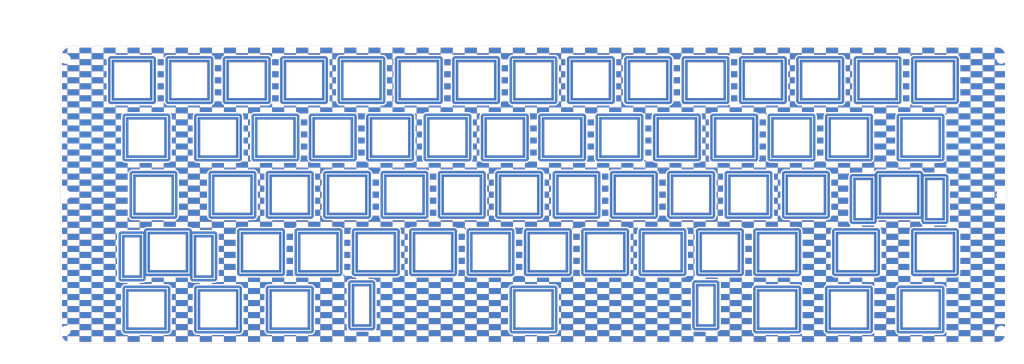
<source format=kicad_pcb>
(kicad_pcb (version 20171130) (host pcbnew "(5.1.10)-1")
  (layers (0 F.Cu signal) (31 B.Cu signal) (34 B.Paste user) (35 F.Paste user) (36 B.SilkS user) (37 F.SilkS user) (38 B.Mask user) (39 F.Mask user) (44 Edge.Cuts user))
  (net 0 "")
  (module kbd_SW_Hole:SW_Hole_TH_1.5u (layer F.Cu) (at 252.4125 104.775)
    (fp_text reference SW7 hide)
    (fp_text value SW_PUSH hide)
    (fp_line (start 7.05 -7.05) (end 7.05 7.05) (layer Edge.Cuts) (width 0.12))
    (fp_line (start -7.05 7.05) (end -7.05 -7.05) (layer Edge.Cuts) (width 0.12))
    (fp_line (start -7.05 -7.05) (end 7.05 -7.05) (layer Edge.Cuts) (width 0.12))
    (fp_line (start 7.05 7.05) (end -7.05 7.05) (layer Edge.Cuts) (width 0.12))
    (pad 1 thru_hole oval (at 0 -6.95 90) (size 2 15.9) (drill oval 0.3 14.2) (layers *.Cu *.Mask))
    (pad 1 thru_hole oval (at 0 6.95 90) (size 2 15.9) (drill oval 0.3 14.2) (layers *.Cu *.Mask))
    (pad 1 thru_hole oval (at -6.95 0) (size 2 15.9) (drill oval 0.3 14.2) (layers *.Cu *.Mask))
    (pad 1 thru_hole oval (at 6.95 0) (size 2 15.9) (drill oval 0.3 14.2) (layers *.Cu *.Mask))
  )
  (module kbd_SW_Hole:SW_Hole_TH_1u (layer F.Cu) (at 276.225 104.775)
    (fp_text reference SW7 hide)
    (fp_text value SW_PUSH hide)
    (fp_line (start 7.05 -7.05) (end 7.05 7.05) (layer Edge.Cuts) (width 0.12))
    (fp_line (start -7.05 7.05) (end -7.05 -7.05) (layer Edge.Cuts) (width 0.12))
    (fp_line (start -7.05 -7.05) (end 7.05 -7.05) (layer Edge.Cuts) (width 0.12))
    (fp_line (start 7.05 7.05) (end -7.05 7.05) (layer Edge.Cuts) (width 0.12))
    (pad 1 thru_hole oval (at 0 -6.95 90) (size 2 15.9) (drill oval 0.3 14.2) (layers *.Cu *.Mask))
    (pad 1 thru_hole oval (at 0 6.95 90) (size 2 15.9) (drill oval 0.3 14.2) (layers *.Cu *.Mask))
    (pad 1 thru_hole oval (at -6.95 0) (size 2 15.9) (drill oval 0.3 14.2) (layers *.Cu *.Mask))
    (pad 1 thru_hole oval (at 6.95 0) (size 2 15.9) (drill oval 0.3 14.2) (layers *.Cu *.Mask))
  )
  (module kbd_SW_Hole:SW_Hole_TH_1.5u (layer F.Cu) (at 300.0375 104.775)
    (fp_text reference SW7 hide)
    (fp_text value SW_PUSH hide)
    (fp_line (start 7.05 -7.05) (end 7.05 7.05) (layer Edge.Cuts) (width 0.12))
    (fp_line (start -7.05 7.05) (end -7.05 -7.05) (layer Edge.Cuts) (width 0.12))
    (fp_line (start -7.05 -7.05) (end 7.05 -7.05) (layer Edge.Cuts) (width 0.12))
    (fp_line (start 7.05 7.05) (end -7.05 7.05) (layer Edge.Cuts) (width 0.12))
    (pad 1 thru_hole oval (at 0 -6.95 90) (size 2 15.9) (drill oval 0.3 14.2) (layers *.Cu *.Mask))
    (pad 1 thru_hole oval (at 0 6.95 90) (size 2 15.9) (drill oval 0.3 14.2) (layers *.Cu *.Mask))
    (pad 1 thru_hole oval (at -6.95 0) (size 2 15.9) (drill oval 0.3 14.2) (layers *.Cu *.Mask))
    (pad 1 thru_hole oval (at 6.95 0) (size 2 15.9) (drill oval 0.3 14.2) (layers *.Cu *.Mask))
  )
  (module kbd_SW_Hole:SW_Hole_TH_1u (layer F.Cu) (at 66.675 104.775)
    (fp_text reference SW7 hide)
    (fp_text value SW_PUSH hide)
    (fp_line (start 7.05 7.05) (end -7.05 7.05) (layer Edge.Cuts) (width 0.12))
    (fp_line (start -7.05 -7.05) (end 7.05 -7.05) (layer Edge.Cuts) (width 0.12))
    (fp_line (start -7.05 7.05) (end -7.05 -7.05) (layer Edge.Cuts) (width 0.12))
    (fp_line (start 7.05 -7.05) (end 7.05 7.05) (layer Edge.Cuts) (width 0.12))
    (pad 1 thru_hole oval (at 6.95 0) (size 2 15.9) (drill oval 0.3 14.2) (layers *.Cu *.Mask))
    (pad 1 thru_hole oval (at -6.95 0) (size 2 15.9) (drill oval 0.3 14.2) (layers *.Cu *.Mask))
    (pad 1 thru_hole oval (at 0 6.95 90) (size 2 15.9) (drill oval 0.3 14.2) (layers *.Cu *.Mask))
    (pad 1 thru_hole oval (at 0 -6.95 90) (size 2 15.9) (drill oval 0.3 14.2) (layers *.Cu *.Mask))
  )
  (module kbd_SW_Hole:SW_Hole_TH_1.5u (layer F.Cu) (at 90.4875 104.775)
    (fp_text reference SW7 hide)
    (fp_text value SW_PUSH hide)
    (fp_line (start 7.05 7.05) (end -7.05 7.05) (layer Edge.Cuts) (width 0.12))
    (fp_line (start -7.05 -7.05) (end 7.05 -7.05) (layer Edge.Cuts) (width 0.12))
    (fp_line (start -7.05 7.05) (end -7.05 -7.05) (layer Edge.Cuts) (width 0.12))
    (fp_line (start 7.05 -7.05) (end 7.05 7.05) (layer Edge.Cuts) (width 0.12))
    (pad 1 thru_hole oval (at 6.95 0) (size 2 15.9) (drill oval 0.3 14.2) (layers *.Cu *.Mask))
    (pad 1 thru_hole oval (at -6.95 0) (size 2 15.9) (drill oval 0.3 14.2) (layers *.Cu *.Mask))
    (pad 1 thru_hole oval (at 0 6.95 90) (size 2 15.9) (drill oval 0.3 14.2) (layers *.Cu *.Mask))
    (pad 1 thru_hole oval (at 0 -6.95 90) (size 2 15.9) (drill oval 0.3 14.2) (layers *.Cu *.Mask))
  )
  (module kbd_SW_Hole:SW_Hole_TH_1.5u (layer F.Cu) (at 42.8625 104.775)
    (fp_text reference SW7 hide)
    (fp_text value SW_PUSH hide)
    (fp_line (start 7.05 7.05) (end -7.05 7.05) (layer Edge.Cuts) (width 0.12))
    (fp_line (start -7.05 -7.05) (end 7.05 -7.05) (layer Edge.Cuts) (width 0.12))
    (fp_line (start -7.05 7.05) (end -7.05 -7.05) (layer Edge.Cuts) (width 0.12))
    (fp_line (start 7.05 -7.05) (end 7.05 7.05) (layer Edge.Cuts) (width 0.12))
    (pad 1 thru_hole oval (at 6.95 0) (size 2 15.9) (drill oval 0.3 14.2) (layers *.Cu *.Mask))
    (pad 1 thru_hole oval (at -6.95 0) (size 2 15.9) (drill oval 0.3 14.2) (layers *.Cu *.Mask))
    (pad 1 thru_hole oval (at 0 6.95 90) (size 2 15.9) (drill oval 0.3 14.2) (layers *.Cu *.Mask))
    (pad 1 thru_hole oval (at 0 -6.95 90) (size 2 15.9) (drill oval 0.3 14.2) (layers *.Cu *.Mask))
  )
  (module kbd_SW_Hole:SW_Hole_TH_7u (layer F.Cu) (at 171.45 104.775 180)
    (fp_text reference SW8 hide)
    (fp_text value SW_PUSH hide)
    (fp_line (start -60.66 -6) (end -53.66 -6) (layer Edge.Cuts) (width 0.12))
    (fp_line (start -60.66 8.8) (end -60.66 -6) (layer Edge.Cuts) (width 0.12))
    (fp_line (start -53.66 8.8) (end -60.66 8.8) (layer Edge.Cuts) (width 0.12))
    (fp_line (start -53.66 -6) (end -53.66 8.8) (layer Edge.Cuts) (width 0.12))
    (fp_line (start 60.66 -6) (end 53.66 -6) (layer Edge.Cuts) (width 0.12))
    (fp_line (start 60.66 8.8) (end 60.66 -6) (layer Edge.Cuts) (width 0.12))
    (fp_line (start 53.66 8.8) (end 60.66 8.8) (layer Edge.Cuts) (width 0.12))
    (fp_line (start 53.66 -6) (end 53.66 8.8) (layer Edge.Cuts) (width 0.12))
    (fp_line (start -7.05 -7.05) (end 7.05 -7.05) (layer Edge.Cuts) (width 0.15))
    (fp_line (start 7.05 -7.05) (end 7.05 7.05) (layer Edge.Cuts) (width 0.15))
    (fp_line (start 7.05 7.05) (end -7.05 7.05) (layer Edge.Cuts) (width 0.15))
    (fp_line (start -7.05 7.05) (end -7.05 -7.05) (layer Edge.Cuts) (width 0.15))
    (pad 1 thru_hole oval (at -60.76 1.4 180) (size 2 16.6) (drill oval 0.3 14.9) (layers *.Cu *.Mask))
    (pad 1 thru_hole oval (at -53.76 1.4 180) (size 2 16.6) (drill oval 0.3 14.9) (layers *.Cu *.Mask))
    (pad 1 thru_hole oval (at -57.26 -5.9 270) (size 2 8.8) (drill oval 0.3 7.2) (layers *.Cu *.Mask))
    (pad 1 thru_hole oval (at -57.26 8.7 270) (size 2 8.8) (drill oval 0.3 7.2) (layers *.Cu *.Mask))
    (pad 1 thru_hole oval (at 57.06 8.7 270) (size 2 8.8) (drill oval 0.3 7.2) (layers *.Cu *.Mask))
    (pad 1 thru_hole oval (at -6.95 0 180) (size 2 15.9) (drill oval 0.3 14.2) (layers *.Cu *.Mask))
    (pad 1 thru_hole oval (at 6.95 0 180) (size 2 15.9) (drill oval 0.3 14.2) (layers *.Cu *.Mask))
    (pad 1 thru_hole oval (at 0 -6.95 270) (size 2 15.9) (drill oval 0.3 14.2) (layers *.Cu *.Mask))
    (pad 1 thru_hole oval (at 0 6.95 270) (size 2 15.9) (drill oval 0.3 14.2) (layers *.Cu *.Mask))
    (pad 1 thru_hole oval (at 60.56 1.4 180) (size 2 16.6) (drill oval 0.3 14.9) (layers *.Cu *.Mask))
    (pad 1 thru_hole oval (at 53.56 1.4 180) (size 2 16.6) (drill oval 0.3 14.9) (layers *.Cu *.Mask))
    (pad 1 thru_hole oval (at 57.06 -5.9 270) (size 2 8.8) (drill oval 0.3 7.2) (layers *.Cu *.Mask))
  )
  (module kbd_SW_Hole:SW_Hole_TH_1.75u (layer F.Cu) (at 278.60625 85.725)
    (fp_text reference SW8 hide)
    (fp_text value SW_PUSH hide)
    (fp_line (start 7.05 7.05) (end -7.05 7.05) (layer Edge.Cuts) (width 0.12))
    (fp_line (start -7.05 -7.05) (end 7.05 -7.05) (layer Edge.Cuts) (width 0.12))
    (fp_line (start -7.05 7.05) (end -7.05 -7.05) (layer Edge.Cuts) (width 0.12))
    (fp_line (start 7.05 -7.05) (end 7.05 7.05) (layer Edge.Cuts) (width 0.12))
    (pad 1 thru_hole oval (at 6.95 0) (size 2 15.9) (drill oval 0.3 14.2) (layers *.Cu *.Mask))
    (pad 1 thru_hole oval (at -6.95 0) (size 2 15.9) (drill oval 0.3 14.2) (layers *.Cu *.Mask))
    (pad 1 thru_hole oval (at 0 6.95 90) (size 2 15.9) (drill oval 0.3 14.2) (layers *.Cu *.Mask))
    (pad 1 thru_hole oval (at 0 -6.95 90) (size 2 15.9) (drill oval 0.3 14.2) (layers *.Cu *.Mask))
  )
  (module kbd_SW_Hole:SW_Hole_TH_1.75u (layer F.Cu) (at 45.24375 66.675)
    (fp_text reference SW3 hide)
    (fp_text value SW_PUSH hide)
    (fp_line (start 7.05 7.05) (end -7.05 7.05) (layer Edge.Cuts) (width 0.12))
    (fp_line (start -7.05 -7.05) (end 7.05 -7.05) (layer Edge.Cuts) (width 0.12))
    (fp_line (start -7.05 7.05) (end -7.05 -7.05) (layer Edge.Cuts) (width 0.12))
    (fp_line (start 7.05 -7.05) (end 7.05 7.05) (layer Edge.Cuts) (width 0.12))
    (pad 1 thru_hole oval (at 6.95 0) (size 2 15.9) (drill oval 0.3 14.2) (layers *.Cu *.Mask))
    (pad 1 thru_hole oval (at -6.95 0) (size 2 15.9) (drill oval 0.3 14.2) (layers *.Cu *.Mask))
    (pad 1 thru_hole oval (at 0 6.95 90) (size 2 15.9) (drill oval 0.3 14.2) (layers *.Cu *.Mask))
    (pad 1 thru_hole oval (at 0 -6.95 90) (size 2 15.9) (drill oval 0.3 14.2) (layers *.Cu *.Mask))
  )
  (module kbd_SW_Hole:SW_Hole_TH_1.5u (layer F.Cu) (at 42.8625 47.625)
    (fp_text reference SW2 hide)
    (fp_text value KEY_SWITCH hide)
    (fp_line (start 7.05 7.05) (end -7.05 7.05) (layer Edge.Cuts) (width 0.12))
    (fp_line (start -7.05 -7.05) (end 7.05 -7.05) (layer Edge.Cuts) (width 0.12))
    (fp_line (start -7.05 7.05) (end -7.05 -7.05) (layer Edge.Cuts) (width 0.12))
    (fp_line (start 7.05 -7.05) (end 7.05 7.05) (layer Edge.Cuts) (width 0.12))
    (pad 1 thru_hole oval (at 6.95 0) (size 2 15.9) (drill oval 0.3 14.2) (layers *.Cu *.Mask))
    (pad 1 thru_hole oval (at -6.95 0) (size 2 15.9) (drill oval 0.3 14.2) (layers *.Cu *.Mask))
    (pad 1 thru_hole oval (at 0 6.95 90) (size 2 15.9) (drill oval 0.3 14.2) (layers *.Cu *.Mask))
    (pad 1 thru_hole oval (at 0 -6.95 90) (size 2 15.9) (drill oval 0.3 14.2) (layers *.Cu *.Mask))
  )
  (module kbd_SW_Hole:SW_Hole_TH_1.5u (layer F.Cu) (at 300.0375 47.625)
    (fp_text reference SW2 hide)
    (fp_text value KEY_SWITCH hide)
    (fp_line (start 7.05 7.05) (end -7.05 7.05) (layer Edge.Cuts) (width 0.12))
    (fp_line (start -7.05 -7.05) (end 7.05 -7.05) (layer Edge.Cuts) (width 0.12))
    (fp_line (start -7.05 7.05) (end -7.05 -7.05) (layer Edge.Cuts) (width 0.12))
    (fp_line (start 7.05 -7.05) (end 7.05 7.05) (layer Edge.Cuts) (width 0.12))
    (pad 1 thru_hole oval (at 6.95 0) (size 2 15.9) (drill oval 0.3 14.2) (layers *.Cu *.Mask))
    (pad 1 thru_hole oval (at -6.95 0) (size 2 15.9) (drill oval 0.3 14.2) (layers *.Cu *.Mask))
    (pad 1 thru_hole oval (at 0 6.95 90) (size 2 15.9) (drill oval 0.3 14.2) (layers *.Cu *.Mask))
    (pad 1 thru_hole oval (at 0 -6.95 90) (size 2 15.9) (drill oval 0.3 14.2) (layers *.Cu *.Mask))
  )
  (module kbd_SW_Hole:SW_Hole_TH_2.25u (layer F.Cu) (at 50.00625 85.725)
    (fp_text reference SW4 hide)
    (fp_text value KEY_SWITCH hide)
    (fp_line (start -7.05 7.05) (end -7.05 -7.05) (layer Edge.Cuts) (width 0.15))
    (fp_line (start 7.05 7.05) (end -7.05 7.05) (layer Edge.Cuts) (width 0.15))
    (fp_line (start 7.05 -7.05) (end 7.05 7.05) (layer Edge.Cuts) (width 0.15))
    (fp_line (start -7.05 -7.05) (end 7.05 -7.05) (layer Edge.Cuts) (width 0.15))
    (fp_line (start 8.3 -6) (end 8.3 8.8) (layer Edge.Cuts) (width 0.12))
    (fp_line (start 8.3 8.8) (end 15.5 8.8) (layer Edge.Cuts) (width 0.12))
    (fp_line (start 15.5 8.8) (end 15.5 -6) (layer Edge.Cuts) (width 0.12))
    (fp_line (start 15.5 -6) (end 8.3 -6) (layer Edge.Cuts) (width 0.12))
    (fp_line (start -8.3 -6) (end -8.3 8.8) (layer Edge.Cuts) (width 0.12))
    (fp_line (start -8.3 8.8) (end -15.5 8.8) (layer Edge.Cuts) (width 0.12))
    (fp_line (start -15.5 8.8) (end -15.5 -6) (layer Edge.Cuts) (width 0.12))
    (fp_line (start -15.5 -6) (end -8.3 -6) (layer Edge.Cuts) (width 0.12))
    (pad 1 thru_hole oval (at -15.4 1.4) (size 2 16.6) (drill oval 0.3 14.9) (layers *.Cu *.Mask))
    (pad 1 thru_hole oval (at -8.4 1.4) (size 2 16.6) (drill oval 0.3 14.9) (layers *.Cu *.Mask))
    (pad 1 thru_hole oval (at -11.9 -5.9 90) (size 2 8.9) (drill oval 0.3 7.3) (layers *.Cu *.Mask))
    (pad 1 thru_hole oval (at -11.9 8.7 90) (size 2 8.9) (drill oval 0.3 7.3) (layers *.Cu *.Mask))
    (pad 1 thru_hole oval (at 11.9 8.7 90) (size 2 8.9) (drill oval 0.3 7.3) (layers *.Cu *.Mask))
    (pad 1 thru_hole oval (at -6.95 0) (size 2 15.9) (drill oval 0.3 14.2) (layers *.Cu *.Mask))
    (pad 1 thru_hole oval (at 6.95 0) (size 2 15.9) (drill oval 0.3 14.2) (layers *.Cu *.Mask))
    (pad 1 thru_hole oval (at 0 -6.95 90) (size 2 15.9) (drill oval 0.3 14.2) (layers *.Cu *.Mask))
    (pad 1 thru_hole oval (at 0 6.95 90) (size 2 15.9) (drill oval 0.3 14.2) (layers *.Cu *.Mask))
    (pad 1 thru_hole oval (at 15.4 1.4) (size 2 16.6) (drill oval 0.3 14.9) (layers *.Cu *.Mask))
    (pad 1 thru_hole oval (at 8.4 1.4) (size 2 16.6) (drill oval 0.3 14.9) (layers *.Cu *.Mask))
    (pad 1 thru_hole oval (at 11.9 -5.9 90) (size 2 8.9) (drill oval 0.3 7.3) (layers *.Cu *.Mask))
  )
  (module kbd_SW_Hole:SW_Hole_TH_2.25u (layer F.Cu) (at 292.89375 66.675)
    (fp_text reference SW4 hide)
    (fp_text value KEY_SWITCH hide)
    (fp_line (start -7.05 7.05) (end -7.05 -7.05) (layer Edge.Cuts) (width 0.15))
    (fp_line (start 7.05 7.05) (end -7.05 7.05) (layer Edge.Cuts) (width 0.15))
    (fp_line (start 7.05 -7.05) (end 7.05 7.05) (layer Edge.Cuts) (width 0.15))
    (fp_line (start -7.05 -7.05) (end 7.05 -7.05) (layer Edge.Cuts) (width 0.15))
    (fp_line (start 8.3 -6) (end 8.3 8.8) (layer Edge.Cuts) (width 0.12))
    (fp_line (start 8.3 8.8) (end 15.5 8.8) (layer Edge.Cuts) (width 0.12))
    (fp_line (start 15.5 8.8) (end 15.5 -6) (layer Edge.Cuts) (width 0.12))
    (fp_line (start 15.5 -6) (end 8.3 -6) (layer Edge.Cuts) (width 0.12))
    (fp_line (start -8.3 -6) (end -8.3 8.8) (layer Edge.Cuts) (width 0.12))
    (fp_line (start -8.3 8.8) (end -15.5 8.8) (layer Edge.Cuts) (width 0.12))
    (fp_line (start -15.5 8.8) (end -15.5 -6) (layer Edge.Cuts) (width 0.12))
    (fp_line (start -15.5 -6) (end -8.3 -6) (layer Edge.Cuts) (width 0.12))
    (pad 1 thru_hole oval (at -15.4 1.4) (size 2 16.6) (drill oval 0.3 14.9) (layers *.Cu *.Mask))
    (pad 1 thru_hole oval (at -8.4 1.4) (size 2 16.6) (drill oval 0.3 14.9) (layers *.Cu *.Mask))
    (pad 1 thru_hole oval (at -11.9 -5.9 90) (size 2 8.9) (drill oval 0.3 7.3) (layers *.Cu *.Mask))
    (pad 1 thru_hole oval (at -11.9 8.7 90) (size 2 8.9) (drill oval 0.3 7.3) (layers *.Cu *.Mask))
    (pad 1 thru_hole oval (at 11.9 8.7 90) (size 2 8.9) (drill oval 0.3 7.3) (layers *.Cu *.Mask))
    (pad 1 thru_hole oval (at -6.95 0) (size 2 15.9) (drill oval 0.3 14.2) (layers *.Cu *.Mask))
    (pad 1 thru_hole oval (at 6.95 0) (size 2 15.9) (drill oval 0.3 14.2) (layers *.Cu *.Mask))
    (pad 1 thru_hole oval (at 0 -6.95 90) (size 2 15.9) (drill oval 0.3 14.2) (layers *.Cu *.Mask))
    (pad 1 thru_hole oval (at 0 6.95 90) (size 2 15.9) (drill oval 0.3 14.2) (layers *.Cu *.Mask))
    (pad 1 thru_hole oval (at 15.4 1.4) (size 2 16.6) (drill oval 0.3 14.9) (layers *.Cu *.Mask))
    (pad 1 thru_hole oval (at 8.4 1.4) (size 2 16.6) (drill oval 0.3 14.9) (layers *.Cu *.Mask))
    (pad 1 thru_hole oval (at 11.9 -5.9 90) (size 2 8.9) (drill oval 0.3 7.3) (layers *.Cu *.Mask))
  )
  (module kbd_SW_Hole:SW_Hole_TH_1u (layer F.Cu) (at 285.75 28.575)
    (fp_text reference SW4 hide)
    (fp_text value SW_PUSH hide)
    (fp_line (start 7.05 7.05) (end -7.05 7.05) (layer Edge.Cuts) (width 0.12))
    (fp_line (start -7.05 -7.05) (end 7.05 -7.05) (layer Edge.Cuts) (width 0.12))
    (fp_line (start -7.05 7.05) (end -7.05 -7.05) (layer Edge.Cuts) (width 0.12))
    (fp_line (start 7.05 -7.05) (end 7.05 7.05) (layer Edge.Cuts) (width 0.12))
    (pad 1 thru_hole oval (at 6.95 0) (size 2 15.9) (drill oval 0.3 14.2) (layers *.Cu *.Mask))
    (pad 1 thru_hole oval (at -6.95 0) (size 2 15.9) (drill oval 0.3 14.2) (layers *.Cu *.Mask))
    (pad 1 thru_hole oval (at 0 6.95 90) (size 2 15.9) (drill oval 0.3 14.2) (layers *.Cu *.Mask))
    (pad 1 thru_hole oval (at 0 -6.95 90) (size 2 15.9) (drill oval 0.3 14.2) (layers *.Cu *.Mask))
  )
  (module kbd_SW_Hole:SW_Hole_TH_1u (layer F.Cu) (at 304.8 28.575)
    (fp_text reference SW4 hide)
    (fp_text value SW_PUSH hide)
    (fp_line (start 7.05 7.05) (end -7.05 7.05) (layer Edge.Cuts) (width 0.12))
    (fp_line (start -7.05 -7.05) (end 7.05 -7.05) (layer Edge.Cuts) (width 0.12))
    (fp_line (start -7.05 7.05) (end -7.05 -7.05) (layer Edge.Cuts) (width 0.12))
    (fp_line (start 7.05 -7.05) (end 7.05 7.05) (layer Edge.Cuts) (width 0.12))
    (pad 1 thru_hole oval (at 6.95 0) (size 2 15.9) (drill oval 0.3 14.2) (layers *.Cu *.Mask))
    (pad 1 thru_hole oval (at -6.95 0) (size 2 15.9) (drill oval 0.3 14.2) (layers *.Cu *.Mask))
    (pad 1 thru_hole oval (at 0 6.95 90) (size 2 15.9) (drill oval 0.3 14.2) (layers *.Cu *.Mask))
    (pad 1 thru_hole oval (at 0 -6.95 90) (size 2 15.9) (drill oval 0.3 14.2) (layers *.Cu *.Mask))
  )
  (module kbd_SW_Hole:SW_Hole_TH_1u (layer F.Cu) (at 276.225 47.625)
    (fp_text reference SW8 hide)
    (fp_text value SW_PUSH hide)
    (fp_line (start 7.05 7.05) (end -7.05 7.05) (layer Edge.Cuts) (width 0.12))
    (fp_line (start -7.05 -7.05) (end 7.05 -7.05) (layer Edge.Cuts) (width 0.12))
    (fp_line (start -7.05 7.05) (end -7.05 -7.05) (layer Edge.Cuts) (width 0.12))
    (fp_line (start 7.05 -7.05) (end 7.05 7.05) (layer Edge.Cuts) (width 0.12))
    (pad 1 thru_hole oval (at 6.95 0) (size 2 15.9) (drill oval 0.3 14.2) (layers *.Cu *.Mask))
    (pad 1 thru_hole oval (at -6.95 0) (size 2 15.9) (drill oval 0.3 14.2) (layers *.Cu *.Mask))
    (pad 1 thru_hole oval (at 0 6.95 90) (size 2 15.9) (drill oval 0.3 14.2) (layers *.Cu *.Mask))
    (pad 1 thru_hole oval (at 0 -6.95 90) (size 2 15.9) (drill oval 0.3 14.2) (layers *.Cu *.Mask))
  )
  (module kbd_SW_Hole:SW_Hole_TH_1u (layer F.Cu) (at 261.9375 66.675)
    (fp_text reference SW4 hide)
    (fp_text value SW_PUSH hide)
    (fp_line (start 7.05 7.05) (end -7.05 7.05) (layer Edge.Cuts) (width 0.12))
    (fp_line (start -7.05 -7.05) (end 7.05 -7.05) (layer Edge.Cuts) (width 0.12))
    (fp_line (start -7.05 7.05) (end -7.05 -7.05) (layer Edge.Cuts) (width 0.12))
    (fp_line (start 7.05 -7.05) (end 7.05 7.05) (layer Edge.Cuts) (width 0.12))
    (pad 1 thru_hole oval (at 6.95 0) (size 2 15.9) (drill oval 0.3 14.2) (layers *.Cu *.Mask))
    (pad 1 thru_hole oval (at -6.95 0) (size 2 15.9) (drill oval 0.3 14.2) (layers *.Cu *.Mask))
    (pad 1 thru_hole oval (at 0 6.95 90) (size 2 15.9) (drill oval 0.3 14.2) (layers *.Cu *.Mask))
    (pad 1 thru_hole oval (at 0 -6.95 90) (size 2 15.9) (drill oval 0.3 14.2) (layers *.Cu *.Mask))
  )
  (module kbd_SW_Hole:SW_Hole_TH_1u (layer F.Cu) (at 228.6 28.575)
    (fp_text reference SW4 hide)
    (fp_text value SW_PUSH hide)
    (fp_line (start 7.05 7.05) (end -7.05 7.05) (layer Edge.Cuts) (width 0.12))
    (fp_line (start -7.05 -7.05) (end 7.05 -7.05) (layer Edge.Cuts) (width 0.12))
    (fp_line (start -7.05 7.05) (end -7.05 -7.05) (layer Edge.Cuts) (width 0.12))
    (fp_line (start 7.05 -7.05) (end 7.05 7.05) (layer Edge.Cuts) (width 0.12))
    (pad 1 thru_hole oval (at 6.95 0) (size 2 15.9) (drill oval 0.3 14.2) (layers *.Cu *.Mask))
    (pad 1 thru_hole oval (at -6.95 0) (size 2 15.9) (drill oval 0.3 14.2) (layers *.Cu *.Mask))
    (pad 1 thru_hole oval (at 0 6.95 90) (size 2 15.9) (drill oval 0.3 14.2) (layers *.Cu *.Mask))
    (pad 1 thru_hole oval (at 0 -6.95 90) (size 2 15.9) (drill oval 0.3 14.2) (layers *.Cu *.Mask))
  )
  (module kbd_SW_Hole:SW_Hole_TH_1u (layer F.Cu) (at 266.7 28.575)
    (fp_text reference SW4 hide)
    (fp_text value SW_PUSH hide)
    (fp_line (start 7.05 7.05) (end -7.05 7.05) (layer Edge.Cuts) (width 0.12))
    (fp_line (start -7.05 -7.05) (end 7.05 -7.05) (layer Edge.Cuts) (width 0.12))
    (fp_line (start -7.05 7.05) (end -7.05 -7.05) (layer Edge.Cuts) (width 0.12))
    (fp_line (start 7.05 -7.05) (end 7.05 7.05) (layer Edge.Cuts) (width 0.12))
    (pad 1 thru_hole oval (at 6.95 0) (size 2 15.9) (drill oval 0.3 14.2) (layers *.Cu *.Mask))
    (pad 1 thru_hole oval (at -6.95 0) (size 2 15.9) (drill oval 0.3 14.2) (layers *.Cu *.Mask))
    (pad 1 thru_hole oval (at 0 6.95 90) (size 2 15.9) (drill oval 0.3 14.2) (layers *.Cu *.Mask))
    (pad 1 thru_hole oval (at 0 -6.95 90) (size 2 15.9) (drill oval 0.3 14.2) (layers *.Cu *.Mask))
  )
  (module kbd_SW_Hole:SW_Hole_TH_1u (layer F.Cu) (at 257.175 47.625)
    (fp_text reference SW8 hide)
    (fp_text value SW_PUSH hide)
    (fp_line (start 7.05 7.05) (end -7.05 7.05) (layer Edge.Cuts) (width 0.12))
    (fp_line (start -7.05 -7.05) (end 7.05 -7.05) (layer Edge.Cuts) (width 0.12))
    (fp_line (start -7.05 7.05) (end -7.05 -7.05) (layer Edge.Cuts) (width 0.12))
    (fp_line (start 7.05 -7.05) (end 7.05 7.05) (layer Edge.Cuts) (width 0.12))
    (pad 1 thru_hole oval (at 6.95 0) (size 2 15.9) (drill oval 0.3 14.2) (layers *.Cu *.Mask))
    (pad 1 thru_hole oval (at -6.95 0) (size 2 15.9) (drill oval 0.3 14.2) (layers *.Cu *.Mask))
    (pad 1 thru_hole oval (at 0 6.95 90) (size 2 15.9) (drill oval 0.3 14.2) (layers *.Cu *.Mask))
    (pad 1 thru_hole oval (at 0 -6.95 90) (size 2 15.9) (drill oval 0.3 14.2) (layers *.Cu *.Mask))
  )
  (module kbd_SW_Hole:SW_Hole_TH_1u (layer F.Cu) (at 242.8875 66.675)
    (fp_text reference SW4 hide)
    (fp_text value SW_PUSH hide)
    (fp_line (start 7.05 7.05) (end -7.05 7.05) (layer Edge.Cuts) (width 0.12))
    (fp_line (start -7.05 -7.05) (end 7.05 -7.05) (layer Edge.Cuts) (width 0.12))
    (fp_line (start -7.05 7.05) (end -7.05 -7.05) (layer Edge.Cuts) (width 0.12))
    (fp_line (start 7.05 -7.05) (end 7.05 7.05) (layer Edge.Cuts) (width 0.12))
    (pad 1 thru_hole oval (at 6.95 0) (size 2 15.9) (drill oval 0.3 14.2) (layers *.Cu *.Mask))
    (pad 1 thru_hole oval (at -6.95 0) (size 2 15.9) (drill oval 0.3 14.2) (layers *.Cu *.Mask))
    (pad 1 thru_hole oval (at 0 6.95 90) (size 2 15.9) (drill oval 0.3 14.2) (layers *.Cu *.Mask))
    (pad 1 thru_hole oval (at 0 -6.95 90) (size 2 15.9) (drill oval 0.3 14.2) (layers *.Cu *.Mask))
  )
  (module kbd_SW_Hole:SW_Hole_TH_1u (layer F.Cu) (at 238.125 47.625)
    (fp_text reference SW8 hide)
    (fp_text value SW_PUSH hide)
    (fp_line (start 7.05 7.05) (end -7.05 7.05) (layer Edge.Cuts) (width 0.12))
    (fp_line (start -7.05 -7.05) (end 7.05 -7.05) (layer Edge.Cuts) (width 0.12))
    (fp_line (start -7.05 7.05) (end -7.05 -7.05) (layer Edge.Cuts) (width 0.12))
    (fp_line (start 7.05 -7.05) (end 7.05 7.05) (layer Edge.Cuts) (width 0.12))
    (pad 1 thru_hole oval (at 6.95 0) (size 2 15.9) (drill oval 0.3 14.2) (layers *.Cu *.Mask))
    (pad 1 thru_hole oval (at -6.95 0) (size 2 15.9) (drill oval 0.3 14.2) (layers *.Cu *.Mask))
    (pad 1 thru_hole oval (at 0 6.95 90) (size 2 15.9) (drill oval 0.3 14.2) (layers *.Cu *.Mask))
    (pad 1 thru_hole oval (at 0 -6.95 90) (size 2 15.9) (drill oval 0.3 14.2) (layers *.Cu *.Mask))
  )
  (module kbd_SW_Hole:SW_Hole_TH_1u (layer F.Cu) (at 252.4125 85.725)
    (fp_text reference SW8 hide)
    (fp_text value SW_PUSH hide)
    (fp_line (start 7.05 7.05) (end -7.05 7.05) (layer Edge.Cuts) (width 0.12))
    (fp_line (start -7.05 -7.05) (end 7.05 -7.05) (layer Edge.Cuts) (width 0.12))
    (fp_line (start -7.05 7.05) (end -7.05 -7.05) (layer Edge.Cuts) (width 0.12))
    (fp_line (start 7.05 -7.05) (end 7.05 7.05) (layer Edge.Cuts) (width 0.12))
    (pad 1 thru_hole oval (at 6.95 0) (size 2 15.9) (drill oval 0.3 14.2) (layers *.Cu *.Mask))
    (pad 1 thru_hole oval (at -6.95 0) (size 2 15.9) (drill oval 0.3 14.2) (layers *.Cu *.Mask))
    (pad 1 thru_hole oval (at 0 6.95 90) (size 2 15.9) (drill oval 0.3 14.2) (layers *.Cu *.Mask))
    (pad 1 thru_hole oval (at 0 -6.95 90) (size 2 15.9) (drill oval 0.3 14.2) (layers *.Cu *.Mask))
  )
  (module kbd_SW_Hole:SW_Hole_TH_1u (layer F.Cu) (at 247.65 28.575)
    (fp_text reference SW4 hide)
    (fp_text value SW_PUSH hide)
    (fp_line (start 7.05 7.05) (end -7.05 7.05) (layer Edge.Cuts) (width 0.12))
    (fp_line (start -7.05 -7.05) (end 7.05 -7.05) (layer Edge.Cuts) (width 0.12))
    (fp_line (start -7.05 7.05) (end -7.05 -7.05) (layer Edge.Cuts) (width 0.12))
    (fp_line (start 7.05 -7.05) (end 7.05 7.05) (layer Edge.Cuts) (width 0.12))
    (pad 1 thru_hole oval (at 6.95 0) (size 2 15.9) (drill oval 0.3 14.2) (layers *.Cu *.Mask))
    (pad 1 thru_hole oval (at -6.95 0) (size 2 15.9) (drill oval 0.3 14.2) (layers *.Cu *.Mask))
    (pad 1 thru_hole oval (at 0 6.95 90) (size 2 15.9) (drill oval 0.3 14.2) (layers *.Cu *.Mask))
    (pad 1 thru_hole oval (at 0 -6.95 90) (size 2 15.9) (drill oval 0.3 14.2) (layers *.Cu *.Mask))
  )
  (module kbd_SW_Hole:SW_Hole_TH_1u (layer F.Cu) (at 304.8 85.725)
    (fp_text reference SW8 hide)
    (fp_text value SW_PUSH hide)
    (fp_line (start 7.05 7.05) (end -7.05 7.05) (layer Edge.Cuts) (width 0.12))
    (fp_line (start -7.05 -7.05) (end 7.05 -7.05) (layer Edge.Cuts) (width 0.12))
    (fp_line (start -7.05 7.05) (end -7.05 -7.05) (layer Edge.Cuts) (width 0.12))
    (fp_line (start 7.05 -7.05) (end 7.05 7.05) (layer Edge.Cuts) (width 0.12))
    (pad 1 thru_hole oval (at 6.95 0) (size 2 15.9) (drill oval 0.3 14.2) (layers *.Cu *.Mask))
    (pad 1 thru_hole oval (at -6.95 0) (size 2 15.9) (drill oval 0.3 14.2) (layers *.Cu *.Mask))
    (pad 1 thru_hole oval (at 0 6.95 90) (size 2 15.9) (drill oval 0.3 14.2) (layers *.Cu *.Mask))
    (pad 1 thru_hole oval (at 0 -6.95 90) (size 2 15.9) (drill oval 0.3 14.2) (layers *.Cu *.Mask))
  )
  (module kbd_SW_Hole:SW_Hole_TH_1u (layer F.Cu) (at 200.025 47.625)
    (fp_text reference SW8 hide)
    (fp_text value SW_PUSH hide)
    (fp_line (start 7.05 7.05) (end -7.05 7.05) (layer Edge.Cuts) (width 0.12))
    (fp_line (start -7.05 -7.05) (end 7.05 -7.05) (layer Edge.Cuts) (width 0.12))
    (fp_line (start -7.05 7.05) (end -7.05 -7.05) (layer Edge.Cuts) (width 0.12))
    (fp_line (start 7.05 -7.05) (end 7.05 7.05) (layer Edge.Cuts) (width 0.12))
    (pad 1 thru_hole oval (at 6.95 0) (size 2 15.9) (drill oval 0.3 14.2) (layers *.Cu *.Mask))
    (pad 1 thru_hole oval (at -6.95 0) (size 2 15.9) (drill oval 0.3 14.2) (layers *.Cu *.Mask))
    (pad 1 thru_hole oval (at 0 6.95 90) (size 2 15.9) (drill oval 0.3 14.2) (layers *.Cu *.Mask))
    (pad 1 thru_hole oval (at 0 -6.95 90) (size 2 15.9) (drill oval 0.3 14.2) (layers *.Cu *.Mask))
  )
  (module kbd_SW_Hole:SW_Hole_TH_1u (layer F.Cu) (at 223.8375 66.675)
    (fp_text reference SW4 hide)
    (fp_text value SW_PUSH hide)
    (fp_line (start 7.05 7.05) (end -7.05 7.05) (layer Edge.Cuts) (width 0.12))
    (fp_line (start -7.05 -7.05) (end 7.05 -7.05) (layer Edge.Cuts) (width 0.12))
    (fp_line (start -7.05 7.05) (end -7.05 -7.05) (layer Edge.Cuts) (width 0.12))
    (fp_line (start 7.05 -7.05) (end 7.05 7.05) (layer Edge.Cuts) (width 0.12))
    (pad 1 thru_hole oval (at 6.95 0) (size 2 15.9) (drill oval 0.3 14.2) (layers *.Cu *.Mask))
    (pad 1 thru_hole oval (at -6.95 0) (size 2 15.9) (drill oval 0.3 14.2) (layers *.Cu *.Mask))
    (pad 1 thru_hole oval (at 0 6.95 90) (size 2 15.9) (drill oval 0.3 14.2) (layers *.Cu *.Mask))
    (pad 1 thru_hole oval (at 0 -6.95 90) (size 2 15.9) (drill oval 0.3 14.2) (layers *.Cu *.Mask))
  )
  (module kbd_SW_Hole:SW_Hole_TH_1u (layer F.Cu) (at 180.975 47.625)
    (fp_text reference SW8 hide)
    (fp_text value SW_PUSH hide)
    (fp_line (start 7.05 7.05) (end -7.05 7.05) (layer Edge.Cuts) (width 0.12))
    (fp_line (start -7.05 -7.05) (end 7.05 -7.05) (layer Edge.Cuts) (width 0.12))
    (fp_line (start -7.05 7.05) (end -7.05 -7.05) (layer Edge.Cuts) (width 0.12))
    (fp_line (start 7.05 -7.05) (end 7.05 7.05) (layer Edge.Cuts) (width 0.12))
    (pad 1 thru_hole oval (at 6.95 0) (size 2 15.9) (drill oval 0.3 14.2) (layers *.Cu *.Mask))
    (pad 1 thru_hole oval (at -6.95 0) (size 2 15.9) (drill oval 0.3 14.2) (layers *.Cu *.Mask))
    (pad 1 thru_hole oval (at 0 6.95 90) (size 2 15.9) (drill oval 0.3 14.2) (layers *.Cu *.Mask))
    (pad 1 thru_hole oval (at 0 -6.95 90) (size 2 15.9) (drill oval 0.3 14.2) (layers *.Cu *.Mask))
  )
  (module kbd_SW_Hole:SW_Hole_TH_1u (layer F.Cu) (at 214.3125 85.725)
    (fp_text reference SW8 hide)
    (fp_text value SW_PUSH hide)
    (fp_line (start 7.05 7.05) (end -7.05 7.05) (layer Edge.Cuts) (width 0.12))
    (fp_line (start -7.05 -7.05) (end 7.05 -7.05) (layer Edge.Cuts) (width 0.12))
    (fp_line (start -7.05 7.05) (end -7.05 -7.05) (layer Edge.Cuts) (width 0.12))
    (fp_line (start 7.05 -7.05) (end 7.05 7.05) (layer Edge.Cuts) (width 0.12))
    (pad 1 thru_hole oval (at 6.95 0) (size 2 15.9) (drill oval 0.3 14.2) (layers *.Cu *.Mask))
    (pad 1 thru_hole oval (at -6.95 0) (size 2 15.9) (drill oval 0.3 14.2) (layers *.Cu *.Mask))
    (pad 1 thru_hole oval (at 0 6.95 90) (size 2 15.9) (drill oval 0.3 14.2) (layers *.Cu *.Mask))
    (pad 1 thru_hole oval (at 0 -6.95 90) (size 2 15.9) (drill oval 0.3 14.2) (layers *.Cu *.Mask))
  )
  (module kbd_SW_Hole:SW_Hole_TH_1u (layer F.Cu) (at 171.45 28.575)
    (fp_text reference SW4 hide)
    (fp_text value SW_PUSH hide)
    (fp_line (start 7.05 7.05) (end -7.05 7.05) (layer Edge.Cuts) (width 0.12))
    (fp_line (start -7.05 -7.05) (end 7.05 -7.05) (layer Edge.Cuts) (width 0.12))
    (fp_line (start -7.05 7.05) (end -7.05 -7.05) (layer Edge.Cuts) (width 0.12))
    (fp_line (start 7.05 -7.05) (end 7.05 7.05) (layer Edge.Cuts) (width 0.12))
    (pad 1 thru_hole oval (at 6.95 0) (size 2 15.9) (drill oval 0.3 14.2) (layers *.Cu *.Mask))
    (pad 1 thru_hole oval (at -6.95 0) (size 2 15.9) (drill oval 0.3 14.2) (layers *.Cu *.Mask))
    (pad 1 thru_hole oval (at 0 6.95 90) (size 2 15.9) (drill oval 0.3 14.2) (layers *.Cu *.Mask))
    (pad 1 thru_hole oval (at 0 -6.95 90) (size 2 15.9) (drill oval 0.3 14.2) (layers *.Cu *.Mask))
  )
  (module kbd_SW_Hole:SW_Hole_TH_1u (layer F.Cu) (at 233.3625 85.725)
    (fp_text reference SW8 hide)
    (fp_text value SW_PUSH hide)
    (fp_line (start 7.05 7.05) (end -7.05 7.05) (layer Edge.Cuts) (width 0.12))
    (fp_line (start -7.05 -7.05) (end 7.05 -7.05) (layer Edge.Cuts) (width 0.12))
    (fp_line (start -7.05 7.05) (end -7.05 -7.05) (layer Edge.Cuts) (width 0.12))
    (fp_line (start 7.05 -7.05) (end 7.05 7.05) (layer Edge.Cuts) (width 0.12))
    (pad 1 thru_hole oval (at 6.95 0) (size 2 15.9) (drill oval 0.3 14.2) (layers *.Cu *.Mask))
    (pad 1 thru_hole oval (at -6.95 0) (size 2 15.9) (drill oval 0.3 14.2) (layers *.Cu *.Mask))
    (pad 1 thru_hole oval (at 0 6.95 90) (size 2 15.9) (drill oval 0.3 14.2) (layers *.Cu *.Mask))
    (pad 1 thru_hole oval (at 0 -6.95 90) (size 2 15.9) (drill oval 0.3 14.2) (layers *.Cu *.Mask))
  )
  (module kbd_SW_Hole:SW_Hole_TH_1u (layer F.Cu) (at 185.7375 66.675)
    (fp_text reference SW4 hide)
    (fp_text value SW_PUSH hide)
    (fp_line (start 7.05 7.05) (end -7.05 7.05) (layer Edge.Cuts) (width 0.12))
    (fp_line (start -7.05 -7.05) (end 7.05 -7.05) (layer Edge.Cuts) (width 0.12))
    (fp_line (start -7.05 7.05) (end -7.05 -7.05) (layer Edge.Cuts) (width 0.12))
    (fp_line (start 7.05 -7.05) (end 7.05 7.05) (layer Edge.Cuts) (width 0.12))
    (pad 1 thru_hole oval (at 6.95 0) (size 2 15.9) (drill oval 0.3 14.2) (layers *.Cu *.Mask))
    (pad 1 thru_hole oval (at -6.95 0) (size 2 15.9) (drill oval 0.3 14.2) (layers *.Cu *.Mask))
    (pad 1 thru_hole oval (at 0 6.95 90) (size 2 15.9) (drill oval 0.3 14.2) (layers *.Cu *.Mask))
    (pad 1 thru_hole oval (at 0 -6.95 90) (size 2 15.9) (drill oval 0.3 14.2) (layers *.Cu *.Mask))
  )
  (module kbd_SW_Hole:SW_Hole_TH_1u (layer F.Cu) (at 190.5 28.575)
    (fp_text reference SW4 hide)
    (fp_text value SW_PUSH hide)
    (fp_line (start 7.05 7.05) (end -7.05 7.05) (layer Edge.Cuts) (width 0.12))
    (fp_line (start -7.05 -7.05) (end 7.05 -7.05) (layer Edge.Cuts) (width 0.12))
    (fp_line (start -7.05 7.05) (end -7.05 -7.05) (layer Edge.Cuts) (width 0.12))
    (fp_line (start 7.05 -7.05) (end 7.05 7.05) (layer Edge.Cuts) (width 0.12))
    (pad 1 thru_hole oval (at 6.95 0) (size 2 15.9) (drill oval 0.3 14.2) (layers *.Cu *.Mask))
    (pad 1 thru_hole oval (at -6.95 0) (size 2 15.9) (drill oval 0.3 14.2) (layers *.Cu *.Mask))
    (pad 1 thru_hole oval (at 0 6.95 90) (size 2 15.9) (drill oval 0.3 14.2) (layers *.Cu *.Mask))
    (pad 1 thru_hole oval (at 0 -6.95 90) (size 2 15.9) (drill oval 0.3 14.2) (layers *.Cu *.Mask))
  )
  (module kbd_SW_Hole:SW_Hole_TH_1u (layer F.Cu) (at 219.075 47.625)
    (fp_text reference SW8 hide)
    (fp_text value SW_PUSH hide)
    (fp_line (start 7.05 7.05) (end -7.05 7.05) (layer Edge.Cuts) (width 0.12))
    (fp_line (start -7.05 -7.05) (end 7.05 -7.05) (layer Edge.Cuts) (width 0.12))
    (fp_line (start -7.05 7.05) (end -7.05 -7.05) (layer Edge.Cuts) (width 0.12))
    (fp_line (start 7.05 -7.05) (end 7.05 7.05) (layer Edge.Cuts) (width 0.12))
    (pad 1 thru_hole oval (at 6.95 0) (size 2 15.9) (drill oval 0.3 14.2) (layers *.Cu *.Mask))
    (pad 1 thru_hole oval (at -6.95 0) (size 2 15.9) (drill oval 0.3 14.2) (layers *.Cu *.Mask))
    (pad 1 thru_hole oval (at 0 6.95 90) (size 2 15.9) (drill oval 0.3 14.2) (layers *.Cu *.Mask))
    (pad 1 thru_hole oval (at 0 -6.95 90) (size 2 15.9) (drill oval 0.3 14.2) (layers *.Cu *.Mask))
  )
  (module kbd_SW_Hole:SW_Hole_TH_1u (layer F.Cu) (at 209.55 28.575)
    (fp_text reference SW4 hide)
    (fp_text value SW_PUSH hide)
    (fp_line (start 7.05 7.05) (end -7.05 7.05) (layer Edge.Cuts) (width 0.12))
    (fp_line (start -7.05 -7.05) (end 7.05 -7.05) (layer Edge.Cuts) (width 0.12))
    (fp_line (start -7.05 7.05) (end -7.05 -7.05) (layer Edge.Cuts) (width 0.12))
    (fp_line (start 7.05 -7.05) (end 7.05 7.05) (layer Edge.Cuts) (width 0.12))
    (pad 1 thru_hole oval (at 6.95 0) (size 2 15.9) (drill oval 0.3 14.2) (layers *.Cu *.Mask))
    (pad 1 thru_hole oval (at -6.95 0) (size 2 15.9) (drill oval 0.3 14.2) (layers *.Cu *.Mask))
    (pad 1 thru_hole oval (at 0 6.95 90) (size 2 15.9) (drill oval 0.3 14.2) (layers *.Cu *.Mask))
    (pad 1 thru_hole oval (at 0 -6.95 90) (size 2 15.9) (drill oval 0.3 14.2) (layers *.Cu *.Mask))
  )
  (module kbd_SW_Hole:SW_Hole_TH_1u (layer F.Cu) (at 195.2625 85.725)
    (fp_text reference SW8 hide)
    (fp_text value SW_PUSH hide)
    (fp_line (start 7.05 7.05) (end -7.05 7.05) (layer Edge.Cuts) (width 0.12))
    (fp_line (start -7.05 -7.05) (end 7.05 -7.05) (layer Edge.Cuts) (width 0.12))
    (fp_line (start -7.05 7.05) (end -7.05 -7.05) (layer Edge.Cuts) (width 0.12))
    (fp_line (start 7.05 -7.05) (end 7.05 7.05) (layer Edge.Cuts) (width 0.12))
    (pad 1 thru_hole oval (at 6.95 0) (size 2 15.9) (drill oval 0.3 14.2) (layers *.Cu *.Mask))
    (pad 1 thru_hole oval (at -6.95 0) (size 2 15.9) (drill oval 0.3 14.2) (layers *.Cu *.Mask))
    (pad 1 thru_hole oval (at 0 6.95 90) (size 2 15.9) (drill oval 0.3 14.2) (layers *.Cu *.Mask))
    (pad 1 thru_hole oval (at 0 -6.95 90) (size 2 15.9) (drill oval 0.3 14.2) (layers *.Cu *.Mask))
  )
  (module kbd_SW_Hole:SW_Hole_TH_1u (layer F.Cu) (at 204.7875 66.675)
    (fp_text reference SW4 hide)
    (fp_text value SW_PUSH hide)
    (fp_line (start 7.05 7.05) (end -7.05 7.05) (layer Edge.Cuts) (width 0.12))
    (fp_line (start -7.05 -7.05) (end 7.05 -7.05) (layer Edge.Cuts) (width 0.12))
    (fp_line (start -7.05 7.05) (end -7.05 -7.05) (layer Edge.Cuts) (width 0.12))
    (fp_line (start 7.05 -7.05) (end 7.05 7.05) (layer Edge.Cuts) (width 0.12))
    (pad 1 thru_hole oval (at 6.95 0) (size 2 15.9) (drill oval 0.3 14.2) (layers *.Cu *.Mask))
    (pad 1 thru_hole oval (at -6.95 0) (size 2 15.9) (drill oval 0.3 14.2) (layers *.Cu *.Mask))
    (pad 1 thru_hole oval (at 0 6.95 90) (size 2 15.9) (drill oval 0.3 14.2) (layers *.Cu *.Mask))
    (pad 1 thru_hole oval (at 0 -6.95 90) (size 2 15.9) (drill oval 0.3 14.2) (layers *.Cu *.Mask))
  )
  (module kbd_SW_Hole:SW_Hole_TH_1u (layer F.Cu) (at 152.4 28.575)
    (fp_text reference SW4 hide)
    (fp_text value SW_PUSH hide)
    (fp_line (start 7.05 7.05) (end -7.05 7.05) (layer Edge.Cuts) (width 0.12))
    (fp_line (start -7.05 -7.05) (end 7.05 -7.05) (layer Edge.Cuts) (width 0.12))
    (fp_line (start -7.05 7.05) (end -7.05 -7.05) (layer Edge.Cuts) (width 0.12))
    (fp_line (start 7.05 -7.05) (end 7.05 7.05) (layer Edge.Cuts) (width 0.12))
    (pad 1 thru_hole oval (at 6.95 0) (size 2 15.9) (drill oval 0.3 14.2) (layers *.Cu *.Mask))
    (pad 1 thru_hole oval (at -6.95 0) (size 2 15.9) (drill oval 0.3 14.2) (layers *.Cu *.Mask))
    (pad 1 thru_hole oval (at 0 6.95 90) (size 2 15.9) (drill oval 0.3 14.2) (layers *.Cu *.Mask))
    (pad 1 thru_hole oval (at 0 -6.95 90) (size 2 15.9) (drill oval 0.3 14.2) (layers *.Cu *.Mask))
  )
  (module kbd_SW_Hole:SW_Hole_TH_1u (layer F.Cu) (at 147.6375 66.675)
    (fp_text reference SW4 hide)
    (fp_text value SW_PUSH hide)
    (fp_line (start 7.05 7.05) (end -7.05 7.05) (layer Edge.Cuts) (width 0.12))
    (fp_line (start -7.05 -7.05) (end 7.05 -7.05) (layer Edge.Cuts) (width 0.12))
    (fp_line (start -7.05 7.05) (end -7.05 -7.05) (layer Edge.Cuts) (width 0.12))
    (fp_line (start 7.05 -7.05) (end 7.05 7.05) (layer Edge.Cuts) (width 0.12))
    (pad 1 thru_hole oval (at 6.95 0) (size 2 15.9) (drill oval 0.3 14.2) (layers *.Cu *.Mask))
    (pad 1 thru_hole oval (at -6.95 0) (size 2 15.9) (drill oval 0.3 14.2) (layers *.Cu *.Mask))
    (pad 1 thru_hole oval (at 0 6.95 90) (size 2 15.9) (drill oval 0.3 14.2) (layers *.Cu *.Mask))
    (pad 1 thru_hole oval (at 0 -6.95 90) (size 2 15.9) (drill oval 0.3 14.2) (layers *.Cu *.Mask))
  )
  (module kbd_SW_Hole:SW_Hole_TH_1u (layer F.Cu) (at 138.1125 85.725)
    (fp_text reference SW8 hide)
    (fp_text value SW_PUSH hide)
    (fp_line (start 7.05 7.05) (end -7.05 7.05) (layer Edge.Cuts) (width 0.12))
    (fp_line (start -7.05 -7.05) (end 7.05 -7.05) (layer Edge.Cuts) (width 0.12))
    (fp_line (start -7.05 7.05) (end -7.05 -7.05) (layer Edge.Cuts) (width 0.12))
    (fp_line (start 7.05 -7.05) (end 7.05 7.05) (layer Edge.Cuts) (width 0.12))
    (pad 1 thru_hole oval (at 6.95 0) (size 2 15.9) (drill oval 0.3 14.2) (layers *.Cu *.Mask))
    (pad 1 thru_hole oval (at -6.95 0) (size 2 15.9) (drill oval 0.3 14.2) (layers *.Cu *.Mask))
    (pad 1 thru_hole oval (at 0 6.95 90) (size 2 15.9) (drill oval 0.3 14.2) (layers *.Cu *.Mask))
    (pad 1 thru_hole oval (at 0 -6.95 90) (size 2 15.9) (drill oval 0.3 14.2) (layers *.Cu *.Mask))
  )
  (module kbd_SW_Hole:SW_Hole_TH_1u (layer F.Cu) (at 133.35 28.575)
    (fp_text reference SW4 hide)
    (fp_text value SW_PUSH hide)
    (fp_line (start 7.05 7.05) (end -7.05 7.05) (layer Edge.Cuts) (width 0.12))
    (fp_line (start -7.05 -7.05) (end 7.05 -7.05) (layer Edge.Cuts) (width 0.12))
    (fp_line (start -7.05 7.05) (end -7.05 -7.05) (layer Edge.Cuts) (width 0.12))
    (fp_line (start 7.05 -7.05) (end 7.05 7.05) (layer Edge.Cuts) (width 0.12))
    (pad 1 thru_hole oval (at 6.95 0) (size 2 15.9) (drill oval 0.3 14.2) (layers *.Cu *.Mask))
    (pad 1 thru_hole oval (at -6.95 0) (size 2 15.9) (drill oval 0.3 14.2) (layers *.Cu *.Mask))
    (pad 1 thru_hole oval (at 0 6.95 90) (size 2 15.9) (drill oval 0.3 14.2) (layers *.Cu *.Mask))
    (pad 1 thru_hole oval (at 0 -6.95 90) (size 2 15.9) (drill oval 0.3 14.2) (layers *.Cu *.Mask))
  )
  (module kbd_SW_Hole:SW_Hole_TH_1u (layer F.Cu) (at 166.6875 66.675)
    (fp_text reference SW4 hide)
    (fp_text value SW_PUSH hide)
    (fp_line (start 7.05 7.05) (end -7.05 7.05) (layer Edge.Cuts) (width 0.12))
    (fp_line (start -7.05 -7.05) (end 7.05 -7.05) (layer Edge.Cuts) (width 0.12))
    (fp_line (start -7.05 7.05) (end -7.05 -7.05) (layer Edge.Cuts) (width 0.12))
    (fp_line (start 7.05 -7.05) (end 7.05 7.05) (layer Edge.Cuts) (width 0.12))
    (pad 1 thru_hole oval (at 6.95 0) (size 2 15.9) (drill oval 0.3 14.2) (layers *.Cu *.Mask))
    (pad 1 thru_hole oval (at -6.95 0) (size 2 15.9) (drill oval 0.3 14.2) (layers *.Cu *.Mask))
    (pad 1 thru_hole oval (at 0 6.95 90) (size 2 15.9) (drill oval 0.3 14.2) (layers *.Cu *.Mask))
    (pad 1 thru_hole oval (at 0 -6.95 90) (size 2 15.9) (drill oval 0.3 14.2) (layers *.Cu *.Mask))
  )
  (module kbd_SW_Hole:SW_Hole_TH_1u (layer F.Cu) (at 161.925 47.625)
    (fp_text reference SW8 hide)
    (fp_text value SW_PUSH hide)
    (fp_line (start 7.05 7.05) (end -7.05 7.05) (layer Edge.Cuts) (width 0.12))
    (fp_line (start -7.05 -7.05) (end 7.05 -7.05) (layer Edge.Cuts) (width 0.12))
    (fp_line (start -7.05 7.05) (end -7.05 -7.05) (layer Edge.Cuts) (width 0.12))
    (fp_line (start 7.05 -7.05) (end 7.05 7.05) (layer Edge.Cuts) (width 0.12))
    (pad 1 thru_hole oval (at 6.95 0) (size 2 15.9) (drill oval 0.3 14.2) (layers *.Cu *.Mask))
    (pad 1 thru_hole oval (at -6.95 0) (size 2 15.9) (drill oval 0.3 14.2) (layers *.Cu *.Mask))
    (pad 1 thru_hole oval (at 0 6.95 90) (size 2 15.9) (drill oval 0.3 14.2) (layers *.Cu *.Mask))
    (pad 1 thru_hole oval (at 0 -6.95 90) (size 2 15.9) (drill oval 0.3 14.2) (layers *.Cu *.Mask))
  )
  (module kbd_SW_Hole:SW_Hole_TH_1u (layer F.Cu) (at 157.1625 85.725)
    (fp_text reference SW8 hide)
    (fp_text value SW_PUSH hide)
    (fp_line (start 7.05 7.05) (end -7.05 7.05) (layer Edge.Cuts) (width 0.12))
    (fp_line (start -7.05 -7.05) (end 7.05 -7.05) (layer Edge.Cuts) (width 0.12))
    (fp_line (start -7.05 7.05) (end -7.05 -7.05) (layer Edge.Cuts) (width 0.12))
    (fp_line (start 7.05 -7.05) (end 7.05 7.05) (layer Edge.Cuts) (width 0.12))
    (pad 1 thru_hole oval (at 6.95 0) (size 2 15.9) (drill oval 0.3 14.2) (layers *.Cu *.Mask))
    (pad 1 thru_hole oval (at -6.95 0) (size 2 15.9) (drill oval 0.3 14.2) (layers *.Cu *.Mask))
    (pad 1 thru_hole oval (at 0 6.95 90) (size 2 15.9) (drill oval 0.3 14.2) (layers *.Cu *.Mask))
    (pad 1 thru_hole oval (at 0 -6.95 90) (size 2 15.9) (drill oval 0.3 14.2) (layers *.Cu *.Mask))
  )
  (module kbd_SW_Hole:SW_Hole_TH_1u (layer F.Cu) (at 142.875 47.625)
    (fp_text reference SW8 hide)
    (fp_text value SW_PUSH hide)
    (fp_line (start 7.05 7.05) (end -7.05 7.05) (layer Edge.Cuts) (width 0.12))
    (fp_line (start -7.05 -7.05) (end 7.05 -7.05) (layer Edge.Cuts) (width 0.12))
    (fp_line (start -7.05 7.05) (end -7.05 -7.05) (layer Edge.Cuts) (width 0.12))
    (fp_line (start 7.05 -7.05) (end 7.05 7.05) (layer Edge.Cuts) (width 0.12))
    (pad 1 thru_hole oval (at 6.95 0) (size 2 15.9) (drill oval 0.3 14.2) (layers *.Cu *.Mask))
    (pad 1 thru_hole oval (at -6.95 0) (size 2 15.9) (drill oval 0.3 14.2) (layers *.Cu *.Mask))
    (pad 1 thru_hole oval (at 0 6.95 90) (size 2 15.9) (drill oval 0.3 14.2) (layers *.Cu *.Mask))
    (pad 1 thru_hole oval (at 0 -6.95 90) (size 2 15.9) (drill oval 0.3 14.2) (layers *.Cu *.Mask))
  )
  (module kbd_SW_Hole:SW_Hole_TH_1u (layer F.Cu) (at 128.5875 66.675)
    (fp_text reference SW4 hide)
    (fp_text value SW_PUSH hide)
    (fp_line (start 7.05 7.05) (end -7.05 7.05) (layer Edge.Cuts) (width 0.12))
    (fp_line (start -7.05 -7.05) (end 7.05 -7.05) (layer Edge.Cuts) (width 0.12))
    (fp_line (start -7.05 7.05) (end -7.05 -7.05) (layer Edge.Cuts) (width 0.12))
    (fp_line (start 7.05 -7.05) (end 7.05 7.05) (layer Edge.Cuts) (width 0.12))
    (pad 1 thru_hole oval (at 6.95 0) (size 2 15.9) (drill oval 0.3 14.2) (layers *.Cu *.Mask))
    (pad 1 thru_hole oval (at -6.95 0) (size 2 15.9) (drill oval 0.3 14.2) (layers *.Cu *.Mask))
    (pad 1 thru_hole oval (at 0 6.95 90) (size 2 15.9) (drill oval 0.3 14.2) (layers *.Cu *.Mask))
    (pad 1 thru_hole oval (at 0 -6.95 90) (size 2 15.9) (drill oval 0.3 14.2) (layers *.Cu *.Mask))
  )
  (module kbd_SW_Hole:SW_Hole_TH_1u (layer F.Cu) (at 176.2125 85.725)
    (fp_text reference SW8 hide)
    (fp_text value SW_PUSH hide)
    (fp_line (start 7.05 7.05) (end -7.05 7.05) (layer Edge.Cuts) (width 0.12))
    (fp_line (start -7.05 -7.05) (end 7.05 -7.05) (layer Edge.Cuts) (width 0.12))
    (fp_line (start -7.05 7.05) (end -7.05 -7.05) (layer Edge.Cuts) (width 0.12))
    (fp_line (start 7.05 -7.05) (end 7.05 7.05) (layer Edge.Cuts) (width 0.12))
    (pad 1 thru_hole oval (at 6.95 0) (size 2 15.9) (drill oval 0.3 14.2) (layers *.Cu *.Mask))
    (pad 1 thru_hole oval (at -6.95 0) (size 2 15.9) (drill oval 0.3 14.2) (layers *.Cu *.Mask))
    (pad 1 thru_hole oval (at 0 6.95 90) (size 2 15.9) (drill oval 0.3 14.2) (layers *.Cu *.Mask))
    (pad 1 thru_hole oval (at 0 -6.95 90) (size 2 15.9) (drill oval 0.3 14.2) (layers *.Cu *.Mask))
  )
  (module kbd_SW_Hole:SW_Hole_TH_1u (layer F.Cu) (at 114.3 28.575)
    (fp_text reference SW4 hide)
    (fp_text value SW_PUSH hide)
    (fp_line (start 7.05 7.05) (end -7.05 7.05) (layer Edge.Cuts) (width 0.12))
    (fp_line (start -7.05 -7.05) (end 7.05 -7.05) (layer Edge.Cuts) (width 0.12))
    (fp_line (start -7.05 7.05) (end -7.05 -7.05) (layer Edge.Cuts) (width 0.12))
    (fp_line (start 7.05 -7.05) (end 7.05 7.05) (layer Edge.Cuts) (width 0.12))
    (pad 1 thru_hole oval (at 6.95 0) (size 2 15.9) (drill oval 0.3 14.2) (layers *.Cu *.Mask))
    (pad 1 thru_hole oval (at -6.95 0) (size 2 15.9) (drill oval 0.3 14.2) (layers *.Cu *.Mask))
    (pad 1 thru_hole oval (at 0 6.95 90) (size 2 15.9) (drill oval 0.3 14.2) (layers *.Cu *.Mask))
    (pad 1 thru_hole oval (at 0 -6.95 90) (size 2 15.9) (drill oval 0.3 14.2) (layers *.Cu *.Mask))
  )
  (module kbd_SW_Hole:SW_Hole_TH_1u (layer F.Cu) (at 123.825 47.625)
    (fp_text reference SW8 hide)
    (fp_text value SW_PUSH hide)
    (fp_line (start 7.05 7.05) (end -7.05 7.05) (layer Edge.Cuts) (width 0.12))
    (fp_line (start -7.05 -7.05) (end 7.05 -7.05) (layer Edge.Cuts) (width 0.12))
    (fp_line (start -7.05 7.05) (end -7.05 -7.05) (layer Edge.Cuts) (width 0.12))
    (fp_line (start 7.05 -7.05) (end 7.05 7.05) (layer Edge.Cuts) (width 0.12))
    (pad 1 thru_hole oval (at 6.95 0) (size 2 15.9) (drill oval 0.3 14.2) (layers *.Cu *.Mask))
    (pad 1 thru_hole oval (at -6.95 0) (size 2 15.9) (drill oval 0.3 14.2) (layers *.Cu *.Mask))
    (pad 1 thru_hole oval (at 0 6.95 90) (size 2 15.9) (drill oval 0.3 14.2) (layers *.Cu *.Mask))
    (pad 1 thru_hole oval (at 0 -6.95 90) (size 2 15.9) (drill oval 0.3 14.2) (layers *.Cu *.Mask))
  )
  (module kbd_SW_Hole:SW_Hole_TH_1u (layer F.Cu) (at 109.5375 66.675)
    (fp_text reference SW4 hide)
    (fp_text value SW_PUSH hide)
    (fp_line (start 7.05 7.05) (end -7.05 7.05) (layer Edge.Cuts) (width 0.12))
    (fp_line (start -7.05 -7.05) (end 7.05 -7.05) (layer Edge.Cuts) (width 0.12))
    (fp_line (start -7.05 7.05) (end -7.05 -7.05) (layer Edge.Cuts) (width 0.12))
    (fp_line (start 7.05 -7.05) (end 7.05 7.05) (layer Edge.Cuts) (width 0.12))
    (pad 1 thru_hole oval (at 6.95 0) (size 2 15.9) (drill oval 0.3 14.2) (layers *.Cu *.Mask))
    (pad 1 thru_hole oval (at -6.95 0) (size 2 15.9) (drill oval 0.3 14.2) (layers *.Cu *.Mask))
    (pad 1 thru_hole oval (at 0 6.95 90) (size 2 15.9) (drill oval 0.3 14.2) (layers *.Cu *.Mask))
    (pad 1 thru_hole oval (at 0 -6.95 90) (size 2 15.9) (drill oval 0.3 14.2) (layers *.Cu *.Mask))
  )
  (module kbd_SW_Hole:SW_Hole_TH_1u (layer F.Cu) (at 95.25 28.575)
    (fp_text reference SW4 hide)
    (fp_text value SW_PUSH hide)
    (fp_line (start 7.05 7.05) (end -7.05 7.05) (layer Edge.Cuts) (width 0.12))
    (fp_line (start -7.05 -7.05) (end 7.05 -7.05) (layer Edge.Cuts) (width 0.12))
    (fp_line (start -7.05 7.05) (end -7.05 -7.05) (layer Edge.Cuts) (width 0.12))
    (fp_line (start 7.05 -7.05) (end 7.05 7.05) (layer Edge.Cuts) (width 0.12))
    (pad 1 thru_hole oval (at 6.95 0) (size 2 15.9) (drill oval 0.3 14.2) (layers *.Cu *.Mask))
    (pad 1 thru_hole oval (at -6.95 0) (size 2 15.9) (drill oval 0.3 14.2) (layers *.Cu *.Mask))
    (pad 1 thru_hole oval (at 0 6.95 90) (size 2 15.9) (drill oval 0.3 14.2) (layers *.Cu *.Mask))
    (pad 1 thru_hole oval (at 0 -6.95 90) (size 2 15.9) (drill oval 0.3 14.2) (layers *.Cu *.Mask))
  )
  (module kbd_SW_Hole:SW_Hole_TH_1u (layer F.Cu) (at 119.0625 85.725)
    (fp_text reference SW8 hide)
    (fp_text value SW_PUSH hide)
    (fp_line (start 7.05 7.05) (end -7.05 7.05) (layer Edge.Cuts) (width 0.12))
    (fp_line (start -7.05 -7.05) (end 7.05 -7.05) (layer Edge.Cuts) (width 0.12))
    (fp_line (start -7.05 7.05) (end -7.05 -7.05) (layer Edge.Cuts) (width 0.12))
    (fp_line (start 7.05 -7.05) (end 7.05 7.05) (layer Edge.Cuts) (width 0.12))
    (pad 1 thru_hole oval (at 6.95 0) (size 2 15.9) (drill oval 0.3 14.2) (layers *.Cu *.Mask))
    (pad 1 thru_hole oval (at -6.95 0) (size 2 15.9) (drill oval 0.3 14.2) (layers *.Cu *.Mask))
    (pad 1 thru_hole oval (at 0 6.95 90) (size 2 15.9) (drill oval 0.3 14.2) (layers *.Cu *.Mask))
    (pad 1 thru_hole oval (at 0 -6.95 90) (size 2 15.9) (drill oval 0.3 14.2) (layers *.Cu *.Mask))
  )
  (module kbd_SW_Hole:SW_Hole_TH_1u (layer F.Cu) (at 104.775 47.625)
    (fp_text reference SW8 hide)
    (fp_text value SW_PUSH hide)
    (fp_line (start 7.05 7.05) (end -7.05 7.05) (layer Edge.Cuts) (width 0.12))
    (fp_line (start -7.05 -7.05) (end 7.05 -7.05) (layer Edge.Cuts) (width 0.12))
    (fp_line (start -7.05 7.05) (end -7.05 -7.05) (layer Edge.Cuts) (width 0.12))
    (fp_line (start 7.05 -7.05) (end 7.05 7.05) (layer Edge.Cuts) (width 0.12))
    (pad 1 thru_hole oval (at 6.95 0) (size 2 15.9) (drill oval 0.3 14.2) (layers *.Cu *.Mask))
    (pad 1 thru_hole oval (at -6.95 0) (size 2 15.9) (drill oval 0.3 14.2) (layers *.Cu *.Mask))
    (pad 1 thru_hole oval (at 0 6.95 90) (size 2 15.9) (drill oval 0.3 14.2) (layers *.Cu *.Mask))
    (pad 1 thru_hole oval (at 0 -6.95 90) (size 2 15.9) (drill oval 0.3 14.2) (layers *.Cu *.Mask))
  )
  (module kbd_SW_Hole:SW_Hole_TH_1u (layer F.Cu) (at 100.0125 85.725)
    (fp_text reference SW8 hide)
    (fp_text value SW_PUSH hide)
    (fp_line (start 7.05 7.05) (end -7.05 7.05) (layer Edge.Cuts) (width 0.12))
    (fp_line (start -7.05 -7.05) (end 7.05 -7.05) (layer Edge.Cuts) (width 0.12))
    (fp_line (start -7.05 7.05) (end -7.05 -7.05) (layer Edge.Cuts) (width 0.12))
    (fp_line (start 7.05 -7.05) (end 7.05 7.05) (layer Edge.Cuts) (width 0.12))
    (pad 1 thru_hole oval (at 6.95 0) (size 2 15.9) (drill oval 0.3 14.2) (layers *.Cu *.Mask))
    (pad 1 thru_hole oval (at -6.95 0) (size 2 15.9) (drill oval 0.3 14.2) (layers *.Cu *.Mask))
    (pad 1 thru_hole oval (at 0 6.95 90) (size 2 15.9) (drill oval 0.3 14.2) (layers *.Cu *.Mask))
    (pad 1 thru_hole oval (at 0 -6.95 90) (size 2 15.9) (drill oval 0.3 14.2) (layers *.Cu *.Mask))
  )
  (module kbd_SW_Hole:SW_Hole_TH_1u (layer F.Cu) (at 90.4875 66.675)
    (fp_text reference SW4 hide)
    (fp_text value SW_PUSH hide)
    (fp_line (start 7.05 7.05) (end -7.05 7.05) (layer Edge.Cuts) (width 0.12))
    (fp_line (start -7.05 -7.05) (end 7.05 -7.05) (layer Edge.Cuts) (width 0.12))
    (fp_line (start -7.05 7.05) (end -7.05 -7.05) (layer Edge.Cuts) (width 0.12))
    (fp_line (start 7.05 -7.05) (end 7.05 7.05) (layer Edge.Cuts) (width 0.12))
    (pad 1 thru_hole oval (at 6.95 0) (size 2 15.9) (drill oval 0.3 14.2) (layers *.Cu *.Mask))
    (pad 1 thru_hole oval (at -6.95 0) (size 2 15.9) (drill oval 0.3 14.2) (layers *.Cu *.Mask))
    (pad 1 thru_hole oval (at 0 6.95 90) (size 2 15.9) (drill oval 0.3 14.2) (layers *.Cu *.Mask))
    (pad 1 thru_hole oval (at 0 -6.95 90) (size 2 15.9) (drill oval 0.3 14.2) (layers *.Cu *.Mask))
  )
  (module kbd_SW_Hole:SW_Hole_TH_1u (layer F.Cu) (at 76.2 28.575)
    (fp_text reference SW4 hide)
    (fp_text value SW_PUSH hide)
    (fp_line (start 7.05 7.05) (end -7.05 7.05) (layer Edge.Cuts) (width 0.12))
    (fp_line (start -7.05 -7.05) (end 7.05 -7.05) (layer Edge.Cuts) (width 0.12))
    (fp_line (start -7.05 7.05) (end -7.05 -7.05) (layer Edge.Cuts) (width 0.12))
    (fp_line (start 7.05 -7.05) (end 7.05 7.05) (layer Edge.Cuts) (width 0.12))
    (pad 1 thru_hole oval (at 6.95 0) (size 2 15.9) (drill oval 0.3 14.2) (layers *.Cu *.Mask))
    (pad 1 thru_hole oval (at -6.95 0) (size 2 15.9) (drill oval 0.3 14.2) (layers *.Cu *.Mask))
    (pad 1 thru_hole oval (at 0 6.95 90) (size 2 15.9) (drill oval 0.3 14.2) (layers *.Cu *.Mask))
    (pad 1 thru_hole oval (at 0 -6.95 90) (size 2 15.9) (drill oval 0.3 14.2) (layers *.Cu *.Mask))
  )
  (module kbd_SW_Hole:SW_Hole_TH_1u (layer F.Cu) (at 85.725 47.625)
    (fp_text reference SW8 hide)
    (fp_text value SW_PUSH hide)
    (fp_line (start 7.05 7.05) (end -7.05 7.05) (layer Edge.Cuts) (width 0.12))
    (fp_line (start -7.05 -7.05) (end 7.05 -7.05) (layer Edge.Cuts) (width 0.12))
    (fp_line (start -7.05 7.05) (end -7.05 -7.05) (layer Edge.Cuts) (width 0.12))
    (fp_line (start 7.05 -7.05) (end 7.05 7.05) (layer Edge.Cuts) (width 0.12))
    (pad 1 thru_hole oval (at 6.95 0) (size 2 15.9) (drill oval 0.3 14.2) (layers *.Cu *.Mask))
    (pad 1 thru_hole oval (at -6.95 0) (size 2 15.9) (drill oval 0.3 14.2) (layers *.Cu *.Mask))
    (pad 1 thru_hole oval (at 0 6.95 90) (size 2 15.9) (drill oval 0.3 14.2) (layers *.Cu *.Mask))
    (pad 1 thru_hole oval (at 0 -6.95 90) (size 2 15.9) (drill oval 0.3 14.2) (layers *.Cu *.Mask))
  )
  (module kbd_SW_Hole:SW_Hole_TH_1u (layer F.Cu) (at 71.4375 66.675)
    (fp_text reference SW4 hide)
    (fp_text value SW_PUSH hide)
    (fp_line (start 7.05 7.05) (end -7.05 7.05) (layer Edge.Cuts) (width 0.12))
    (fp_line (start -7.05 -7.05) (end 7.05 -7.05) (layer Edge.Cuts) (width 0.12))
    (fp_line (start -7.05 7.05) (end -7.05 -7.05) (layer Edge.Cuts) (width 0.12))
    (fp_line (start 7.05 -7.05) (end 7.05 7.05) (layer Edge.Cuts) (width 0.12))
    (pad 1 thru_hole oval (at 6.95 0) (size 2 15.9) (drill oval 0.3 14.2) (layers *.Cu *.Mask))
    (pad 1 thru_hole oval (at -6.95 0) (size 2 15.9) (drill oval 0.3 14.2) (layers *.Cu *.Mask))
    (pad 1 thru_hole oval (at 0 6.95 90) (size 2 15.9) (drill oval 0.3 14.2) (layers *.Cu *.Mask))
    (pad 1 thru_hole oval (at 0 -6.95 90) (size 2 15.9) (drill oval 0.3 14.2) (layers *.Cu *.Mask))
  )
  (module kbd_SW_Hole:SW_Hole_TH_1u (layer F.Cu) (at 80.9625 85.725)
    (fp_text reference SW8 hide)
    (fp_text value SW_PUSH hide)
    (fp_line (start 7.05 7.05) (end -7.05 7.05) (layer Edge.Cuts) (width 0.12))
    (fp_line (start -7.05 -7.05) (end 7.05 -7.05) (layer Edge.Cuts) (width 0.12))
    (fp_line (start -7.05 7.05) (end -7.05 -7.05) (layer Edge.Cuts) (width 0.12))
    (fp_line (start 7.05 -7.05) (end 7.05 7.05) (layer Edge.Cuts) (width 0.12))
    (pad 1 thru_hole oval (at 6.95 0) (size 2 15.9) (drill oval 0.3 14.2) (layers *.Cu *.Mask))
    (pad 1 thru_hole oval (at -6.95 0) (size 2 15.9) (drill oval 0.3 14.2) (layers *.Cu *.Mask))
    (pad 1 thru_hole oval (at 0 6.95 90) (size 2 15.9) (drill oval 0.3 14.2) (layers *.Cu *.Mask))
    (pad 1 thru_hole oval (at 0 -6.95 90) (size 2 15.9) (drill oval 0.3 14.2) (layers *.Cu *.Mask))
  )
  (module kbd_SW_Hole:SW_Hole_TH_1u (layer F.Cu) (at 38.1 28.575)
    (fp_text reference SW1 hide)
    (fp_text value SW_PUSH hide)
    (fp_line (start 7.05 7.05) (end -7.05 7.05) (layer Edge.Cuts) (width 0.12))
    (fp_line (start -7.05 -7.05) (end 7.05 -7.05) (layer Edge.Cuts) (width 0.12))
    (fp_line (start -7.05 7.05) (end -7.05 -7.05) (layer Edge.Cuts) (width 0.12))
    (fp_line (start 7.05 -7.05) (end 7.05 7.05) (layer Edge.Cuts) (width 0.12))
    (pad 1 thru_hole oval (at 6.95 0) (size 2 15.9) (drill oval 0.3 14.2) (layers *.Cu *.Mask))
    (pad 1 thru_hole oval (at -6.95 0) (size 2 15.9) (drill oval 0.3 14.2) (layers *.Cu *.Mask))
    (pad 1 thru_hole oval (at 0 6.95 90) (size 2 15.9) (drill oval 0.3 14.2) (layers *.Cu *.Mask))
    (pad 1 thru_hole oval (at 0 -6.95 90) (size 2 15.9) (drill oval 0.3 14.2) (layers *.Cu *.Mask))
  )
  (module kbd_SW_Hole:SW_Hole_TH_1u (layer F.Cu) (at 57.15 28.575)
    (fp_text reference SW4 hide)
    (fp_text value SW_PUSH hide)
    (fp_line (start 7.05 7.05) (end -7.05 7.05) (layer Edge.Cuts) (width 0.12))
    (fp_line (start -7.05 -7.05) (end 7.05 -7.05) (layer Edge.Cuts) (width 0.12))
    (fp_line (start -7.05 7.05) (end -7.05 -7.05) (layer Edge.Cuts) (width 0.12))
    (fp_line (start 7.05 -7.05) (end 7.05 7.05) (layer Edge.Cuts) (width 0.12))
    (pad 1 thru_hole oval (at 6.95 0) (size 2 15.9) (drill oval 0.3 14.2) (layers *.Cu *.Mask))
    (pad 1 thru_hole oval (at -6.95 0) (size 2 15.9) (drill oval 0.3 14.2) (layers *.Cu *.Mask))
    (pad 1 thru_hole oval (at 0 6.95 90) (size 2 15.9) (drill oval 0.3 14.2) (layers *.Cu *.Mask))
    (pad 1 thru_hole oval (at 0 -6.95 90) (size 2 15.9) (drill oval 0.3 14.2) (layers *.Cu *.Mask))
  )
  (module kbd_SW_Hole:SW_Hole_TH_1u (layer F.Cu) (at 66.675 47.625)
    (fp_text reference SW8 hide)
    (fp_text value SW_PUSH hide)
    (fp_line (start 7.05 7.05) (end -7.05 7.05) (layer Edge.Cuts) (width 0.12))
    (fp_line (start -7.05 -7.05) (end 7.05 -7.05) (layer Edge.Cuts) (width 0.12))
    (fp_line (start -7.05 7.05) (end -7.05 -7.05) (layer Edge.Cuts) (width 0.12))
    (fp_line (start 7.05 -7.05) (end 7.05 7.05) (layer Edge.Cuts) (width 0.12))
    (pad 1 thru_hole oval (at 6.95 0) (size 2 15.9) (drill oval 0.3 14.2) (layers *.Cu *.Mask))
    (pad 1 thru_hole oval (at -6.95 0) (size 2 15.9) (drill oval 0.3 14.2) (layers *.Cu *.Mask))
    (pad 1 thru_hole oval (at 0 6.95 90) (size 2 15.9) (drill oval 0.3 14.2) (layers *.Cu *.Mask))
    (pad 1 thru_hole oval (at 0 -6.95 90) (size 2 15.9) (drill oval 0.3 14.2) (layers *.Cu *.Mask))
  )
  (module kbd_Hole:m2_Screw_Hole_Fab (layer F.Cu) (at 331.825 120.25)
    (fp_text reference J17 hide)
    (fp_text value Conn_01x01 hide)
  )
  (module kbd_Hole:m2_Screw_Hole_Fab (layer F.Cu) (at 331.825 66.65)
    (fp_text reference J16 hide)
    (fp_text value Conn_01x01 hide)
  )
  (module kbd_Hole:m2_Screw_Hole_Fab (layer F.Cu) (at 331.825 13.05)
    (fp_text reference J15 hide)
    (fp_text value Conn_01x01 hide)
  )
  (module kbd_Hole:m2_Screw_Hole_Fab (layer F.Cu) (at 234.325 120.25)
    (fp_text reference J14 hide)
    (fp_text value Conn_01x01 hide)
  )
  (module kbd_Hole:m2_Screw_Hole_Fab (layer F.Cu) (at 108.575 120.25)
    (fp_text reference J13 hide)
    (fp_text value Conn_01x01 hide)
  )
  (module kbd_Hole:m2_Screw_Hole_Fab (layer F.Cu) (at 234.325 13.05)
    (fp_text reference J12 hide)
    (fp_text value Conn_01x01 hide)
  )
  (module kbd_Hole:m2_Screw_Hole_Fab (layer F.Cu) (at 108.575 13.05)
    (fp_text reference J11 hide)
    (fp_text value Conn_01x01 hide)
  )
  (module kbd_Hole:m2_Screw_Hole_Fab (layer F.Cu) (at 11.075 120.25)
    (fp_text reference J10 hide)
    (fp_text value Conn_01x01 hide)
  )
  (module kbd_Hole:m2_Screw_Hole_Fab (layer F.Cu) (at 11.075 66.65)
    (fp_text reference J9 hide)
    (fp_text value Conn_01x01 hide)
  )
  (module kbd_Hole:m2_Screw_Hole_Fab (layer F.Cu) (at 11.075 13.05)
    (fp_text reference J8 hide)
    (fp_text value Conn_01x01 hide)
  )
  (module kbd_Hole:m2_Screw_Hole_EdgeCuts (layer F.Cu) (at 326.825 111.75)
    (fp_text reference J7 hide)
    (fp_text value Conn_01x01 hide)
    (fp_circle (center 0 0) (end 1.1 0) (layer Edge.Cuts) (width 0.01))
  )
  (module kbd_Hole:m2_Screw_Hole_EdgeCuts (layer F.Cu) (at 326.825 21.55)
    (fp_text reference J5 hide)
    (fp_text value Conn_01x01 hide)
    (fp_circle (center 0 0) (end 1.1 0) (layer Edge.Cuts) (width 0.01))
  )
  (module kbd_Hole:m2_Screw_Hole_EdgeCuts (layer F.Cu) (at 16.075 111.75)
    (fp_text reference J4 hide)
    (fp_text value Conn_01x01 hide)
    (fp_circle (center 0 0) (end 1.1 0) (layer Edge.Cuts) (width 0.01))
  )
  (module kbd_Hole:m2_Screw_Hole_EdgeCuts (layer F.Cu) (at 16.075 66.65)
    (fp_text reference J3 hide)
    (fp_text value Conn_01x01 hide)
    (fp_circle (center 0 0) (end 1.1 0) (layer Edge.Cuts) (width 0.01))
  )
  (module kbd_Hole:m2_Screw_Hole_EdgeCuts (layer F.Cu) (at 16.075 21.55)
    (fp_text reference J2 hide)
    (fp_text value Conn_01x01 hide)
    (fp_circle (center 0 0) (end 1.1 0) (layer Edge.Cuts) (width 0.01))
  )
  (module kbd_Hole:m2_Screw_Hole_EdgeCuts (layer F.Cu) (at 326.825 66.65)
    (fp_text reference J6 hide)
    (fp_text value Conn_01x01 hide)
    (fp_circle (center 0 0) (end 1.1 0) (layer Edge.Cuts) (width 0.01))
  )
  (gr_arc (start 17.275 113.05) (end 14.275 113.05) (angle -90) (layer Edge.Cuts) (width 0.1))
  (gr_arc (start 17.275 20.25) (end 17.275 17.25) (angle -90) (layer Edge.Cuts) (width 0.1))
  (gr_arc (start 325.625 20.25) (end 328.625 20.25) (angle -90) (layer Edge.Cuts) (width 0.1))
  (gr_arc (start 325.625 113.05) (end 325.625 116.05) (angle -90) (layer Edge.Cuts) (width 0.1))
  (gr_line (start 328.625 113.05) (end 328.625 20.25) (layer Edge.Cuts) (width 0.1))
  (gr_line (start 17.275 116.05) (end 325.625 116.05) (layer Edge.Cuts) (width 0.1))
  (gr_line (start 14.275 20.25) (end 14.275 113.05) (layer Edge.Cuts) (width 0.1))
  (gr_line (start 325.625 17.25) (end 17.275 17.25) (layer Edge.Cuts) (width 0.1))
  (zone (net 0) (net_name "") (layer F.Cu) (connect_pads (clearance 0.508)) (min_thickness 0.254) (fill yes (arc_segments 32) (thermal_gap 0.508) (thermal_bridge_width 0.508))
    (polygon (pts (xy 330 20) (xy 330 114) (xy 327 116) (xy 16 116) (xy 13 114) (xy 13 19) (xy 16 17) (xy 327 17)))
  )
  (zone (net 0) (net_name "") (layer B.Cu) (connect_pads (clearance 0.508)) (min_thickness 0.254) (fill yes (arc_segments 32) (thermal_gap 0.508) (thermal_bridge_width 0.508))
    (polygon (pts (xy 330 20) (xy 330 114) (xy 327 116) (xy 16 116) (xy 13 114) (xy 13 19) (xy 16 17) (xy 327 17)))
  )
  (zone (net 0) (net_name "") (layers F&B.Cu) (connect_pads (clearance 0.508)) (min_thickness 0.254)
    (keepout (tracks allowed) (vias allowed) (copperpour not_allowed))
    (fill (arc_segments 32) (thermal_gap 0.508) (thermal_bridge_width 0.508))
    (polygon (pts (xy 16.625 17.625) (xy 12.625 17.625) (xy 12.625 15.625) (xy 16.625 15.625)))
  )
  (zone (net 0) (net_name "") (layers F&B.Cu) (connect_pads (clearance 0.508)) (min_thickness 0.254)
    (keepout (tracks allowed) (vias allowed) (copperpour not_allowed))
    (fill (arc_segments 32) (thermal_gap 0.508) (thermal_bridge_width 0.508))
    (polygon (pts (xy 20.625 19.625) (xy 16.625 19.625) (xy 16.625 17.625) (xy 20.625 17.625)))
  )
  (zone (net 0) (net_name "") (layers F&B.Cu) (connect_pads (clearance 0.508)) (min_thickness 0.254)
    (keepout (tracks allowed) (vias allowed) (copperpour not_allowed))
    (fill (arc_segments 32) (thermal_gap 0.508) (thermal_bridge_width 0.508))
    (polygon (pts (xy 20.625 23.625) (xy 16.625 23.625) (xy 16.625 21.625) (xy 20.625 21.625)))
  )
  (zone (net 0) (net_name "") (layers F&B.Cu) (connect_pads (clearance 0.508)) (min_thickness 0.254)
    (keepout (tracks allowed) (vias allowed) (copperpour not_allowed))
    (fill (arc_segments 32) (thermal_gap 0.508) (thermal_bridge_width 0.508))
    (polygon (pts (xy 16.625 21.625) (xy 12.625 21.625) (xy 12.625 19.625) (xy 16.625 19.625)))
  )
  (zone (net 0) (net_name "") (layers F&B.Cu) (connect_pads (clearance 0.508)) (min_thickness 0.254)
    (keepout (tracks allowed) (vias allowed) (copperpour not_allowed))
    (fill (arc_segments 32) (thermal_gap 0.508) (thermal_bridge_width 0.508))
    (polygon (pts (xy 20.625 27.625) (xy 16.625 27.625) (xy 16.625 25.625) (xy 20.625 25.625)))
  )
  (zone (net 0) (net_name "") (layers F&B.Cu) (connect_pads (clearance 0.508)) (min_thickness 0.254)
    (keepout (tracks allowed) (vias allowed) (copperpour not_allowed))
    (fill (arc_segments 32) (thermal_gap 0.508) (thermal_bridge_width 0.508))
    (polygon (pts (xy 16.625 25.625) (xy 12.625 25.625) (xy 12.625 23.625) (xy 16.625 23.625)))
  )
  (zone (net 0) (net_name "") (layers F&B.Cu) (connect_pads (clearance 0.508)) (min_thickness 0.254)
    (keepout (tracks allowed) (vias allowed) (copperpour not_allowed))
    (fill (arc_segments 32) (thermal_gap 0.508) (thermal_bridge_width 0.508))
    (polygon (pts (xy 20.625 31.625) (xy 16.625 31.625) (xy 16.625 29.625) (xy 20.625 29.625)))
  )
  (zone (net 0) (net_name "") (layers F&B.Cu) (connect_pads (clearance 0.508)) (min_thickness 0.254)
    (keepout (tracks allowed) (vias allowed) (copperpour not_allowed))
    (fill (arc_segments 32) (thermal_gap 0.508) (thermal_bridge_width 0.508))
    (polygon (pts (xy 16.625 29.625) (xy 12.625 29.625) (xy 12.625 27.625) (xy 16.625 27.625)))
  )
  (zone (net 0) (net_name "") (layers F&B.Cu) (connect_pads (clearance 0.508)) (min_thickness 0.254)
    (keepout (tracks allowed) (vias allowed) (copperpour not_allowed))
    (fill (arc_segments 32) (thermal_gap 0.508) (thermal_bridge_width 0.508))
    (polygon (pts (xy 20.625 43.625) (xy 16.625 43.625) (xy 16.625 41.625) (xy 20.625 41.625)))
  )
  (zone (net 0) (net_name "") (layers F&B.Cu) (connect_pads (clearance 0.508)) (min_thickness 0.254)
    (keepout (tracks allowed) (vias allowed) (copperpour not_allowed))
    (fill (arc_segments 32) (thermal_gap 0.508) (thermal_bridge_width 0.508))
    (polygon (pts (xy 16.625 41.625) (xy 12.625 41.625) (xy 12.625 39.625) (xy 16.625 39.625)))
  )
  (zone (net 0) (net_name "") (layers F&B.Cu) (connect_pads (clearance 0.508)) (min_thickness 0.254)
    (keepout (tracks allowed) (vias allowed) (copperpour not_allowed))
    (fill (arc_segments 32) (thermal_gap 0.508) (thermal_bridge_width 0.508))
    (polygon (pts (xy 20.625 47.625) (xy 16.625 47.625) (xy 16.625 45.625) (xy 20.625 45.625)))
  )
  (zone (net 0) (net_name "") (layers F&B.Cu) (connect_pads (clearance 0.508)) (min_thickness 0.254)
    (keepout (tracks allowed) (vias allowed) (copperpour not_allowed))
    (fill (arc_segments 32) (thermal_gap 0.508) (thermal_bridge_width 0.508))
    (polygon (pts (xy 16.625 45.625) (xy 12.625 45.625) (xy 12.625 43.625) (xy 16.625 43.625)))
  )
  (zone (net 0) (net_name "") (layers F&B.Cu) (connect_pads (clearance 0.508)) (min_thickness 0.254)
    (keepout (tracks allowed) (vias allowed) (copperpour not_allowed))
    (fill (arc_segments 32) (thermal_gap 0.508) (thermal_bridge_width 0.508))
    (polygon (pts (xy 20.625 35.625) (xy 16.625 35.625) (xy 16.625 33.625) (xy 20.625 33.625)))
  )
  (zone (net 0) (net_name "") (layers F&B.Cu) (connect_pads (clearance 0.508)) (min_thickness 0.254)
    (keepout (tracks allowed) (vias allowed) (copperpour not_allowed))
    (fill (arc_segments 32) (thermal_gap 0.508) (thermal_bridge_width 0.508))
    (polygon (pts (xy 16.625 33.625) (xy 12.625 33.625) (xy 12.625 31.625) (xy 16.625 31.625)))
  )
  (zone (net 0) (net_name "") (layers F&B.Cu) (connect_pads (clearance 0.508)) (min_thickness 0.254)
    (keepout (tracks allowed) (vias allowed) (copperpour not_allowed))
    (fill (arc_segments 32) (thermal_gap 0.508) (thermal_bridge_width 0.508))
    (polygon (pts (xy 20.625 39.625) (xy 16.625 39.625) (xy 16.625 37.625) (xy 20.625 37.625)))
  )
  (zone (net 0) (net_name "") (layers F&B.Cu) (connect_pads (clearance 0.508)) (min_thickness 0.254)
    (keepout (tracks allowed) (vias allowed) (copperpour not_allowed))
    (fill (arc_segments 32) (thermal_gap 0.508) (thermal_bridge_width 0.508))
    (polygon (pts (xy 16.625 37.625) (xy 12.625 37.625) (xy 12.625 35.625) (xy 16.625 35.625)))
  )
  (zone (net 0) (net_name "") (layers F&B.Cu) (connect_pads (clearance 0.508)) (min_thickness 0.254)
    (keepout (tracks allowed) (vias allowed) (copperpour not_allowed))
    (fill (arc_segments 32) (thermal_gap 0.508) (thermal_bridge_width 0.508))
    (polygon (pts (xy 16.625 69.625) (xy 12.625 69.625) (xy 12.625 67.625) (xy 16.625 67.625)))
  )
  (zone (net 0) (net_name "") (layers F&B.Cu) (connect_pads (clearance 0.508)) (min_thickness 0.254)
    (keepout (tracks allowed) (vias allowed) (copperpour not_allowed))
    (fill (arc_segments 32) (thermal_gap 0.508) (thermal_bridge_width 0.508))
    (polygon (pts (xy 20.625 67.625) (xy 16.625 67.625) (xy 16.625 65.625) (xy 20.625 65.625)))
  )
  (zone (net 0) (net_name "") (layers F&B.Cu) (connect_pads (clearance 0.508)) (min_thickness 0.254)
    (keepout (tracks allowed) (vias allowed) (copperpour not_allowed))
    (fill (arc_segments 32) (thermal_gap 0.508) (thermal_bridge_width 0.508))
    (polygon (pts (xy 16.625 65.625) (xy 12.625 65.625) (xy 12.625 63.625) (xy 16.625 63.625)))
  )
  (zone (net 0) (net_name "") (layers F&B.Cu) (connect_pads (clearance 0.508)) (min_thickness 0.254)
    (keepout (tracks allowed) (vias allowed) (copperpour not_allowed))
    (fill (arc_segments 32) (thermal_gap 0.508) (thermal_bridge_width 0.508))
    (polygon (pts (xy 20.625 71.625) (xy 16.625 71.625) (xy 16.625 69.625) (xy 20.625 69.625)))
  )
  (zone (net 0) (net_name "") (layers F&B.Cu) (connect_pads (clearance 0.508)) (min_thickness 0.254)
    (keepout (tracks allowed) (vias allowed) (copperpour not_allowed))
    (fill (arc_segments 32) (thermal_gap 0.508) (thermal_bridge_width 0.508))
    (polygon (pts (xy 20.625 79.625) (xy 16.625 79.625) (xy 16.625 77.625) (xy 20.625 77.625)))
  )
  (zone (net 0) (net_name "") (layers F&B.Cu) (connect_pads (clearance 0.508)) (min_thickness 0.254)
    (keepout (tracks allowed) (vias allowed) (copperpour not_allowed))
    (fill (arc_segments 32) (thermal_gap 0.508) (thermal_bridge_width 0.508))
    (polygon (pts (xy 20.625 59.625) (xy 16.625 59.625) (xy 16.625 57.625) (xy 20.625 57.625)))
  )
  (zone (net 0) (net_name "") (layers F&B.Cu) (connect_pads (clearance 0.508)) (min_thickness 0.254)
    (keepout (tracks allowed) (vias allowed) (copperpour not_allowed))
    (fill (arc_segments 32) (thermal_gap 0.508) (thermal_bridge_width 0.508))
    (polygon (pts (xy 16.625 57.625) (xy 12.625 57.625) (xy 12.625 55.625) (xy 16.625 55.625)))
  )
  (zone (net 0) (net_name "") (layers F&B.Cu) (connect_pads (clearance 0.508)) (min_thickness 0.254)
    (keepout (tracks allowed) (vias allowed) (copperpour not_allowed))
    (fill (arc_segments 32) (thermal_gap 0.508) (thermal_bridge_width 0.508))
    (polygon (pts (xy 20.625 63.625) (xy 16.625 63.625) (xy 16.625 61.625) (xy 20.625 61.625)))
  )
  (zone (net 0) (net_name "") (layers F&B.Cu) (connect_pads (clearance 0.508)) (min_thickness 0.254)
    (keepout (tracks allowed) (vias allowed) (copperpour not_allowed))
    (fill (arc_segments 32) (thermal_gap 0.508) (thermal_bridge_width 0.508))
    (polygon (pts (xy 16.625 61.625) (xy 12.625 61.625) (xy 12.625 59.625) (xy 16.625 59.625)))
  )
  (zone (net 0) (net_name "") (layers F&B.Cu) (connect_pads (clearance 0.508)) (min_thickness 0.254)
    (keepout (tracks allowed) (vias allowed) (copperpour not_allowed))
    (fill (arc_segments 32) (thermal_gap 0.508) (thermal_bridge_width 0.508))
    (polygon (pts (xy 20.625 51.625) (xy 16.625 51.625) (xy 16.625 49.625) (xy 20.625 49.625)))
  )
  (zone (net 0) (net_name "") (layers F&B.Cu) (connect_pads (clearance 0.508)) (min_thickness 0.254)
    (keepout (tracks allowed) (vias allowed) (copperpour not_allowed))
    (fill (arc_segments 32) (thermal_gap 0.508) (thermal_bridge_width 0.508))
    (polygon (pts (xy 16.625 49.625) (xy 12.625 49.625) (xy 12.625 47.625) (xy 16.625 47.625)))
  )
  (zone (net 0) (net_name "") (layers F&B.Cu) (connect_pads (clearance 0.508)) (min_thickness 0.254)
    (keepout (tracks allowed) (vias allowed) (copperpour not_allowed))
    (fill (arc_segments 32) (thermal_gap 0.508) (thermal_bridge_width 0.508))
    (polygon (pts (xy 20.625 55.625) (xy 16.625 55.625) (xy 16.625 53.625) (xy 20.625 53.625)))
  )
  (zone (net 0) (net_name "") (layers F&B.Cu) (connect_pads (clearance 0.508)) (min_thickness 0.254)
    (keepout (tracks allowed) (vias allowed) (copperpour not_allowed))
    (fill (arc_segments 32) (thermal_gap 0.508) (thermal_bridge_width 0.508))
    (polygon (pts (xy 16.625 53.625) (xy 12.625 53.625) (xy 12.625 51.625) (xy 16.625 51.625)))
  )
  (zone (net 0) (net_name "") (layers F&B.Cu) (connect_pads (clearance 0.508)) (min_thickness 0.254)
    (keepout (tracks allowed) (vias allowed) (copperpour not_allowed))
    (fill (arc_segments 32) (thermal_gap 0.508) (thermal_bridge_width 0.508))
    (polygon (pts (xy 20.625 75.625) (xy 16.625 75.625) (xy 16.625 73.625) (xy 20.625 73.625)))
  )
  (zone (net 0) (net_name "") (layers F&B.Cu) (connect_pads (clearance 0.508)) (min_thickness 0.254)
    (keepout (tracks allowed) (vias allowed) (copperpour not_allowed))
    (fill (arc_segments 32) (thermal_gap 0.508) (thermal_bridge_width 0.508))
    (polygon (pts (xy 16.625 73.625) (xy 12.625 73.625) (xy 12.625 71.625) (xy 16.625 71.625)))
  )
  (zone (net 0) (net_name "") (layers F&B.Cu) (connect_pads (clearance 0.508)) (min_thickness 0.254)
    (keepout (tracks allowed) (vias allowed) (copperpour not_allowed))
    (fill (arc_segments 32) (thermal_gap 0.508) (thermal_bridge_width 0.508))
    (polygon (pts (xy 16.625 77.625) (xy 12.625 77.625) (xy 12.625 75.625) (xy 16.625 75.625)))
  )
  (zone (net 0) (net_name "") (layers F&B.Cu) (connect_pads (clearance 0.508)) (min_thickness 0.254)
    (keepout (tracks allowed) (vias allowed) (copperpour not_allowed))
    (fill (arc_segments 32) (thermal_gap 0.508) (thermal_bridge_width 0.508))
    (polygon (pts (xy 16.625 101.625) (xy 12.625 101.625) (xy 12.625 99.625) (xy 16.625 99.625)))
  )
  (zone (net 0) (net_name "") (layers F&B.Cu) (connect_pads (clearance 0.508)) (min_thickness 0.254)
    (keepout (tracks allowed) (vias allowed) (copperpour not_allowed))
    (fill (arc_segments 32) (thermal_gap 0.508) (thermal_bridge_width 0.508))
    (polygon (pts (xy 16.625 113.625) (xy 12.625 113.625) (xy 12.625 111.625) (xy 16.625 111.625)))
  )
  (zone (net 0) (net_name "") (layers F&B.Cu) (connect_pads (clearance 0.508)) (min_thickness 0.254)
    (keepout (tracks allowed) (vias allowed) (copperpour not_allowed))
    (fill (arc_segments 32) (thermal_gap 0.508) (thermal_bridge_width 0.508))
    (polygon (pts (xy 20.625 115.625) (xy 16.625 115.625) (xy 16.625 113.625) (xy 20.625 113.625)))
  )
  (zone (net 0) (net_name "") (layers F&B.Cu) (connect_pads (clearance 0.508)) (min_thickness 0.254)
    (keepout (tracks allowed) (vias allowed) (copperpour not_allowed))
    (fill (arc_segments 32) (thermal_gap 0.508) (thermal_bridge_width 0.508))
    (polygon (pts (xy 20.625 99.625) (xy 16.625 99.625) (xy 16.625 97.625) (xy 20.625 97.625)))
  )
  (zone (net 0) (net_name "") (layers F&B.Cu) (connect_pads (clearance 0.508)) (min_thickness 0.254)
    (keepout (tracks allowed) (vias allowed) (copperpour not_allowed))
    (fill (arc_segments 32) (thermal_gap 0.508) (thermal_bridge_width 0.508))
    (polygon (pts (xy 16.625 97.625) (xy 12.625 97.625) (xy 12.625 95.625) (xy 16.625 95.625)))
  )
  (zone (net 0) (net_name "") (layers F&B.Cu) (connect_pads (clearance 0.508)) (min_thickness 0.254)
    (keepout (tracks allowed) (vias allowed) (copperpour not_allowed))
    (fill (arc_segments 32) (thermal_gap 0.508) (thermal_bridge_width 0.508))
    (polygon (pts (xy 16.625 117.625) (xy 12.625 117.625) (xy 12.625 115.625) (xy 16.625 115.625)))
  )
  (zone (net 0) (net_name "") (layers F&B.Cu) (connect_pads (clearance 0.508)) (min_thickness 0.254)
    (keepout (tracks allowed) (vias allowed) (copperpour not_allowed))
    (fill (arc_segments 32) (thermal_gap 0.508) (thermal_bridge_width 0.508))
    (polygon (pts (xy 20.625 103.625) (xy 16.625 103.625) (xy 16.625 101.625) (xy 20.625 101.625)))
  )
  (zone (net 0) (net_name "") (layers F&B.Cu) (connect_pads (clearance 0.508)) (min_thickness 0.254)
    (keepout (tracks allowed) (vias allowed) (copperpour not_allowed))
    (fill (arc_segments 32) (thermal_gap 0.508) (thermal_bridge_width 0.508))
    (polygon (pts (xy 20.625 111.625) (xy 16.625 111.625) (xy 16.625 109.625) (xy 20.625 109.625)))
  )
  (zone (net 0) (net_name "") (layers F&B.Cu) (connect_pads (clearance 0.508)) (min_thickness 0.254)
    (keepout (tracks allowed) (vias allowed) (copperpour not_allowed))
    (fill (arc_segments 32) (thermal_gap 0.508) (thermal_bridge_width 0.508))
    (polygon (pts (xy 20.625 91.625) (xy 16.625 91.625) (xy 16.625 89.625) (xy 20.625 89.625)))
  )
  (zone (net 0) (net_name "") (layers F&B.Cu) (connect_pads (clearance 0.508)) (min_thickness 0.254)
    (keepout (tracks allowed) (vias allowed) (copperpour not_allowed))
    (fill (arc_segments 32) (thermal_gap 0.508) (thermal_bridge_width 0.508))
    (polygon (pts (xy 16.625 89.625) (xy 12.625 89.625) (xy 12.625 87.625) (xy 16.625 87.625)))
  )
  (zone (net 0) (net_name "") (layers F&B.Cu) (connect_pads (clearance 0.508)) (min_thickness 0.254)
    (keepout (tracks allowed) (vias allowed) (copperpour not_allowed))
    (fill (arc_segments 32) (thermal_gap 0.508) (thermal_bridge_width 0.508))
    (polygon (pts (xy 20.625 95.625) (xy 16.625 95.625) (xy 16.625 93.625) (xy 20.625 93.625)))
  )
  (zone (net 0) (net_name "") (layers F&B.Cu) (connect_pads (clearance 0.508)) (min_thickness 0.254)
    (keepout (tracks allowed) (vias allowed) (copperpour not_allowed))
    (fill (arc_segments 32) (thermal_gap 0.508) (thermal_bridge_width 0.508))
    (polygon (pts (xy 16.625 93.625) (xy 12.625 93.625) (xy 12.625 91.625) (xy 16.625 91.625)))
  )
  (zone (net 0) (net_name "") (layers F&B.Cu) (connect_pads (clearance 0.508)) (min_thickness 0.254)
    (keepout (tracks allowed) (vias allowed) (copperpour not_allowed))
    (fill (arc_segments 32) (thermal_gap 0.508) (thermal_bridge_width 0.508))
    (polygon (pts (xy 20.625 83.625) (xy 16.625 83.625) (xy 16.625 81.625) (xy 20.625 81.625)))
  )
  (zone (net 0) (net_name "") (layers F&B.Cu) (connect_pads (clearance 0.508)) (min_thickness 0.254)
    (keepout (tracks allowed) (vias allowed) (copperpour not_allowed))
    (fill (arc_segments 32) (thermal_gap 0.508) (thermal_bridge_width 0.508))
    (polygon (pts (xy 16.625 81.625) (xy 12.625 81.625) (xy 12.625 79.625) (xy 16.625 79.625)))
  )
  (zone (net 0) (net_name "") (layers F&B.Cu) (connect_pads (clearance 0.508)) (min_thickness 0.254)
    (keepout (tracks allowed) (vias allowed) (copperpour not_allowed))
    (fill (arc_segments 32) (thermal_gap 0.508) (thermal_bridge_width 0.508))
    (polygon (pts (xy 20.625 87.625) (xy 16.625 87.625) (xy 16.625 85.625) (xy 20.625 85.625)))
  )
  (zone (net 0) (net_name "") (layers F&B.Cu) (connect_pads (clearance 0.508)) (min_thickness 0.254)
    (keepout (tracks allowed) (vias allowed) (copperpour not_allowed))
    (fill (arc_segments 32) (thermal_gap 0.508) (thermal_bridge_width 0.508))
    (polygon (pts (xy 16.625 85.625) (xy 12.625 85.625) (xy 12.625 83.625) (xy 16.625 83.625)))
  )
  (zone (net 0) (net_name "") (layers F&B.Cu) (connect_pads (clearance 0.508)) (min_thickness 0.254)
    (keepout (tracks allowed) (vias allowed) (copperpour not_allowed))
    (fill (arc_segments 32) (thermal_gap 0.508) (thermal_bridge_width 0.508))
    (polygon (pts (xy 20.625 107.625) (xy 16.625 107.625) (xy 16.625 105.625) (xy 20.625 105.625)))
  )
  (zone (net 0) (net_name "") (layers F&B.Cu) (connect_pads (clearance 0.508)) (min_thickness 0.254)
    (keepout (tracks allowed) (vias allowed) (copperpour not_allowed))
    (fill (arc_segments 32) (thermal_gap 0.508) (thermal_bridge_width 0.508))
    (polygon (pts (xy 16.625 105.625) (xy 12.625 105.625) (xy 12.625 103.625) (xy 16.625 103.625)))
  )
  (zone (net 0) (net_name "") (layers F&B.Cu) (connect_pads (clearance 0.508)) (min_thickness 0.254)
    (keepout (tracks allowed) (vias allowed) (copperpour not_allowed))
    (fill (arc_segments 32) (thermal_gap 0.508) (thermal_bridge_width 0.508))
    (polygon (pts (xy 16.625 109.625) (xy 12.625 109.625) (xy 12.625 107.625) (xy 16.625 107.625)))
  )
  (zone (net 0) (net_name "") (layers F&B.Cu) (connect_pads (clearance 0.508)) (min_thickness 0.254)
    (keepout (tracks allowed) (vias allowed) (copperpour not_allowed))
    (fill (arc_segments 32) (thermal_gap 0.508) (thermal_bridge_width 0.508))
    (polygon (pts (xy 28.625 99.625) (xy 24.625 99.625) (xy 24.625 97.625) (xy 28.625 97.625)))
  )
  (zone (net 0) (net_name "") (layers F&B.Cu) (connect_pads (clearance 0.508)) (min_thickness 0.254)
    (keepout (tracks allowed) (vias allowed) (copperpour not_allowed))
    (fill (arc_segments 32) (thermal_gap 0.508) (thermal_bridge_width 0.508))
    (polygon (pts (xy 24.625 93.625) (xy 20.625 93.625) (xy 20.625 91.625) (xy 24.625 91.625)))
  )
  (zone (net 0) (net_name "") (layers F&B.Cu) (connect_pads (clearance 0.508)) (min_thickness 0.254)
    (keepout (tracks allowed) (vias allowed) (copperpour not_allowed))
    (fill (arc_segments 32) (thermal_gap 0.508) (thermal_bridge_width 0.508))
    (polygon (pts (xy 24.625 97.625) (xy 20.625 97.625) (xy 20.625 95.625) (xy 24.625 95.625)))
  )
  (zone (net 0) (net_name "") (layers F&B.Cu) (connect_pads (clearance 0.508)) (min_thickness 0.254)
    (keepout (tracks allowed) (vias allowed) (copperpour not_allowed))
    (fill (arc_segments 32) (thermal_gap 0.508) (thermal_bridge_width 0.508))
    (polygon (pts (xy 24.625 105.625) (xy 20.625 105.625) (xy 20.625 103.625) (xy 24.625 103.625)))
  )
  (zone (net 0) (net_name "") (layers F&B.Cu) (connect_pads (clearance 0.508)) (min_thickness 0.254)
    (keepout (tracks allowed) (vias allowed) (copperpour not_allowed))
    (fill (arc_segments 32) (thermal_gap 0.508) (thermal_bridge_width 0.508))
    (polygon (pts (xy 28.625 83.625) (xy 24.625 83.625) (xy 24.625 81.625) (xy 28.625 81.625)))
  )
  (zone (net 0) (net_name "") (layers F&B.Cu) (connect_pads (clearance 0.508)) (min_thickness 0.254)
    (keepout (tracks allowed) (vias allowed) (copperpour not_allowed))
    (fill (arc_segments 32) (thermal_gap 0.508) (thermal_bridge_width 0.508))
    (polygon (pts (xy 28.625 91.625) (xy 24.625 91.625) (xy 24.625 89.625) (xy 28.625 89.625)))
  )
  (zone (net 0) (net_name "") (layers F&B.Cu) (connect_pads (clearance 0.508)) (min_thickness 0.254)
    (keepout (tracks allowed) (vias allowed) (copperpour not_allowed))
    (fill (arc_segments 32) (thermal_gap 0.508) (thermal_bridge_width 0.508))
    (polygon (pts (xy 28.625 87.625) (xy 24.625 87.625) (xy 24.625 85.625) (xy 28.625 85.625)))
  )
  (zone (net 0) (net_name "") (layers F&B.Cu) (connect_pads (clearance 0.508)) (min_thickness 0.254)
    (keepout (tracks allowed) (vias allowed) (copperpour not_allowed))
    (fill (arc_segments 32) (thermal_gap 0.508) (thermal_bridge_width 0.508))
    (polygon (pts (xy 24.625 109.625) (xy 20.625 109.625) (xy 20.625 107.625) (xy 24.625 107.625)))
  )
  (zone (net 0) (net_name "") (layers F&B.Cu) (connect_pads (clearance 0.508)) (min_thickness 0.254)
    (keepout (tracks allowed) (vias allowed) (copperpour not_allowed))
    (fill (arc_segments 32) (thermal_gap 0.508) (thermal_bridge_width 0.508))
    (polygon (pts (xy 28.625 103.625) (xy 24.625 103.625) (xy 24.625 101.625) (xy 28.625 101.625)))
  )
  (zone (net 0) (net_name "") (layers F&B.Cu) (connect_pads (clearance 0.508)) (min_thickness 0.254)
    (keepout (tracks allowed) (vias allowed) (copperpour not_allowed))
    (fill (arc_segments 32) (thermal_gap 0.508) (thermal_bridge_width 0.508))
    (polygon (pts (xy 28.625 95.625) (xy 24.625 95.625) (xy 24.625 93.625) (xy 28.625 93.625)))
  )
  (zone (net 0) (net_name "") (layers F&B.Cu) (connect_pads (clearance 0.508)) (min_thickness 0.254)
    (keepout (tracks allowed) (vias allowed) (copperpour not_allowed))
    (fill (arc_segments 32) (thermal_gap 0.508) (thermal_bridge_width 0.508))
    (polygon (pts (xy 24.625 81.625) (xy 20.625 81.625) (xy 20.625 79.625) (xy 24.625 79.625)))
  )
  (zone (net 0) (net_name "") (layers F&B.Cu) (connect_pads (clearance 0.508)) (min_thickness 0.254)
    (keepout (tracks allowed) (vias allowed) (copperpour not_allowed))
    (fill (arc_segments 32) (thermal_gap 0.508) (thermal_bridge_width 0.508))
    (polygon (pts (xy 24.625 117.625) (xy 20.625 117.625) (xy 20.625 115.625) (xy 24.625 115.625)))
  )
  (zone (net 0) (net_name "") (layers F&B.Cu) (connect_pads (clearance 0.508)) (min_thickness 0.254)
    (keepout (tracks allowed) (vias allowed) (copperpour not_allowed))
    (fill (arc_segments 32) (thermal_gap 0.508) (thermal_bridge_width 0.508))
    (polygon (pts (xy 28.625 107.625) (xy 24.625 107.625) (xy 24.625 105.625) (xy 28.625 105.625)))
  )
  (zone (net 0) (net_name "") (layers F&B.Cu) (connect_pads (clearance 0.508)) (min_thickness 0.254)
    (keepout (tracks allowed) (vias allowed) (copperpour not_allowed))
    (fill (arc_segments 32) (thermal_gap 0.508) (thermal_bridge_width 0.508))
    (polygon (pts (xy 24.625 89.625) (xy 20.625 89.625) (xy 20.625 87.625) (xy 24.625 87.625)))
  )
  (zone (net 0) (net_name "") (layers F&B.Cu) (connect_pads (clearance 0.508)) (min_thickness 0.254)
    (keepout (tracks allowed) (vias allowed) (copperpour not_allowed))
    (fill (arc_segments 32) (thermal_gap 0.508) (thermal_bridge_width 0.508))
    (polygon (pts (xy 24.625 85.625) (xy 20.625 85.625) (xy 20.625 83.625) (xy 24.625 83.625)))
  )
  (zone (net 0) (net_name "") (layers F&B.Cu) (connect_pads (clearance 0.508)) (min_thickness 0.254)
    (keepout (tracks allowed) (vias allowed) (copperpour not_allowed))
    (fill (arc_segments 32) (thermal_gap 0.508) (thermal_bridge_width 0.508))
    (polygon (pts (xy 28.625 111.625) (xy 24.625 111.625) (xy 24.625 109.625) (xy 28.625 109.625)))
  )
  (zone (net 0) (net_name "") (layers F&B.Cu) (connect_pads (clearance 0.508)) (min_thickness 0.254)
    (keepout (tracks allowed) (vias allowed) (copperpour not_allowed))
    (fill (arc_segments 32) (thermal_gap 0.508) (thermal_bridge_width 0.508))
    (polygon (pts (xy 24.625 37.625) (xy 20.625 37.625) (xy 20.625 35.625) (xy 24.625 35.625)))
  )
  (zone (net 0) (net_name "") (layers F&B.Cu) (connect_pads (clearance 0.508)) (min_thickness 0.254)
    (keepout (tracks allowed) (vias allowed) (copperpour not_allowed))
    (fill (arc_segments 32) (thermal_gap 0.508) (thermal_bridge_width 0.508))
    (polygon (pts (xy 24.625 77.625) (xy 20.625 77.625) (xy 20.625 75.625) (xy 24.625 75.625)))
  )
  (zone (net 0) (net_name "") (layers F&B.Cu) (connect_pads (clearance 0.508)) (min_thickness 0.254)
    (keepout (tracks allowed) (vias allowed) (copperpour not_allowed))
    (fill (arc_segments 32) (thermal_gap 0.508) (thermal_bridge_width 0.508))
    (polygon (pts (xy 24.625 57.625) (xy 20.625 57.625) (xy 20.625 55.625) (xy 24.625 55.625)))
  )
  (zone (net 0) (net_name "") (layers F&B.Cu) (connect_pads (clearance 0.508)) (min_thickness 0.254)
    (keepout (tracks allowed) (vias allowed) (copperpour not_allowed))
    (fill (arc_segments 32) (thermal_gap 0.508) (thermal_bridge_width 0.508))
    (polygon (pts (xy 24.625 49.625) (xy 20.625 49.625) (xy 20.625 47.625) (xy 24.625 47.625)))
  )
  (zone (net 0) (net_name "") (layers F&B.Cu) (connect_pads (clearance 0.508)) (min_thickness 0.254)
    (keepout (tracks allowed) (vias allowed) (copperpour not_allowed))
    (fill (arc_segments 32) (thermal_gap 0.508) (thermal_bridge_width 0.508))
    (polygon (pts (xy 24.625 61.625) (xy 20.625 61.625) (xy 20.625 59.625) (xy 24.625 59.625)))
  )
  (zone (net 0) (net_name "") (layers F&B.Cu) (connect_pads (clearance 0.508)) (min_thickness 0.254)
    (keepout (tracks allowed) (vias allowed) (copperpour not_allowed))
    (fill (arc_segments 32) (thermal_gap 0.508) (thermal_bridge_width 0.508))
    (polygon (pts (xy 28.625 75.625) (xy 24.625 75.625) (xy 24.625 73.625) (xy 28.625 73.625)))
  )
  (zone (net 0) (net_name "") (layers F&B.Cu) (connect_pads (clearance 0.508)) (min_thickness 0.254)
    (keepout (tracks allowed) (vias allowed) (copperpour not_allowed))
    (fill (arc_segments 32) (thermal_gap 0.508) (thermal_bridge_width 0.508))
    (polygon (pts (xy 28.625 51.625) (xy 24.625 51.625) (xy 24.625 49.625) (xy 28.625 49.625)))
  )
  (zone (net 0) (net_name "") (layers F&B.Cu) (connect_pads (clearance 0.508)) (min_thickness 0.254)
    (keepout (tracks allowed) (vias allowed) (copperpour not_allowed))
    (fill (arc_segments 32) (thermal_gap 0.508) (thermal_bridge_width 0.508))
    (polygon (pts (xy 28.625 71.625) (xy 24.625 71.625) (xy 24.625 69.625) (xy 28.625 69.625)))
  )
  (zone (net 0) (net_name "") (layers F&B.Cu) (connect_pads (clearance 0.508)) (min_thickness 0.254)
    (keepout (tracks allowed) (vias allowed) (copperpour not_allowed))
    (fill (arc_segments 32) (thermal_gap 0.508) (thermal_bridge_width 0.508))
    (polygon (pts (xy 24.625 69.625) (xy 20.625 69.625) (xy 20.625 67.625) (xy 24.625 67.625)))
  )
  (zone (net 0) (net_name "") (layers F&B.Cu) (connect_pads (clearance 0.508)) (min_thickness 0.254)
    (keepout (tracks allowed) (vias allowed) (copperpour not_allowed))
    (fill (arc_segments 32) (thermal_gap 0.508) (thermal_bridge_width 0.508))
    (polygon (pts (xy 24.625 73.625) (xy 20.625 73.625) (xy 20.625 71.625) (xy 24.625 71.625)))
  )
  (zone (net 0) (net_name "") (layers F&B.Cu) (connect_pads (clearance 0.508)) (min_thickness 0.254)
    (keepout (tracks allowed) (vias allowed) (copperpour not_allowed))
    (fill (arc_segments 32) (thermal_gap 0.508) (thermal_bridge_width 0.508))
    (polygon (pts (xy 28.625 63.625) (xy 24.625 63.625) (xy 24.625 61.625) (xy 28.625 61.625)))
  )
  (zone (net 0) (net_name "") (layers F&B.Cu) (connect_pads (clearance 0.508)) (min_thickness 0.254)
    (keepout (tracks allowed) (vias allowed) (copperpour not_allowed))
    (fill (arc_segments 32) (thermal_gap 0.508) (thermal_bridge_width 0.508))
    (polygon (pts (xy 24.625 65.625) (xy 20.625 65.625) (xy 20.625 63.625) (xy 24.625 63.625)))
  )
  (zone (net 0) (net_name "") (layers F&B.Cu) (connect_pads (clearance 0.508)) (min_thickness 0.254)
    (keepout (tracks allowed) (vias allowed) (copperpour not_allowed))
    (fill (arc_segments 32) (thermal_gap 0.508) (thermal_bridge_width 0.508))
    (polygon (pts (xy 28.625 35.625) (xy 24.625 35.625) (xy 24.625 33.625) (xy 28.625 33.625)))
  )
  (zone (net 0) (net_name "") (layers F&B.Cu) (connect_pads (clearance 0.508)) (min_thickness 0.254)
    (keepout (tracks allowed) (vias allowed) (copperpour not_allowed))
    (fill (arc_segments 32) (thermal_gap 0.508) (thermal_bridge_width 0.508))
    (polygon (pts (xy 28.625 59.625) (xy 24.625 59.625) (xy 24.625 57.625) (xy 28.625 57.625)))
  )
  (zone (net 0) (net_name "") (layers F&B.Cu) (connect_pads (clearance 0.508)) (min_thickness 0.254)
    (keepout (tracks allowed) (vias allowed) (copperpour not_allowed))
    (fill (arc_segments 32) (thermal_gap 0.508) (thermal_bridge_width 0.508))
    (polygon (pts (xy 24.625 33.625) (xy 20.625 33.625) (xy 20.625 31.625) (xy 24.625 31.625)))
  )
  (zone (net 0) (net_name "") (layers F&B.Cu) (connect_pads (clearance 0.508)) (min_thickness 0.254)
    (keepout (tracks allowed) (vias allowed) (copperpour not_allowed))
    (fill (arc_segments 32) (thermal_gap 0.508) (thermal_bridge_width 0.508))
    (polygon (pts (xy 24.625 53.625) (xy 20.625 53.625) (xy 20.625 51.625) (xy 24.625 51.625)))
  )
  (zone (net 0) (net_name "") (layers F&B.Cu) (connect_pads (clearance 0.508)) (min_thickness 0.254)
    (keepout (tracks allowed) (vias allowed) (copperpour not_allowed))
    (fill (arc_segments 32) (thermal_gap 0.508) (thermal_bridge_width 0.508))
    (polygon (pts (xy 28.625 39.625) (xy 24.625 39.625) (xy 24.625 37.625) (xy 28.625 37.625)))
  )
  (zone (net 0) (net_name "") (layers F&B.Cu) (connect_pads (clearance 0.508)) (min_thickness 0.254)
    (keepout (tracks allowed) (vias allowed) (copperpour not_allowed))
    (fill (arc_segments 32) (thermal_gap 0.508) (thermal_bridge_width 0.508))
    (polygon (pts (xy 28.625 67.625) (xy 24.625 67.625) (xy 24.625 65.625) (xy 28.625 65.625)))
  )
  (zone (net 0) (net_name "") (layers F&B.Cu) (connect_pads (clearance 0.508)) (min_thickness 0.254)
    (keepout (tracks allowed) (vias allowed) (copperpour not_allowed))
    (fill (arc_segments 32) (thermal_gap 0.508) (thermal_bridge_width 0.508))
    (polygon (pts (xy 28.625 55.625) (xy 24.625 55.625) (xy 24.625 53.625) (xy 28.625 53.625)))
  )
  (zone (net 0) (net_name "") (layers F&B.Cu) (connect_pads (clearance 0.508)) (min_thickness 0.254)
    (keepout (tracks allowed) (vias allowed) (copperpour not_allowed))
    (fill (arc_segments 32) (thermal_gap 0.508) (thermal_bridge_width 0.508))
    (polygon (pts (xy 28.625 79.625) (xy 24.625 79.625) (xy 24.625 77.625) (xy 28.625 77.625)))
  )
  (zone (net 0) (net_name "") (layers F&B.Cu) (connect_pads (clearance 0.508)) (min_thickness 0.254)
    (keepout (tracks allowed) (vias allowed) (copperpour not_allowed))
    (fill (arc_segments 32) (thermal_gap 0.508) (thermal_bridge_width 0.508))
    (polygon (pts (xy 24.625 101.625) (xy 20.625 101.625) (xy 20.625 99.625) (xy 24.625 99.625)))
  )
  (zone (net 0) (net_name "") (layers F&B.Cu) (connect_pads (clearance 0.508)) (min_thickness 0.254)
    (keepout (tracks allowed) (vias allowed) (copperpour not_allowed))
    (fill (arc_segments 32) (thermal_gap 0.508) (thermal_bridge_width 0.508))
    (polygon (pts (xy 24.625 113.625) (xy 20.625 113.625) (xy 20.625 111.625) (xy 24.625 111.625)))
  )
  (zone (net 0) (net_name "") (layers F&B.Cu) (connect_pads (clearance 0.508)) (min_thickness 0.254)
    (keepout (tracks allowed) (vias allowed) (copperpour not_allowed))
    (fill (arc_segments 32) (thermal_gap 0.508) (thermal_bridge_width 0.508))
    (polygon (pts (xy 28.625 115.625) (xy 24.625 115.625) (xy 24.625 113.625) (xy 28.625 113.625)))
  )
  (zone (net 0) (net_name "") (layers F&B.Cu) (connect_pads (clearance 0.508)) (min_thickness 0.254)
    (keepout (tracks allowed) (vias allowed) (copperpour not_allowed))
    (fill (arc_segments 32) (thermal_gap 0.508) (thermal_bridge_width 0.508))
    (polygon (pts (xy 28.625 47.625) (xy 24.625 47.625) (xy 24.625 45.625) (xy 28.625 45.625)))
  )
  (zone (net 0) (net_name "") (layers F&B.Cu) (connect_pads (clearance 0.508)) (min_thickness 0.254)
    (keepout (tracks allowed) (vias allowed) (copperpour not_allowed))
    (fill (arc_segments 32) (thermal_gap 0.508) (thermal_bridge_width 0.508))
    (polygon (pts (xy 28.625 27.625) (xy 24.625 27.625) (xy 24.625 25.625) (xy 28.625 25.625)))
  )
  (zone (net 0) (net_name "") (layers F&B.Cu) (connect_pads (clearance 0.508)) (min_thickness 0.254)
    (keepout (tracks allowed) (vias allowed) (copperpour not_allowed))
    (fill (arc_segments 32) (thermal_gap 0.508) (thermal_bridge_width 0.508))
    (polygon (pts (xy 24.625 25.625) (xy 20.625 25.625) (xy 20.625 23.625) (xy 24.625 23.625)))
  )
  (zone (net 0) (net_name "") (layers F&B.Cu) (connect_pads (clearance 0.508)) (min_thickness 0.254)
    (keepout (tracks allowed) (vias allowed) (copperpour not_allowed))
    (fill (arc_segments 32) (thermal_gap 0.508) (thermal_bridge_width 0.508))
    (polygon (pts (xy 28.625 31.625) (xy 24.625 31.625) (xy 24.625 29.625) (xy 28.625 29.625)))
  )
  (zone (net 0) (net_name "") (layers F&B.Cu) (connect_pads (clearance 0.508)) (min_thickness 0.254)
    (keepout (tracks allowed) (vias allowed) (copperpour not_allowed))
    (fill (arc_segments 32) (thermal_gap 0.508) (thermal_bridge_width 0.508))
    (polygon (pts (xy 24.625 29.625) (xy 20.625 29.625) (xy 20.625 27.625) (xy 24.625 27.625)))
  )
  (zone (net 0) (net_name "") (layers F&B.Cu) (connect_pads (clearance 0.508)) (min_thickness 0.254)
    (keepout (tracks allowed) (vias allowed) (copperpour not_allowed))
    (fill (arc_segments 32) (thermal_gap 0.508) (thermal_bridge_width 0.508))
    (polygon (pts (xy 28.625 19.625) (xy 24.625 19.625) (xy 24.625 17.625) (xy 28.625 17.625)))
  )
  (zone (net 0) (net_name "") (layers F&B.Cu) (connect_pads (clearance 0.508)) (min_thickness 0.254)
    (keepout (tracks allowed) (vias allowed) (copperpour not_allowed))
    (fill (arc_segments 32) (thermal_gap 0.508) (thermal_bridge_width 0.508))
    (polygon (pts (xy 24.625 17.625) (xy 20.625 17.625) (xy 20.625 15.625) (xy 24.625 15.625)))
  )
  (zone (net 0) (net_name "") (layers F&B.Cu) (connect_pads (clearance 0.508)) (min_thickness 0.254)
    (keepout (tracks allowed) (vias allowed) (copperpour not_allowed))
    (fill (arc_segments 32) (thermal_gap 0.508) (thermal_bridge_width 0.508))
    (polygon (pts (xy 28.625 23.625) (xy 24.625 23.625) (xy 24.625 21.625) (xy 28.625 21.625)))
  )
  (zone (net 0) (net_name "") (layers F&B.Cu) (connect_pads (clearance 0.508)) (min_thickness 0.254)
    (keepout (tracks allowed) (vias allowed) (copperpour not_allowed))
    (fill (arc_segments 32) (thermal_gap 0.508) (thermal_bridge_width 0.508))
    (polygon (pts (xy 24.625 21.625) (xy 20.625 21.625) (xy 20.625 19.625) (xy 24.625 19.625)))
  )
  (zone (net 0) (net_name "") (layers F&B.Cu) (connect_pads (clearance 0.508)) (min_thickness 0.254)
    (keepout (tracks allowed) (vias allowed) (copperpour not_allowed))
    (fill (arc_segments 32) (thermal_gap 0.508) (thermal_bridge_width 0.508))
    (polygon (pts (xy 28.625 43.625) (xy 24.625 43.625) (xy 24.625 41.625) (xy 28.625 41.625)))
  )
  (zone (net 0) (net_name "") (layers F&B.Cu) (connect_pads (clearance 0.508)) (min_thickness 0.254)
    (keepout (tracks allowed) (vias allowed) (copperpour not_allowed))
    (fill (arc_segments 32) (thermal_gap 0.508) (thermal_bridge_width 0.508))
    (polygon (pts (xy 24.625 41.625) (xy 20.625 41.625) (xy 20.625 39.625) (xy 24.625 39.625)))
  )
  (zone (net 0) (net_name "") (layers F&B.Cu) (connect_pads (clearance 0.508)) (min_thickness 0.254)
    (keepout (tracks allowed) (vias allowed) (copperpour not_allowed))
    (fill (arc_segments 32) (thermal_gap 0.508) (thermal_bridge_width 0.508))
    (polygon (pts (xy 24.625 45.625) (xy 20.625 45.625) (xy 20.625 43.625) (xy 24.625 43.625)))
  )
  (zone (net 0) (net_name "") (layers F&B.Cu) (connect_pads (clearance 0.508)) (min_thickness 0.254)
    (keepout (tracks allowed) (vias allowed) (copperpour not_allowed))
    (fill (arc_segments 32) (thermal_gap 0.508) (thermal_bridge_width 0.508))
    (polygon (pts (xy 36.625 99.625) (xy 32.625 99.625) (xy 32.625 97.625) (xy 36.625 97.625)))
  )
  (zone (net 0) (net_name "") (layers F&B.Cu) (connect_pads (clearance 0.508)) (min_thickness 0.254)
    (keepout (tracks allowed) (vias allowed) (copperpour not_allowed))
    (fill (arc_segments 32) (thermal_gap 0.508) (thermal_bridge_width 0.508))
    (polygon (pts (xy 44.625 99.625) (xy 40.625 99.625) (xy 40.625 97.625) (xy 44.625 97.625)))
  )
  (zone (net 0) (net_name "") (layers F&B.Cu) (connect_pads (clearance 0.508)) (min_thickness 0.254)
    (keepout (tracks allowed) (vias allowed) (copperpour not_allowed))
    (fill (arc_segments 32) (thermal_gap 0.508) (thermal_bridge_width 0.508))
    (polygon (pts (xy 40.625 93.625) (xy 36.625 93.625) (xy 36.625 91.625) (xy 40.625 91.625)))
  )
  (zone (net 0) (net_name "") (layers F&B.Cu) (connect_pads (clearance 0.508)) (min_thickness 0.254)
    (keepout (tracks allowed) (vias allowed) (copperpour not_allowed))
    (fill (arc_segments 32) (thermal_gap 0.508) (thermal_bridge_width 0.508))
    (polygon (pts (xy 40.625 21.625) (xy 36.625 21.625) (xy 36.625 19.625) (xy 40.625 19.625)))
  )
  (zone (net 0) (net_name "") (layers F&B.Cu) (connect_pads (clearance 0.508)) (min_thickness 0.254)
    (keepout (tracks allowed) (vias allowed) (copperpour not_allowed))
    (fill (arc_segments 32) (thermal_gap 0.508) (thermal_bridge_width 0.508))
    (polygon (pts (xy 44.625 23.625) (xy 40.625 23.625) (xy 40.625 21.625) (xy 44.625 21.625)))
  )
  (zone (net 0) (net_name "") (layers F&B.Cu) (connect_pads (clearance 0.508)) (min_thickness 0.254)
    (keepout (tracks allowed) (vias allowed) (copperpour not_allowed))
    (fill (arc_segments 32) (thermal_gap 0.508) (thermal_bridge_width 0.508))
    (polygon (pts (xy 40.625 41.625) (xy 36.625 41.625) (xy 36.625 39.625) (xy 40.625 39.625)))
  )
  (zone (net 0) (net_name "") (layers F&B.Cu) (connect_pads (clearance 0.508)) (min_thickness 0.254)
    (keepout (tracks allowed) (vias allowed) (copperpour not_allowed))
    (fill (arc_segments 32) (thermal_gap 0.508) (thermal_bridge_width 0.508))
    (polygon (pts (xy 40.625 45.625) (xy 36.625 45.625) (xy 36.625 43.625) (xy 40.625 43.625)))
  )
  (zone (net 0) (net_name "") (layers F&B.Cu) (connect_pads (clearance 0.508)) (min_thickness 0.254)
    (keepout (tracks allowed) (vias allowed) (copperpour not_allowed))
    (fill (arc_segments 32) (thermal_gap 0.508) (thermal_bridge_width 0.508))
    (polygon (pts (xy 44.625 43.625) (xy 40.625 43.625) (xy 40.625 41.625) (xy 44.625 41.625)))
  )
  (zone (net 0) (net_name "") (layers F&B.Cu) (connect_pads (clearance 0.508)) (min_thickness 0.254)
    (keepout (tracks allowed) (vias allowed) (copperpour not_allowed))
    (fill (arc_segments 32) (thermal_gap 0.508) (thermal_bridge_width 0.508))
    (polygon (pts (xy 40.625 17.625) (xy 36.625 17.625) (xy 36.625 15.625) (xy 40.625 15.625)))
  )
  (zone (net 0) (net_name "") (layers F&B.Cu) (connect_pads (clearance 0.508)) (min_thickness 0.254)
    (keepout (tracks allowed) (vias allowed) (copperpour not_allowed))
    (fill (arc_segments 32) (thermal_gap 0.508) (thermal_bridge_width 0.508))
    (polygon (pts (xy 32.625 93.625) (xy 28.625 93.625) (xy 28.625 91.625) (xy 32.625 91.625)))
  )
  (zone (net 0) (net_name "") (layers F&B.Cu) (connect_pads (clearance 0.508)) (min_thickness 0.254)
    (keepout (tracks allowed) (vias allowed) (copperpour not_allowed))
    (fill (arc_segments 32) (thermal_gap 0.508) (thermal_bridge_width 0.508))
    (polygon (pts (xy 32.625 97.625) (xy 28.625 97.625) (xy 28.625 95.625) (xy 32.625 95.625)))
  )
  (zone (net 0) (net_name "") (layers F&B.Cu) (connect_pads (clearance 0.508)) (min_thickness 0.254)
    (keepout (tracks allowed) (vias allowed) (copperpour not_allowed))
    (fill (arc_segments 32) (thermal_gap 0.508) (thermal_bridge_width 0.508))
    (polygon (pts (xy 32.625 105.625) (xy 28.625 105.625) (xy 28.625 103.625) (xy 32.625 103.625)))
  )
  (zone (net 0) (net_name "") (layers F&B.Cu) (connect_pads (clearance 0.508)) (min_thickness 0.254)
    (keepout (tracks allowed) (vias allowed) (copperpour not_allowed))
    (fill (arc_segments 32) (thermal_gap 0.508) (thermal_bridge_width 0.508))
    (polygon (pts (xy 36.625 83.625) (xy 32.625 83.625) (xy 32.625 81.625) (xy 36.625 81.625)))
  )
  (zone (net 0) (net_name "") (layers F&B.Cu) (connect_pads (clearance 0.508)) (min_thickness 0.254)
    (keepout (tracks allowed) (vias allowed) (copperpour not_allowed))
    (fill (arc_segments 32) (thermal_gap 0.508) (thermal_bridge_width 0.508))
    (polygon (pts (xy 36.625 91.625) (xy 32.625 91.625) (xy 32.625 89.625) (xy 36.625 89.625)))
  )
  (zone (net 0) (net_name "") (layers F&B.Cu) (connect_pads (clearance 0.508)) (min_thickness 0.254)
    (keepout (tracks allowed) (vias allowed) (copperpour not_allowed))
    (fill (arc_segments 32) (thermal_gap 0.508) (thermal_bridge_width 0.508))
    (polygon (pts (xy 36.625 87.625) (xy 32.625 87.625) (xy 32.625 85.625) (xy 36.625 85.625)))
  )
  (zone (net 0) (net_name "") (layers F&B.Cu) (connect_pads (clearance 0.508)) (min_thickness 0.254)
    (keepout (tracks allowed) (vias allowed) (copperpour not_allowed))
    (fill (arc_segments 32) (thermal_gap 0.508) (thermal_bridge_width 0.508))
    (polygon (pts (xy 32.625 109.625) (xy 28.625 109.625) (xy 28.625 107.625) (xy 32.625 107.625)))
  )
  (zone (net 0) (net_name "") (layers F&B.Cu) (connect_pads (clearance 0.508)) (min_thickness 0.254)
    (keepout (tracks allowed) (vias allowed) (copperpour not_allowed))
    (fill (arc_segments 32) (thermal_gap 0.508) (thermal_bridge_width 0.508))
    (polygon (pts (xy 36.625 103.625) (xy 32.625 103.625) (xy 32.625 101.625) (xy 36.625 101.625)))
  )
  (zone (net 0) (net_name "") (layers F&B.Cu) (connect_pads (clearance 0.508)) (min_thickness 0.254)
    (keepout (tracks allowed) (vias allowed) (copperpour not_allowed))
    (fill (arc_segments 32) (thermal_gap 0.508) (thermal_bridge_width 0.508))
    (polygon (pts (xy 36.625 95.625) (xy 32.625 95.625) (xy 32.625 93.625) (xy 36.625 93.625)))
  )
  (zone (net 0) (net_name "") (layers F&B.Cu) (connect_pads (clearance 0.508)) (min_thickness 0.254)
    (keepout (tracks allowed) (vias allowed) (copperpour not_allowed))
    (fill (arc_segments 32) (thermal_gap 0.508) (thermal_bridge_width 0.508))
    (polygon (pts (xy 32.625 81.625) (xy 28.625 81.625) (xy 28.625 79.625) (xy 32.625 79.625)))
  )
  (zone (net 0) (net_name "") (layers F&B.Cu) (connect_pads (clearance 0.508)) (min_thickness 0.254)
    (keepout (tracks allowed) (vias allowed) (copperpour not_allowed))
    (fill (arc_segments 32) (thermal_gap 0.508) (thermal_bridge_width 0.508))
    (polygon (pts (xy 32.625 117.625) (xy 28.625 117.625) (xy 28.625 115.625) (xy 32.625 115.625)))
  )
  (zone (net 0) (net_name "") (layers F&B.Cu) (connect_pads (clearance 0.508)) (min_thickness 0.254)
    (keepout (tracks allowed) (vias allowed) (copperpour not_allowed))
    (fill (arc_segments 32) (thermal_gap 0.508) (thermal_bridge_width 0.508))
    (polygon (pts (xy 36.625 107.625) (xy 32.625 107.625) (xy 32.625 105.625) (xy 36.625 105.625)))
  )
  (zone (net 0) (net_name "") (layers F&B.Cu) (connect_pads (clearance 0.508)) (min_thickness 0.254)
    (keepout (tracks allowed) (vias allowed) (copperpour not_allowed))
    (fill (arc_segments 32) (thermal_gap 0.508) (thermal_bridge_width 0.508))
    (polygon (pts (xy 32.625 89.625) (xy 28.625 89.625) (xy 28.625 87.625) (xy 32.625 87.625)))
  )
  (zone (net 0) (net_name "") (layers F&B.Cu) (connect_pads (clearance 0.508)) (min_thickness 0.254)
    (keepout (tracks allowed) (vias allowed) (copperpour not_allowed))
    (fill (arc_segments 32) (thermal_gap 0.508) (thermal_bridge_width 0.508))
    (polygon (pts (xy 32.625 85.625) (xy 28.625 85.625) (xy 28.625 83.625) (xy 32.625 83.625)))
  )
  (zone (net 0) (net_name "") (layers F&B.Cu) (connect_pads (clearance 0.508)) (min_thickness 0.254)
    (keepout (tracks allowed) (vias allowed) (copperpour not_allowed))
    (fill (arc_segments 32) (thermal_gap 0.508) (thermal_bridge_width 0.508))
    (polygon (pts (xy 36.625 111.625) (xy 32.625 111.625) (xy 32.625 109.625) (xy 36.625 109.625)))
  )
  (zone (net 0) (net_name "") (layers F&B.Cu) (connect_pads (clearance 0.508)) (min_thickness 0.254)
    (keepout (tracks allowed) (vias allowed) (copperpour not_allowed))
    (fill (arc_segments 32) (thermal_gap 0.508) (thermal_bridge_width 0.508))
    (polygon (pts (xy 32.625 37.625) (xy 28.625 37.625) (xy 28.625 35.625) (xy 32.625 35.625)))
  )
  (zone (net 0) (net_name "") (layers F&B.Cu) (connect_pads (clearance 0.508)) (min_thickness 0.254)
    (keepout (tracks allowed) (vias allowed) (copperpour not_allowed))
    (fill (arc_segments 32) (thermal_gap 0.508) (thermal_bridge_width 0.508))
    (polygon (pts (xy 32.625 77.625) (xy 28.625 77.625) (xy 28.625 75.625) (xy 32.625 75.625)))
  )
  (zone (net 0) (net_name "") (layers F&B.Cu) (connect_pads (clearance 0.508)) (min_thickness 0.254)
    (keepout (tracks allowed) (vias allowed) (copperpour not_allowed))
    (fill (arc_segments 32) (thermal_gap 0.508) (thermal_bridge_width 0.508))
    (polygon (pts (xy 32.625 57.625) (xy 28.625 57.625) (xy 28.625 55.625) (xy 32.625 55.625)))
  )
  (zone (net 0) (net_name "") (layers F&B.Cu) (connect_pads (clearance 0.508)) (min_thickness 0.254)
    (keepout (tracks allowed) (vias allowed) (copperpour not_allowed))
    (fill (arc_segments 32) (thermal_gap 0.508) (thermal_bridge_width 0.508))
    (polygon (pts (xy 32.625 49.625) (xy 28.625 49.625) (xy 28.625 47.625) (xy 32.625 47.625)))
  )
  (zone (net 0) (net_name "") (layers F&B.Cu) (connect_pads (clearance 0.508)) (min_thickness 0.254)
    (keepout (tracks allowed) (vias allowed) (copperpour not_allowed))
    (fill (arc_segments 32) (thermal_gap 0.508) (thermal_bridge_width 0.508))
    (polygon (pts (xy 32.625 61.625) (xy 28.625 61.625) (xy 28.625 59.625) (xy 32.625 59.625)))
  )
  (zone (net 0) (net_name "") (layers F&B.Cu) (connect_pads (clearance 0.508)) (min_thickness 0.254)
    (keepout (tracks allowed) (vias allowed) (copperpour not_allowed))
    (fill (arc_segments 32) (thermal_gap 0.508) (thermal_bridge_width 0.508))
    (polygon (pts (xy 36.625 75.625) (xy 32.625 75.625) (xy 32.625 73.625) (xy 36.625 73.625)))
  )
  (zone (net 0) (net_name "") (layers F&B.Cu) (connect_pads (clearance 0.508)) (min_thickness 0.254)
    (keepout (tracks allowed) (vias allowed) (copperpour not_allowed))
    (fill (arc_segments 32) (thermal_gap 0.508) (thermal_bridge_width 0.508))
    (polygon (pts (xy 36.625 51.625) (xy 32.625 51.625) (xy 32.625 49.625) (xy 36.625 49.625)))
  )
  (zone (net 0) (net_name "") (layers F&B.Cu) (connect_pads (clearance 0.508)) (min_thickness 0.254)
    (keepout (tracks allowed) (vias allowed) (copperpour not_allowed))
    (fill (arc_segments 32) (thermal_gap 0.508) (thermal_bridge_width 0.508))
    (polygon (pts (xy 36.625 71.625) (xy 32.625 71.625) (xy 32.625 69.625) (xy 36.625 69.625)))
  )
  (zone (net 0) (net_name "") (layers F&B.Cu) (connect_pads (clearance 0.508)) (min_thickness 0.254)
    (keepout (tracks allowed) (vias allowed) (copperpour not_allowed))
    (fill (arc_segments 32) (thermal_gap 0.508) (thermal_bridge_width 0.508))
    (polygon (pts (xy 32.625 69.625) (xy 28.625 69.625) (xy 28.625 67.625) (xy 32.625 67.625)))
  )
  (zone (net 0) (net_name "") (layers F&B.Cu) (connect_pads (clearance 0.508)) (min_thickness 0.254)
    (keepout (tracks allowed) (vias allowed) (copperpour not_allowed))
    (fill (arc_segments 32) (thermal_gap 0.508) (thermal_bridge_width 0.508))
    (polygon (pts (xy 32.625 73.625) (xy 28.625 73.625) (xy 28.625 71.625) (xy 32.625 71.625)))
  )
  (zone (net 0) (net_name "") (layers F&B.Cu) (connect_pads (clearance 0.508)) (min_thickness 0.254)
    (keepout (tracks allowed) (vias allowed) (copperpour not_allowed))
    (fill (arc_segments 32) (thermal_gap 0.508) (thermal_bridge_width 0.508))
    (polygon (pts (xy 36.625 63.625) (xy 32.625 63.625) (xy 32.625 61.625) (xy 36.625 61.625)))
  )
  (zone (net 0) (net_name "") (layers F&B.Cu) (connect_pads (clearance 0.508)) (min_thickness 0.254)
    (keepout (tracks allowed) (vias allowed) (copperpour not_allowed))
    (fill (arc_segments 32) (thermal_gap 0.508) (thermal_bridge_width 0.508))
    (polygon (pts (xy 32.625 65.625) (xy 28.625 65.625) (xy 28.625 63.625) (xy 32.625 63.625)))
  )
  (zone (net 0) (net_name "") (layers F&B.Cu) (connect_pads (clearance 0.508)) (min_thickness 0.254)
    (keepout (tracks allowed) (vias allowed) (copperpour not_allowed))
    (fill (arc_segments 32) (thermal_gap 0.508) (thermal_bridge_width 0.508))
    (polygon (pts (xy 36.625 35.625) (xy 32.625 35.625) (xy 32.625 33.625) (xy 36.625 33.625)))
  )
  (zone (net 0) (net_name "") (layers F&B.Cu) (connect_pads (clearance 0.508)) (min_thickness 0.254)
    (keepout (tracks allowed) (vias allowed) (copperpour not_allowed))
    (fill (arc_segments 32) (thermal_gap 0.508) (thermal_bridge_width 0.508))
    (polygon (pts (xy 36.625 59.625) (xy 32.625 59.625) (xy 32.625 57.625) (xy 36.625 57.625)))
  )
  (zone (net 0) (net_name "") (layers F&B.Cu) (connect_pads (clearance 0.508)) (min_thickness 0.254)
    (keepout (tracks allowed) (vias allowed) (copperpour not_allowed))
    (fill (arc_segments 32) (thermal_gap 0.508) (thermal_bridge_width 0.508))
    (polygon (pts (xy 32.625 33.625) (xy 28.625 33.625) (xy 28.625 31.625) (xy 32.625 31.625)))
  )
  (zone (net 0) (net_name "") (layers F&B.Cu) (connect_pads (clearance 0.508)) (min_thickness 0.254)
    (keepout (tracks allowed) (vias allowed) (copperpour not_allowed))
    (fill (arc_segments 32) (thermal_gap 0.508) (thermal_bridge_width 0.508))
    (polygon (pts (xy 32.625 53.625) (xy 28.625 53.625) (xy 28.625 51.625) (xy 32.625 51.625)))
  )
  (zone (net 0) (net_name "") (layers F&B.Cu) (connect_pads (clearance 0.508)) (min_thickness 0.254)
    (keepout (tracks allowed) (vias allowed) (copperpour not_allowed))
    (fill (arc_segments 32) (thermal_gap 0.508) (thermal_bridge_width 0.508))
    (polygon (pts (xy 36.625 39.625) (xy 32.625 39.625) (xy 32.625 37.625) (xy 36.625 37.625)))
  )
  (zone (net 0) (net_name "") (layers F&B.Cu) (connect_pads (clearance 0.508)) (min_thickness 0.254)
    (keepout (tracks allowed) (vias allowed) (copperpour not_allowed))
    (fill (arc_segments 32) (thermal_gap 0.508) (thermal_bridge_width 0.508))
    (polygon (pts (xy 36.625 67.625) (xy 32.625 67.625) (xy 32.625 65.625) (xy 36.625 65.625)))
  )
  (zone (net 0) (net_name "") (layers F&B.Cu) (connect_pads (clearance 0.508)) (min_thickness 0.254)
    (keepout (tracks allowed) (vias allowed) (copperpour not_allowed))
    (fill (arc_segments 32) (thermal_gap 0.508) (thermal_bridge_width 0.508))
    (polygon (pts (xy 36.625 55.625) (xy 32.625 55.625) (xy 32.625 53.625) (xy 36.625 53.625)))
  )
  (zone (net 0) (net_name "") (layers F&B.Cu) (connect_pads (clearance 0.508)) (min_thickness 0.254)
    (keepout (tracks allowed) (vias allowed) (copperpour not_allowed))
    (fill (arc_segments 32) (thermal_gap 0.508) (thermal_bridge_width 0.508))
    (polygon (pts (xy 36.625 79.625) (xy 32.625 79.625) (xy 32.625 77.625) (xy 36.625 77.625)))
  )
  (zone (net 0) (net_name "") (layers F&B.Cu) (connect_pads (clearance 0.508)) (min_thickness 0.254)
    (keepout (tracks allowed) (vias allowed) (copperpour not_allowed))
    (fill (arc_segments 32) (thermal_gap 0.508) (thermal_bridge_width 0.508))
    (polygon (pts (xy 32.625 101.625) (xy 28.625 101.625) (xy 28.625 99.625) (xy 32.625 99.625)))
  )
  (zone (net 0) (net_name "") (layers F&B.Cu) (connect_pads (clearance 0.508)) (min_thickness 0.254)
    (keepout (tracks allowed) (vias allowed) (copperpour not_allowed))
    (fill (arc_segments 32) (thermal_gap 0.508) (thermal_bridge_width 0.508))
    (polygon (pts (xy 32.625 113.625) (xy 28.625 113.625) (xy 28.625 111.625) (xy 32.625 111.625)))
  )
  (zone (net 0) (net_name "") (layers F&B.Cu) (connect_pads (clearance 0.508)) (min_thickness 0.254)
    (keepout (tracks allowed) (vias allowed) (copperpour not_allowed))
    (fill (arc_segments 32) (thermal_gap 0.508) (thermal_bridge_width 0.508))
    (polygon (pts (xy 36.625 115.625) (xy 32.625 115.625) (xy 32.625 113.625) (xy 36.625 113.625)))
  )
  (zone (net 0) (net_name "") (layers F&B.Cu) (connect_pads (clearance 0.508)) (min_thickness 0.254)
    (keepout (tracks allowed) (vias allowed) (copperpour not_allowed))
    (fill (arc_segments 32) (thermal_gap 0.508) (thermal_bridge_width 0.508))
    (polygon (pts (xy 36.625 47.625) (xy 32.625 47.625) (xy 32.625 45.625) (xy 36.625 45.625)))
  )
  (zone (net 0) (net_name "") (layers F&B.Cu) (connect_pads (clearance 0.508)) (min_thickness 0.254)
    (keepout (tracks allowed) (vias allowed) (copperpour not_allowed))
    (fill (arc_segments 32) (thermal_gap 0.508) (thermal_bridge_width 0.508))
    (polygon (pts (xy 36.625 27.625) (xy 32.625 27.625) (xy 32.625 25.625) (xy 36.625 25.625)))
  )
  (zone (net 0) (net_name "") (layers F&B.Cu) (connect_pads (clearance 0.508)) (min_thickness 0.254)
    (keepout (tracks allowed) (vias allowed) (copperpour not_allowed))
    (fill (arc_segments 32) (thermal_gap 0.508) (thermal_bridge_width 0.508))
    (polygon (pts (xy 32.625 25.625) (xy 28.625 25.625) (xy 28.625 23.625) (xy 32.625 23.625)))
  )
  (zone (net 0) (net_name "") (layers F&B.Cu) (connect_pads (clearance 0.508)) (min_thickness 0.254)
    (keepout (tracks allowed) (vias allowed) (copperpour not_allowed))
    (fill (arc_segments 32) (thermal_gap 0.508) (thermal_bridge_width 0.508))
    (polygon (pts (xy 36.625 31.625) (xy 32.625 31.625) (xy 32.625 29.625) (xy 36.625 29.625)))
  )
  (zone (net 0) (net_name "") (layers F&B.Cu) (connect_pads (clearance 0.508)) (min_thickness 0.254)
    (keepout (tracks allowed) (vias allowed) (copperpour not_allowed))
    (fill (arc_segments 32) (thermal_gap 0.508) (thermal_bridge_width 0.508))
    (polygon (pts (xy 32.625 29.625) (xy 28.625 29.625) (xy 28.625 27.625) (xy 32.625 27.625)))
  )
  (zone (net 0) (net_name "") (layers F&B.Cu) (connect_pads (clearance 0.508)) (min_thickness 0.254)
    (keepout (tracks allowed) (vias allowed) (copperpour not_allowed))
    (fill (arc_segments 32) (thermal_gap 0.508) (thermal_bridge_width 0.508))
    (polygon (pts (xy 36.625 19.625) (xy 32.625 19.625) (xy 32.625 17.625) (xy 36.625 17.625)))
  )
  (zone (net 0) (net_name "") (layers F&B.Cu) (connect_pads (clearance 0.508)) (min_thickness 0.254)
    (keepout (tracks allowed) (vias allowed) (copperpour not_allowed))
    (fill (arc_segments 32) (thermal_gap 0.508) (thermal_bridge_width 0.508))
    (polygon (pts (xy 32.625 17.625) (xy 28.625 17.625) (xy 28.625 15.625) (xy 32.625 15.625)))
  )
  (zone (net 0) (net_name "") (layers F&B.Cu) (connect_pads (clearance 0.508)) (min_thickness 0.254)
    (keepout (tracks allowed) (vias allowed) (copperpour not_allowed))
    (fill (arc_segments 32) (thermal_gap 0.508) (thermal_bridge_width 0.508))
    (polygon (pts (xy 36.625 23.625) (xy 32.625 23.625) (xy 32.625 21.625) (xy 36.625 21.625)))
  )
  (zone (net 0) (net_name "") (layers F&B.Cu) (connect_pads (clearance 0.508)) (min_thickness 0.254)
    (keepout (tracks allowed) (vias allowed) (copperpour not_allowed))
    (fill (arc_segments 32) (thermal_gap 0.508) (thermal_bridge_width 0.508))
    (polygon (pts (xy 32.625 21.625) (xy 28.625 21.625) (xy 28.625 19.625) (xy 32.625 19.625)))
  )
  (zone (net 0) (net_name "") (layers F&B.Cu) (connect_pads (clearance 0.508)) (min_thickness 0.254)
    (keepout (tracks allowed) (vias allowed) (copperpour not_allowed))
    (fill (arc_segments 32) (thermal_gap 0.508) (thermal_bridge_width 0.508))
    (polygon (pts (xy 36.625 43.625) (xy 32.625 43.625) (xy 32.625 41.625) (xy 36.625 41.625)))
  )
  (zone (net 0) (net_name "") (layers F&B.Cu) (connect_pads (clearance 0.508)) (min_thickness 0.254)
    (keepout (tracks allowed) (vias allowed) (copperpour not_allowed))
    (fill (arc_segments 32) (thermal_gap 0.508) (thermal_bridge_width 0.508))
    (polygon (pts (xy 32.625 41.625) (xy 28.625 41.625) (xy 28.625 39.625) (xy 32.625 39.625)))
  )
  (zone (net 0) (net_name "") (layers F&B.Cu) (connect_pads (clearance 0.508)) (min_thickness 0.254)
    (keepout (tracks allowed) (vias allowed) (copperpour not_allowed))
    (fill (arc_segments 32) (thermal_gap 0.508) (thermal_bridge_width 0.508))
    (polygon (pts (xy 32.625 45.625) (xy 28.625 45.625) (xy 28.625 43.625) (xy 32.625 43.625)))
  )
  (zone (net 0) (net_name "") (layers F&B.Cu) (connect_pads (clearance 0.508)) (min_thickness 0.254)
    (keepout (tracks allowed) (vias allowed) (copperpour not_allowed))
    (fill (arc_segments 32) (thermal_gap 0.508) (thermal_bridge_width 0.508))
    (polygon (pts (xy 40.625 61.625) (xy 36.625 61.625) (xy 36.625 59.625) (xy 40.625 59.625)))
  )
  (zone (net 0) (net_name "") (layers F&B.Cu) (connect_pads (clearance 0.508)) (min_thickness 0.254)
    (keepout (tracks allowed) (vias allowed) (copperpour not_allowed))
    (fill (arc_segments 32) (thermal_gap 0.508) (thermal_bridge_width 0.508))
    (polygon (pts (xy 44.625 35.625) (xy 40.625 35.625) (xy 40.625 33.625) (xy 44.625 33.625)))
  )
  (zone (net 0) (net_name "") (layers F&B.Cu) (connect_pads (clearance 0.508)) (min_thickness 0.254)
    (keepout (tracks allowed) (vias allowed) (copperpour not_allowed))
    (fill (arc_segments 32) (thermal_gap 0.508) (thermal_bridge_width 0.508))
    (polygon (pts (xy 44.625 91.625) (xy 40.625 91.625) (xy 40.625 89.625) (xy 44.625 89.625)))
  )
  (zone (net 0) (net_name "") (layers F&B.Cu) (connect_pads (clearance 0.508)) (min_thickness 0.254)
    (keepout (tracks allowed) (vias allowed) (copperpour not_allowed))
    (fill (arc_segments 32) (thermal_gap 0.508) (thermal_bridge_width 0.508))
    (polygon (pts (xy 44.625 19.625) (xy 40.625 19.625) (xy 40.625 17.625) (xy 44.625 17.625)))
  )
  (zone (net 0) (net_name "") (layers F&B.Cu) (connect_pads (clearance 0.508)) (min_thickness 0.254)
    (keepout (tracks allowed) (vias allowed) (copperpour not_allowed))
    (fill (arc_segments 32) (thermal_gap 0.508) (thermal_bridge_width 0.508))
    (polygon (pts (xy 44.625 47.625) (xy 40.625 47.625) (xy 40.625 45.625) (xy 44.625 45.625)))
  )
  (zone (net 0) (net_name "") (layers F&B.Cu) (connect_pads (clearance 0.508)) (min_thickness 0.254)
    (keepout (tracks allowed) (vias allowed) (copperpour not_allowed))
    (fill (arc_segments 32) (thermal_gap 0.508) (thermal_bridge_width 0.508))
    (polygon (pts (xy 44.625 107.625) (xy 40.625 107.625) (xy 40.625 105.625) (xy 44.625 105.625)))
  )
  (zone (net 0) (net_name "") (layers F&B.Cu) (connect_pads (clearance 0.508)) (min_thickness 0.254)
    (keepout (tracks allowed) (vias allowed) (copperpour not_allowed))
    (fill (arc_segments 32) (thermal_gap 0.508) (thermal_bridge_width 0.508))
    (polygon (pts (xy 44.625 59.625) (xy 40.625 59.625) (xy 40.625 57.625) (xy 44.625 57.625)))
  )
  (zone (net 0) (net_name "") (layers F&B.Cu) (connect_pads (clearance 0.508)) (min_thickness 0.254)
    (keepout (tracks allowed) (vias allowed) (copperpour not_allowed))
    (fill (arc_segments 32) (thermal_gap 0.508) (thermal_bridge_width 0.508))
    (polygon (pts (xy 40.625 33.625) (xy 36.625 33.625) (xy 36.625 31.625) (xy 40.625 31.625)))
  )
  (zone (net 0) (net_name "") (layers F&B.Cu) (connect_pads (clearance 0.508)) (min_thickness 0.254)
    (keepout (tracks allowed) (vias allowed) (copperpour not_allowed))
    (fill (arc_segments 32) (thermal_gap 0.508) (thermal_bridge_width 0.508))
    (polygon (pts (xy 44.625 67.625) (xy 40.625 67.625) (xy 40.625 65.625) (xy 44.625 65.625)))
  )
  (zone (net 0) (net_name "") (layers F&B.Cu) (connect_pads (clearance 0.508)) (min_thickness 0.254)
    (keepout (tracks allowed) (vias allowed) (copperpour not_allowed))
    (fill (arc_segments 32) (thermal_gap 0.508) (thermal_bridge_width 0.508))
    (polygon (pts (xy 44.625 115.625) (xy 40.625 115.625) (xy 40.625 113.625) (xy 44.625 113.625)))
  )
  (zone (net 0) (net_name "") (layers F&B.Cu) (connect_pads (clearance 0.508)) (min_thickness 0.254)
    (keepout (tracks allowed) (vias allowed) (copperpour not_allowed))
    (fill (arc_segments 32) (thermal_gap 0.508) (thermal_bridge_width 0.508))
    (polygon (pts (xy 40.625 65.625) (xy 36.625 65.625) (xy 36.625 63.625) (xy 40.625 63.625)))
  )
  (zone (net 0) (net_name "") (layers F&B.Cu) (connect_pads (clearance 0.508)) (min_thickness 0.254)
    (keepout (tracks allowed) (vias allowed) (copperpour not_allowed))
    (fill (arc_segments 32) (thermal_gap 0.508) (thermal_bridge_width 0.508))
    (polygon (pts (xy 44.625 63.625) (xy 40.625 63.625) (xy 40.625 61.625) (xy 44.625 61.625)))
  )
  (zone (net 0) (net_name "") (layers F&B.Cu) (connect_pads (clearance 0.508)) (min_thickness 0.254)
    (keepout (tracks allowed) (vias allowed) (copperpour not_allowed))
    (fill (arc_segments 32) (thermal_gap 0.508) (thermal_bridge_width 0.508))
    (polygon (pts (xy 40.625 53.625) (xy 36.625 53.625) (xy 36.625 51.625) (xy 40.625 51.625)))
  )
  (zone (net 0) (net_name "") (layers F&B.Cu) (connect_pads (clearance 0.508)) (min_thickness 0.254)
    (keepout (tracks allowed) (vias allowed) (copperpour not_allowed))
    (fill (arc_segments 32) (thermal_gap 0.508) (thermal_bridge_width 0.508))
    (polygon (pts (xy 40.625 89.625) (xy 36.625 89.625) (xy 36.625 87.625) (xy 40.625 87.625)))
  )
  (zone (net 0) (net_name "") (layers F&B.Cu) (connect_pads (clearance 0.508)) (min_thickness 0.254)
    (keepout (tracks allowed) (vias allowed) (copperpour not_allowed))
    (fill (arc_segments 32) (thermal_gap 0.508) (thermal_bridge_width 0.508))
    (polygon (pts (xy 44.625 75.625) (xy 40.625 75.625) (xy 40.625 73.625) (xy 44.625 73.625)))
  )
  (zone (net 0) (net_name "") (layers F&B.Cu) (connect_pads (clearance 0.508)) (min_thickness 0.254)
    (keepout (tracks allowed) (vias allowed) (copperpour not_allowed))
    (fill (arc_segments 32) (thermal_gap 0.508) (thermal_bridge_width 0.508))
    (polygon (pts (xy 44.625 71.625) (xy 40.625 71.625) (xy 40.625 69.625) (xy 44.625 69.625)))
  )
  (zone (net 0) (net_name "") (layers F&B.Cu) (connect_pads (clearance 0.508)) (min_thickness 0.254)
    (keepout (tracks allowed) (vias allowed) (copperpour not_allowed))
    (fill (arc_segments 32) (thermal_gap 0.508) (thermal_bridge_width 0.508))
    (polygon (pts (xy 40.625 109.625) (xy 36.625 109.625) (xy 36.625 107.625) (xy 40.625 107.625)))
  )
  (zone (net 0) (net_name "") (layers F&B.Cu) (connect_pads (clearance 0.508)) (min_thickness 0.254)
    (keepout (tracks allowed) (vias allowed) (copperpour not_allowed))
    (fill (arc_segments 32) (thermal_gap 0.508) (thermal_bridge_width 0.508))
    (polygon (pts (xy 44.625 79.625) (xy 40.625 79.625) (xy 40.625 77.625) (xy 44.625 77.625)))
  )
  (zone (net 0) (net_name "") (layers F&B.Cu) (connect_pads (clearance 0.508)) (min_thickness 0.254)
    (keepout (tracks allowed) (vias allowed) (copperpour not_allowed))
    (fill (arc_segments 32) (thermal_gap 0.508) (thermal_bridge_width 0.508))
    (polygon (pts (xy 44.625 111.625) (xy 40.625 111.625) (xy 40.625 109.625) (xy 44.625 109.625)))
  )
  (zone (net 0) (net_name "") (layers F&B.Cu) (connect_pads (clearance 0.508)) (min_thickness 0.254)
    (keepout (tracks allowed) (vias allowed) (copperpour not_allowed))
    (fill (arc_segments 32) (thermal_gap 0.508) (thermal_bridge_width 0.508))
    (polygon (pts (xy 44.625 83.625) (xy 40.625 83.625) (xy 40.625 81.625) (xy 44.625 81.625)))
  )
  (zone (net 0) (net_name "") (layers F&B.Cu) (connect_pads (clearance 0.508)) (min_thickness 0.254)
    (keepout (tracks allowed) (vias allowed) (copperpour not_allowed))
    (fill (arc_segments 32) (thermal_gap 0.508) (thermal_bridge_width 0.508))
    (polygon (pts (xy 40.625 113.625) (xy 36.625 113.625) (xy 36.625 111.625) (xy 40.625 111.625)))
  )
  (zone (net 0) (net_name "") (layers F&B.Cu) (connect_pads (clearance 0.508)) (min_thickness 0.254)
    (keepout (tracks allowed) (vias allowed) (copperpour not_allowed))
    (fill (arc_segments 32) (thermal_gap 0.508) (thermal_bridge_width 0.508))
    (polygon (pts (xy 44.625 103.625) (xy 40.625 103.625) (xy 40.625 101.625) (xy 44.625 101.625)))
  )
  (zone (net 0) (net_name "") (layers F&B.Cu) (connect_pads (clearance 0.508)) (min_thickness 0.254)
    (keepout (tracks allowed) (vias allowed) (copperpour not_allowed))
    (fill (arc_segments 32) (thermal_gap 0.508) (thermal_bridge_width 0.508))
    (polygon (pts (xy 40.625 49.625) (xy 36.625 49.625) (xy 36.625 47.625) (xy 40.625 47.625)))
  )
  (zone (net 0) (net_name "") (layers F&B.Cu) (connect_pads (clearance 0.508)) (min_thickness 0.254)
    (keepout (tracks allowed) (vias allowed) (copperpour not_allowed))
    (fill (arc_segments 32) (thermal_gap 0.508) (thermal_bridge_width 0.508))
    (polygon (pts (xy 40.625 97.625) (xy 36.625 97.625) (xy 36.625 95.625) (xy 40.625 95.625)))
  )
  (zone (net 0) (net_name "") (layers F&B.Cu) (connect_pads (clearance 0.508)) (min_thickness 0.254)
    (keepout (tracks allowed) (vias allowed) (copperpour not_allowed))
    (fill (arc_segments 32) (thermal_gap 0.508) (thermal_bridge_width 0.508))
    (polygon (pts (xy 40.625 81.625) (xy 36.625 81.625) (xy 36.625 79.625) (xy 40.625 79.625)))
  )
  (zone (net 0) (net_name "") (layers F&B.Cu) (connect_pads (clearance 0.508)) (min_thickness 0.254)
    (keepout (tracks allowed) (vias allowed) (copperpour not_allowed))
    (fill (arc_segments 32) (thermal_gap 0.508) (thermal_bridge_width 0.508))
    (polygon (pts (xy 40.625 73.625) (xy 36.625 73.625) (xy 36.625 71.625) (xy 40.625 71.625)))
  )
  (zone (net 0) (net_name "") (layers F&B.Cu) (connect_pads (clearance 0.508)) (min_thickness 0.254)
    (keepout (tracks allowed) (vias allowed) (copperpour not_allowed))
    (fill (arc_segments 32) (thermal_gap 0.508) (thermal_bridge_width 0.508))
    (polygon (pts (xy 44.625 39.625) (xy 40.625 39.625) (xy 40.625 37.625) (xy 44.625 37.625)))
  )
  (zone (net 0) (net_name "") (layers F&B.Cu) (connect_pads (clearance 0.508)) (min_thickness 0.254)
    (keepout (tracks allowed) (vias allowed) (copperpour not_allowed))
    (fill (arc_segments 32) (thermal_gap 0.508) (thermal_bridge_width 0.508))
    (polygon (pts (xy 44.625 55.625) (xy 40.625 55.625) (xy 40.625 53.625) (xy 44.625 53.625)))
  )
  (zone (net 0) (net_name "") (layers F&B.Cu) (connect_pads (clearance 0.508)) (min_thickness 0.254)
    (keepout (tracks allowed) (vias allowed) (copperpour not_allowed))
    (fill (arc_segments 32) (thermal_gap 0.508) (thermal_bridge_width 0.508))
    (polygon (pts (xy 40.625 85.625) (xy 36.625 85.625) (xy 36.625 83.625) (xy 40.625 83.625)))
  )
  (zone (net 0) (net_name "") (layers F&B.Cu) (connect_pads (clearance 0.508)) (min_thickness 0.254)
    (keepout (tracks allowed) (vias allowed) (copperpour not_allowed))
    (fill (arc_segments 32) (thermal_gap 0.508) (thermal_bridge_width 0.508))
    (polygon (pts (xy 40.625 105.625) (xy 36.625 105.625) (xy 36.625 103.625) (xy 40.625 103.625)))
  )
  (zone (net 0) (net_name "") (layers F&B.Cu) (connect_pads (clearance 0.508)) (min_thickness 0.254)
    (keepout (tracks allowed) (vias allowed) (copperpour not_allowed))
    (fill (arc_segments 32) (thermal_gap 0.508) (thermal_bridge_width 0.508))
    (polygon (pts (xy 44.625 95.625) (xy 40.625 95.625) (xy 40.625 93.625) (xy 44.625 93.625)))
  )
  (zone (net 0) (net_name "") (layers F&B.Cu) (connect_pads (clearance 0.508)) (min_thickness 0.254)
    (keepout (tracks allowed) (vias allowed) (copperpour not_allowed))
    (fill (arc_segments 32) (thermal_gap 0.508) (thermal_bridge_width 0.508))
    (polygon (pts (xy 40.625 101.625) (xy 36.625 101.625) (xy 36.625 99.625) (xy 40.625 99.625)))
  )
  (zone (net 0) (net_name "") (layers F&B.Cu) (connect_pads (clearance 0.508)) (min_thickness 0.254)
    (keepout (tracks allowed) (vias allowed) (copperpour not_allowed))
    (fill (arc_segments 32) (thermal_gap 0.508) (thermal_bridge_width 0.508))
    (polygon (pts (xy 44.625 27.625) (xy 40.625 27.625) (xy 40.625 25.625) (xy 44.625 25.625)))
  )
  (zone (net 0) (net_name "") (layers F&B.Cu) (connect_pads (clearance 0.508)) (min_thickness 0.254)
    (keepout (tracks allowed) (vias allowed) (copperpour not_allowed))
    (fill (arc_segments 32) (thermal_gap 0.508) (thermal_bridge_width 0.508))
    (polygon (pts (xy 40.625 25.625) (xy 36.625 25.625) (xy 36.625 23.625) (xy 40.625 23.625)))
  )
  (zone (net 0) (net_name "") (layers F&B.Cu) (connect_pads (clearance 0.508)) (min_thickness 0.254)
    (keepout (tracks allowed) (vias allowed) (copperpour not_allowed))
    (fill (arc_segments 32) (thermal_gap 0.508) (thermal_bridge_width 0.508))
    (polygon (pts (xy 40.625 57.625) (xy 36.625 57.625) (xy 36.625 55.625) (xy 40.625 55.625)))
  )
  (zone (net 0) (net_name "") (layers F&B.Cu) (connect_pads (clearance 0.508)) (min_thickness 0.254)
    (keepout (tracks allowed) (vias allowed) (copperpour not_allowed))
    (fill (arc_segments 32) (thermal_gap 0.508) (thermal_bridge_width 0.508))
    (polygon (pts (xy 40.625 37.625) (xy 36.625 37.625) (xy 36.625 35.625) (xy 40.625 35.625)))
  )
  (zone (net 0) (net_name "") (layers F&B.Cu) (connect_pads (clearance 0.508)) (min_thickness 0.254)
    (keepout (tracks allowed) (vias allowed) (copperpour not_allowed))
    (fill (arc_segments 32) (thermal_gap 0.508) (thermal_bridge_width 0.508))
    (polygon (pts (xy 44.625 51.625) (xy 40.625 51.625) (xy 40.625 49.625) (xy 44.625 49.625)))
  )
  (zone (net 0) (net_name "") (layers F&B.Cu) (connect_pads (clearance 0.508)) (min_thickness 0.254)
    (keepout (tracks allowed) (vias allowed) (copperpour not_allowed))
    (fill (arc_segments 32) (thermal_gap 0.508) (thermal_bridge_width 0.508))
    (polygon (pts (xy 44.625 87.625) (xy 40.625 87.625) (xy 40.625 85.625) (xy 44.625 85.625)))
  )
  (zone (net 0) (net_name "") (layers F&B.Cu) (connect_pads (clearance 0.508)) (min_thickness 0.254)
    (keepout (tracks allowed) (vias allowed) (copperpour not_allowed))
    (fill (arc_segments 32) (thermal_gap 0.508) (thermal_bridge_width 0.508))
    (polygon (pts (xy 44.625 31.625) (xy 40.625 31.625) (xy 40.625 29.625) (xy 44.625 29.625)))
  )
  (zone (net 0) (net_name "") (layers F&B.Cu) (connect_pads (clearance 0.508)) (min_thickness 0.254)
    (keepout (tracks allowed) (vias allowed) (copperpour not_allowed))
    (fill (arc_segments 32) (thermal_gap 0.508) (thermal_bridge_width 0.508))
    (polygon (pts (xy 40.625 29.625) (xy 36.625 29.625) (xy 36.625 27.625) (xy 40.625 27.625)))
  )
  (zone (net 0) (net_name "") (layers F&B.Cu) (connect_pads (clearance 0.508)) (min_thickness 0.254)
    (keepout (tracks allowed) (vias allowed) (copperpour not_allowed))
    (fill (arc_segments 32) (thermal_gap 0.508) (thermal_bridge_width 0.508))
    (polygon (pts (xy 40.625 69.625) (xy 36.625 69.625) (xy 36.625 67.625) (xy 40.625 67.625)))
  )
  (zone (net 0) (net_name "") (layers F&B.Cu) (connect_pads (clearance 0.508)) (min_thickness 0.254)
    (keepout (tracks allowed) (vias allowed) (copperpour not_allowed))
    (fill (arc_segments 32) (thermal_gap 0.508) (thermal_bridge_width 0.508))
    (polygon (pts (xy 40.625 117.625) (xy 36.625 117.625) (xy 36.625 115.625) (xy 40.625 115.625)))
  )
  (zone (net 0) (net_name "") (layers F&B.Cu) (connect_pads (clearance 0.508)) (min_thickness 0.254)
    (keepout (tracks allowed) (vias allowed) (copperpour not_allowed))
    (fill (arc_segments 32) (thermal_gap 0.508) (thermal_bridge_width 0.508))
    (polygon (pts (xy 40.625 77.625) (xy 36.625 77.625) (xy 36.625 75.625) (xy 40.625 75.625)))
  )
  (zone (net 0) (net_name "") (layers F&B.Cu) (connect_pads (clearance 0.508)) (min_thickness 0.254)
    (keepout (tracks allowed) (vias allowed) (copperpour not_allowed))
    (fill (arc_segments 32) (thermal_gap 0.508) (thermal_bridge_width 0.508))
    (polygon (pts (xy 52.625 99.625) (xy 48.625 99.625) (xy 48.625 97.625) (xy 52.625 97.625)))
  )
  (zone (net 0) (net_name "") (layers F&B.Cu) (connect_pads (clearance 0.508)) (min_thickness 0.254)
    (keepout (tracks allowed) (vias allowed) (copperpour not_allowed))
    (fill (arc_segments 32) (thermal_gap 0.508) (thermal_bridge_width 0.508))
    (polygon (pts (xy 60.625 99.625) (xy 56.625 99.625) (xy 56.625 97.625) (xy 60.625 97.625)))
  )
  (zone (net 0) (net_name "") (layers F&B.Cu) (connect_pads (clearance 0.508)) (min_thickness 0.254)
    (keepout (tracks allowed) (vias allowed) (copperpour not_allowed))
    (fill (arc_segments 32) (thermal_gap 0.508) (thermal_bridge_width 0.508))
    (polygon (pts (xy 56.625 93.625) (xy 52.625 93.625) (xy 52.625 91.625) (xy 56.625 91.625)))
  )
  (zone (net 0) (net_name "") (layers F&B.Cu) (connect_pads (clearance 0.508)) (min_thickness 0.254)
    (keepout (tracks allowed) (vias allowed) (copperpour not_allowed))
    (fill (arc_segments 32) (thermal_gap 0.508) (thermal_bridge_width 0.508))
    (polygon (pts (xy 76.625 87.625) (xy 72.625 87.625) (xy 72.625 85.625) (xy 76.625 85.625)))
  )
  (zone (net 0) (net_name "") (layers F&B.Cu) (connect_pads (clearance 0.508)) (min_thickness 0.254)
    (keepout (tracks allowed) (vias allowed) (copperpour not_allowed))
    (fill (arc_segments 32) (thermal_gap 0.508) (thermal_bridge_width 0.508))
    (polygon (pts (xy 76.625 39.625) (xy 72.625 39.625) (xy 72.625 37.625) (xy 76.625 37.625)))
  )
  (zone (net 0) (net_name "") (layers F&B.Cu) (connect_pads (clearance 0.508)) (min_thickness 0.254)
    (keepout (tracks allowed) (vias allowed) (copperpour not_allowed))
    (fill (arc_segments 32) (thermal_gap 0.508) (thermal_bridge_width 0.508))
    (polygon (pts (xy 72.625 85.625) (xy 68.625 85.625) (xy 68.625 83.625) (xy 72.625 83.625)))
  )
  (zone (net 0) (net_name "") (layers F&B.Cu) (connect_pads (clearance 0.508)) (min_thickness 0.254)
    (keepout (tracks allowed) (vias allowed) (copperpour not_allowed))
    (fill (arc_segments 32) (thermal_gap 0.508) (thermal_bridge_width 0.508))
    (polygon (pts (xy 72.625 57.625) (xy 68.625 57.625) (xy 68.625 55.625) (xy 72.625 55.625)))
  )
  (zone (net 0) (net_name "") (layers F&B.Cu) (connect_pads (clearance 0.508)) (min_thickness 0.254)
    (keepout (tracks allowed) (vias allowed) (copperpour not_allowed))
    (fill (arc_segments 32) (thermal_gap 0.508) (thermal_bridge_width 0.508))
    (polygon (pts (xy 76.625 51.625) (xy 72.625 51.625) (xy 72.625 49.625) (xy 76.625 49.625)))
  )
  (zone (net 0) (net_name "") (layers F&B.Cu) (connect_pads (clearance 0.508)) (min_thickness 0.254)
    (keepout (tracks allowed) (vias allowed) (copperpour not_allowed))
    (fill (arc_segments 32) (thermal_gap 0.508) (thermal_bridge_width 0.508))
    (polygon (pts (xy 76.625 31.625) (xy 72.625 31.625) (xy 72.625 29.625) (xy 76.625 29.625)))
  )
  (zone (net 0) (net_name "") (layers F&B.Cu) (connect_pads (clearance 0.508)) (min_thickness 0.254)
    (keepout (tracks allowed) (vias allowed) (copperpour not_allowed))
    (fill (arc_segments 32) (thermal_gap 0.508) (thermal_bridge_width 0.508))
    (polygon (pts (xy 76.625 27.625) (xy 72.625 27.625) (xy 72.625 25.625) (xy 76.625 25.625)))
  )
  (zone (net 0) (net_name "") (layers F&B.Cu) (connect_pads (clearance 0.508)) (min_thickness 0.254)
    (keepout (tracks allowed) (vias allowed) (copperpour not_allowed))
    (fill (arc_segments 32) (thermal_gap 0.508) (thermal_bridge_width 0.508))
    (polygon (pts (xy 76.625 95.625) (xy 72.625 95.625) (xy 72.625 93.625) (xy 76.625 93.625)))
  )
  (zone (net 0) (net_name "") (layers F&B.Cu) (connect_pads (clearance 0.508)) (min_thickness 0.254)
    (keepout (tracks allowed) (vias allowed) (copperpour not_allowed))
    (fill (arc_segments 32) (thermal_gap 0.508) (thermal_bridge_width 0.508))
    (polygon (pts (xy 72.625 29.625) (xy 68.625 29.625) (xy 68.625 27.625) (xy 72.625 27.625)))
  )
  (zone (net 0) (net_name "") (layers F&B.Cu) (connect_pads (clearance 0.508)) (min_thickness 0.254)
    (keepout (tracks allowed) (vias allowed) (copperpour not_allowed))
    (fill (arc_segments 32) (thermal_gap 0.508) (thermal_bridge_width 0.508))
    (polygon (pts (xy 72.625 117.625) (xy 68.625 117.625) (xy 68.625 115.625) (xy 72.625 115.625)))
  )
  (zone (net 0) (net_name "") (layers F&B.Cu) (connect_pads (clearance 0.508)) (min_thickness 0.254)
    (keepout (tracks allowed) (vias allowed) (copperpour not_allowed))
    (fill (arc_segments 32) (thermal_gap 0.508) (thermal_bridge_width 0.508))
    (polygon (pts (xy 72.625 49.625) (xy 68.625 49.625) (xy 68.625 47.625) (xy 72.625 47.625)))
  )
  (zone (net 0) (net_name "") (layers F&B.Cu) (connect_pads (clearance 0.508)) (min_thickness 0.254)
    (keepout (tracks allowed) (vias allowed) (copperpour not_allowed))
    (fill (arc_segments 32) (thermal_gap 0.508) (thermal_bridge_width 0.508))
    (polygon (pts (xy 72.625 25.625) (xy 68.625 25.625) (xy 68.625 23.625) (xy 72.625 23.625)))
  )
  (zone (net 0) (net_name "") (layers F&B.Cu) (connect_pads (clearance 0.508)) (min_thickness 0.254)
    (keepout (tracks allowed) (vias allowed) (copperpour not_allowed))
    (fill (arc_segments 32) (thermal_gap 0.508) (thermal_bridge_width 0.508))
    (polygon (pts (xy 72.625 77.625) (xy 68.625 77.625) (xy 68.625 75.625) (xy 72.625 75.625)))
  )
  (zone (net 0) (net_name "") (layers F&B.Cu) (connect_pads (clearance 0.508)) (min_thickness 0.254)
    (keepout (tracks allowed) (vias allowed) (copperpour not_allowed))
    (fill (arc_segments 32) (thermal_gap 0.508) (thermal_bridge_width 0.508))
    (polygon (pts (xy 72.625 97.625) (xy 68.625 97.625) (xy 68.625 95.625) (xy 72.625 95.625)))
  )
  (zone (net 0) (net_name "") (layers F&B.Cu) (connect_pads (clearance 0.508)) (min_thickness 0.254)
    (keepout (tracks allowed) (vias allowed) (copperpour not_allowed))
    (fill (arc_segments 32) (thermal_gap 0.508) (thermal_bridge_width 0.508))
    (polygon (pts (xy 76.625 55.625) (xy 72.625 55.625) (xy 72.625 53.625) (xy 76.625 53.625)))
  )
  (zone (net 0) (net_name "") (layers F&B.Cu) (connect_pads (clearance 0.508)) (min_thickness 0.254)
    (keepout (tracks allowed) (vias allowed) (copperpour not_allowed))
    (fill (arc_segments 32) (thermal_gap 0.508) (thermal_bridge_width 0.508))
    (polygon (pts (xy 72.625 73.625) (xy 68.625 73.625) (xy 68.625 71.625) (xy 72.625 71.625)))
  )
  (zone (net 0) (net_name "") (layers F&B.Cu) (connect_pads (clearance 0.508)) (min_thickness 0.254)
    (keepout (tracks allowed) (vias allowed) (copperpour not_allowed))
    (fill (arc_segments 32) (thermal_gap 0.508) (thermal_bridge_width 0.508))
    (polygon (pts (xy 72.625 81.625) (xy 68.625 81.625) (xy 68.625 79.625) (xy 72.625 79.625)))
  )
  (zone (net 0) (net_name "") (layers F&B.Cu) (connect_pads (clearance 0.508)) (min_thickness 0.254)
    (keepout (tracks allowed) (vias allowed) (copperpour not_allowed))
    (fill (arc_segments 32) (thermal_gap 0.508) (thermal_bridge_width 0.508))
    (polygon (pts (xy 72.625 37.625) (xy 68.625 37.625) (xy 68.625 35.625) (xy 72.625 35.625)))
  )
  (zone (net 0) (net_name "") (layers F&B.Cu) (connect_pads (clearance 0.508)) (min_thickness 0.254)
    (keepout (tracks allowed) (vias allowed) (copperpour not_allowed))
    (fill (arc_segments 32) (thermal_gap 0.508) (thermal_bridge_width 0.508))
    (polygon (pts (xy 72.625 101.625) (xy 68.625 101.625) (xy 68.625 99.625) (xy 72.625 99.625)))
  )
  (zone (net 0) (net_name "") (layers F&B.Cu) (connect_pads (clearance 0.508)) (min_thickness 0.254)
    (keepout (tracks allowed) (vias allowed) (copperpour not_allowed))
    (fill (arc_segments 32) (thermal_gap 0.508) (thermal_bridge_width 0.508))
    (polygon (pts (xy 72.625 105.625) (xy 68.625 105.625) (xy 68.625 103.625) (xy 72.625 103.625)))
  )
  (zone (net 0) (net_name "") (layers F&B.Cu) (connect_pads (clearance 0.508)) (min_thickness 0.254)
    (keepout (tracks allowed) (vias allowed) (copperpour not_allowed))
    (fill (arc_segments 32) (thermal_gap 0.508) (thermal_bridge_width 0.508))
    (polygon (pts (xy 72.625 69.625) (xy 68.625 69.625) (xy 68.625 67.625) (xy 72.625 67.625)))
  )
  (zone (net 0) (net_name "") (layers F&B.Cu) (connect_pads (clearance 0.508)) (min_thickness 0.254)
    (keepout (tracks allowed) (vias allowed) (copperpour not_allowed))
    (fill (arc_segments 32) (thermal_gap 0.508) (thermal_bridge_width 0.508))
    (polygon (pts (xy 68.625 19.625) (xy 64.625 19.625) (xy 64.625 17.625) (xy 68.625 17.625)))
  )
  (zone (net 0) (net_name "") (layers F&B.Cu) (connect_pads (clearance 0.508)) (min_thickness 0.254)
    (keepout (tracks allowed) (vias allowed) (copperpour not_allowed))
    (fill (arc_segments 32) (thermal_gap 0.508) (thermal_bridge_width 0.508))
    (polygon (pts (xy 76.625 35.625) (xy 72.625 35.625) (xy 72.625 33.625) (xy 76.625 33.625)))
  )
  (zone (net 0) (net_name "") (layers F&B.Cu) (connect_pads (clearance 0.508)) (min_thickness 0.254)
    (keepout (tracks allowed) (vias allowed) (copperpour not_allowed))
    (fill (arc_segments 32) (thermal_gap 0.508) (thermal_bridge_width 0.508))
    (polygon (pts (xy 64.625 65.625) (xy 60.625 65.625) (xy 60.625 63.625) (xy 64.625 63.625)))
  )
  (zone (net 0) (net_name "") (layers F&B.Cu) (connect_pads (clearance 0.508)) (min_thickness 0.254)
    (keepout (tracks allowed) (vias allowed) (copperpour not_allowed))
    (fill (arc_segments 32) (thermal_gap 0.508) (thermal_bridge_width 0.508))
    (polygon (pts (xy 64.625 73.625) (xy 60.625 73.625) (xy 60.625 71.625) (xy 64.625 71.625)))
  )
  (zone (net 0) (net_name "") (layers F&B.Cu) (connect_pads (clearance 0.508)) (min_thickness 0.254)
    (keepout (tracks allowed) (vias allowed) (copperpour not_allowed))
    (fill (arc_segments 32) (thermal_gap 0.508) (thermal_bridge_width 0.508))
    (polygon (pts (xy 64.625 33.625) (xy 60.625 33.625) (xy 60.625 31.625) (xy 64.625 31.625)))
  )
  (zone (net 0) (net_name "") (layers F&B.Cu) (connect_pads (clearance 0.508)) (min_thickness 0.254)
    (keepout (tracks allowed) (vias allowed) (copperpour not_allowed))
    (fill (arc_segments 32) (thermal_gap 0.508) (thermal_bridge_width 0.508))
    (polygon (pts (xy 68.625 39.625) (xy 64.625 39.625) (xy 64.625 37.625) (xy 68.625 37.625)))
  )
  (zone (net 0) (net_name "") (layers F&B.Cu) (connect_pads (clearance 0.508)) (min_thickness 0.254)
    (keepout (tracks allowed) (vias allowed) (copperpour not_allowed))
    (fill (arc_segments 32) (thermal_gap 0.508) (thermal_bridge_width 0.508))
    (polygon (pts (xy 68.625 79.625) (xy 64.625 79.625) (xy 64.625 77.625) (xy 68.625 77.625)))
  )
  (zone (net 0) (net_name "") (layers F&B.Cu) (connect_pads (clearance 0.508)) (min_thickness 0.254)
    (keepout (tracks allowed) (vias allowed) (copperpour not_allowed))
    (fill (arc_segments 32) (thermal_gap 0.508) (thermal_bridge_width 0.508))
    (polygon (pts (xy 64.625 113.625) (xy 60.625 113.625) (xy 60.625 111.625) (xy 64.625 111.625)))
  )
  (zone (net 0) (net_name "") (layers F&B.Cu) (connect_pads (clearance 0.508)) (min_thickness 0.254)
    (keepout (tracks allowed) (vias allowed) (copperpour not_allowed))
    (fill (arc_segments 32) (thermal_gap 0.508) (thermal_bridge_width 0.508))
    (polygon (pts (xy 68.625 27.625) (xy 64.625 27.625) (xy 64.625 25.625) (xy 68.625 25.625)))
  )
  (zone (net 0) (net_name "") (layers F&B.Cu) (connect_pads (clearance 0.508)) (min_thickness 0.254)
    (keepout (tracks allowed) (vias allowed) (copperpour not_allowed))
    (fill (arc_segments 32) (thermal_gap 0.508) (thermal_bridge_width 0.508))
    (polygon (pts (xy 64.625 45.625) (xy 60.625 45.625) (xy 60.625 43.625) (xy 64.625 43.625)))
  )
  (zone (net 0) (net_name "") (layers F&B.Cu) (connect_pads (clearance 0.508)) (min_thickness 0.254)
    (keepout (tracks allowed) (vias allowed) (copperpour not_allowed))
    (fill (arc_segments 32) (thermal_gap 0.508) (thermal_bridge_width 0.508))
    (polygon (pts (xy 64.625 57.625) (xy 60.625 57.625) (xy 60.625 55.625) (xy 64.625 55.625)))
  )
  (zone (net 0) (net_name "") (layers F&B.Cu) (connect_pads (clearance 0.508)) (min_thickness 0.254)
    (keepout (tracks allowed) (vias allowed) (copperpour not_allowed))
    (fill (arc_segments 32) (thermal_gap 0.508) (thermal_bridge_width 0.508))
    (polygon (pts (xy 64.625 21.625) (xy 60.625 21.625) (xy 60.625 19.625) (xy 64.625 19.625)))
  )
  (zone (net 0) (net_name "") (layers F&B.Cu) (connect_pads (clearance 0.508)) (min_thickness 0.254)
    (keepout (tracks allowed) (vias allowed) (copperpour not_allowed))
    (fill (arc_segments 32) (thermal_gap 0.508) (thermal_bridge_width 0.508))
    (polygon (pts (xy 72.625 89.625) (xy 68.625 89.625) (xy 68.625 87.625) (xy 72.625 87.625)))
  )
  (zone (net 0) (net_name "") (layers F&B.Cu) (connect_pads (clearance 0.508)) (min_thickness 0.254)
    (keepout (tracks allowed) (vias allowed) (copperpour not_allowed))
    (fill (arc_segments 32) (thermal_gap 0.508) (thermal_bridge_width 0.508))
    (polygon (pts (xy 68.625 111.625) (xy 64.625 111.625) (xy 64.625 109.625) (xy 68.625 109.625)))
  )
  (zone (net 0) (net_name "") (layers F&B.Cu) (connect_pads (clearance 0.508)) (min_thickness 0.254)
    (keepout (tracks allowed) (vias allowed) (copperpour not_allowed))
    (fill (arc_segments 32) (thermal_gap 0.508) (thermal_bridge_width 0.508))
    (polygon (pts (xy 64.625 77.625) (xy 60.625 77.625) (xy 60.625 75.625) (xy 64.625 75.625)))
  )
  (zone (net 0) (net_name "") (layers F&B.Cu) (connect_pads (clearance 0.508)) (min_thickness 0.254)
    (keepout (tracks allowed) (vias allowed) (copperpour not_allowed))
    (fill (arc_segments 32) (thermal_gap 0.508) (thermal_bridge_width 0.508))
    (polygon (pts (xy 64.625 41.625) (xy 60.625 41.625) (xy 60.625 39.625) (xy 64.625 39.625)))
  )
  (zone (net 0) (net_name "") (layers F&B.Cu) (connect_pads (clearance 0.508)) (min_thickness 0.254)
    (keepout (tracks allowed) (vias allowed) (copperpour not_allowed))
    (fill (arc_segments 32) (thermal_gap 0.508) (thermal_bridge_width 0.508))
    (polygon (pts (xy 64.625 81.625) (xy 60.625 81.625) (xy 60.625 79.625) (xy 64.625 79.625)))
  )
  (zone (net 0) (net_name "") (layers F&B.Cu) (connect_pads (clearance 0.508)) (min_thickness 0.254)
    (keepout (tracks allowed) (vias allowed) (copperpour not_allowed))
    (fill (arc_segments 32) (thermal_gap 0.508) (thermal_bridge_width 0.508))
    (polygon (pts (xy 64.625 117.625) (xy 60.625 117.625) (xy 60.625 115.625) (xy 64.625 115.625)))
  )
  (zone (net 0) (net_name "") (layers F&B.Cu) (connect_pads (clearance 0.508)) (min_thickness 0.254)
    (keepout (tracks allowed) (vias allowed) (copperpour not_allowed))
    (fill (arc_segments 32) (thermal_gap 0.508) (thermal_bridge_width 0.508))
    (polygon (pts (xy 68.625 71.625) (xy 64.625 71.625) (xy 64.625 69.625) (xy 68.625 69.625)))
  )
  (zone (net 0) (net_name "") (layers F&B.Cu) (connect_pads (clearance 0.508)) (min_thickness 0.254)
    (keepout (tracks allowed) (vias allowed) (copperpour not_allowed))
    (fill (arc_segments 32) (thermal_gap 0.508) (thermal_bridge_width 0.508))
    (polygon (pts (xy 64.625 53.625) (xy 60.625 53.625) (xy 60.625 51.625) (xy 64.625 51.625)))
  )
  (zone (net 0) (net_name "") (layers F&B.Cu) (connect_pads (clearance 0.508)) (min_thickness 0.254)
    (keepout (tracks allowed) (vias allowed) (copperpour not_allowed))
    (fill (arc_segments 32) (thermal_gap 0.508) (thermal_bridge_width 0.508))
    (polygon (pts (xy 68.625 67.625) (xy 64.625 67.625) (xy 64.625 65.625) (xy 68.625 65.625)))
  )
  (zone (net 0) (net_name "") (layers F&B.Cu) (connect_pads (clearance 0.508)) (min_thickness 0.254)
    (keepout (tracks allowed) (vias allowed) (copperpour not_allowed))
    (fill (arc_segments 32) (thermal_gap 0.508) (thermal_bridge_width 0.508))
    (polygon (pts (xy 68.625 55.625) (xy 64.625 55.625) (xy 64.625 53.625) (xy 68.625 53.625)))
  )
  (zone (net 0) (net_name "") (layers F&B.Cu) (connect_pads (clearance 0.508)) (min_thickness 0.254)
    (keepout (tracks allowed) (vias allowed) (copperpour not_allowed))
    (fill (arc_segments 32) (thermal_gap 0.508) (thermal_bridge_width 0.508))
    (polygon (pts (xy 68.625 59.625) (xy 64.625 59.625) (xy 64.625 57.625) (xy 68.625 57.625)))
  )
  (zone (net 0) (net_name "") (layers F&B.Cu) (connect_pads (clearance 0.508)) (min_thickness 0.254)
    (keepout (tracks allowed) (vias allowed) (copperpour not_allowed))
    (fill (arc_segments 32) (thermal_gap 0.508) (thermal_bridge_width 0.508))
    (polygon (pts (xy 68.625 115.625) (xy 64.625 115.625) (xy 64.625 113.625) (xy 68.625 113.625)))
  )
  (zone (net 0) (net_name "") (layers F&B.Cu) (connect_pads (clearance 0.508)) (min_thickness 0.254)
    (keepout (tracks allowed) (vias allowed) (copperpour not_allowed))
    (fill (arc_segments 32) (thermal_gap 0.508) (thermal_bridge_width 0.508))
    (polygon (pts (xy 64.625 17.625) (xy 60.625 17.625) (xy 60.625 15.625) (xy 64.625 15.625)))
  )
  (zone (net 0) (net_name "") (layers F&B.Cu) (connect_pads (clearance 0.508)) (min_thickness 0.254)
    (keepout (tracks allowed) (vias allowed) (copperpour not_allowed))
    (fill (arc_segments 32) (thermal_gap 0.508) (thermal_bridge_width 0.508))
    (polygon (pts (xy 68.625 51.625) (xy 64.625 51.625) (xy 64.625 49.625) (xy 68.625 49.625)))
  )
  (zone (net 0) (net_name "") (layers F&B.Cu) (connect_pads (clearance 0.508)) (min_thickness 0.254)
    (keepout (tracks allowed) (vias allowed) (copperpour not_allowed))
    (fill (arc_segments 32) (thermal_gap 0.508) (thermal_bridge_width 0.508))
    (polygon (pts (xy 68.625 43.625) (xy 64.625 43.625) (xy 64.625 41.625) (xy 68.625 41.625)))
  )
  (zone (net 0) (net_name "") (layers F&B.Cu) (connect_pads (clearance 0.508)) (min_thickness 0.254)
    (keepout (tracks allowed) (vias allowed) (copperpour not_allowed))
    (fill (arc_segments 32) (thermal_gap 0.508) (thermal_bridge_width 0.508))
    (polygon (pts (xy 68.625 75.625) (xy 64.625 75.625) (xy 64.625 73.625) (xy 68.625 73.625)))
  )
  (zone (net 0) (net_name "") (layers F&B.Cu) (connect_pads (clearance 0.508)) (min_thickness 0.254)
    (keepout (tracks allowed) (vias allowed) (copperpour not_allowed))
    (fill (arc_segments 32) (thermal_gap 0.508) (thermal_bridge_width 0.508))
    (polygon (pts (xy 68.625 35.625) (xy 64.625 35.625) (xy 64.625 33.625) (xy 68.625 33.625)))
  )
  (zone (net 0) (net_name "") (layers F&B.Cu) (connect_pads (clearance 0.508)) (min_thickness 0.254)
    (keepout (tracks allowed) (vias allowed) (copperpour not_allowed))
    (fill (arc_segments 32) (thermal_gap 0.508) (thermal_bridge_width 0.508))
    (polygon (pts (xy 64.625 49.625) (xy 60.625 49.625) (xy 60.625 47.625) (xy 64.625 47.625)))
  )
  (zone (net 0) (net_name "") (layers F&B.Cu) (connect_pads (clearance 0.508)) (min_thickness 0.254)
    (keepout (tracks allowed) (vias allowed) (copperpour not_allowed))
    (fill (arc_segments 32) (thermal_gap 0.508) (thermal_bridge_width 0.508))
    (polygon (pts (xy 64.625 37.625) (xy 60.625 37.625) (xy 60.625 35.625) (xy 64.625 35.625)))
  )
  (zone (net 0) (net_name "") (layers F&B.Cu) (connect_pads (clearance 0.508)) (min_thickness 0.254)
    (keepout (tracks allowed) (vias allowed) (copperpour not_allowed))
    (fill (arc_segments 32) (thermal_gap 0.508) (thermal_bridge_width 0.508))
    (polygon (pts (xy 64.625 61.625) (xy 60.625 61.625) (xy 60.625 59.625) (xy 64.625 59.625)))
  )
  (zone (net 0) (net_name "") (layers F&B.Cu) (connect_pads (clearance 0.508)) (min_thickness 0.254)
    (keepout (tracks allowed) (vias allowed) (copperpour not_allowed))
    (fill (arc_segments 32) (thermal_gap 0.508) (thermal_bridge_width 0.508))
    (polygon (pts (xy 64.625 101.625) (xy 60.625 101.625) (xy 60.625 99.625) (xy 64.625 99.625)))
  )
  (zone (net 0) (net_name "") (layers F&B.Cu) (connect_pads (clearance 0.508)) (min_thickness 0.254)
    (keepout (tracks allowed) (vias allowed) (copperpour not_allowed))
    (fill (arc_segments 32) (thermal_gap 0.508) (thermal_bridge_width 0.508))
    (polygon (pts (xy 68.625 47.625) (xy 64.625 47.625) (xy 64.625 45.625) (xy 68.625 45.625)))
  )
  (zone (net 0) (net_name "") (layers F&B.Cu) (connect_pads (clearance 0.508)) (min_thickness 0.254)
    (keepout (tracks allowed) (vias allowed) (copperpour not_allowed))
    (fill (arc_segments 32) (thermal_gap 0.508) (thermal_bridge_width 0.508))
    (polygon (pts (xy 68.625 23.625) (xy 64.625 23.625) (xy 64.625 21.625) (xy 68.625 21.625)))
  )
  (zone (net 0) (net_name "") (layers F&B.Cu) (connect_pads (clearance 0.508)) (min_thickness 0.254)
    (keepout (tracks allowed) (vias allowed) (copperpour not_allowed))
    (fill (arc_segments 32) (thermal_gap 0.508) (thermal_bridge_width 0.508))
    (polygon (pts (xy 68.625 95.625) (xy 64.625 95.625) (xy 64.625 93.625) (xy 68.625 93.625)))
  )
  (zone (net 0) (net_name "") (layers F&B.Cu) (connect_pads (clearance 0.508)) (min_thickness 0.254)
    (keepout (tracks allowed) (vias allowed) (copperpour not_allowed))
    (fill (arc_segments 32) (thermal_gap 0.508) (thermal_bridge_width 0.508))
    (polygon (pts (xy 64.625 89.625) (xy 60.625 89.625) (xy 60.625 87.625) (xy 64.625 87.625)))
  )
  (zone (net 0) (net_name "") (layers F&B.Cu) (connect_pads (clearance 0.508)) (min_thickness 0.254)
    (keepout (tracks allowed) (vias allowed) (copperpour not_allowed))
    (fill (arc_segments 32) (thermal_gap 0.508) (thermal_bridge_width 0.508))
    (polygon (pts (xy 68.625 63.625) (xy 64.625 63.625) (xy 64.625 61.625) (xy 68.625 61.625)))
  )
  (zone (net 0) (net_name "") (layers F&B.Cu) (connect_pads (clearance 0.508)) (min_thickness 0.254)
    (keepout (tracks allowed) (vias allowed) (copperpour not_allowed))
    (fill (arc_segments 32) (thermal_gap 0.508) (thermal_bridge_width 0.508))
    (polygon (pts (xy 64.625 25.625) (xy 60.625 25.625) (xy 60.625 23.625) (xy 64.625 23.625)))
  )
  (zone (net 0) (net_name "") (layers F&B.Cu) (connect_pads (clearance 0.508)) (min_thickness 0.254)
    (keepout (tracks allowed) (vias allowed) (copperpour not_allowed))
    (fill (arc_segments 32) (thermal_gap 0.508) (thermal_bridge_width 0.508))
    (polygon (pts (xy 64.625 29.625) (xy 60.625 29.625) (xy 60.625 27.625) (xy 64.625 27.625)))
  )
  (zone (net 0) (net_name "") (layers F&B.Cu) (connect_pads (clearance 0.508)) (min_thickness 0.254)
    (keepout (tracks allowed) (vias allowed) (copperpour not_allowed))
    (fill (arc_segments 32) (thermal_gap 0.508) (thermal_bridge_width 0.508))
    (polygon (pts (xy 68.625 31.625) (xy 64.625 31.625) (xy 64.625 29.625) (xy 68.625 29.625)))
  )
  (zone (net 0) (net_name "") (layers F&B.Cu) (connect_pads (clearance 0.508)) (min_thickness 0.254)
    (keepout (tracks allowed) (vias allowed) (copperpour not_allowed))
    (fill (arc_segments 32) (thermal_gap 0.508) (thermal_bridge_width 0.508))
    (polygon (pts (xy 68.625 107.625) (xy 64.625 107.625) (xy 64.625 105.625) (xy 68.625 105.625)))
  )
  (zone (net 0) (net_name "") (layers F&B.Cu) (connect_pads (clearance 0.508)) (min_thickness 0.254)
    (keepout (tracks allowed) (vias allowed) (copperpour not_allowed))
    (fill (arc_segments 32) (thermal_gap 0.508) (thermal_bridge_width 0.508))
    (polygon (pts (xy 64.625 85.625) (xy 60.625 85.625) (xy 60.625 83.625) (xy 64.625 83.625)))
  )
  (zone (net 0) (net_name "") (layers F&B.Cu) (connect_pads (clearance 0.508)) (min_thickness 0.254)
    (keepout (tracks allowed) (vias allowed) (copperpour not_allowed))
    (fill (arc_segments 32) (thermal_gap 0.508) (thermal_bridge_width 0.508))
    (polygon (pts (xy 64.625 69.625) (xy 60.625 69.625) (xy 60.625 67.625) (xy 64.625 67.625)))
  )
  (zone (net 0) (net_name "") (layers F&B.Cu) (connect_pads (clearance 0.508)) (min_thickness 0.254)
    (keepout (tracks allowed) (vias allowed) (copperpour not_allowed))
    (fill (arc_segments 32) (thermal_gap 0.508) (thermal_bridge_width 0.508))
    (polygon (pts (xy 72.625 61.625) (xy 68.625 61.625) (xy 68.625 59.625) (xy 72.625 59.625)))
  )
  (zone (net 0) (net_name "") (layers F&B.Cu) (connect_pads (clearance 0.508)) (min_thickness 0.254)
    (keepout (tracks allowed) (vias allowed) (copperpour not_allowed))
    (fill (arc_segments 32) (thermal_gap 0.508) (thermal_bridge_width 0.508))
    (polygon (pts (xy 76.625 19.625) (xy 72.625 19.625) (xy 72.625 17.625) (xy 76.625 17.625)))
  )
  (zone (net 0) (net_name "") (layers F&B.Cu) (connect_pads (clearance 0.508)) (min_thickness 0.254)
    (keepout (tracks allowed) (vias allowed) (copperpour not_allowed))
    (fill (arc_segments 32) (thermal_gap 0.508) (thermal_bridge_width 0.508))
    (polygon (pts (xy 76.625 47.625) (xy 72.625 47.625) (xy 72.625 45.625) (xy 76.625 45.625)))
  )
  (zone (net 0) (net_name "") (layers F&B.Cu) (connect_pads (clearance 0.508)) (min_thickness 0.254)
    (keepout (tracks allowed) (vias allowed) (copperpour not_allowed))
    (fill (arc_segments 32) (thermal_gap 0.508) (thermal_bridge_width 0.508))
    (polygon (pts (xy 76.625 107.625) (xy 72.625 107.625) (xy 72.625 105.625) (xy 76.625 105.625)))
  )
  (zone (net 0) (net_name "") (layers F&B.Cu) (connect_pads (clearance 0.508)) (min_thickness 0.254)
    (keepout (tracks allowed) (vias allowed) (copperpour not_allowed))
    (fill (arc_segments 32) (thermal_gap 0.508) (thermal_bridge_width 0.508))
    (polygon (pts (xy 76.625 59.625) (xy 72.625 59.625) (xy 72.625 57.625) (xy 76.625 57.625)))
  )
  (zone (net 0) (net_name "") (layers F&B.Cu) (connect_pads (clearance 0.508)) (min_thickness 0.254)
    (keepout (tracks allowed) (vias allowed) (copperpour not_allowed))
    (fill (arc_segments 32) (thermal_gap 0.508) (thermal_bridge_width 0.508))
    (polygon (pts (xy 72.625 33.625) (xy 68.625 33.625) (xy 68.625 31.625) (xy 72.625 31.625)))
  )
  (zone (net 0) (net_name "") (layers F&B.Cu) (connect_pads (clearance 0.508)) (min_thickness 0.254)
    (keepout (tracks allowed) (vias allowed) (copperpour not_allowed))
    (fill (arc_segments 32) (thermal_gap 0.508) (thermal_bridge_width 0.508))
    (polygon (pts (xy 76.625 91.625) (xy 72.625 91.625) (xy 72.625 89.625) (xy 76.625 89.625)))
  )
  (zone (net 0) (net_name "") (layers F&B.Cu) (connect_pads (clearance 0.508)) (min_thickness 0.254)
    (keepout (tracks allowed) (vias allowed) (copperpour not_allowed))
    (fill (arc_segments 32) (thermal_gap 0.508) (thermal_bridge_width 0.508))
    (polygon (pts (xy 76.625 67.625) (xy 72.625 67.625) (xy 72.625 65.625) (xy 76.625 65.625)))
  )
  (zone (net 0) (net_name "") (layers F&B.Cu) (connect_pads (clearance 0.508)) (min_thickness 0.254)
    (keepout (tracks allowed) (vias allowed) (copperpour not_allowed))
    (fill (arc_segments 32) (thermal_gap 0.508) (thermal_bridge_width 0.508))
    (polygon (pts (xy 76.625 115.625) (xy 72.625 115.625) (xy 72.625 113.625) (xy 76.625 113.625)))
  )
  (zone (net 0) (net_name "") (layers F&B.Cu) (connect_pads (clearance 0.508)) (min_thickness 0.254)
    (keepout (tracks allowed) (vias allowed) (copperpour not_allowed))
    (fill (arc_segments 32) (thermal_gap 0.508) (thermal_bridge_width 0.508))
    (polygon (pts (xy 72.625 65.625) (xy 68.625 65.625) (xy 68.625 63.625) (xy 72.625 63.625)))
  )
  (zone (net 0) (net_name "") (layers F&B.Cu) (connect_pads (clearance 0.508)) (min_thickness 0.254)
    (keepout (tracks allowed) (vias allowed) (copperpour not_allowed))
    (fill (arc_segments 32) (thermal_gap 0.508) (thermal_bridge_width 0.508))
    (polygon (pts (xy 76.625 63.625) (xy 72.625 63.625) (xy 72.625 61.625) (xy 76.625 61.625)))
  )
  (zone (net 0) (net_name "") (layers F&B.Cu) (connect_pads (clearance 0.508)) (min_thickness 0.254)
    (keepout (tracks allowed) (vias allowed) (copperpour not_allowed))
    (fill (arc_segments 32) (thermal_gap 0.508) (thermal_bridge_width 0.508))
    (polygon (pts (xy 72.625 53.625) (xy 68.625 53.625) (xy 68.625 51.625) (xy 72.625 51.625)))
  )
  (zone (net 0) (net_name "") (layers F&B.Cu) (connect_pads (clearance 0.508)) (min_thickness 0.254)
    (keepout (tracks allowed) (vias allowed) (copperpour not_allowed))
    (fill (arc_segments 32) (thermal_gap 0.508) (thermal_bridge_width 0.508))
    (polygon (pts (xy 76.625 75.625) (xy 72.625 75.625) (xy 72.625 73.625) (xy 76.625 73.625)))
  )
  (zone (net 0) (net_name "") (layers F&B.Cu) (connect_pads (clearance 0.508)) (min_thickness 0.254)
    (keepout (tracks allowed) (vias allowed) (copperpour not_allowed))
    (fill (arc_segments 32) (thermal_gap 0.508) (thermal_bridge_width 0.508))
    (polygon (pts (xy 76.625 71.625) (xy 72.625 71.625) (xy 72.625 69.625) (xy 76.625 69.625)))
  )
  (zone (net 0) (net_name "") (layers F&B.Cu) (connect_pads (clearance 0.508)) (min_thickness 0.254)
    (keepout (tracks allowed) (vias allowed) (copperpour not_allowed))
    (fill (arc_segments 32) (thermal_gap 0.508) (thermal_bridge_width 0.508))
    (polygon (pts (xy 72.625 109.625) (xy 68.625 109.625) (xy 68.625 107.625) (xy 72.625 107.625)))
  )
  (zone (net 0) (net_name "") (layers F&B.Cu) (connect_pads (clearance 0.508)) (min_thickness 0.254)
    (keepout (tracks allowed) (vias allowed) (copperpour not_allowed))
    (fill (arc_segments 32) (thermal_gap 0.508) (thermal_bridge_width 0.508))
    (polygon (pts (xy 76.625 79.625) (xy 72.625 79.625) (xy 72.625 77.625) (xy 76.625 77.625)))
  )
  (zone (net 0) (net_name "") (layers F&B.Cu) (connect_pads (clearance 0.508)) (min_thickness 0.254)
    (keepout (tracks allowed) (vias allowed) (copperpour not_allowed))
    (fill (arc_segments 32) (thermal_gap 0.508) (thermal_bridge_width 0.508))
    (polygon (pts (xy 76.625 111.625) (xy 72.625 111.625) (xy 72.625 109.625) (xy 76.625 109.625)))
  )
  (zone (net 0) (net_name "") (layers F&B.Cu) (connect_pads (clearance 0.508)) (min_thickness 0.254)
    (keepout (tracks allowed) (vias allowed) (copperpour not_allowed))
    (fill (arc_segments 32) (thermal_gap 0.508) (thermal_bridge_width 0.508))
    (polygon (pts (xy 76.625 83.625) (xy 72.625 83.625) (xy 72.625 81.625) (xy 76.625 81.625)))
  )
  (zone (net 0) (net_name "") (layers F&B.Cu) (connect_pads (clearance 0.508)) (min_thickness 0.254)
    (keepout (tracks allowed) (vias allowed) (copperpour not_allowed))
    (fill (arc_segments 32) (thermal_gap 0.508) (thermal_bridge_width 0.508))
    (polygon (pts (xy 72.625 113.625) (xy 68.625 113.625) (xy 68.625 111.625) (xy 72.625 111.625)))
  )
  (zone (net 0) (net_name "") (layers F&B.Cu) (connect_pads (clearance 0.508)) (min_thickness 0.254)
    (keepout (tracks allowed) (vias allowed) (copperpour not_allowed))
    (fill (arc_segments 32) (thermal_gap 0.508) (thermal_bridge_width 0.508))
    (polygon (pts (xy 76.625 103.625) (xy 72.625 103.625) (xy 72.625 101.625) (xy 76.625 101.625)))
  )
  (zone (net 0) (net_name "") (layers F&B.Cu) (connect_pads (clearance 0.508)) (min_thickness 0.254)
    (keepout (tracks allowed) (vias allowed) (copperpour not_allowed))
    (fill (arc_segments 32) (thermal_gap 0.508) (thermal_bridge_width 0.508))
    (polygon (pts (xy 68.625 103.625) (xy 64.625 103.625) (xy 64.625 101.625) (xy 68.625 101.625)))
  )
  (zone (net 0) (net_name "") (layers F&B.Cu) (connect_pads (clearance 0.508)) (min_thickness 0.254)
    (keepout (tracks allowed) (vias allowed) (copperpour not_allowed))
    (fill (arc_segments 32) (thermal_gap 0.508) (thermal_bridge_width 0.508))
    (polygon (pts (xy 68.625 99.625) (xy 64.625 99.625) (xy 64.625 97.625) (xy 68.625 97.625)))
  )
  (zone (net 0) (net_name "") (layers F&B.Cu) (connect_pads (clearance 0.508)) (min_thickness 0.254)
    (keepout (tracks allowed) (vias allowed) (copperpour not_allowed))
    (fill (arc_segments 32) (thermal_gap 0.508) (thermal_bridge_width 0.508))
    (polygon (pts (xy 72.625 17.625) (xy 68.625 17.625) (xy 68.625 15.625) (xy 72.625 15.625)))
  )
  (zone (net 0) (net_name "") (layers F&B.Cu) (connect_pads (clearance 0.508)) (min_thickness 0.254)
    (keepout (tracks allowed) (vias allowed) (copperpour not_allowed))
    (fill (arc_segments 32) (thermal_gap 0.508) (thermal_bridge_width 0.508))
    (polygon (pts (xy 56.625 21.625) (xy 52.625 21.625) (xy 52.625 19.625) (xy 56.625 19.625)))
  )
  (zone (net 0) (net_name "") (layers F&B.Cu) (connect_pads (clearance 0.508)) (min_thickness 0.254)
    (keepout (tracks allowed) (vias allowed) (copperpour not_allowed))
    (fill (arc_segments 32) (thermal_gap 0.508) (thermal_bridge_width 0.508))
    (polygon (pts (xy 64.625 109.625) (xy 60.625 109.625) (xy 60.625 107.625) (xy 64.625 107.625)))
  )
  (zone (net 0) (net_name "") (layers F&B.Cu) (connect_pads (clearance 0.508)) (min_thickness 0.254)
    (keepout (tracks allowed) (vias allowed) (copperpour not_allowed))
    (fill (arc_segments 32) (thermal_gap 0.508) (thermal_bridge_width 0.508))
    (polygon (pts (xy 60.625 23.625) (xy 56.625 23.625) (xy 56.625 21.625) (xy 60.625 21.625)))
  )
  (zone (net 0) (net_name "") (layers F&B.Cu) (connect_pads (clearance 0.508)) (min_thickness 0.254)
    (keepout (tracks allowed) (vias allowed) (copperpour not_allowed))
    (fill (arc_segments 32) (thermal_gap 0.508) (thermal_bridge_width 0.508))
    (polygon (pts (xy 64.625 97.625) (xy 60.625 97.625) (xy 60.625 95.625) (xy 64.625 95.625)))
  )
  (zone (net 0) (net_name "") (layers F&B.Cu) (connect_pads (clearance 0.508)) (min_thickness 0.254)
    (keepout (tracks allowed) (vias allowed) (copperpour not_allowed))
    (fill (arc_segments 32) (thermal_gap 0.508) (thermal_bridge_width 0.508))
    (polygon (pts (xy 72.625 41.625) (xy 68.625 41.625) (xy 68.625 39.625) (xy 72.625 39.625)))
  )
  (zone (net 0) (net_name "") (layers F&B.Cu) (connect_pads (clearance 0.508)) (min_thickness 0.254)
    (keepout (tracks allowed) (vias allowed) (copperpour not_allowed))
    (fill (arc_segments 32) (thermal_gap 0.508) (thermal_bridge_width 0.508))
    (polygon (pts (xy 56.625 41.625) (xy 52.625 41.625) (xy 52.625 39.625) (xy 56.625 39.625)))
  )
  (zone (net 0) (net_name "") (layers F&B.Cu) (connect_pads (clearance 0.508)) (min_thickness 0.254)
    (keepout (tracks allowed) (vias allowed) (copperpour not_allowed))
    (fill (arc_segments 32) (thermal_gap 0.508) (thermal_bridge_width 0.508))
    (polygon (pts (xy 76.625 23.625) (xy 72.625 23.625) (xy 72.625 21.625) (xy 76.625 21.625)))
  )
  (zone (net 0) (net_name "") (layers F&B.Cu) (connect_pads (clearance 0.508)) (min_thickness 0.254)
    (keepout (tracks allowed) (vias allowed) (copperpour not_allowed))
    (fill (arc_segments 32) (thermal_gap 0.508) (thermal_bridge_width 0.508))
    (polygon (pts (xy 72.625 45.625) (xy 68.625 45.625) (xy 68.625 43.625) (xy 72.625 43.625)))
  )
  (zone (net 0) (net_name "") (layers F&B.Cu) (connect_pads (clearance 0.508)) (min_thickness 0.254)
    (keepout (tracks allowed) (vias allowed) (copperpour not_allowed))
    (fill (arc_segments 32) (thermal_gap 0.508) (thermal_bridge_width 0.508))
    (polygon (pts (xy 56.625 45.625) (xy 52.625 45.625) (xy 52.625 43.625) (xy 56.625 43.625)))
  )
  (zone (net 0) (net_name "") (layers F&B.Cu) (connect_pads (clearance 0.508)) (min_thickness 0.254)
    (keepout (tracks allowed) (vias allowed) (copperpour not_allowed))
    (fill (arc_segments 32) (thermal_gap 0.508) (thermal_bridge_width 0.508))
    (polygon (pts (xy 76.625 43.625) (xy 72.625 43.625) (xy 72.625 41.625) (xy 76.625 41.625)))
  )
  (zone (net 0) (net_name "") (layers F&B.Cu) (connect_pads (clearance 0.508)) (min_thickness 0.254)
    (keepout (tracks allowed) (vias allowed) (copperpour not_allowed))
    (fill (arc_segments 32) (thermal_gap 0.508) (thermal_bridge_width 0.508))
    (polygon (pts (xy 64.625 105.625) (xy 60.625 105.625) (xy 60.625 103.625) (xy 64.625 103.625)))
  )
  (zone (net 0) (net_name "") (layers F&B.Cu) (connect_pads (clearance 0.508)) (min_thickness 0.254)
    (keepout (tracks allowed) (vias allowed) (copperpour not_allowed))
    (fill (arc_segments 32) (thermal_gap 0.508) (thermal_bridge_width 0.508))
    (polygon (pts (xy 68.625 83.625) (xy 64.625 83.625) (xy 64.625 81.625) (xy 68.625 81.625)))
  )
  (zone (net 0) (net_name "") (layers F&B.Cu) (connect_pads (clearance 0.508)) (min_thickness 0.254)
    (keepout (tracks allowed) (vias allowed) (copperpour not_allowed))
    (fill (arc_segments 32) (thermal_gap 0.508) (thermal_bridge_width 0.508))
    (polygon (pts (xy 60.625 43.625) (xy 56.625 43.625) (xy 56.625 41.625) (xy 60.625 41.625)))
  )
  (zone (net 0) (net_name "") (layers F&B.Cu) (connect_pads (clearance 0.508)) (min_thickness 0.254)
    (keepout (tracks allowed) (vias allowed) (copperpour not_allowed))
    (fill (arc_segments 32) (thermal_gap 0.508) (thermal_bridge_width 0.508))
    (polygon (pts (xy 76.625 99.625) (xy 72.625 99.625) (xy 72.625 97.625) (xy 76.625 97.625)))
  )
  (zone (net 0) (net_name "") (layers F&B.Cu) (connect_pads (clearance 0.508)) (min_thickness 0.254)
    (keepout (tracks allowed) (vias allowed) (copperpour not_allowed))
    (fill (arc_segments 32) (thermal_gap 0.508) (thermal_bridge_width 0.508))
    (polygon (pts (xy 68.625 91.625) (xy 64.625 91.625) (xy 64.625 89.625) (xy 68.625 89.625)))
  )
  (zone (net 0) (net_name "") (layers F&B.Cu) (connect_pads (clearance 0.508)) (min_thickness 0.254)
    (keepout (tracks allowed) (vias allowed) (copperpour not_allowed))
    (fill (arc_segments 32) (thermal_gap 0.508) (thermal_bridge_width 0.508))
    (polygon (pts (xy 68.625 87.625) (xy 64.625 87.625) (xy 64.625 85.625) (xy 68.625 85.625)))
  )
  (zone (net 0) (net_name "") (layers F&B.Cu) (connect_pads (clearance 0.508)) (min_thickness 0.254)
    (keepout (tracks allowed) (vias allowed) (copperpour not_allowed))
    (fill (arc_segments 32) (thermal_gap 0.508) (thermal_bridge_width 0.508))
    (polygon (pts (xy 64.625 93.625) (xy 60.625 93.625) (xy 60.625 91.625) (xy 64.625 91.625)))
  )
  (zone (net 0) (net_name "") (layers F&B.Cu) (connect_pads (clearance 0.508)) (min_thickness 0.254)
    (keepout (tracks allowed) (vias allowed) (copperpour not_allowed))
    (fill (arc_segments 32) (thermal_gap 0.508) (thermal_bridge_width 0.508))
    (polygon (pts (xy 56.625 17.625) (xy 52.625 17.625) (xy 52.625 15.625) (xy 56.625 15.625)))
  )
  (zone (net 0) (net_name "") (layers F&B.Cu) (connect_pads (clearance 0.508)) (min_thickness 0.254)
    (keepout (tracks allowed) (vias allowed) (copperpour not_allowed))
    (fill (arc_segments 32) (thermal_gap 0.508) (thermal_bridge_width 0.508))
    (polygon (pts (xy 72.625 93.625) (xy 68.625 93.625) (xy 68.625 91.625) (xy 72.625 91.625)))
  )
  (zone (net 0) (net_name "") (layers F&B.Cu) (connect_pads (clearance 0.508)) (min_thickness 0.254)
    (keepout (tracks allowed) (vias allowed) (copperpour not_allowed))
    (fill (arc_segments 32) (thermal_gap 0.508) (thermal_bridge_width 0.508))
    (polygon (pts (xy 72.625 21.625) (xy 68.625 21.625) (xy 68.625 19.625) (xy 72.625 19.625)))
  )
  (zone (net 0) (net_name "") (layers F&B.Cu) (connect_pads (clearance 0.508)) (min_thickness 0.254)
    (keepout (tracks allowed) (vias allowed) (copperpour not_allowed))
    (fill (arc_segments 32) (thermal_gap 0.508) (thermal_bridge_width 0.508))
    (polygon (pts (xy 48.625 93.625) (xy 44.625 93.625) (xy 44.625 91.625) (xy 48.625 91.625)))
  )
  (zone (net 0) (net_name "") (layers F&B.Cu) (connect_pads (clearance 0.508)) (min_thickness 0.254)
    (keepout (tracks allowed) (vias allowed) (copperpour not_allowed))
    (fill (arc_segments 32) (thermal_gap 0.508) (thermal_bridge_width 0.508))
    (polygon (pts (xy 48.625 97.625) (xy 44.625 97.625) (xy 44.625 95.625) (xy 48.625 95.625)))
  )
  (zone (net 0) (net_name "") (layers F&B.Cu) (connect_pads (clearance 0.508)) (min_thickness 0.254)
    (keepout (tracks allowed) (vias allowed) (copperpour not_allowed))
    (fill (arc_segments 32) (thermal_gap 0.508) (thermal_bridge_width 0.508))
    (polygon (pts (xy 48.625 105.625) (xy 44.625 105.625) (xy 44.625 103.625) (xy 48.625 103.625)))
  )
  (zone (net 0) (net_name "") (layers F&B.Cu) (connect_pads (clearance 0.508)) (min_thickness 0.254)
    (keepout (tracks allowed) (vias allowed) (copperpour not_allowed))
    (fill (arc_segments 32) (thermal_gap 0.508) (thermal_bridge_width 0.508))
    (polygon (pts (xy 52.625 83.625) (xy 48.625 83.625) (xy 48.625 81.625) (xy 52.625 81.625)))
  )
  (zone (net 0) (net_name "") (layers F&B.Cu) (connect_pads (clearance 0.508)) (min_thickness 0.254)
    (keepout (tracks allowed) (vias allowed) (copperpour not_allowed))
    (fill (arc_segments 32) (thermal_gap 0.508) (thermal_bridge_width 0.508))
    (polygon (pts (xy 52.625 91.625) (xy 48.625 91.625) (xy 48.625 89.625) (xy 52.625 89.625)))
  )
  (zone (net 0) (net_name "") (layers F&B.Cu) (connect_pads (clearance 0.508)) (min_thickness 0.254)
    (keepout (tracks allowed) (vias allowed) (copperpour not_allowed))
    (fill (arc_segments 32) (thermal_gap 0.508) (thermal_bridge_width 0.508))
    (polygon (pts (xy 52.625 87.625) (xy 48.625 87.625) (xy 48.625 85.625) (xy 52.625 85.625)))
  )
  (zone (net 0) (net_name "") (layers F&B.Cu) (connect_pads (clearance 0.508)) (min_thickness 0.254)
    (keepout (tracks allowed) (vias allowed) (copperpour not_allowed))
    (fill (arc_segments 32) (thermal_gap 0.508) (thermal_bridge_width 0.508))
    (polygon (pts (xy 48.625 109.625) (xy 44.625 109.625) (xy 44.625 107.625) (xy 48.625 107.625)))
  )
  (zone (net 0) (net_name "") (layers F&B.Cu) (connect_pads (clearance 0.508)) (min_thickness 0.254)
    (keepout (tracks allowed) (vias allowed) (copperpour not_allowed))
    (fill (arc_segments 32) (thermal_gap 0.508) (thermal_bridge_width 0.508))
    (polygon (pts (xy 52.625 103.625) (xy 48.625 103.625) (xy 48.625 101.625) (xy 52.625 101.625)))
  )
  (zone (net 0) (net_name "") (layers F&B.Cu) (connect_pads (clearance 0.508)) (min_thickness 0.254)
    (keepout (tracks allowed) (vias allowed) (copperpour not_allowed))
    (fill (arc_segments 32) (thermal_gap 0.508) (thermal_bridge_width 0.508))
    (polygon (pts (xy 52.625 95.625) (xy 48.625 95.625) (xy 48.625 93.625) (xy 52.625 93.625)))
  )
  (zone (net 0) (net_name "") (layers F&B.Cu) (connect_pads (clearance 0.508)) (min_thickness 0.254)
    (keepout (tracks allowed) (vias allowed) (copperpour not_allowed))
    (fill (arc_segments 32) (thermal_gap 0.508) (thermal_bridge_width 0.508))
    (polygon (pts (xy 48.625 81.625) (xy 44.625 81.625) (xy 44.625 79.625) (xy 48.625 79.625)))
  )
  (zone (net 0) (net_name "") (layers F&B.Cu) (connect_pads (clearance 0.508)) (min_thickness 0.254)
    (keepout (tracks allowed) (vias allowed) (copperpour not_allowed))
    (fill (arc_segments 32) (thermal_gap 0.508) (thermal_bridge_width 0.508))
    (polygon (pts (xy 48.625 117.625) (xy 44.625 117.625) (xy 44.625 115.625) (xy 48.625 115.625)))
  )
  (zone (net 0) (net_name "") (layers F&B.Cu) (connect_pads (clearance 0.508)) (min_thickness 0.254)
    (keepout (tracks allowed) (vias allowed) (copperpour not_allowed))
    (fill (arc_segments 32) (thermal_gap 0.508) (thermal_bridge_width 0.508))
    (polygon (pts (xy 52.625 107.625) (xy 48.625 107.625) (xy 48.625 105.625) (xy 52.625 105.625)))
  )
  (zone (net 0) (net_name "") (layers F&B.Cu) (connect_pads (clearance 0.508)) (min_thickness 0.254)
    (keepout (tracks allowed) (vias allowed) (copperpour not_allowed))
    (fill (arc_segments 32) (thermal_gap 0.508) (thermal_bridge_width 0.508))
    (polygon (pts (xy 48.625 89.625) (xy 44.625 89.625) (xy 44.625 87.625) (xy 48.625 87.625)))
  )
  (zone (net 0) (net_name "") (layers F&B.Cu) (connect_pads (clearance 0.508)) (min_thickness 0.254)
    (keepout (tracks allowed) (vias allowed) (copperpour not_allowed))
    (fill (arc_segments 32) (thermal_gap 0.508) (thermal_bridge_width 0.508))
    (polygon (pts (xy 48.625 85.625) (xy 44.625 85.625) (xy 44.625 83.625) (xy 48.625 83.625)))
  )
  (zone (net 0) (net_name "") (layers F&B.Cu) (connect_pads (clearance 0.508)) (min_thickness 0.254)
    (keepout (tracks allowed) (vias allowed) (copperpour not_allowed))
    (fill (arc_segments 32) (thermal_gap 0.508) (thermal_bridge_width 0.508))
    (polygon (pts (xy 52.625 111.625) (xy 48.625 111.625) (xy 48.625 109.625) (xy 52.625 109.625)))
  )
  (zone (net 0) (net_name "") (layers F&B.Cu) (connect_pads (clearance 0.508)) (min_thickness 0.254)
    (keepout (tracks allowed) (vias allowed) (copperpour not_allowed))
    (fill (arc_segments 32) (thermal_gap 0.508) (thermal_bridge_width 0.508))
    (polygon (pts (xy 48.625 37.625) (xy 44.625 37.625) (xy 44.625 35.625) (xy 48.625 35.625)))
  )
  (zone (net 0) (net_name "") (layers F&B.Cu) (connect_pads (clearance 0.508)) (min_thickness 0.254)
    (keepout (tracks allowed) (vias allowed) (copperpour not_allowed))
    (fill (arc_segments 32) (thermal_gap 0.508) (thermal_bridge_width 0.508))
    (polygon (pts (xy 48.625 77.625) (xy 44.625 77.625) (xy 44.625 75.625) (xy 48.625 75.625)))
  )
  (zone (net 0) (net_name "") (layers F&B.Cu) (connect_pads (clearance 0.508)) (min_thickness 0.254)
    (keepout (tracks allowed) (vias allowed) (copperpour not_allowed))
    (fill (arc_segments 32) (thermal_gap 0.508) (thermal_bridge_width 0.508))
    (polygon (pts (xy 48.625 57.625) (xy 44.625 57.625) (xy 44.625 55.625) (xy 48.625 55.625)))
  )
  (zone (net 0) (net_name "") (layers F&B.Cu) (connect_pads (clearance 0.508)) (min_thickness 0.254)
    (keepout (tracks allowed) (vias allowed) (copperpour not_allowed))
    (fill (arc_segments 32) (thermal_gap 0.508) (thermal_bridge_width 0.508))
    (polygon (pts (xy 48.625 49.625) (xy 44.625 49.625) (xy 44.625 47.625) (xy 48.625 47.625)))
  )
  (zone (net 0) (net_name "") (layers F&B.Cu) (connect_pads (clearance 0.508)) (min_thickness 0.254)
    (keepout (tracks allowed) (vias allowed) (copperpour not_allowed))
    (fill (arc_segments 32) (thermal_gap 0.508) (thermal_bridge_width 0.508))
    (polygon (pts (xy 48.625 61.625) (xy 44.625 61.625) (xy 44.625 59.625) (xy 48.625 59.625)))
  )
  (zone (net 0) (net_name "") (layers F&B.Cu) (connect_pads (clearance 0.508)) (min_thickness 0.254)
    (keepout (tracks allowed) (vias allowed) (copperpour not_allowed))
    (fill (arc_segments 32) (thermal_gap 0.508) (thermal_bridge_width 0.508))
    (polygon (pts (xy 52.625 75.625) (xy 48.625 75.625) (xy 48.625 73.625) (xy 52.625 73.625)))
  )
  (zone (net 0) (net_name "") (layers F&B.Cu) (connect_pads (clearance 0.508)) (min_thickness 0.254)
    (keepout (tracks allowed) (vias allowed) (copperpour not_allowed))
    (fill (arc_segments 32) (thermal_gap 0.508) (thermal_bridge_width 0.508))
    (polygon (pts (xy 52.625 51.625) (xy 48.625 51.625) (xy 48.625 49.625) (xy 52.625 49.625)))
  )
  (zone (net 0) (net_name "") (layers F&B.Cu) (connect_pads (clearance 0.508)) (min_thickness 0.254)
    (keepout (tracks allowed) (vias allowed) (copperpour not_allowed))
    (fill (arc_segments 32) (thermal_gap 0.508) (thermal_bridge_width 0.508))
    (polygon (pts (xy 52.625 71.625) (xy 48.625 71.625) (xy 48.625 69.625) (xy 52.625 69.625)))
  )
  (zone (net 0) (net_name "") (layers F&B.Cu) (connect_pads (clearance 0.508)) (min_thickness 0.254)
    (keepout (tracks allowed) (vias allowed) (copperpour not_allowed))
    (fill (arc_segments 32) (thermal_gap 0.508) (thermal_bridge_width 0.508))
    (polygon (pts (xy 48.625 69.625) (xy 44.625 69.625) (xy 44.625 67.625) (xy 48.625 67.625)))
  )
  (zone (net 0) (net_name "") (layers F&B.Cu) (connect_pads (clearance 0.508)) (min_thickness 0.254)
    (keepout (tracks allowed) (vias allowed) (copperpour not_allowed))
    (fill (arc_segments 32) (thermal_gap 0.508) (thermal_bridge_width 0.508))
    (polygon (pts (xy 48.625 73.625) (xy 44.625 73.625) (xy 44.625 71.625) (xy 48.625 71.625)))
  )
  (zone (net 0) (net_name "") (layers F&B.Cu) (connect_pads (clearance 0.508)) (min_thickness 0.254)
    (keepout (tracks allowed) (vias allowed) (copperpour not_allowed))
    (fill (arc_segments 32) (thermal_gap 0.508) (thermal_bridge_width 0.508))
    (polygon (pts (xy 52.625 63.625) (xy 48.625 63.625) (xy 48.625 61.625) (xy 52.625 61.625)))
  )
  (zone (net 0) (net_name "") (layers F&B.Cu) (connect_pads (clearance 0.508)) (min_thickness 0.254)
    (keepout (tracks allowed) (vias allowed) (copperpour not_allowed))
    (fill (arc_segments 32) (thermal_gap 0.508) (thermal_bridge_width 0.508))
    (polygon (pts (xy 48.625 65.625) (xy 44.625 65.625) (xy 44.625 63.625) (xy 48.625 63.625)))
  )
  (zone (net 0) (net_name "") (layers F&B.Cu) (connect_pads (clearance 0.508)) (min_thickness 0.254)
    (keepout (tracks allowed) (vias allowed) (copperpour not_allowed))
    (fill (arc_segments 32) (thermal_gap 0.508) (thermal_bridge_width 0.508))
    (polygon (pts (xy 52.625 35.625) (xy 48.625 35.625) (xy 48.625 33.625) (xy 52.625 33.625)))
  )
  (zone (net 0) (net_name "") (layers F&B.Cu) (connect_pads (clearance 0.508)) (min_thickness 0.254)
    (keepout (tracks allowed) (vias allowed) (copperpour not_allowed))
    (fill (arc_segments 32) (thermal_gap 0.508) (thermal_bridge_width 0.508))
    (polygon (pts (xy 52.625 59.625) (xy 48.625 59.625) (xy 48.625 57.625) (xy 52.625 57.625)))
  )
  (zone (net 0) (net_name "") (layers F&B.Cu) (connect_pads (clearance 0.508)) (min_thickness 0.254)
    (keepout (tracks allowed) (vias allowed) (copperpour not_allowed))
    (fill (arc_segments 32) (thermal_gap 0.508) (thermal_bridge_width 0.508))
    (polygon (pts (xy 48.625 33.625) (xy 44.625 33.625) (xy 44.625 31.625) (xy 48.625 31.625)))
  )
  (zone (net 0) (net_name "") (layers F&B.Cu) (connect_pads (clearance 0.508)) (min_thickness 0.254)
    (keepout (tracks allowed) (vias allowed) (copperpour not_allowed))
    (fill (arc_segments 32) (thermal_gap 0.508) (thermal_bridge_width 0.508))
    (polygon (pts (xy 48.625 53.625) (xy 44.625 53.625) (xy 44.625 51.625) (xy 48.625 51.625)))
  )
  (zone (net 0) (net_name "") (layers F&B.Cu) (connect_pads (clearance 0.508)) (min_thickness 0.254)
    (keepout (tracks allowed) (vias allowed) (copperpour not_allowed))
    (fill (arc_segments 32) (thermal_gap 0.508) (thermal_bridge_width 0.508))
    (polygon (pts (xy 52.625 39.625) (xy 48.625 39.625) (xy 48.625 37.625) (xy 52.625 37.625)))
  )
  (zone (net 0) (net_name "") (layers F&B.Cu) (connect_pads (clearance 0.508)) (min_thickness 0.254)
    (keepout (tracks allowed) (vias allowed) (copperpour not_allowed))
    (fill (arc_segments 32) (thermal_gap 0.508) (thermal_bridge_width 0.508))
    (polygon (pts (xy 52.625 67.625) (xy 48.625 67.625) (xy 48.625 65.625) (xy 52.625 65.625)))
  )
  (zone (net 0) (net_name "") (layers F&B.Cu) (connect_pads (clearance 0.508)) (min_thickness 0.254)
    (keepout (tracks allowed) (vias allowed) (copperpour not_allowed))
    (fill (arc_segments 32) (thermal_gap 0.508) (thermal_bridge_width 0.508))
    (polygon (pts (xy 52.625 55.625) (xy 48.625 55.625) (xy 48.625 53.625) (xy 52.625 53.625)))
  )
  (zone (net 0) (net_name "") (layers F&B.Cu) (connect_pads (clearance 0.508)) (min_thickness 0.254)
    (keepout (tracks allowed) (vias allowed) (copperpour not_allowed))
    (fill (arc_segments 32) (thermal_gap 0.508) (thermal_bridge_width 0.508))
    (polygon (pts (xy 52.625 79.625) (xy 48.625 79.625) (xy 48.625 77.625) (xy 52.625 77.625)))
  )
  (zone (net 0) (net_name "") (layers F&B.Cu) (connect_pads (clearance 0.508)) (min_thickness 0.254)
    (keepout (tracks allowed) (vias allowed) (copperpour not_allowed))
    (fill (arc_segments 32) (thermal_gap 0.508) (thermal_bridge_width 0.508))
    (polygon (pts (xy 48.625 101.625) (xy 44.625 101.625) (xy 44.625 99.625) (xy 48.625 99.625)))
  )
  (zone (net 0) (net_name "") (layers F&B.Cu) (connect_pads (clearance 0.508)) (min_thickness 0.254)
    (keepout (tracks allowed) (vias allowed) (copperpour not_allowed))
    (fill (arc_segments 32) (thermal_gap 0.508) (thermal_bridge_width 0.508))
    (polygon (pts (xy 48.625 113.625) (xy 44.625 113.625) (xy 44.625 111.625) (xy 48.625 111.625)))
  )
  (zone (net 0) (net_name "") (layers F&B.Cu) (connect_pads (clearance 0.508)) (min_thickness 0.254)
    (keepout (tracks allowed) (vias allowed) (copperpour not_allowed))
    (fill (arc_segments 32) (thermal_gap 0.508) (thermal_bridge_width 0.508))
    (polygon (pts (xy 52.625 115.625) (xy 48.625 115.625) (xy 48.625 113.625) (xy 52.625 113.625)))
  )
  (zone (net 0) (net_name "") (layers F&B.Cu) (connect_pads (clearance 0.508)) (min_thickness 0.254)
    (keepout (tracks allowed) (vias allowed) (copperpour not_allowed))
    (fill (arc_segments 32) (thermal_gap 0.508) (thermal_bridge_width 0.508))
    (polygon (pts (xy 52.625 47.625) (xy 48.625 47.625) (xy 48.625 45.625) (xy 52.625 45.625)))
  )
  (zone (net 0) (net_name "") (layers F&B.Cu) (connect_pads (clearance 0.508)) (min_thickness 0.254)
    (keepout (tracks allowed) (vias allowed) (copperpour not_allowed))
    (fill (arc_segments 32) (thermal_gap 0.508) (thermal_bridge_width 0.508))
    (polygon (pts (xy 52.625 27.625) (xy 48.625 27.625) (xy 48.625 25.625) (xy 52.625 25.625)))
  )
  (zone (net 0) (net_name "") (layers F&B.Cu) (connect_pads (clearance 0.508)) (min_thickness 0.254)
    (keepout (tracks allowed) (vias allowed) (copperpour not_allowed))
    (fill (arc_segments 32) (thermal_gap 0.508) (thermal_bridge_width 0.508))
    (polygon (pts (xy 48.625 25.625) (xy 44.625 25.625) (xy 44.625 23.625) (xy 48.625 23.625)))
  )
  (zone (net 0) (net_name "") (layers F&B.Cu) (connect_pads (clearance 0.508)) (min_thickness 0.254)
    (keepout (tracks allowed) (vias allowed) (copperpour not_allowed))
    (fill (arc_segments 32) (thermal_gap 0.508) (thermal_bridge_width 0.508))
    (polygon (pts (xy 52.625 31.625) (xy 48.625 31.625) (xy 48.625 29.625) (xy 52.625 29.625)))
  )
  (zone (net 0) (net_name "") (layers F&B.Cu) (connect_pads (clearance 0.508)) (min_thickness 0.254)
    (keepout (tracks allowed) (vias allowed) (copperpour not_allowed))
    (fill (arc_segments 32) (thermal_gap 0.508) (thermal_bridge_width 0.508))
    (polygon (pts (xy 48.625 29.625) (xy 44.625 29.625) (xy 44.625 27.625) (xy 48.625 27.625)))
  )
  (zone (net 0) (net_name "") (layers F&B.Cu) (connect_pads (clearance 0.508)) (min_thickness 0.254)
    (keepout (tracks allowed) (vias allowed) (copperpour not_allowed))
    (fill (arc_segments 32) (thermal_gap 0.508) (thermal_bridge_width 0.508))
    (polygon (pts (xy 52.625 19.625) (xy 48.625 19.625) (xy 48.625 17.625) (xy 52.625 17.625)))
  )
  (zone (net 0) (net_name "") (layers F&B.Cu) (connect_pads (clearance 0.508)) (min_thickness 0.254)
    (keepout (tracks allowed) (vias allowed) (copperpour not_allowed))
    (fill (arc_segments 32) (thermal_gap 0.508) (thermal_bridge_width 0.508))
    (polygon (pts (xy 48.625 17.625) (xy 44.625 17.625) (xy 44.625 15.625) (xy 48.625 15.625)))
  )
  (zone (net 0) (net_name "") (layers F&B.Cu) (connect_pads (clearance 0.508)) (min_thickness 0.254)
    (keepout (tracks allowed) (vias allowed) (copperpour not_allowed))
    (fill (arc_segments 32) (thermal_gap 0.508) (thermal_bridge_width 0.508))
    (polygon (pts (xy 52.625 23.625) (xy 48.625 23.625) (xy 48.625 21.625) (xy 52.625 21.625)))
  )
  (zone (net 0) (net_name "") (layers F&B.Cu) (connect_pads (clearance 0.508)) (min_thickness 0.254)
    (keepout (tracks allowed) (vias allowed) (copperpour not_allowed))
    (fill (arc_segments 32) (thermal_gap 0.508) (thermal_bridge_width 0.508))
    (polygon (pts (xy 48.625 21.625) (xy 44.625 21.625) (xy 44.625 19.625) (xy 48.625 19.625)))
  )
  (zone (net 0) (net_name "") (layers F&B.Cu) (connect_pads (clearance 0.508)) (min_thickness 0.254)
    (keepout (tracks allowed) (vias allowed) (copperpour not_allowed))
    (fill (arc_segments 32) (thermal_gap 0.508) (thermal_bridge_width 0.508))
    (polygon (pts (xy 52.625 43.625) (xy 48.625 43.625) (xy 48.625 41.625) (xy 52.625 41.625)))
  )
  (zone (net 0) (net_name "") (layers F&B.Cu) (connect_pads (clearance 0.508)) (min_thickness 0.254)
    (keepout (tracks allowed) (vias allowed) (copperpour not_allowed))
    (fill (arc_segments 32) (thermal_gap 0.508) (thermal_bridge_width 0.508))
    (polygon (pts (xy 48.625 41.625) (xy 44.625 41.625) (xy 44.625 39.625) (xy 48.625 39.625)))
  )
  (zone (net 0) (net_name "") (layers F&B.Cu) (connect_pads (clearance 0.508)) (min_thickness 0.254)
    (keepout (tracks allowed) (vias allowed) (copperpour not_allowed))
    (fill (arc_segments 32) (thermal_gap 0.508) (thermal_bridge_width 0.508))
    (polygon (pts (xy 48.625 45.625) (xy 44.625 45.625) (xy 44.625 43.625) (xy 48.625 43.625)))
  )
  (zone (net 0) (net_name "") (layers F&B.Cu) (connect_pads (clearance 0.508)) (min_thickness 0.254)
    (keepout (tracks allowed) (vias allowed) (copperpour not_allowed))
    (fill (arc_segments 32) (thermal_gap 0.508) (thermal_bridge_width 0.508))
    (polygon (pts (xy 56.625 61.625) (xy 52.625 61.625) (xy 52.625 59.625) (xy 56.625 59.625)))
  )
  (zone (net 0) (net_name "") (layers F&B.Cu) (connect_pads (clearance 0.508)) (min_thickness 0.254)
    (keepout (tracks allowed) (vias allowed) (copperpour not_allowed))
    (fill (arc_segments 32) (thermal_gap 0.508) (thermal_bridge_width 0.508))
    (polygon (pts (xy 60.625 35.625) (xy 56.625 35.625) (xy 56.625 33.625) (xy 60.625 33.625)))
  )
  (zone (net 0) (net_name "") (layers F&B.Cu) (connect_pads (clearance 0.508)) (min_thickness 0.254)
    (keepout (tracks allowed) (vias allowed) (copperpour not_allowed))
    (fill (arc_segments 32) (thermal_gap 0.508) (thermal_bridge_width 0.508))
    (polygon (pts (xy 60.625 91.625) (xy 56.625 91.625) (xy 56.625 89.625) (xy 60.625 89.625)))
  )
  (zone (net 0) (net_name "") (layers F&B.Cu) (connect_pads (clearance 0.508)) (min_thickness 0.254)
    (keepout (tracks allowed) (vias allowed) (copperpour not_allowed))
    (fill (arc_segments 32) (thermal_gap 0.508) (thermal_bridge_width 0.508))
    (polygon (pts (xy 60.625 19.625) (xy 56.625 19.625) (xy 56.625 17.625) (xy 60.625 17.625)))
  )
  (zone (net 0) (net_name "") (layers F&B.Cu) (connect_pads (clearance 0.508)) (min_thickness 0.254)
    (keepout (tracks allowed) (vias allowed) (copperpour not_allowed))
    (fill (arc_segments 32) (thermal_gap 0.508) (thermal_bridge_width 0.508))
    (polygon (pts (xy 60.625 47.625) (xy 56.625 47.625) (xy 56.625 45.625) (xy 60.625 45.625)))
  )
  (zone (net 0) (net_name "") (layers F&B.Cu) (connect_pads (clearance 0.508)) (min_thickness 0.254)
    (keepout (tracks allowed) (vias allowed) (copperpour not_allowed))
    (fill (arc_segments 32) (thermal_gap 0.508) (thermal_bridge_width 0.508))
    (polygon (pts (xy 60.625 107.625) (xy 56.625 107.625) (xy 56.625 105.625) (xy 60.625 105.625)))
  )
  (zone (net 0) (net_name "") (layers F&B.Cu) (connect_pads (clearance 0.508)) (min_thickness 0.254)
    (keepout (tracks allowed) (vias allowed) (copperpour not_allowed))
    (fill (arc_segments 32) (thermal_gap 0.508) (thermal_bridge_width 0.508))
    (polygon (pts (xy 60.625 59.625) (xy 56.625 59.625) (xy 56.625 57.625) (xy 60.625 57.625)))
  )
  (zone (net 0) (net_name "") (layers F&B.Cu) (connect_pads (clearance 0.508)) (min_thickness 0.254)
    (keepout (tracks allowed) (vias allowed) (copperpour not_allowed))
    (fill (arc_segments 32) (thermal_gap 0.508) (thermal_bridge_width 0.508))
    (polygon (pts (xy 56.625 33.625) (xy 52.625 33.625) (xy 52.625 31.625) (xy 56.625 31.625)))
  )
  (zone (net 0) (net_name "") (layers F&B.Cu) (connect_pads (clearance 0.508)) (min_thickness 0.254)
    (keepout (tracks allowed) (vias allowed) (copperpour not_allowed))
    (fill (arc_segments 32) (thermal_gap 0.508) (thermal_bridge_width 0.508))
    (polygon (pts (xy 60.625 67.625) (xy 56.625 67.625) (xy 56.625 65.625) (xy 60.625 65.625)))
  )
  (zone (net 0) (net_name "") (layers F&B.Cu) (connect_pads (clearance 0.508)) (min_thickness 0.254)
    (keepout (tracks allowed) (vias allowed) (copperpour not_allowed))
    (fill (arc_segments 32) (thermal_gap 0.508) (thermal_bridge_width 0.508))
    (polygon (pts (xy 60.625 115.625) (xy 56.625 115.625) (xy 56.625 113.625) (xy 60.625 113.625)))
  )
  (zone (net 0) (net_name "") (layers F&B.Cu) (connect_pads (clearance 0.508)) (min_thickness 0.254)
    (keepout (tracks allowed) (vias allowed) (copperpour not_allowed))
    (fill (arc_segments 32) (thermal_gap 0.508) (thermal_bridge_width 0.508))
    (polygon (pts (xy 56.625 65.625) (xy 52.625 65.625) (xy 52.625 63.625) (xy 56.625 63.625)))
  )
  (zone (net 0) (net_name "") (layers F&B.Cu) (connect_pads (clearance 0.508)) (min_thickness 0.254)
    (keepout (tracks allowed) (vias allowed) (copperpour not_allowed))
    (fill (arc_segments 32) (thermal_gap 0.508) (thermal_bridge_width 0.508))
    (polygon (pts (xy 60.625 63.625) (xy 56.625 63.625) (xy 56.625 61.625) (xy 60.625 61.625)))
  )
  (zone (net 0) (net_name "") (layers F&B.Cu) (connect_pads (clearance 0.508)) (min_thickness 0.254)
    (keepout (tracks allowed) (vias allowed) (copperpour not_allowed))
    (fill (arc_segments 32) (thermal_gap 0.508) (thermal_bridge_width 0.508))
    (polygon (pts (xy 56.625 53.625) (xy 52.625 53.625) (xy 52.625 51.625) (xy 56.625 51.625)))
  )
  (zone (net 0) (net_name "") (layers F&B.Cu) (connect_pads (clearance 0.508)) (min_thickness 0.254)
    (keepout (tracks allowed) (vias allowed) (copperpour not_allowed))
    (fill (arc_segments 32) (thermal_gap 0.508) (thermal_bridge_width 0.508))
    (polygon (pts (xy 56.625 89.625) (xy 52.625 89.625) (xy 52.625 87.625) (xy 56.625 87.625)))
  )
  (zone (net 0) (net_name "") (layers F&B.Cu) (connect_pads (clearance 0.508)) (min_thickness 0.254)
    (keepout (tracks allowed) (vias allowed) (copperpour not_allowed))
    (fill (arc_segments 32) (thermal_gap 0.508) (thermal_bridge_width 0.508))
    (polygon (pts (xy 60.625 75.625) (xy 56.625 75.625) (xy 56.625 73.625) (xy 60.625 73.625)))
  )
  (zone (net 0) (net_name "") (layers F&B.Cu) (connect_pads (clearance 0.508)) (min_thickness 0.254)
    (keepout (tracks allowed) (vias allowed) (copperpour not_allowed))
    (fill (arc_segments 32) (thermal_gap 0.508) (thermal_bridge_width 0.508))
    (polygon (pts (xy 60.625 71.625) (xy 56.625 71.625) (xy 56.625 69.625) (xy 60.625 69.625)))
  )
  (zone (net 0) (net_name "") (layers F&B.Cu) (connect_pads (clearance 0.508)) (min_thickness 0.254)
    (keepout (tracks allowed) (vias allowed) (copperpour not_allowed))
    (fill (arc_segments 32) (thermal_gap 0.508) (thermal_bridge_width 0.508))
    (polygon (pts (xy 56.625 109.625) (xy 52.625 109.625) (xy 52.625 107.625) (xy 56.625 107.625)))
  )
  (zone (net 0) (net_name "") (layers F&B.Cu) (connect_pads (clearance 0.508)) (min_thickness 0.254)
    (keepout (tracks allowed) (vias allowed) (copperpour not_allowed))
    (fill (arc_segments 32) (thermal_gap 0.508) (thermal_bridge_width 0.508))
    (polygon (pts (xy 60.625 79.625) (xy 56.625 79.625) (xy 56.625 77.625) (xy 60.625 77.625)))
  )
  (zone (net 0) (net_name "") (layers F&B.Cu) (connect_pads (clearance 0.508)) (min_thickness 0.254)
    (keepout (tracks allowed) (vias allowed) (copperpour not_allowed))
    (fill (arc_segments 32) (thermal_gap 0.508) (thermal_bridge_width 0.508))
    (polygon (pts (xy 60.625 111.625) (xy 56.625 111.625) (xy 56.625 109.625) (xy 60.625 109.625)))
  )
  (zone (net 0) (net_name "") (layers F&B.Cu) (connect_pads (clearance 0.508)) (min_thickness 0.254)
    (keepout (tracks allowed) (vias allowed) (copperpour not_allowed))
    (fill (arc_segments 32) (thermal_gap 0.508) (thermal_bridge_width 0.508))
    (polygon (pts (xy 60.625 83.625) (xy 56.625 83.625) (xy 56.625 81.625) (xy 60.625 81.625)))
  )
  (zone (net 0) (net_name "") (layers F&B.Cu) (connect_pads (clearance 0.508)) (min_thickness 0.254)
    (keepout (tracks allowed) (vias allowed) (copperpour not_allowed))
    (fill (arc_segments 32) (thermal_gap 0.508) (thermal_bridge_width 0.508))
    (polygon (pts (xy 56.625 113.625) (xy 52.625 113.625) (xy 52.625 111.625) (xy 56.625 111.625)))
  )
  (zone (net 0) (net_name "") (layers F&B.Cu) (connect_pads (clearance 0.508)) (min_thickness 0.254)
    (keepout (tracks allowed) (vias allowed) (copperpour not_allowed))
    (fill (arc_segments 32) (thermal_gap 0.508) (thermal_bridge_width 0.508))
    (polygon (pts (xy 60.625 103.625) (xy 56.625 103.625) (xy 56.625 101.625) (xy 60.625 101.625)))
  )
  (zone (net 0) (net_name "") (layers F&B.Cu) (connect_pads (clearance 0.508)) (min_thickness 0.254)
    (keepout (tracks allowed) (vias allowed) (copperpour not_allowed))
    (fill (arc_segments 32) (thermal_gap 0.508) (thermal_bridge_width 0.508))
    (polygon (pts (xy 56.625 49.625) (xy 52.625 49.625) (xy 52.625 47.625) (xy 56.625 47.625)))
  )
  (zone (net 0) (net_name "") (layers F&B.Cu) (connect_pads (clearance 0.508)) (min_thickness 0.254)
    (keepout (tracks allowed) (vias allowed) (copperpour not_allowed))
    (fill (arc_segments 32) (thermal_gap 0.508) (thermal_bridge_width 0.508))
    (polygon (pts (xy 56.625 97.625) (xy 52.625 97.625) (xy 52.625 95.625) (xy 56.625 95.625)))
  )
  (zone (net 0) (net_name "") (layers F&B.Cu) (connect_pads (clearance 0.508)) (min_thickness 0.254)
    (keepout (tracks allowed) (vias allowed) (copperpour not_allowed))
    (fill (arc_segments 32) (thermal_gap 0.508) (thermal_bridge_width 0.508))
    (polygon (pts (xy 56.625 81.625) (xy 52.625 81.625) (xy 52.625 79.625) (xy 56.625 79.625)))
  )
  (zone (net 0) (net_name "") (layers F&B.Cu) (connect_pads (clearance 0.508)) (min_thickness 0.254)
    (keepout (tracks allowed) (vias allowed) (copperpour not_allowed))
    (fill (arc_segments 32) (thermal_gap 0.508) (thermal_bridge_width 0.508))
    (polygon (pts (xy 56.625 73.625) (xy 52.625 73.625) (xy 52.625 71.625) (xy 56.625 71.625)))
  )
  (zone (net 0) (net_name "") (layers F&B.Cu) (connect_pads (clearance 0.508)) (min_thickness 0.254)
    (keepout (tracks allowed) (vias allowed) (copperpour not_allowed))
    (fill (arc_segments 32) (thermal_gap 0.508) (thermal_bridge_width 0.508))
    (polygon (pts (xy 60.625 39.625) (xy 56.625 39.625) (xy 56.625 37.625) (xy 60.625 37.625)))
  )
  (zone (net 0) (net_name "") (layers F&B.Cu) (connect_pads (clearance 0.508)) (min_thickness 0.254)
    (keepout (tracks allowed) (vias allowed) (copperpour not_allowed))
    (fill (arc_segments 32) (thermal_gap 0.508) (thermal_bridge_width 0.508))
    (polygon (pts (xy 60.625 55.625) (xy 56.625 55.625) (xy 56.625 53.625) (xy 60.625 53.625)))
  )
  (zone (net 0) (net_name "") (layers F&B.Cu) (connect_pads (clearance 0.508)) (min_thickness 0.254)
    (keepout (tracks allowed) (vias allowed) (copperpour not_allowed))
    (fill (arc_segments 32) (thermal_gap 0.508) (thermal_bridge_width 0.508))
    (polygon (pts (xy 56.625 85.625) (xy 52.625 85.625) (xy 52.625 83.625) (xy 56.625 83.625)))
  )
  (zone (net 0) (net_name "") (layers F&B.Cu) (connect_pads (clearance 0.508)) (min_thickness 0.254)
    (keepout (tracks allowed) (vias allowed) (copperpour not_allowed))
    (fill (arc_segments 32) (thermal_gap 0.508) (thermal_bridge_width 0.508))
    (polygon (pts (xy 56.625 105.625) (xy 52.625 105.625) (xy 52.625 103.625) (xy 56.625 103.625)))
  )
  (zone (net 0) (net_name "") (layers F&B.Cu) (connect_pads (clearance 0.508)) (min_thickness 0.254)
    (keepout (tracks allowed) (vias allowed) (copperpour not_allowed))
    (fill (arc_segments 32) (thermal_gap 0.508) (thermal_bridge_width 0.508))
    (polygon (pts (xy 60.625 95.625) (xy 56.625 95.625) (xy 56.625 93.625) (xy 60.625 93.625)))
  )
  (zone (net 0) (net_name "") (layers F&B.Cu) (connect_pads (clearance 0.508)) (min_thickness 0.254)
    (keepout (tracks allowed) (vias allowed) (copperpour not_allowed))
    (fill (arc_segments 32) (thermal_gap 0.508) (thermal_bridge_width 0.508))
    (polygon (pts (xy 56.625 101.625) (xy 52.625 101.625) (xy 52.625 99.625) (xy 56.625 99.625)))
  )
  (zone (net 0) (net_name "") (layers F&B.Cu) (connect_pads (clearance 0.508)) (min_thickness 0.254)
    (keepout (tracks allowed) (vias allowed) (copperpour not_allowed))
    (fill (arc_segments 32) (thermal_gap 0.508) (thermal_bridge_width 0.508))
    (polygon (pts (xy 60.625 27.625) (xy 56.625 27.625) (xy 56.625 25.625) (xy 60.625 25.625)))
  )
  (zone (net 0) (net_name "") (layers F&B.Cu) (connect_pads (clearance 0.508)) (min_thickness 0.254)
    (keepout (tracks allowed) (vias allowed) (copperpour not_allowed))
    (fill (arc_segments 32) (thermal_gap 0.508) (thermal_bridge_width 0.508))
    (polygon (pts (xy 56.625 25.625) (xy 52.625 25.625) (xy 52.625 23.625) (xy 56.625 23.625)))
  )
  (zone (net 0) (net_name "") (layers F&B.Cu) (connect_pads (clearance 0.508)) (min_thickness 0.254)
    (keepout (tracks allowed) (vias allowed) (copperpour not_allowed))
    (fill (arc_segments 32) (thermal_gap 0.508) (thermal_bridge_width 0.508))
    (polygon (pts (xy 56.625 57.625) (xy 52.625 57.625) (xy 52.625 55.625) (xy 56.625 55.625)))
  )
  (zone (net 0) (net_name "") (layers F&B.Cu) (connect_pads (clearance 0.508)) (min_thickness 0.254)
    (keepout (tracks allowed) (vias allowed) (copperpour not_allowed))
    (fill (arc_segments 32) (thermal_gap 0.508) (thermal_bridge_width 0.508))
    (polygon (pts (xy 56.625 37.625) (xy 52.625 37.625) (xy 52.625 35.625) (xy 56.625 35.625)))
  )
  (zone (net 0) (net_name "") (layers F&B.Cu) (connect_pads (clearance 0.508)) (min_thickness 0.254)
    (keepout (tracks allowed) (vias allowed) (copperpour not_allowed))
    (fill (arc_segments 32) (thermal_gap 0.508) (thermal_bridge_width 0.508))
    (polygon (pts (xy 60.625 51.625) (xy 56.625 51.625) (xy 56.625 49.625) (xy 60.625 49.625)))
  )
  (zone (net 0) (net_name "") (layers F&B.Cu) (connect_pads (clearance 0.508)) (min_thickness 0.254)
    (keepout (tracks allowed) (vias allowed) (copperpour not_allowed))
    (fill (arc_segments 32) (thermal_gap 0.508) (thermal_bridge_width 0.508))
    (polygon (pts (xy 60.625 87.625) (xy 56.625 87.625) (xy 56.625 85.625) (xy 60.625 85.625)))
  )
  (zone (net 0) (net_name "") (layers F&B.Cu) (connect_pads (clearance 0.508)) (min_thickness 0.254)
    (keepout (tracks allowed) (vias allowed) (copperpour not_allowed))
    (fill (arc_segments 32) (thermal_gap 0.508) (thermal_bridge_width 0.508))
    (polygon (pts (xy 60.625 31.625) (xy 56.625 31.625) (xy 56.625 29.625) (xy 60.625 29.625)))
  )
  (zone (net 0) (net_name "") (layers F&B.Cu) (connect_pads (clearance 0.508)) (min_thickness 0.254)
    (keepout (tracks allowed) (vias allowed) (copperpour not_allowed))
    (fill (arc_segments 32) (thermal_gap 0.508) (thermal_bridge_width 0.508))
    (polygon (pts (xy 56.625 29.625) (xy 52.625 29.625) (xy 52.625 27.625) (xy 56.625 27.625)))
  )
  (zone (net 0) (net_name "") (layers F&B.Cu) (connect_pads (clearance 0.508)) (min_thickness 0.254)
    (keepout (tracks allowed) (vias allowed) (copperpour not_allowed))
    (fill (arc_segments 32) (thermal_gap 0.508) (thermal_bridge_width 0.508))
    (polygon (pts (xy 56.625 69.625) (xy 52.625 69.625) (xy 52.625 67.625) (xy 56.625 67.625)))
  )
  (zone (net 0) (net_name "") (layers F&B.Cu) (connect_pads (clearance 0.508)) (min_thickness 0.254)
    (keepout (tracks allowed) (vias allowed) (copperpour not_allowed))
    (fill (arc_segments 32) (thermal_gap 0.508) (thermal_bridge_width 0.508))
    (polygon (pts (xy 56.625 117.625) (xy 52.625 117.625) (xy 52.625 115.625) (xy 56.625 115.625)))
  )
  (zone (net 0) (net_name "") (layers F&B.Cu) (connect_pads (clearance 0.508)) (min_thickness 0.254)
    (keepout (tracks allowed) (vias allowed) (copperpour not_allowed))
    (fill (arc_segments 32) (thermal_gap 0.508) (thermal_bridge_width 0.508))
    (polygon (pts (xy 56.625 77.625) (xy 52.625 77.625) (xy 52.625 75.625) (xy 56.625 75.625)))
  )
  (zone (net 0) (net_name "") (layers F&B.Cu) (connect_pads (clearance 0.508)) (min_thickness 0.254)
    (keepout (tracks allowed) (vias allowed) (copperpour not_allowed))
    (fill (arc_segments 32) (thermal_gap 0.508) (thermal_bridge_width 0.508))
    (polygon (pts (xy 84.625 99.625) (xy 80.625 99.625) (xy 80.625 97.625) (xy 84.625 97.625)))
  )
  (zone (net 0) (net_name "") (layers F&B.Cu) (connect_pads (clearance 0.508)) (min_thickness 0.254)
    (keepout (tracks allowed) (vias allowed) (copperpour not_allowed))
    (fill (arc_segments 32) (thermal_gap 0.508) (thermal_bridge_width 0.508))
    (polygon (pts (xy 92.625 99.625) (xy 88.625 99.625) (xy 88.625 97.625) (xy 92.625 97.625)))
  )
  (zone (net 0) (net_name "") (layers F&B.Cu) (connect_pads (clearance 0.508)) (min_thickness 0.254)
    (keepout (tracks allowed) (vias allowed) (copperpour not_allowed))
    (fill (arc_segments 32) (thermal_gap 0.508) (thermal_bridge_width 0.508))
    (polygon (pts (xy 88.625 93.625) (xy 84.625 93.625) (xy 84.625 91.625) (xy 88.625 91.625)))
  )
  (zone (net 0) (net_name "") (layers F&B.Cu) (connect_pads (clearance 0.508)) (min_thickness 0.254)
    (keepout (tracks allowed) (vias allowed) (copperpour not_allowed))
    (fill (arc_segments 32) (thermal_gap 0.508) (thermal_bridge_width 0.508))
    (polygon (pts (xy 136.625 57.625) (xy 132.625 57.625) (xy 132.625 55.625) (xy 136.625 55.625)))
  )
  (zone (net 0) (net_name "") (layers F&B.Cu) (connect_pads (clearance 0.508)) (min_thickness 0.254)
    (keepout (tracks allowed) (vias allowed) (copperpour not_allowed))
    (fill (arc_segments 32) (thermal_gap 0.508) (thermal_bridge_width 0.508))
    (polygon (pts (xy 136.625 69.625) (xy 132.625 69.625) (xy 132.625 67.625) (xy 136.625 67.625)))
  )
  (zone (net 0) (net_name "") (layers F&B.Cu) (connect_pads (clearance 0.508)) (min_thickness 0.254)
    (keepout (tracks allowed) (vias allowed) (copperpour not_allowed))
    (fill (arc_segments 32) (thermal_gap 0.508) (thermal_bridge_width 0.508))
    (polygon (pts (xy 108.625 87.625) (xy 104.625 87.625) (xy 104.625 85.625) (xy 108.625 85.625)))
  )
  (zone (net 0) (net_name "") (layers F&B.Cu) (connect_pads (clearance 0.508)) (min_thickness 0.254)
    (keepout (tracks allowed) (vias allowed) (copperpour not_allowed))
    (fill (arc_segments 32) (thermal_gap 0.508) (thermal_bridge_width 0.508))
    (polygon (pts (xy 108.625 39.625) (xy 104.625 39.625) (xy 104.625 37.625) (xy 108.625 37.625)))
  )
  (zone (net 0) (net_name "") (layers F&B.Cu) (connect_pads (clearance 0.508)) (min_thickness 0.254)
    (keepout (tracks allowed) (vias allowed) (copperpour not_allowed))
    (fill (arc_segments 32) (thermal_gap 0.508) (thermal_bridge_width 0.508))
    (polygon (pts (xy 104.625 85.625) (xy 100.625 85.625) (xy 100.625 83.625) (xy 104.625 83.625)))
  )
  (zone (net 0) (net_name "") (layers F&B.Cu) (connect_pads (clearance 0.508)) (min_thickness 0.254)
    (keepout (tracks allowed) (vias allowed) (copperpour not_allowed))
    (fill (arc_segments 32) (thermal_gap 0.508) (thermal_bridge_width 0.508))
    (polygon (pts (xy 104.625 57.625) (xy 100.625 57.625) (xy 100.625 55.625) (xy 104.625 55.625)))
  )
  (zone (net 0) (net_name "") (layers F&B.Cu) (connect_pads (clearance 0.508)) (min_thickness 0.254)
    (keepout (tracks allowed) (vias allowed) (copperpour not_allowed))
    (fill (arc_segments 32) (thermal_gap 0.508) (thermal_bridge_width 0.508))
    (polygon (pts (xy 108.625 51.625) (xy 104.625 51.625) (xy 104.625 49.625) (xy 108.625 49.625)))
  )
  (zone (net 0) (net_name "") (layers F&B.Cu) (connect_pads (clearance 0.508)) (min_thickness 0.254)
    (keepout (tracks allowed) (vias allowed) (copperpour not_allowed))
    (fill (arc_segments 32) (thermal_gap 0.508) (thermal_bridge_width 0.508))
    (polygon (pts (xy 108.625 31.625) (xy 104.625 31.625) (xy 104.625 29.625) (xy 108.625 29.625)))
  )
  (zone (net 0) (net_name "") (layers F&B.Cu) (connect_pads (clearance 0.508)) (min_thickness 0.254)
    (keepout (tracks allowed) (vias allowed) (copperpour not_allowed))
    (fill (arc_segments 32) (thermal_gap 0.508) (thermal_bridge_width 0.508))
    (polygon (pts (xy 136.625 85.625) (xy 132.625 85.625) (xy 132.625 83.625) (xy 136.625 83.625)))
  )
  (zone (net 0) (net_name "") (layers F&B.Cu) (connect_pads (clearance 0.508)) (min_thickness 0.254)
    (keepout (tracks allowed) (vias allowed) (copperpour not_allowed))
    (fill (arc_segments 32) (thermal_gap 0.508) (thermal_bridge_width 0.508))
    (polygon (pts (xy 140.625 95.625) (xy 136.625 95.625) (xy 136.625 93.625) (xy 140.625 93.625)))
  )
  (zone (net 0) (net_name "") (layers F&B.Cu) (connect_pads (clearance 0.508)) (min_thickness 0.254)
    (keepout (tracks allowed) (vias allowed) (copperpour not_allowed))
    (fill (arc_segments 32) (thermal_gap 0.508) (thermal_bridge_width 0.508))
    (polygon (pts (xy 136.625 117.625) (xy 132.625 117.625) (xy 132.625 115.625) (xy 136.625 115.625)))
  )
  (zone (net 0) (net_name "") (layers F&B.Cu) (connect_pads (clearance 0.508)) (min_thickness 0.254)
    (keepout (tracks allowed) (vias allowed) (copperpour not_allowed))
    (fill (arc_segments 32) (thermal_gap 0.508) (thermal_bridge_width 0.508))
    (polygon (pts (xy 140.625 87.625) (xy 136.625 87.625) (xy 136.625 85.625) (xy 140.625 85.625)))
  )
  (zone (net 0) (net_name "") (layers F&B.Cu) (connect_pads (clearance 0.508)) (min_thickness 0.254)
    (keepout (tracks allowed) (vias allowed) (copperpour not_allowed))
    (fill (arc_segments 32) (thermal_gap 0.508) (thermal_bridge_width 0.508))
    (polygon (pts (xy 136.625 81.625) (xy 132.625 81.625) (xy 132.625 79.625) (xy 136.625 79.625)))
  )
  (zone (net 0) (net_name "") (layers F&B.Cu) (connect_pads (clearance 0.508)) (min_thickness 0.254)
    (keepout (tracks allowed) (vias allowed) (copperpour not_allowed))
    (fill (arc_segments 32) (thermal_gap 0.508) (thermal_bridge_width 0.508))
    (polygon (pts (xy 124.625 99.625) (xy 120.625 99.625) (xy 120.625 97.625) (xy 124.625 97.625)))
  )
  (zone (net 0) (net_name "") (layers F&B.Cu) (connect_pads (clearance 0.508)) (min_thickness 0.254)
    (keepout (tracks allowed) (vias allowed) (copperpour not_allowed))
    (fill (arc_segments 32) (thermal_gap 0.508) (thermal_bridge_width 0.508))
    (polygon (pts (xy 108.625 27.625) (xy 104.625 27.625) (xy 104.625 25.625) (xy 108.625 25.625)))
  )
  (zone (net 0) (net_name "") (layers F&B.Cu) (connect_pads (clearance 0.508)) (min_thickness 0.254)
    (keepout (tracks allowed) (vias allowed) (copperpour not_allowed))
    (fill (arc_segments 32) (thermal_gap 0.508) (thermal_bridge_width 0.508))
    (polygon (pts (xy 108.625 95.625) (xy 104.625 95.625) (xy 104.625 93.625) (xy 108.625 93.625)))
  )
  (zone (net 0) (net_name "") (layers F&B.Cu) (connect_pads (clearance 0.508)) (min_thickness 0.254)
    (keepout (tracks allowed) (vias allowed) (copperpour not_allowed))
    (fill (arc_segments 32) (thermal_gap 0.508) (thermal_bridge_width 0.508))
    (polygon (pts (xy 104.625 29.625) (xy 100.625 29.625) (xy 100.625 27.625) (xy 104.625 27.625)))
  )
  (zone (net 0) (net_name "") (layers F&B.Cu) (connect_pads (clearance 0.508)) (min_thickness 0.254)
    (keepout (tracks allowed) (vias allowed) (copperpour not_allowed))
    (fill (arc_segments 32) (thermal_gap 0.508) (thermal_bridge_width 0.508))
    (polygon (pts (xy 104.625 117.625) (xy 100.625 117.625) (xy 100.625 115.625) (xy 104.625 115.625)))
  )
  (zone (net 0) (net_name "") (layers F&B.Cu) (connect_pads (clearance 0.508)) (min_thickness 0.254)
    (keepout (tracks allowed) (vias allowed) (copperpour not_allowed))
    (fill (arc_segments 32) (thermal_gap 0.508) (thermal_bridge_width 0.508))
    (polygon (pts (xy 136.625 77.625) (xy 132.625 77.625) (xy 132.625 75.625) (xy 136.625 75.625)))
  )
  (zone (net 0) (net_name "") (layers F&B.Cu) (connect_pads (clearance 0.508)) (min_thickness 0.254)
    (keepout (tracks allowed) (vias allowed) (copperpour not_allowed))
    (fill (arc_segments 32) (thermal_gap 0.508) (thermal_bridge_width 0.508))
    (polygon (pts (xy 104.625 49.625) (xy 100.625 49.625) (xy 100.625 47.625) (xy 104.625 47.625)))
  )
  (zone (net 0) (net_name "") (layers F&B.Cu) (connect_pads (clearance 0.508)) (min_thickness 0.254)
    (keepout (tracks allowed) (vias allowed) (copperpour not_allowed))
    (fill (arc_segments 32) (thermal_gap 0.508) (thermal_bridge_width 0.508))
    (polygon (pts (xy 136.625 37.625) (xy 132.625 37.625) (xy 132.625 35.625) (xy 136.625 35.625)))
  )
  (zone (net 0) (net_name "") (layers F&B.Cu) (connect_pads (clearance 0.508)) (min_thickness 0.254)
    (keepout (tracks allowed) (vias allowed) (copperpour not_allowed))
    (fill (arc_segments 32) (thermal_gap 0.508) (thermal_bridge_width 0.508))
    (polygon (pts (xy 104.625 25.625) (xy 100.625 25.625) (xy 100.625 23.625) (xy 104.625 23.625)))
  )
  (zone (net 0) (net_name "") (layers F&B.Cu) (connect_pads (clearance 0.508)) (min_thickness 0.254)
    (keepout (tracks allowed) (vias allowed) (copperpour not_allowed))
    (fill (arc_segments 32) (thermal_gap 0.508) (thermal_bridge_width 0.508))
    (polygon (pts (xy 136.625 101.625) (xy 132.625 101.625) (xy 132.625 99.625) (xy 136.625 99.625)))
  )
  (zone (net 0) (net_name "") (layers F&B.Cu) (connect_pads (clearance 0.508)) (min_thickness 0.254)
    (keepout (tracks allowed) (vias allowed) (copperpour not_allowed))
    (fill (arc_segments 32) (thermal_gap 0.508) (thermal_bridge_width 0.508))
    (polygon (pts (xy 104.625 77.625) (xy 100.625 77.625) (xy 100.625 75.625) (xy 104.625 75.625)))
  )
  (zone (net 0) (net_name "") (layers F&B.Cu) (connect_pads (clearance 0.508)) (min_thickness 0.254)
    (keepout (tracks allowed) (vias allowed) (copperpour not_allowed))
    (fill (arc_segments 32) (thermal_gap 0.508) (thermal_bridge_width 0.508))
    (polygon (pts (xy 136.625 105.625) (xy 132.625 105.625) (xy 132.625 103.625) (xy 136.625 103.625)))
  )
  (zone (net 0) (net_name "") (layers F&B.Cu) (connect_pads (clearance 0.508)) (min_thickness 0.254)
    (keepout (tracks allowed) (vias allowed) (copperpour not_allowed))
    (fill (arc_segments 32) (thermal_gap 0.508) (thermal_bridge_width 0.508))
    (polygon (pts (xy 104.625 97.625) (xy 100.625 97.625) (xy 100.625 95.625) (xy 104.625 95.625)))
  )
  (zone (net 0) (net_name "") (layers F&B.Cu) (connect_pads (clearance 0.508)) (min_thickness 0.254)
    (keepout (tracks allowed) (vias allowed) (copperpour not_allowed))
    (fill (arc_segments 32) (thermal_gap 0.508) (thermal_bridge_width 0.508))
    (polygon (pts (xy 140.625 27.625) (xy 136.625 27.625) (xy 136.625 25.625) (xy 140.625 25.625)))
  )
  (zone (net 0) (net_name "") (layers F&B.Cu) (connect_pads (clearance 0.508)) (min_thickness 0.254)
    (keepout (tracks allowed) (vias allowed) (copperpour not_allowed))
    (fill (arc_segments 32) (thermal_gap 0.508) (thermal_bridge_width 0.508))
    (polygon (pts (xy 136.625 25.625) (xy 132.625 25.625) (xy 132.625 23.625) (xy 136.625 23.625)))
  )
  (zone (net 0) (net_name "") (layers F&B.Cu) (connect_pads (clearance 0.508)) (min_thickness 0.254)
    (keepout (tracks allowed) (vias allowed) (copperpour not_allowed))
    (fill (arc_segments 32) (thermal_gap 0.508) (thermal_bridge_width 0.508))
    (polygon (pts (xy 136.625 73.625) (xy 132.625 73.625) (xy 132.625 71.625) (xy 136.625 71.625)))
  )
  (zone (net 0) (net_name "") (layers F&B.Cu) (connect_pads (clearance 0.508)) (min_thickness 0.254)
    (keepout (tracks allowed) (vias allowed) (copperpour not_allowed))
    (fill (arc_segments 32) (thermal_gap 0.508) (thermal_bridge_width 0.508))
    (polygon (pts (xy 108.625 55.625) (xy 104.625 55.625) (xy 104.625 53.625) (xy 108.625 53.625)))
  )
  (zone (net 0) (net_name "") (layers F&B.Cu) (connect_pads (clearance 0.508)) (min_thickness 0.254)
    (keepout (tracks allowed) (vias allowed) (copperpour not_allowed))
    (fill (arc_segments 32) (thermal_gap 0.508) (thermal_bridge_width 0.508))
    (polygon (pts (xy 104.625 73.625) (xy 100.625 73.625) (xy 100.625 71.625) (xy 104.625 71.625)))
  )
  (zone (net 0) (net_name "") (layers F&B.Cu) (connect_pads (clearance 0.508)) (min_thickness 0.254)
    (keepout (tracks allowed) (vias allowed) (copperpour not_allowed))
    (fill (arc_segments 32) (thermal_gap 0.508) (thermal_bridge_width 0.508))
    (polygon (pts (xy 120.625 93.625) (xy 116.625 93.625) (xy 116.625 91.625) (xy 120.625 91.625)))
  )
  (zone (net 0) (net_name "") (layers F&B.Cu) (connect_pads (clearance 0.508)) (min_thickness 0.254)
    (keepout (tracks allowed) (vias allowed) (copperpour not_allowed))
    (fill (arc_segments 32) (thermal_gap 0.508) (thermal_bridge_width 0.508))
    (polygon (pts (xy 140.625 39.625) (xy 136.625 39.625) (xy 136.625 37.625) (xy 140.625 37.625)))
  )
  (zone (net 0) (net_name "") (layers F&B.Cu) (connect_pads (clearance 0.508)) (min_thickness 0.254)
    (keepout (tracks allowed) (vias allowed) (copperpour not_allowed))
    (fill (arc_segments 32) (thermal_gap 0.508) (thermal_bridge_width 0.508))
    (polygon (pts (xy 140.625 51.625) (xy 136.625 51.625) (xy 136.625 49.625) (xy 140.625 49.625)))
  )
  (zone (net 0) (net_name "") (layers F&B.Cu) (connect_pads (clearance 0.508)) (min_thickness 0.254)
    (keepout (tracks allowed) (vias allowed) (copperpour not_allowed))
    (fill (arc_segments 32) (thermal_gap 0.508) (thermal_bridge_width 0.508))
    (polygon (pts (xy 104.625 81.625) (xy 100.625 81.625) (xy 100.625 79.625) (xy 104.625 79.625)))
  )
  (zone (net 0) (net_name "") (layers F&B.Cu) (connect_pads (clearance 0.508)) (min_thickness 0.254)
    (keepout (tracks allowed) (vias allowed) (copperpour not_allowed))
    (fill (arc_segments 32) (thermal_gap 0.508) (thermal_bridge_width 0.508))
    (polygon (pts (xy 140.625 31.625) (xy 136.625 31.625) (xy 136.625 29.625) (xy 140.625 29.625)))
  )
  (zone (net 0) (net_name "") (layers F&B.Cu) (connect_pads (clearance 0.508)) (min_thickness 0.254)
    (keepout (tracks allowed) (vias allowed) (copperpour not_allowed))
    (fill (arc_segments 32) (thermal_gap 0.508) (thermal_bridge_width 0.508))
    (polygon (pts (xy 116.625 99.625) (xy 112.625 99.625) (xy 112.625 97.625) (xy 116.625 97.625)))
  )
  (zone (net 0) (net_name "") (layers F&B.Cu) (connect_pads (clearance 0.508)) (min_thickness 0.254)
    (keepout (tracks allowed) (vias allowed) (copperpour not_allowed))
    (fill (arc_segments 32) (thermal_gap 0.508) (thermal_bridge_width 0.508))
    (polygon (pts (xy 104.625 37.625) (xy 100.625 37.625) (xy 100.625 35.625) (xy 104.625 35.625)))
  )
  (zone (net 0) (net_name "") (layers F&B.Cu) (connect_pads (clearance 0.508)) (min_thickness 0.254)
    (keepout (tracks allowed) (vias allowed) (copperpour not_allowed))
    (fill (arc_segments 32) (thermal_gap 0.508) (thermal_bridge_width 0.508))
    (polygon (pts (xy 104.625 101.625) (xy 100.625 101.625) (xy 100.625 99.625) (xy 104.625 99.625)))
  )
  (zone (net 0) (net_name "") (layers F&B.Cu) (connect_pads (clearance 0.508)) (min_thickness 0.254)
    (keepout (tracks allowed) (vias allowed) (copperpour not_allowed))
    (fill (arc_segments 32) (thermal_gap 0.508) (thermal_bridge_width 0.508))
    (polygon (pts (xy 104.625 105.625) (xy 100.625 105.625) (xy 100.625 103.625) (xy 104.625 103.625)))
  )
  (zone (net 0) (net_name "") (layers F&B.Cu) (connect_pads (clearance 0.508)) (min_thickness 0.254)
    (keepout (tracks allowed) (vias allowed) (copperpour not_allowed))
    (fill (arc_segments 32) (thermal_gap 0.508) (thermal_bridge_width 0.508))
    (polygon (pts (xy 104.625 69.625) (xy 100.625 69.625) (xy 100.625 67.625) (xy 104.625 67.625)))
  )
  (zone (net 0) (net_name "") (layers F&B.Cu) (connect_pads (clearance 0.508)) (min_thickness 0.254)
    (keepout (tracks allowed) (vias allowed) (copperpour not_allowed))
    (fill (arc_segments 32) (thermal_gap 0.508) (thermal_bridge_width 0.508))
    (polygon (pts (xy 136.625 29.625) (xy 132.625 29.625) (xy 132.625 27.625) (xy 136.625 27.625)))
  )
  (zone (net 0) (net_name "") (layers F&B.Cu) (connect_pads (clearance 0.508)) (min_thickness 0.254)
    (keepout (tracks allowed) (vias allowed) (copperpour not_allowed))
    (fill (arc_segments 32) (thermal_gap 0.508) (thermal_bridge_width 0.508))
    (polygon (pts (xy 136.625 49.625) (xy 132.625 49.625) (xy 132.625 47.625) (xy 136.625 47.625)))
  )
  (zone (net 0) (net_name "") (layers F&B.Cu) (connect_pads (clearance 0.508)) (min_thickness 0.254)
    (keepout (tracks allowed) (vias allowed) (copperpour not_allowed))
    (fill (arc_segments 32) (thermal_gap 0.508) (thermal_bridge_width 0.508))
    (polygon (pts (xy 136.625 97.625) (xy 132.625 97.625) (xy 132.625 95.625) (xy 136.625 95.625)))
  )
  (zone (net 0) (net_name "") (layers F&B.Cu) (connect_pads (clearance 0.508)) (min_thickness 0.254)
    (keepout (tracks allowed) (vias allowed) (copperpour not_allowed))
    (fill (arc_segments 32) (thermal_gap 0.508) (thermal_bridge_width 0.508))
    (polygon (pts (xy 140.625 55.625) (xy 136.625 55.625) (xy 136.625 53.625) (xy 140.625 53.625)))
  )
  (zone (net 0) (net_name "") (layers F&B.Cu) (connect_pads (clearance 0.508)) (min_thickness 0.254)
    (keepout (tracks allowed) (vias allowed) (copperpour not_allowed))
    (fill (arc_segments 32) (thermal_gap 0.508) (thermal_bridge_width 0.508))
    (polygon (pts (xy 132.625 19.625) (xy 128.625 19.625) (xy 128.625 17.625) (xy 132.625 17.625)))
  )
  (zone (net 0) (net_name "") (layers F&B.Cu) (connect_pads (clearance 0.508)) (min_thickness 0.254)
    (keepout (tracks allowed) (vias allowed) (copperpour not_allowed))
    (fill (arc_segments 32) (thermal_gap 0.508) (thermal_bridge_width 0.508))
    (polygon (pts (xy 140.625 35.625) (xy 136.625 35.625) (xy 136.625 33.625) (xy 140.625 33.625)))
  )
  (zone (net 0) (net_name "") (layers F&B.Cu) (connect_pads (clearance 0.508)) (min_thickness 0.254)
    (keepout (tracks allowed) (vias allowed) (copperpour not_allowed))
    (fill (arc_segments 32) (thermal_gap 0.508) (thermal_bridge_width 0.508))
    (polygon (pts (xy 128.625 65.625) (xy 124.625 65.625) (xy 124.625 63.625) (xy 128.625 63.625)))
  )
  (zone (net 0) (net_name "") (layers F&B.Cu) (connect_pads (clearance 0.508)) (min_thickness 0.254)
    (keepout (tracks allowed) (vias allowed) (copperpour not_allowed))
    (fill (arc_segments 32) (thermal_gap 0.508) (thermal_bridge_width 0.508))
    (polygon (pts (xy 128.625 73.625) (xy 124.625 73.625) (xy 124.625 71.625) (xy 128.625 71.625)))
  )
  (zone (net 0) (net_name "") (layers F&B.Cu) (connect_pads (clearance 0.508)) (min_thickness 0.254)
    (keepout (tracks allowed) (vias allowed) (copperpour not_allowed))
    (fill (arc_segments 32) (thermal_gap 0.508) (thermal_bridge_width 0.508))
    (polygon (pts (xy 128.625 33.625) (xy 124.625 33.625) (xy 124.625 31.625) (xy 128.625 31.625)))
  )
  (zone (net 0) (net_name "") (layers F&B.Cu) (connect_pads (clearance 0.508)) (min_thickness 0.254)
    (keepout (tracks allowed) (vias allowed) (copperpour not_allowed))
    (fill (arc_segments 32) (thermal_gap 0.508) (thermal_bridge_width 0.508))
    (polygon (pts (xy 132.625 39.625) (xy 128.625 39.625) (xy 128.625 37.625) (xy 132.625 37.625)))
  )
  (zone (net 0) (net_name "") (layers F&B.Cu) (connect_pads (clearance 0.508)) (min_thickness 0.254)
    (keepout (tracks allowed) (vias allowed) (copperpour not_allowed))
    (fill (arc_segments 32) (thermal_gap 0.508) (thermal_bridge_width 0.508))
    (polygon (pts (xy 132.625 79.625) (xy 128.625 79.625) (xy 128.625 77.625) (xy 132.625 77.625)))
  )
  (zone (net 0) (net_name "") (layers F&B.Cu) (connect_pads (clearance 0.508)) (min_thickness 0.254)
    (keepout (tracks allowed) (vias allowed) (copperpour not_allowed))
    (fill (arc_segments 32) (thermal_gap 0.508) (thermal_bridge_width 0.508))
    (polygon (pts (xy 128.625 113.625) (xy 124.625 113.625) (xy 124.625 111.625) (xy 128.625 111.625)))
  )
  (zone (net 0) (net_name "") (layers F&B.Cu) (connect_pads (clearance 0.508)) (min_thickness 0.254)
    (keepout (tracks allowed) (vias allowed) (copperpour not_allowed))
    (fill (arc_segments 32) (thermal_gap 0.508) (thermal_bridge_width 0.508))
    (polygon (pts (xy 132.625 27.625) (xy 128.625 27.625) (xy 128.625 25.625) (xy 132.625 25.625)))
  )
  (zone (net 0) (net_name "") (layers F&B.Cu) (connect_pads (clearance 0.508)) (min_thickness 0.254)
    (keepout (tracks allowed) (vias allowed) (copperpour not_allowed))
    (fill (arc_segments 32) (thermal_gap 0.508) (thermal_bridge_width 0.508))
    (polygon (pts (xy 128.625 45.625) (xy 124.625 45.625) (xy 124.625 43.625) (xy 128.625 43.625)))
  )
  (zone (net 0) (net_name "") (layers F&B.Cu) (connect_pads (clearance 0.508)) (min_thickness 0.254)
    (keepout (tracks allowed) (vias allowed) (copperpour not_allowed))
    (fill (arc_segments 32) (thermal_gap 0.508) (thermal_bridge_width 0.508))
    (polygon (pts (xy 128.625 57.625) (xy 124.625 57.625) (xy 124.625 55.625) (xy 128.625 55.625)))
  )
  (zone (net 0) (net_name "") (layers F&B.Cu) (connect_pads (clearance 0.508)) (min_thickness 0.254)
    (keepout (tracks allowed) (vias allowed) (copperpour not_allowed))
    (fill (arc_segments 32) (thermal_gap 0.508) (thermal_bridge_width 0.508))
    (polygon (pts (xy 128.625 21.625) (xy 124.625 21.625) (xy 124.625 19.625) (xy 128.625 19.625)))
  )
  (zone (net 0) (net_name "") (layers F&B.Cu) (connect_pads (clearance 0.508)) (min_thickness 0.254)
    (keepout (tracks allowed) (vias allowed) (copperpour not_allowed))
    (fill (arc_segments 32) (thermal_gap 0.508) (thermal_bridge_width 0.508))
    (polygon (pts (xy 136.625 89.625) (xy 132.625 89.625) (xy 132.625 87.625) (xy 136.625 87.625)))
  )
  (zone (net 0) (net_name "") (layers F&B.Cu) (connect_pads (clearance 0.508)) (min_thickness 0.254)
    (keepout (tracks allowed) (vias allowed) (copperpour not_allowed))
    (fill (arc_segments 32) (thermal_gap 0.508) (thermal_bridge_width 0.508))
    (polygon (pts (xy 132.625 111.625) (xy 128.625 111.625) (xy 128.625 109.625) (xy 132.625 109.625)))
  )
  (zone (net 0) (net_name "") (layers F&B.Cu) (connect_pads (clearance 0.508)) (min_thickness 0.254)
    (keepout (tracks allowed) (vias allowed) (copperpour not_allowed))
    (fill (arc_segments 32) (thermal_gap 0.508) (thermal_bridge_width 0.508))
    (polygon (pts (xy 128.625 41.625) (xy 124.625 41.625) (xy 124.625 39.625) (xy 128.625 39.625)))
  )
  (zone (net 0) (net_name "") (layers F&B.Cu) (connect_pads (clearance 0.508)) (min_thickness 0.254)
    (keepout (tracks allowed) (vias allowed) (copperpour not_allowed))
    (fill (arc_segments 32) (thermal_gap 0.508) (thermal_bridge_width 0.508))
    (polygon (pts (xy 128.625 81.625) (xy 124.625 81.625) (xy 124.625 79.625) (xy 128.625 79.625)))
  )
  (zone (net 0) (net_name "") (layers F&B.Cu) (connect_pads (clearance 0.508)) (min_thickness 0.254)
    (keepout (tracks allowed) (vias allowed) (copperpour not_allowed))
    (fill (arc_segments 32) (thermal_gap 0.508) (thermal_bridge_width 0.508))
    (polygon (pts (xy 128.625 77.625) (xy 124.625 77.625) (xy 124.625 75.625) (xy 128.625 75.625)))
  )
  (zone (net 0) (net_name "") (layers F&B.Cu) (connect_pads (clearance 0.508)) (min_thickness 0.254)
    (keepout (tracks allowed) (vias allowed) (copperpour not_allowed))
    (fill (arc_segments 32) (thermal_gap 0.508) (thermal_bridge_width 0.508))
    (polygon (pts (xy 128.625 117.625) (xy 124.625 117.625) (xy 124.625 115.625) (xy 128.625 115.625)))
  )
  (zone (net 0) (net_name "") (layers F&B.Cu) (connect_pads (clearance 0.508)) (min_thickness 0.254)
    (keepout (tracks allowed) (vias allowed) (copperpour not_allowed))
    (fill (arc_segments 32) (thermal_gap 0.508) (thermal_bridge_width 0.508))
    (polygon (pts (xy 132.625 71.625) (xy 128.625 71.625) (xy 128.625 69.625) (xy 132.625 69.625)))
  )
  (zone (net 0) (net_name "") (layers F&B.Cu) (connect_pads (clearance 0.508)) (min_thickness 0.254)
    (keepout (tracks allowed) (vias allowed) (copperpour not_allowed))
    (fill (arc_segments 32) (thermal_gap 0.508) (thermal_bridge_width 0.508))
    (polygon (pts (xy 132.625 75.625) (xy 128.625 75.625) (xy 128.625 73.625) (xy 132.625 73.625)))
  )
  (zone (net 0) (net_name "") (layers F&B.Cu) (connect_pads (clearance 0.508)) (min_thickness 0.254)
    (keepout (tracks allowed) (vias allowed) (copperpour not_allowed))
    (fill (arc_segments 32) (thermal_gap 0.508) (thermal_bridge_width 0.508))
    (polygon (pts (xy 128.625 49.625) (xy 124.625 49.625) (xy 124.625 47.625) (xy 128.625 47.625)))
  )
  (zone (net 0) (net_name "") (layers F&B.Cu) (connect_pads (clearance 0.508)) (min_thickness 0.254)
    (keepout (tracks allowed) (vias allowed) (copperpour not_allowed))
    (fill (arc_segments 32) (thermal_gap 0.508) (thermal_bridge_width 0.508))
    (polygon (pts (xy 132.625 43.625) (xy 128.625 43.625) (xy 128.625 41.625) (xy 132.625 41.625)))
  )
  (zone (net 0) (net_name "") (layers F&B.Cu) (connect_pads (clearance 0.508)) (min_thickness 0.254)
    (keepout (tracks allowed) (vias allowed) (copperpour not_allowed))
    (fill (arc_segments 32) (thermal_gap 0.508) (thermal_bridge_width 0.508))
    (polygon (pts (xy 128.625 25.625) (xy 124.625 25.625) (xy 124.625 23.625) (xy 128.625 23.625)))
  )
  (zone (net 0) (net_name "") (layers F&B.Cu) (connect_pads (clearance 0.508)) (min_thickness 0.254)
    (keepout (tracks allowed) (vias allowed) (copperpour not_allowed))
    (fill (arc_segments 32) (thermal_gap 0.508) (thermal_bridge_width 0.508))
    (polygon (pts (xy 128.625 29.625) (xy 124.625 29.625) (xy 124.625 27.625) (xy 128.625 27.625)))
  )
  (zone (net 0) (net_name "") (layers F&B.Cu) (connect_pads (clearance 0.508)) (min_thickness 0.254)
    (keepout (tracks allowed) (vias allowed) (copperpour not_allowed))
    (fill (arc_segments 32) (thermal_gap 0.508) (thermal_bridge_width 0.508))
    (polygon (pts (xy 132.625 115.625) (xy 128.625 115.625) (xy 128.625 113.625) (xy 132.625 113.625)))
  )
  (zone (net 0) (net_name "") (layers F&B.Cu) (connect_pads (clearance 0.508)) (min_thickness 0.254)
    (keepout (tracks allowed) (vias allowed) (copperpour not_allowed))
    (fill (arc_segments 32) (thermal_gap 0.508) (thermal_bridge_width 0.508))
    (polygon (pts (xy 132.625 51.625) (xy 128.625 51.625) (xy 128.625 49.625) (xy 132.625 49.625)))
  )
  (zone (net 0) (net_name "") (layers F&B.Cu) (connect_pads (clearance 0.508)) (min_thickness 0.254)
    (keepout (tracks allowed) (vias allowed) (copperpour not_allowed))
    (fill (arc_segments 32) (thermal_gap 0.508) (thermal_bridge_width 0.508))
    (polygon (pts (xy 132.625 55.625) (xy 128.625 55.625) (xy 128.625 53.625) (xy 132.625 53.625)))
  )
  (zone (net 0) (net_name "") (layers F&B.Cu) (connect_pads (clearance 0.508)) (min_thickness 0.254)
    (keepout (tracks allowed) (vias allowed) (copperpour not_allowed))
    (fill (arc_segments 32) (thermal_gap 0.508) (thermal_bridge_width 0.508))
    (polygon (pts (xy 132.625 67.625) (xy 128.625 67.625) (xy 128.625 65.625) (xy 132.625 65.625)))
  )
  (zone (net 0) (net_name "") (layers F&B.Cu) (connect_pads (clearance 0.508)) (min_thickness 0.254)
    (keepout (tracks allowed) (vias allowed) (copperpour not_allowed))
    (fill (arc_segments 32) (thermal_gap 0.508) (thermal_bridge_width 0.508))
    (polygon (pts (xy 132.625 47.625) (xy 128.625 47.625) (xy 128.625 45.625) (xy 132.625 45.625)))
  )
  (zone (net 0) (net_name "") (layers F&B.Cu) (connect_pads (clearance 0.508)) (min_thickness 0.254)
    (keepout (tracks allowed) (vias allowed) (copperpour not_allowed))
    (fill (arc_segments 32) (thermal_gap 0.508) (thermal_bridge_width 0.508))
    (polygon (pts (xy 132.625 31.625) (xy 128.625 31.625) (xy 128.625 29.625) (xy 132.625 29.625)))
  )
  (zone (net 0) (net_name "") (layers F&B.Cu) (connect_pads (clearance 0.508)) (min_thickness 0.254)
    (keepout (tracks allowed) (vias allowed) (copperpour not_allowed))
    (fill (arc_segments 32) (thermal_gap 0.508) (thermal_bridge_width 0.508))
    (polygon (pts (xy 132.625 59.625) (xy 128.625 59.625) (xy 128.625 57.625) (xy 132.625 57.625)))
  )
  (zone (net 0) (net_name "") (layers F&B.Cu) (connect_pads (clearance 0.508)) (min_thickness 0.254)
    (keepout (tracks allowed) (vias allowed) (copperpour not_allowed))
    (fill (arc_segments 32) (thermal_gap 0.508) (thermal_bridge_width 0.508))
    (polygon (pts (xy 132.625 95.625) (xy 128.625 95.625) (xy 128.625 93.625) (xy 132.625 93.625)))
  )
  (zone (net 0) (net_name "") (layers F&B.Cu) (connect_pads (clearance 0.508)) (min_thickness 0.254)
    (keepout (tracks allowed) (vias allowed) (copperpour not_allowed))
    (fill (arc_segments 32) (thermal_gap 0.508) (thermal_bridge_width 0.508))
    (polygon (pts (xy 128.625 17.625) (xy 124.625 17.625) (xy 124.625 15.625) (xy 128.625 15.625)))
  )
  (zone (net 0) (net_name "") (layers F&B.Cu) (connect_pads (clearance 0.508)) (min_thickness 0.254)
    (keepout (tracks allowed) (vias allowed) (copperpour not_allowed))
    (fill (arc_segments 32) (thermal_gap 0.508) (thermal_bridge_width 0.508))
    (polygon (pts (xy 132.625 107.625) (xy 128.625 107.625) (xy 128.625 105.625) (xy 132.625 105.625)))
  )
  (zone (net 0) (net_name "") (layers F&B.Cu) (connect_pads (clearance 0.508)) (min_thickness 0.254)
    (keepout (tracks allowed) (vias allowed) (copperpour not_allowed))
    (fill (arc_segments 32) (thermal_gap 0.508) (thermal_bridge_width 0.508))
    (polygon (pts (xy 128.625 37.625) (xy 124.625 37.625) (xy 124.625 35.625) (xy 128.625 35.625)))
  )
  (zone (net 0) (net_name "") (layers F&B.Cu) (connect_pads (clearance 0.508)) (min_thickness 0.254)
    (keepout (tracks allowed) (vias allowed) (copperpour not_allowed))
    (fill (arc_segments 32) (thermal_gap 0.508) (thermal_bridge_width 0.508))
    (polygon (pts (xy 128.625 101.625) (xy 124.625 101.625) (xy 124.625 99.625) (xy 128.625 99.625)))
  )
  (zone (net 0) (net_name "") (layers F&B.Cu) (connect_pads (clearance 0.508)) (min_thickness 0.254)
    (keepout (tracks allowed) (vias allowed) (copperpour not_allowed))
    (fill (arc_segments 32) (thermal_gap 0.508) (thermal_bridge_width 0.508))
    (polygon (pts (xy 128.625 53.625) (xy 124.625 53.625) (xy 124.625 51.625) (xy 128.625 51.625)))
  )
  (zone (net 0) (net_name "") (layers F&B.Cu) (connect_pads (clearance 0.508)) (min_thickness 0.254)
    (keepout (tracks allowed) (vias allowed) (copperpour not_allowed))
    (fill (arc_segments 32) (thermal_gap 0.508) (thermal_bridge_width 0.508))
    (polygon (pts (xy 132.625 35.625) (xy 128.625 35.625) (xy 128.625 33.625) (xy 132.625 33.625)))
  )
  (zone (net 0) (net_name "") (layers F&B.Cu) (connect_pads (clearance 0.508)) (min_thickness 0.254)
    (keepout (tracks allowed) (vias allowed) (copperpour not_allowed))
    (fill (arc_segments 32) (thermal_gap 0.508) (thermal_bridge_width 0.508))
    (polygon (pts (xy 128.625 61.625) (xy 124.625 61.625) (xy 124.625 59.625) (xy 128.625 59.625)))
  )
  (zone (net 0) (net_name "") (layers F&B.Cu) (connect_pads (clearance 0.508)) (min_thickness 0.254)
    (keepout (tracks allowed) (vias allowed) (copperpour not_allowed))
    (fill (arc_segments 32) (thermal_gap 0.508) (thermal_bridge_width 0.508))
    (polygon (pts (xy 132.625 23.625) (xy 128.625 23.625) (xy 128.625 21.625) (xy 132.625 21.625)))
  )
  (zone (net 0) (net_name "") (layers F&B.Cu) (connect_pads (clearance 0.508)) (min_thickness 0.254)
    (keepout (tracks allowed) (vias allowed) (copperpour not_allowed))
    (fill (arc_segments 32) (thermal_gap 0.508) (thermal_bridge_width 0.508))
    (polygon (pts (xy 128.625 89.625) (xy 124.625 89.625) (xy 124.625 87.625) (xy 128.625 87.625)))
  )
  (zone (net 0) (net_name "") (layers F&B.Cu) (connect_pads (clearance 0.508)) (min_thickness 0.254)
    (keepout (tracks allowed) (vias allowed) (copperpour not_allowed))
    (fill (arc_segments 32) (thermal_gap 0.508) (thermal_bridge_width 0.508))
    (polygon (pts (xy 132.625 63.625) (xy 128.625 63.625) (xy 128.625 61.625) (xy 132.625 61.625)))
  )
  (zone (net 0) (net_name "") (layers F&B.Cu) (connect_pads (clearance 0.508)) (min_thickness 0.254)
    (keepout (tracks allowed) (vias allowed) (copperpour not_allowed))
    (fill (arc_segments 32) (thermal_gap 0.508) (thermal_bridge_width 0.508))
    (polygon (pts (xy 124.625 23.625) (xy 120.625 23.625) (xy 120.625 21.625) (xy 124.625 21.625)))
  )
  (zone (net 0) (net_name "") (layers F&B.Cu) (connect_pads (clearance 0.508)) (min_thickness 0.254)
    (keepout (tracks allowed) (vias allowed) (copperpour not_allowed))
    (fill (arc_segments 32) (thermal_gap 0.508) (thermal_bridge_width 0.508))
    (polygon (pts (xy 128.625 93.625) (xy 124.625 93.625) (xy 124.625 91.625) (xy 128.625 91.625)))
  )
  (zone (net 0) (net_name "") (layers F&B.Cu) (connect_pads (clearance 0.508)) (min_thickness 0.254)
    (keepout (tracks allowed) (vias allowed) (copperpour not_allowed))
    (fill (arc_segments 32) (thermal_gap 0.508) (thermal_bridge_width 0.508))
    (polygon (pts (xy 128.625 105.625) (xy 124.625 105.625) (xy 124.625 103.625) (xy 128.625 103.625)))
  )
  (zone (net 0) (net_name "") (layers F&B.Cu) (connect_pads (clearance 0.508)) (min_thickness 0.254)
    (keepout (tracks allowed) (vias allowed) (copperpour not_allowed))
    (fill (arc_segments 32) (thermal_gap 0.508) (thermal_bridge_width 0.508))
    (polygon (pts (xy 136.625 45.625) (xy 132.625 45.625) (xy 132.625 43.625) (xy 136.625 43.625)))
  )
  (zone (net 0) (net_name "") (layers F&B.Cu) (connect_pads (clearance 0.508)) (min_thickness 0.254)
    (keepout (tracks allowed) (vias allowed) (copperpour not_allowed))
    (fill (arc_segments 32) (thermal_gap 0.508) (thermal_bridge_width 0.508))
    (polygon (pts (xy 112.625 105.625) (xy 108.625 105.625) (xy 108.625 103.625) (xy 112.625 103.625)))
  )
  (zone (net 0) (net_name "") (layers F&B.Cu) (connect_pads (clearance 0.508)) (min_thickness 0.254)
    (keepout (tracks allowed) (vias allowed) (copperpour not_allowed))
    (fill (arc_segments 32) (thermal_gap 0.508) (thermal_bridge_width 0.508))
    (polygon (pts (xy 140.625 63.625) (xy 136.625 63.625) (xy 136.625 61.625) (xy 140.625 61.625)))
  )
  (zone (net 0) (net_name "") (layers F&B.Cu) (connect_pads (clearance 0.508)) (min_thickness 0.254)
    (keepout (tracks allowed) (vias allowed) (copperpour not_allowed))
    (fill (arc_segments 32) (thermal_gap 0.508) (thermal_bridge_width 0.508))
    (polygon (pts (xy 140.625 91.625) (xy 136.625 91.625) (xy 136.625 89.625) (xy 140.625 89.625)))
  )
  (zone (net 0) (net_name "") (layers F&B.Cu) (connect_pads (clearance 0.508)) (min_thickness 0.254)
    (keepout (tracks allowed) (vias allowed) (copperpour not_allowed))
    (fill (arc_segments 32) (thermal_gap 0.508) (thermal_bridge_width 0.508))
    (polygon (pts (xy 132.625 103.625) (xy 128.625 103.625) (xy 128.625 101.625) (xy 132.625 101.625)))
  )
  (zone (net 0) (net_name "") (layers F&B.Cu) (connect_pads (clearance 0.508)) (min_thickness 0.254)
    (keepout (tracks allowed) (vias allowed) (copperpour not_allowed))
    (fill (arc_segments 32) (thermal_gap 0.508) (thermal_bridge_width 0.508))
    (polygon (pts (xy 136.625 21.625) (xy 132.625 21.625) (xy 132.625 19.625) (xy 136.625 19.625)))
  )
  (zone (net 0) (net_name "") (layers F&B.Cu) (connect_pads (clearance 0.508)) (min_thickness 0.254)
    (keepout (tracks allowed) (vias allowed) (copperpour not_allowed))
    (fill (arc_segments 32) (thermal_gap 0.508) (thermal_bridge_width 0.508))
    (polygon (pts (xy 136.625 33.625) (xy 132.625 33.625) (xy 132.625 31.625) (xy 136.625 31.625)))
  )
  (zone (net 0) (net_name "") (layers F&B.Cu) (connect_pads (clearance 0.508)) (min_thickness 0.254)
    (keepout (tracks allowed) (vias allowed) (copperpour not_allowed))
    (fill (arc_segments 32) (thermal_gap 0.508) (thermal_bridge_width 0.508))
    (polygon (pts (xy 140.625 19.625) (xy 136.625 19.625) (xy 136.625 17.625) (xy 140.625 17.625)))
  )
  (zone (net 0) (net_name "") (layers F&B.Cu) (connect_pads (clearance 0.508)) (min_thickness 0.254)
    (keepout (tracks allowed) (vias allowed) (copperpour not_allowed))
    (fill (arc_segments 32) (thermal_gap 0.508) (thermal_bridge_width 0.508))
    (polygon (pts (xy 140.625 47.625) (xy 136.625 47.625) (xy 136.625 45.625) (xy 140.625 45.625)))
  )
  (zone (net 0) (net_name "") (layers F&B.Cu) (connect_pads (clearance 0.508)) (min_thickness 0.254)
    (keepout (tracks allowed) (vias allowed) (copperpour not_allowed))
    (fill (arc_segments 32) (thermal_gap 0.508) (thermal_bridge_width 0.508))
    (polygon (pts (xy 140.625 59.625) (xy 136.625 59.625) (xy 136.625 57.625) (xy 140.625 57.625)))
  )
  (zone (net 0) (net_name "") (layers F&B.Cu) (connect_pads (clearance 0.508)) (min_thickness 0.254)
    (keepout (tracks allowed) (vias allowed) (copperpour not_allowed))
    (fill (arc_segments 32) (thermal_gap 0.508) (thermal_bridge_width 0.508))
    (polygon (pts (xy 140.625 83.625) (xy 136.625 83.625) (xy 136.625 81.625) (xy 140.625 81.625)))
  )
  (zone (net 0) (net_name "") (layers F&B.Cu) (connect_pads (clearance 0.508)) (min_thickness 0.254)
    (keepout (tracks allowed) (vias allowed) (copperpour not_allowed))
    (fill (arc_segments 32) (thermal_gap 0.508) (thermal_bridge_width 0.508))
    (polygon (pts (xy 136.625 113.625) (xy 132.625 113.625) (xy 132.625 111.625) (xy 136.625 111.625)))
  )
  (zone (net 0) (net_name "") (layers F&B.Cu) (connect_pads (clearance 0.508)) (min_thickness 0.254)
    (keepout (tracks allowed) (vias allowed) (copperpour not_allowed))
    (fill (arc_segments 32) (thermal_gap 0.508) (thermal_bridge_width 0.508))
    (polygon (pts (xy 136.625 17.625) (xy 132.625 17.625) (xy 132.625 15.625) (xy 136.625 15.625)))
  )
  (zone (net 0) (net_name "") (layers F&B.Cu) (connect_pads (clearance 0.508)) (min_thickness 0.254)
    (keepout (tracks allowed) (vias allowed) (copperpour not_allowed))
    (fill (arc_segments 32) (thermal_gap 0.508) (thermal_bridge_width 0.508))
    (polygon (pts (xy 128.625 109.625) (xy 124.625 109.625) (xy 124.625 107.625) (xy 128.625 107.625)))
  )
  (zone (net 0) (net_name "") (layers F&B.Cu) (connect_pads (clearance 0.508)) (min_thickness 0.254)
    (keepout (tracks allowed) (vias allowed) (copperpour not_allowed))
    (fill (arc_segments 32) (thermal_gap 0.508) (thermal_bridge_width 0.508))
    (polygon (pts (xy 140.625 71.625) (xy 136.625 71.625) (xy 136.625 69.625) (xy 140.625 69.625)))
  )
  (zone (net 0) (net_name "") (layers F&B.Cu) (connect_pads (clearance 0.508)) (min_thickness 0.254)
    (keepout (tracks allowed) (vias allowed) (copperpour not_allowed))
    (fill (arc_segments 32) (thermal_gap 0.508) (thermal_bridge_width 0.508))
    (polygon (pts (xy 128.625 97.625) (xy 124.625 97.625) (xy 124.625 95.625) (xy 128.625 95.625)))
  )
  (zone (net 0) (net_name "") (layers F&B.Cu) (connect_pads (clearance 0.508)) (min_thickness 0.254)
    (keepout (tracks allowed) (vias allowed) (copperpour not_allowed))
    (fill (arc_segments 32) (thermal_gap 0.508) (thermal_bridge_width 0.508))
    (polygon (pts (xy 136.625 65.625) (xy 132.625 65.625) (xy 132.625 63.625) (xy 136.625 63.625)))
  )
  (zone (net 0) (net_name "") (layers F&B.Cu) (connect_pads (clearance 0.508)) (min_thickness 0.254)
    (keepout (tracks allowed) (vias allowed) (copperpour not_allowed))
    (fill (arc_segments 32) (thermal_gap 0.508) (thermal_bridge_width 0.508))
    (polygon (pts (xy 140.625 67.625) (xy 136.625 67.625) (xy 136.625 65.625) (xy 140.625 65.625)))
  )
  (zone (net 0) (net_name "") (layers F&B.Cu) (connect_pads (clearance 0.508)) (min_thickness 0.254)
    (keepout (tracks allowed) (vias allowed) (copperpour not_allowed))
    (fill (arc_segments 32) (thermal_gap 0.508) (thermal_bridge_width 0.508))
    (polygon (pts (xy 120.625 41.625) (xy 116.625 41.625) (xy 116.625 39.625) (xy 120.625 39.625)))
  )
  (zone (net 0) (net_name "") (layers F&B.Cu) (connect_pads (clearance 0.508)) (min_thickness 0.254)
    (keepout (tracks allowed) (vias allowed) (copperpour not_allowed))
    (fill (arc_segments 32) (thermal_gap 0.508) (thermal_bridge_width 0.508))
    (polygon (pts (xy 140.625 111.625) (xy 136.625 111.625) (xy 136.625 109.625) (xy 140.625 109.625)))
  )
  (zone (net 0) (net_name "") (layers F&B.Cu) (connect_pads (clearance 0.508)) (min_thickness 0.254)
    (keepout (tracks allowed) (vias allowed) (copperpour not_allowed))
    (fill (arc_segments 32) (thermal_gap 0.508) (thermal_bridge_width 0.508))
    (polygon (pts (xy 120.625 45.625) (xy 116.625 45.625) (xy 116.625 43.625) (xy 120.625 43.625)))
  )
  (zone (net 0) (net_name "") (layers F&B.Cu) (connect_pads (clearance 0.508)) (min_thickness 0.254)
    (keepout (tracks allowed) (vias allowed) (copperpour not_allowed))
    (fill (arc_segments 32) (thermal_gap 0.508) (thermal_bridge_width 0.508))
    (polygon (pts (xy 132.625 83.625) (xy 128.625 83.625) (xy 128.625 81.625) (xy 132.625 81.625)))
  )
  (zone (net 0) (net_name "") (layers F&B.Cu) (connect_pads (clearance 0.508)) (min_thickness 0.254)
    (keepout (tracks allowed) (vias allowed) (copperpour not_allowed))
    (fill (arc_segments 32) (thermal_gap 0.508) (thermal_bridge_width 0.508))
    (polygon (pts (xy 120.625 17.625) (xy 116.625 17.625) (xy 116.625 15.625) (xy 120.625 15.625)))
  )
  (zone (net 0) (net_name "") (layers F&B.Cu) (connect_pads (clearance 0.508)) (min_thickness 0.254)
    (keepout (tracks allowed) (vias allowed) (copperpour not_allowed))
    (fill (arc_segments 32) (thermal_gap 0.508) (thermal_bridge_width 0.508))
    (polygon (pts (xy 140.625 107.625) (xy 136.625 107.625) (xy 136.625 105.625) (xy 140.625 105.625)))
  )
  (zone (net 0) (net_name "") (layers F&B.Cu) (connect_pads (clearance 0.508)) (min_thickness 0.254)
    (keepout (tracks allowed) (vias allowed) (copperpour not_allowed))
    (fill (arc_segments 32) (thermal_gap 0.508) (thermal_bridge_width 0.508))
    (polygon (pts (xy 132.625 91.625) (xy 128.625 91.625) (xy 128.625 89.625) (xy 132.625 89.625)))
  )
  (zone (net 0) (net_name "") (layers F&B.Cu) (connect_pads (clearance 0.508)) (min_thickness 0.254)
    (keepout (tracks allowed) (vias allowed) (copperpour not_allowed))
    (fill (arc_segments 32) (thermal_gap 0.508) (thermal_bridge_width 0.508))
    (polygon (pts (xy 140.625 75.625) (xy 136.625 75.625) (xy 136.625 73.625) (xy 140.625 73.625)))
  )
  (zone (net 0) (net_name "") (layers F&B.Cu) (connect_pads (clearance 0.508)) (min_thickness 0.254)
    (keepout (tracks allowed) (vias allowed) (copperpour not_allowed))
    (fill (arc_segments 32) (thermal_gap 0.508) (thermal_bridge_width 0.508))
    (polygon (pts (xy 136.625 109.625) (xy 132.625 109.625) (xy 132.625 107.625) (xy 136.625 107.625)))
  )
  (zone (net 0) (net_name "") (layers F&B.Cu) (connect_pads (clearance 0.508)) (min_thickness 0.254)
    (keepout (tracks allowed) (vias allowed) (copperpour not_allowed))
    (fill (arc_segments 32) (thermal_gap 0.508) (thermal_bridge_width 0.508))
    (polygon (pts (xy 140.625 115.625) (xy 136.625 115.625) (xy 136.625 113.625) (xy 140.625 113.625)))
  )
  (zone (net 0) (net_name "") (layers F&B.Cu) (connect_pads (clearance 0.508)) (min_thickness 0.254)
    (keepout (tracks allowed) (vias allowed) (copperpour not_allowed))
    (fill (arc_segments 32) (thermal_gap 0.508) (thermal_bridge_width 0.508))
    (polygon (pts (xy 128.625 85.625) (xy 124.625 85.625) (xy 124.625 83.625) (xy 128.625 83.625)))
  )
  (zone (net 0) (net_name "") (layers F&B.Cu) (connect_pads (clearance 0.508)) (min_thickness 0.254)
    (keepout (tracks allowed) (vias allowed) (copperpour not_allowed))
    (fill (arc_segments 32) (thermal_gap 0.508) (thermal_bridge_width 0.508))
    (polygon (pts (xy 140.625 103.625) (xy 136.625 103.625) (xy 136.625 101.625) (xy 140.625 101.625)))
  )
  (zone (net 0) (net_name "") (layers F&B.Cu) (connect_pads (clearance 0.508)) (min_thickness 0.254)
    (keepout (tracks allowed) (vias allowed) (copperpour not_allowed))
    (fill (arc_segments 32) (thermal_gap 0.508) (thermal_bridge_width 0.508))
    (polygon (pts (xy 120.625 21.625) (xy 116.625 21.625) (xy 116.625 19.625) (xy 120.625 19.625)))
  )
  (zone (net 0) (net_name "") (layers F&B.Cu) (connect_pads (clearance 0.508)) (min_thickness 0.254)
    (keepout (tracks allowed) (vias allowed) (copperpour not_allowed))
    (fill (arc_segments 32) (thermal_gap 0.508) (thermal_bridge_width 0.508))
    (polygon (pts (xy 140.625 23.625) (xy 136.625 23.625) (xy 136.625 21.625) (xy 140.625 21.625)))
  )
  (zone (net 0) (net_name "") (layers F&B.Cu) (connect_pads (clearance 0.508)) (min_thickness 0.254)
    (keepout (tracks allowed) (vias allowed) (copperpour not_allowed))
    (fill (arc_segments 32) (thermal_gap 0.508) (thermal_bridge_width 0.508))
    (polygon (pts (xy 140.625 79.625) (xy 136.625 79.625) (xy 136.625 77.625) (xy 140.625 77.625)))
  )
  (zone (net 0) (net_name "") (layers F&B.Cu) (connect_pads (clearance 0.508)) (min_thickness 0.254)
    (keepout (tracks allowed) (vias allowed) (copperpour not_allowed))
    (fill (arc_segments 32) (thermal_gap 0.508) (thermal_bridge_width 0.508))
    (polygon (pts (xy 132.625 99.625) (xy 128.625 99.625) (xy 128.625 97.625) (xy 132.625 97.625)))
  )
  (zone (net 0) (net_name "") (layers F&B.Cu) (connect_pads (clearance 0.508)) (min_thickness 0.254)
    (keepout (tracks allowed) (vias allowed) (copperpour not_allowed))
    (fill (arc_segments 32) (thermal_gap 0.508) (thermal_bridge_width 0.508))
    (polygon (pts (xy 136.625 41.625) (xy 132.625 41.625) (xy 132.625 39.625) (xy 136.625 39.625)))
  )
  (zone (net 0) (net_name "") (layers F&B.Cu) (connect_pads (clearance 0.508)) (min_thickness 0.254)
    (keepout (tracks allowed) (vias allowed) (copperpour not_allowed))
    (fill (arc_segments 32) (thermal_gap 0.508) (thermal_bridge_width 0.508))
    (polygon (pts (xy 128.625 69.625) (xy 124.625 69.625) (xy 124.625 67.625) (xy 128.625 67.625)))
  )
  (zone (net 0) (net_name "") (layers F&B.Cu) (connect_pads (clearance 0.508)) (min_thickness 0.254)
    (keepout (tracks allowed) (vias allowed) (copperpour not_allowed))
    (fill (arc_segments 32) (thermal_gap 0.508) (thermal_bridge_width 0.508))
    (polygon (pts (xy 124.625 43.625) (xy 120.625 43.625) (xy 120.625 41.625) (xy 124.625 41.625)))
  )
  (zone (net 0) (net_name "") (layers F&B.Cu) (connect_pads (clearance 0.508)) (min_thickness 0.254)
    (keepout (tracks allowed) (vias allowed) (copperpour not_allowed))
    (fill (arc_segments 32) (thermal_gap 0.508) (thermal_bridge_width 0.508))
    (polygon (pts (xy 140.625 99.625) (xy 136.625 99.625) (xy 136.625 97.625) (xy 140.625 97.625)))
  )
  (zone (net 0) (net_name "") (layers F&B.Cu) (connect_pads (clearance 0.508)) (min_thickness 0.254)
    (keepout (tracks allowed) (vias allowed) (copperpour not_allowed))
    (fill (arc_segments 32) (thermal_gap 0.508) (thermal_bridge_width 0.508))
    (polygon (pts (xy 136.625 53.625) (xy 132.625 53.625) (xy 132.625 51.625) (xy 136.625 51.625)))
  )
  (zone (net 0) (net_name "") (layers F&B.Cu) (connect_pads (clearance 0.508)) (min_thickness 0.254)
    (keepout (tracks allowed) (vias allowed) (copperpour not_allowed))
    (fill (arc_segments 32) (thermal_gap 0.508) (thermal_bridge_width 0.508))
    (polygon (pts (xy 140.625 43.625) (xy 136.625 43.625) (xy 136.625 41.625) (xy 140.625 41.625)))
  )
  (zone (net 0) (net_name "") (layers F&B.Cu) (connect_pads (clearance 0.508)) (min_thickness 0.254)
    (keepout (tracks allowed) (vias allowed) (copperpour not_allowed))
    (fill (arc_segments 32) (thermal_gap 0.508) (thermal_bridge_width 0.508))
    (polygon (pts (xy 136.625 61.625) (xy 132.625 61.625) (xy 132.625 59.625) (xy 136.625 59.625)))
  )
  (zone (net 0) (net_name "") (layers F&B.Cu) (connect_pads (clearance 0.508)) (min_thickness 0.254)
    (keepout (tracks allowed) (vias allowed) (copperpour not_allowed))
    (fill (arc_segments 32) (thermal_gap 0.508) (thermal_bridge_width 0.508))
    (polygon (pts (xy 132.625 87.625) (xy 128.625 87.625) (xy 128.625 85.625) (xy 132.625 85.625)))
  )
  (zone (net 0) (net_name "") (layers F&B.Cu) (connect_pads (clearance 0.508)) (min_thickness 0.254)
    (keepout (tracks allowed) (vias allowed) (copperpour not_allowed))
    (fill (arc_segments 32) (thermal_gap 0.508) (thermal_bridge_width 0.508))
    (polygon (pts (xy 136.625 93.625) (xy 132.625 93.625) (xy 132.625 91.625) (xy 136.625 91.625)))
  )
  (zone (net 0) (net_name "") (layers F&B.Cu) (connect_pads (clearance 0.508)) (min_thickness 0.254)
    (keepout (tracks allowed) (vias allowed) (copperpour not_allowed))
    (fill (arc_segments 32) (thermal_gap 0.508) (thermal_bridge_width 0.508))
    (polygon (pts (xy 112.625 93.625) (xy 108.625 93.625) (xy 108.625 91.625) (xy 112.625 91.625)))
  )
  (zone (net 0) (net_name "") (layers F&B.Cu) (connect_pads (clearance 0.508)) (min_thickness 0.254)
    (keepout (tracks allowed) (vias allowed) (copperpour not_allowed))
    (fill (arc_segments 32) (thermal_gap 0.508) (thermal_bridge_width 0.508))
    (polygon (pts (xy 112.625 97.625) (xy 108.625 97.625) (xy 108.625 95.625) (xy 112.625 95.625)))
  )
  (zone (net 0) (net_name "") (layers F&B.Cu) (connect_pads (clearance 0.508)) (min_thickness 0.254)
    (keepout (tracks allowed) (vias allowed) (copperpour not_allowed))
    (fill (arc_segments 32) (thermal_gap 0.508) (thermal_bridge_width 0.508))
    (polygon (pts (xy 116.625 83.625) (xy 112.625 83.625) (xy 112.625 81.625) (xy 116.625 81.625)))
  )
  (zone (net 0) (net_name "") (layers F&B.Cu) (connect_pads (clearance 0.508)) (min_thickness 0.254)
    (keepout (tracks allowed) (vias allowed) (copperpour not_allowed))
    (fill (arc_segments 32) (thermal_gap 0.508) (thermal_bridge_width 0.508))
    (polygon (pts (xy 116.625 91.625) (xy 112.625 91.625) (xy 112.625 89.625) (xy 116.625 89.625)))
  )
  (zone (net 0) (net_name "") (layers F&B.Cu) (connect_pads (clearance 0.508)) (min_thickness 0.254)
    (keepout (tracks allowed) (vias allowed) (copperpour not_allowed))
    (fill (arc_segments 32) (thermal_gap 0.508) (thermal_bridge_width 0.508))
    (polygon (pts (xy 116.625 87.625) (xy 112.625 87.625) (xy 112.625 85.625) (xy 116.625 85.625)))
  )
  (zone (net 0) (net_name "") (layers F&B.Cu) (connect_pads (clearance 0.508)) (min_thickness 0.254)
    (keepout (tracks allowed) (vias allowed) (copperpour not_allowed))
    (fill (arc_segments 32) (thermal_gap 0.508) (thermal_bridge_width 0.508))
    (polygon (pts (xy 112.625 109.625) (xy 108.625 109.625) (xy 108.625 107.625) (xy 112.625 107.625)))
  )
  (zone (net 0) (net_name "") (layers F&B.Cu) (connect_pads (clearance 0.508)) (min_thickness 0.254)
    (keepout (tracks allowed) (vias allowed) (copperpour not_allowed))
    (fill (arc_segments 32) (thermal_gap 0.508) (thermal_bridge_width 0.508))
    (polygon (pts (xy 116.625 103.625) (xy 112.625 103.625) (xy 112.625 101.625) (xy 116.625 101.625)))
  )
  (zone (net 0) (net_name "") (layers F&B.Cu) (connect_pads (clearance 0.508)) (min_thickness 0.254)
    (keepout (tracks allowed) (vias allowed) (copperpour not_allowed))
    (fill (arc_segments 32) (thermal_gap 0.508) (thermal_bridge_width 0.508))
    (polygon (pts (xy 116.625 95.625) (xy 112.625 95.625) (xy 112.625 93.625) (xy 116.625 93.625)))
  )
  (zone (net 0) (net_name "") (layers F&B.Cu) (connect_pads (clearance 0.508)) (min_thickness 0.254)
    (keepout (tracks allowed) (vias allowed) (copperpour not_allowed))
    (fill (arc_segments 32) (thermal_gap 0.508) (thermal_bridge_width 0.508))
    (polygon (pts (xy 112.625 117.625) (xy 108.625 117.625) (xy 108.625 115.625) (xy 112.625 115.625)))
  )
  (zone (net 0) (net_name "") (layers F&B.Cu) (connect_pads (clearance 0.508)) (min_thickness 0.254)
    (keepout (tracks allowed) (vias allowed) (copperpour not_allowed))
    (fill (arc_segments 32) (thermal_gap 0.508) (thermal_bridge_width 0.508))
    (polygon (pts (xy 112.625 89.625) (xy 108.625 89.625) (xy 108.625 87.625) (xy 112.625 87.625)))
  )
  (zone (net 0) (net_name "") (layers F&B.Cu) (connect_pads (clearance 0.508)) (min_thickness 0.254)
    (keepout (tracks allowed) (vias allowed) (copperpour not_allowed))
    (fill (arc_segments 32) (thermal_gap 0.508) (thermal_bridge_width 0.508))
    (polygon (pts (xy 112.625 85.625) (xy 108.625 85.625) (xy 108.625 83.625) (xy 112.625 83.625)))
  )
  (zone (net 0) (net_name "") (layers F&B.Cu) (connect_pads (clearance 0.508)) (min_thickness 0.254)
    (keepout (tracks allowed) (vias allowed) (copperpour not_allowed))
    (fill (arc_segments 32) (thermal_gap 0.508) (thermal_bridge_width 0.508))
    (polygon (pts (xy 116.625 107.625) (xy 112.625 107.625) (xy 112.625 105.625) (xy 116.625 105.625)))
  )
  (zone (net 0) (net_name "") (layers F&B.Cu) (connect_pads (clearance 0.508)) (min_thickness 0.254)
    (keepout (tracks allowed) (vias allowed) (copperpour not_allowed))
    (fill (arc_segments 32) (thermal_gap 0.508) (thermal_bridge_width 0.508))
    (polygon (pts (xy 116.625 111.625) (xy 112.625 111.625) (xy 112.625 109.625) (xy 116.625 109.625)))
  )
  (zone (net 0) (net_name "") (layers F&B.Cu) (connect_pads (clearance 0.508)) (min_thickness 0.254)
    (keepout (tracks allowed) (vias allowed) (copperpour not_allowed))
    (fill (arc_segments 32) (thermal_gap 0.508) (thermal_bridge_width 0.508))
    (polygon (pts (xy 112.625 37.625) (xy 108.625 37.625) (xy 108.625 35.625) (xy 112.625 35.625)))
  )
  (zone (net 0) (net_name "") (layers F&B.Cu) (connect_pads (clearance 0.508)) (min_thickness 0.254)
    (keepout (tracks allowed) (vias allowed) (copperpour not_allowed))
    (fill (arc_segments 32) (thermal_gap 0.508) (thermal_bridge_width 0.508))
    (polygon (pts (xy 112.625 77.625) (xy 108.625 77.625) (xy 108.625 75.625) (xy 112.625 75.625)))
  )
  (zone (net 0) (net_name "") (layers F&B.Cu) (connect_pads (clearance 0.508)) (min_thickness 0.254)
    (keepout (tracks allowed) (vias allowed) (copperpour not_allowed))
    (fill (arc_segments 32) (thermal_gap 0.508) (thermal_bridge_width 0.508))
    (polygon (pts (xy 112.625 57.625) (xy 108.625 57.625) (xy 108.625 55.625) (xy 112.625 55.625)))
  )
  (zone (net 0) (net_name "") (layers F&B.Cu) (connect_pads (clearance 0.508)) (min_thickness 0.254)
    (keepout (tracks allowed) (vias allowed) (copperpour not_allowed))
    (fill (arc_segments 32) (thermal_gap 0.508) (thermal_bridge_width 0.508))
    (polygon (pts (xy 112.625 81.625) (xy 108.625 81.625) (xy 108.625 79.625) (xy 112.625 79.625)))
  )
  (zone (net 0) (net_name "") (layers F&B.Cu) (connect_pads (clearance 0.508)) (min_thickness 0.254)
    (keepout (tracks allowed) (vias allowed) (copperpour not_allowed))
    (fill (arc_segments 32) (thermal_gap 0.508) (thermal_bridge_width 0.508))
    (polygon (pts (xy 112.625 49.625) (xy 108.625 49.625) (xy 108.625 47.625) (xy 112.625 47.625)))
  )
  (zone (net 0) (net_name "") (layers F&B.Cu) (connect_pads (clearance 0.508)) (min_thickness 0.254)
    (keepout (tracks allowed) (vias allowed) (copperpour not_allowed))
    (fill (arc_segments 32) (thermal_gap 0.508) (thermal_bridge_width 0.508))
    (polygon (pts (xy 116.625 27.625) (xy 112.625 27.625) (xy 112.625 25.625) (xy 116.625 25.625)))
  )
  (zone (net 0) (net_name "") (layers F&B.Cu) (connect_pads (clearance 0.508)) (min_thickness 0.254)
    (keepout (tracks allowed) (vias allowed) (copperpour not_allowed))
    (fill (arc_segments 32) (thermal_gap 0.508) (thermal_bridge_width 0.508))
    (polygon (pts (xy 112.625 25.625) (xy 108.625 25.625) (xy 108.625 23.625) (xy 112.625 23.625)))
  )
  (zone (net 0) (net_name "") (layers F&B.Cu) (connect_pads (clearance 0.508)) (min_thickness 0.254)
    (keepout (tracks allowed) (vias allowed) (copperpour not_allowed))
    (fill (arc_segments 32) (thermal_gap 0.508) (thermal_bridge_width 0.508))
    (polygon (pts (xy 116.625 63.625) (xy 112.625 63.625) (xy 112.625 61.625) (xy 116.625 61.625)))
  )
  (zone (net 0) (net_name "") (layers F&B.Cu) (connect_pads (clearance 0.508)) (min_thickness 0.254)
    (keepout (tracks allowed) (vias allowed) (copperpour not_allowed))
    (fill (arc_segments 32) (thermal_gap 0.508) (thermal_bridge_width 0.508))
    (polygon (pts (xy 116.625 47.625) (xy 112.625 47.625) (xy 112.625 45.625) (xy 116.625 45.625)))
  )
  (zone (net 0) (net_name "") (layers F&B.Cu) (connect_pads (clearance 0.508)) (min_thickness 0.254)
    (keepout (tracks allowed) (vias allowed) (copperpour not_allowed))
    (fill (arc_segments 32) (thermal_gap 0.508) (thermal_bridge_width 0.508))
    (polygon (pts (xy 112.625 101.625) (xy 108.625 101.625) (xy 108.625 99.625) (xy 112.625 99.625)))
  )
  (zone (net 0) (net_name "") (layers F&B.Cu) (connect_pads (clearance 0.508)) (min_thickness 0.254)
    (keepout (tracks allowed) (vias allowed) (copperpour not_allowed))
    (fill (arc_segments 32) (thermal_gap 0.508) (thermal_bridge_width 0.508))
    (polygon (pts (xy 112.625 113.625) (xy 108.625 113.625) (xy 108.625 111.625) (xy 112.625 111.625)))
  )
  (zone (net 0) (net_name "") (layers F&B.Cu) (connect_pads (clearance 0.508)) (min_thickness 0.254)
    (keepout (tracks allowed) (vias allowed) (copperpour not_allowed))
    (fill (arc_segments 32) (thermal_gap 0.508) (thermal_bridge_width 0.508))
    (polygon (pts (xy 116.625 31.625) (xy 112.625 31.625) (xy 112.625 29.625) (xy 116.625 29.625)))
  )
  (zone (net 0) (net_name "") (layers F&B.Cu) (connect_pads (clearance 0.508)) (min_thickness 0.254)
    (keepout (tracks allowed) (vias allowed) (copperpour not_allowed))
    (fill (arc_segments 32) (thermal_gap 0.508) (thermal_bridge_width 0.508))
    (polygon (pts (xy 116.625 39.625) (xy 112.625 39.625) (xy 112.625 37.625) (xy 116.625 37.625)))
  )
  (zone (net 0) (net_name "") (layers F&B.Cu) (connect_pads (clearance 0.508)) (min_thickness 0.254)
    (keepout (tracks allowed) (vias allowed) (copperpour not_allowed))
    (fill (arc_segments 32) (thermal_gap 0.508) (thermal_bridge_width 0.508))
    (polygon (pts (xy 112.625 73.625) (xy 108.625 73.625) (xy 108.625 71.625) (xy 112.625 71.625)))
  )
  (zone (net 0) (net_name "") (layers F&B.Cu) (connect_pads (clearance 0.508)) (min_thickness 0.254)
    (keepout (tracks allowed) (vias allowed) (copperpour not_allowed))
    (fill (arc_segments 32) (thermal_gap 0.508) (thermal_bridge_width 0.508))
    (polygon (pts (xy 112.625 53.625) (xy 108.625 53.625) (xy 108.625 51.625) (xy 112.625 51.625)))
  )
  (zone (net 0) (net_name "") (layers F&B.Cu) (connect_pads (clearance 0.508)) (min_thickness 0.254)
    (keepout (tracks allowed) (vias allowed) (copperpour not_allowed))
    (fill (arc_segments 32) (thermal_gap 0.508) (thermal_bridge_width 0.508))
    (polygon (pts (xy 116.625 67.625) (xy 112.625 67.625) (xy 112.625 65.625) (xy 116.625 65.625)))
  )
  (zone (net 0) (net_name "") (layers F&B.Cu) (connect_pads (clearance 0.508)) (min_thickness 0.254)
    (keepout (tracks allowed) (vias allowed) (copperpour not_allowed))
    (fill (arc_segments 32) (thermal_gap 0.508) (thermal_bridge_width 0.508))
    (polygon (pts (xy 116.625 75.625) (xy 112.625 75.625) (xy 112.625 73.625) (xy 116.625 73.625)))
  )
  (zone (net 0) (net_name "") (layers F&B.Cu) (connect_pads (clearance 0.508)) (min_thickness 0.254)
    (keepout (tracks allowed) (vias allowed) (copperpour not_allowed))
    (fill (arc_segments 32) (thermal_gap 0.508) (thermal_bridge_width 0.508))
    (polygon (pts (xy 116.625 55.625) (xy 112.625 55.625) (xy 112.625 53.625) (xy 116.625 53.625)))
  )
  (zone (net 0) (net_name "") (layers F&B.Cu) (connect_pads (clearance 0.508)) (min_thickness 0.254)
    (keepout (tracks allowed) (vias allowed) (copperpour not_allowed))
    (fill (arc_segments 32) (thermal_gap 0.508) (thermal_bridge_width 0.508))
    (polygon (pts (xy 116.625 51.625) (xy 112.625 51.625) (xy 112.625 49.625) (xy 116.625 49.625)))
  )
  (zone (net 0) (net_name "") (layers F&B.Cu) (connect_pads (clearance 0.508)) (min_thickness 0.254)
    (keepout (tracks allowed) (vias allowed) (copperpour not_allowed))
    (fill (arc_segments 32) (thermal_gap 0.508) (thermal_bridge_width 0.508))
    (polygon (pts (xy 116.625 71.625) (xy 112.625 71.625) (xy 112.625 69.625) (xy 116.625 69.625)))
  )
  (zone (net 0) (net_name "") (layers F&B.Cu) (connect_pads (clearance 0.508)) (min_thickness 0.254)
    (keepout (tracks allowed) (vias allowed) (copperpour not_allowed))
    (fill (arc_segments 32) (thermal_gap 0.508) (thermal_bridge_width 0.508))
    (polygon (pts (xy 112.625 61.625) (xy 108.625 61.625) (xy 108.625 59.625) (xy 112.625 59.625)))
  )
  (zone (net 0) (net_name "") (layers F&B.Cu) (connect_pads (clearance 0.508)) (min_thickness 0.254)
    (keepout (tracks allowed) (vias allowed) (copperpour not_allowed))
    (fill (arc_segments 32) (thermal_gap 0.508) (thermal_bridge_width 0.508))
    (polygon (pts (xy 112.625 69.625) (xy 108.625 69.625) (xy 108.625 67.625) (xy 112.625 67.625)))
  )
  (zone (net 0) (net_name "") (layers F&B.Cu) (connect_pads (clearance 0.508)) (min_thickness 0.254)
    (keepout (tracks allowed) (vias allowed) (copperpour not_allowed))
    (fill (arc_segments 32) (thermal_gap 0.508) (thermal_bridge_width 0.508))
    (polygon (pts (xy 112.625 33.625) (xy 108.625 33.625) (xy 108.625 31.625) (xy 112.625 31.625)))
  )
  (zone (net 0) (net_name "") (layers F&B.Cu) (connect_pads (clearance 0.508)) (min_thickness 0.254)
    (keepout (tracks allowed) (vias allowed) (copperpour not_allowed))
    (fill (arc_segments 32) (thermal_gap 0.508) (thermal_bridge_width 0.508))
    (polygon (pts (xy 116.625 79.625) (xy 112.625 79.625) (xy 112.625 77.625) (xy 116.625 77.625)))
  )
  (zone (net 0) (net_name "") (layers F&B.Cu) (connect_pads (clearance 0.508)) (min_thickness 0.254)
    (keepout (tracks allowed) (vias allowed) (copperpour not_allowed))
    (fill (arc_segments 32) (thermal_gap 0.508) (thermal_bridge_width 0.508))
    (polygon (pts (xy 116.625 115.625) (xy 112.625 115.625) (xy 112.625 113.625) (xy 116.625 113.625)))
  )
  (zone (net 0) (net_name "") (layers F&B.Cu) (connect_pads (clearance 0.508)) (min_thickness 0.254)
    (keepout (tracks allowed) (vias allowed) (copperpour not_allowed))
    (fill (arc_segments 32) (thermal_gap 0.508) (thermal_bridge_width 0.508))
    (polygon (pts (xy 116.625 35.625) (xy 112.625 35.625) (xy 112.625 33.625) (xy 116.625 33.625)))
  )
  (zone (net 0) (net_name "") (layers F&B.Cu) (connect_pads (clearance 0.508)) (min_thickness 0.254)
    (keepout (tracks allowed) (vias allowed) (copperpour not_allowed))
    (fill (arc_segments 32) (thermal_gap 0.508) (thermal_bridge_width 0.508))
    (polygon (pts (xy 116.625 59.625) (xy 112.625 59.625) (xy 112.625 57.625) (xy 116.625 57.625)))
  )
  (zone (net 0) (net_name "") (layers F&B.Cu) (connect_pads (clearance 0.508)) (min_thickness 0.254)
    (keepout (tracks allowed) (vias allowed) (copperpour not_allowed))
    (fill (arc_segments 32) (thermal_gap 0.508) (thermal_bridge_width 0.508))
    (polygon (pts (xy 112.625 65.625) (xy 108.625 65.625) (xy 108.625 63.625) (xy 112.625 63.625)))
  )
  (zone (net 0) (net_name "") (layers F&B.Cu) (connect_pads (clearance 0.508)) (min_thickness 0.254)
    (keepout (tracks allowed) (vias allowed) (copperpour not_allowed))
    (fill (arc_segments 32) (thermal_gap 0.508) (thermal_bridge_width 0.508))
    (polygon (pts (xy 100.625 19.625) (xy 96.625 19.625) (xy 96.625 17.625) (xy 100.625 17.625)))
  )
  (zone (net 0) (net_name "") (layers F&B.Cu) (connect_pads (clearance 0.508)) (min_thickness 0.254)
    (keepout (tracks allowed) (vias allowed) (copperpour not_allowed))
    (fill (arc_segments 32) (thermal_gap 0.508) (thermal_bridge_width 0.508))
    (polygon (pts (xy 108.625 35.625) (xy 104.625 35.625) (xy 104.625 33.625) (xy 108.625 33.625)))
  )
  (zone (net 0) (net_name "") (layers F&B.Cu) (connect_pads (clearance 0.508)) (min_thickness 0.254)
    (keepout (tracks allowed) (vias allowed) (copperpour not_allowed))
    (fill (arc_segments 32) (thermal_gap 0.508) (thermal_bridge_width 0.508))
    (polygon (pts (xy 96.625 65.625) (xy 92.625 65.625) (xy 92.625 63.625) (xy 96.625 63.625)))
  )
  (zone (net 0) (net_name "") (layers F&B.Cu) (connect_pads (clearance 0.508)) (min_thickness 0.254)
    (keepout (tracks allowed) (vias allowed) (copperpour not_allowed))
    (fill (arc_segments 32) (thermal_gap 0.508) (thermal_bridge_width 0.508))
    (polygon (pts (xy 96.625 73.625) (xy 92.625 73.625) (xy 92.625 71.625) (xy 96.625 71.625)))
  )
  (zone (net 0) (net_name "") (layers F&B.Cu) (connect_pads (clearance 0.508)) (min_thickness 0.254)
    (keepout (tracks allowed) (vias allowed) (copperpour not_allowed))
    (fill (arc_segments 32) (thermal_gap 0.508) (thermal_bridge_width 0.508))
    (polygon (pts (xy 96.625 33.625) (xy 92.625 33.625) (xy 92.625 31.625) (xy 96.625 31.625)))
  )
  (zone (net 0) (net_name "") (layers F&B.Cu) (connect_pads (clearance 0.508)) (min_thickness 0.254)
    (keepout (tracks allowed) (vias allowed) (copperpour not_allowed))
    (fill (arc_segments 32) (thermal_gap 0.508) (thermal_bridge_width 0.508))
    (polygon (pts (xy 100.625 39.625) (xy 96.625 39.625) (xy 96.625 37.625) (xy 100.625 37.625)))
  )
  (zone (net 0) (net_name "") (layers F&B.Cu) (connect_pads (clearance 0.508)) (min_thickness 0.254)
    (keepout (tracks allowed) (vias allowed) (copperpour not_allowed))
    (fill (arc_segments 32) (thermal_gap 0.508) (thermal_bridge_width 0.508))
    (polygon (pts (xy 100.625 79.625) (xy 96.625 79.625) (xy 96.625 77.625) (xy 100.625 77.625)))
  )
  (zone (net 0) (net_name "") (layers F&B.Cu) (connect_pads (clearance 0.508)) (min_thickness 0.254)
    (keepout (tracks allowed) (vias allowed) (copperpour not_allowed))
    (fill (arc_segments 32) (thermal_gap 0.508) (thermal_bridge_width 0.508))
    (polygon (pts (xy 96.625 113.625) (xy 92.625 113.625) (xy 92.625 111.625) (xy 96.625 111.625)))
  )
  (zone (net 0) (net_name "") (layers F&B.Cu) (connect_pads (clearance 0.508)) (min_thickness 0.254)
    (keepout (tracks allowed) (vias allowed) (copperpour not_allowed))
    (fill (arc_segments 32) (thermal_gap 0.508) (thermal_bridge_width 0.508))
    (polygon (pts (xy 100.625 27.625) (xy 96.625 27.625) (xy 96.625 25.625) (xy 100.625 25.625)))
  )
  (zone (net 0) (net_name "") (layers F&B.Cu) (connect_pads (clearance 0.508)) (min_thickness 0.254)
    (keepout (tracks allowed) (vias allowed) (copperpour not_allowed))
    (fill (arc_segments 32) (thermal_gap 0.508) (thermal_bridge_width 0.508))
    (polygon (pts (xy 96.625 45.625) (xy 92.625 45.625) (xy 92.625 43.625) (xy 96.625 43.625)))
  )
  (zone (net 0) (net_name "") (layers F&B.Cu) (connect_pads (clearance 0.508)) (min_thickness 0.254)
    (keepout (tracks allowed) (vias allowed) (copperpour not_allowed))
    (fill (arc_segments 32) (thermal_gap 0.508) (thermal_bridge_width 0.508))
    (polygon (pts (xy 96.625 57.625) (xy 92.625 57.625) (xy 92.625 55.625) (xy 96.625 55.625)))
  )
  (zone (net 0) (net_name "") (layers F&B.Cu) (connect_pads (clearance 0.508)) (min_thickness 0.254)
    (keepout (tracks allowed) (vias allowed) (copperpour not_allowed))
    (fill (arc_segments 32) (thermal_gap 0.508) (thermal_bridge_width 0.508))
    (polygon (pts (xy 96.625 21.625) (xy 92.625 21.625) (xy 92.625 19.625) (xy 96.625 19.625)))
  )
  (zone (net 0) (net_name "") (layers F&B.Cu) (connect_pads (clearance 0.508)) (min_thickness 0.254)
    (keepout (tracks allowed) (vias allowed) (copperpour not_allowed))
    (fill (arc_segments 32) (thermal_gap 0.508) (thermal_bridge_width 0.508))
    (polygon (pts (xy 104.625 89.625) (xy 100.625 89.625) (xy 100.625 87.625) (xy 104.625 87.625)))
  )
  (zone (net 0) (net_name "") (layers F&B.Cu) (connect_pads (clearance 0.508)) (min_thickness 0.254)
    (keepout (tracks allowed) (vias allowed) (copperpour not_allowed))
    (fill (arc_segments 32) (thermal_gap 0.508) (thermal_bridge_width 0.508))
    (polygon (pts (xy 100.625 111.625) (xy 96.625 111.625) (xy 96.625 109.625) (xy 100.625 109.625)))
  )
  (zone (net 0) (net_name "") (layers F&B.Cu) (connect_pads (clearance 0.508)) (min_thickness 0.254)
    (keepout (tracks allowed) (vias allowed) (copperpour not_allowed))
    (fill (arc_segments 32) (thermal_gap 0.508) (thermal_bridge_width 0.508))
    (polygon (pts (xy 96.625 77.625) (xy 92.625 77.625) (xy 92.625 75.625) (xy 96.625 75.625)))
  )
  (zone (net 0) (net_name "") (layers F&B.Cu) (connect_pads (clearance 0.508)) (min_thickness 0.254)
    (keepout (tracks allowed) (vias allowed) (copperpour not_allowed))
    (fill (arc_segments 32) (thermal_gap 0.508) (thermal_bridge_width 0.508))
    (polygon (pts (xy 96.625 41.625) (xy 92.625 41.625) (xy 92.625 39.625) (xy 96.625 39.625)))
  )
  (zone (net 0) (net_name "") (layers F&B.Cu) (connect_pads (clearance 0.508)) (min_thickness 0.254)
    (keepout (tracks allowed) (vias allowed) (copperpour not_allowed))
    (fill (arc_segments 32) (thermal_gap 0.508) (thermal_bridge_width 0.508))
    (polygon (pts (xy 96.625 81.625) (xy 92.625 81.625) (xy 92.625 79.625) (xy 96.625 79.625)))
  )
  (zone (net 0) (net_name "") (layers F&B.Cu) (connect_pads (clearance 0.508)) (min_thickness 0.254)
    (keepout (tracks allowed) (vias allowed) (copperpour not_allowed))
    (fill (arc_segments 32) (thermal_gap 0.508) (thermal_bridge_width 0.508))
    (polygon (pts (xy 96.625 117.625) (xy 92.625 117.625) (xy 92.625 115.625) (xy 96.625 115.625)))
  )
  (zone (net 0) (net_name "") (layers F&B.Cu) (connect_pads (clearance 0.508)) (min_thickness 0.254)
    (keepout (tracks allowed) (vias allowed) (copperpour not_allowed))
    (fill (arc_segments 32) (thermal_gap 0.508) (thermal_bridge_width 0.508))
    (polygon (pts (xy 100.625 71.625) (xy 96.625 71.625) (xy 96.625 69.625) (xy 100.625 69.625)))
  )
  (zone (net 0) (net_name "") (layers F&B.Cu) (connect_pads (clearance 0.508)) (min_thickness 0.254)
    (keepout (tracks allowed) (vias allowed) (copperpour not_allowed))
    (fill (arc_segments 32) (thermal_gap 0.508) (thermal_bridge_width 0.508))
    (polygon (pts (xy 96.625 53.625) (xy 92.625 53.625) (xy 92.625 51.625) (xy 96.625 51.625)))
  )
  (zone (net 0) (net_name "") (layers F&B.Cu) (connect_pads (clearance 0.508)) (min_thickness 0.254)
    (keepout (tracks allowed) (vias allowed) (copperpour not_allowed))
    (fill (arc_segments 32) (thermal_gap 0.508) (thermal_bridge_width 0.508))
    (polygon (pts (xy 100.625 67.625) (xy 96.625 67.625) (xy 96.625 65.625) (xy 100.625 65.625)))
  )
  (zone (net 0) (net_name "") (layers F&B.Cu) (connect_pads (clearance 0.508)) (min_thickness 0.254)
    (keepout (tracks allowed) (vias allowed) (copperpour not_allowed))
    (fill (arc_segments 32) (thermal_gap 0.508) (thermal_bridge_width 0.508))
    (polygon (pts (xy 100.625 55.625) (xy 96.625 55.625) (xy 96.625 53.625) (xy 100.625 53.625)))
  )
  (zone (net 0) (net_name "") (layers F&B.Cu) (connect_pads (clearance 0.508)) (min_thickness 0.254)
    (keepout (tracks allowed) (vias allowed) (copperpour not_allowed))
    (fill (arc_segments 32) (thermal_gap 0.508) (thermal_bridge_width 0.508))
    (polygon (pts (xy 100.625 59.625) (xy 96.625 59.625) (xy 96.625 57.625) (xy 100.625 57.625)))
  )
  (zone (net 0) (net_name "") (layers F&B.Cu) (connect_pads (clearance 0.508)) (min_thickness 0.254)
    (keepout (tracks allowed) (vias allowed) (copperpour not_allowed))
    (fill (arc_segments 32) (thermal_gap 0.508) (thermal_bridge_width 0.508))
    (polygon (pts (xy 100.625 115.625) (xy 96.625 115.625) (xy 96.625 113.625) (xy 100.625 113.625)))
  )
  (zone (net 0) (net_name "") (layers F&B.Cu) (connect_pads (clearance 0.508)) (min_thickness 0.254)
    (keepout (tracks allowed) (vias allowed) (copperpour not_allowed))
    (fill (arc_segments 32) (thermal_gap 0.508) (thermal_bridge_width 0.508))
    (polygon (pts (xy 96.625 17.625) (xy 92.625 17.625) (xy 92.625 15.625) (xy 96.625 15.625)))
  )
  (zone (net 0) (net_name "") (layers F&B.Cu) (connect_pads (clearance 0.508)) (min_thickness 0.254)
    (keepout (tracks allowed) (vias allowed) (copperpour not_allowed))
    (fill (arc_segments 32) (thermal_gap 0.508) (thermal_bridge_width 0.508))
    (polygon (pts (xy 100.625 51.625) (xy 96.625 51.625) (xy 96.625 49.625) (xy 100.625 49.625)))
  )
  (zone (net 0) (net_name "") (layers F&B.Cu) (connect_pads (clearance 0.508)) (min_thickness 0.254)
    (keepout (tracks allowed) (vias allowed) (copperpour not_allowed))
    (fill (arc_segments 32) (thermal_gap 0.508) (thermal_bridge_width 0.508))
    (polygon (pts (xy 100.625 43.625) (xy 96.625 43.625) (xy 96.625 41.625) (xy 100.625 41.625)))
  )
  (zone (net 0) (net_name "") (layers F&B.Cu) (connect_pads (clearance 0.508)) (min_thickness 0.254)
    (keepout (tracks allowed) (vias allowed) (copperpour not_allowed))
    (fill (arc_segments 32) (thermal_gap 0.508) (thermal_bridge_width 0.508))
    (polygon (pts (xy 100.625 75.625) (xy 96.625 75.625) (xy 96.625 73.625) (xy 100.625 73.625)))
  )
  (zone (net 0) (net_name "") (layers F&B.Cu) (connect_pads (clearance 0.508)) (min_thickness 0.254)
    (keepout (tracks allowed) (vias allowed) (copperpour not_allowed))
    (fill (arc_segments 32) (thermal_gap 0.508) (thermal_bridge_width 0.508))
    (polygon (pts (xy 100.625 35.625) (xy 96.625 35.625) (xy 96.625 33.625) (xy 100.625 33.625)))
  )
  (zone (net 0) (net_name "") (layers F&B.Cu) (connect_pads (clearance 0.508)) (min_thickness 0.254)
    (keepout (tracks allowed) (vias allowed) (copperpour not_allowed))
    (fill (arc_segments 32) (thermal_gap 0.508) (thermal_bridge_width 0.508))
    (polygon (pts (xy 96.625 49.625) (xy 92.625 49.625) (xy 92.625 47.625) (xy 96.625 47.625)))
  )
  (zone (net 0) (net_name "") (layers F&B.Cu) (connect_pads (clearance 0.508)) (min_thickness 0.254)
    (keepout (tracks allowed) (vias allowed) (copperpour not_allowed))
    (fill (arc_segments 32) (thermal_gap 0.508) (thermal_bridge_width 0.508))
    (polygon (pts (xy 96.625 37.625) (xy 92.625 37.625) (xy 92.625 35.625) (xy 96.625 35.625)))
  )
  (zone (net 0) (net_name "") (layers F&B.Cu) (connect_pads (clearance 0.508)) (min_thickness 0.254)
    (keepout (tracks allowed) (vias allowed) (copperpour not_allowed))
    (fill (arc_segments 32) (thermal_gap 0.508) (thermal_bridge_width 0.508))
    (polygon (pts (xy 96.625 61.625) (xy 92.625 61.625) (xy 92.625 59.625) (xy 96.625 59.625)))
  )
  (zone (net 0) (net_name "") (layers F&B.Cu) (connect_pads (clearance 0.508)) (min_thickness 0.254)
    (keepout (tracks allowed) (vias allowed) (copperpour not_allowed))
    (fill (arc_segments 32) (thermal_gap 0.508) (thermal_bridge_width 0.508))
    (polygon (pts (xy 96.625 101.625) (xy 92.625 101.625) (xy 92.625 99.625) (xy 96.625 99.625)))
  )
  (zone (net 0) (net_name "") (layers F&B.Cu) (connect_pads (clearance 0.508)) (min_thickness 0.254)
    (keepout (tracks allowed) (vias allowed) (copperpour not_allowed))
    (fill (arc_segments 32) (thermal_gap 0.508) (thermal_bridge_width 0.508))
    (polygon (pts (xy 100.625 47.625) (xy 96.625 47.625) (xy 96.625 45.625) (xy 100.625 45.625)))
  )
  (zone (net 0) (net_name "") (layers F&B.Cu) (connect_pads (clearance 0.508)) (min_thickness 0.254)
    (keepout (tracks allowed) (vias allowed) (copperpour not_allowed))
    (fill (arc_segments 32) (thermal_gap 0.508) (thermal_bridge_width 0.508))
    (polygon (pts (xy 100.625 23.625) (xy 96.625 23.625) (xy 96.625 21.625) (xy 100.625 21.625)))
  )
  (zone (net 0) (net_name "") (layers F&B.Cu) (connect_pads (clearance 0.508)) (min_thickness 0.254)
    (keepout (tracks allowed) (vias allowed) (copperpour not_allowed))
    (fill (arc_segments 32) (thermal_gap 0.508) (thermal_bridge_width 0.508))
    (polygon (pts (xy 100.625 95.625) (xy 96.625 95.625) (xy 96.625 93.625) (xy 100.625 93.625)))
  )
  (zone (net 0) (net_name "") (layers F&B.Cu) (connect_pads (clearance 0.508)) (min_thickness 0.254)
    (keepout (tracks allowed) (vias allowed) (copperpour not_allowed))
    (fill (arc_segments 32) (thermal_gap 0.508) (thermal_bridge_width 0.508))
    (polygon (pts (xy 96.625 89.625) (xy 92.625 89.625) (xy 92.625 87.625) (xy 96.625 87.625)))
  )
  (zone (net 0) (net_name "") (layers F&B.Cu) (connect_pads (clearance 0.508)) (min_thickness 0.254)
    (keepout (tracks allowed) (vias allowed) (copperpour not_allowed))
    (fill (arc_segments 32) (thermal_gap 0.508) (thermal_bridge_width 0.508))
    (polygon (pts (xy 100.625 63.625) (xy 96.625 63.625) (xy 96.625 61.625) (xy 100.625 61.625)))
  )
  (zone (net 0) (net_name "") (layers F&B.Cu) (connect_pads (clearance 0.508)) (min_thickness 0.254)
    (keepout (tracks allowed) (vias allowed) (copperpour not_allowed))
    (fill (arc_segments 32) (thermal_gap 0.508) (thermal_bridge_width 0.508))
    (polygon (pts (xy 96.625 25.625) (xy 92.625 25.625) (xy 92.625 23.625) (xy 96.625 23.625)))
  )
  (zone (net 0) (net_name "") (layers F&B.Cu) (connect_pads (clearance 0.508)) (min_thickness 0.254)
    (keepout (tracks allowed) (vias allowed) (copperpour not_allowed))
    (fill (arc_segments 32) (thermal_gap 0.508) (thermal_bridge_width 0.508))
    (polygon (pts (xy 96.625 29.625) (xy 92.625 29.625) (xy 92.625 27.625) (xy 96.625 27.625)))
  )
  (zone (net 0) (net_name "") (layers F&B.Cu) (connect_pads (clearance 0.508)) (min_thickness 0.254)
    (keepout (tracks allowed) (vias allowed) (copperpour not_allowed))
    (fill (arc_segments 32) (thermal_gap 0.508) (thermal_bridge_width 0.508))
    (polygon (pts (xy 100.625 31.625) (xy 96.625 31.625) (xy 96.625 29.625) (xy 100.625 29.625)))
  )
  (zone (net 0) (net_name "") (layers F&B.Cu) (connect_pads (clearance 0.508)) (min_thickness 0.254)
    (keepout (tracks allowed) (vias allowed) (copperpour not_allowed))
    (fill (arc_segments 32) (thermal_gap 0.508) (thermal_bridge_width 0.508))
    (polygon (pts (xy 100.625 107.625) (xy 96.625 107.625) (xy 96.625 105.625) (xy 100.625 105.625)))
  )
  (zone (net 0) (net_name "") (layers F&B.Cu) (connect_pads (clearance 0.508)) (min_thickness 0.254)
    (keepout (tracks allowed) (vias allowed) (copperpour not_allowed))
    (fill (arc_segments 32) (thermal_gap 0.508) (thermal_bridge_width 0.508))
    (polygon (pts (xy 96.625 85.625) (xy 92.625 85.625) (xy 92.625 83.625) (xy 96.625 83.625)))
  )
  (zone (net 0) (net_name "") (layers F&B.Cu) (connect_pads (clearance 0.508)) (min_thickness 0.254)
    (keepout (tracks allowed) (vias allowed) (copperpour not_allowed))
    (fill (arc_segments 32) (thermal_gap 0.508) (thermal_bridge_width 0.508))
    (polygon (pts (xy 96.625 69.625) (xy 92.625 69.625) (xy 92.625 67.625) (xy 96.625 67.625)))
  )
  (zone (net 0) (net_name "") (layers F&B.Cu) (connect_pads (clearance 0.508)) (min_thickness 0.254)
    (keepout (tracks allowed) (vias allowed) (copperpour not_allowed))
    (fill (arc_segments 32) (thermal_gap 0.508) (thermal_bridge_width 0.508))
    (polygon (pts (xy 104.625 61.625) (xy 100.625 61.625) (xy 100.625 59.625) (xy 104.625 59.625)))
  )
  (zone (net 0) (net_name "") (layers F&B.Cu) (connect_pads (clearance 0.508)) (min_thickness 0.254)
    (keepout (tracks allowed) (vias allowed) (copperpour not_allowed))
    (fill (arc_segments 32) (thermal_gap 0.508) (thermal_bridge_width 0.508))
    (polygon (pts (xy 108.625 19.625) (xy 104.625 19.625) (xy 104.625 17.625) (xy 108.625 17.625)))
  )
  (zone (net 0) (net_name "") (layers F&B.Cu) (connect_pads (clearance 0.508)) (min_thickness 0.254)
    (keepout (tracks allowed) (vias allowed) (copperpour not_allowed))
    (fill (arc_segments 32) (thermal_gap 0.508) (thermal_bridge_width 0.508))
    (polygon (pts (xy 108.625 47.625) (xy 104.625 47.625) (xy 104.625 45.625) (xy 108.625 45.625)))
  )
  (zone (net 0) (net_name "") (layers F&B.Cu) (connect_pads (clearance 0.508)) (min_thickness 0.254)
    (keepout (tracks allowed) (vias allowed) (copperpour not_allowed))
    (fill (arc_segments 32) (thermal_gap 0.508) (thermal_bridge_width 0.508))
    (polygon (pts (xy 108.625 107.625) (xy 104.625 107.625) (xy 104.625 105.625) (xy 108.625 105.625)))
  )
  (zone (net 0) (net_name "") (layers F&B.Cu) (connect_pads (clearance 0.508)) (min_thickness 0.254)
    (keepout (tracks allowed) (vias allowed) (copperpour not_allowed))
    (fill (arc_segments 32) (thermal_gap 0.508) (thermal_bridge_width 0.508))
    (polygon (pts (xy 108.625 59.625) (xy 104.625 59.625) (xy 104.625 57.625) (xy 108.625 57.625)))
  )
  (zone (net 0) (net_name "") (layers F&B.Cu) (connect_pads (clearance 0.508)) (min_thickness 0.254)
    (keepout (tracks allowed) (vias allowed) (copperpour not_allowed))
    (fill (arc_segments 32) (thermal_gap 0.508) (thermal_bridge_width 0.508))
    (polygon (pts (xy 104.625 33.625) (xy 100.625 33.625) (xy 100.625 31.625) (xy 104.625 31.625)))
  )
  (zone (net 0) (net_name "") (layers F&B.Cu) (connect_pads (clearance 0.508)) (min_thickness 0.254)
    (keepout (tracks allowed) (vias allowed) (copperpour not_allowed))
    (fill (arc_segments 32) (thermal_gap 0.508) (thermal_bridge_width 0.508))
    (polygon (pts (xy 108.625 91.625) (xy 104.625 91.625) (xy 104.625 89.625) (xy 108.625 89.625)))
  )
  (zone (net 0) (net_name "") (layers F&B.Cu) (connect_pads (clearance 0.508)) (min_thickness 0.254)
    (keepout (tracks allowed) (vias allowed) (copperpour not_allowed))
    (fill (arc_segments 32) (thermal_gap 0.508) (thermal_bridge_width 0.508))
    (polygon (pts (xy 108.625 67.625) (xy 104.625 67.625) (xy 104.625 65.625) (xy 108.625 65.625)))
  )
  (zone (net 0) (net_name "") (layers F&B.Cu) (connect_pads (clearance 0.508)) (min_thickness 0.254)
    (keepout (tracks allowed) (vias allowed) (copperpour not_allowed))
    (fill (arc_segments 32) (thermal_gap 0.508) (thermal_bridge_width 0.508))
    (polygon (pts (xy 108.625 115.625) (xy 104.625 115.625) (xy 104.625 113.625) (xy 108.625 113.625)))
  )
  (zone (net 0) (net_name "") (layers F&B.Cu) (connect_pads (clearance 0.508)) (min_thickness 0.254)
    (keepout (tracks allowed) (vias allowed) (copperpour not_allowed))
    (fill (arc_segments 32) (thermal_gap 0.508) (thermal_bridge_width 0.508))
    (polygon (pts (xy 104.625 65.625) (xy 100.625 65.625) (xy 100.625 63.625) (xy 104.625 63.625)))
  )
  (zone (net 0) (net_name "") (layers F&B.Cu) (connect_pads (clearance 0.508)) (min_thickness 0.254)
    (keepout (tracks allowed) (vias allowed) (copperpour not_allowed))
    (fill (arc_segments 32) (thermal_gap 0.508) (thermal_bridge_width 0.508))
    (polygon (pts (xy 108.625 63.625) (xy 104.625 63.625) (xy 104.625 61.625) (xy 108.625 61.625)))
  )
  (zone (net 0) (net_name "") (layers F&B.Cu) (connect_pads (clearance 0.508)) (min_thickness 0.254)
    (keepout (tracks allowed) (vias allowed) (copperpour not_allowed))
    (fill (arc_segments 32) (thermal_gap 0.508) (thermal_bridge_width 0.508))
    (polygon (pts (xy 104.625 53.625) (xy 100.625 53.625) (xy 100.625 51.625) (xy 104.625 51.625)))
  )
  (zone (net 0) (net_name "") (layers F&B.Cu) (connect_pads (clearance 0.508)) (min_thickness 0.254)
    (keepout (tracks allowed) (vias allowed) (copperpour not_allowed))
    (fill (arc_segments 32) (thermal_gap 0.508) (thermal_bridge_width 0.508))
    (polygon (pts (xy 108.625 75.625) (xy 104.625 75.625) (xy 104.625 73.625) (xy 108.625 73.625)))
  )
  (zone (net 0) (net_name "") (layers F&B.Cu) (connect_pads (clearance 0.508)) (min_thickness 0.254)
    (keepout (tracks allowed) (vias allowed) (copperpour not_allowed))
    (fill (arc_segments 32) (thermal_gap 0.508) (thermal_bridge_width 0.508))
    (polygon (pts (xy 108.625 71.625) (xy 104.625 71.625) (xy 104.625 69.625) (xy 108.625 69.625)))
  )
  (zone (net 0) (net_name "") (layers F&B.Cu) (connect_pads (clearance 0.508)) (min_thickness 0.254)
    (keepout (tracks allowed) (vias allowed) (copperpour not_allowed))
    (fill (arc_segments 32) (thermal_gap 0.508) (thermal_bridge_width 0.508))
    (polygon (pts (xy 104.625 109.625) (xy 100.625 109.625) (xy 100.625 107.625) (xy 104.625 107.625)))
  )
  (zone (net 0) (net_name "") (layers F&B.Cu) (connect_pads (clearance 0.508)) (min_thickness 0.254)
    (keepout (tracks allowed) (vias allowed) (copperpour not_allowed))
    (fill (arc_segments 32) (thermal_gap 0.508) (thermal_bridge_width 0.508))
    (polygon (pts (xy 108.625 79.625) (xy 104.625 79.625) (xy 104.625 77.625) (xy 108.625 77.625)))
  )
  (zone (net 0) (net_name "") (layers F&B.Cu) (connect_pads (clearance 0.508)) (min_thickness 0.254)
    (keepout (tracks allowed) (vias allowed) (copperpour not_allowed))
    (fill (arc_segments 32) (thermal_gap 0.508) (thermal_bridge_width 0.508))
    (polygon (pts (xy 108.625 111.625) (xy 104.625 111.625) (xy 104.625 109.625) (xy 108.625 109.625)))
  )
  (zone (net 0) (net_name "") (layers F&B.Cu) (connect_pads (clearance 0.508)) (min_thickness 0.254)
    (keepout (tracks allowed) (vias allowed) (copperpour not_allowed))
    (fill (arc_segments 32) (thermal_gap 0.508) (thermal_bridge_width 0.508))
    (polygon (pts (xy 108.625 83.625) (xy 104.625 83.625) (xy 104.625 81.625) (xy 108.625 81.625)))
  )
  (zone (net 0) (net_name "") (layers F&B.Cu) (connect_pads (clearance 0.508)) (min_thickness 0.254)
    (keepout (tracks allowed) (vias allowed) (copperpour not_allowed))
    (fill (arc_segments 32) (thermal_gap 0.508) (thermal_bridge_width 0.508))
    (polygon (pts (xy 104.625 113.625) (xy 100.625 113.625) (xy 100.625 111.625) (xy 104.625 111.625)))
  )
  (zone (net 0) (net_name "") (layers F&B.Cu) (connect_pads (clearance 0.508)) (min_thickness 0.254)
    (keepout (tracks allowed) (vias allowed) (copperpour not_allowed))
    (fill (arc_segments 32) (thermal_gap 0.508) (thermal_bridge_width 0.508))
    (polygon (pts (xy 108.625 103.625) (xy 104.625 103.625) (xy 104.625 101.625) (xy 108.625 101.625)))
  )
  (zone (net 0) (net_name "") (layers F&B.Cu) (connect_pads (clearance 0.508)) (min_thickness 0.254)
    (keepout (tracks allowed) (vias allowed) (copperpour not_allowed))
    (fill (arc_segments 32) (thermal_gap 0.508) (thermal_bridge_width 0.508))
    (polygon (pts (xy 100.625 103.625) (xy 96.625 103.625) (xy 96.625 101.625) (xy 100.625 101.625)))
  )
  (zone (net 0) (net_name "") (layers F&B.Cu) (connect_pads (clearance 0.508)) (min_thickness 0.254)
    (keepout (tracks allowed) (vias allowed) (copperpour not_allowed))
    (fill (arc_segments 32) (thermal_gap 0.508) (thermal_bridge_width 0.508))
    (polygon (pts (xy 100.625 99.625) (xy 96.625 99.625) (xy 96.625 97.625) (xy 100.625 97.625)))
  )
  (zone (net 0) (net_name "") (layers F&B.Cu) (connect_pads (clearance 0.508)) (min_thickness 0.254)
    (keepout (tracks allowed) (vias allowed) (copperpour not_allowed))
    (fill (arc_segments 32) (thermal_gap 0.508) (thermal_bridge_width 0.508))
    (polygon (pts (xy 104.625 17.625) (xy 100.625 17.625) (xy 100.625 15.625) (xy 104.625 15.625)))
  )
  (zone (net 0) (net_name "") (layers F&B.Cu) (connect_pads (clearance 0.508)) (min_thickness 0.254)
    (keepout (tracks allowed) (vias allowed) (copperpour not_allowed))
    (fill (arc_segments 32) (thermal_gap 0.508) (thermal_bridge_width 0.508))
    (polygon (pts (xy 88.625 21.625) (xy 84.625 21.625) (xy 84.625 19.625) (xy 88.625 19.625)))
  )
  (zone (net 0) (net_name "") (layers F&B.Cu) (connect_pads (clearance 0.508)) (min_thickness 0.254)
    (keepout (tracks allowed) (vias allowed) (copperpour not_allowed))
    (fill (arc_segments 32) (thermal_gap 0.508) (thermal_bridge_width 0.508))
    (polygon (pts (xy 96.625 109.625) (xy 92.625 109.625) (xy 92.625 107.625) (xy 96.625 107.625)))
  )
  (zone (net 0) (net_name "") (layers F&B.Cu) (connect_pads (clearance 0.508)) (min_thickness 0.254)
    (keepout (tracks allowed) (vias allowed) (copperpour not_allowed))
    (fill (arc_segments 32) (thermal_gap 0.508) (thermal_bridge_width 0.508))
    (polygon (pts (xy 92.625 23.625) (xy 88.625 23.625) (xy 88.625 21.625) (xy 92.625 21.625)))
  )
  (zone (net 0) (net_name "") (layers F&B.Cu) (connect_pads (clearance 0.508)) (min_thickness 0.254)
    (keepout (tracks allowed) (vias allowed) (copperpour not_allowed))
    (fill (arc_segments 32) (thermal_gap 0.508) (thermal_bridge_width 0.508))
    (polygon (pts (xy 96.625 97.625) (xy 92.625 97.625) (xy 92.625 95.625) (xy 96.625 95.625)))
  )
  (zone (net 0) (net_name "") (layers F&B.Cu) (connect_pads (clearance 0.508)) (min_thickness 0.254)
    (keepout (tracks allowed) (vias allowed) (copperpour not_allowed))
    (fill (arc_segments 32) (thermal_gap 0.508) (thermal_bridge_width 0.508))
    (polygon (pts (xy 104.625 41.625) (xy 100.625 41.625) (xy 100.625 39.625) (xy 104.625 39.625)))
  )
  (zone (net 0) (net_name "") (layers F&B.Cu) (connect_pads (clearance 0.508)) (min_thickness 0.254)
    (keepout (tracks allowed) (vias allowed) (copperpour not_allowed))
    (fill (arc_segments 32) (thermal_gap 0.508) (thermal_bridge_width 0.508))
    (polygon (pts (xy 88.625 41.625) (xy 84.625 41.625) (xy 84.625 39.625) (xy 88.625 39.625)))
  )
  (zone (net 0) (net_name "") (layers F&B.Cu) (connect_pads (clearance 0.508)) (min_thickness 0.254)
    (keepout (tracks allowed) (vias allowed) (copperpour not_allowed))
    (fill (arc_segments 32) (thermal_gap 0.508) (thermal_bridge_width 0.508))
    (polygon (pts (xy 108.625 23.625) (xy 104.625 23.625) (xy 104.625 21.625) (xy 108.625 21.625)))
  )
  (zone (net 0) (net_name "") (layers F&B.Cu) (connect_pads (clearance 0.508)) (min_thickness 0.254)
    (keepout (tracks allowed) (vias allowed) (copperpour not_allowed))
    (fill (arc_segments 32) (thermal_gap 0.508) (thermal_bridge_width 0.508))
    (polygon (pts (xy 104.625 45.625) (xy 100.625 45.625) (xy 100.625 43.625) (xy 104.625 43.625)))
  )
  (zone (net 0) (net_name "") (layers F&B.Cu) (connect_pads (clearance 0.508)) (min_thickness 0.254)
    (keepout (tracks allowed) (vias allowed) (copperpour not_allowed))
    (fill (arc_segments 32) (thermal_gap 0.508) (thermal_bridge_width 0.508))
    (polygon (pts (xy 88.625 45.625) (xy 84.625 45.625) (xy 84.625 43.625) (xy 88.625 43.625)))
  )
  (zone (net 0) (net_name "") (layers F&B.Cu) (connect_pads (clearance 0.508)) (min_thickness 0.254)
    (keepout (tracks allowed) (vias allowed) (copperpour not_allowed))
    (fill (arc_segments 32) (thermal_gap 0.508) (thermal_bridge_width 0.508))
    (polygon (pts (xy 108.625 43.625) (xy 104.625 43.625) (xy 104.625 41.625) (xy 108.625 41.625)))
  )
  (zone (net 0) (net_name "") (layers F&B.Cu) (connect_pads (clearance 0.508)) (min_thickness 0.254)
    (keepout (tracks allowed) (vias allowed) (copperpour not_allowed))
    (fill (arc_segments 32) (thermal_gap 0.508) (thermal_bridge_width 0.508))
    (polygon (pts (xy 96.625 105.625) (xy 92.625 105.625) (xy 92.625 103.625) (xy 96.625 103.625)))
  )
  (zone (net 0) (net_name "") (layers F&B.Cu) (connect_pads (clearance 0.508)) (min_thickness 0.254)
    (keepout (tracks allowed) (vias allowed) (copperpour not_allowed))
    (fill (arc_segments 32) (thermal_gap 0.508) (thermal_bridge_width 0.508))
    (polygon (pts (xy 100.625 83.625) (xy 96.625 83.625) (xy 96.625 81.625) (xy 100.625 81.625)))
  )
  (zone (net 0) (net_name "") (layers F&B.Cu) (connect_pads (clearance 0.508)) (min_thickness 0.254)
    (keepout (tracks allowed) (vias allowed) (copperpour not_allowed))
    (fill (arc_segments 32) (thermal_gap 0.508) (thermal_bridge_width 0.508))
    (polygon (pts (xy 92.625 43.625) (xy 88.625 43.625) (xy 88.625 41.625) (xy 92.625 41.625)))
  )
  (zone (net 0) (net_name "") (layers F&B.Cu) (connect_pads (clearance 0.508)) (min_thickness 0.254)
    (keepout (tracks allowed) (vias allowed) (copperpour not_allowed))
    (fill (arc_segments 32) (thermal_gap 0.508) (thermal_bridge_width 0.508))
    (polygon (pts (xy 108.625 99.625) (xy 104.625 99.625) (xy 104.625 97.625) (xy 108.625 97.625)))
  )
  (zone (net 0) (net_name "") (layers F&B.Cu) (connect_pads (clearance 0.508)) (min_thickness 0.254)
    (keepout (tracks allowed) (vias allowed) (copperpour not_allowed))
    (fill (arc_segments 32) (thermal_gap 0.508) (thermal_bridge_width 0.508))
    (polygon (pts (xy 100.625 91.625) (xy 96.625 91.625) (xy 96.625 89.625) (xy 100.625 89.625)))
  )
  (zone (net 0) (net_name "") (layers F&B.Cu) (connect_pads (clearance 0.508)) (min_thickness 0.254)
    (keepout (tracks allowed) (vias allowed) (copperpour not_allowed))
    (fill (arc_segments 32) (thermal_gap 0.508) (thermal_bridge_width 0.508))
    (polygon (pts (xy 100.625 87.625) (xy 96.625 87.625) (xy 96.625 85.625) (xy 100.625 85.625)))
  )
  (zone (net 0) (net_name "") (layers F&B.Cu) (connect_pads (clearance 0.508)) (min_thickness 0.254)
    (keepout (tracks allowed) (vias allowed) (copperpour not_allowed))
    (fill (arc_segments 32) (thermal_gap 0.508) (thermal_bridge_width 0.508))
    (polygon (pts (xy 96.625 93.625) (xy 92.625 93.625) (xy 92.625 91.625) (xy 96.625 91.625)))
  )
  (zone (net 0) (net_name "") (layers F&B.Cu) (connect_pads (clearance 0.508)) (min_thickness 0.254)
    (keepout (tracks allowed) (vias allowed) (copperpour not_allowed))
    (fill (arc_segments 32) (thermal_gap 0.508) (thermal_bridge_width 0.508))
    (polygon (pts (xy 88.625 17.625) (xy 84.625 17.625) (xy 84.625 15.625) (xy 88.625 15.625)))
  )
  (zone (net 0) (net_name "") (layers F&B.Cu) (connect_pads (clearance 0.508)) (min_thickness 0.254)
    (keepout (tracks allowed) (vias allowed) (copperpour not_allowed))
    (fill (arc_segments 32) (thermal_gap 0.508) (thermal_bridge_width 0.508))
    (polygon (pts (xy 104.625 93.625) (xy 100.625 93.625) (xy 100.625 91.625) (xy 104.625 91.625)))
  )
  (zone (net 0) (net_name "") (layers F&B.Cu) (connect_pads (clearance 0.508)) (min_thickness 0.254)
    (keepout (tracks allowed) (vias allowed) (copperpour not_allowed))
    (fill (arc_segments 32) (thermal_gap 0.508) (thermal_bridge_width 0.508))
    (polygon (pts (xy 104.625 21.625) (xy 100.625 21.625) (xy 100.625 19.625) (xy 104.625 19.625)))
  )
  (zone (net 0) (net_name "") (layers F&B.Cu) (connect_pads (clearance 0.508)) (min_thickness 0.254)
    (keepout (tracks allowed) (vias allowed) (copperpour not_allowed))
    (fill (arc_segments 32) (thermal_gap 0.508) (thermal_bridge_width 0.508))
    (polygon (pts (xy 80.625 93.625) (xy 76.625 93.625) (xy 76.625 91.625) (xy 80.625 91.625)))
  )
  (zone (net 0) (net_name "") (layers F&B.Cu) (connect_pads (clearance 0.508)) (min_thickness 0.254)
    (keepout (tracks allowed) (vias allowed) (copperpour not_allowed))
    (fill (arc_segments 32) (thermal_gap 0.508) (thermal_bridge_width 0.508))
    (polygon (pts (xy 80.625 97.625) (xy 76.625 97.625) (xy 76.625 95.625) (xy 80.625 95.625)))
  )
  (zone (net 0) (net_name "") (layers F&B.Cu) (connect_pads (clearance 0.508)) (min_thickness 0.254)
    (keepout (tracks allowed) (vias allowed) (copperpour not_allowed))
    (fill (arc_segments 32) (thermal_gap 0.508) (thermal_bridge_width 0.508))
    (polygon (pts (xy 80.625 105.625) (xy 76.625 105.625) (xy 76.625 103.625) (xy 80.625 103.625)))
  )
  (zone (net 0) (net_name "") (layers F&B.Cu) (connect_pads (clearance 0.508)) (min_thickness 0.254)
    (keepout (tracks allowed) (vias allowed) (copperpour not_allowed))
    (fill (arc_segments 32) (thermal_gap 0.508) (thermal_bridge_width 0.508))
    (polygon (pts (xy 84.625 83.625) (xy 80.625 83.625) (xy 80.625 81.625) (xy 84.625 81.625)))
  )
  (zone (net 0) (net_name "") (layers F&B.Cu) (connect_pads (clearance 0.508)) (min_thickness 0.254)
    (keepout (tracks allowed) (vias allowed) (copperpour not_allowed))
    (fill (arc_segments 32) (thermal_gap 0.508) (thermal_bridge_width 0.508))
    (polygon (pts (xy 84.625 91.625) (xy 80.625 91.625) (xy 80.625 89.625) (xy 84.625 89.625)))
  )
  (zone (net 0) (net_name "") (layers F&B.Cu) (connect_pads (clearance 0.508)) (min_thickness 0.254)
    (keepout (tracks allowed) (vias allowed) (copperpour not_allowed))
    (fill (arc_segments 32) (thermal_gap 0.508) (thermal_bridge_width 0.508))
    (polygon (pts (xy 84.625 87.625) (xy 80.625 87.625) (xy 80.625 85.625) (xy 84.625 85.625)))
  )
  (zone (net 0) (net_name "") (layers F&B.Cu) (connect_pads (clearance 0.508)) (min_thickness 0.254)
    (keepout (tracks allowed) (vias allowed) (copperpour not_allowed))
    (fill (arc_segments 32) (thermal_gap 0.508) (thermal_bridge_width 0.508))
    (polygon (pts (xy 80.625 109.625) (xy 76.625 109.625) (xy 76.625 107.625) (xy 80.625 107.625)))
  )
  (zone (net 0) (net_name "") (layers F&B.Cu) (connect_pads (clearance 0.508)) (min_thickness 0.254)
    (keepout (tracks allowed) (vias allowed) (copperpour not_allowed))
    (fill (arc_segments 32) (thermal_gap 0.508) (thermal_bridge_width 0.508))
    (polygon (pts (xy 84.625 103.625) (xy 80.625 103.625) (xy 80.625 101.625) (xy 84.625 101.625)))
  )
  (zone (net 0) (net_name "") (layers F&B.Cu) (connect_pads (clearance 0.508)) (min_thickness 0.254)
    (keepout (tracks allowed) (vias allowed) (copperpour not_allowed))
    (fill (arc_segments 32) (thermal_gap 0.508) (thermal_bridge_width 0.508))
    (polygon (pts (xy 84.625 95.625) (xy 80.625 95.625) (xy 80.625 93.625) (xy 84.625 93.625)))
  )
  (zone (net 0) (net_name "") (layers F&B.Cu) (connect_pads (clearance 0.508)) (min_thickness 0.254)
    (keepout (tracks allowed) (vias allowed) (copperpour not_allowed))
    (fill (arc_segments 32) (thermal_gap 0.508) (thermal_bridge_width 0.508))
    (polygon (pts (xy 80.625 81.625) (xy 76.625 81.625) (xy 76.625 79.625) (xy 80.625 79.625)))
  )
  (zone (net 0) (net_name "") (layers F&B.Cu) (connect_pads (clearance 0.508)) (min_thickness 0.254)
    (keepout (tracks allowed) (vias allowed) (copperpour not_allowed))
    (fill (arc_segments 32) (thermal_gap 0.508) (thermal_bridge_width 0.508))
    (polygon (pts (xy 80.625 117.625) (xy 76.625 117.625) (xy 76.625 115.625) (xy 80.625 115.625)))
  )
  (zone (net 0) (net_name "") (layers F&B.Cu) (connect_pads (clearance 0.508)) (min_thickness 0.254)
    (keepout (tracks allowed) (vias allowed) (copperpour not_allowed))
    (fill (arc_segments 32) (thermal_gap 0.508) (thermal_bridge_width 0.508))
    (polygon (pts (xy 84.625 107.625) (xy 80.625 107.625) (xy 80.625 105.625) (xy 84.625 105.625)))
  )
  (zone (net 0) (net_name "") (layers F&B.Cu) (connect_pads (clearance 0.508)) (min_thickness 0.254)
    (keepout (tracks allowed) (vias allowed) (copperpour not_allowed))
    (fill (arc_segments 32) (thermal_gap 0.508) (thermal_bridge_width 0.508))
    (polygon (pts (xy 80.625 89.625) (xy 76.625 89.625) (xy 76.625 87.625) (xy 80.625 87.625)))
  )
  (zone (net 0) (net_name "") (layers F&B.Cu) (connect_pads (clearance 0.508)) (min_thickness 0.254)
    (keepout (tracks allowed) (vias allowed) (copperpour not_allowed))
    (fill (arc_segments 32) (thermal_gap 0.508) (thermal_bridge_width 0.508))
    (polygon (pts (xy 80.625 85.625) (xy 76.625 85.625) (xy 76.625 83.625) (xy 80.625 83.625)))
  )
  (zone (net 0) (net_name "") (layers F&B.Cu) (connect_pads (clearance 0.508)) (min_thickness 0.254)
    (keepout (tracks allowed) (vias allowed) (copperpour not_allowed))
    (fill (arc_segments 32) (thermal_gap 0.508) (thermal_bridge_width 0.508))
    (polygon (pts (xy 84.625 111.625) (xy 80.625 111.625) (xy 80.625 109.625) (xy 84.625 109.625)))
  )
  (zone (net 0) (net_name "") (layers F&B.Cu) (connect_pads (clearance 0.508)) (min_thickness 0.254)
    (keepout (tracks allowed) (vias allowed) (copperpour not_allowed))
    (fill (arc_segments 32) (thermal_gap 0.508) (thermal_bridge_width 0.508))
    (polygon (pts (xy 80.625 37.625) (xy 76.625 37.625) (xy 76.625 35.625) (xy 80.625 35.625)))
  )
  (zone (net 0) (net_name "") (layers F&B.Cu) (connect_pads (clearance 0.508)) (min_thickness 0.254)
    (keepout (tracks allowed) (vias allowed) (copperpour not_allowed))
    (fill (arc_segments 32) (thermal_gap 0.508) (thermal_bridge_width 0.508))
    (polygon (pts (xy 80.625 77.625) (xy 76.625 77.625) (xy 76.625 75.625) (xy 80.625 75.625)))
  )
  (zone (net 0) (net_name "") (layers F&B.Cu) (connect_pads (clearance 0.508)) (min_thickness 0.254)
    (keepout (tracks allowed) (vias allowed) (copperpour not_allowed))
    (fill (arc_segments 32) (thermal_gap 0.508) (thermal_bridge_width 0.508))
    (polygon (pts (xy 80.625 57.625) (xy 76.625 57.625) (xy 76.625 55.625) (xy 80.625 55.625)))
  )
  (zone (net 0) (net_name "") (layers F&B.Cu) (connect_pads (clearance 0.508)) (min_thickness 0.254)
    (keepout (tracks allowed) (vias allowed) (copperpour not_allowed))
    (fill (arc_segments 32) (thermal_gap 0.508) (thermal_bridge_width 0.508))
    (polygon (pts (xy 80.625 49.625) (xy 76.625 49.625) (xy 76.625 47.625) (xy 80.625 47.625)))
  )
  (zone (net 0) (net_name "") (layers F&B.Cu) (connect_pads (clearance 0.508)) (min_thickness 0.254)
    (keepout (tracks allowed) (vias allowed) (copperpour not_allowed))
    (fill (arc_segments 32) (thermal_gap 0.508) (thermal_bridge_width 0.508))
    (polygon (pts (xy 80.625 61.625) (xy 76.625 61.625) (xy 76.625 59.625) (xy 80.625 59.625)))
  )
  (zone (net 0) (net_name "") (layers F&B.Cu) (connect_pads (clearance 0.508)) (min_thickness 0.254)
    (keepout (tracks allowed) (vias allowed) (copperpour not_allowed))
    (fill (arc_segments 32) (thermal_gap 0.508) (thermal_bridge_width 0.508))
    (polygon (pts (xy 84.625 75.625) (xy 80.625 75.625) (xy 80.625 73.625) (xy 84.625 73.625)))
  )
  (zone (net 0) (net_name "") (layers F&B.Cu) (connect_pads (clearance 0.508)) (min_thickness 0.254)
    (keepout (tracks allowed) (vias allowed) (copperpour not_allowed))
    (fill (arc_segments 32) (thermal_gap 0.508) (thermal_bridge_width 0.508))
    (polygon (pts (xy 84.625 51.625) (xy 80.625 51.625) (xy 80.625 49.625) (xy 84.625 49.625)))
  )
  (zone (net 0) (net_name "") (layers F&B.Cu) (connect_pads (clearance 0.508)) (min_thickness 0.254)
    (keepout (tracks allowed) (vias allowed) (copperpour not_allowed))
    (fill (arc_segments 32) (thermal_gap 0.508) (thermal_bridge_width 0.508))
    (polygon (pts (xy 84.625 71.625) (xy 80.625 71.625) (xy 80.625 69.625) (xy 84.625 69.625)))
  )
  (zone (net 0) (net_name "") (layers F&B.Cu) (connect_pads (clearance 0.508)) (min_thickness 0.254)
    (keepout (tracks allowed) (vias allowed) (copperpour not_allowed))
    (fill (arc_segments 32) (thermal_gap 0.508) (thermal_bridge_width 0.508))
    (polygon (pts (xy 80.625 69.625) (xy 76.625 69.625) (xy 76.625 67.625) (xy 80.625 67.625)))
  )
  (zone (net 0) (net_name "") (layers F&B.Cu) (connect_pads (clearance 0.508)) (min_thickness 0.254)
    (keepout (tracks allowed) (vias allowed) (copperpour not_allowed))
    (fill (arc_segments 32) (thermal_gap 0.508) (thermal_bridge_width 0.508))
    (polygon (pts (xy 80.625 73.625) (xy 76.625 73.625) (xy 76.625 71.625) (xy 80.625 71.625)))
  )
  (zone (net 0) (net_name "") (layers F&B.Cu) (connect_pads (clearance 0.508)) (min_thickness 0.254)
    (keepout (tracks allowed) (vias allowed) (copperpour not_allowed))
    (fill (arc_segments 32) (thermal_gap 0.508) (thermal_bridge_width 0.508))
    (polygon (pts (xy 84.625 63.625) (xy 80.625 63.625) (xy 80.625 61.625) (xy 84.625 61.625)))
  )
  (zone (net 0) (net_name "") (layers F&B.Cu) (connect_pads (clearance 0.508)) (min_thickness 0.254)
    (keepout (tracks allowed) (vias allowed) (copperpour not_allowed))
    (fill (arc_segments 32) (thermal_gap 0.508) (thermal_bridge_width 0.508))
    (polygon (pts (xy 80.625 65.625) (xy 76.625 65.625) (xy 76.625 63.625) (xy 80.625 63.625)))
  )
  (zone (net 0) (net_name "") (layers F&B.Cu) (connect_pads (clearance 0.508)) (min_thickness 0.254)
    (keepout (tracks allowed) (vias allowed) (copperpour not_allowed))
    (fill (arc_segments 32) (thermal_gap 0.508) (thermal_bridge_width 0.508))
    (polygon (pts (xy 84.625 35.625) (xy 80.625 35.625) (xy 80.625 33.625) (xy 84.625 33.625)))
  )
  (zone (net 0) (net_name "") (layers F&B.Cu) (connect_pads (clearance 0.508)) (min_thickness 0.254)
    (keepout (tracks allowed) (vias allowed) (copperpour not_allowed))
    (fill (arc_segments 32) (thermal_gap 0.508) (thermal_bridge_width 0.508))
    (polygon (pts (xy 84.625 59.625) (xy 80.625 59.625) (xy 80.625 57.625) (xy 84.625 57.625)))
  )
  (zone (net 0) (net_name "") (layers F&B.Cu) (connect_pads (clearance 0.508)) (min_thickness 0.254)
    (keepout (tracks allowed) (vias allowed) (copperpour not_allowed))
    (fill (arc_segments 32) (thermal_gap 0.508) (thermal_bridge_width 0.508))
    (polygon (pts (xy 80.625 33.625) (xy 76.625 33.625) (xy 76.625 31.625) (xy 80.625 31.625)))
  )
  (zone (net 0) (net_name "") (layers F&B.Cu) (connect_pads (clearance 0.508)) (min_thickness 0.254)
    (keepout (tracks allowed) (vias allowed) (copperpour not_allowed))
    (fill (arc_segments 32) (thermal_gap 0.508) (thermal_bridge_width 0.508))
    (polygon (pts (xy 80.625 53.625) (xy 76.625 53.625) (xy 76.625 51.625) (xy 80.625 51.625)))
  )
  (zone (net 0) (net_name "") (layers F&B.Cu) (connect_pads (clearance 0.508)) (min_thickness 0.254)
    (keepout (tracks allowed) (vias allowed) (copperpour not_allowed))
    (fill (arc_segments 32) (thermal_gap 0.508) (thermal_bridge_width 0.508))
    (polygon (pts (xy 84.625 39.625) (xy 80.625 39.625) (xy 80.625 37.625) (xy 84.625 37.625)))
  )
  (zone (net 0) (net_name "") (layers F&B.Cu) (connect_pads (clearance 0.508)) (min_thickness 0.254)
    (keepout (tracks allowed) (vias allowed) (copperpour not_allowed))
    (fill (arc_segments 32) (thermal_gap 0.508) (thermal_bridge_width 0.508))
    (polygon (pts (xy 84.625 67.625) (xy 80.625 67.625) (xy 80.625 65.625) (xy 84.625 65.625)))
  )
  (zone (net 0) (net_name "") (layers F&B.Cu) (connect_pads (clearance 0.508)) (min_thickness 0.254)
    (keepout (tracks allowed) (vias allowed) (copperpour not_allowed))
    (fill (arc_segments 32) (thermal_gap 0.508) (thermal_bridge_width 0.508))
    (polygon (pts (xy 84.625 55.625) (xy 80.625 55.625) (xy 80.625 53.625) (xy 84.625 53.625)))
  )
  (zone (net 0) (net_name "") (layers F&B.Cu) (connect_pads (clearance 0.508)) (min_thickness 0.254)
    (keepout (tracks allowed) (vias allowed) (copperpour not_allowed))
    (fill (arc_segments 32) (thermal_gap 0.508) (thermal_bridge_width 0.508))
    (polygon (pts (xy 84.625 79.625) (xy 80.625 79.625) (xy 80.625 77.625) (xy 84.625 77.625)))
  )
  (zone (net 0) (net_name "") (layers F&B.Cu) (connect_pads (clearance 0.508)) (min_thickness 0.254)
    (keepout (tracks allowed) (vias allowed) (copperpour not_allowed))
    (fill (arc_segments 32) (thermal_gap 0.508) (thermal_bridge_width 0.508))
    (polygon (pts (xy 80.625 101.625) (xy 76.625 101.625) (xy 76.625 99.625) (xy 80.625 99.625)))
  )
  (zone (net 0) (net_name "") (layers F&B.Cu) (connect_pads (clearance 0.508)) (min_thickness 0.254)
    (keepout (tracks allowed) (vias allowed) (copperpour not_allowed))
    (fill (arc_segments 32) (thermal_gap 0.508) (thermal_bridge_width 0.508))
    (polygon (pts (xy 80.625 113.625) (xy 76.625 113.625) (xy 76.625 111.625) (xy 80.625 111.625)))
  )
  (zone (net 0) (net_name "") (layers F&B.Cu) (connect_pads (clearance 0.508)) (min_thickness 0.254)
    (keepout (tracks allowed) (vias allowed) (copperpour not_allowed))
    (fill (arc_segments 32) (thermal_gap 0.508) (thermal_bridge_width 0.508))
    (polygon (pts (xy 84.625 115.625) (xy 80.625 115.625) (xy 80.625 113.625) (xy 84.625 113.625)))
  )
  (zone (net 0) (net_name "") (layers F&B.Cu) (connect_pads (clearance 0.508)) (min_thickness 0.254)
    (keepout (tracks allowed) (vias allowed) (copperpour not_allowed))
    (fill (arc_segments 32) (thermal_gap 0.508) (thermal_bridge_width 0.508))
    (polygon (pts (xy 84.625 47.625) (xy 80.625 47.625) (xy 80.625 45.625) (xy 84.625 45.625)))
  )
  (zone (net 0) (net_name "") (layers F&B.Cu) (connect_pads (clearance 0.508)) (min_thickness 0.254)
    (keepout (tracks allowed) (vias allowed) (copperpour not_allowed))
    (fill (arc_segments 32) (thermal_gap 0.508) (thermal_bridge_width 0.508))
    (polygon (pts (xy 84.625 27.625) (xy 80.625 27.625) (xy 80.625 25.625) (xy 84.625 25.625)))
  )
  (zone (net 0) (net_name "") (layers F&B.Cu) (connect_pads (clearance 0.508)) (min_thickness 0.254)
    (keepout (tracks allowed) (vias allowed) (copperpour not_allowed))
    (fill (arc_segments 32) (thermal_gap 0.508) (thermal_bridge_width 0.508))
    (polygon (pts (xy 80.625 25.625) (xy 76.625 25.625) (xy 76.625 23.625) (xy 80.625 23.625)))
  )
  (zone (net 0) (net_name "") (layers F&B.Cu) (connect_pads (clearance 0.508)) (min_thickness 0.254)
    (keepout (tracks allowed) (vias allowed) (copperpour not_allowed))
    (fill (arc_segments 32) (thermal_gap 0.508) (thermal_bridge_width 0.508))
    (polygon (pts (xy 84.625 31.625) (xy 80.625 31.625) (xy 80.625 29.625) (xy 84.625 29.625)))
  )
  (zone (net 0) (net_name "") (layers F&B.Cu) (connect_pads (clearance 0.508)) (min_thickness 0.254)
    (keepout (tracks allowed) (vias allowed) (copperpour not_allowed))
    (fill (arc_segments 32) (thermal_gap 0.508) (thermal_bridge_width 0.508))
    (polygon (pts (xy 80.625 29.625) (xy 76.625 29.625) (xy 76.625 27.625) (xy 80.625 27.625)))
  )
  (zone (net 0) (net_name "") (layers F&B.Cu) (connect_pads (clearance 0.508)) (min_thickness 0.254)
    (keepout (tracks allowed) (vias allowed) (copperpour not_allowed))
    (fill (arc_segments 32) (thermal_gap 0.508) (thermal_bridge_width 0.508))
    (polygon (pts (xy 84.625 19.625) (xy 80.625 19.625) (xy 80.625 17.625) (xy 84.625 17.625)))
  )
  (zone (net 0) (net_name "") (layers F&B.Cu) (connect_pads (clearance 0.508)) (min_thickness 0.254)
    (keepout (tracks allowed) (vias allowed) (copperpour not_allowed))
    (fill (arc_segments 32) (thermal_gap 0.508) (thermal_bridge_width 0.508))
    (polygon (pts (xy 80.625 17.625) (xy 76.625 17.625) (xy 76.625 15.625) (xy 80.625 15.625)))
  )
  (zone (net 0) (net_name "") (layers F&B.Cu) (connect_pads (clearance 0.508)) (min_thickness 0.254)
    (keepout (tracks allowed) (vias allowed) (copperpour not_allowed))
    (fill (arc_segments 32) (thermal_gap 0.508) (thermal_bridge_width 0.508))
    (polygon (pts (xy 84.625 23.625) (xy 80.625 23.625) (xy 80.625 21.625) (xy 84.625 21.625)))
  )
  (zone (net 0) (net_name "") (layers F&B.Cu) (connect_pads (clearance 0.508)) (min_thickness 0.254)
    (keepout (tracks allowed) (vias allowed) (copperpour not_allowed))
    (fill (arc_segments 32) (thermal_gap 0.508) (thermal_bridge_width 0.508))
    (polygon (pts (xy 80.625 21.625) (xy 76.625 21.625) (xy 76.625 19.625) (xy 80.625 19.625)))
  )
  (zone (net 0) (net_name "") (layers F&B.Cu) (connect_pads (clearance 0.508)) (min_thickness 0.254)
    (keepout (tracks allowed) (vias allowed) (copperpour not_allowed))
    (fill (arc_segments 32) (thermal_gap 0.508) (thermal_bridge_width 0.508))
    (polygon (pts (xy 84.625 43.625) (xy 80.625 43.625) (xy 80.625 41.625) (xy 84.625 41.625)))
  )
  (zone (net 0) (net_name "") (layers F&B.Cu) (connect_pads (clearance 0.508)) (min_thickness 0.254)
    (keepout (tracks allowed) (vias allowed) (copperpour not_allowed))
    (fill (arc_segments 32) (thermal_gap 0.508) (thermal_bridge_width 0.508))
    (polygon (pts (xy 80.625 41.625) (xy 76.625 41.625) (xy 76.625 39.625) (xy 80.625 39.625)))
  )
  (zone (net 0) (net_name "") (layers F&B.Cu) (connect_pads (clearance 0.508)) (min_thickness 0.254)
    (keepout (tracks allowed) (vias allowed) (copperpour not_allowed))
    (fill (arc_segments 32) (thermal_gap 0.508) (thermal_bridge_width 0.508))
    (polygon (pts (xy 80.625 45.625) (xy 76.625 45.625) (xy 76.625 43.625) (xy 80.625 43.625)))
  )
  (zone (net 0) (net_name "") (layers F&B.Cu) (connect_pads (clearance 0.508)) (min_thickness 0.254)
    (keepout (tracks allowed) (vias allowed) (copperpour not_allowed))
    (fill (arc_segments 32) (thermal_gap 0.508) (thermal_bridge_width 0.508))
    (polygon (pts (xy 88.625 61.625) (xy 84.625 61.625) (xy 84.625 59.625) (xy 88.625 59.625)))
  )
  (zone (net 0) (net_name "") (layers F&B.Cu) (connect_pads (clearance 0.508)) (min_thickness 0.254)
    (keepout (tracks allowed) (vias allowed) (copperpour not_allowed))
    (fill (arc_segments 32) (thermal_gap 0.508) (thermal_bridge_width 0.508))
    (polygon (pts (xy 92.625 35.625) (xy 88.625 35.625) (xy 88.625 33.625) (xy 92.625 33.625)))
  )
  (zone (net 0) (net_name "") (layers F&B.Cu) (connect_pads (clearance 0.508)) (min_thickness 0.254)
    (keepout (tracks allowed) (vias allowed) (copperpour not_allowed))
    (fill (arc_segments 32) (thermal_gap 0.508) (thermal_bridge_width 0.508))
    (polygon (pts (xy 92.625 91.625) (xy 88.625 91.625) (xy 88.625 89.625) (xy 92.625 89.625)))
  )
  (zone (net 0) (net_name "") (layers F&B.Cu) (connect_pads (clearance 0.508)) (min_thickness 0.254)
    (keepout (tracks allowed) (vias allowed) (copperpour not_allowed))
    (fill (arc_segments 32) (thermal_gap 0.508) (thermal_bridge_width 0.508))
    (polygon (pts (xy 92.625 19.625) (xy 88.625 19.625) (xy 88.625 17.625) (xy 92.625 17.625)))
  )
  (zone (net 0) (net_name "") (layers F&B.Cu) (connect_pads (clearance 0.508)) (min_thickness 0.254)
    (keepout (tracks allowed) (vias allowed) (copperpour not_allowed))
    (fill (arc_segments 32) (thermal_gap 0.508) (thermal_bridge_width 0.508))
    (polygon (pts (xy 92.625 47.625) (xy 88.625 47.625) (xy 88.625 45.625) (xy 92.625 45.625)))
  )
  (zone (net 0) (net_name "") (layers F&B.Cu) (connect_pads (clearance 0.508)) (min_thickness 0.254)
    (keepout (tracks allowed) (vias allowed) (copperpour not_allowed))
    (fill (arc_segments 32) (thermal_gap 0.508) (thermal_bridge_width 0.508))
    (polygon (pts (xy 92.625 107.625) (xy 88.625 107.625) (xy 88.625 105.625) (xy 92.625 105.625)))
  )
  (zone (net 0) (net_name "") (layers F&B.Cu) (connect_pads (clearance 0.508)) (min_thickness 0.254)
    (keepout (tracks allowed) (vias allowed) (copperpour not_allowed))
    (fill (arc_segments 32) (thermal_gap 0.508) (thermal_bridge_width 0.508))
    (polygon (pts (xy 92.625 59.625) (xy 88.625 59.625) (xy 88.625 57.625) (xy 92.625 57.625)))
  )
  (zone (net 0) (net_name "") (layers F&B.Cu) (connect_pads (clearance 0.508)) (min_thickness 0.254)
    (keepout (tracks allowed) (vias allowed) (copperpour not_allowed))
    (fill (arc_segments 32) (thermal_gap 0.508) (thermal_bridge_width 0.508))
    (polygon (pts (xy 88.625 33.625) (xy 84.625 33.625) (xy 84.625 31.625) (xy 88.625 31.625)))
  )
  (zone (net 0) (net_name "") (layers F&B.Cu) (connect_pads (clearance 0.508)) (min_thickness 0.254)
    (keepout (tracks allowed) (vias allowed) (copperpour not_allowed))
    (fill (arc_segments 32) (thermal_gap 0.508) (thermal_bridge_width 0.508))
    (polygon (pts (xy 92.625 67.625) (xy 88.625 67.625) (xy 88.625 65.625) (xy 92.625 65.625)))
  )
  (zone (net 0) (net_name "") (layers F&B.Cu) (connect_pads (clearance 0.508)) (min_thickness 0.254)
    (keepout (tracks allowed) (vias allowed) (copperpour not_allowed))
    (fill (arc_segments 32) (thermal_gap 0.508) (thermal_bridge_width 0.508))
    (polygon (pts (xy 92.625 115.625) (xy 88.625 115.625) (xy 88.625 113.625) (xy 92.625 113.625)))
  )
  (zone (net 0) (net_name "") (layers F&B.Cu) (connect_pads (clearance 0.508)) (min_thickness 0.254)
    (keepout (tracks allowed) (vias allowed) (copperpour not_allowed))
    (fill (arc_segments 32) (thermal_gap 0.508) (thermal_bridge_width 0.508))
    (polygon (pts (xy 88.625 65.625) (xy 84.625 65.625) (xy 84.625 63.625) (xy 88.625 63.625)))
  )
  (zone (net 0) (net_name "") (layers F&B.Cu) (connect_pads (clearance 0.508)) (min_thickness 0.254)
    (keepout (tracks allowed) (vias allowed) (copperpour not_allowed))
    (fill (arc_segments 32) (thermal_gap 0.508) (thermal_bridge_width 0.508))
    (polygon (pts (xy 92.625 63.625) (xy 88.625 63.625) (xy 88.625 61.625) (xy 92.625 61.625)))
  )
  (zone (net 0) (net_name "") (layers F&B.Cu) (connect_pads (clearance 0.508)) (min_thickness 0.254)
    (keepout (tracks allowed) (vias allowed) (copperpour not_allowed))
    (fill (arc_segments 32) (thermal_gap 0.508) (thermal_bridge_width 0.508))
    (polygon (pts (xy 88.625 53.625) (xy 84.625 53.625) (xy 84.625 51.625) (xy 88.625 51.625)))
  )
  (zone (net 0) (net_name "") (layers F&B.Cu) (connect_pads (clearance 0.508)) (min_thickness 0.254)
    (keepout (tracks allowed) (vias allowed) (copperpour not_allowed))
    (fill (arc_segments 32) (thermal_gap 0.508) (thermal_bridge_width 0.508))
    (polygon (pts (xy 88.625 89.625) (xy 84.625 89.625) (xy 84.625 87.625) (xy 88.625 87.625)))
  )
  (zone (net 0) (net_name "") (layers F&B.Cu) (connect_pads (clearance 0.508)) (min_thickness 0.254)
    (keepout (tracks allowed) (vias allowed) (copperpour not_allowed))
    (fill (arc_segments 32) (thermal_gap 0.508) (thermal_bridge_width 0.508))
    (polygon (pts (xy 92.625 75.625) (xy 88.625 75.625) (xy 88.625 73.625) (xy 92.625 73.625)))
  )
  (zone (net 0) (net_name "") (layers F&B.Cu) (connect_pads (clearance 0.508)) (min_thickness 0.254)
    (keepout (tracks allowed) (vias allowed) (copperpour not_allowed))
    (fill (arc_segments 32) (thermal_gap 0.508) (thermal_bridge_width 0.508))
    (polygon (pts (xy 92.625 71.625) (xy 88.625 71.625) (xy 88.625 69.625) (xy 92.625 69.625)))
  )
  (zone (net 0) (net_name "") (layers F&B.Cu) (connect_pads (clearance 0.508)) (min_thickness 0.254)
    (keepout (tracks allowed) (vias allowed) (copperpour not_allowed))
    (fill (arc_segments 32) (thermal_gap 0.508) (thermal_bridge_width 0.508))
    (polygon (pts (xy 88.625 109.625) (xy 84.625 109.625) (xy 84.625 107.625) (xy 88.625 107.625)))
  )
  (zone (net 0) (net_name "") (layers F&B.Cu) (connect_pads (clearance 0.508)) (min_thickness 0.254)
    (keepout (tracks allowed) (vias allowed) (copperpour not_allowed))
    (fill (arc_segments 32) (thermal_gap 0.508) (thermal_bridge_width 0.508))
    (polygon (pts (xy 92.625 79.625) (xy 88.625 79.625) (xy 88.625 77.625) (xy 92.625 77.625)))
  )
  (zone (net 0) (net_name "") (layers F&B.Cu) (connect_pads (clearance 0.508)) (min_thickness 0.254)
    (keepout (tracks allowed) (vias allowed) (copperpour not_allowed))
    (fill (arc_segments 32) (thermal_gap 0.508) (thermal_bridge_width 0.508))
    (polygon (pts (xy 92.625 111.625) (xy 88.625 111.625) (xy 88.625 109.625) (xy 92.625 109.625)))
  )
  (zone (net 0) (net_name "") (layers F&B.Cu) (connect_pads (clearance 0.508)) (min_thickness 0.254)
    (keepout (tracks allowed) (vias allowed) (copperpour not_allowed))
    (fill (arc_segments 32) (thermal_gap 0.508) (thermal_bridge_width 0.508))
    (polygon (pts (xy 92.625 83.625) (xy 88.625 83.625) (xy 88.625 81.625) (xy 92.625 81.625)))
  )
  (zone (net 0) (net_name "") (layers F&B.Cu) (connect_pads (clearance 0.508)) (min_thickness 0.254)
    (keepout (tracks allowed) (vias allowed) (copperpour not_allowed))
    (fill (arc_segments 32) (thermal_gap 0.508) (thermal_bridge_width 0.508))
    (polygon (pts (xy 88.625 113.625) (xy 84.625 113.625) (xy 84.625 111.625) (xy 88.625 111.625)))
  )
  (zone (net 0) (net_name "") (layers F&B.Cu) (connect_pads (clearance 0.508)) (min_thickness 0.254)
    (keepout (tracks allowed) (vias allowed) (copperpour not_allowed))
    (fill (arc_segments 32) (thermal_gap 0.508) (thermal_bridge_width 0.508))
    (polygon (pts (xy 92.625 103.625) (xy 88.625 103.625) (xy 88.625 101.625) (xy 92.625 101.625)))
  )
  (zone (net 0) (net_name "") (layers F&B.Cu) (connect_pads (clearance 0.508)) (min_thickness 0.254)
    (keepout (tracks allowed) (vias allowed) (copperpour not_allowed))
    (fill (arc_segments 32) (thermal_gap 0.508) (thermal_bridge_width 0.508))
    (polygon (pts (xy 88.625 49.625) (xy 84.625 49.625) (xy 84.625 47.625) (xy 88.625 47.625)))
  )
  (zone (net 0) (net_name "") (layers F&B.Cu) (connect_pads (clearance 0.508)) (min_thickness 0.254)
    (keepout (tracks allowed) (vias allowed) (copperpour not_allowed))
    (fill (arc_segments 32) (thermal_gap 0.508) (thermal_bridge_width 0.508))
    (polygon (pts (xy 88.625 97.625) (xy 84.625 97.625) (xy 84.625 95.625) (xy 88.625 95.625)))
  )
  (zone (net 0) (net_name "") (layers F&B.Cu) (connect_pads (clearance 0.508)) (min_thickness 0.254)
    (keepout (tracks allowed) (vias allowed) (copperpour not_allowed))
    (fill (arc_segments 32) (thermal_gap 0.508) (thermal_bridge_width 0.508))
    (polygon (pts (xy 88.625 81.625) (xy 84.625 81.625) (xy 84.625 79.625) (xy 88.625 79.625)))
  )
  (zone (net 0) (net_name "") (layers F&B.Cu) (connect_pads (clearance 0.508)) (min_thickness 0.254)
    (keepout (tracks allowed) (vias allowed) (copperpour not_allowed))
    (fill (arc_segments 32) (thermal_gap 0.508) (thermal_bridge_width 0.508))
    (polygon (pts (xy 88.625 73.625) (xy 84.625 73.625) (xy 84.625 71.625) (xy 88.625 71.625)))
  )
  (zone (net 0) (net_name "") (layers F&B.Cu) (connect_pads (clearance 0.508)) (min_thickness 0.254)
    (keepout (tracks allowed) (vias allowed) (copperpour not_allowed))
    (fill (arc_segments 32) (thermal_gap 0.508) (thermal_bridge_width 0.508))
    (polygon (pts (xy 92.625 39.625) (xy 88.625 39.625) (xy 88.625 37.625) (xy 92.625 37.625)))
  )
  (zone (net 0) (net_name "") (layers F&B.Cu) (connect_pads (clearance 0.508)) (min_thickness 0.254)
    (keepout (tracks allowed) (vias allowed) (copperpour not_allowed))
    (fill (arc_segments 32) (thermal_gap 0.508) (thermal_bridge_width 0.508))
    (polygon (pts (xy 92.625 55.625) (xy 88.625 55.625) (xy 88.625 53.625) (xy 92.625 53.625)))
  )
  (zone (net 0) (net_name "") (layers F&B.Cu) (connect_pads (clearance 0.508)) (min_thickness 0.254)
    (keepout (tracks allowed) (vias allowed) (copperpour not_allowed))
    (fill (arc_segments 32) (thermal_gap 0.508) (thermal_bridge_width 0.508))
    (polygon (pts (xy 88.625 85.625) (xy 84.625 85.625) (xy 84.625 83.625) (xy 88.625 83.625)))
  )
  (zone (net 0) (net_name "") (layers F&B.Cu) (connect_pads (clearance 0.508)) (min_thickness 0.254)
    (keepout (tracks allowed) (vias allowed) (copperpour not_allowed))
    (fill (arc_segments 32) (thermal_gap 0.508) (thermal_bridge_width 0.508))
    (polygon (pts (xy 88.625 105.625) (xy 84.625 105.625) (xy 84.625 103.625) (xy 88.625 103.625)))
  )
  (zone (net 0) (net_name "") (layers F&B.Cu) (connect_pads (clearance 0.508)) (min_thickness 0.254)
    (keepout (tracks allowed) (vias allowed) (copperpour not_allowed))
    (fill (arc_segments 32) (thermal_gap 0.508) (thermal_bridge_width 0.508))
    (polygon (pts (xy 92.625 95.625) (xy 88.625 95.625) (xy 88.625 93.625) (xy 92.625 93.625)))
  )
  (zone (net 0) (net_name "") (layers F&B.Cu) (connect_pads (clearance 0.508)) (min_thickness 0.254)
    (keepout (tracks allowed) (vias allowed) (copperpour not_allowed))
    (fill (arc_segments 32) (thermal_gap 0.508) (thermal_bridge_width 0.508))
    (polygon (pts (xy 88.625 101.625) (xy 84.625 101.625) (xy 84.625 99.625) (xy 88.625 99.625)))
  )
  (zone (net 0) (net_name "") (layers F&B.Cu) (connect_pads (clearance 0.508)) (min_thickness 0.254)
    (keepout (tracks allowed) (vias allowed) (copperpour not_allowed))
    (fill (arc_segments 32) (thermal_gap 0.508) (thermal_bridge_width 0.508))
    (polygon (pts (xy 92.625 27.625) (xy 88.625 27.625) (xy 88.625 25.625) (xy 92.625 25.625)))
  )
  (zone (net 0) (net_name "") (layers F&B.Cu) (connect_pads (clearance 0.508)) (min_thickness 0.254)
    (keepout (tracks allowed) (vias allowed) (copperpour not_allowed))
    (fill (arc_segments 32) (thermal_gap 0.508) (thermal_bridge_width 0.508))
    (polygon (pts (xy 88.625 25.625) (xy 84.625 25.625) (xy 84.625 23.625) (xy 88.625 23.625)))
  )
  (zone (net 0) (net_name "") (layers F&B.Cu) (connect_pads (clearance 0.508)) (min_thickness 0.254)
    (keepout (tracks allowed) (vias allowed) (copperpour not_allowed))
    (fill (arc_segments 32) (thermal_gap 0.508) (thermal_bridge_width 0.508))
    (polygon (pts (xy 88.625 57.625) (xy 84.625 57.625) (xy 84.625 55.625) (xy 88.625 55.625)))
  )
  (zone (net 0) (net_name "") (layers F&B.Cu) (connect_pads (clearance 0.508)) (min_thickness 0.254)
    (keepout (tracks allowed) (vias allowed) (copperpour not_allowed))
    (fill (arc_segments 32) (thermal_gap 0.508) (thermal_bridge_width 0.508))
    (polygon (pts (xy 88.625 37.625) (xy 84.625 37.625) (xy 84.625 35.625) (xy 88.625 35.625)))
  )
  (zone (net 0) (net_name "") (layers F&B.Cu) (connect_pads (clearance 0.508)) (min_thickness 0.254)
    (keepout (tracks allowed) (vias allowed) (copperpour not_allowed))
    (fill (arc_segments 32) (thermal_gap 0.508) (thermal_bridge_width 0.508))
    (polygon (pts (xy 92.625 51.625) (xy 88.625 51.625) (xy 88.625 49.625) (xy 92.625 49.625)))
  )
  (zone (net 0) (net_name "") (layers F&B.Cu) (connect_pads (clearance 0.508)) (min_thickness 0.254)
    (keepout (tracks allowed) (vias allowed) (copperpour not_allowed))
    (fill (arc_segments 32) (thermal_gap 0.508) (thermal_bridge_width 0.508))
    (polygon (pts (xy 92.625 87.625) (xy 88.625 87.625) (xy 88.625 85.625) (xy 92.625 85.625)))
  )
  (zone (net 0) (net_name "") (layers F&B.Cu) (connect_pads (clearance 0.508)) (min_thickness 0.254)
    (keepout (tracks allowed) (vias allowed) (copperpour not_allowed))
    (fill (arc_segments 32) (thermal_gap 0.508) (thermal_bridge_width 0.508))
    (polygon (pts (xy 92.625 31.625) (xy 88.625 31.625) (xy 88.625 29.625) (xy 92.625 29.625)))
  )
  (zone (net 0) (net_name "") (layers F&B.Cu) (connect_pads (clearance 0.508)) (min_thickness 0.254)
    (keepout (tracks allowed) (vias allowed) (copperpour not_allowed))
    (fill (arc_segments 32) (thermal_gap 0.508) (thermal_bridge_width 0.508))
    (polygon (pts (xy 88.625 29.625) (xy 84.625 29.625) (xy 84.625 27.625) (xy 88.625 27.625)))
  )
  (zone (net 0) (net_name "") (layers F&B.Cu) (connect_pads (clearance 0.508)) (min_thickness 0.254)
    (keepout (tracks allowed) (vias allowed) (copperpour not_allowed))
    (fill (arc_segments 32) (thermal_gap 0.508) (thermal_bridge_width 0.508))
    (polygon (pts (xy 88.625 69.625) (xy 84.625 69.625) (xy 84.625 67.625) (xy 88.625 67.625)))
  )
  (zone (net 0) (net_name "") (layers F&B.Cu) (connect_pads (clearance 0.508)) (min_thickness 0.254)
    (keepout (tracks allowed) (vias allowed) (copperpour not_allowed))
    (fill (arc_segments 32) (thermal_gap 0.508) (thermal_bridge_width 0.508))
    (polygon (pts (xy 88.625 117.625) (xy 84.625 117.625) (xy 84.625 115.625) (xy 88.625 115.625)))
  )
  (zone (net 0) (net_name "") (layers F&B.Cu) (connect_pads (clearance 0.508)) (min_thickness 0.254)
    (keepout (tracks allowed) (vias allowed) (copperpour not_allowed))
    (fill (arc_segments 32) (thermal_gap 0.508) (thermal_bridge_width 0.508))
    (polygon (pts (xy 88.625 77.625) (xy 84.625 77.625) (xy 84.625 75.625) (xy 88.625 75.625)))
  )
  (zone (net 0) (net_name "") (layers F&B.Cu) (connect_pads (clearance 0.508)) (min_thickness 0.254)
    (keepout (tracks allowed) (vias allowed) (copperpour not_allowed))
    (fill (arc_segments 32) (thermal_gap 0.508) (thermal_bridge_width 0.508))
    (polygon (pts (xy 120.625 73.625) (xy 116.625 73.625) (xy 116.625 71.625) (xy 120.625 71.625)))
  )
  (zone (net 0) (net_name "") (layers F&B.Cu) (connect_pads (clearance 0.508)) (min_thickness 0.254)
    (keepout (tracks allowed) (vias allowed) (copperpour not_allowed))
    (fill (arc_segments 32) (thermal_gap 0.508) (thermal_bridge_width 0.508))
    (polygon (pts (xy 124.625 39.625) (xy 120.625 39.625) (xy 120.625 37.625) (xy 124.625 37.625)))
  )
  (zone (net 0) (net_name "") (layers F&B.Cu) (connect_pads (clearance 0.508)) (min_thickness 0.254)
    (keepout (tracks allowed) (vias allowed) (copperpour not_allowed))
    (fill (arc_segments 32) (thermal_gap 0.508) (thermal_bridge_width 0.508))
    (polygon (pts (xy 120.625 25.625) (xy 116.625 25.625) (xy 116.625 23.625) (xy 120.625 23.625)))
  )
  (zone (net 0) (net_name "") (layers F&B.Cu) (connect_pads (clearance 0.508)) (min_thickness 0.254)
    (keepout (tracks allowed) (vias allowed) (copperpour not_allowed))
    (fill (arc_segments 32) (thermal_gap 0.508) (thermal_bridge_width 0.508))
    (polygon (pts (xy 120.625 105.625) (xy 116.625 105.625) (xy 116.625 103.625) (xy 120.625 103.625)))
  )
  (zone (net 0) (net_name "") (layers F&B.Cu) (connect_pads (clearance 0.508)) (min_thickness 0.254)
    (keepout (tracks allowed) (vias allowed) (copperpour not_allowed))
    (fill (arc_segments 32) (thermal_gap 0.508) (thermal_bridge_width 0.508))
    (polygon (pts (xy 124.625 111.625) (xy 120.625 111.625) (xy 120.625 109.625) (xy 124.625 109.625)))
  )
  (zone (net 0) (net_name "") (layers F&B.Cu) (connect_pads (clearance 0.508)) (min_thickness 0.254)
    (keepout (tracks allowed) (vias allowed) (copperpour not_allowed))
    (fill (arc_segments 32) (thermal_gap 0.508) (thermal_bridge_width 0.508))
    (polygon (pts (xy 120.625 101.625) (xy 116.625 101.625) (xy 116.625 99.625) (xy 120.625 99.625)))
  )
  (zone (net 0) (net_name "") (layers F&B.Cu) (connect_pads (clearance 0.508)) (min_thickness 0.254)
    (keepout (tracks allowed) (vias allowed) (copperpour not_allowed))
    (fill (arc_segments 32) (thermal_gap 0.508) (thermal_bridge_width 0.508))
    (polygon (pts (xy 120.625 109.625) (xy 116.625 109.625) (xy 116.625 107.625) (xy 120.625 107.625)))
  )
  (zone (net 0) (net_name "") (layers F&B.Cu) (connect_pads (clearance 0.508)) (min_thickness 0.254)
    (keepout (tracks allowed) (vias allowed) (copperpour not_allowed))
    (fill (arc_segments 32) (thermal_gap 0.508) (thermal_bridge_width 0.508))
    (polygon (pts (xy 120.625 97.625) (xy 116.625 97.625) (xy 116.625 95.625) (xy 120.625 95.625)))
  )
  (zone (net 0) (net_name "") (layers F&B.Cu) (connect_pads (clearance 0.508)) (min_thickness 0.254)
    (keepout (tracks allowed) (vias allowed) (copperpour not_allowed))
    (fill (arc_segments 32) (thermal_gap 0.508) (thermal_bridge_width 0.508))
    (polygon (pts (xy 120.625 37.625) (xy 116.625 37.625) (xy 116.625 35.625) (xy 120.625 35.625)))
  )
  (zone (net 0) (net_name "") (layers F&B.Cu) (connect_pads (clearance 0.508)) (min_thickness 0.254)
    (keepout (tracks allowed) (vias allowed) (copperpour not_allowed))
    (fill (arc_segments 32) (thermal_gap 0.508) (thermal_bridge_width 0.508))
    (polygon (pts (xy 120.625 69.625) (xy 116.625 69.625) (xy 116.625 67.625) (xy 120.625 67.625)))
  )
  (zone (net 0) (net_name "") (layers F&B.Cu) (connect_pads (clearance 0.508)) (min_thickness 0.254)
    (keepout (tracks allowed) (vias allowed) (copperpour not_allowed))
    (fill (arc_segments 32) (thermal_gap 0.508) (thermal_bridge_width 0.508))
    (polygon (pts (xy 120.625 77.625) (xy 116.625 77.625) (xy 116.625 75.625) (xy 120.625 75.625)))
  )
  (zone (net 0) (net_name "") (layers F&B.Cu) (connect_pads (clearance 0.508)) (min_thickness 0.254)
    (keepout (tracks allowed) (vias allowed) (copperpour not_allowed))
    (fill (arc_segments 32) (thermal_gap 0.508) (thermal_bridge_width 0.508))
    (polygon (pts (xy 120.625 81.625) (xy 116.625 81.625) (xy 116.625 79.625) (xy 120.625 79.625)))
  )
  (zone (net 0) (net_name "") (layers F&B.Cu) (connect_pads (clearance 0.508)) (min_thickness 0.254)
    (keepout (tracks allowed) (vias allowed) (copperpour not_allowed))
    (fill (arc_segments 32) (thermal_gap 0.508) (thermal_bridge_width 0.508))
    (polygon (pts (xy 124.625 27.625) (xy 120.625 27.625) (xy 120.625 25.625) (xy 124.625 25.625)))
  )
  (zone (net 0) (net_name "") (layers F&B.Cu) (connect_pads (clearance 0.508)) (min_thickness 0.254)
    (keepout (tracks allowed) (vias allowed) (copperpour not_allowed))
    (fill (arc_segments 32) (thermal_gap 0.508) (thermal_bridge_width 0.508))
    (polygon (pts (xy 124.625 95.625) (xy 120.625 95.625) (xy 120.625 93.625) (xy 124.625 93.625)))
  )
  (zone (net 0) (net_name "") (layers F&B.Cu) (connect_pads (clearance 0.508)) (min_thickness 0.254)
    (keepout (tracks allowed) (vias allowed) (copperpour not_allowed))
    (fill (arc_segments 32) (thermal_gap 0.508) (thermal_bridge_width 0.508))
    (polygon (pts (xy 120.625 113.625) (xy 116.625 113.625) (xy 116.625 111.625) (xy 120.625 111.625)))
  )
  (zone (net 0) (net_name "") (layers F&B.Cu) (connect_pads (clearance 0.508)) (min_thickness 0.254)
    (keepout (tracks allowed) (vias allowed) (copperpour not_allowed))
    (fill (arc_segments 32) (thermal_gap 0.508) (thermal_bridge_width 0.508))
    (polygon (pts (xy 124.625 71.625) (xy 120.625 71.625) (xy 120.625 69.625) (xy 124.625 69.625)))
  )
  (zone (net 0) (net_name "") (layers F&B.Cu) (connect_pads (clearance 0.508)) (min_thickness 0.254)
    (keepout (tracks allowed) (vias allowed) (copperpour not_allowed))
    (fill (arc_segments 32) (thermal_gap 0.508) (thermal_bridge_width 0.508))
    (polygon (pts (xy 124.625 83.625) (xy 120.625 83.625) (xy 120.625 81.625) (xy 124.625 81.625)))
  )
  (zone (net 0) (net_name "") (layers F&B.Cu) (connect_pads (clearance 0.508)) (min_thickness 0.254)
    (keepout (tracks allowed) (vias allowed) (copperpour not_allowed))
    (fill (arc_segments 32) (thermal_gap 0.508) (thermal_bridge_width 0.508))
    (polygon (pts (xy 124.625 103.625) (xy 120.625 103.625) (xy 120.625 101.625) (xy 124.625 101.625)))
  )
  (zone (net 0) (net_name "") (layers F&B.Cu) (connect_pads (clearance 0.508)) (min_thickness 0.254)
    (keepout (tracks allowed) (vias allowed) (copperpour not_allowed))
    (fill (arc_segments 32) (thermal_gap 0.508) (thermal_bridge_width 0.508))
    (polygon (pts (xy 120.625 49.625) (xy 116.625 49.625) (xy 116.625 47.625) (xy 120.625 47.625)))
  )
  (zone (net 0) (net_name "") (layers F&B.Cu) (connect_pads (clearance 0.508)) (min_thickness 0.254)
    (keepout (tracks allowed) (vias allowed) (copperpour not_allowed))
    (fill (arc_segments 32) (thermal_gap 0.508) (thermal_bridge_width 0.508))
    (polygon (pts (xy 124.625 79.625) (xy 120.625 79.625) (xy 120.625 77.625) (xy 124.625 77.625)))
  )
  (zone (net 0) (net_name "") (layers F&B.Cu) (connect_pads (clearance 0.508)) (min_thickness 0.254)
    (keepout (tracks allowed) (vias allowed) (copperpour not_allowed))
    (fill (arc_segments 32) (thermal_gap 0.508) (thermal_bridge_width 0.508))
    (polygon (pts (xy 120.625 85.625) (xy 116.625 85.625) (xy 116.625 83.625) (xy 120.625 83.625)))
  )
  (zone (net 0) (net_name "") (layers F&B.Cu) (connect_pads (clearance 0.508)) (min_thickness 0.254)
    (keepout (tracks allowed) (vias allowed) (copperpour not_allowed))
    (fill (arc_segments 32) (thermal_gap 0.508) (thermal_bridge_width 0.508))
    (polygon (pts (xy 120.625 57.625) (xy 116.625 57.625) (xy 116.625 55.625) (xy 120.625 55.625)))
  )
  (zone (net 0) (net_name "") (layers F&B.Cu) (connect_pads (clearance 0.508)) (min_thickness 0.254)
    (keepout (tracks allowed) (vias allowed) (copperpour not_allowed))
    (fill (arc_segments 32) (thermal_gap 0.508) (thermal_bridge_width 0.508))
    (polygon (pts (xy 124.625 51.625) (xy 120.625 51.625) (xy 120.625 49.625) (xy 124.625 49.625)))
  )
  (zone (net 0) (net_name "") (layers F&B.Cu) (connect_pads (clearance 0.508)) (min_thickness 0.254)
    (keepout (tracks allowed) (vias allowed) (copperpour not_allowed))
    (fill (arc_segments 32) (thermal_gap 0.508) (thermal_bridge_width 0.508))
    (polygon (pts (xy 124.625 31.625) (xy 120.625 31.625) (xy 120.625 29.625) (xy 124.625 29.625)))
  )
  (zone (net 0) (net_name "") (layers F&B.Cu) (connect_pads (clearance 0.508)) (min_thickness 0.254)
    (keepout (tracks allowed) (vias allowed) (copperpour not_allowed))
    (fill (arc_segments 32) (thermal_gap 0.508) (thermal_bridge_width 0.508))
    (polygon (pts (xy 120.625 117.625) (xy 116.625 117.625) (xy 116.625 115.625) (xy 120.625 115.625)))
  )
  (zone (net 0) (net_name "") (layers F&B.Cu) (connect_pads (clearance 0.508)) (min_thickness 0.254)
    (keepout (tracks allowed) (vias allowed) (copperpour not_allowed))
    (fill (arc_segments 32) (thermal_gap 0.508) (thermal_bridge_width 0.508))
    (polygon (pts (xy 124.625 55.625) (xy 120.625 55.625) (xy 120.625 53.625) (xy 124.625 53.625)))
  )
  (zone (net 0) (net_name "") (layers F&B.Cu) (connect_pads (clearance 0.508)) (min_thickness 0.254)
    (keepout (tracks allowed) (vias allowed) (copperpour not_allowed))
    (fill (arc_segments 32) (thermal_gap 0.508) (thermal_bridge_width 0.508))
    (polygon (pts (xy 120.625 29.625) (xy 116.625 29.625) (xy 116.625 27.625) (xy 120.625 27.625)))
  )
  (zone (net 0) (net_name "") (layers F&B.Cu) (connect_pads (clearance 0.508)) (min_thickness 0.254)
    (keepout (tracks allowed) (vias allowed) (copperpour not_allowed))
    (fill (arc_segments 32) (thermal_gap 0.508) (thermal_bridge_width 0.508))
    (polygon (pts (xy 124.625 87.625) (xy 120.625 87.625) (xy 120.625 85.625) (xy 124.625 85.625)))
  )
  (zone (net 0) (net_name "") (layers F&B.Cu) (connect_pads (clearance 0.508)) (min_thickness 0.254)
    (keepout (tracks allowed) (vias allowed) (copperpour not_allowed))
    (fill (arc_segments 32) (thermal_gap 0.508) (thermal_bridge_width 0.508))
    (polygon (pts (xy 112.625 29.625) (xy 108.625 29.625) (xy 108.625 27.625) (xy 112.625 27.625)))
  )
  (zone (net 0) (net_name "") (layers F&B.Cu) (connect_pads (clearance 0.508)) (min_thickness 0.254)
    (keepout (tracks allowed) (vias allowed) (copperpour not_allowed))
    (fill (arc_segments 32) (thermal_gap 0.508) (thermal_bridge_width 0.508))
    (polygon (pts (xy 124.625 47.625) (xy 120.625 47.625) (xy 120.625 45.625) (xy 124.625 45.625)))
  )
  (zone (net 0) (net_name "") (layers F&B.Cu) (connect_pads (clearance 0.508)) (min_thickness 0.254)
    (keepout (tracks allowed) (vias allowed) (copperpour not_allowed))
    (fill (arc_segments 32) (thermal_gap 0.508) (thermal_bridge_width 0.508))
    (polygon (pts (xy 116.625 19.625) (xy 112.625 19.625) (xy 112.625 17.625) (xy 116.625 17.625)))
  )
  (zone (net 0) (net_name "") (layers F&B.Cu) (connect_pads (clearance 0.508)) (min_thickness 0.254)
    (keepout (tracks allowed) (vias allowed) (copperpour not_allowed))
    (fill (arc_segments 32) (thermal_gap 0.508) (thermal_bridge_width 0.508))
    (polygon (pts (xy 120.625 61.625) (xy 116.625 61.625) (xy 116.625 59.625) (xy 120.625 59.625)))
  )
  (zone (net 0) (net_name "") (layers F&B.Cu) (connect_pads (clearance 0.508)) (min_thickness 0.254)
    (keepout (tracks allowed) (vias allowed) (copperpour not_allowed))
    (fill (arc_segments 32) (thermal_gap 0.508) (thermal_bridge_width 0.508))
    (polygon (pts (xy 112.625 21.625) (xy 108.625 21.625) (xy 108.625 19.625) (xy 112.625 19.625)))
  )
  (zone (net 0) (net_name "") (layers F&B.Cu) (connect_pads (clearance 0.508)) (min_thickness 0.254)
    (keepout (tracks allowed) (vias allowed) (copperpour not_allowed))
    (fill (arc_segments 32) (thermal_gap 0.508) (thermal_bridge_width 0.508))
    (polygon (pts (xy 112.625 41.625) (xy 108.625 41.625) (xy 108.625 39.625) (xy 112.625 39.625)))
  )
  (zone (net 0) (net_name "") (layers F&B.Cu) (connect_pads (clearance 0.508)) (min_thickness 0.254)
    (keepout (tracks allowed) (vias allowed) (copperpour not_allowed))
    (fill (arc_segments 32) (thermal_gap 0.508) (thermal_bridge_width 0.508))
    (polygon (pts (xy 124.625 91.625) (xy 120.625 91.625) (xy 120.625 89.625) (xy 124.625 89.625)))
  )
  (zone (net 0) (net_name "") (layers F&B.Cu) (connect_pads (clearance 0.508)) (min_thickness 0.254)
    (keepout (tracks allowed) (vias allowed) (copperpour not_allowed))
    (fill (arc_segments 32) (thermal_gap 0.508) (thermal_bridge_width 0.508))
    (polygon (pts (xy 124.625 107.625) (xy 120.625 107.625) (xy 120.625 105.625) (xy 124.625 105.625)))
  )
  (zone (net 0) (net_name "") (layers F&B.Cu) (connect_pads (clearance 0.508)) (min_thickness 0.254)
    (keepout (tracks allowed) (vias allowed) (copperpour not_allowed))
    (fill (arc_segments 32) (thermal_gap 0.508) (thermal_bridge_width 0.508))
    (polygon (pts (xy 124.625 59.625) (xy 120.625 59.625) (xy 120.625 57.625) (xy 124.625 57.625)))
  )
  (zone (net 0) (net_name "") (layers F&B.Cu) (connect_pads (clearance 0.508)) (min_thickness 0.254)
    (keepout (tracks allowed) (vias allowed) (copperpour not_allowed))
    (fill (arc_segments 32) (thermal_gap 0.508) (thermal_bridge_width 0.508))
    (polygon (pts (xy 112.625 45.625) (xy 108.625 45.625) (xy 108.625 43.625) (xy 112.625 43.625)))
  )
  (zone (net 0) (net_name "") (layers F&B.Cu) (connect_pads (clearance 0.508)) (min_thickness 0.254)
    (keepout (tracks allowed) (vias allowed) (copperpour not_allowed))
    (fill (arc_segments 32) (thermal_gap 0.508) (thermal_bridge_width 0.508))
    (polygon (pts (xy 116.625 43.625) (xy 112.625 43.625) (xy 112.625 41.625) (xy 116.625 41.625)))
  )
  (zone (net 0) (net_name "") (layers F&B.Cu) (connect_pads (clearance 0.508)) (min_thickness 0.254)
    (keepout (tracks allowed) (vias allowed) (copperpour not_allowed))
    (fill (arc_segments 32) (thermal_gap 0.508) (thermal_bridge_width 0.508))
    (polygon (pts (xy 124.625 67.625) (xy 120.625 67.625) (xy 120.625 65.625) (xy 124.625 65.625)))
  )
  (zone (net 0) (net_name "") (layers F&B.Cu) (connect_pads (clearance 0.508)) (min_thickness 0.254)
    (keepout (tracks allowed) (vias allowed) (copperpour not_allowed))
    (fill (arc_segments 32) (thermal_gap 0.508) (thermal_bridge_width 0.508))
    (polygon (pts (xy 120.625 65.625) (xy 116.625 65.625) (xy 116.625 63.625) (xy 120.625 63.625)))
  )
  (zone (net 0) (net_name "") (layers F&B.Cu) (connect_pads (clearance 0.508)) (min_thickness 0.254)
    (keepout (tracks allowed) (vias allowed) (copperpour not_allowed))
    (fill (arc_segments 32) (thermal_gap 0.508) (thermal_bridge_width 0.508))
    (polygon (pts (xy 124.625 63.625) (xy 120.625 63.625) (xy 120.625 61.625) (xy 124.625 61.625)))
  )
  (zone (net 0) (net_name "") (layers F&B.Cu) (connect_pads (clearance 0.508)) (min_thickness 0.254)
    (keepout (tracks allowed) (vias allowed) (copperpour not_allowed))
    (fill (arc_segments 32) (thermal_gap 0.508) (thermal_bridge_width 0.508))
    (polygon (pts (xy 120.625 53.625) (xy 116.625 53.625) (xy 116.625 51.625) (xy 120.625 51.625)))
  )
  (zone (net 0) (net_name "") (layers F&B.Cu) (connect_pads (clearance 0.508)) (min_thickness 0.254)
    (keepout (tracks allowed) (vias allowed) (copperpour not_allowed))
    (fill (arc_segments 32) (thermal_gap 0.508) (thermal_bridge_width 0.508))
    (polygon (pts (xy 116.625 23.625) (xy 112.625 23.625) (xy 112.625 21.625) (xy 116.625 21.625)))
  )
  (zone (net 0) (net_name "") (layers F&B.Cu) (connect_pads (clearance 0.508)) (min_thickness 0.254)
    (keepout (tracks allowed) (vias allowed) (copperpour not_allowed))
    (fill (arc_segments 32) (thermal_gap 0.508) (thermal_bridge_width 0.508))
    (polygon (pts (xy 124.625 35.625) (xy 120.625 35.625) (xy 120.625 33.625) (xy 124.625 33.625)))
  )
  (zone (net 0) (net_name "") (layers F&B.Cu) (connect_pads (clearance 0.508)) (min_thickness 0.254)
    (keepout (tracks allowed) (vias allowed) (copperpour not_allowed))
    (fill (arc_segments 32) (thermal_gap 0.508) (thermal_bridge_width 0.508))
    (polygon (pts (xy 124.625 19.625) (xy 120.625 19.625) (xy 120.625 17.625) (xy 124.625 17.625)))
  )
  (zone (net 0) (net_name "") (layers F&B.Cu) (connect_pads (clearance 0.508)) (min_thickness 0.254)
    (keepout (tracks allowed) (vias allowed) (copperpour not_allowed))
    (fill (arc_segments 32) (thermal_gap 0.508) (thermal_bridge_width 0.508))
    (polygon (pts (xy 112.625 17.625) (xy 108.625 17.625) (xy 108.625 15.625) (xy 112.625 15.625)))
  )
  (zone (net 0) (net_name "") (layers F&B.Cu) (connect_pads (clearance 0.508)) (min_thickness 0.254)
    (keepout (tracks allowed) (vias allowed) (copperpour not_allowed))
    (fill (arc_segments 32) (thermal_gap 0.508) (thermal_bridge_width 0.508))
    (polygon (pts (xy 120.625 33.625) (xy 116.625 33.625) (xy 116.625 31.625) (xy 120.625 31.625)))
  )
  (zone (net 0) (net_name "") (layers F&B.Cu) (connect_pads (clearance 0.508)) (min_thickness 0.254)
    (keepout (tracks allowed) (vias allowed) (copperpour not_allowed))
    (fill (arc_segments 32) (thermal_gap 0.508) (thermal_bridge_width 0.508))
    (polygon (pts (xy 124.625 115.625) (xy 120.625 115.625) (xy 120.625 113.625) (xy 124.625 113.625)))
  )
  (zone (net 0) (net_name "") (layers F&B.Cu) (connect_pads (clearance 0.508)) (min_thickness 0.254)
    (keepout (tracks allowed) (vias allowed) (copperpour not_allowed))
    (fill (arc_segments 32) (thermal_gap 0.508) (thermal_bridge_width 0.508))
    (polygon (pts (xy 120.625 89.625) (xy 116.625 89.625) (xy 116.625 87.625) (xy 120.625 87.625)))
  )
  (zone (net 0) (net_name "") (layers F&B.Cu) (connect_pads (clearance 0.508)) (min_thickness 0.254)
    (keepout (tracks allowed) (vias allowed) (copperpour not_allowed))
    (fill (arc_segments 32) (thermal_gap 0.508) (thermal_bridge_width 0.508))
    (polygon (pts (xy 124.625 75.625) (xy 120.625 75.625) (xy 120.625 73.625) (xy 124.625 73.625)))
  )
  (zone (net 0) (net_name "") (layers F&B.Cu) (connect_pads (clearance 0.508)) (min_thickness 0.254)
    (keepout (tracks allowed) (vias allowed) (copperpour not_allowed))
    (fill (arc_segments 32) (thermal_gap 0.508) (thermal_bridge_width 0.508))
    (polygon (pts (xy 148.625 99.625) (xy 144.625 99.625) (xy 144.625 97.625) (xy 148.625 97.625)))
  )
  (zone (net 0) (net_name "") (layers F&B.Cu) (connect_pads (clearance 0.508)) (min_thickness 0.254)
    (keepout (tracks allowed) (vias allowed) (copperpour not_allowed))
    (fill (arc_segments 32) (thermal_gap 0.508) (thermal_bridge_width 0.508))
    (polygon (pts (xy 224.625 109.625) (xy 220.625 109.625) (xy 220.625 107.625) (xy 224.625 107.625)))
  )
  (zone (net 0) (net_name "") (layers F&B.Cu) (connect_pads (clearance 0.508)) (min_thickness 0.254)
    (keepout (tracks allowed) (vias allowed) (copperpour not_allowed))
    (fill (arc_segments 32) (thermal_gap 0.508) (thermal_bridge_width 0.508))
    (polygon (pts (xy 236.625 83.625) (xy 232.625 83.625) (xy 232.625 81.625) (xy 236.625 81.625)))
  )
  (zone (net 0) (net_name "") (layers F&B.Cu) (connect_pads (clearance 0.508)) (min_thickness 0.254)
    (keepout (tracks allowed) (vias allowed) (copperpour not_allowed))
    (fill (arc_segments 32) (thermal_gap 0.508) (thermal_bridge_width 0.508))
    (polygon (pts (xy 228.625 99.625) (xy 224.625 99.625) (xy 224.625 97.625) (xy 228.625 97.625)))
  )
  (zone (net 0) (net_name "") (layers F&B.Cu) (connect_pads (clearance 0.508)) (min_thickness 0.254)
    (keepout (tracks allowed) (vias allowed) (copperpour not_allowed))
    (fill (arc_segments 32) (thermal_gap 0.508) (thermal_bridge_width 0.508))
    (polygon (pts (xy 224.625 85.625) (xy 220.625 85.625) (xy 220.625 83.625) (xy 224.625 83.625)))
  )
  (zone (net 0) (net_name "") (layers F&B.Cu) (connect_pads (clearance 0.508)) (min_thickness 0.254)
    (keepout (tracks allowed) (vias allowed) (copperpour not_allowed))
    (fill (arc_segments 32) (thermal_gap 0.508) (thermal_bridge_width 0.508))
    (polygon (pts (xy 236.625 103.625) (xy 232.625 103.625) (xy 232.625 101.625) (xy 236.625 101.625)))
  )
  (zone (net 0) (net_name "") (layers F&B.Cu) (connect_pads (clearance 0.508)) (min_thickness 0.254)
    (keepout (tracks allowed) (vias allowed) (copperpour not_allowed))
    (fill (arc_segments 32) (thermal_gap 0.508) (thermal_bridge_width 0.508))
    (polygon (pts (xy 224.625 105.625) (xy 220.625 105.625) (xy 220.625 103.625) (xy 224.625 103.625)))
  )
  (zone (net 0) (net_name "") (layers F&B.Cu) (connect_pads (clearance 0.508)) (min_thickness 0.254)
    (keepout (tracks allowed) (vias allowed) (copperpour not_allowed))
    (fill (arc_segments 32) (thermal_gap 0.508) (thermal_bridge_width 0.508))
    (polygon (pts (xy 220.625 43.625) (xy 216.625 43.625) (xy 216.625 41.625) (xy 220.625 41.625)))
  )
  (zone (net 0) (net_name "") (layers F&B.Cu) (connect_pads (clearance 0.508)) (min_thickness 0.254)
    (keepout (tracks allowed) (vias allowed) (copperpour not_allowed))
    (fill (arc_segments 32) (thermal_gap 0.508) (thermal_bridge_width 0.508))
    (polygon (pts (xy 232.625 61.625) (xy 228.625 61.625) (xy 228.625 59.625) (xy 232.625 59.625)))
  )
  (zone (net 0) (net_name "") (layers F&B.Cu) (connect_pads (clearance 0.508)) (min_thickness 0.254)
    (keepout (tracks allowed) (vias allowed) (copperpour not_allowed))
    (fill (arc_segments 32) (thermal_gap 0.508) (thermal_bridge_width 0.508))
    (polygon (pts (xy 236.625 79.625) (xy 232.625 79.625) (xy 232.625 77.625) (xy 236.625 77.625)))
  )
  (zone (net 0) (net_name "") (layers F&B.Cu) (connect_pads (clearance 0.508)) (min_thickness 0.254)
    (keepout (tracks allowed) (vias allowed) (copperpour not_allowed))
    (fill (arc_segments 32) (thermal_gap 0.508) (thermal_bridge_width 0.508))
    (polygon (pts (xy 232.625 45.625) (xy 228.625 45.625) (xy 228.625 43.625) (xy 232.625 43.625)))
  )
  (zone (net 0) (net_name "") (layers F&B.Cu) (connect_pads (clearance 0.508)) (min_thickness 0.254)
    (keepout (tracks allowed) (vias allowed) (copperpour not_allowed))
    (fill (arc_segments 32) (thermal_gap 0.508) (thermal_bridge_width 0.508))
    (polygon (pts (xy 232.625 93.625) (xy 228.625 93.625) (xy 228.625 91.625) (xy 232.625 91.625)))
  )
  (zone (net 0) (net_name "") (layers F&B.Cu) (connect_pads (clearance 0.508)) (min_thickness 0.254)
    (keepout (tracks allowed) (vias allowed) (copperpour not_allowed))
    (fill (arc_segments 32) (thermal_gap 0.508) (thermal_bridge_width 0.508))
    (polygon (pts (xy 208.625 93.625) (xy 204.625 93.625) (xy 204.625 91.625) (xy 208.625 91.625)))
  )
  (zone (net 0) (net_name "") (layers F&B.Cu) (connect_pads (clearance 0.508)) (min_thickness 0.254)
    (keepout (tracks allowed) (vias allowed) (copperpour not_allowed))
    (fill (arc_segments 32) (thermal_gap 0.508) (thermal_bridge_width 0.508))
    (polygon (pts (xy 228.625 107.625) (xy 224.625 107.625) (xy 224.625 105.625) (xy 228.625 105.625)))
  )
  (zone (net 0) (net_name "") (layers F&B.Cu) (connect_pads (clearance 0.508)) (min_thickness 0.254)
    (keepout (tracks allowed) (vias allowed) (copperpour not_allowed))
    (fill (arc_segments 32) (thermal_gap 0.508) (thermal_bridge_width 0.508))
    (polygon (pts (xy 232.625 53.625) (xy 228.625 53.625) (xy 228.625 51.625) (xy 232.625 51.625)))
  )
  (zone (net 0) (net_name "") (layers F&B.Cu) (connect_pads (clearance 0.508)) (min_thickness 0.254)
    (keepout (tracks allowed) (vias allowed) (copperpour not_allowed))
    (fill (arc_segments 32) (thermal_gap 0.508) (thermal_bridge_width 0.508))
    (polygon (pts (xy 232.625 109.625) (xy 228.625 109.625) (xy 228.625 107.625) (xy 232.625 107.625)))
  )
  (zone (net 0) (net_name "") (layers F&B.Cu) (connect_pads (clearance 0.508)) (min_thickness 0.254)
    (keepout (tracks allowed) (vias allowed) (copperpour not_allowed))
    (fill (arc_segments 32) (thermal_gap 0.508) (thermal_bridge_width 0.508))
    (polygon (pts (xy 236.625 115.625) (xy 232.625 115.625) (xy 232.625 113.625) (xy 236.625 113.625)))
  )
  (zone (net 0) (net_name "") (layers F&B.Cu) (connect_pads (clearance 0.508)) (min_thickness 0.254)
    (keepout (tracks allowed) (vias allowed) (copperpour not_allowed))
    (fill (arc_segments 32) (thermal_gap 0.508) (thermal_bridge_width 0.508))
    (polygon (pts (xy 236.625 91.625) (xy 232.625 91.625) (xy 232.625 89.625) (xy 236.625 89.625)))
  )
  (zone (net 0) (net_name "") (layers F&B.Cu) (connect_pads (clearance 0.508)) (min_thickness 0.254)
    (keepout (tracks allowed) (vias allowed) (copperpour not_allowed))
    (fill (arc_segments 32) (thermal_gap 0.508) (thermal_bridge_width 0.508))
    (polygon (pts (xy 228.625 103.625) (xy 224.625 103.625) (xy 224.625 101.625) (xy 228.625 101.625)))
  )
  (zone (net 0) (net_name "") (layers F&B.Cu) (connect_pads (clearance 0.508)) (min_thickness 0.254)
    (keepout (tracks allowed) (vias allowed) (copperpour not_allowed))
    (fill (arc_segments 32) (thermal_gap 0.508) (thermal_bridge_width 0.508))
    (polygon (pts (xy 236.625 23.625) (xy 232.625 23.625) (xy 232.625 21.625) (xy 236.625 21.625)))
  )
  (zone (net 0) (net_name "") (layers F&B.Cu) (connect_pads (clearance 0.508)) (min_thickness 0.254)
    (keepout (tracks allowed) (vias allowed) (copperpour not_allowed))
    (fill (arc_segments 32) (thermal_gap 0.508) (thermal_bridge_width 0.508))
    (polygon (pts (xy 236.625 71.625) (xy 232.625 71.625) (xy 232.625 69.625) (xy 236.625 69.625)))
  )
  (zone (net 0) (net_name "") (layers F&B.Cu) (connect_pads (clearance 0.508)) (min_thickness 0.254)
    (keepout (tracks allowed) (vias allowed) (copperpour not_allowed))
    (fill (arc_segments 32) (thermal_gap 0.508) (thermal_bridge_width 0.508))
    (polygon (pts (xy 236.625 111.625) (xy 232.625 111.625) (xy 232.625 109.625) (xy 236.625 109.625)))
  )
  (zone (net 0) (net_name "") (layers F&B.Cu) (connect_pads (clearance 0.508)) (min_thickness 0.254)
    (keepout (tracks allowed) (vias allowed) (copperpour not_allowed))
    (fill (arc_segments 32) (thermal_gap 0.508) (thermal_bridge_width 0.508))
    (polygon (pts (xy 236.625 47.625) (xy 232.625 47.625) (xy 232.625 45.625) (xy 236.625 45.625)))
  )
  (zone (net 0) (net_name "") (layers F&B.Cu) (connect_pads (clearance 0.508)) (min_thickness 0.254)
    (keepout (tracks allowed) (vias allowed) (copperpour not_allowed))
    (fill (arc_segments 32) (thermal_gap 0.508) (thermal_bridge_width 0.508))
    (polygon (pts (xy 236.625 67.625) (xy 232.625 67.625) (xy 232.625 65.625) (xy 236.625 65.625)))
  )
  (zone (net 0) (net_name "") (layers F&B.Cu) (connect_pads (clearance 0.508)) (min_thickness 0.254)
    (keepout (tracks allowed) (vias allowed) (copperpour not_allowed))
    (fill (arc_segments 32) (thermal_gap 0.508) (thermal_bridge_width 0.508))
    (polygon (pts (xy 236.625 43.625) (xy 232.625 43.625) (xy 232.625 41.625) (xy 236.625 41.625)))
  )
  (zone (net 0) (net_name "") (layers F&B.Cu) (connect_pads (clearance 0.508)) (min_thickness 0.254)
    (keepout (tracks allowed) (vias allowed) (copperpour not_allowed))
    (fill (arc_segments 32) (thermal_gap 0.508) (thermal_bridge_width 0.508))
    (polygon (pts (xy 212.625 95.625) (xy 208.625 95.625) (xy 208.625 93.625) (xy 212.625 93.625)))
  )
  (zone (net 0) (net_name "") (layers F&B.Cu) (connect_pads (clearance 0.508)) (min_thickness 0.254)
    (keepout (tracks allowed) (vias allowed) (copperpour not_allowed))
    (fill (arc_segments 32) (thermal_gap 0.508) (thermal_bridge_width 0.508))
    (polygon (pts (xy 216.625 17.625) (xy 212.625 17.625) (xy 212.625 15.625) (xy 216.625 15.625)))
  )
  (zone (net 0) (net_name "") (layers F&B.Cu) (connect_pads (clearance 0.508)) (min_thickness 0.254)
    (keepout (tracks allowed) (vias allowed) (copperpour not_allowed))
    (fill (arc_segments 32) (thermal_gap 0.508) (thermal_bridge_width 0.508))
    (polygon (pts (xy 232.625 113.625) (xy 228.625 113.625) (xy 228.625 111.625) (xy 232.625 111.625)))
  )
  (zone (net 0) (net_name "") (layers F&B.Cu) (connect_pads (clearance 0.508)) (min_thickness 0.254)
    (keepout (tracks allowed) (vias allowed) (copperpour not_allowed))
    (fill (arc_segments 32) (thermal_gap 0.508) (thermal_bridge_width 0.508))
    (polygon (pts (xy 228.625 63.625) (xy 224.625 63.625) (xy 224.625 61.625) (xy 228.625 61.625)))
  )
  (zone (net 0) (net_name "") (layers F&B.Cu) (connect_pads (clearance 0.508)) (min_thickness 0.254)
    (keepout (tracks allowed) (vias allowed) (copperpour not_allowed))
    (fill (arc_segments 32) (thermal_gap 0.508) (thermal_bridge_width 0.508))
    (polygon (pts (xy 224.625 89.625) (xy 220.625 89.625) (xy 220.625 87.625) (xy 224.625 87.625)))
  )
  (zone (net 0) (net_name "") (layers F&B.Cu) (connect_pads (clearance 0.508)) (min_thickness 0.254)
    (keepout (tracks allowed) (vias allowed) (copperpour not_allowed))
    (fill (arc_segments 32) (thermal_gap 0.508) (thermal_bridge_width 0.508))
    (polygon (pts (xy 236.625 19.625) (xy 232.625 19.625) (xy 232.625 17.625) (xy 236.625 17.625)))
  )
  (zone (net 0) (net_name "") (layers F&B.Cu) (connect_pads (clearance 0.508)) (min_thickness 0.254)
    (keepout (tracks allowed) (vias allowed) (copperpour not_allowed))
    (fill (arc_segments 32) (thermal_gap 0.508) (thermal_bridge_width 0.508))
    (polygon (pts (xy 232.625 33.625) (xy 228.625 33.625) (xy 228.625 31.625) (xy 232.625 31.625)))
  )
  (zone (net 0) (net_name "") (layers F&B.Cu) (connect_pads (clearance 0.508)) (min_thickness 0.254)
    (keepout (tracks allowed) (vias allowed) (copperpour not_allowed))
    (fill (arc_segments 32) (thermal_gap 0.508) (thermal_bridge_width 0.508))
    (polygon (pts (xy 236.625 63.625) (xy 232.625 63.625) (xy 232.625 61.625) (xy 236.625 61.625)))
  )
  (zone (net 0) (net_name "") (layers F&B.Cu) (connect_pads (clearance 0.508)) (min_thickness 0.254)
    (keepout (tracks allowed) (vias allowed) (copperpour not_allowed))
    (fill (arc_segments 32) (thermal_gap 0.508) (thermal_bridge_width 0.508))
    (polygon (pts (xy 236.625 75.625) (xy 232.625 75.625) (xy 232.625 73.625) (xy 236.625 73.625)))
  )
  (zone (net 0) (net_name "") (layers F&B.Cu) (connect_pads (clearance 0.508)) (min_thickness 0.254)
    (keepout (tracks allowed) (vias allowed) (copperpour not_allowed))
    (fill (arc_segments 32) (thermal_gap 0.508) (thermal_bridge_width 0.508))
    (polygon (pts (xy 224.625 29.625) (xy 220.625 29.625) (xy 220.625 27.625) (xy 224.625 27.625)))
  )
  (zone (net 0) (net_name "") (layers F&B.Cu) (connect_pads (clearance 0.508)) (min_thickness 0.254)
    (keepout (tracks allowed) (vias allowed) (copperpour not_allowed))
    (fill (arc_segments 32) (thermal_gap 0.508) (thermal_bridge_width 0.508))
    (polygon (pts (xy 224.625 69.625) (xy 220.625 69.625) (xy 220.625 67.625) (xy 224.625 67.625)))
  )
  (zone (net 0) (net_name "") (layers F&B.Cu) (connect_pads (clearance 0.508)) (min_thickness 0.254)
    (keepout (tracks allowed) (vias allowed) (copperpour not_allowed))
    (fill (arc_segments 32) (thermal_gap 0.508) (thermal_bridge_width 0.508))
    (polygon (pts (xy 228.625 31.625) (xy 224.625 31.625) (xy 224.625 29.625) (xy 228.625 29.625)))
  )
  (zone (net 0) (net_name "") (layers F&B.Cu) (connect_pads (clearance 0.508)) (min_thickness 0.254)
    (keepout (tracks allowed) (vias allowed) (copperpour not_allowed))
    (fill (arc_segments 32) (thermal_gap 0.508) (thermal_bridge_width 0.508))
    (polygon (pts (xy 236.625 107.625) (xy 232.625 107.625) (xy 232.625 105.625) (xy 236.625 105.625)))
  )
  (zone (net 0) (net_name "") (layers F&B.Cu) (connect_pads (clearance 0.508)) (min_thickness 0.254)
    (keepout (tracks allowed) (vias allowed) (copperpour not_allowed))
    (fill (arc_segments 32) (thermal_gap 0.508) (thermal_bridge_width 0.508))
    (polygon (pts (xy 232.625 65.625) (xy 228.625 65.625) (xy 228.625 63.625) (xy 232.625 63.625)))
  )
  (zone (net 0) (net_name "") (layers F&B.Cu) (connect_pads (clearance 0.508)) (min_thickness 0.254)
    (keepout (tracks allowed) (vias allowed) (copperpour not_allowed))
    (fill (arc_segments 32) (thermal_gap 0.508) (thermal_bridge_width 0.508))
    (polygon (pts (xy 224.625 25.625) (xy 220.625 25.625) (xy 220.625 23.625) (xy 224.625 23.625)))
  )
  (zone (net 0) (net_name "") (layers F&B.Cu) (connect_pads (clearance 0.508)) (min_thickness 0.254)
    (keepout (tracks allowed) (vias allowed) (copperpour not_allowed))
    (fill (arc_segments 32) (thermal_gap 0.508) (thermal_bridge_width 0.508))
    (polygon (pts (xy 228.625 23.625) (xy 224.625 23.625) (xy 224.625 21.625) (xy 228.625 21.625)))
  )
  (zone (net 0) (net_name "") (layers F&B.Cu) (connect_pads (clearance 0.508)) (min_thickness 0.254)
    (keepout (tracks allowed) (vias allowed) (copperpour not_allowed))
    (fill (arc_segments 32) (thermal_gap 0.508) (thermal_bridge_width 0.508))
    (polygon (pts (xy 236.625 59.625) (xy 232.625 59.625) (xy 232.625 57.625) (xy 236.625 57.625)))
  )
  (zone (net 0) (net_name "") (layers F&B.Cu) (connect_pads (clearance 0.508)) (min_thickness 0.254)
    (keepout (tracks allowed) (vias allowed) (copperpour not_allowed))
    (fill (arc_segments 32) (thermal_gap 0.508) (thermal_bridge_width 0.508))
    (polygon (pts (xy 232.625 17.625) (xy 228.625 17.625) (xy 228.625 15.625) (xy 232.625 15.625)))
  )
  (zone (net 0) (net_name "") (layers F&B.Cu) (connect_pads (clearance 0.508)) (min_thickness 0.254)
    (keepout (tracks allowed) (vias allowed) (copperpour not_allowed))
    (fill (arc_segments 32) (thermal_gap 0.508) (thermal_bridge_width 0.508))
    (polygon (pts (xy 228.625 95.625) (xy 224.625 95.625) (xy 224.625 93.625) (xy 228.625 93.625)))
  )
  (zone (net 0) (net_name "") (layers F&B.Cu) (connect_pads (clearance 0.508)) (min_thickness 0.254)
    (keepout (tracks allowed) (vias allowed) (copperpour not_allowed))
    (fill (arc_segments 32) (thermal_gap 0.508) (thermal_bridge_width 0.508))
    (polygon (pts (xy 216.625 21.625) (xy 212.625 21.625) (xy 212.625 19.625) (xy 216.625 19.625)))
  )
  (zone (net 0) (net_name "") (layers F&B.Cu) (connect_pads (clearance 0.508)) (min_thickness 0.254)
    (keepout (tracks allowed) (vias allowed) (copperpour not_allowed))
    (fill (arc_segments 32) (thermal_gap 0.508) (thermal_bridge_width 0.508))
    (polygon (pts (xy 220.625 23.625) (xy 216.625 23.625) (xy 216.625 21.625) (xy 220.625 21.625)))
  )
  (zone (net 0) (net_name "") (layers F&B.Cu) (connect_pads (clearance 0.508)) (min_thickness 0.254)
    (keepout (tracks allowed) (vias allowed) (copperpour not_allowed))
    (fill (arc_segments 32) (thermal_gap 0.508) (thermal_bridge_width 0.508))
    (polygon (pts (xy 224.625 97.625) (xy 220.625 97.625) (xy 220.625 95.625) (xy 224.625 95.625)))
  )
  (zone (net 0) (net_name "") (layers F&B.Cu) (connect_pads (clearance 0.508)) (min_thickness 0.254)
    (keepout (tracks allowed) (vias allowed) (copperpour not_allowed))
    (fill (arc_segments 32) (thermal_gap 0.508) (thermal_bridge_width 0.508))
    (polygon (pts (xy 232.625 41.625) (xy 228.625 41.625) (xy 228.625 39.625) (xy 232.625 39.625)))
  )
  (zone (net 0) (net_name "") (layers F&B.Cu) (connect_pads (clearance 0.508)) (min_thickness 0.254)
    (keepout (tracks allowed) (vias allowed) (copperpour not_allowed))
    (fill (arc_segments 32) (thermal_gap 0.508) (thermal_bridge_width 0.508))
    (polygon (pts (xy 216.625 41.625) (xy 212.625 41.625) (xy 212.625 39.625) (xy 216.625 39.625)))
  )
  (zone (net 0) (net_name "") (layers F&B.Cu) (connect_pads (clearance 0.508)) (min_thickness 0.254)
    (keepout (tracks allowed) (vias allowed) (copperpour not_allowed))
    (fill (arc_segments 32) (thermal_gap 0.508) (thermal_bridge_width 0.508))
    (polygon (pts (xy 216.625 45.625) (xy 212.625 45.625) (xy 212.625 43.625) (xy 216.625 43.625)))
  )
  (zone (net 0) (net_name "") (layers F&B.Cu) (connect_pads (clearance 0.508)) (min_thickness 0.254)
    (keepout (tracks allowed) (vias allowed) (copperpour not_allowed))
    (fill (arc_segments 32) (thermal_gap 0.508) (thermal_bridge_width 0.508))
    (polygon (pts (xy 228.625 83.625) (xy 224.625 83.625) (xy 224.625 81.625) (xy 228.625 81.625)))
  )
  (zone (net 0) (net_name "") (layers F&B.Cu) (connect_pads (clearance 0.508)) (min_thickness 0.254)
    (keepout (tracks allowed) (vias allowed) (copperpour not_allowed))
    (fill (arc_segments 32) (thermal_gap 0.508) (thermal_bridge_width 0.508))
    (polygon (pts (xy 236.625 99.625) (xy 232.625 99.625) (xy 232.625 97.625) (xy 236.625 97.625)))
  )
  (zone (net 0) (net_name "") (layers F&B.Cu) (connect_pads (clearance 0.508)) (min_thickness 0.254)
    (keepout (tracks allowed) (vias allowed) (copperpour not_allowed))
    (fill (arc_segments 32) (thermal_gap 0.508) (thermal_bridge_width 0.508))
    (polygon (pts (xy 228.625 91.625) (xy 224.625 91.625) (xy 224.625 89.625) (xy 228.625 89.625)))
  )
  (zone (net 0) (net_name "") (layers F&B.Cu) (connect_pads (clearance 0.508)) (min_thickness 0.254)
    (keepout (tracks allowed) (vias allowed) (copperpour not_allowed))
    (fill (arc_segments 32) (thermal_gap 0.508) (thermal_bridge_width 0.508))
    (polygon (pts (xy 228.625 87.625) (xy 224.625 87.625) (xy 224.625 85.625) (xy 228.625 85.625)))
  )
  (zone (net 0) (net_name "") (layers F&B.Cu) (connect_pads (clearance 0.508)) (min_thickness 0.254)
    (keepout (tracks allowed) (vias allowed) (copperpour not_allowed))
    (fill (arc_segments 32) (thermal_gap 0.508) (thermal_bridge_width 0.508))
    (polygon (pts (xy 224.625 93.625) (xy 220.625 93.625) (xy 220.625 91.625) (xy 224.625 91.625)))
  )
  (zone (net 0) (net_name "") (layers F&B.Cu) (connect_pads (clearance 0.508)) (min_thickness 0.254)
    (keepout (tracks allowed) (vias allowed) (copperpour not_allowed))
    (fill (arc_segments 32) (thermal_gap 0.508) (thermal_bridge_width 0.508))
    (polygon (pts (xy 232.625 21.625) (xy 228.625 21.625) (xy 228.625 19.625) (xy 232.625 19.625)))
  )
  (zone (net 0) (net_name "") (layers F&B.Cu) (connect_pads (clearance 0.508)) (min_thickness 0.254)
    (keepout (tracks allowed) (vias allowed) (copperpour not_allowed))
    (fill (arc_segments 32) (thermal_gap 0.508) (thermal_bridge_width 0.508))
    (polygon (pts (xy 208.625 105.625) (xy 204.625 105.625) (xy 204.625 103.625) (xy 208.625 103.625)))
  )
  (zone (net 0) (net_name "") (layers F&B.Cu) (connect_pads (clearance 0.508)) (min_thickness 0.254)
    (keepout (tracks allowed) (vias allowed) (copperpour not_allowed))
    (fill (arc_segments 32) (thermal_gap 0.508) (thermal_bridge_width 0.508))
    (polygon (pts (xy 212.625 83.625) (xy 208.625 83.625) (xy 208.625 81.625) (xy 212.625 81.625)))
  )
  (zone (net 0) (net_name "") (layers F&B.Cu) (connect_pads (clearance 0.508)) (min_thickness 0.254)
    (keepout (tracks allowed) (vias allowed) (copperpour not_allowed))
    (fill (arc_segments 32) (thermal_gap 0.508) (thermal_bridge_width 0.508))
    (polygon (pts (xy 212.625 91.625) (xy 208.625 91.625) (xy 208.625 89.625) (xy 212.625 89.625)))
  )
  (zone (net 0) (net_name "") (layers F&B.Cu) (connect_pads (clearance 0.508)) (min_thickness 0.254)
    (keepout (tracks allowed) (vias allowed) (copperpour not_allowed))
    (fill (arc_segments 32) (thermal_gap 0.508) (thermal_bridge_width 0.508))
    (polygon (pts (xy 212.625 87.625) (xy 208.625 87.625) (xy 208.625 85.625) (xy 212.625 85.625)))
  )
  (zone (net 0) (net_name "") (layers F&B.Cu) (connect_pads (clearance 0.508)) (min_thickness 0.254)
    (keepout (tracks allowed) (vias allowed) (copperpour not_allowed))
    (fill (arc_segments 32) (thermal_gap 0.508) (thermal_bridge_width 0.508))
    (polygon (pts (xy 208.625 109.625) (xy 204.625 109.625) (xy 204.625 107.625) (xy 208.625 107.625)))
  )
  (zone (net 0) (net_name "") (layers F&B.Cu) (connect_pads (clearance 0.508)) (min_thickness 0.254)
    (keepout (tracks allowed) (vias allowed) (copperpour not_allowed))
    (fill (arc_segments 32) (thermal_gap 0.508) (thermal_bridge_width 0.508))
    (polygon (pts (xy 212.625 103.625) (xy 208.625 103.625) (xy 208.625 101.625) (xy 212.625 101.625)))
  )
  (zone (net 0) (net_name "") (layers F&B.Cu) (connect_pads (clearance 0.508)) (min_thickness 0.254)
    (keepout (tracks allowed) (vias allowed) (copperpour not_allowed))
    (fill (arc_segments 32) (thermal_gap 0.508) (thermal_bridge_width 0.508))
    (polygon (pts (xy 208.625 97.625) (xy 204.625 97.625) (xy 204.625 95.625) (xy 208.625 95.625)))
  )
  (zone (net 0) (net_name "") (layers F&B.Cu) (connect_pads (clearance 0.508)) (min_thickness 0.254)
    (keepout (tracks allowed) (vias allowed) (copperpour not_allowed))
    (fill (arc_segments 32) (thermal_gap 0.508) (thermal_bridge_width 0.508))
    (polygon (pts (xy 208.625 81.625) (xy 204.625 81.625) (xy 204.625 79.625) (xy 208.625 79.625)))
  )
  (zone (net 0) (net_name "") (layers F&B.Cu) (connect_pads (clearance 0.508)) (min_thickness 0.254)
    (keepout (tracks allowed) (vias allowed) (copperpour not_allowed))
    (fill (arc_segments 32) (thermal_gap 0.508) (thermal_bridge_width 0.508))
    (polygon (pts (xy 208.625 117.625) (xy 204.625 117.625) (xy 204.625 115.625) (xy 208.625 115.625)))
  )
  (zone (net 0) (net_name "") (layers F&B.Cu) (connect_pads (clearance 0.508)) (min_thickness 0.254)
    (keepout (tracks allowed) (vias allowed) (copperpour not_allowed))
    (fill (arc_segments 32) (thermal_gap 0.508) (thermal_bridge_width 0.508))
    (polygon (pts (xy 212.625 19.625) (xy 208.625 19.625) (xy 208.625 17.625) (xy 212.625 17.625)))
  )
  (zone (net 0) (net_name "") (layers F&B.Cu) (connect_pads (clearance 0.508)) (min_thickness 0.254)
    (keepout (tracks allowed) (vias allowed) (copperpour not_allowed))
    (fill (arc_segments 32) (thermal_gap 0.508) (thermal_bridge_width 0.508))
    (polygon (pts (xy 208.625 53.625) (xy 204.625 53.625) (xy 204.625 51.625) (xy 208.625 51.625)))
  )
  (zone (net 0) (net_name "") (layers F&B.Cu) (connect_pads (clearance 0.508)) (min_thickness 0.254)
    (keepout (tracks allowed) (vias allowed) (copperpour not_allowed))
    (fill (arc_segments 32) (thermal_gap 0.508) (thermal_bridge_width 0.508))
    (polygon (pts (xy 212.625 35.625) (xy 208.625 35.625) (xy 208.625 33.625) (xy 212.625 33.625)))
  )
  (zone (net 0) (net_name "") (layers F&B.Cu) (connect_pads (clearance 0.508)) (min_thickness 0.254)
    (keepout (tracks allowed) (vias allowed) (copperpour not_allowed))
    (fill (arc_segments 32) (thermal_gap 0.508) (thermal_bridge_width 0.508))
    (polygon (pts (xy 208.625 85.625) (xy 204.625 85.625) (xy 204.625 83.625) (xy 208.625 83.625)))
  )
  (zone (net 0) (net_name "") (layers F&B.Cu) (connect_pads (clearance 0.508)) (min_thickness 0.254)
    (keepout (tracks allowed) (vias allowed) (copperpour not_allowed))
    (fill (arc_segments 32) (thermal_gap 0.508) (thermal_bridge_width 0.508))
    (polygon (pts (xy 212.625 63.625) (xy 208.625 63.625) (xy 208.625 61.625) (xy 212.625 61.625)))
  )
  (zone (net 0) (net_name "") (layers F&B.Cu) (connect_pads (clearance 0.508)) (min_thickness 0.254)
    (keepout (tracks allowed) (vias allowed) (copperpour not_allowed))
    (fill (arc_segments 32) (thermal_gap 0.508) (thermal_bridge_width 0.508))
    (polygon (pts (xy 208.625 61.625) (xy 204.625 61.625) (xy 204.625 59.625) (xy 208.625 59.625)))
  )
  (zone (net 0) (net_name "") (layers F&B.Cu) (connect_pads (clearance 0.508)) (min_thickness 0.254)
    (keepout (tracks allowed) (vias allowed) (copperpour not_allowed))
    (fill (arc_segments 32) (thermal_gap 0.508) (thermal_bridge_width 0.508))
    (polygon (pts (xy 208.625 29.625) (xy 204.625 29.625) (xy 204.625 27.625) (xy 208.625 27.625)))
  )
  (zone (net 0) (net_name "") (layers F&B.Cu) (connect_pads (clearance 0.508)) (min_thickness 0.254)
    (keepout (tracks allowed) (vias allowed) (copperpour not_allowed))
    (fill (arc_segments 32) (thermal_gap 0.508) (thermal_bridge_width 0.508))
    (polygon (pts (xy 220.625 107.625) (xy 216.625 107.625) (xy 216.625 105.625) (xy 220.625 105.625)))
  )
  (zone (net 0) (net_name "") (layers F&B.Cu) (connect_pads (clearance 0.508)) (min_thickness 0.254)
    (keepout (tracks allowed) (vias allowed) (copperpour not_allowed))
    (fill (arc_segments 32) (thermal_gap 0.508) (thermal_bridge_width 0.508))
    (polygon (pts (xy 216.625 33.625) (xy 212.625 33.625) (xy 212.625 31.625) (xy 216.625 31.625)))
  )
  (zone (net 0) (net_name "") (layers F&B.Cu) (connect_pads (clearance 0.508)) (min_thickness 0.254)
    (keepout (tracks allowed) (vias allowed) (copperpour not_allowed))
    (fill (arc_segments 32) (thermal_gap 0.508) (thermal_bridge_width 0.508))
    (polygon (pts (xy 208.625 17.625) (xy 204.625 17.625) (xy 204.625 15.625) (xy 208.625 15.625)))
  )
  (zone (net 0) (net_name "") (layers F&B.Cu) (connect_pads (clearance 0.508)) (min_thickness 0.254)
    (keepout (tracks allowed) (vias allowed) (copperpour not_allowed))
    (fill (arc_segments 32) (thermal_gap 0.508) (thermal_bridge_width 0.508))
    (polygon (pts (xy 216.625 65.625) (xy 212.625 65.625) (xy 212.625 63.625) (xy 216.625 63.625)))
  )
  (zone (net 0) (net_name "") (layers F&B.Cu) (connect_pads (clearance 0.508)) (min_thickness 0.254)
    (keepout (tracks allowed) (vias allowed) (copperpour not_allowed))
    (fill (arc_segments 32) (thermal_gap 0.508) (thermal_bridge_width 0.508))
    (polygon (pts (xy 216.625 53.625) (xy 212.625 53.625) (xy 212.625 51.625) (xy 216.625 51.625)))
  )
  (zone (net 0) (net_name "") (layers F&B.Cu) (connect_pads (clearance 0.508)) (min_thickness 0.254)
    (keepout (tracks allowed) (vias allowed) (copperpour not_allowed))
    (fill (arc_segments 32) (thermal_gap 0.508) (thermal_bridge_width 0.508))
    (polygon (pts (xy 212.625 111.625) (xy 208.625 111.625) (xy 208.625 109.625) (xy 212.625 109.625)))
  )
  (zone (net 0) (net_name "") (layers F&B.Cu) (connect_pads (clearance 0.508)) (min_thickness 0.254)
    (keepout (tracks allowed) (vias allowed) (copperpour not_allowed))
    (fill (arc_segments 32) (thermal_gap 0.508) (thermal_bridge_width 0.508))
    (polygon (pts (xy 220.625 71.625) (xy 216.625 71.625) (xy 216.625 69.625) (xy 220.625 69.625)))
  )
  (zone (net 0) (net_name "") (layers F&B.Cu) (connect_pads (clearance 0.508)) (min_thickness 0.254)
    (keepout (tracks allowed) (vias allowed) (copperpour not_allowed))
    (fill (arc_segments 32) (thermal_gap 0.508) (thermal_bridge_width 0.508))
    (polygon (pts (xy 220.625 79.625) (xy 216.625 79.625) (xy 216.625 77.625) (xy 220.625 77.625)))
  )
  (zone (net 0) (net_name "") (layers F&B.Cu) (connect_pads (clearance 0.508)) (min_thickness 0.254)
    (keepout (tracks allowed) (vias allowed) (copperpour not_allowed))
    (fill (arc_segments 32) (thermal_gap 0.508) (thermal_bridge_width 0.508))
    (polygon (pts (xy 208.625 73.625) (xy 204.625 73.625) (xy 204.625 71.625) (xy 208.625 71.625)))
  )
  (zone (net 0) (net_name "") (layers F&B.Cu) (connect_pads (clearance 0.508)) (min_thickness 0.254)
    (keepout (tracks allowed) (vias allowed) (copperpour not_allowed))
    (fill (arc_segments 32) (thermal_gap 0.508) (thermal_bridge_width 0.508))
    (polygon (pts (xy 216.625 113.625) (xy 212.625 113.625) (xy 212.625 111.625) (xy 216.625 111.625)))
  )
  (zone (net 0) (net_name "") (layers F&B.Cu) (connect_pads (clearance 0.508)) (min_thickness 0.254)
    (keepout (tracks allowed) (vias allowed) (copperpour not_allowed))
    (fill (arc_segments 32) (thermal_gap 0.508) (thermal_bridge_width 0.508))
    (polygon (pts (xy 212.625 71.625) (xy 208.625 71.625) (xy 208.625 69.625) (xy 212.625 69.625)))
  )
  (zone (net 0) (net_name "") (layers F&B.Cu) (connect_pads (clearance 0.508)) (min_thickness 0.254)
    (keepout (tracks allowed) (vias allowed) (copperpour not_allowed))
    (fill (arc_segments 32) (thermal_gap 0.508) (thermal_bridge_width 0.508))
    (polygon (pts (xy 212.625 31.625) (xy 208.625 31.625) (xy 208.625 29.625) (xy 212.625 29.625)))
  )
  (zone (net 0) (net_name "") (layers F&B.Cu) (connect_pads (clearance 0.508)) (min_thickness 0.254)
    (keepout (tracks allowed) (vias allowed) (copperpour not_allowed))
    (fill (arc_segments 32) (thermal_gap 0.508) (thermal_bridge_width 0.508))
    (polygon (pts (xy 208.625 77.625) (xy 204.625 77.625) (xy 204.625 75.625) (xy 208.625 75.625)))
  )
  (zone (net 0) (net_name "") (layers F&B.Cu) (connect_pads (clearance 0.508)) (min_thickness 0.254)
    (keepout (tracks allowed) (vias allowed) (copperpour not_allowed))
    (fill (arc_segments 32) (thermal_gap 0.508) (thermal_bridge_width 0.508))
    (polygon (pts (xy 212.625 55.625) (xy 208.625 55.625) (xy 208.625 53.625) (xy 212.625 53.625)))
  )
  (zone (net 0) (net_name "") (layers F&B.Cu) (connect_pads (clearance 0.508)) (min_thickness 0.254)
    (keepout (tracks allowed) (vias allowed) (copperpour not_allowed))
    (fill (arc_segments 32) (thermal_gap 0.508) (thermal_bridge_width 0.508))
    (polygon (pts (xy 212.625 23.625) (xy 208.625 23.625) (xy 208.625 21.625) (xy 212.625 21.625)))
  )
  (zone (net 0) (net_name "") (layers F&B.Cu) (connect_pads (clearance 0.508)) (min_thickness 0.254)
    (keepout (tracks allowed) (vias allowed) (copperpour not_allowed))
    (fill (arc_segments 32) (thermal_gap 0.508) (thermal_bridge_width 0.508))
    (polygon (pts (xy 212.625 43.625) (xy 208.625 43.625) (xy 208.625 41.625) (xy 212.625 41.625)))
  )
  (zone (net 0) (net_name "") (layers F&B.Cu) (connect_pads (clearance 0.508)) (min_thickness 0.254)
    (keepout (tracks allowed) (vias allowed) (copperpour not_allowed))
    (fill (arc_segments 32) (thermal_gap 0.508) (thermal_bridge_width 0.508))
    (polygon (pts (xy 208.625 45.625) (xy 204.625 45.625) (xy 204.625 43.625) (xy 208.625 43.625)))
  )
  (zone (net 0) (net_name "") (layers F&B.Cu) (connect_pads (clearance 0.508)) (min_thickness 0.254)
    (keepout (tracks allowed) (vias allowed) (copperpour not_allowed))
    (fill (arc_segments 32) (thermal_gap 0.508) (thermal_bridge_width 0.508))
    (polygon (pts (xy 208.625 89.625) (xy 204.625 89.625) (xy 204.625 87.625) (xy 208.625 87.625)))
  )
  (zone (net 0) (net_name "") (layers F&B.Cu) (connect_pads (clearance 0.508)) (min_thickness 0.254)
    (keepout (tracks allowed) (vias allowed) (copperpour not_allowed))
    (fill (arc_segments 32) (thermal_gap 0.508) (thermal_bridge_width 0.508))
    (polygon (pts (xy 208.625 65.625) (xy 204.625 65.625) (xy 204.625 63.625) (xy 208.625 63.625)))
  )
  (zone (net 0) (net_name "") (layers F&B.Cu) (connect_pads (clearance 0.508)) (min_thickness 0.254)
    (keepout (tracks allowed) (vias allowed) (copperpour not_allowed))
    (fill (arc_segments 32) (thermal_gap 0.508) (thermal_bridge_width 0.508))
    (polygon (pts (xy 212.625 39.625) (xy 208.625 39.625) (xy 208.625 37.625) (xy 212.625 37.625)))
  )
  (zone (net 0) (net_name "") (layers F&B.Cu) (connect_pads (clearance 0.508)) (min_thickness 0.254)
    (keepout (tracks allowed) (vias allowed) (copperpour not_allowed))
    (fill (arc_segments 32) (thermal_gap 0.508) (thermal_bridge_width 0.508))
    (polygon (pts (xy 212.625 67.625) (xy 208.625 67.625) (xy 208.625 65.625) (xy 212.625 65.625)))
  )
  (zone (net 0) (net_name "") (layers F&B.Cu) (connect_pads (clearance 0.508)) (min_thickness 0.254)
    (keepout (tracks allowed) (vias allowed) (copperpour not_allowed))
    (fill (arc_segments 32) (thermal_gap 0.508) (thermal_bridge_width 0.508))
    (polygon (pts (xy 212.625 79.625) (xy 208.625 79.625) (xy 208.625 77.625) (xy 212.625 77.625)))
  )
  (zone (net 0) (net_name "") (layers F&B.Cu) (connect_pads (clearance 0.508)) (min_thickness 0.254)
    (keepout (tracks allowed) (vias allowed) (copperpour not_allowed))
    (fill (arc_segments 32) (thermal_gap 0.508) (thermal_bridge_width 0.508))
    (polygon (pts (xy 208.625 37.625) (xy 204.625 37.625) (xy 204.625 35.625) (xy 208.625 35.625)))
  )
  (zone (net 0) (net_name "") (layers F&B.Cu) (connect_pads (clearance 0.508)) (min_thickness 0.254)
    (keepout (tracks allowed) (vias allowed) (copperpour not_allowed))
    (fill (arc_segments 32) (thermal_gap 0.508) (thermal_bridge_width 0.508))
    (polygon (pts (xy 208.625 49.625) (xy 204.625 49.625) (xy 204.625 47.625) (xy 208.625 47.625)))
  )
  (zone (net 0) (net_name "") (layers F&B.Cu) (connect_pads (clearance 0.508)) (min_thickness 0.254)
    (keepout (tracks allowed) (vias allowed) (copperpour not_allowed))
    (fill (arc_segments 32) (thermal_gap 0.508) (thermal_bridge_width 0.508))
    (polygon (pts (xy 212.625 107.625) (xy 208.625 107.625) (xy 208.625 105.625) (xy 212.625 105.625)))
  )
  (zone (net 0) (net_name "") (layers F&B.Cu) (connect_pads (clearance 0.508)) (min_thickness 0.254)
    (keepout (tracks allowed) (vias allowed) (copperpour not_allowed))
    (fill (arc_segments 32) (thermal_gap 0.508) (thermal_bridge_width 0.508))
    (polygon (pts (xy 208.625 101.625) (xy 204.625 101.625) (xy 204.625 99.625) (xy 208.625 99.625)))
  )
  (zone (net 0) (net_name "") (layers F&B.Cu) (connect_pads (clearance 0.508)) (min_thickness 0.254)
    (keepout (tracks allowed) (vias allowed) (copperpour not_allowed))
    (fill (arc_segments 32) (thermal_gap 0.508) (thermal_bridge_width 0.508))
    (polygon (pts (xy 212.625 75.625) (xy 208.625 75.625) (xy 208.625 73.625) (xy 212.625 73.625)))
  )
  (zone (net 0) (net_name "") (layers F&B.Cu) (connect_pads (clearance 0.508)) (min_thickness 0.254)
    (keepout (tracks allowed) (vias allowed) (copperpour not_allowed))
    (fill (arc_segments 32) (thermal_gap 0.508) (thermal_bridge_width 0.508))
    (polygon (pts (xy 208.625 69.625) (xy 204.625 69.625) (xy 204.625 67.625) (xy 208.625 67.625)))
  )
  (zone (net 0) (net_name "") (layers F&B.Cu) (connect_pads (clearance 0.508)) (min_thickness 0.254)
    (keepout (tracks allowed) (vias allowed) (copperpour not_allowed))
    (fill (arc_segments 32) (thermal_gap 0.508) (thermal_bridge_width 0.508))
    (polygon (pts (xy 212.625 59.625) (xy 208.625 59.625) (xy 208.625 57.625) (xy 212.625 57.625)))
  )
  (zone (net 0) (net_name "") (layers F&B.Cu) (connect_pads (clearance 0.508)) (min_thickness 0.254)
    (keepout (tracks allowed) (vias allowed) (copperpour not_allowed))
    (fill (arc_segments 32) (thermal_gap 0.508) (thermal_bridge_width 0.508))
    (polygon (pts (xy 208.625 113.625) (xy 204.625 113.625) (xy 204.625 111.625) (xy 208.625 111.625)))
  )
  (zone (net 0) (net_name "") (layers F&B.Cu) (connect_pads (clearance 0.508)) (min_thickness 0.254)
    (keepout (tracks allowed) (vias allowed) (copperpour not_allowed))
    (fill (arc_segments 32) (thermal_gap 0.508) (thermal_bridge_width 0.508))
    (polygon (pts (xy 212.625 115.625) (xy 208.625 115.625) (xy 208.625 113.625) (xy 212.625 113.625)))
  )
  (zone (net 0) (net_name "") (layers F&B.Cu) (connect_pads (clearance 0.508)) (min_thickness 0.254)
    (keepout (tracks allowed) (vias allowed) (copperpour not_allowed))
    (fill (arc_segments 32) (thermal_gap 0.508) (thermal_bridge_width 0.508))
    (polygon (pts (xy 212.625 47.625) (xy 208.625 47.625) (xy 208.625 45.625) (xy 212.625 45.625)))
  )
  (zone (net 0) (net_name "") (layers F&B.Cu) (connect_pads (clearance 0.508)) (min_thickness 0.254)
    (keepout (tracks allowed) (vias allowed) (copperpour not_allowed))
    (fill (arc_segments 32) (thermal_gap 0.508) (thermal_bridge_width 0.508))
    (polygon (pts (xy 208.625 57.625) (xy 204.625 57.625) (xy 204.625 55.625) (xy 208.625 55.625)))
  )
  (zone (net 0) (net_name "") (layers F&B.Cu) (connect_pads (clearance 0.508)) (min_thickness 0.254)
    (keepout (tracks allowed) (vias allowed) (copperpour not_allowed))
    (fill (arc_segments 32) (thermal_gap 0.508) (thermal_bridge_width 0.508))
    (polygon (pts (xy 212.625 27.625) (xy 208.625 27.625) (xy 208.625 25.625) (xy 212.625 25.625)))
  )
  (zone (net 0) (net_name "") (layers F&B.Cu) (connect_pads (clearance 0.508)) (min_thickness 0.254)
    (keepout (tracks allowed) (vias allowed) (copperpour not_allowed))
    (fill (arc_segments 32) (thermal_gap 0.508) (thermal_bridge_width 0.508))
    (polygon (pts (xy 208.625 25.625) (xy 204.625 25.625) (xy 204.625 23.625) (xy 208.625 23.625)))
  )
  (zone (net 0) (net_name "") (layers F&B.Cu) (connect_pads (clearance 0.508)) (min_thickness 0.254)
    (keepout (tracks allowed) (vias allowed) (copperpour not_allowed))
    (fill (arc_segments 32) (thermal_gap 0.508) (thermal_bridge_width 0.508))
    (polygon (pts (xy 208.625 33.625) (xy 204.625 33.625) (xy 204.625 31.625) (xy 208.625 31.625)))
  )
  (zone (net 0) (net_name "") (layers F&B.Cu) (connect_pads (clearance 0.508)) (min_thickness 0.254)
    (keepout (tracks allowed) (vias allowed) (copperpour not_allowed))
    (fill (arc_segments 32) (thermal_gap 0.508) (thermal_bridge_width 0.508))
    (polygon (pts (xy 212.625 51.625) (xy 208.625 51.625) (xy 208.625 49.625) (xy 212.625 49.625)))
  )
  (zone (net 0) (net_name "") (layers F&B.Cu) (connect_pads (clearance 0.508)) (min_thickness 0.254)
    (keepout (tracks allowed) (vias allowed) (copperpour not_allowed))
    (fill (arc_segments 32) (thermal_gap 0.508) (thermal_bridge_width 0.508))
    (polygon (pts (xy 208.625 21.625) (xy 204.625 21.625) (xy 204.625 19.625) (xy 208.625 19.625)))
  )
  (zone (net 0) (net_name "") (layers F&B.Cu) (connect_pads (clearance 0.508)) (min_thickness 0.254)
    (keepout (tracks allowed) (vias allowed) (copperpour not_allowed))
    (fill (arc_segments 32) (thermal_gap 0.508) (thermal_bridge_width 0.508))
    (polygon (pts (xy 216.625 61.625) (xy 212.625 61.625) (xy 212.625 59.625) (xy 216.625 59.625)))
  )
  (zone (net 0) (net_name "") (layers F&B.Cu) (connect_pads (clearance 0.508)) (min_thickness 0.254)
    (keepout (tracks allowed) (vias allowed) (copperpour not_allowed))
    (fill (arc_segments 32) (thermal_gap 0.508) (thermal_bridge_width 0.508))
    (polygon (pts (xy 220.625 35.625) (xy 216.625 35.625) (xy 216.625 33.625) (xy 220.625 33.625)))
  )
  (zone (net 0) (net_name "") (layers F&B.Cu) (connect_pads (clearance 0.508)) (min_thickness 0.254)
    (keepout (tracks allowed) (vias allowed) (copperpour not_allowed))
    (fill (arc_segments 32) (thermal_gap 0.508) (thermal_bridge_width 0.508))
    (polygon (pts (xy 220.625 91.625) (xy 216.625 91.625) (xy 216.625 89.625) (xy 220.625 89.625)))
  )
  (zone (net 0) (net_name "") (layers F&B.Cu) (connect_pads (clearance 0.508)) (min_thickness 0.254)
    (keepout (tracks allowed) (vias allowed) (copperpour not_allowed))
    (fill (arc_segments 32) (thermal_gap 0.508) (thermal_bridge_width 0.508))
    (polygon (pts (xy 208.625 41.625) (xy 204.625 41.625) (xy 204.625 39.625) (xy 208.625 39.625)))
  )
  (zone (net 0) (net_name "") (layers F&B.Cu) (connect_pads (clearance 0.508)) (min_thickness 0.254)
    (keepout (tracks allowed) (vias allowed) (copperpour not_allowed))
    (fill (arc_segments 32) (thermal_gap 0.508) (thermal_bridge_width 0.508))
    (polygon (pts (xy 220.625 19.625) (xy 216.625 19.625) (xy 216.625 17.625) (xy 220.625 17.625)))
  )
  (zone (net 0) (net_name "") (layers F&B.Cu) (connect_pads (clearance 0.508)) (min_thickness 0.254)
    (keepout (tracks allowed) (vias allowed) (copperpour not_allowed))
    (fill (arc_segments 32) (thermal_gap 0.508) (thermal_bridge_width 0.508))
    (polygon (pts (xy 220.625 47.625) (xy 216.625 47.625) (xy 216.625 45.625) (xy 220.625 45.625)))
  )
  (zone (net 0) (net_name "") (layers F&B.Cu) (connect_pads (clearance 0.508)) (min_thickness 0.254)
    (keepout (tracks allowed) (vias allowed) (copperpour not_allowed))
    (fill (arc_segments 32) (thermal_gap 0.508) (thermal_bridge_width 0.508))
    (polygon (pts (xy 220.625 59.625) (xy 216.625 59.625) (xy 216.625 57.625) (xy 220.625 57.625)))
  )
  (zone (net 0) (net_name "") (layers F&B.Cu) (connect_pads (clearance 0.508)) (min_thickness 0.254)
    (keepout (tracks allowed) (vias allowed) (copperpour not_allowed))
    (fill (arc_segments 32) (thermal_gap 0.508) (thermal_bridge_width 0.508))
    (polygon (pts (xy 220.625 67.625) (xy 216.625 67.625) (xy 216.625 65.625) (xy 220.625 65.625)))
  )
  (zone (net 0) (net_name "") (layers F&B.Cu) (connect_pads (clearance 0.508)) (min_thickness 0.254)
    (keepout (tracks allowed) (vias allowed) (copperpour not_allowed))
    (fill (arc_segments 32) (thermal_gap 0.508) (thermal_bridge_width 0.508))
    (polygon (pts (xy 220.625 115.625) (xy 216.625 115.625) (xy 216.625 113.625) (xy 220.625 113.625)))
  )
  (zone (net 0) (net_name "") (layers F&B.Cu) (connect_pads (clearance 0.508)) (min_thickness 0.254)
    (keepout (tracks allowed) (vias allowed) (copperpour not_allowed))
    (fill (arc_segments 32) (thermal_gap 0.508) (thermal_bridge_width 0.508))
    (polygon (pts (xy 220.625 63.625) (xy 216.625 63.625) (xy 216.625 61.625) (xy 220.625 61.625)))
  )
  (zone (net 0) (net_name "") (layers F&B.Cu) (connect_pads (clearance 0.508)) (min_thickness 0.254)
    (keepout (tracks allowed) (vias allowed) (copperpour not_allowed))
    (fill (arc_segments 32) (thermal_gap 0.508) (thermal_bridge_width 0.508))
    (polygon (pts (xy 216.625 89.625) (xy 212.625 89.625) (xy 212.625 87.625) (xy 216.625 87.625)))
  )
  (zone (net 0) (net_name "") (layers F&B.Cu) (connect_pads (clearance 0.508)) (min_thickness 0.254)
    (keepout (tracks allowed) (vias allowed) (copperpour not_allowed))
    (fill (arc_segments 32) (thermal_gap 0.508) (thermal_bridge_width 0.508))
    (polygon (pts (xy 220.625 75.625) (xy 216.625 75.625) (xy 216.625 73.625) (xy 220.625 73.625)))
  )
  (zone (net 0) (net_name "") (layers F&B.Cu) (connect_pads (clearance 0.508)) (min_thickness 0.254)
    (keepout (tracks allowed) (vias allowed) (copperpour not_allowed))
    (fill (arc_segments 32) (thermal_gap 0.508) (thermal_bridge_width 0.508))
    (polygon (pts (xy 216.625 109.625) (xy 212.625 109.625) (xy 212.625 107.625) (xy 216.625 107.625)))
  )
  (zone (net 0) (net_name "") (layers F&B.Cu) (connect_pads (clearance 0.508)) (min_thickness 0.254)
    (keepout (tracks allowed) (vias allowed) (copperpour not_allowed))
    (fill (arc_segments 32) (thermal_gap 0.508) (thermal_bridge_width 0.508))
    (polygon (pts (xy 220.625 111.625) (xy 216.625 111.625) (xy 216.625 109.625) (xy 220.625 109.625)))
  )
  (zone (net 0) (net_name "") (layers F&B.Cu) (connect_pads (clearance 0.508)) (min_thickness 0.254)
    (keepout (tracks allowed) (vias allowed) (copperpour not_allowed))
    (fill (arc_segments 32) (thermal_gap 0.508) (thermal_bridge_width 0.508))
    (polygon (pts (xy 220.625 83.625) (xy 216.625 83.625) (xy 216.625 81.625) (xy 220.625 81.625)))
  )
  (zone (net 0) (net_name "") (layers F&B.Cu) (connect_pads (clearance 0.508)) (min_thickness 0.254)
    (keepout (tracks allowed) (vias allowed) (copperpour not_allowed))
    (fill (arc_segments 32) (thermal_gap 0.508) (thermal_bridge_width 0.508))
    (polygon (pts (xy 220.625 103.625) (xy 216.625 103.625) (xy 216.625 101.625) (xy 220.625 101.625)))
  )
  (zone (net 0) (net_name "") (layers F&B.Cu) (connect_pads (clearance 0.508)) (min_thickness 0.254)
    (keepout (tracks allowed) (vias allowed) (copperpour not_allowed))
    (fill (arc_segments 32) (thermal_gap 0.508) (thermal_bridge_width 0.508))
    (polygon (pts (xy 216.625 49.625) (xy 212.625 49.625) (xy 212.625 47.625) (xy 216.625 47.625)))
  )
  (zone (net 0) (net_name "") (layers F&B.Cu) (connect_pads (clearance 0.508)) (min_thickness 0.254)
    (keepout (tracks allowed) (vias allowed) (copperpour not_allowed))
    (fill (arc_segments 32) (thermal_gap 0.508) (thermal_bridge_width 0.508))
    (polygon (pts (xy 216.625 97.625) (xy 212.625 97.625) (xy 212.625 95.625) (xy 216.625 95.625)))
  )
  (zone (net 0) (net_name "") (layers F&B.Cu) (connect_pads (clearance 0.508)) (min_thickness 0.254)
    (keepout (tracks allowed) (vias allowed) (copperpour not_allowed))
    (fill (arc_segments 32) (thermal_gap 0.508) (thermal_bridge_width 0.508))
    (polygon (pts (xy 216.625 81.625) (xy 212.625 81.625) (xy 212.625 79.625) (xy 216.625 79.625)))
  )
  (zone (net 0) (net_name "") (layers F&B.Cu) (connect_pads (clearance 0.508)) (min_thickness 0.254)
    (keepout (tracks allowed) (vias allowed) (copperpour not_allowed))
    (fill (arc_segments 32) (thermal_gap 0.508) (thermal_bridge_width 0.508))
    (polygon (pts (xy 248.625 105.625) (xy 244.625 105.625) (xy 244.625 103.625) (xy 248.625 103.625)))
  )
  (zone (net 0) (net_name "") (layers F&B.Cu) (connect_pads (clearance 0.508)) (min_thickness 0.254)
    (keepout (tracks allowed) (vias allowed) (copperpour not_allowed))
    (fill (arc_segments 32) (thermal_gap 0.508) (thermal_bridge_width 0.508))
    (polygon (pts (xy 220.625 95.625) (xy 216.625 95.625) (xy 216.625 93.625) (xy 220.625 93.625)))
  )
  (zone (net 0) (net_name "") (layers F&B.Cu) (connect_pads (clearance 0.508)) (min_thickness 0.254)
    (keepout (tracks allowed) (vias allowed) (copperpour not_allowed))
    (fill (arc_segments 32) (thermal_gap 0.508) (thermal_bridge_width 0.508))
    (polygon (pts (xy 216.625 77.625) (xy 212.625 77.625) (xy 212.625 75.625) (xy 216.625 75.625)))
  )
  (zone (net 0) (net_name "") (layers F&B.Cu) (connect_pads (clearance 0.508)) (min_thickness 0.254)
    (keepout (tracks allowed) (vias allowed) (copperpour not_allowed))
    (fill (arc_segments 32) (thermal_gap 0.508) (thermal_bridge_width 0.508))
    (polygon (pts (xy 216.625 37.625) (xy 212.625 37.625) (xy 212.625 35.625) (xy 216.625 35.625)))
  )
  (zone (net 0) (net_name "") (layers F&B.Cu) (connect_pads (clearance 0.508)) (min_thickness 0.254)
    (keepout (tracks allowed) (vias allowed) (copperpour not_allowed))
    (fill (arc_segments 32) (thermal_gap 0.508) (thermal_bridge_width 0.508))
    (polygon (pts (xy 220.625 51.625) (xy 216.625 51.625) (xy 216.625 49.625) (xy 220.625 49.625)))
  )
  (zone (net 0) (net_name "") (layers F&B.Cu) (connect_pads (clearance 0.508)) (min_thickness 0.254)
    (keepout (tracks allowed) (vias allowed) (copperpour not_allowed))
    (fill (arc_segments 32) (thermal_gap 0.508) (thermal_bridge_width 0.508))
    (polygon (pts (xy 248.625 97.625) (xy 244.625 97.625) (xy 244.625 95.625) (xy 248.625 95.625)))
  )
  (zone (net 0) (net_name "") (layers F&B.Cu) (connect_pads (clearance 0.508)) (min_thickness 0.254)
    (keepout (tracks allowed) (vias allowed) (copperpour not_allowed))
    (fill (arc_segments 32) (thermal_gap 0.508) (thermal_bridge_width 0.508))
    (polygon (pts (xy 216.625 69.625) (xy 212.625 69.625) (xy 212.625 67.625) (xy 216.625 67.625)))
  )
  (zone (net 0) (net_name "") (layers F&B.Cu) (connect_pads (clearance 0.508)) (min_thickness 0.254)
    (keepout (tracks allowed) (vias allowed) (copperpour not_allowed))
    (fill (arc_segments 32) (thermal_gap 0.508) (thermal_bridge_width 0.508))
    (polygon (pts (xy 216.625 29.625) (xy 212.625 29.625) (xy 212.625 27.625) (xy 216.625 27.625)))
  )
  (zone (net 0) (net_name "") (layers F&B.Cu) (connect_pads (clearance 0.508)) (min_thickness 0.254)
    (keepout (tracks allowed) (vias allowed) (copperpour not_allowed))
    (fill (arc_segments 32) (thermal_gap 0.508) (thermal_bridge_width 0.508))
    (polygon (pts (xy 216.625 25.625) (xy 212.625 25.625) (xy 212.625 23.625) (xy 216.625 23.625)))
  )
  (zone (net 0) (net_name "") (layers F&B.Cu) (connect_pads (clearance 0.508)) (min_thickness 0.254)
    (keepout (tracks allowed) (vias allowed) (copperpour not_allowed))
    (fill (arc_segments 32) (thermal_gap 0.508) (thermal_bridge_width 0.508))
    (polygon (pts (xy 216.625 57.625) (xy 212.625 57.625) (xy 212.625 55.625) (xy 216.625 55.625)))
  )
  (zone (net 0) (net_name "") (layers F&B.Cu) (connect_pads (clearance 0.508)) (min_thickness 0.254)
    (keepout (tracks allowed) (vias allowed) (copperpour not_allowed))
    (fill (arc_segments 32) (thermal_gap 0.508) (thermal_bridge_width 0.508))
    (polygon (pts (xy 248.625 101.625) (xy 244.625 101.625) (xy 244.625 99.625) (xy 248.625 99.625)))
  )
  (zone (net 0) (net_name "") (layers F&B.Cu) (connect_pads (clearance 0.508)) (min_thickness 0.254)
    (keepout (tracks allowed) (vias allowed) (copperpour not_allowed))
    (fill (arc_segments 32) (thermal_gap 0.508) (thermal_bridge_width 0.508))
    (polygon (pts (xy 252.625 111.625) (xy 248.625 111.625) (xy 248.625 109.625) (xy 252.625 109.625)))
  )
  (zone (net 0) (net_name "") (layers F&B.Cu) (connect_pads (clearance 0.508)) (min_thickness 0.254)
    (keepout (tracks allowed) (vias allowed) (copperpour not_allowed))
    (fill (arc_segments 32) (thermal_gap 0.508) (thermal_bridge_width 0.508))
    (polygon (pts (xy 216.625 73.625) (xy 212.625 73.625) (xy 212.625 71.625) (xy 216.625 71.625)))
  )
  (zone (net 0) (net_name "") (layers F&B.Cu) (connect_pads (clearance 0.508)) (min_thickness 0.254)
    (keepout (tracks allowed) (vias allowed) (copperpour not_allowed))
    (fill (arc_segments 32) (thermal_gap 0.508) (thermal_bridge_width 0.508))
    (polygon (pts (xy 252.625 71.625) (xy 248.625 71.625) (xy 248.625 69.625) (xy 252.625 69.625)))
  )
  (zone (net 0) (net_name "") (layers F&B.Cu) (connect_pads (clearance 0.508)) (min_thickness 0.254)
    (keepout (tracks allowed) (vias allowed) (copperpour not_allowed))
    (fill (arc_segments 32) (thermal_gap 0.508) (thermal_bridge_width 0.508))
    (polygon (pts (xy 252.625 103.625) (xy 248.625 103.625) (xy 248.625 101.625) (xy 252.625 101.625)))
  )
  (zone (net 0) (net_name "") (layers F&B.Cu) (connect_pads (clearance 0.508)) (min_thickness 0.254)
    (keepout (tracks allowed) (vias allowed) (copperpour not_allowed))
    (fill (arc_segments 32) (thermal_gap 0.508) (thermal_bridge_width 0.508))
    (polygon (pts (xy 220.625 31.625) (xy 216.625 31.625) (xy 216.625 29.625) (xy 220.625 29.625)))
  )
  (zone (net 0) (net_name "") (layers F&B.Cu) (connect_pads (clearance 0.508)) (min_thickness 0.254)
    (keepout (tracks allowed) (vias allowed) (copperpour not_allowed))
    (fill (arc_segments 32) (thermal_gap 0.508) (thermal_bridge_width 0.508))
    (polygon (pts (xy 248.625 81.625) (xy 244.625 81.625) (xy 244.625 79.625) (xy 248.625 79.625)))
  )
  (zone (net 0) (net_name "") (layers F&B.Cu) (connect_pads (clearance 0.508)) (min_thickness 0.254)
    (keepout (tracks allowed) (vias allowed) (copperpour not_allowed))
    (fill (arc_segments 32) (thermal_gap 0.508) (thermal_bridge_width 0.508))
    (polygon (pts (xy 216.625 105.625) (xy 212.625 105.625) (xy 212.625 103.625) (xy 216.625 103.625)))
  )
  (zone (net 0) (net_name "") (layers F&B.Cu) (connect_pads (clearance 0.508)) (min_thickness 0.254)
    (keepout (tracks allowed) (vias allowed) (copperpour not_allowed))
    (fill (arc_segments 32) (thermal_gap 0.508) (thermal_bridge_width 0.508))
    (polygon (pts (xy 252.625 95.625) (xy 248.625 95.625) (xy 248.625 93.625) (xy 252.625 93.625)))
  )
  (zone (net 0) (net_name "") (layers F&B.Cu) (connect_pads (clearance 0.508)) (min_thickness 0.254)
    (keepout (tracks allowed) (vias allowed) (copperpour not_allowed))
    (fill (arc_segments 32) (thermal_gap 0.508) (thermal_bridge_width 0.508))
    (polygon (pts (xy 220.625 87.625) (xy 216.625 87.625) (xy 216.625 85.625) (xy 220.625 85.625)))
  )
  (zone (net 0) (net_name "") (layers F&B.Cu) (connect_pads (clearance 0.508)) (min_thickness 0.254)
    (keepout (tracks allowed) (vias allowed) (copperpour not_allowed))
    (fill (arc_segments 32) (thermal_gap 0.508) (thermal_bridge_width 0.508))
    (polygon (pts (xy 248.625 49.625) (xy 244.625 49.625) (xy 244.625 47.625) (xy 248.625 47.625)))
  )
  (zone (net 0) (net_name "") (layers F&B.Cu) (connect_pads (clearance 0.508)) (min_thickness 0.254)
    (keepout (tracks allowed) (vias allowed) (copperpour not_allowed))
    (fill (arc_segments 32) (thermal_gap 0.508) (thermal_bridge_width 0.508))
    (polygon (pts (xy 252.625 79.625) (xy 248.625 79.625) (xy 248.625 77.625) (xy 252.625 77.625)))
  )
  (zone (net 0) (net_name "") (layers F&B.Cu) (connect_pads (clearance 0.508)) (min_thickness 0.254)
    (keepout (tracks allowed) (vias allowed) (copperpour not_allowed))
    (fill (arc_segments 32) (thermal_gap 0.508) (thermal_bridge_width 0.508))
    (polygon (pts (xy 248.625 113.625) (xy 244.625 113.625) (xy 244.625 111.625) (xy 248.625 111.625)))
  )
  (zone (net 0) (net_name "") (layers F&B.Cu) (connect_pads (clearance 0.508)) (min_thickness 0.254)
    (keepout (tracks allowed) (vias allowed) (copperpour not_allowed))
    (fill (arc_segments 32) (thermal_gap 0.508) (thermal_bridge_width 0.508))
    (polygon (pts (xy 248.625 73.625) (xy 244.625 73.625) (xy 244.625 71.625) (xy 248.625 71.625)))
  )
  (zone (net 0) (net_name "") (layers F&B.Cu) (connect_pads (clearance 0.508)) (min_thickness 0.254)
    (keepout (tracks allowed) (vias allowed) (copperpour not_allowed))
    (fill (arc_segments 32) (thermal_gap 0.508) (thermal_bridge_width 0.508))
    (polygon (pts (xy 252.625 83.625) (xy 248.625 83.625) (xy 248.625 81.625) (xy 252.625 81.625)))
  )
  (zone (net 0) (net_name "") (layers F&B.Cu) (connect_pads (clearance 0.508)) (min_thickness 0.254)
    (keepout (tracks allowed) (vias allowed) (copperpour not_allowed))
    (fill (arc_segments 32) (thermal_gap 0.508) (thermal_bridge_width 0.508))
    (polygon (pts (xy 248.625 85.625) (xy 244.625 85.625) (xy 244.625 83.625) (xy 248.625 83.625)))
  )
  (zone (net 0) (net_name "") (layers F&B.Cu) (connect_pads (clearance 0.508)) (min_thickness 0.254)
    (keepout (tracks allowed) (vias allowed) (copperpour not_allowed))
    (fill (arc_segments 32) (thermal_gap 0.508) (thermal_bridge_width 0.508))
    (polygon (pts (xy 252.625 51.625) (xy 248.625 51.625) (xy 248.625 49.625) (xy 252.625 49.625)))
  )
  (zone (net 0) (net_name "") (layers F&B.Cu) (connect_pads (clearance 0.508)) (min_thickness 0.254)
    (keepout (tracks allowed) (vias allowed) (copperpour not_allowed))
    (fill (arc_segments 32) (thermal_gap 0.508) (thermal_bridge_width 0.508))
    (polygon (pts (xy 220.625 39.625) (xy 216.625 39.625) (xy 216.625 37.625) (xy 220.625 37.625)))
  )
  (zone (net 0) (net_name "") (layers F&B.Cu) (connect_pads (clearance 0.508)) (min_thickness 0.254)
    (keepout (tracks allowed) (vias allowed) (copperpour not_allowed))
    (fill (arc_segments 32) (thermal_gap 0.508) (thermal_bridge_width 0.508))
    (polygon (pts (xy 248.625 57.625) (xy 244.625 57.625) (xy 244.625 55.625) (xy 248.625 55.625)))
  )
  (zone (net 0) (net_name "") (layers F&B.Cu) (connect_pads (clearance 0.508)) (min_thickness 0.254)
    (keepout (tracks allowed) (vias allowed) (copperpour not_allowed))
    (fill (arc_segments 32) (thermal_gap 0.508) (thermal_bridge_width 0.508))
    (polygon (pts (xy 220.625 55.625) (xy 216.625 55.625) (xy 216.625 53.625) (xy 220.625 53.625)))
  )
  (zone (net 0) (net_name "") (layers F&B.Cu) (connect_pads (clearance 0.508)) (min_thickness 0.254)
    (keepout (tracks allowed) (vias allowed) (copperpour not_allowed))
    (fill (arc_segments 32) (thermal_gap 0.508) (thermal_bridge_width 0.508))
    (polygon (pts (xy 252.625 31.625) (xy 248.625 31.625) (xy 248.625 29.625) (xy 252.625 29.625)))
  )
  (zone (net 0) (net_name "") (layers F&B.Cu) (connect_pads (clearance 0.508)) (min_thickness 0.254)
    (keepout (tracks allowed) (vias allowed) (copperpour not_allowed))
    (fill (arc_segments 32) (thermal_gap 0.508) (thermal_bridge_width 0.508))
    (polygon (pts (xy 248.625 117.625) (xy 244.625 117.625) (xy 244.625 115.625) (xy 248.625 115.625)))
  )
  (zone (net 0) (net_name "") (layers F&B.Cu) (connect_pads (clearance 0.508)) (min_thickness 0.254)
    (keepout (tracks allowed) (vias allowed) (copperpour not_allowed))
    (fill (arc_segments 32) (thermal_gap 0.508) (thermal_bridge_width 0.508))
    (polygon (pts (xy 252.625 55.625) (xy 248.625 55.625) (xy 248.625 53.625) (xy 252.625 53.625)))
  )
  (zone (net 0) (net_name "") (layers F&B.Cu) (connect_pads (clearance 0.508)) (min_thickness 0.254)
    (keepout (tracks allowed) (vias allowed) (copperpour not_allowed))
    (fill (arc_segments 32) (thermal_gap 0.508) (thermal_bridge_width 0.508))
    (polygon (pts (xy 248.625 109.625) (xy 244.625 109.625) (xy 244.625 107.625) (xy 248.625 107.625)))
  )
  (zone (net 0) (net_name "") (layers F&B.Cu) (connect_pads (clearance 0.508)) (min_thickness 0.254)
    (keepout (tracks allowed) (vias allowed) (copperpour not_allowed))
    (fill (arc_segments 32) (thermal_gap 0.508) (thermal_bridge_width 0.508))
    (polygon (pts (xy 220.625 27.625) (xy 216.625 27.625) (xy 216.625 25.625) (xy 220.625 25.625)))
  )
  (zone (net 0) (net_name "") (layers F&B.Cu) (connect_pads (clearance 0.508)) (min_thickness 0.254)
    (keepout (tracks allowed) (vias allowed) (copperpour not_allowed))
    (fill (arc_segments 32) (thermal_gap 0.508) (thermal_bridge_width 0.508))
    (polygon (pts (xy 248.625 29.625) (xy 244.625 29.625) (xy 244.625 27.625) (xy 248.625 27.625)))
  )
  (zone (net 0) (net_name "") (layers F&B.Cu) (connect_pads (clearance 0.508)) (min_thickness 0.254)
    (keepout (tracks allowed) (vias allowed) (copperpour not_allowed))
    (fill (arc_segments 32) (thermal_gap 0.508) (thermal_bridge_width 0.508))
    (polygon (pts (xy 248.625 77.625) (xy 244.625 77.625) (xy 244.625 75.625) (xy 248.625 75.625)))
  )
  (zone (net 0) (net_name "") (layers F&B.Cu) (connect_pads (clearance 0.508)) (min_thickness 0.254)
    (keepout (tracks allowed) (vias allowed) (copperpour not_allowed))
    (fill (arc_segments 32) (thermal_gap 0.508) (thermal_bridge_width 0.508))
    (polygon (pts (xy 248.625 25.625) (xy 244.625 25.625) (xy 244.625 23.625) (xy 248.625 23.625)))
  )
  (zone (net 0) (net_name "") (layers F&B.Cu) (connect_pads (clearance 0.508)) (min_thickness 0.254)
    (keepout (tracks allowed) (vias allowed) (copperpour not_allowed))
    (fill (arc_segments 32) (thermal_gap 0.508) (thermal_bridge_width 0.508))
    (polygon (pts (xy 252.625 87.625) (xy 248.625 87.625) (xy 248.625 85.625) (xy 252.625 85.625)))
  )
  (zone (net 0) (net_name "") (layers F&B.Cu) (connect_pads (clearance 0.508)) (min_thickness 0.254)
    (keepout (tracks allowed) (vias allowed) (copperpour not_allowed))
    (fill (arc_segments 32) (thermal_gap 0.508) (thermal_bridge_width 0.508))
    (polygon (pts (xy 252.625 27.625) (xy 248.625 27.625) (xy 248.625 25.625) (xy 252.625 25.625)))
  )
  (zone (net 0) (net_name "") (layers F&B.Cu) (connect_pads (clearance 0.508)) (min_thickness 0.254)
    (keepout (tracks allowed) (vias allowed) (copperpour not_allowed))
    (fill (arc_segments 32) (thermal_gap 0.508) (thermal_bridge_width 0.508))
    (polygon (pts (xy 252.625 39.625) (xy 248.625 39.625) (xy 248.625 37.625) (xy 252.625 37.625)))
  )
  (zone (net 0) (net_name "") (layers F&B.Cu) (connect_pads (clearance 0.508)) (min_thickness 0.254)
    (keepout (tracks allowed) (vias allowed) (copperpour not_allowed))
    (fill (arc_segments 32) (thermal_gap 0.508) (thermal_bridge_width 0.508))
    (polygon (pts (xy 216.625 85.625) (xy 212.625 85.625) (xy 212.625 83.625) (xy 216.625 83.625)))
  )
  (zone (net 0) (net_name "") (layers F&B.Cu) (connect_pads (clearance 0.508)) (min_thickness 0.254)
    (keepout (tracks allowed) (vias allowed) (copperpour not_allowed))
    (fill (arc_segments 32) (thermal_gap 0.508) (thermal_bridge_width 0.508))
    (polygon (pts (xy 216.625 101.625) (xy 212.625 101.625) (xy 212.625 99.625) (xy 216.625 99.625)))
  )
  (zone (net 0) (net_name "") (layers F&B.Cu) (connect_pads (clearance 0.508)) (min_thickness 0.254)
    (keepout (tracks allowed) (vias allowed) (copperpour not_allowed))
    (fill (arc_segments 32) (thermal_gap 0.508) (thermal_bridge_width 0.508))
    (polygon (pts (xy 216.625 117.625) (xy 212.625 117.625) (xy 212.625 115.625) (xy 216.625 115.625)))
  )
  (zone (net 0) (net_name "") (layers F&B.Cu) (connect_pads (clearance 0.508)) (min_thickness 0.254)
    (keepout (tracks allowed) (vias allowed) (copperpour not_allowed))
    (fill (arc_segments 32) (thermal_gap 0.508) (thermal_bridge_width 0.508))
    (polygon (pts (xy 248.625 37.625) (xy 244.625 37.625) (xy 244.625 35.625) (xy 248.625 35.625)))
  )
  (zone (net 0) (net_name "") (layers F&B.Cu) (connect_pads (clearance 0.508)) (min_thickness 0.254)
    (keepout (tracks allowed) (vias allowed) (copperpour not_allowed))
    (fill (arc_segments 32) (thermal_gap 0.508) (thermal_bridge_width 0.508))
    (polygon (pts (xy 248.625 69.625) (xy 244.625 69.625) (xy 244.625 67.625) (xy 248.625 67.625)))
  )
  (zone (net 0) (net_name "") (layers F&B.Cu) (connect_pads (clearance 0.508)) (min_thickness 0.254)
    (keepout (tracks allowed) (vias allowed) (copperpour not_allowed))
    (fill (arc_segments 32) (thermal_gap 0.508) (thermal_bridge_width 0.508))
    (polygon (pts (xy 156.625 99.625) (xy 152.625 99.625) (xy 152.625 97.625) (xy 156.625 97.625)))
  )
  (zone (net 0) (net_name "") (layers F&B.Cu) (connect_pads (clearance 0.508)) (min_thickness 0.254)
    (keepout (tracks allowed) (vias allowed) (copperpour not_allowed))
    (fill (arc_segments 32) (thermal_gap 0.508) (thermal_bridge_width 0.508))
    (polygon (pts (xy 152.625 93.625) (xy 148.625 93.625) (xy 148.625 91.625) (xy 152.625 91.625)))
  )
  (zone (net 0) (net_name "") (layers F&B.Cu) (connect_pads (clearance 0.508)) (min_thickness 0.254)
    (keepout (tracks allowed) (vias allowed) (copperpour not_allowed))
    (fill (arc_segments 32) (thermal_gap 0.508) (thermal_bridge_width 0.508))
    (polygon (pts (xy 200.625 57.625) (xy 196.625 57.625) (xy 196.625 55.625) (xy 200.625 55.625)))
  )
  (zone (net 0) (net_name "") (layers F&B.Cu) (connect_pads (clearance 0.508)) (min_thickness 0.254)
    (keepout (tracks allowed) (vias allowed) (copperpour not_allowed))
    (fill (arc_segments 32) (thermal_gap 0.508) (thermal_bridge_width 0.508))
    (polygon (pts (xy 200.625 69.625) (xy 196.625 69.625) (xy 196.625 67.625) (xy 200.625 67.625)))
  )
  (zone (net 0) (net_name "") (layers F&B.Cu) (connect_pads (clearance 0.508)) (min_thickness 0.254)
    (keepout (tracks allowed) (vias allowed) (copperpour not_allowed))
    (fill (arc_segments 32) (thermal_gap 0.508) (thermal_bridge_width 0.508))
    (polygon (pts (xy 172.625 87.625) (xy 168.625 87.625) (xy 168.625 85.625) (xy 172.625 85.625)))
  )
  (zone (net 0) (net_name "") (layers F&B.Cu) (connect_pads (clearance 0.508)) (min_thickness 0.254)
    (keepout (tracks allowed) (vias allowed) (copperpour not_allowed))
    (fill (arc_segments 32) (thermal_gap 0.508) (thermal_bridge_width 0.508))
    (polygon (pts (xy 172.625 39.625) (xy 168.625 39.625) (xy 168.625 37.625) (xy 172.625 37.625)))
  )
  (zone (net 0) (net_name "") (layers F&B.Cu) (connect_pads (clearance 0.508)) (min_thickness 0.254)
    (keepout (tracks allowed) (vias allowed) (copperpour not_allowed))
    (fill (arc_segments 32) (thermal_gap 0.508) (thermal_bridge_width 0.508))
    (polygon (pts (xy 168.625 85.625) (xy 164.625 85.625) (xy 164.625 83.625) (xy 168.625 83.625)))
  )
  (zone (net 0) (net_name "") (layers F&B.Cu) (connect_pads (clearance 0.508)) (min_thickness 0.254)
    (keepout (tracks allowed) (vias allowed) (copperpour not_allowed))
    (fill (arc_segments 32) (thermal_gap 0.508) (thermal_bridge_width 0.508))
    (polygon (pts (xy 168.625 57.625) (xy 164.625 57.625) (xy 164.625 55.625) (xy 168.625 55.625)))
  )
  (zone (net 0) (net_name "") (layers F&B.Cu) (connect_pads (clearance 0.508)) (min_thickness 0.254)
    (keepout (tracks allowed) (vias allowed) (copperpour not_allowed))
    (fill (arc_segments 32) (thermal_gap 0.508) (thermal_bridge_width 0.508))
    (polygon (pts (xy 172.625 51.625) (xy 168.625 51.625) (xy 168.625 49.625) (xy 172.625 49.625)))
  )
  (zone (net 0) (net_name "") (layers F&B.Cu) (connect_pads (clearance 0.508)) (min_thickness 0.254)
    (keepout (tracks allowed) (vias allowed) (copperpour not_allowed))
    (fill (arc_segments 32) (thermal_gap 0.508) (thermal_bridge_width 0.508))
    (polygon (pts (xy 172.625 31.625) (xy 168.625 31.625) (xy 168.625 29.625) (xy 172.625 29.625)))
  )
  (zone (net 0) (net_name "") (layers F&B.Cu) (connect_pads (clearance 0.508)) (min_thickness 0.254)
    (keepout (tracks allowed) (vias allowed) (copperpour not_allowed))
    (fill (arc_segments 32) (thermal_gap 0.508) (thermal_bridge_width 0.508))
    (polygon (pts (xy 200.625 85.625) (xy 196.625 85.625) (xy 196.625 83.625) (xy 200.625 83.625)))
  )
  (zone (net 0) (net_name "") (layers F&B.Cu) (connect_pads (clearance 0.508)) (min_thickness 0.254)
    (keepout (tracks allowed) (vias allowed) (copperpour not_allowed))
    (fill (arc_segments 32) (thermal_gap 0.508) (thermal_bridge_width 0.508))
    (polygon (pts (xy 204.625 95.625) (xy 200.625 95.625) (xy 200.625 93.625) (xy 204.625 93.625)))
  )
  (zone (net 0) (net_name "") (layers F&B.Cu) (connect_pads (clearance 0.508)) (min_thickness 0.254)
    (keepout (tracks allowed) (vias allowed) (copperpour not_allowed))
    (fill (arc_segments 32) (thermal_gap 0.508) (thermal_bridge_width 0.508))
    (polygon (pts (xy 200.625 117.625) (xy 196.625 117.625) (xy 196.625 115.625) (xy 200.625 115.625)))
  )
  (zone (net 0) (net_name "") (layers F&B.Cu) (connect_pads (clearance 0.508)) (min_thickness 0.254)
    (keepout (tracks allowed) (vias allowed) (copperpour not_allowed))
    (fill (arc_segments 32) (thermal_gap 0.508) (thermal_bridge_width 0.508))
    (polygon (pts (xy 204.625 87.625) (xy 200.625 87.625) (xy 200.625 85.625) (xy 204.625 85.625)))
  )
  (zone (net 0) (net_name "") (layers F&B.Cu) (connect_pads (clearance 0.508)) (min_thickness 0.254)
    (keepout (tracks allowed) (vias allowed) (copperpour not_allowed))
    (fill (arc_segments 32) (thermal_gap 0.508) (thermal_bridge_width 0.508))
    (polygon (pts (xy 200.625 81.625) (xy 196.625 81.625) (xy 196.625 79.625) (xy 200.625 79.625)))
  )
  (zone (net 0) (net_name "") (layers F&B.Cu) (connect_pads (clearance 0.508)) (min_thickness 0.254)
    (keepout (tracks allowed) (vias allowed) (copperpour not_allowed))
    (fill (arc_segments 32) (thermal_gap 0.508) (thermal_bridge_width 0.508))
    (polygon (pts (xy 188.625 99.625) (xy 184.625 99.625) (xy 184.625 97.625) (xy 188.625 97.625)))
  )
  (zone (net 0) (net_name "") (layers F&B.Cu) (connect_pads (clearance 0.508)) (min_thickness 0.254)
    (keepout (tracks allowed) (vias allowed) (copperpour not_allowed))
    (fill (arc_segments 32) (thermal_gap 0.508) (thermal_bridge_width 0.508))
    (polygon (pts (xy 172.625 27.625) (xy 168.625 27.625) (xy 168.625 25.625) (xy 172.625 25.625)))
  )
  (zone (net 0) (net_name "") (layers F&B.Cu) (connect_pads (clearance 0.508)) (min_thickness 0.254)
    (keepout (tracks allowed) (vias allowed) (copperpour not_allowed))
    (fill (arc_segments 32) (thermal_gap 0.508) (thermal_bridge_width 0.508))
    (polygon (pts (xy 172.625 95.625) (xy 168.625 95.625) (xy 168.625 93.625) (xy 172.625 93.625)))
  )
  (zone (net 0) (net_name "") (layers F&B.Cu) (connect_pads (clearance 0.508)) (min_thickness 0.254)
    (keepout (tracks allowed) (vias allowed) (copperpour not_allowed))
    (fill (arc_segments 32) (thermal_gap 0.508) (thermal_bridge_width 0.508))
    (polygon (pts (xy 168.625 29.625) (xy 164.625 29.625) (xy 164.625 27.625) (xy 168.625 27.625)))
  )
  (zone (net 0) (net_name "") (layers F&B.Cu) (connect_pads (clearance 0.508)) (min_thickness 0.254)
    (keepout (tracks allowed) (vias allowed) (copperpour not_allowed))
    (fill (arc_segments 32) (thermal_gap 0.508) (thermal_bridge_width 0.508))
    (polygon (pts (xy 168.625 117.625) (xy 164.625 117.625) (xy 164.625 115.625) (xy 168.625 115.625)))
  )
  (zone (net 0) (net_name "") (layers F&B.Cu) (connect_pads (clearance 0.508)) (min_thickness 0.254)
    (keepout (tracks allowed) (vias allowed) (copperpour not_allowed))
    (fill (arc_segments 32) (thermal_gap 0.508) (thermal_bridge_width 0.508))
    (polygon (pts (xy 200.625 77.625) (xy 196.625 77.625) (xy 196.625 75.625) (xy 200.625 75.625)))
  )
  (zone (net 0) (net_name "") (layers F&B.Cu) (connect_pads (clearance 0.508)) (min_thickness 0.254)
    (keepout (tracks allowed) (vias allowed) (copperpour not_allowed))
    (fill (arc_segments 32) (thermal_gap 0.508) (thermal_bridge_width 0.508))
    (polygon (pts (xy 168.625 49.625) (xy 164.625 49.625) (xy 164.625 47.625) (xy 168.625 47.625)))
  )
  (zone (net 0) (net_name "") (layers F&B.Cu) (connect_pads (clearance 0.508)) (min_thickness 0.254)
    (keepout (tracks allowed) (vias allowed) (copperpour not_allowed))
    (fill (arc_segments 32) (thermal_gap 0.508) (thermal_bridge_width 0.508))
    (polygon (pts (xy 200.625 37.625) (xy 196.625 37.625) (xy 196.625 35.625) (xy 200.625 35.625)))
  )
  (zone (net 0) (net_name "") (layers F&B.Cu) (connect_pads (clearance 0.508)) (min_thickness 0.254)
    (keepout (tracks allowed) (vias allowed) (copperpour not_allowed))
    (fill (arc_segments 32) (thermal_gap 0.508) (thermal_bridge_width 0.508))
    (polygon (pts (xy 168.625 25.625) (xy 164.625 25.625) (xy 164.625 23.625) (xy 168.625 23.625)))
  )
  (zone (net 0) (net_name "") (layers F&B.Cu) (connect_pads (clearance 0.508)) (min_thickness 0.254)
    (keepout (tracks allowed) (vias allowed) (copperpour not_allowed))
    (fill (arc_segments 32) (thermal_gap 0.508) (thermal_bridge_width 0.508))
    (polygon (pts (xy 200.625 101.625) (xy 196.625 101.625) (xy 196.625 99.625) (xy 200.625 99.625)))
  )
  (zone (net 0) (net_name "") (layers F&B.Cu) (connect_pads (clearance 0.508)) (min_thickness 0.254)
    (keepout (tracks allowed) (vias allowed) (copperpour not_allowed))
    (fill (arc_segments 32) (thermal_gap 0.508) (thermal_bridge_width 0.508))
    (polygon (pts (xy 168.625 77.625) (xy 164.625 77.625) (xy 164.625 75.625) (xy 168.625 75.625)))
  )
  (zone (net 0) (net_name "") (layers F&B.Cu) (connect_pads (clearance 0.508)) (min_thickness 0.254)
    (keepout (tracks allowed) (vias allowed) (copperpour not_allowed))
    (fill (arc_segments 32) (thermal_gap 0.508) (thermal_bridge_width 0.508))
    (polygon (pts (xy 200.625 105.625) (xy 196.625 105.625) (xy 196.625 103.625) (xy 200.625 103.625)))
  )
  (zone (net 0) (net_name "") (layers F&B.Cu) (connect_pads (clearance 0.508)) (min_thickness 0.254)
    (keepout (tracks allowed) (vias allowed) (copperpour not_allowed))
    (fill (arc_segments 32) (thermal_gap 0.508) (thermal_bridge_width 0.508))
    (polygon (pts (xy 168.625 97.625) (xy 164.625 97.625) (xy 164.625 95.625) (xy 168.625 95.625)))
  )
  (zone (net 0) (net_name "") (layers F&B.Cu) (connect_pads (clearance 0.508)) (min_thickness 0.254)
    (keepout (tracks allowed) (vias allowed) (copperpour not_allowed))
    (fill (arc_segments 32) (thermal_gap 0.508) (thermal_bridge_width 0.508))
    (polygon (pts (xy 204.625 27.625) (xy 200.625 27.625) (xy 200.625 25.625) (xy 204.625 25.625)))
  )
  (zone (net 0) (net_name "") (layers F&B.Cu) (connect_pads (clearance 0.508)) (min_thickness 0.254)
    (keepout (tracks allowed) (vias allowed) (copperpour not_allowed))
    (fill (arc_segments 32) (thermal_gap 0.508) (thermal_bridge_width 0.508))
    (polygon (pts (xy 200.625 25.625) (xy 196.625 25.625) (xy 196.625 23.625) (xy 200.625 23.625)))
  )
  (zone (net 0) (net_name "") (layers F&B.Cu) (connect_pads (clearance 0.508)) (min_thickness 0.254)
    (keepout (tracks allowed) (vias allowed) (copperpour not_allowed))
    (fill (arc_segments 32) (thermal_gap 0.508) (thermal_bridge_width 0.508))
    (polygon (pts (xy 200.625 73.625) (xy 196.625 73.625) (xy 196.625 71.625) (xy 200.625 71.625)))
  )
  (zone (net 0) (net_name "") (layers F&B.Cu) (connect_pads (clearance 0.508)) (min_thickness 0.254)
    (keepout (tracks allowed) (vias allowed) (copperpour not_allowed))
    (fill (arc_segments 32) (thermal_gap 0.508) (thermal_bridge_width 0.508))
    (polygon (pts (xy 172.625 55.625) (xy 168.625 55.625) (xy 168.625 53.625) (xy 172.625 53.625)))
  )
  (zone (net 0) (net_name "") (layers F&B.Cu) (connect_pads (clearance 0.508)) (min_thickness 0.254)
    (keepout (tracks allowed) (vias allowed) (copperpour not_allowed))
    (fill (arc_segments 32) (thermal_gap 0.508) (thermal_bridge_width 0.508))
    (polygon (pts (xy 168.625 73.625) (xy 164.625 73.625) (xy 164.625 71.625) (xy 168.625 71.625)))
  )
  (zone (net 0) (net_name "") (layers F&B.Cu) (connect_pads (clearance 0.508)) (min_thickness 0.254)
    (keepout (tracks allowed) (vias allowed) (copperpour not_allowed))
    (fill (arc_segments 32) (thermal_gap 0.508) (thermal_bridge_width 0.508))
    (polygon (pts (xy 184.625 93.625) (xy 180.625 93.625) (xy 180.625 91.625) (xy 184.625 91.625)))
  )
  (zone (net 0) (net_name "") (layers F&B.Cu) (connect_pads (clearance 0.508)) (min_thickness 0.254)
    (keepout (tracks allowed) (vias allowed) (copperpour not_allowed))
    (fill (arc_segments 32) (thermal_gap 0.508) (thermal_bridge_width 0.508))
    (polygon (pts (xy 204.625 39.625) (xy 200.625 39.625) (xy 200.625 37.625) (xy 204.625 37.625)))
  )
  (zone (net 0) (net_name "") (layers F&B.Cu) (connect_pads (clearance 0.508)) (min_thickness 0.254)
    (keepout (tracks allowed) (vias allowed) (copperpour not_allowed))
    (fill (arc_segments 32) (thermal_gap 0.508) (thermal_bridge_width 0.508))
    (polygon (pts (xy 204.625 51.625) (xy 200.625 51.625) (xy 200.625 49.625) (xy 204.625 49.625)))
  )
  (zone (net 0) (net_name "") (layers F&B.Cu) (connect_pads (clearance 0.508)) (min_thickness 0.254)
    (keepout (tracks allowed) (vias allowed) (copperpour not_allowed))
    (fill (arc_segments 32) (thermal_gap 0.508) (thermal_bridge_width 0.508))
    (polygon (pts (xy 168.625 81.625) (xy 164.625 81.625) (xy 164.625 79.625) (xy 168.625 79.625)))
  )
  (zone (net 0) (net_name "") (layers F&B.Cu) (connect_pads (clearance 0.508)) (min_thickness 0.254)
    (keepout (tracks allowed) (vias allowed) (copperpour not_allowed))
    (fill (arc_segments 32) (thermal_gap 0.508) (thermal_bridge_width 0.508))
    (polygon (pts (xy 204.625 31.625) (xy 200.625 31.625) (xy 200.625 29.625) (xy 204.625 29.625)))
  )
  (zone (net 0) (net_name "") (layers F&B.Cu) (connect_pads (clearance 0.508)) (min_thickness 0.254)
    (keepout (tracks allowed) (vias allowed) (copperpour not_allowed))
    (fill (arc_segments 32) (thermal_gap 0.508) (thermal_bridge_width 0.508))
    (polygon (pts (xy 180.625 99.625) (xy 176.625 99.625) (xy 176.625 97.625) (xy 180.625 97.625)))
  )
  (zone (net 0) (net_name "") (layers F&B.Cu) (connect_pads (clearance 0.508)) (min_thickness 0.254)
    (keepout (tracks allowed) (vias allowed) (copperpour not_allowed))
    (fill (arc_segments 32) (thermal_gap 0.508) (thermal_bridge_width 0.508))
    (polygon (pts (xy 168.625 37.625) (xy 164.625 37.625) (xy 164.625 35.625) (xy 168.625 35.625)))
  )
  (zone (net 0) (net_name "") (layers F&B.Cu) (connect_pads (clearance 0.508)) (min_thickness 0.254)
    (keepout (tracks allowed) (vias allowed) (copperpour not_allowed))
    (fill (arc_segments 32) (thermal_gap 0.508) (thermal_bridge_width 0.508))
    (polygon (pts (xy 168.625 101.625) (xy 164.625 101.625) (xy 164.625 99.625) (xy 168.625 99.625)))
  )
  (zone (net 0) (net_name "") (layers F&B.Cu) (connect_pads (clearance 0.508)) (min_thickness 0.254)
    (keepout (tracks allowed) (vias allowed) (copperpour not_allowed))
    (fill (arc_segments 32) (thermal_gap 0.508) (thermal_bridge_width 0.508))
    (polygon (pts (xy 168.625 105.625) (xy 164.625 105.625) (xy 164.625 103.625) (xy 168.625 103.625)))
  )
  (zone (net 0) (net_name "") (layers F&B.Cu) (connect_pads (clearance 0.508)) (min_thickness 0.254)
    (keepout (tracks allowed) (vias allowed) (copperpour not_allowed))
    (fill (arc_segments 32) (thermal_gap 0.508) (thermal_bridge_width 0.508))
    (polygon (pts (xy 168.625 69.625) (xy 164.625 69.625) (xy 164.625 67.625) (xy 168.625 67.625)))
  )
  (zone (net 0) (net_name "") (layers F&B.Cu) (connect_pads (clearance 0.508)) (min_thickness 0.254)
    (keepout (tracks allowed) (vias allowed) (copperpour not_allowed))
    (fill (arc_segments 32) (thermal_gap 0.508) (thermal_bridge_width 0.508))
    (polygon (pts (xy 200.625 29.625) (xy 196.625 29.625) (xy 196.625 27.625) (xy 200.625 27.625)))
  )
  (zone (net 0) (net_name "") (layers F&B.Cu) (connect_pads (clearance 0.508)) (min_thickness 0.254)
    (keepout (tracks allowed) (vias allowed) (copperpour not_allowed))
    (fill (arc_segments 32) (thermal_gap 0.508) (thermal_bridge_width 0.508))
    (polygon (pts (xy 200.625 49.625) (xy 196.625 49.625) (xy 196.625 47.625) (xy 200.625 47.625)))
  )
  (zone (net 0) (net_name "") (layers F&B.Cu) (connect_pads (clearance 0.508)) (min_thickness 0.254)
    (keepout (tracks allowed) (vias allowed) (copperpour not_allowed))
    (fill (arc_segments 32) (thermal_gap 0.508) (thermal_bridge_width 0.508))
    (polygon (pts (xy 200.625 97.625) (xy 196.625 97.625) (xy 196.625 95.625) (xy 200.625 95.625)))
  )
  (zone (net 0) (net_name "") (layers F&B.Cu) (connect_pads (clearance 0.508)) (min_thickness 0.254)
    (keepout (tracks allowed) (vias allowed) (copperpour not_allowed))
    (fill (arc_segments 32) (thermal_gap 0.508) (thermal_bridge_width 0.508))
    (polygon (pts (xy 204.625 55.625) (xy 200.625 55.625) (xy 200.625 53.625) (xy 204.625 53.625)))
  )
  (zone (net 0) (net_name "") (layers F&B.Cu) (connect_pads (clearance 0.508)) (min_thickness 0.254)
    (keepout (tracks allowed) (vias allowed) (copperpour not_allowed))
    (fill (arc_segments 32) (thermal_gap 0.508) (thermal_bridge_width 0.508))
    (polygon (pts (xy 196.625 19.625) (xy 192.625 19.625) (xy 192.625 17.625) (xy 196.625 17.625)))
  )
  (zone (net 0) (net_name "") (layers F&B.Cu) (connect_pads (clearance 0.508)) (min_thickness 0.254)
    (keepout (tracks allowed) (vias allowed) (copperpour not_allowed))
    (fill (arc_segments 32) (thermal_gap 0.508) (thermal_bridge_width 0.508))
    (polygon (pts (xy 204.625 35.625) (xy 200.625 35.625) (xy 200.625 33.625) (xy 204.625 33.625)))
  )
  (zone (net 0) (net_name "") (layers F&B.Cu) (connect_pads (clearance 0.508)) (min_thickness 0.254)
    (keepout (tracks allowed) (vias allowed) (copperpour not_allowed))
    (fill (arc_segments 32) (thermal_gap 0.508) (thermal_bridge_width 0.508))
    (polygon (pts (xy 192.625 65.625) (xy 188.625 65.625) (xy 188.625 63.625) (xy 192.625 63.625)))
  )
  (zone (net 0) (net_name "") (layers F&B.Cu) (connect_pads (clearance 0.508)) (min_thickness 0.254)
    (keepout (tracks allowed) (vias allowed) (copperpour not_allowed))
    (fill (arc_segments 32) (thermal_gap 0.508) (thermal_bridge_width 0.508))
    (polygon (pts (xy 192.625 73.625) (xy 188.625 73.625) (xy 188.625 71.625) (xy 192.625 71.625)))
  )
  (zone (net 0) (net_name "") (layers F&B.Cu) (connect_pads (clearance 0.508)) (min_thickness 0.254)
    (keepout (tracks allowed) (vias allowed) (copperpour not_allowed))
    (fill (arc_segments 32) (thermal_gap 0.508) (thermal_bridge_width 0.508))
    (polygon (pts (xy 192.625 33.625) (xy 188.625 33.625) (xy 188.625 31.625) (xy 192.625 31.625)))
  )
  (zone (net 0) (net_name "") (layers F&B.Cu) (connect_pads (clearance 0.508)) (min_thickness 0.254)
    (keepout (tracks allowed) (vias allowed) (copperpour not_allowed))
    (fill (arc_segments 32) (thermal_gap 0.508) (thermal_bridge_width 0.508))
    (polygon (pts (xy 196.625 39.625) (xy 192.625 39.625) (xy 192.625 37.625) (xy 196.625 37.625)))
  )
  (zone (net 0) (net_name "") (layers F&B.Cu) (connect_pads (clearance 0.508)) (min_thickness 0.254)
    (keepout (tracks allowed) (vias allowed) (copperpour not_allowed))
    (fill (arc_segments 32) (thermal_gap 0.508) (thermal_bridge_width 0.508))
    (polygon (pts (xy 196.625 79.625) (xy 192.625 79.625) (xy 192.625 77.625) (xy 196.625 77.625)))
  )
  (zone (net 0) (net_name "") (layers F&B.Cu) (connect_pads (clearance 0.508)) (min_thickness 0.254)
    (keepout (tracks allowed) (vias allowed) (copperpour not_allowed))
    (fill (arc_segments 32) (thermal_gap 0.508) (thermal_bridge_width 0.508))
    (polygon (pts (xy 192.625 113.625) (xy 188.625 113.625) (xy 188.625 111.625) (xy 192.625 111.625)))
  )
  (zone (net 0) (net_name "") (layers F&B.Cu) (connect_pads (clearance 0.508)) (min_thickness 0.254)
    (keepout (tracks allowed) (vias allowed) (copperpour not_allowed))
    (fill (arc_segments 32) (thermal_gap 0.508) (thermal_bridge_width 0.508))
    (polygon (pts (xy 196.625 27.625) (xy 192.625 27.625) (xy 192.625 25.625) (xy 196.625 25.625)))
  )
  (zone (net 0) (net_name "") (layers F&B.Cu) (connect_pads (clearance 0.508)) (min_thickness 0.254)
    (keepout (tracks allowed) (vias allowed) (copperpour not_allowed))
    (fill (arc_segments 32) (thermal_gap 0.508) (thermal_bridge_width 0.508))
    (polygon (pts (xy 192.625 45.625) (xy 188.625 45.625) (xy 188.625 43.625) (xy 192.625 43.625)))
  )
  (zone (net 0) (net_name "") (layers F&B.Cu) (connect_pads (clearance 0.508)) (min_thickness 0.254)
    (keepout (tracks allowed) (vias allowed) (copperpour not_allowed))
    (fill (arc_segments 32) (thermal_gap 0.508) (thermal_bridge_width 0.508))
    (polygon (pts (xy 192.625 57.625) (xy 188.625 57.625) (xy 188.625 55.625) (xy 192.625 55.625)))
  )
  (zone (net 0) (net_name "") (layers F&B.Cu) (connect_pads (clearance 0.508)) (min_thickness 0.254)
    (keepout (tracks allowed) (vias allowed) (copperpour not_allowed))
    (fill (arc_segments 32) (thermal_gap 0.508) (thermal_bridge_width 0.508))
    (polygon (pts (xy 192.625 21.625) (xy 188.625 21.625) (xy 188.625 19.625) (xy 192.625 19.625)))
  )
  (zone (net 0) (net_name "") (layers F&B.Cu) (connect_pads (clearance 0.508)) (min_thickness 0.254)
    (keepout (tracks allowed) (vias allowed) (copperpour not_allowed))
    (fill (arc_segments 32) (thermal_gap 0.508) (thermal_bridge_width 0.508))
    (polygon (pts (xy 200.625 89.625) (xy 196.625 89.625) (xy 196.625 87.625) (xy 200.625 87.625)))
  )
  (zone (net 0) (net_name "") (layers F&B.Cu) (connect_pads (clearance 0.508)) (min_thickness 0.254)
    (keepout (tracks allowed) (vias allowed) (copperpour not_allowed))
    (fill (arc_segments 32) (thermal_gap 0.508) (thermal_bridge_width 0.508))
    (polygon (pts (xy 196.625 111.625) (xy 192.625 111.625) (xy 192.625 109.625) (xy 196.625 109.625)))
  )
  (zone (net 0) (net_name "") (layers F&B.Cu) (connect_pads (clearance 0.508)) (min_thickness 0.254)
    (keepout (tracks allowed) (vias allowed) (copperpour not_allowed))
    (fill (arc_segments 32) (thermal_gap 0.508) (thermal_bridge_width 0.508))
    (polygon (pts (xy 192.625 41.625) (xy 188.625 41.625) (xy 188.625 39.625) (xy 192.625 39.625)))
  )
  (zone (net 0) (net_name "") (layers F&B.Cu) (connect_pads (clearance 0.508)) (min_thickness 0.254)
    (keepout (tracks allowed) (vias allowed) (copperpour not_allowed))
    (fill (arc_segments 32) (thermal_gap 0.508) (thermal_bridge_width 0.508))
    (polygon (pts (xy 192.625 81.625) (xy 188.625 81.625) (xy 188.625 79.625) (xy 192.625 79.625)))
  )
  (zone (net 0) (net_name "") (layers F&B.Cu) (connect_pads (clearance 0.508)) (min_thickness 0.254)
    (keepout (tracks allowed) (vias allowed) (copperpour not_allowed))
    (fill (arc_segments 32) (thermal_gap 0.508) (thermal_bridge_width 0.508))
    (polygon (pts (xy 192.625 77.625) (xy 188.625 77.625) (xy 188.625 75.625) (xy 192.625 75.625)))
  )
  (zone (net 0) (net_name "") (layers F&B.Cu) (connect_pads (clearance 0.508)) (min_thickness 0.254)
    (keepout (tracks allowed) (vias allowed) (copperpour not_allowed))
    (fill (arc_segments 32) (thermal_gap 0.508) (thermal_bridge_width 0.508))
    (polygon (pts (xy 192.625 117.625) (xy 188.625 117.625) (xy 188.625 115.625) (xy 192.625 115.625)))
  )
  (zone (net 0) (net_name "") (layers F&B.Cu) (connect_pads (clearance 0.508)) (min_thickness 0.254)
    (keepout (tracks allowed) (vias allowed) (copperpour not_allowed))
    (fill (arc_segments 32) (thermal_gap 0.508) (thermal_bridge_width 0.508))
    (polygon (pts (xy 196.625 71.625) (xy 192.625 71.625) (xy 192.625 69.625) (xy 196.625 69.625)))
  )
  (zone (net 0) (net_name "") (layers F&B.Cu) (connect_pads (clearance 0.508)) (min_thickness 0.254)
    (keepout (tracks allowed) (vias allowed) (copperpour not_allowed))
    (fill (arc_segments 32) (thermal_gap 0.508) (thermal_bridge_width 0.508))
    (polygon (pts (xy 196.625 75.625) (xy 192.625 75.625) (xy 192.625 73.625) (xy 196.625 73.625)))
  )
  (zone (net 0) (net_name "") (layers F&B.Cu) (connect_pads (clearance 0.508)) (min_thickness 0.254)
    (keepout (tracks allowed) (vias allowed) (copperpour not_allowed))
    (fill (arc_segments 32) (thermal_gap 0.508) (thermal_bridge_width 0.508))
    (polygon (pts (xy 192.625 49.625) (xy 188.625 49.625) (xy 188.625 47.625) (xy 192.625 47.625)))
  )
  (zone (net 0) (net_name "") (layers F&B.Cu) (connect_pads (clearance 0.508)) (min_thickness 0.254)
    (keepout (tracks allowed) (vias allowed) (copperpour not_allowed))
    (fill (arc_segments 32) (thermal_gap 0.508) (thermal_bridge_width 0.508))
    (polygon (pts (xy 196.625 43.625) (xy 192.625 43.625) (xy 192.625 41.625) (xy 196.625 41.625)))
  )
  (zone (net 0) (net_name "") (layers F&B.Cu) (connect_pads (clearance 0.508)) (min_thickness 0.254)
    (keepout (tracks allowed) (vias allowed) (copperpour not_allowed))
    (fill (arc_segments 32) (thermal_gap 0.508) (thermal_bridge_width 0.508))
    (polygon (pts (xy 192.625 25.625) (xy 188.625 25.625) (xy 188.625 23.625) (xy 192.625 23.625)))
  )
  (zone (net 0) (net_name "") (layers F&B.Cu) (connect_pads (clearance 0.508)) (min_thickness 0.254)
    (keepout (tracks allowed) (vias allowed) (copperpour not_allowed))
    (fill (arc_segments 32) (thermal_gap 0.508) (thermal_bridge_width 0.508))
    (polygon (pts (xy 192.625 29.625) (xy 188.625 29.625) (xy 188.625 27.625) (xy 192.625 27.625)))
  )
  (zone (net 0) (net_name "") (layers F&B.Cu) (connect_pads (clearance 0.508)) (min_thickness 0.254)
    (keepout (tracks allowed) (vias allowed) (copperpour not_allowed))
    (fill (arc_segments 32) (thermal_gap 0.508) (thermal_bridge_width 0.508))
    (polygon (pts (xy 196.625 115.625) (xy 192.625 115.625) (xy 192.625 113.625) (xy 196.625 113.625)))
  )
  (zone (net 0) (net_name "") (layers F&B.Cu) (connect_pads (clearance 0.508)) (min_thickness 0.254)
    (keepout (tracks allowed) (vias allowed) (copperpour not_allowed))
    (fill (arc_segments 32) (thermal_gap 0.508) (thermal_bridge_width 0.508))
    (polygon (pts (xy 196.625 51.625) (xy 192.625 51.625) (xy 192.625 49.625) (xy 196.625 49.625)))
  )
  (zone (net 0) (net_name "") (layers F&B.Cu) (connect_pads (clearance 0.508)) (min_thickness 0.254)
    (keepout (tracks allowed) (vias allowed) (copperpour not_allowed))
    (fill (arc_segments 32) (thermal_gap 0.508) (thermal_bridge_width 0.508))
    (polygon (pts (xy 196.625 55.625) (xy 192.625 55.625) (xy 192.625 53.625) (xy 196.625 53.625)))
  )
  (zone (net 0) (net_name "") (layers F&B.Cu) (connect_pads (clearance 0.508)) (min_thickness 0.254)
    (keepout (tracks allowed) (vias allowed) (copperpour not_allowed))
    (fill (arc_segments 32) (thermal_gap 0.508) (thermal_bridge_width 0.508))
    (polygon (pts (xy 196.625 67.625) (xy 192.625 67.625) (xy 192.625 65.625) (xy 196.625 65.625)))
  )
  (zone (net 0) (net_name "") (layers F&B.Cu) (connect_pads (clearance 0.508)) (min_thickness 0.254)
    (keepout (tracks allowed) (vias allowed) (copperpour not_allowed))
    (fill (arc_segments 32) (thermal_gap 0.508) (thermal_bridge_width 0.508))
    (polygon (pts (xy 196.625 47.625) (xy 192.625 47.625) (xy 192.625 45.625) (xy 196.625 45.625)))
  )
  (zone (net 0) (net_name "") (layers F&B.Cu) (connect_pads (clearance 0.508)) (min_thickness 0.254)
    (keepout (tracks allowed) (vias allowed) (copperpour not_allowed))
    (fill (arc_segments 32) (thermal_gap 0.508) (thermal_bridge_width 0.508))
    (polygon (pts (xy 196.625 31.625) (xy 192.625 31.625) (xy 192.625 29.625) (xy 196.625 29.625)))
  )
  (zone (net 0) (net_name "") (layers F&B.Cu) (connect_pads (clearance 0.508)) (min_thickness 0.254)
    (keepout (tracks allowed) (vias allowed) (copperpour not_allowed))
    (fill (arc_segments 32) (thermal_gap 0.508) (thermal_bridge_width 0.508))
    (polygon (pts (xy 196.625 59.625) (xy 192.625 59.625) (xy 192.625 57.625) (xy 196.625 57.625)))
  )
  (zone (net 0) (net_name "") (layers F&B.Cu) (connect_pads (clearance 0.508)) (min_thickness 0.254)
    (keepout (tracks allowed) (vias allowed) (copperpour not_allowed))
    (fill (arc_segments 32) (thermal_gap 0.508) (thermal_bridge_width 0.508))
    (polygon (pts (xy 196.625 95.625) (xy 192.625 95.625) (xy 192.625 93.625) (xy 196.625 93.625)))
  )
  (zone (net 0) (net_name "") (layers F&B.Cu) (connect_pads (clearance 0.508)) (min_thickness 0.254)
    (keepout (tracks allowed) (vias allowed) (copperpour not_allowed))
    (fill (arc_segments 32) (thermal_gap 0.508) (thermal_bridge_width 0.508))
    (polygon (pts (xy 192.625 17.625) (xy 188.625 17.625) (xy 188.625 15.625) (xy 192.625 15.625)))
  )
  (zone (net 0) (net_name "") (layers F&B.Cu) (connect_pads (clearance 0.508)) (min_thickness 0.254)
    (keepout (tracks allowed) (vias allowed) (copperpour not_allowed))
    (fill (arc_segments 32) (thermal_gap 0.508) (thermal_bridge_width 0.508))
    (polygon (pts (xy 196.625 107.625) (xy 192.625 107.625) (xy 192.625 105.625) (xy 196.625 105.625)))
  )
  (zone (net 0) (net_name "") (layers F&B.Cu) (connect_pads (clearance 0.508)) (min_thickness 0.254)
    (keepout (tracks allowed) (vias allowed) (copperpour not_allowed))
    (fill (arc_segments 32) (thermal_gap 0.508) (thermal_bridge_width 0.508))
    (polygon (pts (xy 192.625 37.625) (xy 188.625 37.625) (xy 188.625 35.625) (xy 192.625 35.625)))
  )
  (zone (net 0) (net_name "") (layers F&B.Cu) (connect_pads (clearance 0.508)) (min_thickness 0.254)
    (keepout (tracks allowed) (vias allowed) (copperpour not_allowed))
    (fill (arc_segments 32) (thermal_gap 0.508) (thermal_bridge_width 0.508))
    (polygon (pts (xy 192.625 101.625) (xy 188.625 101.625) (xy 188.625 99.625) (xy 192.625 99.625)))
  )
  (zone (net 0) (net_name "") (layers F&B.Cu) (connect_pads (clearance 0.508)) (min_thickness 0.254)
    (keepout (tracks allowed) (vias allowed) (copperpour not_allowed))
    (fill (arc_segments 32) (thermal_gap 0.508) (thermal_bridge_width 0.508))
    (polygon (pts (xy 192.625 53.625) (xy 188.625 53.625) (xy 188.625 51.625) (xy 192.625 51.625)))
  )
  (zone (net 0) (net_name "") (layers F&B.Cu) (connect_pads (clearance 0.508)) (min_thickness 0.254)
    (keepout (tracks allowed) (vias allowed) (copperpour not_allowed))
    (fill (arc_segments 32) (thermal_gap 0.508) (thermal_bridge_width 0.508))
    (polygon (pts (xy 196.625 35.625) (xy 192.625 35.625) (xy 192.625 33.625) (xy 196.625 33.625)))
  )
  (zone (net 0) (net_name "") (layers F&B.Cu) (connect_pads (clearance 0.508)) (min_thickness 0.254)
    (keepout (tracks allowed) (vias allowed) (copperpour not_allowed))
    (fill (arc_segments 32) (thermal_gap 0.508) (thermal_bridge_width 0.508))
    (polygon (pts (xy 192.625 61.625) (xy 188.625 61.625) (xy 188.625 59.625) (xy 192.625 59.625)))
  )
  (zone (net 0) (net_name "") (layers F&B.Cu) (connect_pads (clearance 0.508)) (min_thickness 0.254)
    (keepout (tracks allowed) (vias allowed) (copperpour not_allowed))
    (fill (arc_segments 32) (thermal_gap 0.508) (thermal_bridge_width 0.508))
    (polygon (pts (xy 196.625 23.625) (xy 192.625 23.625) (xy 192.625 21.625) (xy 196.625 21.625)))
  )
  (zone (net 0) (net_name "") (layers F&B.Cu) (connect_pads (clearance 0.508)) (min_thickness 0.254)
    (keepout (tracks allowed) (vias allowed) (copperpour not_allowed))
    (fill (arc_segments 32) (thermal_gap 0.508) (thermal_bridge_width 0.508))
    (polygon (pts (xy 192.625 89.625) (xy 188.625 89.625) (xy 188.625 87.625) (xy 192.625 87.625)))
  )
  (zone (net 0) (net_name "") (layers F&B.Cu) (connect_pads (clearance 0.508)) (min_thickness 0.254)
    (keepout (tracks allowed) (vias allowed) (copperpour not_allowed))
    (fill (arc_segments 32) (thermal_gap 0.508) (thermal_bridge_width 0.508))
    (polygon (pts (xy 196.625 63.625) (xy 192.625 63.625) (xy 192.625 61.625) (xy 196.625 61.625)))
  )
  (zone (net 0) (net_name "") (layers F&B.Cu) (connect_pads (clearance 0.508)) (min_thickness 0.254)
    (keepout (tracks allowed) (vias allowed) (copperpour not_allowed))
    (fill (arc_segments 32) (thermal_gap 0.508) (thermal_bridge_width 0.508))
    (polygon (pts (xy 188.625 23.625) (xy 184.625 23.625) (xy 184.625 21.625) (xy 188.625 21.625)))
  )
  (zone (net 0) (net_name "") (layers F&B.Cu) (connect_pads (clearance 0.508)) (min_thickness 0.254)
    (keepout (tracks allowed) (vias allowed) (copperpour not_allowed))
    (fill (arc_segments 32) (thermal_gap 0.508) (thermal_bridge_width 0.508))
    (polygon (pts (xy 192.625 93.625) (xy 188.625 93.625) (xy 188.625 91.625) (xy 192.625 91.625)))
  )
  (zone (net 0) (net_name "") (layers F&B.Cu) (connect_pads (clearance 0.508)) (min_thickness 0.254)
    (keepout (tracks allowed) (vias allowed) (copperpour not_allowed))
    (fill (arc_segments 32) (thermal_gap 0.508) (thermal_bridge_width 0.508))
    (polygon (pts (xy 192.625 105.625) (xy 188.625 105.625) (xy 188.625 103.625) (xy 192.625 103.625)))
  )
  (zone (net 0) (net_name "") (layers F&B.Cu) (connect_pads (clearance 0.508)) (min_thickness 0.254)
    (keepout (tracks allowed) (vias allowed) (copperpour not_allowed))
    (fill (arc_segments 32) (thermal_gap 0.508) (thermal_bridge_width 0.508))
    (polygon (pts (xy 200.625 45.625) (xy 196.625 45.625) (xy 196.625 43.625) (xy 200.625 43.625)))
  )
  (zone (net 0) (net_name "") (layers F&B.Cu) (connect_pads (clearance 0.508)) (min_thickness 0.254)
    (keepout (tracks allowed) (vias allowed) (copperpour not_allowed))
    (fill (arc_segments 32) (thermal_gap 0.508) (thermal_bridge_width 0.508))
    (polygon (pts (xy 176.625 105.625) (xy 172.625 105.625) (xy 172.625 103.625) (xy 176.625 103.625)))
  )
  (zone (net 0) (net_name "") (layers F&B.Cu) (connect_pads (clearance 0.508)) (min_thickness 0.254)
    (keepout (tracks allowed) (vias allowed) (copperpour not_allowed))
    (fill (arc_segments 32) (thermal_gap 0.508) (thermal_bridge_width 0.508))
    (polygon (pts (xy 204.625 63.625) (xy 200.625 63.625) (xy 200.625 61.625) (xy 204.625 61.625)))
  )
  (zone (net 0) (net_name "") (layers F&B.Cu) (connect_pads (clearance 0.508)) (min_thickness 0.254)
    (keepout (tracks allowed) (vias allowed) (copperpour not_allowed))
    (fill (arc_segments 32) (thermal_gap 0.508) (thermal_bridge_width 0.508))
    (polygon (pts (xy 204.625 91.625) (xy 200.625 91.625) (xy 200.625 89.625) (xy 204.625 89.625)))
  )
  (zone (net 0) (net_name "") (layers F&B.Cu) (connect_pads (clearance 0.508)) (min_thickness 0.254)
    (keepout (tracks allowed) (vias allowed) (copperpour not_allowed))
    (fill (arc_segments 32) (thermal_gap 0.508) (thermal_bridge_width 0.508))
    (polygon (pts (xy 196.625 103.625) (xy 192.625 103.625) (xy 192.625 101.625) (xy 196.625 101.625)))
  )
  (zone (net 0) (net_name "") (layers F&B.Cu) (connect_pads (clearance 0.508)) (min_thickness 0.254)
    (keepout (tracks allowed) (vias allowed) (copperpour not_allowed))
    (fill (arc_segments 32) (thermal_gap 0.508) (thermal_bridge_width 0.508))
    (polygon (pts (xy 200.625 21.625) (xy 196.625 21.625) (xy 196.625 19.625) (xy 200.625 19.625)))
  )
  (zone (net 0) (net_name "") (layers F&B.Cu) (connect_pads (clearance 0.508)) (min_thickness 0.254)
    (keepout (tracks allowed) (vias allowed) (copperpour not_allowed))
    (fill (arc_segments 32) (thermal_gap 0.508) (thermal_bridge_width 0.508))
    (polygon (pts (xy 200.625 33.625) (xy 196.625 33.625) (xy 196.625 31.625) (xy 200.625 31.625)))
  )
  (zone (net 0) (net_name "") (layers F&B.Cu) (connect_pads (clearance 0.508)) (min_thickness 0.254)
    (keepout (tracks allowed) (vias allowed) (copperpour not_allowed))
    (fill (arc_segments 32) (thermal_gap 0.508) (thermal_bridge_width 0.508))
    (polygon (pts (xy 204.625 19.625) (xy 200.625 19.625) (xy 200.625 17.625) (xy 204.625 17.625)))
  )
  (zone (net 0) (net_name "") (layers F&B.Cu) (connect_pads (clearance 0.508)) (min_thickness 0.254)
    (keepout (tracks allowed) (vias allowed) (copperpour not_allowed))
    (fill (arc_segments 32) (thermal_gap 0.508) (thermal_bridge_width 0.508))
    (polygon (pts (xy 204.625 47.625) (xy 200.625 47.625) (xy 200.625 45.625) (xy 204.625 45.625)))
  )
  (zone (net 0) (net_name "") (layers F&B.Cu) (connect_pads (clearance 0.508)) (min_thickness 0.254)
    (keepout (tracks allowed) (vias allowed) (copperpour not_allowed))
    (fill (arc_segments 32) (thermal_gap 0.508) (thermal_bridge_width 0.508))
    (polygon (pts (xy 204.625 59.625) (xy 200.625 59.625) (xy 200.625 57.625) (xy 204.625 57.625)))
  )
  (zone (net 0) (net_name "") (layers F&B.Cu) (connect_pads (clearance 0.508)) (min_thickness 0.254)
    (keepout (tracks allowed) (vias allowed) (copperpour not_allowed))
    (fill (arc_segments 32) (thermal_gap 0.508) (thermal_bridge_width 0.508))
    (polygon (pts (xy 204.625 83.625) (xy 200.625 83.625) (xy 200.625 81.625) (xy 204.625 81.625)))
  )
  (zone (net 0) (net_name "") (layers F&B.Cu) (connect_pads (clearance 0.508)) (min_thickness 0.254)
    (keepout (tracks allowed) (vias allowed) (copperpour not_allowed))
    (fill (arc_segments 32) (thermal_gap 0.508) (thermal_bridge_width 0.508))
    (polygon (pts (xy 200.625 113.625) (xy 196.625 113.625) (xy 196.625 111.625) (xy 200.625 111.625)))
  )
  (zone (net 0) (net_name "") (layers F&B.Cu) (connect_pads (clearance 0.508)) (min_thickness 0.254)
    (keepout (tracks allowed) (vias allowed) (copperpour not_allowed))
    (fill (arc_segments 32) (thermal_gap 0.508) (thermal_bridge_width 0.508))
    (polygon (pts (xy 200.625 17.625) (xy 196.625 17.625) (xy 196.625 15.625) (xy 200.625 15.625)))
  )
  (zone (net 0) (net_name "") (layers F&B.Cu) (connect_pads (clearance 0.508)) (min_thickness 0.254)
    (keepout (tracks allowed) (vias allowed) (copperpour not_allowed))
    (fill (arc_segments 32) (thermal_gap 0.508) (thermal_bridge_width 0.508))
    (polygon (pts (xy 192.625 109.625) (xy 188.625 109.625) (xy 188.625 107.625) (xy 192.625 107.625)))
  )
  (zone (net 0) (net_name "") (layers F&B.Cu) (connect_pads (clearance 0.508)) (min_thickness 0.254)
    (keepout (tracks allowed) (vias allowed) (copperpour not_allowed))
    (fill (arc_segments 32) (thermal_gap 0.508) (thermal_bridge_width 0.508))
    (polygon (pts (xy 204.625 71.625) (xy 200.625 71.625) (xy 200.625 69.625) (xy 204.625 69.625)))
  )
  (zone (net 0) (net_name "") (layers F&B.Cu) (connect_pads (clearance 0.508)) (min_thickness 0.254)
    (keepout (tracks allowed) (vias allowed) (copperpour not_allowed))
    (fill (arc_segments 32) (thermal_gap 0.508) (thermal_bridge_width 0.508))
    (polygon (pts (xy 192.625 97.625) (xy 188.625 97.625) (xy 188.625 95.625) (xy 192.625 95.625)))
  )
  (zone (net 0) (net_name "") (layers F&B.Cu) (connect_pads (clearance 0.508)) (min_thickness 0.254)
    (keepout (tracks allowed) (vias allowed) (copperpour not_allowed))
    (fill (arc_segments 32) (thermal_gap 0.508) (thermal_bridge_width 0.508))
    (polygon (pts (xy 200.625 65.625) (xy 196.625 65.625) (xy 196.625 63.625) (xy 200.625 63.625)))
  )
  (zone (net 0) (net_name "") (layers F&B.Cu) (connect_pads (clearance 0.508)) (min_thickness 0.254)
    (keepout (tracks allowed) (vias allowed) (copperpour not_allowed))
    (fill (arc_segments 32) (thermal_gap 0.508) (thermal_bridge_width 0.508))
    (polygon (pts (xy 204.625 67.625) (xy 200.625 67.625) (xy 200.625 65.625) (xy 204.625 65.625)))
  )
  (zone (net 0) (net_name "") (layers F&B.Cu) (connect_pads (clearance 0.508)) (min_thickness 0.254)
    (keepout (tracks allowed) (vias allowed) (copperpour not_allowed))
    (fill (arc_segments 32) (thermal_gap 0.508) (thermal_bridge_width 0.508))
    (polygon (pts (xy 184.625 41.625) (xy 180.625 41.625) (xy 180.625 39.625) (xy 184.625 39.625)))
  )
  (zone (net 0) (net_name "") (layers F&B.Cu) (connect_pads (clearance 0.508)) (min_thickness 0.254)
    (keepout (tracks allowed) (vias allowed) (copperpour not_allowed))
    (fill (arc_segments 32) (thermal_gap 0.508) (thermal_bridge_width 0.508))
    (polygon (pts (xy 204.625 111.625) (xy 200.625 111.625) (xy 200.625 109.625) (xy 204.625 109.625)))
  )
  (zone (net 0) (net_name "") (layers F&B.Cu) (connect_pads (clearance 0.508)) (min_thickness 0.254)
    (keepout (tracks allowed) (vias allowed) (copperpour not_allowed))
    (fill (arc_segments 32) (thermal_gap 0.508) (thermal_bridge_width 0.508))
    (polygon (pts (xy 184.625 45.625) (xy 180.625 45.625) (xy 180.625 43.625) (xy 184.625 43.625)))
  )
  (zone (net 0) (net_name "") (layers F&B.Cu) (connect_pads (clearance 0.508)) (min_thickness 0.254)
    (keepout (tracks allowed) (vias allowed) (copperpour not_allowed))
    (fill (arc_segments 32) (thermal_gap 0.508) (thermal_bridge_width 0.508))
    (polygon (pts (xy 196.625 83.625) (xy 192.625 83.625) (xy 192.625 81.625) (xy 196.625 81.625)))
  )
  (zone (net 0) (net_name "") (layers F&B.Cu) (connect_pads (clearance 0.508)) (min_thickness 0.254)
    (keepout (tracks allowed) (vias allowed) (copperpour not_allowed))
    (fill (arc_segments 32) (thermal_gap 0.508) (thermal_bridge_width 0.508))
    (polygon (pts (xy 184.625 17.625) (xy 180.625 17.625) (xy 180.625 15.625) (xy 184.625 15.625)))
  )
  (zone (net 0) (net_name "") (layers F&B.Cu) (connect_pads (clearance 0.508)) (min_thickness 0.254)
    (keepout (tracks allowed) (vias allowed) (copperpour not_allowed))
    (fill (arc_segments 32) (thermal_gap 0.508) (thermal_bridge_width 0.508))
    (polygon (pts (xy 204.625 107.625) (xy 200.625 107.625) (xy 200.625 105.625) (xy 204.625 105.625)))
  )
  (zone (net 0) (net_name "") (layers F&B.Cu) (connect_pads (clearance 0.508)) (min_thickness 0.254)
    (keepout (tracks allowed) (vias allowed) (copperpour not_allowed))
    (fill (arc_segments 32) (thermal_gap 0.508) (thermal_bridge_width 0.508))
    (polygon (pts (xy 196.625 91.625) (xy 192.625 91.625) (xy 192.625 89.625) (xy 196.625 89.625)))
  )
  (zone (net 0) (net_name "") (layers F&B.Cu) (connect_pads (clearance 0.508)) (min_thickness 0.254)
    (keepout (tracks allowed) (vias allowed) (copperpour not_allowed))
    (fill (arc_segments 32) (thermal_gap 0.508) (thermal_bridge_width 0.508))
    (polygon (pts (xy 204.625 75.625) (xy 200.625 75.625) (xy 200.625 73.625) (xy 204.625 73.625)))
  )
  (zone (net 0) (net_name "") (layers F&B.Cu) (connect_pads (clearance 0.508)) (min_thickness 0.254)
    (keepout (tracks allowed) (vias allowed) (copperpour not_allowed))
    (fill (arc_segments 32) (thermal_gap 0.508) (thermal_bridge_width 0.508))
    (polygon (pts (xy 200.625 109.625) (xy 196.625 109.625) (xy 196.625 107.625) (xy 200.625 107.625)))
  )
  (zone (net 0) (net_name "") (layers F&B.Cu) (connect_pads (clearance 0.508)) (min_thickness 0.254)
    (keepout (tracks allowed) (vias allowed) (copperpour not_allowed))
    (fill (arc_segments 32) (thermal_gap 0.508) (thermal_bridge_width 0.508))
    (polygon (pts (xy 204.625 115.625) (xy 200.625 115.625) (xy 200.625 113.625) (xy 204.625 113.625)))
  )
  (zone (net 0) (net_name "") (layers F&B.Cu) (connect_pads (clearance 0.508)) (min_thickness 0.254)
    (keepout (tracks allowed) (vias allowed) (copperpour not_allowed))
    (fill (arc_segments 32) (thermal_gap 0.508) (thermal_bridge_width 0.508))
    (polygon (pts (xy 192.625 85.625) (xy 188.625 85.625) (xy 188.625 83.625) (xy 192.625 83.625)))
  )
  (zone (net 0) (net_name "") (layers F&B.Cu) (connect_pads (clearance 0.508)) (min_thickness 0.254)
    (keepout (tracks allowed) (vias allowed) (copperpour not_allowed))
    (fill (arc_segments 32) (thermal_gap 0.508) (thermal_bridge_width 0.508))
    (polygon (pts (xy 204.625 103.625) (xy 200.625 103.625) (xy 200.625 101.625) (xy 204.625 101.625)))
  )
  (zone (net 0) (net_name "") (layers F&B.Cu) (connect_pads (clearance 0.508)) (min_thickness 0.254)
    (keepout (tracks allowed) (vias allowed) (copperpour not_allowed))
    (fill (arc_segments 32) (thermal_gap 0.508) (thermal_bridge_width 0.508))
    (polygon (pts (xy 184.625 21.625) (xy 180.625 21.625) (xy 180.625 19.625) (xy 184.625 19.625)))
  )
  (zone (net 0) (net_name "") (layers F&B.Cu) (connect_pads (clearance 0.508)) (min_thickness 0.254)
    (keepout (tracks allowed) (vias allowed) (copperpour not_allowed))
    (fill (arc_segments 32) (thermal_gap 0.508) (thermal_bridge_width 0.508))
    (polygon (pts (xy 204.625 23.625) (xy 200.625 23.625) (xy 200.625 21.625) (xy 204.625 21.625)))
  )
  (zone (net 0) (net_name "") (layers F&B.Cu) (connect_pads (clearance 0.508)) (min_thickness 0.254)
    (keepout (tracks allowed) (vias allowed) (copperpour not_allowed))
    (fill (arc_segments 32) (thermal_gap 0.508) (thermal_bridge_width 0.508))
    (polygon (pts (xy 204.625 79.625) (xy 200.625 79.625) (xy 200.625 77.625) (xy 204.625 77.625)))
  )
  (zone (net 0) (net_name "") (layers F&B.Cu) (connect_pads (clearance 0.508)) (min_thickness 0.254)
    (keepout (tracks allowed) (vias allowed) (copperpour not_allowed))
    (fill (arc_segments 32) (thermal_gap 0.508) (thermal_bridge_width 0.508))
    (polygon (pts (xy 196.625 99.625) (xy 192.625 99.625) (xy 192.625 97.625) (xy 196.625 97.625)))
  )
  (zone (net 0) (net_name "") (layers F&B.Cu) (connect_pads (clearance 0.508)) (min_thickness 0.254)
    (keepout (tracks allowed) (vias allowed) (copperpour not_allowed))
    (fill (arc_segments 32) (thermal_gap 0.508) (thermal_bridge_width 0.508))
    (polygon (pts (xy 200.625 41.625) (xy 196.625 41.625) (xy 196.625 39.625) (xy 200.625 39.625)))
  )
  (zone (net 0) (net_name "") (layers F&B.Cu) (connect_pads (clearance 0.508)) (min_thickness 0.254)
    (keepout (tracks allowed) (vias allowed) (copperpour not_allowed))
    (fill (arc_segments 32) (thermal_gap 0.508) (thermal_bridge_width 0.508))
    (polygon (pts (xy 192.625 69.625) (xy 188.625 69.625) (xy 188.625 67.625) (xy 192.625 67.625)))
  )
  (zone (net 0) (net_name "") (layers F&B.Cu) (connect_pads (clearance 0.508)) (min_thickness 0.254)
    (keepout (tracks allowed) (vias allowed) (copperpour not_allowed))
    (fill (arc_segments 32) (thermal_gap 0.508) (thermal_bridge_width 0.508))
    (polygon (pts (xy 188.625 43.625) (xy 184.625 43.625) (xy 184.625 41.625) (xy 188.625 41.625)))
  )
  (zone (net 0) (net_name "") (layers F&B.Cu) (connect_pads (clearance 0.508)) (min_thickness 0.254)
    (keepout (tracks allowed) (vias allowed) (copperpour not_allowed))
    (fill (arc_segments 32) (thermal_gap 0.508) (thermal_bridge_width 0.508))
    (polygon (pts (xy 204.625 99.625) (xy 200.625 99.625) (xy 200.625 97.625) (xy 204.625 97.625)))
  )
  (zone (net 0) (net_name "") (layers F&B.Cu) (connect_pads (clearance 0.508)) (min_thickness 0.254)
    (keepout (tracks allowed) (vias allowed) (copperpour not_allowed))
    (fill (arc_segments 32) (thermal_gap 0.508) (thermal_bridge_width 0.508))
    (polygon (pts (xy 200.625 53.625) (xy 196.625 53.625) (xy 196.625 51.625) (xy 200.625 51.625)))
  )
  (zone (net 0) (net_name "") (layers F&B.Cu) (connect_pads (clearance 0.508)) (min_thickness 0.254)
    (keepout (tracks allowed) (vias allowed) (copperpour not_allowed))
    (fill (arc_segments 32) (thermal_gap 0.508) (thermal_bridge_width 0.508))
    (polygon (pts (xy 204.625 43.625) (xy 200.625 43.625) (xy 200.625 41.625) (xy 204.625 41.625)))
  )
  (zone (net 0) (net_name "") (layers F&B.Cu) (connect_pads (clearance 0.508)) (min_thickness 0.254)
    (keepout (tracks allowed) (vias allowed) (copperpour not_allowed))
    (fill (arc_segments 32) (thermal_gap 0.508) (thermal_bridge_width 0.508))
    (polygon (pts (xy 200.625 61.625) (xy 196.625 61.625) (xy 196.625 59.625) (xy 200.625 59.625)))
  )
  (zone (net 0) (net_name "") (layers F&B.Cu) (connect_pads (clearance 0.508)) (min_thickness 0.254)
    (keepout (tracks allowed) (vias allowed) (copperpour not_allowed))
    (fill (arc_segments 32) (thermal_gap 0.508) (thermal_bridge_width 0.508))
    (polygon (pts (xy 196.625 87.625) (xy 192.625 87.625) (xy 192.625 85.625) (xy 196.625 85.625)))
  )
  (zone (net 0) (net_name "") (layers F&B.Cu) (connect_pads (clearance 0.508)) (min_thickness 0.254)
    (keepout (tracks allowed) (vias allowed) (copperpour not_allowed))
    (fill (arc_segments 32) (thermal_gap 0.508) (thermal_bridge_width 0.508))
    (polygon (pts (xy 200.625 93.625) (xy 196.625 93.625) (xy 196.625 91.625) (xy 200.625 91.625)))
  )
  (zone (net 0) (net_name "") (layers F&B.Cu) (connect_pads (clearance 0.508)) (min_thickness 0.254)
    (keepout (tracks allowed) (vias allowed) (copperpour not_allowed))
    (fill (arc_segments 32) (thermal_gap 0.508) (thermal_bridge_width 0.508))
    (polygon (pts (xy 176.625 93.625) (xy 172.625 93.625) (xy 172.625 91.625) (xy 176.625 91.625)))
  )
  (zone (net 0) (net_name "") (layers F&B.Cu) (connect_pads (clearance 0.508)) (min_thickness 0.254)
    (keepout (tracks allowed) (vias allowed) (copperpour not_allowed))
    (fill (arc_segments 32) (thermal_gap 0.508) (thermal_bridge_width 0.508))
    (polygon (pts (xy 176.625 97.625) (xy 172.625 97.625) (xy 172.625 95.625) (xy 176.625 95.625)))
  )
  (zone (net 0) (net_name "") (layers F&B.Cu) (connect_pads (clearance 0.508)) (min_thickness 0.254)
    (keepout (tracks allowed) (vias allowed) (copperpour not_allowed))
    (fill (arc_segments 32) (thermal_gap 0.508) (thermal_bridge_width 0.508))
    (polygon (pts (xy 180.625 83.625) (xy 176.625 83.625) (xy 176.625 81.625) (xy 180.625 81.625)))
  )
  (zone (net 0) (net_name "") (layers F&B.Cu) (connect_pads (clearance 0.508)) (min_thickness 0.254)
    (keepout (tracks allowed) (vias allowed) (copperpour not_allowed))
    (fill (arc_segments 32) (thermal_gap 0.508) (thermal_bridge_width 0.508))
    (polygon (pts (xy 180.625 91.625) (xy 176.625 91.625) (xy 176.625 89.625) (xy 180.625 89.625)))
  )
  (zone (net 0) (net_name "") (layers F&B.Cu) (connect_pads (clearance 0.508)) (min_thickness 0.254)
    (keepout (tracks allowed) (vias allowed) (copperpour not_allowed))
    (fill (arc_segments 32) (thermal_gap 0.508) (thermal_bridge_width 0.508))
    (polygon (pts (xy 180.625 87.625) (xy 176.625 87.625) (xy 176.625 85.625) (xy 180.625 85.625)))
  )
  (zone (net 0) (net_name "") (layers F&B.Cu) (connect_pads (clearance 0.508)) (min_thickness 0.254)
    (keepout (tracks allowed) (vias allowed) (copperpour not_allowed))
    (fill (arc_segments 32) (thermal_gap 0.508) (thermal_bridge_width 0.508))
    (polygon (pts (xy 176.625 109.625) (xy 172.625 109.625) (xy 172.625 107.625) (xy 176.625 107.625)))
  )
  (zone (net 0) (net_name "") (layers F&B.Cu) (connect_pads (clearance 0.508)) (min_thickness 0.254)
    (keepout (tracks allowed) (vias allowed) (copperpour not_allowed))
    (fill (arc_segments 32) (thermal_gap 0.508) (thermal_bridge_width 0.508))
    (polygon (pts (xy 180.625 103.625) (xy 176.625 103.625) (xy 176.625 101.625) (xy 180.625 101.625)))
  )
  (zone (net 0) (net_name "") (layers F&B.Cu) (connect_pads (clearance 0.508)) (min_thickness 0.254)
    (keepout (tracks allowed) (vias allowed) (copperpour not_allowed))
    (fill (arc_segments 32) (thermal_gap 0.508) (thermal_bridge_width 0.508))
    (polygon (pts (xy 180.625 95.625) (xy 176.625 95.625) (xy 176.625 93.625) (xy 180.625 93.625)))
  )
  (zone (net 0) (net_name "") (layers F&B.Cu) (connect_pads (clearance 0.508)) (min_thickness 0.254)
    (keepout (tracks allowed) (vias allowed) (copperpour not_allowed))
    (fill (arc_segments 32) (thermal_gap 0.508) (thermal_bridge_width 0.508))
    (polygon (pts (xy 176.625 117.625) (xy 172.625 117.625) (xy 172.625 115.625) (xy 176.625 115.625)))
  )
  (zone (net 0) (net_name "") (layers F&B.Cu) (connect_pads (clearance 0.508)) (min_thickness 0.254)
    (keepout (tracks allowed) (vias allowed) (copperpour not_allowed))
    (fill (arc_segments 32) (thermal_gap 0.508) (thermal_bridge_width 0.508))
    (polygon (pts (xy 176.625 89.625) (xy 172.625 89.625) (xy 172.625 87.625) (xy 176.625 87.625)))
  )
  (zone (net 0) (net_name "") (layers F&B.Cu) (connect_pads (clearance 0.508)) (min_thickness 0.254)
    (keepout (tracks allowed) (vias allowed) (copperpour not_allowed))
    (fill (arc_segments 32) (thermal_gap 0.508) (thermal_bridge_width 0.508))
    (polygon (pts (xy 176.625 85.625) (xy 172.625 85.625) (xy 172.625 83.625) (xy 176.625 83.625)))
  )
  (zone (net 0) (net_name "") (layers F&B.Cu) (connect_pads (clearance 0.508)) (min_thickness 0.254)
    (keepout (tracks allowed) (vias allowed) (copperpour not_allowed))
    (fill (arc_segments 32) (thermal_gap 0.508) (thermal_bridge_width 0.508))
    (polygon (pts (xy 180.625 107.625) (xy 176.625 107.625) (xy 176.625 105.625) (xy 180.625 105.625)))
  )
  (zone (net 0) (net_name "") (layers F&B.Cu) (connect_pads (clearance 0.508)) (min_thickness 0.254)
    (keepout (tracks allowed) (vias allowed) (copperpour not_allowed))
    (fill (arc_segments 32) (thermal_gap 0.508) (thermal_bridge_width 0.508))
    (polygon (pts (xy 180.625 111.625) (xy 176.625 111.625) (xy 176.625 109.625) (xy 180.625 109.625)))
  )
  (zone (net 0) (net_name "") (layers F&B.Cu) (connect_pads (clearance 0.508)) (min_thickness 0.254)
    (keepout (tracks allowed) (vias allowed) (copperpour not_allowed))
    (fill (arc_segments 32) (thermal_gap 0.508) (thermal_bridge_width 0.508))
    (polygon (pts (xy 176.625 37.625) (xy 172.625 37.625) (xy 172.625 35.625) (xy 176.625 35.625)))
  )
  (zone (net 0) (net_name "") (layers F&B.Cu) (connect_pads (clearance 0.508)) (min_thickness 0.254)
    (keepout (tracks allowed) (vias allowed) (copperpour not_allowed))
    (fill (arc_segments 32) (thermal_gap 0.508) (thermal_bridge_width 0.508))
    (polygon (pts (xy 176.625 77.625) (xy 172.625 77.625) (xy 172.625 75.625) (xy 176.625 75.625)))
  )
  (zone (net 0) (net_name "") (layers F&B.Cu) (connect_pads (clearance 0.508)) (min_thickness 0.254)
    (keepout (tracks allowed) (vias allowed) (copperpour not_allowed))
    (fill (arc_segments 32) (thermal_gap 0.508) (thermal_bridge_width 0.508))
    (polygon (pts (xy 176.625 57.625) (xy 172.625 57.625) (xy 172.625 55.625) (xy 176.625 55.625)))
  )
  (zone (net 0) (net_name "") (layers F&B.Cu) (connect_pads (clearance 0.508)) (min_thickness 0.254)
    (keepout (tracks allowed) (vias allowed) (copperpour not_allowed))
    (fill (arc_segments 32) (thermal_gap 0.508) (thermal_bridge_width 0.508))
    (polygon (pts (xy 176.625 81.625) (xy 172.625 81.625) (xy 172.625 79.625) (xy 176.625 79.625)))
  )
  (zone (net 0) (net_name "") (layers F&B.Cu) (connect_pads (clearance 0.508)) (min_thickness 0.254)
    (keepout (tracks allowed) (vias allowed) (copperpour not_allowed))
    (fill (arc_segments 32) (thermal_gap 0.508) (thermal_bridge_width 0.508))
    (polygon (pts (xy 176.625 49.625) (xy 172.625 49.625) (xy 172.625 47.625) (xy 176.625 47.625)))
  )
  (zone (net 0) (net_name "") (layers F&B.Cu) (connect_pads (clearance 0.508)) (min_thickness 0.254)
    (keepout (tracks allowed) (vias allowed) (copperpour not_allowed))
    (fill (arc_segments 32) (thermal_gap 0.508) (thermal_bridge_width 0.508))
    (polygon (pts (xy 180.625 27.625) (xy 176.625 27.625) (xy 176.625 25.625) (xy 180.625 25.625)))
  )
  (zone (net 0) (net_name "") (layers F&B.Cu) (connect_pads (clearance 0.508)) (min_thickness 0.254)
    (keepout (tracks allowed) (vias allowed) (copperpour not_allowed))
    (fill (arc_segments 32) (thermal_gap 0.508) (thermal_bridge_width 0.508))
    (polygon (pts (xy 176.625 25.625) (xy 172.625 25.625) (xy 172.625 23.625) (xy 176.625 23.625)))
  )
  (zone (net 0) (net_name "") (layers F&B.Cu) (connect_pads (clearance 0.508)) (min_thickness 0.254)
    (keepout (tracks allowed) (vias allowed) (copperpour not_allowed))
    (fill (arc_segments 32) (thermal_gap 0.508) (thermal_bridge_width 0.508))
    (polygon (pts (xy 180.625 63.625) (xy 176.625 63.625) (xy 176.625 61.625) (xy 180.625 61.625)))
  )
  (zone (net 0) (net_name "") (layers F&B.Cu) (connect_pads (clearance 0.508)) (min_thickness 0.254)
    (keepout (tracks allowed) (vias allowed) (copperpour not_allowed))
    (fill (arc_segments 32) (thermal_gap 0.508) (thermal_bridge_width 0.508))
    (polygon (pts (xy 180.625 47.625) (xy 176.625 47.625) (xy 176.625 45.625) (xy 180.625 45.625)))
  )
  (zone (net 0) (net_name "") (layers F&B.Cu) (connect_pads (clearance 0.508)) (min_thickness 0.254)
    (keepout (tracks allowed) (vias allowed) (copperpour not_allowed))
    (fill (arc_segments 32) (thermal_gap 0.508) (thermal_bridge_width 0.508))
    (polygon (pts (xy 176.625 101.625) (xy 172.625 101.625) (xy 172.625 99.625) (xy 176.625 99.625)))
  )
  (zone (net 0) (net_name "") (layers F&B.Cu) (connect_pads (clearance 0.508)) (min_thickness 0.254)
    (keepout (tracks allowed) (vias allowed) (copperpour not_allowed))
    (fill (arc_segments 32) (thermal_gap 0.508) (thermal_bridge_width 0.508))
    (polygon (pts (xy 176.625 113.625) (xy 172.625 113.625) (xy 172.625 111.625) (xy 176.625 111.625)))
  )
  (zone (net 0) (net_name "") (layers F&B.Cu) (connect_pads (clearance 0.508)) (min_thickness 0.254)
    (keepout (tracks allowed) (vias allowed) (copperpour not_allowed))
    (fill (arc_segments 32) (thermal_gap 0.508) (thermal_bridge_width 0.508))
    (polygon (pts (xy 180.625 31.625) (xy 176.625 31.625) (xy 176.625 29.625) (xy 180.625 29.625)))
  )
  (zone (net 0) (net_name "") (layers F&B.Cu) (connect_pads (clearance 0.508)) (min_thickness 0.254)
    (keepout (tracks allowed) (vias allowed) (copperpour not_allowed))
    (fill (arc_segments 32) (thermal_gap 0.508) (thermal_bridge_width 0.508))
    (polygon (pts (xy 180.625 39.625) (xy 176.625 39.625) (xy 176.625 37.625) (xy 180.625 37.625)))
  )
  (zone (net 0) (net_name "") (layers F&B.Cu) (connect_pads (clearance 0.508)) (min_thickness 0.254)
    (keepout (tracks allowed) (vias allowed) (copperpour not_allowed))
    (fill (arc_segments 32) (thermal_gap 0.508) (thermal_bridge_width 0.508))
    (polygon (pts (xy 176.625 73.625) (xy 172.625 73.625) (xy 172.625 71.625) (xy 176.625 71.625)))
  )
  (zone (net 0) (net_name "") (layers F&B.Cu) (connect_pads (clearance 0.508)) (min_thickness 0.254)
    (keepout (tracks allowed) (vias allowed) (copperpour not_allowed))
    (fill (arc_segments 32) (thermal_gap 0.508) (thermal_bridge_width 0.508))
    (polygon (pts (xy 176.625 53.625) (xy 172.625 53.625) (xy 172.625 51.625) (xy 176.625 51.625)))
  )
  (zone (net 0) (net_name "") (layers F&B.Cu) (connect_pads (clearance 0.508)) (min_thickness 0.254)
    (keepout (tracks allowed) (vias allowed) (copperpour not_allowed))
    (fill (arc_segments 32) (thermal_gap 0.508) (thermal_bridge_width 0.508))
    (polygon (pts (xy 180.625 67.625) (xy 176.625 67.625) (xy 176.625 65.625) (xy 180.625 65.625)))
  )
  (zone (net 0) (net_name "") (layers F&B.Cu) (connect_pads (clearance 0.508)) (min_thickness 0.254)
    (keepout (tracks allowed) (vias allowed) (copperpour not_allowed))
    (fill (arc_segments 32) (thermal_gap 0.508) (thermal_bridge_width 0.508))
    (polygon (pts (xy 180.625 75.625) (xy 176.625 75.625) (xy 176.625 73.625) (xy 180.625 73.625)))
  )
  (zone (net 0) (net_name "") (layers F&B.Cu) (connect_pads (clearance 0.508)) (min_thickness 0.254)
    (keepout (tracks allowed) (vias allowed) (copperpour not_allowed))
    (fill (arc_segments 32) (thermal_gap 0.508) (thermal_bridge_width 0.508))
    (polygon (pts (xy 180.625 55.625) (xy 176.625 55.625) (xy 176.625 53.625) (xy 180.625 53.625)))
  )
  (zone (net 0) (net_name "") (layers F&B.Cu) (connect_pads (clearance 0.508)) (min_thickness 0.254)
    (keepout (tracks allowed) (vias allowed) (copperpour not_allowed))
    (fill (arc_segments 32) (thermal_gap 0.508) (thermal_bridge_width 0.508))
    (polygon (pts (xy 180.625 51.625) (xy 176.625 51.625) (xy 176.625 49.625) (xy 180.625 49.625)))
  )
  (zone (net 0) (net_name "") (layers F&B.Cu) (connect_pads (clearance 0.508)) (min_thickness 0.254)
    (keepout (tracks allowed) (vias allowed) (copperpour not_allowed))
    (fill (arc_segments 32) (thermal_gap 0.508) (thermal_bridge_width 0.508))
    (polygon (pts (xy 180.625 71.625) (xy 176.625 71.625) (xy 176.625 69.625) (xy 180.625 69.625)))
  )
  (zone (net 0) (net_name "") (layers F&B.Cu) (connect_pads (clearance 0.508)) (min_thickness 0.254)
    (keepout (tracks allowed) (vias allowed) (copperpour not_allowed))
    (fill (arc_segments 32) (thermal_gap 0.508) (thermal_bridge_width 0.508))
    (polygon (pts (xy 176.625 61.625) (xy 172.625 61.625) (xy 172.625 59.625) (xy 176.625 59.625)))
  )
  (zone (net 0) (net_name "") (layers F&B.Cu) (connect_pads (clearance 0.508)) (min_thickness 0.254)
    (keepout (tracks allowed) (vias allowed) (copperpour not_allowed))
    (fill (arc_segments 32) (thermal_gap 0.508) (thermal_bridge_width 0.508))
    (polygon (pts (xy 176.625 69.625) (xy 172.625 69.625) (xy 172.625 67.625) (xy 176.625 67.625)))
  )
  (zone (net 0) (net_name "") (layers F&B.Cu) (connect_pads (clearance 0.508)) (min_thickness 0.254)
    (keepout (tracks allowed) (vias allowed) (copperpour not_allowed))
    (fill (arc_segments 32) (thermal_gap 0.508) (thermal_bridge_width 0.508))
    (polygon (pts (xy 176.625 33.625) (xy 172.625 33.625) (xy 172.625 31.625) (xy 176.625 31.625)))
  )
  (zone (net 0) (net_name "") (layers F&B.Cu) (connect_pads (clearance 0.508)) (min_thickness 0.254)
    (keepout (tracks allowed) (vias allowed) (copperpour not_allowed))
    (fill (arc_segments 32) (thermal_gap 0.508) (thermal_bridge_width 0.508))
    (polygon (pts (xy 180.625 79.625) (xy 176.625 79.625) (xy 176.625 77.625) (xy 180.625 77.625)))
  )
  (zone (net 0) (net_name "") (layers F&B.Cu) (connect_pads (clearance 0.508)) (min_thickness 0.254)
    (keepout (tracks allowed) (vias allowed) (copperpour not_allowed))
    (fill (arc_segments 32) (thermal_gap 0.508) (thermal_bridge_width 0.508))
    (polygon (pts (xy 180.625 115.625) (xy 176.625 115.625) (xy 176.625 113.625) (xy 180.625 113.625)))
  )
  (zone (net 0) (net_name "") (layers F&B.Cu) (connect_pads (clearance 0.508)) (min_thickness 0.254)
    (keepout (tracks allowed) (vias allowed) (copperpour not_allowed))
    (fill (arc_segments 32) (thermal_gap 0.508) (thermal_bridge_width 0.508))
    (polygon (pts (xy 180.625 35.625) (xy 176.625 35.625) (xy 176.625 33.625) (xy 180.625 33.625)))
  )
  (zone (net 0) (net_name "") (layers F&B.Cu) (connect_pads (clearance 0.508)) (min_thickness 0.254)
    (keepout (tracks allowed) (vias allowed) (copperpour not_allowed))
    (fill (arc_segments 32) (thermal_gap 0.508) (thermal_bridge_width 0.508))
    (polygon (pts (xy 180.625 59.625) (xy 176.625 59.625) (xy 176.625 57.625) (xy 180.625 57.625)))
  )
  (zone (net 0) (net_name "") (layers F&B.Cu) (connect_pads (clearance 0.508)) (min_thickness 0.254)
    (keepout (tracks allowed) (vias allowed) (copperpour not_allowed))
    (fill (arc_segments 32) (thermal_gap 0.508) (thermal_bridge_width 0.508))
    (polygon (pts (xy 176.625 65.625) (xy 172.625 65.625) (xy 172.625 63.625) (xy 176.625 63.625)))
  )
  (zone (net 0) (net_name "") (layers F&B.Cu) (connect_pads (clearance 0.508)) (min_thickness 0.254)
    (keepout (tracks allowed) (vias allowed) (copperpour not_allowed))
    (fill (arc_segments 32) (thermal_gap 0.508) (thermal_bridge_width 0.508))
    (polygon (pts (xy 164.625 19.625) (xy 160.625 19.625) (xy 160.625 17.625) (xy 164.625 17.625)))
  )
  (zone (net 0) (net_name "") (layers F&B.Cu) (connect_pads (clearance 0.508)) (min_thickness 0.254)
    (keepout (tracks allowed) (vias allowed) (copperpour not_allowed))
    (fill (arc_segments 32) (thermal_gap 0.508) (thermal_bridge_width 0.508))
    (polygon (pts (xy 172.625 35.625) (xy 168.625 35.625) (xy 168.625 33.625) (xy 172.625 33.625)))
  )
  (zone (net 0) (net_name "") (layers F&B.Cu) (connect_pads (clearance 0.508)) (min_thickness 0.254)
    (keepout (tracks allowed) (vias allowed) (copperpour not_allowed))
    (fill (arc_segments 32) (thermal_gap 0.508) (thermal_bridge_width 0.508))
    (polygon (pts (xy 160.625 65.625) (xy 156.625 65.625) (xy 156.625 63.625) (xy 160.625 63.625)))
  )
  (zone (net 0) (net_name "") (layers F&B.Cu) (connect_pads (clearance 0.508)) (min_thickness 0.254)
    (keepout (tracks allowed) (vias allowed) (copperpour not_allowed))
    (fill (arc_segments 32) (thermal_gap 0.508) (thermal_bridge_width 0.508))
    (polygon (pts (xy 160.625 73.625) (xy 156.625 73.625) (xy 156.625 71.625) (xy 160.625 71.625)))
  )
  (zone (net 0) (net_name "") (layers F&B.Cu) (connect_pads (clearance 0.508)) (min_thickness 0.254)
    (keepout (tracks allowed) (vias allowed) (copperpour not_allowed))
    (fill (arc_segments 32) (thermal_gap 0.508) (thermal_bridge_width 0.508))
    (polygon (pts (xy 160.625 33.625) (xy 156.625 33.625) (xy 156.625 31.625) (xy 160.625 31.625)))
  )
  (zone (net 0) (net_name "") (layers F&B.Cu) (connect_pads (clearance 0.508)) (min_thickness 0.254)
    (keepout (tracks allowed) (vias allowed) (copperpour not_allowed))
    (fill (arc_segments 32) (thermal_gap 0.508) (thermal_bridge_width 0.508))
    (polygon (pts (xy 164.625 39.625) (xy 160.625 39.625) (xy 160.625 37.625) (xy 164.625 37.625)))
  )
  (zone (net 0) (net_name "") (layers F&B.Cu) (connect_pads (clearance 0.508)) (min_thickness 0.254)
    (keepout (tracks allowed) (vias allowed) (copperpour not_allowed))
    (fill (arc_segments 32) (thermal_gap 0.508) (thermal_bridge_width 0.508))
    (polygon (pts (xy 164.625 79.625) (xy 160.625 79.625) (xy 160.625 77.625) (xy 164.625 77.625)))
  )
  (zone (net 0) (net_name "") (layers F&B.Cu) (connect_pads (clearance 0.508)) (min_thickness 0.254)
    (keepout (tracks allowed) (vias allowed) (copperpour not_allowed))
    (fill (arc_segments 32) (thermal_gap 0.508) (thermal_bridge_width 0.508))
    (polygon (pts (xy 160.625 113.625) (xy 156.625 113.625) (xy 156.625 111.625) (xy 160.625 111.625)))
  )
  (zone (net 0) (net_name "") (layers F&B.Cu) (connect_pads (clearance 0.508)) (min_thickness 0.254)
    (keepout (tracks allowed) (vias allowed) (copperpour not_allowed))
    (fill (arc_segments 32) (thermal_gap 0.508) (thermal_bridge_width 0.508))
    (polygon (pts (xy 164.625 27.625) (xy 160.625 27.625) (xy 160.625 25.625) (xy 164.625 25.625)))
  )
  (zone (net 0) (net_name "") (layers F&B.Cu) (connect_pads (clearance 0.508)) (min_thickness 0.254)
    (keepout (tracks allowed) (vias allowed) (copperpour not_allowed))
    (fill (arc_segments 32) (thermal_gap 0.508) (thermal_bridge_width 0.508))
    (polygon (pts (xy 160.625 45.625) (xy 156.625 45.625) (xy 156.625 43.625) (xy 160.625 43.625)))
  )
  (zone (net 0) (net_name "") (layers F&B.Cu) (connect_pads (clearance 0.508)) (min_thickness 0.254)
    (keepout (tracks allowed) (vias allowed) (copperpour not_allowed))
    (fill (arc_segments 32) (thermal_gap 0.508) (thermal_bridge_width 0.508))
    (polygon (pts (xy 160.625 57.625) (xy 156.625 57.625) (xy 156.625 55.625) (xy 160.625 55.625)))
  )
  (zone (net 0) (net_name "") (layers F&B.Cu) (connect_pads (clearance 0.508)) (min_thickness 0.254)
    (keepout (tracks allowed) (vias allowed) (copperpour not_allowed))
    (fill (arc_segments 32) (thermal_gap 0.508) (thermal_bridge_width 0.508))
    (polygon (pts (xy 160.625 21.625) (xy 156.625 21.625) (xy 156.625 19.625) (xy 160.625 19.625)))
  )
  (zone (net 0) (net_name "") (layers F&B.Cu) (connect_pads (clearance 0.508)) (min_thickness 0.254)
    (keepout (tracks allowed) (vias allowed) (copperpour not_allowed))
    (fill (arc_segments 32) (thermal_gap 0.508) (thermal_bridge_width 0.508))
    (polygon (pts (xy 168.625 89.625) (xy 164.625 89.625) (xy 164.625 87.625) (xy 168.625 87.625)))
  )
  (zone (net 0) (net_name "") (layers F&B.Cu) (connect_pads (clearance 0.508)) (min_thickness 0.254)
    (keepout (tracks allowed) (vias allowed) (copperpour not_allowed))
    (fill (arc_segments 32) (thermal_gap 0.508) (thermal_bridge_width 0.508))
    (polygon (pts (xy 164.625 111.625) (xy 160.625 111.625) (xy 160.625 109.625) (xy 164.625 109.625)))
  )
  (zone (net 0) (net_name "") (layers F&B.Cu) (connect_pads (clearance 0.508)) (min_thickness 0.254)
    (keepout (tracks allowed) (vias allowed) (copperpour not_allowed))
    (fill (arc_segments 32) (thermal_gap 0.508) (thermal_bridge_width 0.508))
    (polygon (pts (xy 160.625 77.625) (xy 156.625 77.625) (xy 156.625 75.625) (xy 160.625 75.625)))
  )
  (zone (net 0) (net_name "") (layers F&B.Cu) (connect_pads (clearance 0.508)) (min_thickness 0.254)
    (keepout (tracks allowed) (vias allowed) (copperpour not_allowed))
    (fill (arc_segments 32) (thermal_gap 0.508) (thermal_bridge_width 0.508))
    (polygon (pts (xy 160.625 41.625) (xy 156.625 41.625) (xy 156.625 39.625) (xy 160.625 39.625)))
  )
  (zone (net 0) (net_name "") (layers F&B.Cu) (connect_pads (clearance 0.508)) (min_thickness 0.254)
    (keepout (tracks allowed) (vias allowed) (copperpour not_allowed))
    (fill (arc_segments 32) (thermal_gap 0.508) (thermal_bridge_width 0.508))
    (polygon (pts (xy 160.625 81.625) (xy 156.625 81.625) (xy 156.625 79.625) (xy 160.625 79.625)))
  )
  (zone (net 0) (net_name "") (layers F&B.Cu) (connect_pads (clearance 0.508)) (min_thickness 0.254)
    (keepout (tracks allowed) (vias allowed) (copperpour not_allowed))
    (fill (arc_segments 32) (thermal_gap 0.508) (thermal_bridge_width 0.508))
    (polygon (pts (xy 160.625 117.625) (xy 156.625 117.625) (xy 156.625 115.625) (xy 160.625 115.625)))
  )
  (zone (net 0) (net_name "") (layers F&B.Cu) (connect_pads (clearance 0.508)) (min_thickness 0.254)
    (keepout (tracks allowed) (vias allowed) (copperpour not_allowed))
    (fill (arc_segments 32) (thermal_gap 0.508) (thermal_bridge_width 0.508))
    (polygon (pts (xy 164.625 71.625) (xy 160.625 71.625) (xy 160.625 69.625) (xy 164.625 69.625)))
  )
  (zone (net 0) (net_name "") (layers F&B.Cu) (connect_pads (clearance 0.508)) (min_thickness 0.254)
    (keepout (tracks allowed) (vias allowed) (copperpour not_allowed))
    (fill (arc_segments 32) (thermal_gap 0.508) (thermal_bridge_width 0.508))
    (polygon (pts (xy 160.625 53.625) (xy 156.625 53.625) (xy 156.625 51.625) (xy 160.625 51.625)))
  )
  (zone (net 0) (net_name "") (layers F&B.Cu) (connect_pads (clearance 0.508)) (min_thickness 0.254)
    (keepout (tracks allowed) (vias allowed) (copperpour not_allowed))
    (fill (arc_segments 32) (thermal_gap 0.508) (thermal_bridge_width 0.508))
    (polygon (pts (xy 164.625 67.625) (xy 160.625 67.625) (xy 160.625 65.625) (xy 164.625 65.625)))
  )
  (zone (net 0) (net_name "") (layers F&B.Cu) (connect_pads (clearance 0.508)) (min_thickness 0.254)
    (keepout (tracks allowed) (vias allowed) (copperpour not_allowed))
    (fill (arc_segments 32) (thermal_gap 0.508) (thermal_bridge_width 0.508))
    (polygon (pts (xy 164.625 55.625) (xy 160.625 55.625) (xy 160.625 53.625) (xy 164.625 53.625)))
  )
  (zone (net 0) (net_name "") (layers F&B.Cu) (connect_pads (clearance 0.508)) (min_thickness 0.254)
    (keepout (tracks allowed) (vias allowed) (copperpour not_allowed))
    (fill (arc_segments 32) (thermal_gap 0.508) (thermal_bridge_width 0.508))
    (polygon (pts (xy 164.625 59.625) (xy 160.625 59.625) (xy 160.625 57.625) (xy 164.625 57.625)))
  )
  (zone (net 0) (net_name "") (layers F&B.Cu) (connect_pads (clearance 0.508)) (min_thickness 0.254)
    (keepout (tracks allowed) (vias allowed) (copperpour not_allowed))
    (fill (arc_segments 32) (thermal_gap 0.508) (thermal_bridge_width 0.508))
    (polygon (pts (xy 164.625 115.625) (xy 160.625 115.625) (xy 160.625 113.625) (xy 164.625 113.625)))
  )
  (zone (net 0) (net_name "") (layers F&B.Cu) (connect_pads (clearance 0.508)) (min_thickness 0.254)
    (keepout (tracks allowed) (vias allowed) (copperpour not_allowed))
    (fill (arc_segments 32) (thermal_gap 0.508) (thermal_bridge_width 0.508))
    (polygon (pts (xy 160.625 17.625) (xy 156.625 17.625) (xy 156.625 15.625) (xy 160.625 15.625)))
  )
  (zone (net 0) (net_name "") (layers F&B.Cu) (connect_pads (clearance 0.508)) (min_thickness 0.254)
    (keepout (tracks allowed) (vias allowed) (copperpour not_allowed))
    (fill (arc_segments 32) (thermal_gap 0.508) (thermal_bridge_width 0.508))
    (polygon (pts (xy 164.625 51.625) (xy 160.625 51.625) (xy 160.625 49.625) (xy 164.625 49.625)))
  )
  (zone (net 0) (net_name "") (layers F&B.Cu) (connect_pads (clearance 0.508)) (min_thickness 0.254)
    (keepout (tracks allowed) (vias allowed) (copperpour not_allowed))
    (fill (arc_segments 32) (thermal_gap 0.508) (thermal_bridge_width 0.508))
    (polygon (pts (xy 164.625 43.625) (xy 160.625 43.625) (xy 160.625 41.625) (xy 164.625 41.625)))
  )
  (zone (net 0) (net_name "") (layers F&B.Cu) (connect_pads (clearance 0.508)) (min_thickness 0.254)
    (keepout (tracks allowed) (vias allowed) (copperpour not_allowed))
    (fill (arc_segments 32) (thermal_gap 0.508) (thermal_bridge_width 0.508))
    (polygon (pts (xy 164.625 75.625) (xy 160.625 75.625) (xy 160.625 73.625) (xy 164.625 73.625)))
  )
  (zone (net 0) (net_name "") (layers F&B.Cu) (connect_pads (clearance 0.508)) (min_thickness 0.254)
    (keepout (tracks allowed) (vias allowed) (copperpour not_allowed))
    (fill (arc_segments 32) (thermal_gap 0.508) (thermal_bridge_width 0.508))
    (polygon (pts (xy 164.625 35.625) (xy 160.625 35.625) (xy 160.625 33.625) (xy 164.625 33.625)))
  )
  (zone (net 0) (net_name "") (layers F&B.Cu) (connect_pads (clearance 0.508)) (min_thickness 0.254)
    (keepout (tracks allowed) (vias allowed) (copperpour not_allowed))
    (fill (arc_segments 32) (thermal_gap 0.508) (thermal_bridge_width 0.508))
    (polygon (pts (xy 160.625 49.625) (xy 156.625 49.625) (xy 156.625 47.625) (xy 160.625 47.625)))
  )
  (zone (net 0) (net_name "") (layers F&B.Cu) (connect_pads (clearance 0.508)) (min_thickness 0.254)
    (keepout (tracks allowed) (vias allowed) (copperpour not_allowed))
    (fill (arc_segments 32) (thermal_gap 0.508) (thermal_bridge_width 0.508))
    (polygon (pts (xy 160.625 37.625) (xy 156.625 37.625) (xy 156.625 35.625) (xy 160.625 35.625)))
  )
  (zone (net 0) (net_name "") (layers F&B.Cu) (connect_pads (clearance 0.508)) (min_thickness 0.254)
    (keepout (tracks allowed) (vias allowed) (copperpour not_allowed))
    (fill (arc_segments 32) (thermal_gap 0.508) (thermal_bridge_width 0.508))
    (polygon (pts (xy 160.625 61.625) (xy 156.625 61.625) (xy 156.625 59.625) (xy 160.625 59.625)))
  )
  (zone (net 0) (net_name "") (layers F&B.Cu) (connect_pads (clearance 0.508)) (min_thickness 0.254)
    (keepout (tracks allowed) (vias allowed) (copperpour not_allowed))
    (fill (arc_segments 32) (thermal_gap 0.508) (thermal_bridge_width 0.508))
    (polygon (pts (xy 160.625 101.625) (xy 156.625 101.625) (xy 156.625 99.625) (xy 160.625 99.625)))
  )
  (zone (net 0) (net_name "") (layers F&B.Cu) (connect_pads (clearance 0.508)) (min_thickness 0.254)
    (keepout (tracks allowed) (vias allowed) (copperpour not_allowed))
    (fill (arc_segments 32) (thermal_gap 0.508) (thermal_bridge_width 0.508))
    (polygon (pts (xy 164.625 47.625) (xy 160.625 47.625) (xy 160.625 45.625) (xy 164.625 45.625)))
  )
  (zone (net 0) (net_name "") (layers F&B.Cu) (connect_pads (clearance 0.508)) (min_thickness 0.254)
    (keepout (tracks allowed) (vias allowed) (copperpour not_allowed))
    (fill (arc_segments 32) (thermal_gap 0.508) (thermal_bridge_width 0.508))
    (polygon (pts (xy 164.625 23.625) (xy 160.625 23.625) (xy 160.625 21.625) (xy 164.625 21.625)))
  )
  (zone (net 0) (net_name "") (layers F&B.Cu) (connect_pads (clearance 0.508)) (min_thickness 0.254)
    (keepout (tracks allowed) (vias allowed) (copperpour not_allowed))
    (fill (arc_segments 32) (thermal_gap 0.508) (thermal_bridge_width 0.508))
    (polygon (pts (xy 164.625 95.625) (xy 160.625 95.625) (xy 160.625 93.625) (xy 164.625 93.625)))
  )
  (zone (net 0) (net_name "") (layers F&B.Cu) (connect_pads (clearance 0.508)) (min_thickness 0.254)
    (keepout (tracks allowed) (vias allowed) (copperpour not_allowed))
    (fill (arc_segments 32) (thermal_gap 0.508) (thermal_bridge_width 0.508))
    (polygon (pts (xy 160.625 89.625) (xy 156.625 89.625) (xy 156.625 87.625) (xy 160.625 87.625)))
  )
  (zone (net 0) (net_name "") (layers F&B.Cu) (connect_pads (clearance 0.508)) (min_thickness 0.254)
    (keepout (tracks allowed) (vias allowed) (copperpour not_allowed))
    (fill (arc_segments 32) (thermal_gap 0.508) (thermal_bridge_width 0.508))
    (polygon (pts (xy 164.625 63.625) (xy 160.625 63.625) (xy 160.625 61.625) (xy 164.625 61.625)))
  )
  (zone (net 0) (net_name "") (layers F&B.Cu) (connect_pads (clearance 0.508)) (min_thickness 0.254)
    (keepout (tracks allowed) (vias allowed) (copperpour not_allowed))
    (fill (arc_segments 32) (thermal_gap 0.508) (thermal_bridge_width 0.508))
    (polygon (pts (xy 160.625 25.625) (xy 156.625 25.625) (xy 156.625 23.625) (xy 160.625 23.625)))
  )
  (zone (net 0) (net_name "") (layers F&B.Cu) (connect_pads (clearance 0.508)) (min_thickness 0.254)
    (keepout (tracks allowed) (vias allowed) (copperpour not_allowed))
    (fill (arc_segments 32) (thermal_gap 0.508) (thermal_bridge_width 0.508))
    (polygon (pts (xy 160.625 29.625) (xy 156.625 29.625) (xy 156.625 27.625) (xy 160.625 27.625)))
  )
  (zone (net 0) (net_name "") (layers F&B.Cu) (connect_pads (clearance 0.508)) (min_thickness 0.254)
    (keepout (tracks allowed) (vias allowed) (copperpour not_allowed))
    (fill (arc_segments 32) (thermal_gap 0.508) (thermal_bridge_width 0.508))
    (polygon (pts (xy 164.625 31.625) (xy 160.625 31.625) (xy 160.625 29.625) (xy 164.625 29.625)))
  )
  (zone (net 0) (net_name "") (layers F&B.Cu) (connect_pads (clearance 0.508)) (min_thickness 0.254)
    (keepout (tracks allowed) (vias allowed) (copperpour not_allowed))
    (fill (arc_segments 32) (thermal_gap 0.508) (thermal_bridge_width 0.508))
    (polygon (pts (xy 164.625 107.625) (xy 160.625 107.625) (xy 160.625 105.625) (xy 164.625 105.625)))
  )
  (zone (net 0) (net_name "") (layers F&B.Cu) (connect_pads (clearance 0.508)) (min_thickness 0.254)
    (keepout (tracks allowed) (vias allowed) (copperpour not_allowed))
    (fill (arc_segments 32) (thermal_gap 0.508) (thermal_bridge_width 0.508))
    (polygon (pts (xy 160.625 85.625) (xy 156.625 85.625) (xy 156.625 83.625) (xy 160.625 83.625)))
  )
  (zone (net 0) (net_name "") (layers F&B.Cu) (connect_pads (clearance 0.508)) (min_thickness 0.254)
    (keepout (tracks allowed) (vias allowed) (copperpour not_allowed))
    (fill (arc_segments 32) (thermal_gap 0.508) (thermal_bridge_width 0.508))
    (polygon (pts (xy 160.625 69.625) (xy 156.625 69.625) (xy 156.625 67.625) (xy 160.625 67.625)))
  )
  (zone (net 0) (net_name "") (layers F&B.Cu) (connect_pads (clearance 0.508)) (min_thickness 0.254)
    (keepout (tracks allowed) (vias allowed) (copperpour not_allowed))
    (fill (arc_segments 32) (thermal_gap 0.508) (thermal_bridge_width 0.508))
    (polygon (pts (xy 168.625 61.625) (xy 164.625 61.625) (xy 164.625 59.625) (xy 168.625 59.625)))
  )
  (zone (net 0) (net_name "") (layers F&B.Cu) (connect_pads (clearance 0.508)) (min_thickness 0.254)
    (keepout (tracks allowed) (vias allowed) (copperpour not_allowed))
    (fill (arc_segments 32) (thermal_gap 0.508) (thermal_bridge_width 0.508))
    (polygon (pts (xy 172.625 19.625) (xy 168.625 19.625) (xy 168.625 17.625) (xy 172.625 17.625)))
  )
  (zone (net 0) (net_name "") (layers F&B.Cu) (connect_pads (clearance 0.508)) (min_thickness 0.254)
    (keepout (tracks allowed) (vias allowed) (copperpour not_allowed))
    (fill (arc_segments 32) (thermal_gap 0.508) (thermal_bridge_width 0.508))
    (polygon (pts (xy 172.625 47.625) (xy 168.625 47.625) (xy 168.625 45.625) (xy 172.625 45.625)))
  )
  (zone (net 0) (net_name "") (layers F&B.Cu) (connect_pads (clearance 0.508)) (min_thickness 0.254)
    (keepout (tracks allowed) (vias allowed) (copperpour not_allowed))
    (fill (arc_segments 32) (thermal_gap 0.508) (thermal_bridge_width 0.508))
    (polygon (pts (xy 172.625 107.625) (xy 168.625 107.625) (xy 168.625 105.625) (xy 172.625 105.625)))
  )
  (zone (net 0) (net_name "") (layers F&B.Cu) (connect_pads (clearance 0.508)) (min_thickness 0.254)
    (keepout (tracks allowed) (vias allowed) (copperpour not_allowed))
    (fill (arc_segments 32) (thermal_gap 0.508) (thermal_bridge_width 0.508))
    (polygon (pts (xy 172.625 59.625) (xy 168.625 59.625) (xy 168.625 57.625) (xy 172.625 57.625)))
  )
  (zone (net 0) (net_name "") (layers F&B.Cu) (connect_pads (clearance 0.508)) (min_thickness 0.254)
    (keepout (tracks allowed) (vias allowed) (copperpour not_allowed))
    (fill (arc_segments 32) (thermal_gap 0.508) (thermal_bridge_width 0.508))
    (polygon (pts (xy 168.625 33.625) (xy 164.625 33.625) (xy 164.625 31.625) (xy 168.625 31.625)))
  )
  (zone (net 0) (net_name "") (layers F&B.Cu) (connect_pads (clearance 0.508)) (min_thickness 0.254)
    (keepout (tracks allowed) (vias allowed) (copperpour not_allowed))
    (fill (arc_segments 32) (thermal_gap 0.508) (thermal_bridge_width 0.508))
    (polygon (pts (xy 172.625 91.625) (xy 168.625 91.625) (xy 168.625 89.625) (xy 172.625 89.625)))
  )
  (zone (net 0) (net_name "") (layers F&B.Cu) (connect_pads (clearance 0.508)) (min_thickness 0.254)
    (keepout (tracks allowed) (vias allowed) (copperpour not_allowed))
    (fill (arc_segments 32) (thermal_gap 0.508) (thermal_bridge_width 0.508))
    (polygon (pts (xy 172.625 67.625) (xy 168.625 67.625) (xy 168.625 65.625) (xy 172.625 65.625)))
  )
  (zone (net 0) (net_name "") (layers F&B.Cu) (connect_pads (clearance 0.508)) (min_thickness 0.254)
    (keepout (tracks allowed) (vias allowed) (copperpour not_allowed))
    (fill (arc_segments 32) (thermal_gap 0.508) (thermal_bridge_width 0.508))
    (polygon (pts (xy 172.625 115.625) (xy 168.625 115.625) (xy 168.625 113.625) (xy 172.625 113.625)))
  )
  (zone (net 0) (net_name "") (layers F&B.Cu) (connect_pads (clearance 0.508)) (min_thickness 0.254)
    (keepout (tracks allowed) (vias allowed) (copperpour not_allowed))
    (fill (arc_segments 32) (thermal_gap 0.508) (thermal_bridge_width 0.508))
    (polygon (pts (xy 168.625 65.625) (xy 164.625 65.625) (xy 164.625 63.625) (xy 168.625 63.625)))
  )
  (zone (net 0) (net_name "") (layers F&B.Cu) (connect_pads (clearance 0.508)) (min_thickness 0.254)
    (keepout (tracks allowed) (vias allowed) (copperpour not_allowed))
    (fill (arc_segments 32) (thermal_gap 0.508) (thermal_bridge_width 0.508))
    (polygon (pts (xy 172.625 63.625) (xy 168.625 63.625) (xy 168.625 61.625) (xy 172.625 61.625)))
  )
  (zone (net 0) (net_name "") (layers F&B.Cu) (connect_pads (clearance 0.508)) (min_thickness 0.254)
    (keepout (tracks allowed) (vias allowed) (copperpour not_allowed))
    (fill (arc_segments 32) (thermal_gap 0.508) (thermal_bridge_width 0.508))
    (polygon (pts (xy 168.625 53.625) (xy 164.625 53.625) (xy 164.625 51.625) (xy 168.625 51.625)))
  )
  (zone (net 0) (net_name "") (layers F&B.Cu) (connect_pads (clearance 0.508)) (min_thickness 0.254)
    (keepout (tracks allowed) (vias allowed) (copperpour not_allowed))
    (fill (arc_segments 32) (thermal_gap 0.508) (thermal_bridge_width 0.508))
    (polygon (pts (xy 172.625 75.625) (xy 168.625 75.625) (xy 168.625 73.625) (xy 172.625 73.625)))
  )
  (zone (net 0) (net_name "") (layers F&B.Cu) (connect_pads (clearance 0.508)) (min_thickness 0.254)
    (keepout (tracks allowed) (vias allowed) (copperpour not_allowed))
    (fill (arc_segments 32) (thermal_gap 0.508) (thermal_bridge_width 0.508))
    (polygon (pts (xy 172.625 71.625) (xy 168.625 71.625) (xy 168.625 69.625) (xy 172.625 69.625)))
  )
  (zone (net 0) (net_name "") (layers F&B.Cu) (connect_pads (clearance 0.508)) (min_thickness 0.254)
    (keepout (tracks allowed) (vias allowed) (copperpour not_allowed))
    (fill (arc_segments 32) (thermal_gap 0.508) (thermal_bridge_width 0.508))
    (polygon (pts (xy 168.625 109.625) (xy 164.625 109.625) (xy 164.625 107.625) (xy 168.625 107.625)))
  )
  (zone (net 0) (net_name "") (layers F&B.Cu) (connect_pads (clearance 0.508)) (min_thickness 0.254)
    (keepout (tracks allowed) (vias allowed) (copperpour not_allowed))
    (fill (arc_segments 32) (thermal_gap 0.508) (thermal_bridge_width 0.508))
    (polygon (pts (xy 172.625 79.625) (xy 168.625 79.625) (xy 168.625 77.625) (xy 172.625 77.625)))
  )
  (zone (net 0) (net_name "") (layers F&B.Cu) (connect_pads (clearance 0.508)) (min_thickness 0.254)
    (keepout (tracks allowed) (vias allowed) (copperpour not_allowed))
    (fill (arc_segments 32) (thermal_gap 0.508) (thermal_bridge_width 0.508))
    (polygon (pts (xy 172.625 111.625) (xy 168.625 111.625) (xy 168.625 109.625) (xy 172.625 109.625)))
  )
  (zone (net 0) (net_name "") (layers F&B.Cu) (connect_pads (clearance 0.508)) (min_thickness 0.254)
    (keepout (tracks allowed) (vias allowed) (copperpour not_allowed))
    (fill (arc_segments 32) (thermal_gap 0.508) (thermal_bridge_width 0.508))
    (polygon (pts (xy 172.625 83.625) (xy 168.625 83.625) (xy 168.625 81.625) (xy 172.625 81.625)))
  )
  (zone (net 0) (net_name "") (layers F&B.Cu) (connect_pads (clearance 0.508)) (min_thickness 0.254)
    (keepout (tracks allowed) (vias allowed) (copperpour not_allowed))
    (fill (arc_segments 32) (thermal_gap 0.508) (thermal_bridge_width 0.508))
    (polygon (pts (xy 168.625 113.625) (xy 164.625 113.625) (xy 164.625 111.625) (xy 168.625 111.625)))
  )
  (zone (net 0) (net_name "") (layers F&B.Cu) (connect_pads (clearance 0.508)) (min_thickness 0.254)
    (keepout (tracks allowed) (vias allowed) (copperpour not_allowed))
    (fill (arc_segments 32) (thermal_gap 0.508) (thermal_bridge_width 0.508))
    (polygon (pts (xy 172.625 103.625) (xy 168.625 103.625) (xy 168.625 101.625) (xy 172.625 101.625)))
  )
  (zone (net 0) (net_name "") (layers F&B.Cu) (connect_pads (clearance 0.508)) (min_thickness 0.254)
    (keepout (tracks allowed) (vias allowed) (copperpour not_allowed))
    (fill (arc_segments 32) (thermal_gap 0.508) (thermal_bridge_width 0.508))
    (polygon (pts (xy 164.625 103.625) (xy 160.625 103.625) (xy 160.625 101.625) (xy 164.625 101.625)))
  )
  (zone (net 0) (net_name "") (layers F&B.Cu) (connect_pads (clearance 0.508)) (min_thickness 0.254)
    (keepout (tracks allowed) (vias allowed) (copperpour not_allowed))
    (fill (arc_segments 32) (thermal_gap 0.508) (thermal_bridge_width 0.508))
    (polygon (pts (xy 164.625 99.625) (xy 160.625 99.625) (xy 160.625 97.625) (xy 164.625 97.625)))
  )
  (zone (net 0) (net_name "") (layers F&B.Cu) (connect_pads (clearance 0.508)) (min_thickness 0.254)
    (keepout (tracks allowed) (vias allowed) (copperpour not_allowed))
    (fill (arc_segments 32) (thermal_gap 0.508) (thermal_bridge_width 0.508))
    (polygon (pts (xy 168.625 17.625) (xy 164.625 17.625) (xy 164.625 15.625) (xy 168.625 15.625)))
  )
  (zone (net 0) (net_name "") (layers F&B.Cu) (connect_pads (clearance 0.508)) (min_thickness 0.254)
    (keepout (tracks allowed) (vias allowed) (copperpour not_allowed))
    (fill (arc_segments 32) (thermal_gap 0.508) (thermal_bridge_width 0.508))
    (polygon (pts (xy 152.625 21.625) (xy 148.625 21.625) (xy 148.625 19.625) (xy 152.625 19.625)))
  )
  (zone (net 0) (net_name "") (layers F&B.Cu) (connect_pads (clearance 0.508)) (min_thickness 0.254)
    (keepout (tracks allowed) (vias allowed) (copperpour not_allowed))
    (fill (arc_segments 32) (thermal_gap 0.508) (thermal_bridge_width 0.508))
    (polygon (pts (xy 160.625 109.625) (xy 156.625 109.625) (xy 156.625 107.625) (xy 160.625 107.625)))
  )
  (zone (net 0) (net_name "") (layers F&B.Cu) (connect_pads (clearance 0.508)) (min_thickness 0.254)
    (keepout (tracks allowed) (vias allowed) (copperpour not_allowed))
    (fill (arc_segments 32) (thermal_gap 0.508) (thermal_bridge_width 0.508))
    (polygon (pts (xy 156.625 23.625) (xy 152.625 23.625) (xy 152.625 21.625) (xy 156.625 21.625)))
  )
  (zone (net 0) (net_name "") (layers F&B.Cu) (connect_pads (clearance 0.508)) (min_thickness 0.254)
    (keepout (tracks allowed) (vias allowed) (copperpour not_allowed))
    (fill (arc_segments 32) (thermal_gap 0.508) (thermal_bridge_width 0.508))
    (polygon (pts (xy 160.625 97.625) (xy 156.625 97.625) (xy 156.625 95.625) (xy 160.625 95.625)))
  )
  (zone (net 0) (net_name "") (layers F&B.Cu) (connect_pads (clearance 0.508)) (min_thickness 0.254)
    (keepout (tracks allowed) (vias allowed) (copperpour not_allowed))
    (fill (arc_segments 32) (thermal_gap 0.508) (thermal_bridge_width 0.508))
    (polygon (pts (xy 168.625 41.625) (xy 164.625 41.625) (xy 164.625 39.625) (xy 168.625 39.625)))
  )
  (zone (net 0) (net_name "") (layers F&B.Cu) (connect_pads (clearance 0.508)) (min_thickness 0.254)
    (keepout (tracks allowed) (vias allowed) (copperpour not_allowed))
    (fill (arc_segments 32) (thermal_gap 0.508) (thermal_bridge_width 0.508))
    (polygon (pts (xy 152.625 41.625) (xy 148.625 41.625) (xy 148.625 39.625) (xy 152.625 39.625)))
  )
  (zone (net 0) (net_name "") (layers F&B.Cu) (connect_pads (clearance 0.508)) (min_thickness 0.254)
    (keepout (tracks allowed) (vias allowed) (copperpour not_allowed))
    (fill (arc_segments 32) (thermal_gap 0.508) (thermal_bridge_width 0.508))
    (polygon (pts (xy 172.625 23.625) (xy 168.625 23.625) (xy 168.625 21.625) (xy 172.625 21.625)))
  )
  (zone (net 0) (net_name "") (layers F&B.Cu) (connect_pads (clearance 0.508)) (min_thickness 0.254)
    (keepout (tracks allowed) (vias allowed) (copperpour not_allowed))
    (fill (arc_segments 32) (thermal_gap 0.508) (thermal_bridge_width 0.508))
    (polygon (pts (xy 168.625 45.625) (xy 164.625 45.625) (xy 164.625 43.625) (xy 168.625 43.625)))
  )
  (zone (net 0) (net_name "") (layers F&B.Cu) (connect_pads (clearance 0.508)) (min_thickness 0.254)
    (keepout (tracks allowed) (vias allowed) (copperpour not_allowed))
    (fill (arc_segments 32) (thermal_gap 0.508) (thermal_bridge_width 0.508))
    (polygon (pts (xy 152.625 45.625) (xy 148.625 45.625) (xy 148.625 43.625) (xy 152.625 43.625)))
  )
  (zone (net 0) (net_name "") (layers F&B.Cu) (connect_pads (clearance 0.508)) (min_thickness 0.254)
    (keepout (tracks allowed) (vias allowed) (copperpour not_allowed))
    (fill (arc_segments 32) (thermal_gap 0.508) (thermal_bridge_width 0.508))
    (polygon (pts (xy 172.625 43.625) (xy 168.625 43.625) (xy 168.625 41.625) (xy 172.625 41.625)))
  )
  (zone (net 0) (net_name "") (layers F&B.Cu) (connect_pads (clearance 0.508)) (min_thickness 0.254)
    (keepout (tracks allowed) (vias allowed) (copperpour not_allowed))
    (fill (arc_segments 32) (thermal_gap 0.508) (thermal_bridge_width 0.508))
    (polygon (pts (xy 160.625 105.625) (xy 156.625 105.625) (xy 156.625 103.625) (xy 160.625 103.625)))
  )
  (zone (net 0) (net_name "") (layers F&B.Cu) (connect_pads (clearance 0.508)) (min_thickness 0.254)
    (keepout (tracks allowed) (vias allowed) (copperpour not_allowed))
    (fill (arc_segments 32) (thermal_gap 0.508) (thermal_bridge_width 0.508))
    (polygon (pts (xy 164.625 83.625) (xy 160.625 83.625) (xy 160.625 81.625) (xy 164.625 81.625)))
  )
  (zone (net 0) (net_name "") (layers F&B.Cu) (connect_pads (clearance 0.508)) (min_thickness 0.254)
    (keepout (tracks allowed) (vias allowed) (copperpour not_allowed))
    (fill (arc_segments 32) (thermal_gap 0.508) (thermal_bridge_width 0.508))
    (polygon (pts (xy 156.625 43.625) (xy 152.625 43.625) (xy 152.625 41.625) (xy 156.625 41.625)))
  )
  (zone (net 0) (net_name "") (layers F&B.Cu) (connect_pads (clearance 0.508)) (min_thickness 0.254)
    (keepout (tracks allowed) (vias allowed) (copperpour not_allowed))
    (fill (arc_segments 32) (thermal_gap 0.508) (thermal_bridge_width 0.508))
    (polygon (pts (xy 172.625 99.625) (xy 168.625 99.625) (xy 168.625 97.625) (xy 172.625 97.625)))
  )
  (zone (net 0) (net_name "") (layers F&B.Cu) (connect_pads (clearance 0.508)) (min_thickness 0.254)
    (keepout (tracks allowed) (vias allowed) (copperpour not_allowed))
    (fill (arc_segments 32) (thermal_gap 0.508) (thermal_bridge_width 0.508))
    (polygon (pts (xy 164.625 91.625) (xy 160.625 91.625) (xy 160.625 89.625) (xy 164.625 89.625)))
  )
  (zone (net 0) (net_name "") (layers F&B.Cu) (connect_pads (clearance 0.508)) (min_thickness 0.254)
    (keepout (tracks allowed) (vias allowed) (copperpour not_allowed))
    (fill (arc_segments 32) (thermal_gap 0.508) (thermal_bridge_width 0.508))
    (polygon (pts (xy 164.625 87.625) (xy 160.625 87.625) (xy 160.625 85.625) (xy 164.625 85.625)))
  )
  (zone (net 0) (net_name "") (layers F&B.Cu) (connect_pads (clearance 0.508)) (min_thickness 0.254)
    (keepout (tracks allowed) (vias allowed) (copperpour not_allowed))
    (fill (arc_segments 32) (thermal_gap 0.508) (thermal_bridge_width 0.508))
    (polygon (pts (xy 160.625 93.625) (xy 156.625 93.625) (xy 156.625 91.625) (xy 160.625 91.625)))
  )
  (zone (net 0) (net_name "") (layers F&B.Cu) (connect_pads (clearance 0.508)) (min_thickness 0.254)
    (keepout (tracks allowed) (vias allowed) (copperpour not_allowed))
    (fill (arc_segments 32) (thermal_gap 0.508) (thermal_bridge_width 0.508))
    (polygon (pts (xy 152.625 17.625) (xy 148.625 17.625) (xy 148.625 15.625) (xy 152.625 15.625)))
  )
  (zone (net 0) (net_name "") (layers F&B.Cu) (connect_pads (clearance 0.508)) (min_thickness 0.254)
    (keepout (tracks allowed) (vias allowed) (copperpour not_allowed))
    (fill (arc_segments 32) (thermal_gap 0.508) (thermal_bridge_width 0.508))
    (polygon (pts (xy 168.625 93.625) (xy 164.625 93.625) (xy 164.625 91.625) (xy 168.625 91.625)))
  )
  (zone (net 0) (net_name "") (layers F&B.Cu) (connect_pads (clearance 0.508)) (min_thickness 0.254)
    (keepout (tracks allowed) (vias allowed) (copperpour not_allowed))
    (fill (arc_segments 32) (thermal_gap 0.508) (thermal_bridge_width 0.508))
    (polygon (pts (xy 168.625 21.625) (xy 164.625 21.625) (xy 164.625 19.625) (xy 168.625 19.625)))
  )
  (zone (net 0) (net_name "") (layers F&B.Cu) (connect_pads (clearance 0.508)) (min_thickness 0.254)
    (keepout (tracks allowed) (vias allowed) (copperpour not_allowed))
    (fill (arc_segments 32) (thermal_gap 0.508) (thermal_bridge_width 0.508))
    (polygon (pts (xy 144.625 93.625) (xy 140.625 93.625) (xy 140.625 91.625) (xy 144.625 91.625)))
  )
  (zone (net 0) (net_name "") (layers F&B.Cu) (connect_pads (clearance 0.508)) (min_thickness 0.254)
    (keepout (tracks allowed) (vias allowed) (copperpour not_allowed))
    (fill (arc_segments 32) (thermal_gap 0.508) (thermal_bridge_width 0.508))
    (polygon (pts (xy 144.625 97.625) (xy 140.625 97.625) (xy 140.625 95.625) (xy 144.625 95.625)))
  )
  (zone (net 0) (net_name "") (layers F&B.Cu) (connect_pads (clearance 0.508)) (min_thickness 0.254)
    (keepout (tracks allowed) (vias allowed) (copperpour not_allowed))
    (fill (arc_segments 32) (thermal_gap 0.508) (thermal_bridge_width 0.508))
    (polygon (pts (xy 144.625 105.625) (xy 140.625 105.625) (xy 140.625 103.625) (xy 144.625 103.625)))
  )
  (zone (net 0) (net_name "") (layers F&B.Cu) (connect_pads (clearance 0.508)) (min_thickness 0.254)
    (keepout (tracks allowed) (vias allowed) (copperpour not_allowed))
    (fill (arc_segments 32) (thermal_gap 0.508) (thermal_bridge_width 0.508))
    (polygon (pts (xy 148.625 83.625) (xy 144.625 83.625) (xy 144.625 81.625) (xy 148.625 81.625)))
  )
  (zone (net 0) (net_name "") (layers F&B.Cu) (connect_pads (clearance 0.508)) (min_thickness 0.254)
    (keepout (tracks allowed) (vias allowed) (copperpour not_allowed))
    (fill (arc_segments 32) (thermal_gap 0.508) (thermal_bridge_width 0.508))
    (polygon (pts (xy 148.625 91.625) (xy 144.625 91.625) (xy 144.625 89.625) (xy 148.625 89.625)))
  )
  (zone (net 0) (net_name "") (layers F&B.Cu) (connect_pads (clearance 0.508)) (min_thickness 0.254)
    (keepout (tracks allowed) (vias allowed) (copperpour not_allowed))
    (fill (arc_segments 32) (thermal_gap 0.508) (thermal_bridge_width 0.508))
    (polygon (pts (xy 148.625 87.625) (xy 144.625 87.625) (xy 144.625 85.625) (xy 148.625 85.625)))
  )
  (zone (net 0) (net_name "") (layers F&B.Cu) (connect_pads (clearance 0.508)) (min_thickness 0.254)
    (keepout (tracks allowed) (vias allowed) (copperpour not_allowed))
    (fill (arc_segments 32) (thermal_gap 0.508) (thermal_bridge_width 0.508))
    (polygon (pts (xy 144.625 109.625) (xy 140.625 109.625) (xy 140.625 107.625) (xy 144.625 107.625)))
  )
  (zone (net 0) (net_name "") (layers F&B.Cu) (connect_pads (clearance 0.508)) (min_thickness 0.254)
    (keepout (tracks allowed) (vias allowed) (copperpour not_allowed))
    (fill (arc_segments 32) (thermal_gap 0.508) (thermal_bridge_width 0.508))
    (polygon (pts (xy 148.625 103.625) (xy 144.625 103.625) (xy 144.625 101.625) (xy 148.625 101.625)))
  )
  (zone (net 0) (net_name "") (layers F&B.Cu) (connect_pads (clearance 0.508)) (min_thickness 0.254)
    (keepout (tracks allowed) (vias allowed) (copperpour not_allowed))
    (fill (arc_segments 32) (thermal_gap 0.508) (thermal_bridge_width 0.508))
    (polygon (pts (xy 148.625 95.625) (xy 144.625 95.625) (xy 144.625 93.625) (xy 148.625 93.625)))
  )
  (zone (net 0) (net_name "") (layers F&B.Cu) (connect_pads (clearance 0.508)) (min_thickness 0.254)
    (keepout (tracks allowed) (vias allowed) (copperpour not_allowed))
    (fill (arc_segments 32) (thermal_gap 0.508) (thermal_bridge_width 0.508))
    (polygon (pts (xy 144.625 81.625) (xy 140.625 81.625) (xy 140.625 79.625) (xy 144.625 79.625)))
  )
  (zone (net 0) (net_name "") (layers F&B.Cu) (connect_pads (clearance 0.508)) (min_thickness 0.254)
    (keepout (tracks allowed) (vias allowed) (copperpour not_allowed))
    (fill (arc_segments 32) (thermal_gap 0.508) (thermal_bridge_width 0.508))
    (polygon (pts (xy 144.625 117.625) (xy 140.625 117.625) (xy 140.625 115.625) (xy 144.625 115.625)))
  )
  (zone (net 0) (net_name "") (layers F&B.Cu) (connect_pads (clearance 0.508)) (min_thickness 0.254)
    (keepout (tracks allowed) (vias allowed) (copperpour not_allowed))
    (fill (arc_segments 32) (thermal_gap 0.508) (thermal_bridge_width 0.508))
    (polygon (pts (xy 148.625 107.625) (xy 144.625 107.625) (xy 144.625 105.625) (xy 148.625 105.625)))
  )
  (zone (net 0) (net_name "") (layers F&B.Cu) (connect_pads (clearance 0.508)) (min_thickness 0.254)
    (keepout (tracks allowed) (vias allowed) (copperpour not_allowed))
    (fill (arc_segments 32) (thermal_gap 0.508) (thermal_bridge_width 0.508))
    (polygon (pts (xy 144.625 89.625) (xy 140.625 89.625) (xy 140.625 87.625) (xy 144.625 87.625)))
  )
  (zone (net 0) (net_name "") (layers F&B.Cu) (connect_pads (clearance 0.508)) (min_thickness 0.254)
    (keepout (tracks allowed) (vias allowed) (copperpour not_allowed))
    (fill (arc_segments 32) (thermal_gap 0.508) (thermal_bridge_width 0.508))
    (polygon (pts (xy 144.625 85.625) (xy 140.625 85.625) (xy 140.625 83.625) (xy 144.625 83.625)))
  )
  (zone (net 0) (net_name "") (layers F&B.Cu) (connect_pads (clearance 0.508)) (min_thickness 0.254)
    (keepout (tracks allowed) (vias allowed) (copperpour not_allowed))
    (fill (arc_segments 32) (thermal_gap 0.508) (thermal_bridge_width 0.508))
    (polygon (pts (xy 148.625 111.625) (xy 144.625 111.625) (xy 144.625 109.625) (xy 148.625 109.625)))
  )
  (zone (net 0) (net_name "") (layers F&B.Cu) (connect_pads (clearance 0.508)) (min_thickness 0.254)
    (keepout (tracks allowed) (vias allowed) (copperpour not_allowed))
    (fill (arc_segments 32) (thermal_gap 0.508) (thermal_bridge_width 0.508))
    (polygon (pts (xy 252.625 35.625) (xy 248.625 35.625) (xy 248.625 33.625) (xy 252.625 33.625)))
  )
  (zone (net 0) (net_name "") (layers F&B.Cu) (connect_pads (clearance 0.508)) (min_thickness 0.254)
    (keepout (tracks allowed) (vias allowed) (copperpour not_allowed))
    (fill (arc_segments 32) (thermal_gap 0.508) (thermal_bridge_width 0.508))
    (polygon (pts (xy 252.625 91.625) (xy 248.625 91.625) (xy 248.625 89.625) (xy 252.625 89.625)))
  )
  (zone (net 0) (net_name "") (layers F&B.Cu) (connect_pads (clearance 0.508)) (min_thickness 0.254)
    (keepout (tracks allowed) (vias allowed) (copperpour not_allowed))
    (fill (arc_segments 32) (thermal_gap 0.508) (thermal_bridge_width 0.508))
    (polygon (pts (xy 252.625 107.625) (xy 248.625 107.625) (xy 248.625 105.625) (xy 252.625 105.625)))
  )
  (zone (net 0) (net_name "") (layers F&B.Cu) (connect_pads (clearance 0.508)) (min_thickness 0.254)
    (keepout (tracks allowed) (vias allowed) (copperpour not_allowed))
    (fill (arc_segments 32) (thermal_gap 0.508) (thermal_bridge_width 0.508))
    (polygon (pts (xy 252.625 67.625) (xy 248.625 67.625) (xy 248.625 65.625) (xy 252.625 65.625)))
  )
  (zone (net 0) (net_name "") (layers F&B.Cu) (connect_pads (clearance 0.508)) (min_thickness 0.254)
    (keepout (tracks allowed) (vias allowed) (copperpour not_allowed))
    (fill (arc_segments 32) (thermal_gap 0.508) (thermal_bridge_width 0.508))
    (polygon (pts (xy 244.625 43.625) (xy 240.625 43.625) (xy 240.625 41.625) (xy 244.625 41.625)))
  )
  (zone (net 0) (net_name "") (layers F&B.Cu) (connect_pads (clearance 0.508)) (min_thickness 0.254)
    (keepout (tracks allowed) (vias allowed) (copperpour not_allowed))
    (fill (arc_segments 32) (thermal_gap 0.508) (thermal_bridge_width 0.508))
    (polygon (pts (xy 248.625 89.625) (xy 244.625 89.625) (xy 244.625 87.625) (xy 248.625 87.625)))
  )
  (zone (net 0) (net_name "") (layers F&B.Cu) (connect_pads (clearance 0.508)) (min_thickness 0.254)
    (keepout (tracks allowed) (vias allowed) (copperpour not_allowed))
    (fill (arc_segments 32) (thermal_gap 0.508) (thermal_bridge_width 0.508))
    (polygon (pts (xy 252.625 19.625) (xy 248.625 19.625) (xy 248.625 17.625) (xy 252.625 17.625)))
  )
  (zone (net 0) (net_name "") (layers F&B.Cu) (connect_pads (clearance 0.508)) (min_thickness 0.254)
    (keepout (tracks allowed) (vias allowed) (copperpour not_allowed))
    (fill (arc_segments 32) (thermal_gap 0.508) (thermal_bridge_width 0.508))
    (polygon (pts (xy 252.625 115.625) (xy 248.625 115.625) (xy 248.625 113.625) (xy 252.625 113.625)))
  )
  (zone (net 0) (net_name "") (layers F&B.Cu) (connect_pads (clearance 0.508)) (min_thickness 0.254)
    (keepout (tracks allowed) (vias allowed) (copperpour not_allowed))
    (fill (arc_segments 32) (thermal_gap 0.508) (thermal_bridge_width 0.508))
    (polygon (pts (xy 240.625 45.625) (xy 236.625 45.625) (xy 236.625 43.625) (xy 240.625 43.625)))
  )
  (zone (net 0) (net_name "") (layers F&B.Cu) (connect_pads (clearance 0.508)) (min_thickness 0.254)
    (keepout (tracks allowed) (vias allowed) (copperpour not_allowed))
    (fill (arc_segments 32) (thermal_gap 0.508) (thermal_bridge_width 0.508))
    (polygon (pts (xy 248.625 65.625) (xy 244.625 65.625) (xy 244.625 63.625) (xy 248.625 63.625)))
  )
  (zone (net 0) (net_name "") (layers F&B.Cu) (connect_pads (clearance 0.508)) (min_thickness 0.254)
    (keepout (tracks allowed) (vias allowed) (copperpour not_allowed))
    (fill (arc_segments 32) (thermal_gap 0.508) (thermal_bridge_width 0.508))
    (polygon (pts (xy 240.625 29.625) (xy 236.625 29.625) (xy 236.625 27.625) (xy 240.625 27.625)))
  )
  (zone (net 0) (net_name "") (layers F&B.Cu) (connect_pads (clearance 0.508)) (min_thickness 0.254)
    (keepout (tracks allowed) (vias allowed) (copperpour not_allowed))
    (fill (arc_segments 32) (thermal_gap 0.508) (thermal_bridge_width 0.508))
    (polygon (pts (xy 252.625 59.625) (xy 248.625 59.625) (xy 248.625 57.625) (xy 252.625 57.625)))
  )
  (zone (net 0) (net_name "") (layers F&B.Cu) (connect_pads (clearance 0.508)) (min_thickness 0.254)
    (keepout (tracks allowed) (vias allowed) (copperpour not_allowed))
    (fill (arc_segments 32) (thermal_gap 0.508) (thermal_bridge_width 0.508))
    (polygon (pts (xy 244.625 23.625) (xy 240.625 23.625) (xy 240.625 21.625) (xy 244.625 21.625)))
  )
  (zone (net 0) (net_name "") (layers F&B.Cu) (connect_pads (clearance 0.508)) (min_thickness 0.254)
    (keepout (tracks allowed) (vias allowed) (copperpour not_allowed))
    (fill (arc_segments 32) (thermal_gap 0.508) (thermal_bridge_width 0.508))
    (polygon (pts (xy 240.625 17.625) (xy 236.625 17.625) (xy 236.625 15.625) (xy 240.625 15.625)))
  )
  (zone (net 0) (net_name "") (layers F&B.Cu) (connect_pads (clearance 0.508)) (min_thickness 0.254)
    (keepout (tracks allowed) (vias allowed) (copperpour not_allowed))
    (fill (arc_segments 32) (thermal_gap 0.508) (thermal_bridge_width 0.508))
    (polygon (pts (xy 252.625 75.625) (xy 248.625 75.625) (xy 248.625 73.625) (xy 252.625 73.625)))
  )
  (zone (net 0) (net_name "") (layers F&B.Cu) (connect_pads (clearance 0.508)) (min_thickness 0.254)
    (keepout (tracks allowed) (vias allowed) (copperpour not_allowed))
    (fill (arc_segments 32) (thermal_gap 0.508) (thermal_bridge_width 0.508))
    (polygon (pts (xy 240.625 41.625) (xy 236.625 41.625) (xy 236.625 39.625) (xy 240.625 39.625)))
  )
  (zone (net 0) (net_name "") (layers F&B.Cu) (connect_pads (clearance 0.508)) (min_thickness 0.254)
    (keepout (tracks allowed) (vias allowed) (copperpour not_allowed))
    (fill (arc_segments 32) (thermal_gap 0.508) (thermal_bridge_width 0.508))
    (polygon (pts (xy 252.625 47.625) (xy 248.625 47.625) (xy 248.625 45.625) (xy 252.625 45.625)))
  )
  (zone (net 0) (net_name "") (layers F&B.Cu) (connect_pads (clearance 0.508)) (min_thickness 0.254)
    (keepout (tracks allowed) (vias allowed) (copperpour not_allowed))
    (fill (arc_segments 32) (thermal_gap 0.508) (thermal_bridge_width 0.508))
    (polygon (pts (xy 248.625 61.625) (xy 244.625 61.625) (xy 244.625 59.625) (xy 248.625 59.625)))
  )
  (zone (net 0) (net_name "") (layers F&B.Cu) (connect_pads (clearance 0.508)) (min_thickness 0.254)
    (keepout (tracks allowed) (vias allowed) (copperpour not_allowed))
    (fill (arc_segments 32) (thermal_gap 0.508) (thermal_bridge_width 0.508))
    (polygon (pts (xy 248.625 33.625) (xy 244.625 33.625) (xy 244.625 31.625) (xy 248.625 31.625)))
  )
  (zone (net 0) (net_name "") (layers F&B.Cu) (connect_pads (clearance 0.508)) (min_thickness 0.254)
    (keepout (tracks allowed) (vias allowed) (copperpour not_allowed))
    (fill (arc_segments 32) (thermal_gap 0.508) (thermal_bridge_width 0.508))
    (polygon (pts (xy 244.625 19.625) (xy 240.625 19.625) (xy 240.625 17.625) (xy 244.625 17.625)))
  )
  (zone (net 0) (net_name "") (layers F&B.Cu) (connect_pads (clearance 0.508)) (min_thickness 0.254)
    (keepout (tracks allowed) (vias allowed) (copperpour not_allowed))
    (fill (arc_segments 32) (thermal_gap 0.508) (thermal_bridge_width 0.508))
    (polygon (pts (xy 252.625 63.625) (xy 248.625 63.625) (xy 248.625 61.625) (xy 252.625 61.625)))
  )
  (zone (net 0) (net_name "") (layers F&B.Cu) (connect_pads (clearance 0.508)) (min_thickness 0.254)
    (keepout (tracks allowed) (vias allowed) (copperpour not_allowed))
    (fill (arc_segments 32) (thermal_gap 0.508) (thermal_bridge_width 0.508))
    (polygon (pts (xy 248.625 53.625) (xy 244.625 53.625) (xy 244.625 51.625) (xy 248.625 51.625)))
  )
  (zone (net 0) (net_name "") (layers F&B.Cu) (connect_pads (clearance 0.508)) (min_thickness 0.254)
    (keepout (tracks allowed) (vias allowed) (copperpour not_allowed))
    (fill (arc_segments 32) (thermal_gap 0.508) (thermal_bridge_width 0.508))
    (polygon (pts (xy 240.625 21.625) (xy 236.625 21.625) (xy 236.625 19.625) (xy 240.625 19.625)))
  )
  (zone (net 0) (net_name "") (layers F&B.Cu) (connect_pads (clearance 0.508)) (min_thickness 0.254)
    (keepout (tracks allowed) (vias allowed) (copperpour not_allowed))
    (fill (arc_segments 32) (thermal_gap 0.508) (thermal_bridge_width 0.508))
    (polygon (pts (xy 144.625 37.625) (xy 140.625 37.625) (xy 140.625 35.625) (xy 144.625 35.625)))
  )
  (zone (net 0) (net_name "") (layers F&B.Cu) (connect_pads (clearance 0.508)) (min_thickness 0.254)
    (keepout (tracks allowed) (vias allowed) (copperpour not_allowed))
    (fill (arc_segments 32) (thermal_gap 0.508) (thermal_bridge_width 0.508))
    (polygon (pts (xy 144.625 77.625) (xy 140.625 77.625) (xy 140.625 75.625) (xy 144.625 75.625)))
  )
  (zone (net 0) (net_name "") (layers F&B.Cu) (connect_pads (clearance 0.508)) (min_thickness 0.254)
    (keepout (tracks allowed) (vias allowed) (copperpour not_allowed))
    (fill (arc_segments 32) (thermal_gap 0.508) (thermal_bridge_width 0.508))
    (polygon (pts (xy 144.625 57.625) (xy 140.625 57.625) (xy 140.625 55.625) (xy 144.625 55.625)))
  )
  (zone (net 0) (net_name "") (layers F&B.Cu) (connect_pads (clearance 0.508)) (min_thickness 0.254)
    (keepout (tracks allowed) (vias allowed) (copperpour not_allowed))
    (fill (arc_segments 32) (thermal_gap 0.508) (thermal_bridge_width 0.508))
    (polygon (pts (xy 144.625 49.625) (xy 140.625 49.625) (xy 140.625 47.625) (xy 144.625 47.625)))
  )
  (zone (net 0) (net_name "") (layers F&B.Cu) (connect_pads (clearance 0.508)) (min_thickness 0.254)
    (keepout (tracks allowed) (vias allowed) (copperpour not_allowed))
    (fill (arc_segments 32) (thermal_gap 0.508) (thermal_bridge_width 0.508))
    (polygon (pts (xy 144.625 61.625) (xy 140.625 61.625) (xy 140.625 59.625) (xy 144.625 59.625)))
  )
  (zone (net 0) (net_name "") (layers F&B.Cu) (connect_pads (clearance 0.508)) (min_thickness 0.254)
    (keepout (tracks allowed) (vias allowed) (copperpour not_allowed))
    (fill (arc_segments 32) (thermal_gap 0.508) (thermal_bridge_width 0.508))
    (polygon (pts (xy 148.625 75.625) (xy 144.625 75.625) (xy 144.625 73.625) (xy 148.625 73.625)))
  )
  (zone (net 0) (net_name "") (layers F&B.Cu) (connect_pads (clearance 0.508)) (min_thickness 0.254)
    (keepout (tracks allowed) (vias allowed) (copperpour not_allowed))
    (fill (arc_segments 32) (thermal_gap 0.508) (thermal_bridge_width 0.508))
    (polygon (pts (xy 148.625 51.625) (xy 144.625 51.625) (xy 144.625 49.625) (xy 148.625 49.625)))
  )
  (zone (net 0) (net_name "") (layers F&B.Cu) (connect_pads (clearance 0.508)) (min_thickness 0.254)
    (keepout (tracks allowed) (vias allowed) (copperpour not_allowed))
    (fill (arc_segments 32) (thermal_gap 0.508) (thermal_bridge_width 0.508))
    (polygon (pts (xy 148.625 71.625) (xy 144.625 71.625) (xy 144.625 69.625) (xy 148.625 69.625)))
  )
  (zone (net 0) (net_name "") (layers F&B.Cu) (connect_pads (clearance 0.508)) (min_thickness 0.254)
    (keepout (tracks allowed) (vias allowed) (copperpour not_allowed))
    (fill (arc_segments 32) (thermal_gap 0.508) (thermal_bridge_width 0.508))
    (polygon (pts (xy 144.625 69.625) (xy 140.625 69.625) (xy 140.625 67.625) (xy 144.625 67.625)))
  )
  (zone (net 0) (net_name "") (layers F&B.Cu) (connect_pads (clearance 0.508)) (min_thickness 0.254)
    (keepout (tracks allowed) (vias allowed) (copperpour not_allowed))
    (fill (arc_segments 32) (thermal_gap 0.508) (thermal_bridge_width 0.508))
    (polygon (pts (xy 144.625 73.625) (xy 140.625 73.625) (xy 140.625 71.625) (xy 144.625 71.625)))
  )
  (zone (net 0) (net_name "") (layers F&B.Cu) (connect_pads (clearance 0.508)) (min_thickness 0.254)
    (keepout (tracks allowed) (vias allowed) (copperpour not_allowed))
    (fill (arc_segments 32) (thermal_gap 0.508) (thermal_bridge_width 0.508))
    (polygon (pts (xy 148.625 63.625) (xy 144.625 63.625) (xy 144.625 61.625) (xy 148.625 61.625)))
  )
  (zone (net 0) (net_name "") (layers F&B.Cu) (connect_pads (clearance 0.508)) (min_thickness 0.254)
    (keepout (tracks allowed) (vias allowed) (copperpour not_allowed))
    (fill (arc_segments 32) (thermal_gap 0.508) (thermal_bridge_width 0.508))
    (polygon (pts (xy 144.625 65.625) (xy 140.625 65.625) (xy 140.625 63.625) (xy 144.625 63.625)))
  )
  (zone (net 0) (net_name "") (layers F&B.Cu) (connect_pads (clearance 0.508)) (min_thickness 0.254)
    (keepout (tracks allowed) (vias allowed) (copperpour not_allowed))
    (fill (arc_segments 32) (thermal_gap 0.508) (thermal_bridge_width 0.508))
    (polygon (pts (xy 148.625 35.625) (xy 144.625 35.625) (xy 144.625 33.625) (xy 148.625 33.625)))
  )
  (zone (net 0) (net_name "") (layers F&B.Cu) (connect_pads (clearance 0.508)) (min_thickness 0.254)
    (keepout (tracks allowed) (vias allowed) (copperpour not_allowed))
    (fill (arc_segments 32) (thermal_gap 0.508) (thermal_bridge_width 0.508))
    (polygon (pts (xy 148.625 59.625) (xy 144.625 59.625) (xy 144.625 57.625) (xy 148.625 57.625)))
  )
  (zone (net 0) (net_name "") (layers F&B.Cu) (connect_pads (clearance 0.508)) (min_thickness 0.254)
    (keepout (tracks allowed) (vias allowed) (copperpour not_allowed))
    (fill (arc_segments 32) (thermal_gap 0.508) (thermal_bridge_width 0.508))
    (polygon (pts (xy 144.625 33.625) (xy 140.625 33.625) (xy 140.625 31.625) (xy 144.625 31.625)))
  )
  (zone (net 0) (net_name "") (layers F&B.Cu) (connect_pads (clearance 0.508)) (min_thickness 0.254)
    (keepout (tracks allowed) (vias allowed) (copperpour not_allowed))
    (fill (arc_segments 32) (thermal_gap 0.508) (thermal_bridge_width 0.508))
    (polygon (pts (xy 144.625 53.625) (xy 140.625 53.625) (xy 140.625 51.625) (xy 144.625 51.625)))
  )
  (zone (net 0) (net_name "") (layers F&B.Cu) (connect_pads (clearance 0.508)) (min_thickness 0.254)
    (keepout (tracks allowed) (vias allowed) (copperpour not_allowed))
    (fill (arc_segments 32) (thermal_gap 0.508) (thermal_bridge_width 0.508))
    (polygon (pts (xy 148.625 39.625) (xy 144.625 39.625) (xy 144.625 37.625) (xy 148.625 37.625)))
  )
  (zone (net 0) (net_name "") (layers F&B.Cu) (connect_pads (clearance 0.508)) (min_thickness 0.254)
    (keepout (tracks allowed) (vias allowed) (copperpour not_allowed))
    (fill (arc_segments 32) (thermal_gap 0.508) (thermal_bridge_width 0.508))
    (polygon (pts (xy 148.625 67.625) (xy 144.625 67.625) (xy 144.625 65.625) (xy 148.625 65.625)))
  )
  (zone (net 0) (net_name "") (layers F&B.Cu) (connect_pads (clearance 0.508)) (min_thickness 0.254)
    (keepout (tracks allowed) (vias allowed) (copperpour not_allowed))
    (fill (arc_segments 32) (thermal_gap 0.508) (thermal_bridge_width 0.508))
    (polygon (pts (xy 148.625 55.625) (xy 144.625 55.625) (xy 144.625 53.625) (xy 148.625 53.625)))
  )
  (zone (net 0) (net_name "") (layers F&B.Cu) (connect_pads (clearance 0.508)) (min_thickness 0.254)
    (keepout (tracks allowed) (vias allowed) (copperpour not_allowed))
    (fill (arc_segments 32) (thermal_gap 0.508) (thermal_bridge_width 0.508))
    (polygon (pts (xy 148.625 79.625) (xy 144.625 79.625) (xy 144.625 77.625) (xy 148.625 77.625)))
  )
  (zone (net 0) (net_name "") (layers F&B.Cu) (connect_pads (clearance 0.508)) (min_thickness 0.254)
    (keepout (tracks allowed) (vias allowed) (copperpour not_allowed))
    (fill (arc_segments 32) (thermal_gap 0.508) (thermal_bridge_width 0.508))
    (polygon (pts (xy 144.625 101.625) (xy 140.625 101.625) (xy 140.625 99.625) (xy 144.625 99.625)))
  )
  (zone (net 0) (net_name "") (layers F&B.Cu) (connect_pads (clearance 0.508)) (min_thickness 0.254)
    (keepout (tracks allowed) (vias allowed) (copperpour not_allowed))
    (fill (arc_segments 32) (thermal_gap 0.508) (thermal_bridge_width 0.508))
    (polygon (pts (xy 144.625 113.625) (xy 140.625 113.625) (xy 140.625 111.625) (xy 144.625 111.625)))
  )
  (zone (net 0) (net_name "") (layers F&B.Cu) (connect_pads (clearance 0.508)) (min_thickness 0.254)
    (keepout (tracks allowed) (vias allowed) (copperpour not_allowed))
    (fill (arc_segments 32) (thermal_gap 0.508) (thermal_bridge_width 0.508))
    (polygon (pts (xy 148.625 115.625) (xy 144.625 115.625) (xy 144.625 113.625) (xy 148.625 113.625)))
  )
  (zone (net 0) (net_name "") (layers F&B.Cu) (connect_pads (clearance 0.508)) (min_thickness 0.254)
    (keepout (tracks allowed) (vias allowed) (copperpour not_allowed))
    (fill (arc_segments 32) (thermal_gap 0.508) (thermal_bridge_width 0.508))
    (polygon (pts (xy 148.625 47.625) (xy 144.625 47.625) (xy 144.625 45.625) (xy 148.625 45.625)))
  )
  (zone (net 0) (net_name "") (layers F&B.Cu) (connect_pads (clearance 0.508)) (min_thickness 0.254)
    (keepout (tracks allowed) (vias allowed) (copperpour not_allowed))
    (fill (arc_segments 32) (thermal_gap 0.508) (thermal_bridge_width 0.508))
    (polygon (pts (xy 148.625 27.625) (xy 144.625 27.625) (xy 144.625 25.625) (xy 148.625 25.625)))
  )
  (zone (net 0) (net_name "") (layers F&B.Cu) (connect_pads (clearance 0.508)) (min_thickness 0.254)
    (keepout (tracks allowed) (vias allowed) (copperpour not_allowed))
    (fill (arc_segments 32) (thermal_gap 0.508) (thermal_bridge_width 0.508))
    (polygon (pts (xy 144.625 25.625) (xy 140.625 25.625) (xy 140.625 23.625) (xy 144.625 23.625)))
  )
  (zone (net 0) (net_name "") (layers F&B.Cu) (connect_pads (clearance 0.508)) (min_thickness 0.254)
    (keepout (tracks allowed) (vias allowed) (copperpour not_allowed))
    (fill (arc_segments 32) (thermal_gap 0.508) (thermal_bridge_width 0.508))
    (polygon (pts (xy 148.625 31.625) (xy 144.625 31.625) (xy 144.625 29.625) (xy 148.625 29.625)))
  )
  (zone (net 0) (net_name "") (layers F&B.Cu) (connect_pads (clearance 0.508)) (min_thickness 0.254)
    (keepout (tracks allowed) (vias allowed) (copperpour not_allowed))
    (fill (arc_segments 32) (thermal_gap 0.508) (thermal_bridge_width 0.508))
    (polygon (pts (xy 144.625 29.625) (xy 140.625 29.625) (xy 140.625 27.625) (xy 144.625 27.625)))
  )
  (zone (net 0) (net_name "") (layers F&B.Cu) (connect_pads (clearance 0.508)) (min_thickness 0.254)
    (keepout (tracks allowed) (vias allowed) (copperpour not_allowed))
    (fill (arc_segments 32) (thermal_gap 0.508) (thermal_bridge_width 0.508))
    (polygon (pts (xy 148.625 19.625) (xy 144.625 19.625) (xy 144.625 17.625) (xy 148.625 17.625)))
  )
  (zone (net 0) (net_name "") (layers F&B.Cu) (connect_pads (clearance 0.508)) (min_thickness 0.254)
    (keepout (tracks allowed) (vias allowed) (copperpour not_allowed))
    (fill (arc_segments 32) (thermal_gap 0.508) (thermal_bridge_width 0.508))
    (polygon (pts (xy 144.625 17.625) (xy 140.625 17.625) (xy 140.625 15.625) (xy 144.625 15.625)))
  )
  (zone (net 0) (net_name "") (layers F&B.Cu) (connect_pads (clearance 0.508)) (min_thickness 0.254)
    (keepout (tracks allowed) (vias allowed) (copperpour not_allowed))
    (fill (arc_segments 32) (thermal_gap 0.508) (thermal_bridge_width 0.508))
    (polygon (pts (xy 148.625 23.625) (xy 144.625 23.625) (xy 144.625 21.625) (xy 148.625 21.625)))
  )
  (zone (net 0) (net_name "") (layers F&B.Cu) (connect_pads (clearance 0.508)) (min_thickness 0.254)
    (keepout (tracks allowed) (vias allowed) (copperpour not_allowed))
    (fill (arc_segments 32) (thermal_gap 0.508) (thermal_bridge_width 0.508))
    (polygon (pts (xy 144.625 21.625) (xy 140.625 21.625) (xy 140.625 19.625) (xy 144.625 19.625)))
  )
  (zone (net 0) (net_name "") (layers F&B.Cu) (connect_pads (clearance 0.508)) (min_thickness 0.254)
    (keepout (tracks allowed) (vias allowed) (copperpour not_allowed))
    (fill (arc_segments 32) (thermal_gap 0.508) (thermal_bridge_width 0.508))
    (polygon (pts (xy 148.625 43.625) (xy 144.625 43.625) (xy 144.625 41.625) (xy 148.625 41.625)))
  )
  (zone (net 0) (net_name "") (layers F&B.Cu) (connect_pads (clearance 0.508)) (min_thickness 0.254)
    (keepout (tracks allowed) (vias allowed) (copperpour not_allowed))
    (fill (arc_segments 32) (thermal_gap 0.508) (thermal_bridge_width 0.508))
    (polygon (pts (xy 144.625 41.625) (xy 140.625 41.625) (xy 140.625 39.625) (xy 144.625 39.625)))
  )
  (zone (net 0) (net_name "") (layers F&B.Cu) (connect_pads (clearance 0.508)) (min_thickness 0.254)
    (keepout (tracks allowed) (vias allowed) (copperpour not_allowed))
    (fill (arc_segments 32) (thermal_gap 0.508) (thermal_bridge_width 0.508))
    (polygon (pts (xy 144.625 45.625) (xy 140.625 45.625) (xy 140.625 43.625) (xy 144.625 43.625)))
  )
  (zone (net 0) (net_name "") (layers F&B.Cu) (connect_pads (clearance 0.508)) (min_thickness 0.254)
    (keepout (tracks allowed) (vias allowed) (copperpour not_allowed))
    (fill (arc_segments 32) (thermal_gap 0.508) (thermal_bridge_width 0.508))
    (polygon (pts (xy 152.625 61.625) (xy 148.625 61.625) (xy 148.625 59.625) (xy 152.625 59.625)))
  )
  (zone (net 0) (net_name "") (layers F&B.Cu) (connect_pads (clearance 0.508)) (min_thickness 0.254)
    (keepout (tracks allowed) (vias allowed) (copperpour not_allowed))
    (fill (arc_segments 32) (thermal_gap 0.508) (thermal_bridge_width 0.508))
    (polygon (pts (xy 156.625 35.625) (xy 152.625 35.625) (xy 152.625 33.625) (xy 156.625 33.625)))
  )
  (zone (net 0) (net_name "") (layers F&B.Cu) (connect_pads (clearance 0.508)) (min_thickness 0.254)
    (keepout (tracks allowed) (vias allowed) (copperpour not_allowed))
    (fill (arc_segments 32) (thermal_gap 0.508) (thermal_bridge_width 0.508))
    (polygon (pts (xy 156.625 91.625) (xy 152.625 91.625) (xy 152.625 89.625) (xy 156.625 89.625)))
  )
  (zone (net 0) (net_name "") (layers F&B.Cu) (connect_pads (clearance 0.508)) (min_thickness 0.254)
    (keepout (tracks allowed) (vias allowed) (copperpour not_allowed))
    (fill (arc_segments 32) (thermal_gap 0.508) (thermal_bridge_width 0.508))
    (polygon (pts (xy 156.625 19.625) (xy 152.625 19.625) (xy 152.625 17.625) (xy 156.625 17.625)))
  )
  (zone (net 0) (net_name "") (layers F&B.Cu) (connect_pads (clearance 0.508)) (min_thickness 0.254)
    (keepout (tracks allowed) (vias allowed) (copperpour not_allowed))
    (fill (arc_segments 32) (thermal_gap 0.508) (thermal_bridge_width 0.508))
    (polygon (pts (xy 156.625 47.625) (xy 152.625 47.625) (xy 152.625 45.625) (xy 156.625 45.625)))
  )
  (zone (net 0) (net_name "") (layers F&B.Cu) (connect_pads (clearance 0.508)) (min_thickness 0.254)
    (keepout (tracks allowed) (vias allowed) (copperpour not_allowed))
    (fill (arc_segments 32) (thermal_gap 0.508) (thermal_bridge_width 0.508))
    (polygon (pts (xy 156.625 107.625) (xy 152.625 107.625) (xy 152.625 105.625) (xy 156.625 105.625)))
  )
  (zone (net 0) (net_name "") (layers F&B.Cu) (connect_pads (clearance 0.508)) (min_thickness 0.254)
    (keepout (tracks allowed) (vias allowed) (copperpour not_allowed))
    (fill (arc_segments 32) (thermal_gap 0.508) (thermal_bridge_width 0.508))
    (polygon (pts (xy 156.625 59.625) (xy 152.625 59.625) (xy 152.625 57.625) (xy 156.625 57.625)))
  )
  (zone (net 0) (net_name "") (layers F&B.Cu) (connect_pads (clearance 0.508)) (min_thickness 0.254)
    (keepout (tracks allowed) (vias allowed) (copperpour not_allowed))
    (fill (arc_segments 32) (thermal_gap 0.508) (thermal_bridge_width 0.508))
    (polygon (pts (xy 152.625 33.625) (xy 148.625 33.625) (xy 148.625 31.625) (xy 152.625 31.625)))
  )
  (zone (net 0) (net_name "") (layers F&B.Cu) (connect_pads (clearance 0.508)) (min_thickness 0.254)
    (keepout (tracks allowed) (vias allowed) (copperpour not_allowed))
    (fill (arc_segments 32) (thermal_gap 0.508) (thermal_bridge_width 0.508))
    (polygon (pts (xy 156.625 67.625) (xy 152.625 67.625) (xy 152.625 65.625) (xy 156.625 65.625)))
  )
  (zone (net 0) (net_name "") (layers F&B.Cu) (connect_pads (clearance 0.508)) (min_thickness 0.254)
    (keepout (tracks allowed) (vias allowed) (copperpour not_allowed))
    (fill (arc_segments 32) (thermal_gap 0.508) (thermal_bridge_width 0.508))
    (polygon (pts (xy 156.625 115.625) (xy 152.625 115.625) (xy 152.625 113.625) (xy 156.625 113.625)))
  )
  (zone (net 0) (net_name "") (layers F&B.Cu) (connect_pads (clearance 0.508)) (min_thickness 0.254)
    (keepout (tracks allowed) (vias allowed) (copperpour not_allowed))
    (fill (arc_segments 32) (thermal_gap 0.508) (thermal_bridge_width 0.508))
    (polygon (pts (xy 152.625 65.625) (xy 148.625 65.625) (xy 148.625 63.625) (xy 152.625 63.625)))
  )
  (zone (net 0) (net_name "") (layers F&B.Cu) (connect_pads (clearance 0.508)) (min_thickness 0.254)
    (keepout (tracks allowed) (vias allowed) (copperpour not_allowed))
    (fill (arc_segments 32) (thermal_gap 0.508) (thermal_bridge_width 0.508))
    (polygon (pts (xy 156.625 63.625) (xy 152.625 63.625) (xy 152.625 61.625) (xy 156.625 61.625)))
  )
  (zone (net 0) (net_name "") (layers F&B.Cu) (connect_pads (clearance 0.508)) (min_thickness 0.254)
    (keepout (tracks allowed) (vias allowed) (copperpour not_allowed))
    (fill (arc_segments 32) (thermal_gap 0.508) (thermal_bridge_width 0.508))
    (polygon (pts (xy 152.625 53.625) (xy 148.625 53.625) (xy 148.625 51.625) (xy 152.625 51.625)))
  )
  (zone (net 0) (net_name "") (layers F&B.Cu) (connect_pads (clearance 0.508)) (min_thickness 0.254)
    (keepout (tracks allowed) (vias allowed) (copperpour not_allowed))
    (fill (arc_segments 32) (thermal_gap 0.508) (thermal_bridge_width 0.508))
    (polygon (pts (xy 152.625 89.625) (xy 148.625 89.625) (xy 148.625 87.625) (xy 152.625 87.625)))
  )
  (zone (net 0) (net_name "") (layers F&B.Cu) (connect_pads (clearance 0.508)) (min_thickness 0.254)
    (keepout (tracks allowed) (vias allowed) (copperpour not_allowed))
    (fill (arc_segments 32) (thermal_gap 0.508) (thermal_bridge_width 0.508))
    (polygon (pts (xy 156.625 75.625) (xy 152.625 75.625) (xy 152.625 73.625) (xy 156.625 73.625)))
  )
  (zone (net 0) (net_name "") (layers F&B.Cu) (connect_pads (clearance 0.508)) (min_thickness 0.254)
    (keepout (tracks allowed) (vias allowed) (copperpour not_allowed))
    (fill (arc_segments 32) (thermal_gap 0.508) (thermal_bridge_width 0.508))
    (polygon (pts (xy 156.625 71.625) (xy 152.625 71.625) (xy 152.625 69.625) (xy 156.625 69.625)))
  )
  (zone (net 0) (net_name "") (layers F&B.Cu) (connect_pads (clearance 0.508)) (min_thickness 0.254)
    (keepout (tracks allowed) (vias allowed) (copperpour not_allowed))
    (fill (arc_segments 32) (thermal_gap 0.508) (thermal_bridge_width 0.508))
    (polygon (pts (xy 152.625 109.625) (xy 148.625 109.625) (xy 148.625 107.625) (xy 152.625 107.625)))
  )
  (zone (net 0) (net_name "") (layers F&B.Cu) (connect_pads (clearance 0.508)) (min_thickness 0.254)
    (keepout (tracks allowed) (vias allowed) (copperpour not_allowed))
    (fill (arc_segments 32) (thermal_gap 0.508) (thermal_bridge_width 0.508))
    (polygon (pts (xy 156.625 79.625) (xy 152.625 79.625) (xy 152.625 77.625) (xy 156.625 77.625)))
  )
  (zone (net 0) (net_name "") (layers F&B.Cu) (connect_pads (clearance 0.508)) (min_thickness 0.254)
    (keepout (tracks allowed) (vias allowed) (copperpour not_allowed))
    (fill (arc_segments 32) (thermal_gap 0.508) (thermal_bridge_width 0.508))
    (polygon (pts (xy 156.625 111.625) (xy 152.625 111.625) (xy 152.625 109.625) (xy 156.625 109.625)))
  )
  (zone (net 0) (net_name "") (layers F&B.Cu) (connect_pads (clearance 0.508)) (min_thickness 0.254)
    (keepout (tracks allowed) (vias allowed) (copperpour not_allowed))
    (fill (arc_segments 32) (thermal_gap 0.508) (thermal_bridge_width 0.508))
    (polygon (pts (xy 156.625 83.625) (xy 152.625 83.625) (xy 152.625 81.625) (xy 156.625 81.625)))
  )
  (zone (net 0) (net_name "") (layers F&B.Cu) (connect_pads (clearance 0.508)) (min_thickness 0.254)
    (keepout (tracks allowed) (vias allowed) (copperpour not_allowed))
    (fill (arc_segments 32) (thermal_gap 0.508) (thermal_bridge_width 0.508))
    (polygon (pts (xy 152.625 113.625) (xy 148.625 113.625) (xy 148.625 111.625) (xy 152.625 111.625)))
  )
  (zone (net 0) (net_name "") (layers F&B.Cu) (connect_pads (clearance 0.508)) (min_thickness 0.254)
    (keepout (tracks allowed) (vias allowed) (copperpour not_allowed))
    (fill (arc_segments 32) (thermal_gap 0.508) (thermal_bridge_width 0.508))
    (polygon (pts (xy 156.625 103.625) (xy 152.625 103.625) (xy 152.625 101.625) (xy 156.625 101.625)))
  )
  (zone (net 0) (net_name "") (layers F&B.Cu) (connect_pads (clearance 0.508)) (min_thickness 0.254)
    (keepout (tracks allowed) (vias allowed) (copperpour not_allowed))
    (fill (arc_segments 32) (thermal_gap 0.508) (thermal_bridge_width 0.508))
    (polygon (pts (xy 152.625 49.625) (xy 148.625 49.625) (xy 148.625 47.625) (xy 152.625 47.625)))
  )
  (zone (net 0) (net_name "") (layers F&B.Cu) (connect_pads (clearance 0.508)) (min_thickness 0.254)
    (keepout (tracks allowed) (vias allowed) (copperpour not_allowed))
    (fill (arc_segments 32) (thermal_gap 0.508) (thermal_bridge_width 0.508))
    (polygon (pts (xy 152.625 97.625) (xy 148.625 97.625) (xy 148.625 95.625) (xy 152.625 95.625)))
  )
  (zone (net 0) (net_name "") (layers F&B.Cu) (connect_pads (clearance 0.508)) (min_thickness 0.254)
    (keepout (tracks allowed) (vias allowed) (copperpour not_allowed))
    (fill (arc_segments 32) (thermal_gap 0.508) (thermal_bridge_width 0.508))
    (polygon (pts (xy 152.625 81.625) (xy 148.625 81.625) (xy 148.625 79.625) (xy 152.625 79.625)))
  )
  (zone (net 0) (net_name "") (layers F&B.Cu) (connect_pads (clearance 0.508)) (min_thickness 0.254)
    (keepout (tracks allowed) (vias allowed) (copperpour not_allowed))
    (fill (arc_segments 32) (thermal_gap 0.508) (thermal_bridge_width 0.508))
    (polygon (pts (xy 152.625 73.625) (xy 148.625 73.625) (xy 148.625 71.625) (xy 152.625 71.625)))
  )
  (zone (net 0) (net_name "") (layers F&B.Cu) (connect_pads (clearance 0.508)) (min_thickness 0.254)
    (keepout (tracks allowed) (vias allowed) (copperpour not_allowed))
    (fill (arc_segments 32) (thermal_gap 0.508) (thermal_bridge_width 0.508))
    (polygon (pts (xy 156.625 39.625) (xy 152.625 39.625) (xy 152.625 37.625) (xy 156.625 37.625)))
  )
  (zone (net 0) (net_name "") (layers F&B.Cu) (connect_pads (clearance 0.508)) (min_thickness 0.254)
    (keepout (tracks allowed) (vias allowed) (copperpour not_allowed))
    (fill (arc_segments 32) (thermal_gap 0.508) (thermal_bridge_width 0.508))
    (polygon (pts (xy 156.625 55.625) (xy 152.625 55.625) (xy 152.625 53.625) (xy 156.625 53.625)))
  )
  (zone (net 0) (net_name "") (layers F&B.Cu) (connect_pads (clearance 0.508)) (min_thickness 0.254)
    (keepout (tracks allowed) (vias allowed) (copperpour not_allowed))
    (fill (arc_segments 32) (thermal_gap 0.508) (thermal_bridge_width 0.508))
    (polygon (pts (xy 152.625 85.625) (xy 148.625 85.625) (xy 148.625 83.625) (xy 152.625 83.625)))
  )
  (zone (net 0) (net_name "") (layers F&B.Cu) (connect_pads (clearance 0.508)) (min_thickness 0.254)
    (keepout (tracks allowed) (vias allowed) (copperpour not_allowed))
    (fill (arc_segments 32) (thermal_gap 0.508) (thermal_bridge_width 0.508))
    (polygon (pts (xy 152.625 105.625) (xy 148.625 105.625) (xy 148.625 103.625) (xy 152.625 103.625)))
  )
  (zone (net 0) (net_name "") (layers F&B.Cu) (connect_pads (clearance 0.508)) (min_thickness 0.254)
    (keepout (tracks allowed) (vias allowed) (copperpour not_allowed))
    (fill (arc_segments 32) (thermal_gap 0.508) (thermal_bridge_width 0.508))
    (polygon (pts (xy 156.625 95.625) (xy 152.625 95.625) (xy 152.625 93.625) (xy 156.625 93.625)))
  )
  (zone (net 0) (net_name "") (layers F&B.Cu) (connect_pads (clearance 0.508)) (min_thickness 0.254)
    (keepout (tracks allowed) (vias allowed) (copperpour not_allowed))
    (fill (arc_segments 32) (thermal_gap 0.508) (thermal_bridge_width 0.508))
    (polygon (pts (xy 152.625 101.625) (xy 148.625 101.625) (xy 148.625 99.625) (xy 152.625 99.625)))
  )
  (zone (net 0) (net_name "") (layers F&B.Cu) (connect_pads (clearance 0.508)) (min_thickness 0.254)
    (keepout (tracks allowed) (vias allowed) (copperpour not_allowed))
    (fill (arc_segments 32) (thermal_gap 0.508) (thermal_bridge_width 0.508))
    (polygon (pts (xy 156.625 27.625) (xy 152.625 27.625) (xy 152.625 25.625) (xy 156.625 25.625)))
  )
  (zone (net 0) (net_name "") (layers F&B.Cu) (connect_pads (clearance 0.508)) (min_thickness 0.254)
    (keepout (tracks allowed) (vias allowed) (copperpour not_allowed))
    (fill (arc_segments 32) (thermal_gap 0.508) (thermal_bridge_width 0.508))
    (polygon (pts (xy 152.625 25.625) (xy 148.625 25.625) (xy 148.625 23.625) (xy 152.625 23.625)))
  )
  (zone (net 0) (net_name "") (layers F&B.Cu) (connect_pads (clearance 0.508)) (min_thickness 0.254)
    (keepout (tracks allowed) (vias allowed) (copperpour not_allowed))
    (fill (arc_segments 32) (thermal_gap 0.508) (thermal_bridge_width 0.508))
    (polygon (pts (xy 152.625 57.625) (xy 148.625 57.625) (xy 148.625 55.625) (xy 152.625 55.625)))
  )
  (zone (net 0) (net_name "") (layers F&B.Cu) (connect_pads (clearance 0.508)) (min_thickness 0.254)
    (keepout (tracks allowed) (vias allowed) (copperpour not_allowed))
    (fill (arc_segments 32) (thermal_gap 0.508) (thermal_bridge_width 0.508))
    (polygon (pts (xy 152.625 37.625) (xy 148.625 37.625) (xy 148.625 35.625) (xy 152.625 35.625)))
  )
  (zone (net 0) (net_name "") (layers F&B.Cu) (connect_pads (clearance 0.508)) (min_thickness 0.254)
    (keepout (tracks allowed) (vias allowed) (copperpour not_allowed))
    (fill (arc_segments 32) (thermal_gap 0.508) (thermal_bridge_width 0.508))
    (polygon (pts (xy 156.625 51.625) (xy 152.625 51.625) (xy 152.625 49.625) (xy 156.625 49.625)))
  )
  (zone (net 0) (net_name "") (layers F&B.Cu) (connect_pads (clearance 0.508)) (min_thickness 0.254)
    (keepout (tracks allowed) (vias allowed) (copperpour not_allowed))
    (fill (arc_segments 32) (thermal_gap 0.508) (thermal_bridge_width 0.508))
    (polygon (pts (xy 156.625 87.625) (xy 152.625 87.625) (xy 152.625 85.625) (xy 156.625 85.625)))
  )
  (zone (net 0) (net_name "") (layers F&B.Cu) (connect_pads (clearance 0.508)) (min_thickness 0.254)
    (keepout (tracks allowed) (vias allowed) (copperpour not_allowed))
    (fill (arc_segments 32) (thermal_gap 0.508) (thermal_bridge_width 0.508))
    (polygon (pts (xy 156.625 31.625) (xy 152.625 31.625) (xy 152.625 29.625) (xy 156.625 29.625)))
  )
  (zone (net 0) (net_name "") (layers F&B.Cu) (connect_pads (clearance 0.508)) (min_thickness 0.254)
    (keepout (tracks allowed) (vias allowed) (copperpour not_allowed))
    (fill (arc_segments 32) (thermal_gap 0.508) (thermal_bridge_width 0.508))
    (polygon (pts (xy 152.625 29.625) (xy 148.625 29.625) (xy 148.625 27.625) (xy 152.625 27.625)))
  )
  (zone (net 0) (net_name "") (layers F&B.Cu) (connect_pads (clearance 0.508)) (min_thickness 0.254)
    (keepout (tracks allowed) (vias allowed) (copperpour not_allowed))
    (fill (arc_segments 32) (thermal_gap 0.508) (thermal_bridge_width 0.508))
    (polygon (pts (xy 152.625 69.625) (xy 148.625 69.625) (xy 148.625 67.625) (xy 152.625 67.625)))
  )
  (zone (net 0) (net_name "") (layers F&B.Cu) (connect_pads (clearance 0.508)) (min_thickness 0.254)
    (keepout (tracks allowed) (vias allowed) (copperpour not_allowed))
    (fill (arc_segments 32) (thermal_gap 0.508) (thermal_bridge_width 0.508))
    (polygon (pts (xy 152.625 117.625) (xy 148.625 117.625) (xy 148.625 115.625) (xy 152.625 115.625)))
  )
  (zone (net 0) (net_name "") (layers F&B.Cu) (connect_pads (clearance 0.508)) (min_thickness 0.254)
    (keepout (tracks allowed) (vias allowed) (copperpour not_allowed))
    (fill (arc_segments 32) (thermal_gap 0.508) (thermal_bridge_width 0.508))
    (polygon (pts (xy 152.625 77.625) (xy 148.625 77.625) (xy 148.625 75.625) (xy 152.625 75.625)))
  )
  (zone (net 0) (net_name "") (layers F&B.Cu) (connect_pads (clearance 0.508)) (min_thickness 0.254)
    (keepout (tracks allowed) (vias allowed) (copperpour not_allowed))
    (fill (arc_segments 32) (thermal_gap 0.508) (thermal_bridge_width 0.508))
    (polygon (pts (xy 260.625 51.625) (xy 256.625 51.625) (xy 256.625 49.625) (xy 260.625 49.625)))
  )
  (zone (net 0) (net_name "") (layers F&B.Cu) (connect_pads (clearance 0.508)) (min_thickness 0.254)
    (keepout (tracks allowed) (vias allowed) (copperpour not_allowed))
    (fill (arc_segments 32) (thermal_gap 0.508) (thermal_bridge_width 0.508))
    (polygon (pts (xy 256.625 57.625) (xy 252.625 57.625) (xy 252.625 55.625) (xy 256.625 55.625)))
  )
  (zone (net 0) (net_name "") (layers F&B.Cu) (connect_pads (clearance 0.508)) (min_thickness 0.254)
    (keepout (tracks allowed) (vias allowed) (copperpour not_allowed))
    (fill (arc_segments 32) (thermal_gap 0.508) (thermal_bridge_width 0.508))
    (polygon (pts (xy 232.625 105.625) (xy 228.625 105.625) (xy 228.625 103.625) (xy 232.625 103.625)))
  )
  (zone (net 0) (net_name "") (layers F&B.Cu) (connect_pads (clearance 0.508)) (min_thickness 0.254)
    (keepout (tracks allowed) (vias allowed) (copperpour not_allowed))
    (fill (arc_segments 32) (thermal_gap 0.508) (thermal_bridge_width 0.508))
    (polygon (pts (xy 260.625 43.625) (xy 256.625 43.625) (xy 256.625 41.625) (xy 260.625 41.625)))
  )
  (zone (net 0) (net_name "") (layers F&B.Cu) (connect_pads (clearance 0.508)) (min_thickness 0.254)
    (keepout (tracks allowed) (vias allowed) (copperpour not_allowed))
    (fill (arc_segments 32) (thermal_gap 0.508) (thermal_bridge_width 0.508))
    (polygon (pts (xy 256.625 37.625) (xy 252.625 37.625) (xy 252.625 35.625) (xy 256.625 35.625)))
  )
  (zone (net 0) (net_name "") (layers F&B.Cu) (connect_pads (clearance 0.508)) (min_thickness 0.254)
    (keepout (tracks allowed) (vias allowed) (copperpour not_allowed))
    (fill (arc_segments 32) (thermal_gap 0.508) (thermal_bridge_width 0.508))
    (polygon (pts (xy 232.625 37.625) (xy 228.625 37.625) (xy 228.625 35.625) (xy 232.625 35.625)))
  )
  (zone (net 0) (net_name "") (layers F&B.Cu) (connect_pads (clearance 0.508)) (min_thickness 0.254)
    (keepout (tracks allowed) (vias allowed) (copperpour not_allowed))
    (fill (arc_segments 32) (thermal_gap 0.508) (thermal_bridge_width 0.508))
    (polygon (pts (xy 268.625 35.625) (xy 264.625 35.625) (xy 264.625 33.625) (xy 268.625 33.625)))
  )
  (zone (net 0) (net_name "") (layers F&B.Cu) (connect_pads (clearance 0.508)) (min_thickness 0.254)
    (keepout (tracks allowed) (vias allowed) (copperpour not_allowed))
    (fill (arc_segments 32) (thermal_gap 0.508) (thermal_bridge_width 0.508))
    (polygon (pts (xy 256.625 61.625) (xy 252.625 61.625) (xy 252.625 59.625) (xy 256.625 59.625)))
  )
  (zone (net 0) (net_name "") (layers F&B.Cu) (connect_pads (clearance 0.508)) (min_thickness 0.254)
    (keepout (tracks allowed) (vias allowed) (copperpour not_allowed))
    (fill (arc_segments 32) (thermal_gap 0.508) (thermal_bridge_width 0.508))
    (polygon (pts (xy 268.625 51.625) (xy 264.625 51.625) (xy 264.625 49.625) (xy 268.625 49.625)))
  )
  (zone (net 0) (net_name "") (layers F&B.Cu) (connect_pads (clearance 0.508)) (min_thickness 0.254)
    (keepout (tracks allowed) (vias allowed) (copperpour not_allowed))
    (fill (arc_segments 32) (thermal_gap 0.508) (thermal_bridge_width 0.508))
    (polygon (pts (xy 264.625 29.625) (xy 260.625 29.625) (xy 260.625 27.625) (xy 264.625 27.625)))
  )
  (zone (net 0) (net_name "") (layers F&B.Cu) (connect_pads (clearance 0.508)) (min_thickness 0.254)
    (keepout (tracks allowed) (vias allowed) (copperpour not_allowed))
    (fill (arc_segments 32) (thermal_gap 0.508) (thermal_bridge_width 0.508))
    (polygon (pts (xy 256.625 65.625) (xy 252.625 65.625) (xy 252.625 63.625) (xy 256.625 63.625)))
  )
  (zone (net 0) (net_name "") (layers F&B.Cu) (connect_pads (clearance 0.508)) (min_thickness 0.254)
    (keepout (tracks allowed) (vias allowed) (copperpour not_allowed))
    (fill (arc_segments 32) (thermal_gap 0.508) (thermal_bridge_width 0.508))
    (polygon (pts (xy 260.625 111.625) (xy 256.625 111.625) (xy 256.625 109.625) (xy 260.625 109.625)))
  )
  (zone (net 0) (net_name "") (layers F&B.Cu) (connect_pads (clearance 0.508)) (min_thickness 0.254)
    (keepout (tracks allowed) (vias allowed) (copperpour not_allowed))
    (fill (arc_segments 32) (thermal_gap 0.508) (thermal_bridge_width 0.508))
    (polygon (pts (xy 260.625 39.625) (xy 256.625 39.625) (xy 256.625 37.625) (xy 260.625 37.625)))
  )
  (zone (net 0) (net_name "") (layers F&B.Cu) (connect_pads (clearance 0.508)) (min_thickness 0.254)
    (keepout (tracks allowed) (vias allowed) (copperpour not_allowed))
    (fill (arc_segments 32) (thermal_gap 0.508) (thermal_bridge_width 0.508))
    (polygon (pts (xy 256.625 41.625) (xy 252.625 41.625) (xy 252.625 39.625) (xy 256.625 39.625)))
  )
  (zone (net 0) (net_name "") (layers F&B.Cu) (connect_pads (clearance 0.508)) (min_thickness 0.254)
    (keepout (tracks allowed) (vias allowed) (copperpour not_allowed))
    (fill (arc_segments 32) (thermal_gap 0.508) (thermal_bridge_width 0.508))
    (polygon (pts (xy 256.625 29.625) (xy 252.625 29.625) (xy 252.625 27.625) (xy 256.625 27.625)))
  )
  (zone (net 0) (net_name "") (layers F&B.Cu) (connect_pads (clearance 0.508)) (min_thickness 0.254)
    (keepout (tracks allowed) (vias allowed) (copperpour not_allowed))
    (fill (arc_segments 32) (thermal_gap 0.508) (thermal_bridge_width 0.508))
    (polygon (pts (xy 256.625 73.625) (xy 252.625 73.625) (xy 252.625 71.625) (xy 256.625 71.625)))
  )
  (zone (net 0) (net_name "") (layers F&B.Cu) (connect_pads (clearance 0.508)) (min_thickness 0.254)
    (keepout (tracks allowed) (vias allowed) (copperpour not_allowed))
    (fill (arc_segments 32) (thermal_gap 0.508) (thermal_bridge_width 0.508))
    (polygon (pts (xy 260.625 107.625) (xy 256.625 107.625) (xy 256.625 105.625) (xy 260.625 105.625)))
  )
  (zone (net 0) (net_name "") (layers F&B.Cu) (connect_pads (clearance 0.508)) (min_thickness 0.254)
    (keepout (tracks allowed) (vias allowed) (copperpour not_allowed))
    (fill (arc_segments 32) (thermal_gap 0.508) (thermal_bridge_width 0.508))
    (polygon (pts (xy 260.625 19.625) (xy 256.625 19.625) (xy 256.625 17.625) (xy 260.625 17.625)))
  )
  (zone (net 0) (net_name "") (layers F&B.Cu) (connect_pads (clearance 0.508)) (min_thickness 0.254)
    (keepout (tracks allowed) (vias allowed) (copperpour not_allowed))
    (fill (arc_segments 32) (thermal_gap 0.508) (thermal_bridge_width 0.508))
    (polygon (pts (xy 256.625 45.625) (xy 252.625 45.625) (xy 252.625 43.625) (xy 256.625 43.625)))
  )
  (zone (net 0) (net_name "") (layers F&B.Cu) (connect_pads (clearance 0.508)) (min_thickness 0.254)
    (keepout (tracks allowed) (vias allowed) (copperpour not_allowed))
    (fill (arc_segments 32) (thermal_gap 0.508) (thermal_bridge_width 0.508))
    (polygon (pts (xy 268.625 31.625) (xy 264.625 31.625) (xy 264.625 29.625) (xy 268.625 29.625)))
  )
  (zone (net 0) (net_name "") (layers F&B.Cu) (connect_pads (clearance 0.508)) (min_thickness 0.254)
    (keepout (tracks allowed) (vias allowed) (copperpour not_allowed))
    (fill (arc_segments 32) (thermal_gap 0.508) (thermal_bridge_width 0.508))
    (polygon (pts (xy 256.625 81.625) (xy 252.625 81.625) (xy 252.625 79.625) (xy 256.625 79.625)))
  )
  (zone (net 0) (net_name "") (layers F&B.Cu) (connect_pads (clearance 0.508)) (min_thickness 0.254)
    (keepout (tracks allowed) (vias allowed) (copperpour not_allowed))
    (fill (arc_segments 32) (thermal_gap 0.508) (thermal_bridge_width 0.508))
    (polygon (pts (xy 256.625 77.625) (xy 252.625 77.625) (xy 252.625 75.625) (xy 256.625 75.625)))
  )
  (zone (net 0) (net_name "") (layers F&B.Cu) (connect_pads (clearance 0.508)) (min_thickness 0.254)
    (keepout (tracks allowed) (vias allowed) (copperpour not_allowed))
    (fill (arc_segments 32) (thermal_gap 0.508) (thermal_bridge_width 0.508))
    (polygon (pts (xy 260.625 67.625) (xy 256.625 67.625) (xy 256.625 65.625) (xy 260.625 65.625)))
  )
  (zone (net 0) (net_name "") (layers F&B.Cu) (connect_pads (clearance 0.508)) (min_thickness 0.254)
    (keepout (tracks allowed) (vias allowed) (copperpour not_allowed))
    (fill (arc_segments 32) (thermal_gap 0.508) (thermal_bridge_width 0.508))
    (polygon (pts (xy 260.625 59.625) (xy 256.625 59.625) (xy 256.625 57.625) (xy 260.625 57.625)))
  )
  (zone (net 0) (net_name "") (layers F&B.Cu) (connect_pads (clearance 0.508)) (min_thickness 0.254)
    (keepout (tracks allowed) (vias allowed) (copperpour not_allowed))
    (fill (arc_segments 32) (thermal_gap 0.508) (thermal_bridge_width 0.508))
    (polygon (pts (xy 232.625 101.625) (xy 228.625 101.625) (xy 228.625 99.625) (xy 232.625 99.625)))
  )
  (zone (net 0) (net_name "") (layers F&B.Cu) (connect_pads (clearance 0.508)) (min_thickness 0.254)
    (keepout (tracks allowed) (vias allowed) (copperpour not_allowed))
    (fill (arc_segments 32) (thermal_gap 0.508) (thermal_bridge_width 0.508))
    (polygon (pts (xy 256.625 49.625) (xy 252.625 49.625) (xy 252.625 47.625) (xy 256.625 47.625)))
  )
  (zone (net 0) (net_name "") (layers F&B.Cu) (connect_pads (clearance 0.508)) (min_thickness 0.254)
    (keepout (tracks allowed) (vias allowed) (copperpour not_allowed))
    (fill (arc_segments 32) (thermal_gap 0.508) (thermal_bridge_width 0.508))
    (polygon (pts (xy 260.625 31.625) (xy 256.625 31.625) (xy 256.625 29.625) (xy 260.625 29.625)))
  )
  (zone (net 0) (net_name "") (layers F&B.Cu) (connect_pads (clearance 0.508)) (min_thickness 0.254)
    (keepout (tracks allowed) (vias allowed) (copperpour not_allowed))
    (fill (arc_segments 32) (thermal_gap 0.508) (thermal_bridge_width 0.508))
    (polygon (pts (xy 268.625 55.625) (xy 264.625 55.625) (xy 264.625 53.625) (xy 268.625 53.625)))
  )
  (zone (net 0) (net_name "") (layers F&B.Cu) (connect_pads (clearance 0.508)) (min_thickness 0.254)
    (keepout (tracks allowed) (vias allowed) (copperpour not_allowed))
    (fill (arc_segments 32) (thermal_gap 0.508) (thermal_bridge_width 0.508))
    (polygon (pts (xy 260.625 79.625) (xy 256.625 79.625) (xy 256.625 77.625) (xy 260.625 77.625)))
  )
  (zone (net 0) (net_name "") (layers F&B.Cu) (connect_pads (clearance 0.508)) (min_thickness 0.254)
    (keepout (tracks allowed) (vias allowed) (copperpour not_allowed))
    (fill (arc_segments 32) (thermal_gap 0.508) (thermal_bridge_width 0.508))
    (polygon (pts (xy 232.625 81.625) (xy 228.625 81.625) (xy 228.625 79.625) (xy 232.625 79.625)))
  )
  (zone (net 0) (net_name "") (layers F&B.Cu) (connect_pads (clearance 0.508)) (min_thickness 0.254)
    (keepout (tracks allowed) (vias allowed) (copperpour not_allowed))
    (fill (arc_segments 32) (thermal_gap 0.508) (thermal_bridge_width 0.508))
    (polygon (pts (xy 264.625 97.625) (xy 260.625 97.625) (xy 260.625 95.625) (xy 264.625 95.625)))
  )
  (zone (net 0) (net_name "") (layers F&B.Cu) (connect_pads (clearance 0.508)) (min_thickness 0.254)
    (keepout (tracks allowed) (vias allowed) (copperpour not_allowed))
    (fill (arc_segments 32) (thermal_gap 0.508) (thermal_bridge_width 0.508))
    (polygon (pts (xy 256.625 113.625) (xy 252.625 113.625) (xy 252.625 111.625) (xy 256.625 111.625)))
  )
  (zone (net 0) (net_name "") (layers F&B.Cu) (connect_pads (clearance 0.508)) (min_thickness 0.254)
    (keepout (tracks allowed) (vias allowed) (copperpour not_allowed))
    (fill (arc_segments 32) (thermal_gap 0.508) (thermal_bridge_width 0.508))
    (polygon (pts (xy 256.625 117.625) (xy 252.625 117.625) (xy 252.625 115.625) (xy 256.625 115.625)))
  )
  (zone (net 0) (net_name "") (layers F&B.Cu) (connect_pads (clearance 0.508)) (min_thickness 0.254)
    (keepout (tracks allowed) (vias allowed) (copperpour not_allowed))
    (fill (arc_segments 32) (thermal_gap 0.508) (thermal_bridge_width 0.508))
    (polygon (pts (xy 260.625 71.625) (xy 256.625 71.625) (xy 256.625 69.625) (xy 260.625 69.625)))
  )
  (zone (net 0) (net_name "") (layers F&B.Cu) (connect_pads (clearance 0.508)) (min_thickness 0.254)
    (keepout (tracks allowed) (vias allowed) (copperpour not_allowed))
    (fill (arc_segments 32) (thermal_gap 0.508) (thermal_bridge_width 0.508))
    (polygon (pts (xy 264.625 89.625) (xy 260.625 89.625) (xy 260.625 87.625) (xy 264.625 87.625)))
  )
  (zone (net 0) (net_name "") (layers F&B.Cu) (connect_pads (clearance 0.508)) (min_thickness 0.254)
    (keepout (tracks allowed) (vias allowed) (copperpour not_allowed))
    (fill (arc_segments 32) (thermal_gap 0.508) (thermal_bridge_width 0.508))
    (polygon (pts (xy 260.625 75.625) (xy 256.625 75.625) (xy 256.625 73.625) (xy 260.625 73.625)))
  )
  (zone (net 0) (net_name "") (layers F&B.Cu) (connect_pads (clearance 0.508)) (min_thickness 0.254)
    (keepout (tracks allowed) (vias allowed) (copperpour not_allowed))
    (fill (arc_segments 32) (thermal_gap 0.508) (thermal_bridge_width 0.508))
    (polygon (pts (xy 264.625 49.625) (xy 260.625 49.625) (xy 260.625 47.625) (xy 264.625 47.625)))
  )
  (zone (net 0) (net_name "") (layers F&B.Cu) (connect_pads (clearance 0.508)) (min_thickness 0.254)
    (keepout (tracks allowed) (vias allowed) (copperpour not_allowed))
    (fill (arc_segments 32) (thermal_gap 0.508) (thermal_bridge_width 0.508))
    (polygon (pts (xy 244.625 99.625) (xy 240.625 99.625) (xy 240.625 97.625) (xy 244.625 97.625)))
  )
  (zone (net 0) (net_name "") (layers F&B.Cu) (connect_pads (clearance 0.508)) (min_thickness 0.254)
    (keepout (tracks allowed) (vias allowed) (copperpour not_allowed))
    (fill (arc_segments 32) (thermal_gap 0.508) (thermal_bridge_width 0.508))
    (polygon (pts (xy 232.625 69.625) (xy 228.625 69.625) (xy 228.625 67.625) (xy 232.625 67.625)))
  )
  (zone (net 0) (net_name "") (layers F&B.Cu) (connect_pads (clearance 0.508)) (min_thickness 0.254)
    (keepout (tracks allowed) (vias allowed) (copperpour not_allowed))
    (fill (arc_segments 32) (thermal_gap 0.508) (thermal_bridge_width 0.508))
    (polygon (pts (xy 256.625 25.625) (xy 252.625 25.625) (xy 252.625 23.625) (xy 256.625 23.625)))
  )
  (zone (net 0) (net_name "") (layers F&B.Cu) (connect_pads (clearance 0.508)) (min_thickness 0.254)
    (keepout (tracks allowed) (vias allowed) (copperpour not_allowed))
    (fill (arc_segments 32) (thermal_gap 0.508) (thermal_bridge_width 0.508))
    (polygon (pts (xy 260.625 115.625) (xy 256.625 115.625) (xy 256.625 113.625) (xy 260.625 113.625)))
  )
  (zone (net 0) (net_name "") (layers F&B.Cu) (connect_pads (clearance 0.508)) (min_thickness 0.254)
    (keepout (tracks allowed) (vias allowed) (copperpour not_allowed))
    (fill (arc_segments 32) (thermal_gap 0.508) (thermal_bridge_width 0.508))
    (polygon (pts (xy 260.625 27.625) (xy 256.625 27.625) (xy 256.625 25.625) (xy 260.625 25.625)))
  )
  (zone (net 0) (net_name "") (layers F&B.Cu) (connect_pads (clearance 0.508)) (min_thickness 0.254)
    (keepout (tracks allowed) (vias allowed) (copperpour not_allowed))
    (fill (arc_segments 32) (thermal_gap 0.508) (thermal_bridge_width 0.508))
    (polygon (pts (xy 256.625 21.625) (xy 252.625 21.625) (xy 252.625 19.625) (xy 256.625 19.625)))
  )
  (zone (net 0) (net_name "") (layers F&B.Cu) (connect_pads (clearance 0.508)) (min_thickness 0.254)
    (keepout (tracks allowed) (vias allowed) (copperpour not_allowed))
    (fill (arc_segments 32) (thermal_gap 0.508) (thermal_bridge_width 0.508))
    (polygon (pts (xy 256.625 33.625) (xy 252.625 33.625) (xy 252.625 31.625) (xy 256.625 31.625)))
  )
  (zone (net 0) (net_name "") (layers F&B.Cu) (connect_pads (clearance 0.508)) (min_thickness 0.254)
    (keepout (tracks allowed) (vias allowed) (copperpour not_allowed))
    (fill (arc_segments 32) (thermal_gap 0.508) (thermal_bridge_width 0.508))
    (polygon (pts (xy 260.625 55.625) (xy 256.625 55.625) (xy 256.625 53.625) (xy 260.625 53.625)))
  )
  (zone (net 0) (net_name "") (layers F&B.Cu) (connect_pads (clearance 0.508)) (min_thickness 0.254)
    (keepout (tracks allowed) (vias allowed) (copperpour not_allowed))
    (fill (arc_segments 32) (thermal_gap 0.508) (thermal_bridge_width 0.508))
    (polygon (pts (xy 260.625 47.625) (xy 256.625 47.625) (xy 256.625 45.625) (xy 260.625 45.625)))
  )
  (zone (net 0) (net_name "") (layers F&B.Cu) (connect_pads (clearance 0.508)) (min_thickness 0.254)
    (keepout (tracks allowed) (vias allowed) (copperpour not_allowed))
    (fill (arc_segments 32) (thermal_gap 0.508) (thermal_bridge_width 0.508))
    (polygon (pts (xy 260.625 95.625) (xy 256.625 95.625) (xy 256.625 93.625) (xy 260.625 93.625)))
  )
  (zone (net 0) (net_name "") (layers F&B.Cu) (connect_pads (clearance 0.508)) (min_thickness 0.254)
    (keepout (tracks allowed) (vias allowed) (copperpour not_allowed))
    (fill (arc_segments 32) (thermal_gap 0.508) (thermal_bridge_width 0.508))
    (polygon (pts (xy 256.625 17.625) (xy 252.625 17.625) (xy 252.625 15.625) (xy 256.625 15.625)))
  )
  (zone (net 0) (net_name "") (layers F&B.Cu) (connect_pads (clearance 0.508)) (min_thickness 0.254)
    (keepout (tracks allowed) (vias allowed) (copperpour not_allowed))
    (fill (arc_segments 32) (thermal_gap 0.508) (thermal_bridge_width 0.508))
    (polygon (pts (xy 256.625 101.625) (xy 252.625 101.625) (xy 252.625 99.625) (xy 256.625 99.625)))
  )
  (zone (net 0) (net_name "") (layers F&B.Cu) (connect_pads (clearance 0.508)) (min_thickness 0.254)
    (keepout (tracks allowed) (vias allowed) (copperpour not_allowed))
    (fill (arc_segments 32) (thermal_gap 0.508) (thermal_bridge_width 0.508))
    (polygon (pts (xy 256.625 53.625) (xy 252.625 53.625) (xy 252.625 51.625) (xy 256.625 51.625)))
  )
  (zone (net 0) (net_name "") (layers F&B.Cu) (connect_pads (clearance 0.508)) (min_thickness 0.254)
    (keepout (tracks allowed) (vias allowed) (copperpour not_allowed))
    (fill (arc_segments 32) (thermal_gap 0.508) (thermal_bridge_width 0.508))
    (polygon (pts (xy 260.625 35.625) (xy 256.625 35.625) (xy 256.625 33.625) (xy 260.625 33.625)))
  )
  (zone (net 0) (net_name "") (layers F&B.Cu) (connect_pads (clearance 0.508)) (min_thickness 0.254)
    (keepout (tracks allowed) (vias allowed) (copperpour not_allowed))
    (fill (arc_segments 32) (thermal_gap 0.508) (thermal_bridge_width 0.508))
    (polygon (pts (xy 260.625 23.625) (xy 256.625 23.625) (xy 256.625 21.625) (xy 260.625 21.625)))
  )
  (zone (net 0) (net_name "") (layers F&B.Cu) (connect_pads (clearance 0.508)) (min_thickness 0.254)
    (keepout (tracks allowed) (vias allowed) (copperpour not_allowed))
    (fill (arc_segments 32) (thermal_gap 0.508) (thermal_bridge_width 0.508))
    (polygon (pts (xy 256.625 89.625) (xy 252.625 89.625) (xy 252.625 87.625) (xy 256.625 87.625)))
  )
  (zone (net 0) (net_name "") (layers F&B.Cu) (connect_pads (clearance 0.508)) (min_thickness 0.254)
    (keepout (tracks allowed) (vias allowed) (copperpour not_allowed))
    (fill (arc_segments 32) (thermal_gap 0.508) (thermal_bridge_width 0.508))
    (polygon (pts (xy 256.625 93.625) (xy 252.625 93.625) (xy 252.625 91.625) (xy 256.625 91.625)))
  )
  (zone (net 0) (net_name "") (layers F&B.Cu) (connect_pads (clearance 0.508)) (min_thickness 0.254)
    (keepout (tracks allowed) (vias allowed) (copperpour not_allowed))
    (fill (arc_segments 32) (thermal_gap 0.508) (thermal_bridge_width 0.508))
    (polygon (pts (xy 260.625 63.625) (xy 256.625 63.625) (xy 256.625 61.625) (xy 260.625 61.625)))
  )
  (zone (net 0) (net_name "") (layers F&B.Cu) (connect_pads (clearance 0.508)) (min_thickness 0.254)
    (keepout (tracks allowed) (vias allowed) (copperpour not_allowed))
    (fill (arc_segments 32) (thermal_gap 0.508) (thermal_bridge_width 0.508))
    (polygon (pts (xy 256.625 105.625) (xy 252.625 105.625) (xy 252.625 103.625) (xy 256.625 103.625)))
  )
  (zone (net 0) (net_name "") (layers F&B.Cu) (connect_pads (clearance 0.508)) (min_thickness 0.254)
    (keepout (tracks allowed) (vias allowed) (copperpour not_allowed))
    (fill (arc_segments 32) (thermal_gap 0.508) (thermal_bridge_width 0.508))
    (polygon (pts (xy 264.625 45.625) (xy 260.625 45.625) (xy 260.625 43.625) (xy 264.625 43.625)))
  )
  (zone (net 0) (net_name "") (layers F&B.Cu) (connect_pads (clearance 0.508)) (min_thickness 0.254)
    (keepout (tracks allowed) (vias allowed) (copperpour not_allowed))
    (fill (arc_segments 32) (thermal_gap 0.508) (thermal_bridge_width 0.508))
    (polygon (pts (xy 240.625 105.625) (xy 236.625 105.625) (xy 236.625 103.625) (xy 240.625 103.625)))
  )
  (zone (net 0) (net_name "") (layers F&B.Cu) (connect_pads (clearance 0.508)) (min_thickness 0.254)
    (keepout (tracks allowed) (vias allowed) (copperpour not_allowed))
    (fill (arc_segments 32) (thermal_gap 0.508) (thermal_bridge_width 0.508))
    (polygon (pts (xy 268.625 91.625) (xy 264.625 91.625) (xy 264.625 89.625) (xy 268.625 89.625)))
  )
  (zone (net 0) (net_name "") (layers F&B.Cu) (connect_pads (clearance 0.508)) (min_thickness 0.254)
    (keepout (tracks allowed) (vias allowed) (copperpour not_allowed))
    (fill (arc_segments 32) (thermal_gap 0.508) (thermal_bridge_width 0.508))
    (polygon (pts (xy 260.625 103.625) (xy 256.625 103.625) (xy 256.625 101.625) (xy 260.625 101.625)))
  )
  (zone (net 0) (net_name "") (layers F&B.Cu) (connect_pads (clearance 0.508)) (min_thickness 0.254)
    (keepout (tracks allowed) (vias allowed) (copperpour not_allowed))
    (fill (arc_segments 32) (thermal_gap 0.508) (thermal_bridge_width 0.508))
    (polygon (pts (xy 264.625 33.625) (xy 260.625 33.625) (xy 260.625 31.625) (xy 264.625 31.625)))
  )
  (zone (net 0) (net_name "") (layers F&B.Cu) (connect_pads (clearance 0.508)) (min_thickness 0.254)
    (keepout (tracks allowed) (vias allowed) (copperpour not_allowed))
    (fill (arc_segments 32) (thermal_gap 0.508) (thermal_bridge_width 0.508))
    (polygon (pts (xy 264.625 21.625) (xy 260.625 21.625) (xy 260.625 19.625) (xy 264.625 19.625)))
  )
  (zone (net 0) (net_name "") (layers F&B.Cu) (connect_pads (clearance 0.508)) (min_thickness 0.254)
    (keepout (tracks allowed) (vias allowed) (copperpour not_allowed))
    (fill (arc_segments 32) (thermal_gap 0.508) (thermal_bridge_width 0.508))
    (polygon (pts (xy 268.625 63.625) (xy 264.625 63.625) (xy 264.625 61.625) (xy 268.625 61.625)))
  )
  (zone (net 0) (net_name "") (layers F&B.Cu) (connect_pads (clearance 0.508)) (min_thickness 0.254)
    (keepout (tracks allowed) (vias allowed) (copperpour not_allowed))
    (fill (arc_segments 32) (thermal_gap 0.508) (thermal_bridge_width 0.508))
    (polygon (pts (xy 252.625 23.625) (xy 248.625 23.625) (xy 248.625 21.625) (xy 252.625 21.625)))
  )
  (zone (net 0) (net_name "") (layers F&B.Cu) (connect_pads (clearance 0.508)) (min_thickness 0.254)
    (keepout (tracks allowed) (vias allowed) (copperpour not_allowed))
    (fill (arc_segments 32) (thermal_gap 0.508) (thermal_bridge_width 0.508))
    (polygon (pts (xy 268.625 19.625) (xy 264.625 19.625) (xy 264.625 17.625) (xy 268.625 17.625)))
  )
  (zone (net 0) (net_name "") (layers F&B.Cu) (connect_pads (clearance 0.508)) (min_thickness 0.254)
    (keepout (tracks allowed) (vias allowed) (copperpour not_allowed))
    (fill (arc_segments 32) (thermal_gap 0.508) (thermal_bridge_width 0.508))
    (polygon (pts (xy 240.625 93.625) (xy 236.625 93.625) (xy 236.625 91.625) (xy 240.625 91.625)))
  )
  (zone (net 0) (net_name "") (layers F&B.Cu) (connect_pads (clearance 0.508)) (min_thickness 0.254)
    (keepout (tracks allowed) (vias allowed) (copperpour not_allowed))
    (fill (arc_segments 32) (thermal_gap 0.508) (thermal_bridge_width 0.508))
    (polygon (pts (xy 244.625 91.625) (xy 240.625 91.625) (xy 240.625 89.625) (xy 244.625 89.625)))
  )
  (zone (net 0) (net_name "") (layers F&B.Cu) (connect_pads (clearance 0.508)) (min_thickness 0.254)
    (keepout (tracks allowed) (vias allowed) (copperpour not_allowed))
    (fill (arc_segments 32) (thermal_gap 0.508) (thermal_bridge_width 0.508))
    (polygon (pts (xy 268.625 115.625) (xy 264.625 115.625) (xy 264.625 113.625) (xy 268.625 113.625)))
  )
  (zone (net 0) (net_name "") (layers F&B.Cu) (connect_pads (clearance 0.508)) (min_thickness 0.254)
    (keepout (tracks allowed) (vias allowed) (copperpour not_allowed))
    (fill (arc_segments 32) (thermal_gap 0.508) (thermal_bridge_width 0.508))
    (polygon (pts (xy 268.625 75.625) (xy 264.625 75.625) (xy 264.625 73.625) (xy 268.625 73.625)))
  )
  (zone (net 0) (net_name "") (layers F&B.Cu) (connect_pads (clearance 0.508)) (min_thickness 0.254)
    (keepout (tracks allowed) (vias allowed) (copperpour not_allowed))
    (fill (arc_segments 32) (thermal_gap 0.508) (thermal_bridge_width 0.508))
    (polygon (pts (xy 240.625 85.625) (xy 236.625 85.625) (xy 236.625 83.625) (xy 240.625 83.625)))
  )
  (zone (net 0) (net_name "") (layers F&B.Cu) (connect_pads (clearance 0.508)) (min_thickness 0.254)
    (keepout (tracks allowed) (vias allowed) (copperpour not_allowed))
    (fill (arc_segments 32) (thermal_gap 0.508) (thermal_bridge_width 0.508))
    (polygon (pts (xy 264.625 17.625) (xy 260.625 17.625) (xy 260.625 15.625) (xy 264.625 15.625)))
  )
  (zone (net 0) (net_name "") (layers F&B.Cu) (connect_pads (clearance 0.508)) (min_thickness 0.254)
    (keepout (tracks allowed) (vias allowed) (copperpour not_allowed))
    (fill (arc_segments 32) (thermal_gap 0.508) (thermal_bridge_width 0.508))
    (polygon (pts (xy 268.625 111.625) (xy 264.625 111.625) (xy 264.625 109.625) (xy 268.625 109.625)))
  )
  (zone (net 0) (net_name "") (layers F&B.Cu) (connect_pads (clearance 0.508)) (min_thickness 0.254)
    (keepout (tracks allowed) (vias allowed) (copperpour not_allowed))
    (fill (arc_segments 32) (thermal_gap 0.508) (thermal_bridge_width 0.508))
    (polygon (pts (xy 268.625 23.625) (xy 264.625 23.625) (xy 264.625 21.625) (xy 268.625 21.625)))
  )
  (zone (net 0) (net_name "") (layers F&B.Cu) (connect_pads (clearance 0.508)) (min_thickness 0.254)
    (keepout (tracks allowed) (vias allowed) (copperpour not_allowed))
    (fill (arc_segments 32) (thermal_gap 0.508) (thermal_bridge_width 0.508))
    (polygon (pts (xy 240.625 57.625) (xy 236.625 57.625) (xy 236.625 55.625) (xy 240.625 55.625)))
  )
  (zone (net 0) (net_name "") (layers F&B.Cu) (connect_pads (clearance 0.508)) (min_thickness 0.254)
    (keepout (tracks allowed) (vias allowed) (copperpour not_allowed))
    (fill (arc_segments 32) (thermal_gap 0.508) (thermal_bridge_width 0.508))
    (polygon (pts (xy 240.625 49.625) (xy 236.625 49.625) (xy 236.625 47.625) (xy 240.625 47.625)))
  )
  (zone (net 0) (net_name "") (layers F&B.Cu) (connect_pads (clearance 0.508)) (min_thickness 0.254)
    (keepout (tracks allowed) (vias allowed) (copperpour not_allowed))
    (fill (arc_segments 32) (thermal_gap 0.508) (thermal_bridge_width 0.508))
    (polygon (pts (xy 264.625 41.625) (xy 260.625 41.625) (xy 260.625 39.625) (xy 264.625 39.625)))
  )
  (zone (net 0) (net_name "") (layers F&B.Cu) (connect_pads (clearance 0.508)) (min_thickness 0.254)
    (keepout (tracks allowed) (vias allowed) (copperpour not_allowed))
    (fill (arc_segments 32) (thermal_gap 0.508) (thermal_bridge_width 0.508))
    (polygon (pts (xy 268.625 47.625) (xy 264.625 47.625) (xy 264.625 45.625) (xy 268.625 45.625)))
  )
  (zone (net 0) (net_name "") (layers F&B.Cu) (connect_pads (clearance 0.508)) (min_thickness 0.254)
    (keepout (tracks allowed) (vias allowed) (copperpour not_allowed))
    (fill (arc_segments 32) (thermal_gap 0.508) (thermal_bridge_width 0.508))
    (polygon (pts (xy 260.625 99.625) (xy 256.625 99.625) (xy 256.625 97.625) (xy 260.625 97.625)))
  )
  (zone (net 0) (net_name "") (layers F&B.Cu) (connect_pads (clearance 0.508)) (min_thickness 0.254)
    (keepout (tracks allowed) (vias allowed) (copperpour not_allowed))
    (fill (arc_segments 32) (thermal_gap 0.508) (thermal_bridge_width 0.508))
    (polygon (pts (xy 260.625 87.625) (xy 256.625 87.625) (xy 256.625 85.625) (xy 260.625 85.625)))
  )
  (zone (net 0) (net_name "") (layers F&B.Cu) (connect_pads (clearance 0.508)) (min_thickness 0.254)
    (keepout (tracks allowed) (vias allowed) (copperpour not_allowed))
    (fill (arc_segments 32) (thermal_gap 0.508) (thermal_bridge_width 0.508))
    (polygon (pts (xy 252.625 43.625) (xy 248.625 43.625) (xy 248.625 41.625) (xy 252.625 41.625)))
  )
  (zone (net 0) (net_name "") (layers F&B.Cu) (connect_pads (clearance 0.508)) (min_thickness 0.254)
    (keepout (tracks allowed) (vias allowed) (copperpour not_allowed))
    (fill (arc_segments 32) (thermal_gap 0.508) (thermal_bridge_width 0.508))
    (polygon (pts (xy 268.625 59.625) (xy 264.625 59.625) (xy 264.625 57.625) (xy 268.625 57.625)))
  )
  (zone (net 0) (net_name "") (layers F&B.Cu) (connect_pads (clearance 0.508)) (min_thickness 0.254)
    (keepout (tracks allowed) (vias allowed) (copperpour not_allowed))
    (fill (arc_segments 32) (thermal_gap 0.508) (thermal_bridge_width 0.508))
    (polygon (pts (xy 260.625 91.625) (xy 256.625 91.625) (xy 256.625 89.625) (xy 260.625 89.625)))
  )
  (zone (net 0) (net_name "") (layers F&B.Cu) (connect_pads (clearance 0.508)) (min_thickness 0.254)
    (keepout (tracks allowed) (vias allowed) (copperpour not_allowed))
    (fill (arc_segments 32) (thermal_gap 0.508) (thermal_bridge_width 0.508))
    (polygon (pts (xy 248.625 17.625) (xy 244.625 17.625) (xy 244.625 15.625) (xy 248.625 15.625)))
  )
  (zone (net 0) (net_name "") (layers F&B.Cu) (connect_pads (clearance 0.508)) (min_thickness 0.254)
    (keepout (tracks allowed) (vias allowed) (copperpour not_allowed))
    (fill (arc_segments 32) (thermal_gap 0.508) (thermal_bridge_width 0.508))
    (polygon (pts (xy 268.625 71.625) (xy 264.625 71.625) (xy 264.625 69.625) (xy 268.625 69.625)))
  )
  (zone (net 0) (net_name "") (layers F&B.Cu) (connect_pads (clearance 0.508)) (min_thickness 0.254)
    (keepout (tracks allowed) (vias allowed) (copperpour not_allowed))
    (fill (arc_segments 32) (thermal_gap 0.508) (thermal_bridge_width 0.508))
    (polygon (pts (xy 264.625 65.625) (xy 260.625 65.625) (xy 260.625 63.625) (xy 264.625 63.625)))
  )
  (zone (net 0) (net_name "") (layers F&B.Cu) (connect_pads (clearance 0.508)) (min_thickness 0.254)
    (keepout (tracks allowed) (vias allowed) (copperpour not_allowed))
    (fill (arc_segments 32) (thermal_gap 0.508) (thermal_bridge_width 0.508))
    (polygon (pts (xy 268.625 79.625) (xy 264.625 79.625) (xy 264.625 77.625) (xy 268.625 77.625)))
  )
  (zone (net 0) (net_name "") (layers F&B.Cu) (connect_pads (clearance 0.508)) (min_thickness 0.254)
    (keepout (tracks allowed) (vias allowed) (copperpour not_allowed))
    (fill (arc_segments 32) (thermal_gap 0.508) (thermal_bridge_width 0.508))
    (polygon (pts (xy 256.625 69.625) (xy 252.625 69.625) (xy 252.625 67.625) (xy 256.625 67.625)))
  )
  (zone (net 0) (net_name "") (layers F&B.Cu) (connect_pads (clearance 0.508)) (min_thickness 0.254)
    (keepout (tracks allowed) (vias allowed) (copperpour not_allowed))
    (fill (arc_segments 32) (thermal_gap 0.508) (thermal_bridge_width 0.508))
    (polygon (pts (xy 264.625 93.625) (xy 260.625 93.625) (xy 260.625 91.625) (xy 264.625 91.625)))
  )
  (zone (net 0) (net_name "") (layers F&B.Cu) (connect_pads (clearance 0.508)) (min_thickness 0.254)
    (keepout (tracks allowed) (vias allowed) (copperpour not_allowed))
    (fill (arc_segments 32) (thermal_gap 0.508) (thermal_bridge_width 0.508))
    (polygon (pts (xy 244.625 95.625) (xy 240.625 95.625) (xy 240.625 93.625) (xy 244.625 93.625)))
  )
  (zone (net 0) (net_name "") (layers F&B.Cu) (connect_pads (clearance 0.508)) (min_thickness 0.254)
    (keepout (tracks allowed) (vias allowed) (copperpour not_allowed))
    (fill (arc_segments 32) (thermal_gap 0.508) (thermal_bridge_width 0.508))
    (polygon (pts (xy 268.625 43.625) (xy 264.625 43.625) (xy 264.625 41.625) (xy 268.625 41.625)))
  )
  (zone (net 0) (net_name "") (layers F&B.Cu) (connect_pads (clearance 0.508)) (min_thickness 0.254)
    (keepout (tracks allowed) (vias allowed) (copperpour not_allowed))
    (fill (arc_segments 32) (thermal_gap 0.508) (thermal_bridge_width 0.508))
    (polygon (pts (xy 264.625 109.625) (xy 260.625 109.625) (xy 260.625 107.625) (xy 264.625 107.625)))
  )
  (zone (net 0) (net_name "") (layers F&B.Cu) (connect_pads (clearance 0.508)) (min_thickness 0.254)
    (keepout (tracks allowed) (vias allowed) (copperpour not_allowed))
    (fill (arc_segments 32) (thermal_gap 0.508) (thermal_bridge_width 0.508))
    (polygon (pts (xy 244.625 83.625) (xy 240.625 83.625) (xy 240.625 81.625) (xy 244.625 81.625)))
  )
  (zone (net 0) (net_name "") (layers F&B.Cu) (connect_pads (clearance 0.508)) (min_thickness 0.254)
    (keepout (tracks allowed) (vias allowed) (copperpour not_allowed))
    (fill (arc_segments 32) (thermal_gap 0.508) (thermal_bridge_width 0.508))
    (polygon (pts (xy 240.625 109.625) (xy 236.625 109.625) (xy 236.625 107.625) (xy 240.625 107.625)))
  )
  (zone (net 0) (net_name "") (layers F&B.Cu) (connect_pads (clearance 0.508)) (min_thickness 0.254)
    (keepout (tracks allowed) (vias allowed) (copperpour not_allowed))
    (fill (arc_segments 32) (thermal_gap 0.508) (thermal_bridge_width 0.508))
    (polygon (pts (xy 244.625 103.625) (xy 240.625 103.625) (xy 240.625 101.625) (xy 244.625 101.625)))
  )
  (zone (net 0) (net_name "") (layers F&B.Cu) (connect_pads (clearance 0.508)) (min_thickness 0.254)
    (keepout (tracks allowed) (vias allowed) (copperpour not_allowed))
    (fill (arc_segments 32) (thermal_gap 0.508) (thermal_bridge_width 0.508))
    (polygon (pts (xy 256.625 97.625) (xy 252.625 97.625) (xy 252.625 95.625) (xy 256.625 95.625)))
  )
  (zone (net 0) (net_name "") (layers F&B.Cu) (connect_pads (clearance 0.508)) (min_thickness 0.254)
    (keepout (tracks allowed) (vias allowed) (copperpour not_allowed))
    (fill (arc_segments 32) (thermal_gap 0.508) (thermal_bridge_width 0.508))
    (polygon (pts (xy 248.625 41.625) (xy 244.625 41.625) (xy 244.625 39.625) (xy 248.625 39.625)))
  )
  (zone (net 0) (net_name "") (layers F&B.Cu) (connect_pads (clearance 0.508)) (min_thickness 0.254)
    (keepout (tracks allowed) (vias allowed) (copperpour not_allowed))
    (fill (arc_segments 32) (thermal_gap 0.508) (thermal_bridge_width 0.508))
    (polygon (pts (xy 256.625 85.625) (xy 252.625 85.625) (xy 252.625 83.625) (xy 256.625 83.625)))
  )
  (zone (net 0) (net_name "") (layers F&B.Cu) (connect_pads (clearance 0.508)) (min_thickness 0.254)
    (keepout (tracks allowed) (vias allowed) (copperpour not_allowed))
    (fill (arc_segments 32) (thermal_gap 0.508) (thermal_bridge_width 0.508))
    (polygon (pts (xy 268.625 83.625) (xy 264.625 83.625) (xy 264.625 81.625) (xy 268.625 81.625)))
  )
  (zone (net 0) (net_name "") (layers F&B.Cu) (connect_pads (clearance 0.508)) (min_thickness 0.254)
    (keepout (tracks allowed) (vias allowed) (copperpour not_allowed))
    (fill (arc_segments 32) (thermal_gap 0.508) (thermal_bridge_width 0.508))
    (polygon (pts (xy 264.625 113.625) (xy 260.625 113.625) (xy 260.625 111.625) (xy 264.625 111.625)))
  )
  (zone (net 0) (net_name "") (layers F&B.Cu) (connect_pads (clearance 0.508)) (min_thickness 0.254)
    (keepout (tracks allowed) (vias allowed) (copperpour not_allowed))
    (fill (arc_segments 32) (thermal_gap 0.508) (thermal_bridge_width 0.508))
    (polygon (pts (xy 248.625 45.625) (xy 244.625 45.625) (xy 244.625 43.625) (xy 248.625 43.625)))
  )
  (zone (net 0) (net_name "") (layers F&B.Cu) (connect_pads (clearance 0.508)) (min_thickness 0.254)
    (keepout (tracks allowed) (vias allowed) (copperpour not_allowed))
    (fill (arc_segments 32) (thermal_gap 0.508) (thermal_bridge_width 0.508))
    (polygon (pts (xy 268.625 107.625) (xy 264.625 107.625) (xy 264.625 105.625) (xy 268.625 105.625)))
  )
  (zone (net 0) (net_name "") (layers F&B.Cu) (connect_pads (clearance 0.508)) (min_thickness 0.254)
    (keepout (tracks allowed) (vias allowed) (copperpour not_allowed))
    (fill (arc_segments 32) (thermal_gap 0.508) (thermal_bridge_width 0.508))
    (polygon (pts (xy 248.625 21.625) (xy 244.625 21.625) (xy 244.625 19.625) (xy 248.625 19.625)))
  )
  (zone (net 0) (net_name "") (layers F&B.Cu) (connect_pads (clearance 0.508)) (min_thickness 0.254)
    (keepout (tracks allowed) (vias allowed) (copperpour not_allowed))
    (fill (arc_segments 32) (thermal_gap 0.508) (thermal_bridge_width 0.508))
    (polygon (pts (xy 256.625 109.625) (xy 252.625 109.625) (xy 252.625 107.625) (xy 256.625 107.625)))
  )
  (zone (net 0) (net_name "") (layers F&B.Cu) (connect_pads (clearance 0.508)) (min_thickness 0.254)
    (keepout (tracks allowed) (vias allowed) (copperpour not_allowed))
    (fill (arc_segments 32) (thermal_gap 0.508) (thermal_bridge_width 0.508))
    (polygon (pts (xy 268.625 103.625) (xy 264.625 103.625) (xy 264.625 101.625) (xy 268.625 101.625)))
  )
  (zone (net 0) (net_name "") (layers F&B.Cu) (connect_pads (clearance 0.508)) (min_thickness 0.254)
    (keepout (tracks allowed) (vias allowed) (copperpour not_allowed))
    (fill (arc_segments 32) (thermal_gap 0.508) (thermal_bridge_width 0.508))
    (polygon (pts (xy 268.625 67.625) (xy 264.625 67.625) (xy 264.625 65.625) (xy 268.625 65.625)))
  )
  (zone (net 0) (net_name "") (layers F&B.Cu) (connect_pads (clearance 0.508)) (min_thickness 0.254)
    (keepout (tracks allowed) (vias allowed) (copperpour not_allowed))
    (fill (arc_segments 32) (thermal_gap 0.508) (thermal_bridge_width 0.508))
    (polygon (pts (xy 268.625 99.625) (xy 264.625 99.625) (xy 264.625 97.625) (xy 268.625 97.625)))
  )
  (zone (net 0) (net_name "") (layers F&B.Cu) (connect_pads (clearance 0.508)) (min_thickness 0.254)
    (keepout (tracks allowed) (vias allowed) (copperpour not_allowed))
    (fill (arc_segments 32) (thermal_gap 0.508) (thermal_bridge_width 0.508))
    (polygon (pts (xy 264.625 53.625) (xy 260.625 53.625) (xy 260.625 51.625) (xy 264.625 51.625)))
  )
  (zone (net 0) (net_name "") (layers F&B.Cu) (connect_pads (clearance 0.508)) (min_thickness 0.254)
    (keepout (tracks allowed) (vias allowed) (copperpour not_allowed))
    (fill (arc_segments 32) (thermal_gap 0.508) (thermal_bridge_width 0.508))
    (polygon (pts (xy 264.625 61.625) (xy 260.625 61.625) (xy 260.625 59.625) (xy 264.625 59.625)))
  )
  (zone (net 0) (net_name "") (layers F&B.Cu) (connect_pads (clearance 0.508)) (min_thickness 0.254)
    (keepout (tracks allowed) (vias allowed) (copperpour not_allowed))
    (fill (arc_segments 32) (thermal_gap 0.508) (thermal_bridge_width 0.508))
    (polygon (pts (xy 260.625 83.625) (xy 256.625 83.625) (xy 256.625 81.625) (xy 260.625 81.625)))
  )
  (zone (net 0) (net_name "") (layers F&B.Cu) (connect_pads (clearance 0.508)) (min_thickness 0.254)
    (keepout (tracks allowed) (vias allowed) (copperpour not_allowed))
    (fill (arc_segments 32) (thermal_gap 0.508) (thermal_bridge_width 0.508))
    (polygon (pts (xy 240.625 97.625) (xy 236.625 97.625) (xy 236.625 95.625) (xy 240.625 95.625)))
  )
  (zone (net 0) (net_name "") (layers F&B.Cu) (connect_pads (clearance 0.508)) (min_thickness 0.254)
    (keepout (tracks allowed) (vias allowed) (copperpour not_allowed))
    (fill (arc_segments 32) (thermal_gap 0.508) (thermal_bridge_width 0.508))
    (polygon (pts (xy 244.625 87.625) (xy 240.625 87.625) (xy 240.625 85.625) (xy 244.625 85.625)))
  )
  (zone (net 0) (net_name "") (layers F&B.Cu) (connect_pads (clearance 0.508)) (min_thickness 0.254)
    (keepout (tracks allowed) (vias allowed) (copperpour not_allowed))
    (fill (arc_segments 32) (thermal_gap 0.508) (thermal_bridge_width 0.508))
    (polygon (pts (xy 240.625 117.625) (xy 236.625 117.625) (xy 236.625 115.625) (xy 240.625 115.625)))
  )
  (zone (net 0) (net_name "") (layers F&B.Cu) (connect_pads (clearance 0.508)) (min_thickness 0.254)
    (keepout (tracks allowed) (vias allowed) (copperpour not_allowed))
    (fill (arc_segments 32) (thermal_gap 0.508) (thermal_bridge_width 0.508))
    (polygon (pts (xy 240.625 89.625) (xy 236.625 89.625) (xy 236.625 87.625) (xy 240.625 87.625)))
  )
  (zone (net 0) (net_name "") (layers F&B.Cu) (connect_pads (clearance 0.508)) (min_thickness 0.254)
    (keepout (tracks allowed) (vias allowed) (copperpour not_allowed))
    (fill (arc_segments 32) (thermal_gap 0.508) (thermal_bridge_width 0.508))
    (polygon (pts (xy 244.625 107.625) (xy 240.625 107.625) (xy 240.625 105.625) (xy 244.625 105.625)))
  )
  (zone (net 0) (net_name "") (layers F&B.Cu) (connect_pads (clearance 0.508)) (min_thickness 0.254)
    (keepout (tracks allowed) (vias allowed) (copperpour not_allowed))
    (fill (arc_segments 32) (thermal_gap 0.508) (thermal_bridge_width 0.508))
    (polygon (pts (xy 244.625 111.625) (xy 240.625 111.625) (xy 240.625 109.625) (xy 244.625 109.625)))
  )
  (zone (net 0) (net_name "") (layers F&B.Cu) (connect_pads (clearance 0.508)) (min_thickness 0.254)
    (keepout (tracks allowed) (vias allowed) (copperpour not_allowed))
    (fill (arc_segments 32) (thermal_gap 0.508) (thermal_bridge_width 0.508))
    (polygon (pts (xy 240.625 37.625) (xy 236.625 37.625) (xy 236.625 35.625) (xy 240.625 35.625)))
  )
  (zone (net 0) (net_name "") (layers F&B.Cu) (connect_pads (clearance 0.508)) (min_thickness 0.254)
    (keepout (tracks allowed) (vias allowed) (copperpour not_allowed))
    (fill (arc_segments 32) (thermal_gap 0.508) (thermal_bridge_width 0.508))
    (polygon (pts (xy 240.625 77.625) (xy 236.625 77.625) (xy 236.625 75.625) (xy 240.625 75.625)))
  )
  (zone (net 0) (net_name "") (layers F&B.Cu) (connect_pads (clearance 0.508)) (min_thickness 0.254)
    (keepout (tracks allowed) (vias allowed) (copperpour not_allowed))
    (fill (arc_segments 32) (thermal_gap 0.508) (thermal_bridge_width 0.508))
    (polygon (pts (xy 240.625 81.625) (xy 236.625 81.625) (xy 236.625 79.625) (xy 240.625 79.625)))
  )
  (zone (net 0) (net_name "") (layers F&B.Cu) (connect_pads (clearance 0.508)) (min_thickness 0.254)
    (keepout (tracks allowed) (vias allowed) (copperpour not_allowed))
    (fill (arc_segments 32) (thermal_gap 0.508) (thermal_bridge_width 0.508))
    (polygon (pts (xy 244.625 63.625) (xy 240.625 63.625) (xy 240.625 61.625) (xy 244.625 61.625)))
  )
  (zone (net 0) (net_name "") (layers F&B.Cu) (connect_pads (clearance 0.508)) (min_thickness 0.254)
    (keepout (tracks allowed) (vias allowed) (copperpour not_allowed))
    (fill (arc_segments 32) (thermal_gap 0.508) (thermal_bridge_width 0.508))
    (polygon (pts (xy 244.625 47.625) (xy 240.625 47.625) (xy 240.625 45.625) (xy 244.625 45.625)))
  )
  (zone (net 0) (net_name "") (layers F&B.Cu) (connect_pads (clearance 0.508)) (min_thickness 0.254)
    (keepout (tracks allowed) (vias allowed) (copperpour not_allowed))
    (fill (arc_segments 32) (thermal_gap 0.508) (thermal_bridge_width 0.508))
    (polygon (pts (xy 240.625 101.625) (xy 236.625 101.625) (xy 236.625 99.625) (xy 240.625 99.625)))
  )
  (zone (net 0) (net_name "") (layers F&B.Cu) (connect_pads (clearance 0.508)) (min_thickness 0.254)
    (keepout (tracks allowed) (vias allowed) (copperpour not_allowed))
    (fill (arc_segments 32) (thermal_gap 0.508) (thermal_bridge_width 0.508))
    (polygon (pts (xy 244.625 27.625) (xy 240.625 27.625) (xy 240.625 25.625) (xy 244.625 25.625)))
  )
  (zone (net 0) (net_name "") (layers F&B.Cu) (connect_pads (clearance 0.508)) (min_thickness 0.254)
    (keepout (tracks allowed) (vias allowed) (copperpour not_allowed))
    (fill (arc_segments 32) (thermal_gap 0.508) (thermal_bridge_width 0.508))
    (polygon (pts (xy 240.625 113.625) (xy 236.625 113.625) (xy 236.625 111.625) (xy 240.625 111.625)))
  )
  (zone (net 0) (net_name "") (layers F&B.Cu) (connect_pads (clearance 0.508)) (min_thickness 0.254)
    (keepout (tracks allowed) (vias allowed) (copperpour not_allowed))
    (fill (arc_segments 32) (thermal_gap 0.508) (thermal_bridge_width 0.508))
    (polygon (pts (xy 240.625 25.625) (xy 236.625 25.625) (xy 236.625 23.625) (xy 240.625 23.625)))
  )
  (zone (net 0) (net_name "") (layers F&B.Cu) (connect_pads (clearance 0.508)) (min_thickness 0.254)
    (keepout (tracks allowed) (vias allowed) (copperpour not_allowed))
    (fill (arc_segments 32) (thermal_gap 0.508) (thermal_bridge_width 0.508))
    (polygon (pts (xy 244.625 31.625) (xy 240.625 31.625) (xy 240.625 29.625) (xy 244.625 29.625)))
  )
  (zone (net 0) (net_name "") (layers F&B.Cu) (connect_pads (clearance 0.508)) (min_thickness 0.254)
    (keepout (tracks allowed) (vias allowed) (copperpour not_allowed))
    (fill (arc_segments 32) (thermal_gap 0.508) (thermal_bridge_width 0.508))
    (polygon (pts (xy 244.625 39.625) (xy 240.625 39.625) (xy 240.625 37.625) (xy 244.625 37.625)))
  )
  (zone (net 0) (net_name "") (layers F&B.Cu) (connect_pads (clearance 0.508)) (min_thickness 0.254)
    (keepout (tracks allowed) (vias allowed) (copperpour not_allowed))
    (fill (arc_segments 32) (thermal_gap 0.508) (thermal_bridge_width 0.508))
    (polygon (pts (xy 240.625 73.625) (xy 236.625 73.625) (xy 236.625 71.625) (xy 240.625 71.625)))
  )
  (zone (net 0) (net_name "") (layers F&B.Cu) (connect_pads (clearance 0.508)) (min_thickness 0.254)
    (keepout (tracks allowed) (vias allowed) (copperpour not_allowed))
    (fill (arc_segments 32) (thermal_gap 0.508) (thermal_bridge_width 0.508))
    (polygon (pts (xy 240.625 53.625) (xy 236.625 53.625) (xy 236.625 51.625) (xy 240.625 51.625)))
  )
  (zone (net 0) (net_name "") (layers F&B.Cu) (connect_pads (clearance 0.508)) (min_thickness 0.254)
    (keepout (tracks allowed) (vias allowed) (copperpour not_allowed))
    (fill (arc_segments 32) (thermal_gap 0.508) (thermal_bridge_width 0.508))
    (polygon (pts (xy 232.625 89.625) (xy 228.625 89.625) (xy 228.625 87.625) (xy 232.625 87.625)))
  )
  (zone (net 0) (net_name "") (layers F&B.Cu) (connect_pads (clearance 0.508)) (min_thickness 0.254)
    (keepout (tracks allowed) (vias allowed) (copperpour not_allowed))
    (fill (arc_segments 32) (thermal_gap 0.508) (thermal_bridge_width 0.508))
    (polygon (pts (xy 224.625 49.625) (xy 220.625 49.625) (xy 220.625 47.625) (xy 224.625 47.625)))
  )
  (zone (net 0) (net_name "") (layers F&B.Cu) (connect_pads (clearance 0.508)) (min_thickness 0.254)
    (keepout (tracks allowed) (vias allowed) (copperpour not_allowed))
    (fill (arc_segments 32) (thermal_gap 0.508) (thermal_bridge_width 0.508))
    (polygon (pts (xy 244.625 51.625) (xy 240.625 51.625) (xy 240.625 49.625) (xy 244.625 49.625)))
  )
  (zone (net 0) (net_name "") (layers F&B.Cu) (connect_pads (clearance 0.508)) (min_thickness 0.254)
    (keepout (tracks allowed) (vias allowed) (copperpour not_allowed))
    (fill (arc_segments 32) (thermal_gap 0.508) (thermal_bridge_width 0.508))
    (polygon (pts (xy 244.625 115.625) (xy 240.625 115.625) (xy 240.625 113.625) (xy 244.625 113.625)))
  )
  (zone (net 0) (net_name "") (layers F&B.Cu) (connect_pads (clearance 0.508)) (min_thickness 0.254)
    (keepout (tracks allowed) (vias allowed) (copperpour not_allowed))
    (fill (arc_segments 32) (thermal_gap 0.508) (thermal_bridge_width 0.508))
    (polygon (pts (xy 224.625 33.625) (xy 220.625 33.625) (xy 220.625 31.625) (xy 224.625 31.625)))
  )
  (zone (net 0) (net_name "") (layers F&B.Cu) (connect_pads (clearance 0.508)) (min_thickness 0.254)
    (keepout (tracks allowed) (vias allowed) (copperpour not_allowed))
    (fill (arc_segments 32) (thermal_gap 0.508) (thermal_bridge_width 0.508))
    (polygon (pts (xy 228.625 79.625) (xy 224.625 79.625) (xy 224.625 77.625) (xy 228.625 77.625)))
  )
  (zone (net 0) (net_name "") (layers F&B.Cu) (connect_pads (clearance 0.508)) (min_thickness 0.254)
    (keepout (tracks allowed) (vias allowed) (copperpour not_allowed))
    (fill (arc_segments 32) (thermal_gap 0.508) (thermal_bridge_width 0.508))
    (polygon (pts (xy 236.625 35.625) (xy 232.625 35.625) (xy 232.625 33.625) (xy 236.625 33.625)))
  )
  (zone (net 0) (net_name "") (layers F&B.Cu) (connect_pads (clearance 0.508)) (min_thickness 0.254)
    (keepout (tracks allowed) (vias allowed) (copperpour not_allowed))
    (fill (arc_segments 32) (thermal_gap 0.508) (thermal_bridge_width 0.508))
    (polygon (pts (xy 228.625 27.625) (xy 224.625 27.625) (xy 224.625 25.625) (xy 228.625 25.625)))
  )
  (zone (net 0) (net_name "") (layers F&B.Cu) (connect_pads (clearance 0.508)) (min_thickness 0.254)
    (keepout (tracks allowed) (vias allowed) (copperpour not_allowed))
    (fill (arc_segments 32) (thermal_gap 0.508) (thermal_bridge_width 0.508))
    (polygon (pts (xy 228.625 115.625) (xy 224.625 115.625) (xy 224.625 113.625) (xy 228.625 113.625)))
  )
  (zone (net 0) (net_name "") (layers F&B.Cu) (connect_pads (clearance 0.508)) (min_thickness 0.254)
    (keepout (tracks allowed) (vias allowed) (copperpour not_allowed))
    (fill (arc_segments 32) (thermal_gap 0.508) (thermal_bridge_width 0.508))
    (polygon (pts (xy 228.625 51.625) (xy 224.625 51.625) (xy 224.625 49.625) (xy 228.625 49.625)))
  )
  (zone (net 0) (net_name "") (layers F&B.Cu) (connect_pads (clearance 0.508)) (min_thickness 0.254)
    (keepout (tracks allowed) (vias allowed) (copperpour not_allowed))
    (fill (arc_segments 32) (thermal_gap 0.508) (thermal_bridge_width 0.508))
    (polygon (pts (xy 228.625 43.625) (xy 224.625 43.625) (xy 224.625 41.625) (xy 228.625 41.625)))
  )
  (zone (net 0) (net_name "") (layers F&B.Cu) (connect_pads (clearance 0.508)) (min_thickness 0.254)
    (keepout (tracks allowed) (vias allowed) (copperpour not_allowed))
    (fill (arc_segments 32) (thermal_gap 0.508) (thermal_bridge_width 0.508))
    (polygon (pts (xy 240.625 61.625) (xy 236.625 61.625) (xy 236.625 59.625) (xy 240.625 59.625)))
  )
  (zone (net 0) (net_name "") (layers F&B.Cu) (connect_pads (clearance 0.508)) (min_thickness 0.254)
    (keepout (tracks allowed) (vias allowed) (copperpour not_allowed))
    (fill (arc_segments 32) (thermal_gap 0.508) (thermal_bridge_width 0.508))
    (polygon (pts (xy 228.625 39.625) (xy 224.625 39.625) (xy 224.625 37.625) (xy 228.625 37.625)))
  )
  (zone (net 0) (net_name "") (layers F&B.Cu) (connect_pads (clearance 0.508)) (min_thickness 0.254)
    (keepout (tracks allowed) (vias allowed) (copperpour not_allowed))
    (fill (arc_segments 32) (thermal_gap 0.508) (thermal_bridge_width 0.508))
    (polygon (pts (xy 224.625 53.625) (xy 220.625 53.625) (xy 220.625 51.625) (xy 224.625 51.625)))
  )
  (zone (net 0) (net_name "") (layers F&B.Cu) (connect_pads (clearance 0.508)) (min_thickness 0.254)
    (keepout (tracks allowed) (vias allowed) (copperpour not_allowed))
    (fill (arc_segments 32) (thermal_gap 0.508) (thermal_bridge_width 0.508))
    (polygon (pts (xy 228.625 75.625) (xy 224.625 75.625) (xy 224.625 73.625) (xy 228.625 73.625)))
  )
  (zone (net 0) (net_name "") (layers F&B.Cu) (connect_pads (clearance 0.508)) (min_thickness 0.254)
    (keepout (tracks allowed) (vias allowed) (copperpour not_allowed))
    (fill (arc_segments 32) (thermal_gap 0.508) (thermal_bridge_width 0.508))
    (polygon (pts (xy 224.625 65.625) (xy 220.625 65.625) (xy 220.625 63.625) (xy 224.625 63.625)))
  )
  (zone (net 0) (net_name "") (layers F&B.Cu) (connect_pads (clearance 0.508)) (min_thickness 0.254)
    (keepout (tracks allowed) (vias allowed) (copperpour not_allowed))
    (fill (arc_segments 32) (thermal_gap 0.508) (thermal_bridge_width 0.508))
    (polygon (pts (xy 224.625 81.625) (xy 220.625 81.625) (xy 220.625 79.625) (xy 224.625 79.625)))
  )
  (zone (net 0) (net_name "") (layers F&B.Cu) (connect_pads (clearance 0.508)) (min_thickness 0.254)
    (keepout (tracks allowed) (vias allowed) (copperpour not_allowed))
    (fill (arc_segments 32) (thermal_gap 0.508) (thermal_bridge_width 0.508))
    (polygon (pts (xy 224.625 77.625) (xy 220.625 77.625) (xy 220.625 75.625) (xy 224.625 75.625)))
  )
  (zone (net 0) (net_name "") (layers F&B.Cu) (connect_pads (clearance 0.508)) (min_thickness 0.254)
    (keepout (tracks allowed) (vias allowed) (copperpour not_allowed))
    (fill (arc_segments 32) (thermal_gap 0.508) (thermal_bridge_width 0.508))
    (polygon (pts (xy 224.625 101.625) (xy 220.625 101.625) (xy 220.625 99.625) (xy 224.625 99.625)))
  )
  (zone (net 0) (net_name "") (layers F&B.Cu) (connect_pads (clearance 0.508)) (min_thickness 0.254)
    (keepout (tracks allowed) (vias allowed) (copperpour not_allowed))
    (fill (arc_segments 32) (thermal_gap 0.508) (thermal_bridge_width 0.508))
    (polygon (pts (xy 228.625 47.625) (xy 224.625 47.625) (xy 224.625 45.625) (xy 228.625 45.625)))
  )
  (zone (net 0) (net_name "") (layers F&B.Cu) (connect_pads (clearance 0.508)) (min_thickness 0.254)
    (keepout (tracks allowed) (vias allowed) (copperpour not_allowed))
    (fill (arc_segments 32) (thermal_gap 0.508) (thermal_bridge_width 0.508))
    (polygon (pts (xy 228.625 55.625) (xy 224.625 55.625) (xy 224.625 53.625) (xy 228.625 53.625)))
  )
  (zone (net 0) (net_name "") (layers F&B.Cu) (connect_pads (clearance 0.508)) (min_thickness 0.254)
    (keepout (tracks allowed) (vias allowed) (copperpour not_allowed))
    (fill (arc_segments 32) (thermal_gap 0.508) (thermal_bridge_width 0.508))
    (polygon (pts (xy 244.625 75.625) (xy 240.625 75.625) (xy 240.625 73.625) (xy 244.625 73.625)))
  )
  (zone (net 0) (net_name "") (layers F&B.Cu) (connect_pads (clearance 0.508)) (min_thickness 0.254)
    (keepout (tracks allowed) (vias allowed) (copperpour not_allowed))
    (fill (arc_segments 32) (thermal_gap 0.508) (thermal_bridge_width 0.508))
    (polygon (pts (xy 224.625 57.625) (xy 220.625 57.625) (xy 220.625 55.625) (xy 224.625 55.625)))
  )
  (zone (net 0) (net_name "") (layers F&B.Cu) (connect_pads (clearance 0.508)) (min_thickness 0.254)
    (keepout (tracks allowed) (vias allowed) (copperpour not_allowed))
    (fill (arc_segments 32) (thermal_gap 0.508) (thermal_bridge_width 0.508))
    (polygon (pts (xy 244.625 35.625) (xy 240.625 35.625) (xy 240.625 33.625) (xy 244.625 33.625)))
  )
  (zone (net 0) (net_name "") (layers F&B.Cu) (connect_pads (clearance 0.508)) (min_thickness 0.254)
    (keepout (tracks allowed) (vias allowed) (copperpour not_allowed))
    (fill (arc_segments 32) (thermal_gap 0.508) (thermal_bridge_width 0.508))
    (polygon (pts (xy 240.625 69.625) (xy 236.625 69.625) (xy 236.625 67.625) (xy 240.625 67.625)))
  )
  (zone (net 0) (net_name "") (layers F&B.Cu) (connect_pads (clearance 0.508)) (min_thickness 0.254)
    (keepout (tracks allowed) (vias allowed) (copperpour not_allowed))
    (fill (arc_segments 32) (thermal_gap 0.508) (thermal_bridge_width 0.508))
    (polygon (pts (xy 224.625 41.625) (xy 220.625 41.625) (xy 220.625 39.625) (xy 224.625 39.625)))
  )
  (zone (net 0) (net_name "") (layers F&B.Cu) (connect_pads (clearance 0.508)) (min_thickness 0.254)
    (keepout (tracks allowed) (vias allowed) (copperpour not_allowed))
    (fill (arc_segments 32) (thermal_gap 0.508) (thermal_bridge_width 0.508))
    (polygon (pts (xy 224.625 17.625) (xy 220.625 17.625) (xy 220.625 15.625) (xy 224.625 15.625)))
  )
  (zone (net 0) (net_name "") (layers F&B.Cu) (connect_pads (clearance 0.508)) (min_thickness 0.254)
    (keepout (tracks allowed) (vias allowed) (copperpour not_allowed))
    (fill (arc_segments 32) (thermal_gap 0.508) (thermal_bridge_width 0.508))
    (polygon (pts (xy 224.625 45.625) (xy 220.625 45.625) (xy 220.625 43.625) (xy 224.625 43.625)))
  )
  (zone (net 0) (net_name "") (layers F&B.Cu) (connect_pads (clearance 0.508)) (min_thickness 0.254)
    (keepout (tracks allowed) (vias allowed) (copperpour not_allowed))
    (fill (arc_segments 32) (thermal_gap 0.508) (thermal_bridge_width 0.508))
    (polygon (pts (xy 244.625 71.625) (xy 240.625 71.625) (xy 240.625 69.625) (xy 244.625 69.625)))
  )
  (zone (net 0) (net_name "") (layers F&B.Cu) (connect_pads (clearance 0.508)) (min_thickness 0.254)
    (keepout (tracks allowed) (vias allowed) (copperpour not_allowed))
    (fill (arc_segments 32) (thermal_gap 0.508) (thermal_bridge_width 0.508))
    (polygon (pts (xy 244.625 67.625) (xy 240.625 67.625) (xy 240.625 65.625) (xy 244.625 65.625)))
  )
  (zone (net 0) (net_name "") (layers F&B.Cu) (connect_pads (clearance 0.508)) (min_thickness 0.254)
    (keepout (tracks allowed) (vias allowed) (copperpour not_allowed))
    (fill (arc_segments 32) (thermal_gap 0.508) (thermal_bridge_width 0.508))
    (polygon (pts (xy 228.625 111.625) (xy 224.625 111.625) (xy 224.625 109.625) (xy 228.625 109.625)))
  )
  (zone (net 0) (net_name "") (layers F&B.Cu) (connect_pads (clearance 0.508)) (min_thickness 0.254)
    (keepout (tracks allowed) (vias allowed) (copperpour not_allowed))
    (fill (arc_segments 32) (thermal_gap 0.508) (thermal_bridge_width 0.508))
    (polygon (pts (xy 228.625 71.625) (xy 224.625 71.625) (xy 224.625 69.625) (xy 228.625 69.625)))
  )
  (zone (net 0) (net_name "") (layers F&B.Cu) (connect_pads (clearance 0.508)) (min_thickness 0.254)
    (keepout (tracks allowed) (vias allowed) (copperpour not_allowed))
    (fill (arc_segments 32) (thermal_gap 0.508) (thermal_bridge_width 0.508))
    (polygon (pts (xy 224.625 73.625) (xy 220.625 73.625) (xy 220.625 71.625) (xy 224.625 71.625)))
  )
  (zone (net 0) (net_name "") (layers F&B.Cu) (connect_pads (clearance 0.508)) (min_thickness 0.254)
    (keepout (tracks allowed) (vias allowed) (copperpour not_allowed))
    (fill (arc_segments 32) (thermal_gap 0.508) (thermal_bridge_width 0.508))
    (polygon (pts (xy 228.625 67.625) (xy 224.625 67.625) (xy 224.625 65.625) (xy 228.625 65.625)))
  )
  (zone (net 0) (net_name "") (layers F&B.Cu) (connect_pads (clearance 0.508)) (min_thickness 0.254)
    (keepout (tracks allowed) (vias allowed) (copperpour not_allowed))
    (fill (arc_segments 32) (thermal_gap 0.508) (thermal_bridge_width 0.508))
    (polygon (pts (xy 224.625 113.625) (xy 220.625 113.625) (xy 220.625 111.625) (xy 224.625 111.625)))
  )
  (zone (net 0) (net_name "") (layers F&B.Cu) (connect_pads (clearance 0.508)) (min_thickness 0.254)
    (keepout (tracks allowed) (vias allowed) (copperpour not_allowed))
    (fill (arc_segments 32) (thermal_gap 0.508) (thermal_bridge_width 0.508))
    (polygon (pts (xy 224.625 21.625) (xy 220.625 21.625) (xy 220.625 19.625) (xy 224.625 19.625)))
  )
  (zone (net 0) (net_name "") (layers F&B.Cu) (connect_pads (clearance 0.508)) (min_thickness 0.254)
    (keepout (tracks allowed) (vias allowed) (copperpour not_allowed))
    (fill (arc_segments 32) (thermal_gap 0.508) (thermal_bridge_width 0.508))
    (polygon (pts (xy 244.625 55.625) (xy 240.625 55.625) (xy 240.625 53.625) (xy 244.625 53.625)))
  )
  (zone (net 0) (net_name "") (layers F&B.Cu) (connect_pads (clearance 0.508)) (min_thickness 0.254)
    (keepout (tracks allowed) (vias allowed) (copperpour not_allowed))
    (fill (arc_segments 32) (thermal_gap 0.508) (thermal_bridge_width 0.508))
    (polygon (pts (xy 240.625 65.625) (xy 236.625 65.625) (xy 236.625 63.625) (xy 240.625 63.625)))
  )
  (zone (net 0) (net_name "") (layers F&B.Cu) (connect_pads (clearance 0.508)) (min_thickness 0.254)
    (keepout (tracks allowed) (vias allowed) (copperpour not_allowed))
    (fill (arc_segments 32) (thermal_gap 0.508) (thermal_bridge_width 0.508))
    (polygon (pts (xy 224.625 117.625) (xy 220.625 117.625) (xy 220.625 115.625) (xy 224.625 115.625)))
  )
  (zone (net 0) (net_name "") (layers F&B.Cu) (connect_pads (clearance 0.508)) (min_thickness 0.254)
    (keepout (tracks allowed) (vias allowed) (copperpour not_allowed))
    (fill (arc_segments 32) (thermal_gap 0.508) (thermal_bridge_width 0.508))
    (polygon (pts (xy 228.625 59.625) (xy 224.625 59.625) (xy 224.625 57.625) (xy 228.625 57.625)))
  )
  (zone (net 0) (net_name "") (layers F&B.Cu) (connect_pads (clearance 0.508)) (min_thickness 0.254)
    (keepout (tracks allowed) (vias allowed) (copperpour not_allowed))
    (fill (arc_segments 32) (thermal_gap 0.508) (thermal_bridge_width 0.508))
    (polygon (pts (xy 244.625 59.625) (xy 240.625 59.625) (xy 240.625 57.625) (xy 244.625 57.625)))
  )
  (zone (net 0) (net_name "") (layers F&B.Cu) (connect_pads (clearance 0.508)) (min_thickness 0.254)
    (keepout (tracks allowed) (vias allowed) (copperpour not_allowed))
    (fill (arc_segments 32) (thermal_gap 0.508) (thermal_bridge_width 0.508))
    (polygon (pts (xy 244.625 79.625) (xy 240.625 79.625) (xy 240.625 77.625) (xy 244.625 77.625)))
  )
  (zone (net 0) (net_name "") (layers F&B.Cu) (connect_pads (clearance 0.508)) (min_thickness 0.254)
    (keepout (tracks allowed) (vias allowed) (copperpour not_allowed))
    (fill (arc_segments 32) (thermal_gap 0.508) (thermal_bridge_width 0.508))
    (polygon (pts (xy 228.625 19.625) (xy 224.625 19.625) (xy 224.625 17.625) (xy 228.625 17.625)))
  )
  (zone (net 0) (net_name "") (layers F&B.Cu) (connect_pads (clearance 0.508)) (min_thickness 0.254)
    (keepout (tracks allowed) (vias allowed) (copperpour not_allowed))
    (fill (arc_segments 32) (thermal_gap 0.508) (thermal_bridge_width 0.508))
    (polygon (pts (xy 240.625 33.625) (xy 236.625 33.625) (xy 236.625 31.625) (xy 240.625 31.625)))
  )
  (zone (net 0) (net_name "") (layers F&B.Cu) (connect_pads (clearance 0.508)) (min_thickness 0.254)
    (keepout (tracks allowed) (vias allowed) (copperpour not_allowed))
    (fill (arc_segments 32) (thermal_gap 0.508) (thermal_bridge_width 0.508))
    (polygon (pts (xy 228.625 35.625) (xy 224.625 35.625) (xy 224.625 33.625) (xy 228.625 33.625)))
  )
  (zone (net 0) (net_name "") (layers F&B.Cu) (connect_pads (clearance 0.508)) (min_thickness 0.254)
    (keepout (tracks allowed) (vias allowed) (copperpour not_allowed))
    (fill (arc_segments 32) (thermal_gap 0.508) (thermal_bridge_width 0.508))
    (polygon (pts (xy 224.625 37.625) (xy 220.625 37.625) (xy 220.625 35.625) (xy 224.625 35.625)))
  )
  (zone (net 0) (net_name "") (layers F&B.Cu) (connect_pads (clearance 0.508)) (min_thickness 0.254)
    (keepout (tracks allowed) (vias allowed) (copperpour not_allowed))
    (fill (arc_segments 32) (thermal_gap 0.508) (thermal_bridge_width 0.508))
    (polygon (pts (xy 224.625 61.625) (xy 220.625 61.625) (xy 220.625 59.625) (xy 224.625 59.625)))
  )
  (zone (net 0) (net_name "") (layers F&B.Cu) (connect_pads (clearance 0.508)) (min_thickness 0.254)
    (keepout (tracks allowed) (vias allowed) (copperpour not_allowed))
    (fill (arc_segments 32) (thermal_gap 0.508) (thermal_bridge_width 0.508))
    (polygon (pts (xy 264.625 57.625) (xy 260.625 57.625) (xy 260.625 55.625) (xy 264.625 55.625)))
  )
  (zone (net 0) (net_name "") (layers F&B.Cu) (connect_pads (clearance 0.508)) (min_thickness 0.254)
    (keepout (tracks allowed) (vias allowed) (copperpour not_allowed))
    (fill (arc_segments 32) (thermal_gap 0.508) (thermal_bridge_width 0.508))
    (polygon (pts (xy 184.625 73.625) (xy 180.625 73.625) (xy 180.625 71.625) (xy 184.625 71.625)))
  )
  (zone (net 0) (net_name "") (layers F&B.Cu) (connect_pads (clearance 0.508)) (min_thickness 0.254)
    (keepout (tracks allowed) (vias allowed) (copperpour not_allowed))
    (fill (arc_segments 32) (thermal_gap 0.508) (thermal_bridge_width 0.508))
    (polygon (pts (xy 264.625 81.625) (xy 260.625 81.625) (xy 260.625 79.625) (xy 264.625 79.625)))
  )
  (zone (net 0) (net_name "") (layers F&B.Cu) (connect_pads (clearance 0.508)) (min_thickness 0.254)
    (keepout (tracks allowed) (vias allowed) (copperpour not_allowed))
    (fill (arc_segments 32) (thermal_gap 0.508) (thermal_bridge_width 0.508))
    (polygon (pts (xy 188.625 39.625) (xy 184.625 39.625) (xy 184.625 37.625) (xy 188.625 37.625)))
  )
  (zone (net 0) (net_name "") (layers F&B.Cu) (connect_pads (clearance 0.508)) (min_thickness 0.254)
    (keepout (tracks allowed) (vias allowed) (copperpour not_allowed))
    (fill (arc_segments 32) (thermal_gap 0.508) (thermal_bridge_width 0.508))
    (polygon (pts (xy 184.625 25.625) (xy 180.625 25.625) (xy 180.625 23.625) (xy 184.625 23.625)))
  )
  (zone (net 0) (net_name "") (layers F&B.Cu) (connect_pads (clearance 0.508)) (min_thickness 0.254)
    (keepout (tracks allowed) (vias allowed) (copperpour not_allowed))
    (fill (arc_segments 32) (thermal_gap 0.508) (thermal_bridge_width 0.508))
    (polygon (pts (xy 236.625 87.625) (xy 232.625 87.625) (xy 232.625 85.625) (xy 236.625 85.625)))
  )
  (zone (net 0) (net_name "") (layers F&B.Cu) (connect_pads (clearance 0.508)) (min_thickness 0.254)
    (keepout (tracks allowed) (vias allowed) (copperpour not_allowed))
    (fill (arc_segments 32) (thermal_gap 0.508) (thermal_bridge_width 0.508))
    (polygon (pts (xy 184.625 105.625) (xy 180.625 105.625) (xy 180.625 103.625) (xy 184.625 103.625)))
  )
  (zone (net 0) (net_name "") (layers F&B.Cu) (connect_pads (clearance 0.508)) (min_thickness 0.254)
    (keepout (tracks allowed) (vias allowed) (copperpour not_allowed))
    (fill (arc_segments 32) (thermal_gap 0.508) (thermal_bridge_width 0.508))
    (polygon (pts (xy 188.625 111.625) (xy 184.625 111.625) (xy 184.625 109.625) (xy 188.625 109.625)))
  )
  (zone (net 0) (net_name "") (layers F&B.Cu) (connect_pads (clearance 0.508)) (min_thickness 0.254)
    (keepout (tracks allowed) (vias allowed) (copperpour not_allowed))
    (fill (arc_segments 32) (thermal_gap 0.508) (thermal_bridge_width 0.508))
    (polygon (pts (xy 184.625 101.625) (xy 180.625 101.625) (xy 180.625 99.625) (xy 184.625 99.625)))
  )
  (zone (net 0) (net_name "") (layers F&B.Cu) (connect_pads (clearance 0.508)) (min_thickness 0.254)
    (keepout (tracks allowed) (vias allowed) (copperpour not_allowed))
    (fill (arc_segments 32) (thermal_gap 0.508) (thermal_bridge_width 0.508))
    (polygon (pts (xy 184.625 109.625) (xy 180.625 109.625) (xy 180.625 107.625) (xy 184.625 107.625)))
  )
  (zone (net 0) (net_name "") (layers F&B.Cu) (connect_pads (clearance 0.508)) (min_thickness 0.254)
    (keepout (tracks allowed) (vias allowed) (copperpour not_allowed))
    (fill (arc_segments 32) (thermal_gap 0.508) (thermal_bridge_width 0.508))
    (polygon (pts (xy 184.625 97.625) (xy 180.625 97.625) (xy 180.625 95.625) (xy 184.625 95.625)))
  )
  (zone (net 0) (net_name "") (layers F&B.Cu) (connect_pads (clearance 0.508)) (min_thickness 0.254)
    (keepout (tracks allowed) (vias allowed) (copperpour not_allowed))
    (fill (arc_segments 32) (thermal_gap 0.508) (thermal_bridge_width 0.508))
    (polygon (pts (xy 184.625 37.625) (xy 180.625 37.625) (xy 180.625 35.625) (xy 184.625 35.625)))
  )
  (zone (net 0) (net_name "") (layers F&B.Cu) (connect_pads (clearance 0.508)) (min_thickness 0.254)
    (keepout (tracks allowed) (vias allowed) (copperpour not_allowed))
    (fill (arc_segments 32) (thermal_gap 0.508) (thermal_bridge_width 0.508))
    (polygon (pts (xy 184.625 69.625) (xy 180.625 69.625) (xy 180.625 67.625) (xy 184.625 67.625)))
  )
  (zone (net 0) (net_name "") (layers F&B.Cu) (connect_pads (clearance 0.508)) (min_thickness 0.254)
    (keepout (tracks allowed) (vias allowed) (copperpour not_allowed))
    (fill (arc_segments 32) (thermal_gap 0.508) (thermal_bridge_width 0.508))
    (polygon (pts (xy 236.625 51.625) (xy 232.625 51.625) (xy 232.625 49.625) (xy 236.625 49.625)))
  )
  (zone (net 0) (net_name "") (layers F&B.Cu) (connect_pads (clearance 0.508)) (min_thickness 0.254)
    (keepout (tracks allowed) (vias allowed) (copperpour not_allowed))
    (fill (arc_segments 32) (thermal_gap 0.508) (thermal_bridge_width 0.508))
    (polygon (pts (xy 184.625 77.625) (xy 180.625 77.625) (xy 180.625 75.625) (xy 184.625 75.625)))
  )
  (zone (net 0) (net_name "") (layers F&B.Cu) (connect_pads (clearance 0.508)) (min_thickness 0.254)
    (keepout (tracks allowed) (vias allowed) (copperpour not_allowed))
    (fill (arc_segments 32) (thermal_gap 0.508) (thermal_bridge_width 0.508))
    (polygon (pts (xy 184.625 81.625) (xy 180.625 81.625) (xy 180.625 79.625) (xy 184.625 79.625)))
  )
  (zone (net 0) (net_name "") (layers F&B.Cu) (connect_pads (clearance 0.508)) (min_thickness 0.254)
    (keepout (tracks allowed) (vias allowed) (copperpour not_allowed))
    (fill (arc_segments 32) (thermal_gap 0.508) (thermal_bridge_width 0.508))
    (polygon (pts (xy 264.625 85.625) (xy 260.625 85.625) (xy 260.625 83.625) (xy 264.625 83.625)))
  )
  (zone (net 0) (net_name "") (layers F&B.Cu) (connect_pads (clearance 0.508)) (min_thickness 0.254)
    (keepout (tracks allowed) (vias allowed) (copperpour not_allowed))
    (fill (arc_segments 32) (thermal_gap 0.508) (thermal_bridge_width 0.508))
    (polygon (pts (xy 188.625 27.625) (xy 184.625 27.625) (xy 184.625 25.625) (xy 188.625 25.625)))
  )
  (zone (net 0) (net_name "") (layers F&B.Cu) (connect_pads (clearance 0.508)) (min_thickness 0.254)
    (keepout (tracks allowed) (vias allowed) (copperpour not_allowed))
    (fill (arc_segments 32) (thermal_gap 0.508) (thermal_bridge_width 0.508))
    (polygon (pts (xy 188.625 95.625) (xy 184.625 95.625) (xy 184.625 93.625) (xy 188.625 93.625)))
  )
  (zone (net 0) (net_name "") (layers F&B.Cu) (connect_pads (clearance 0.508)) (min_thickness 0.254)
    (keepout (tracks allowed) (vias allowed) (copperpour not_allowed))
    (fill (arc_segments 32) (thermal_gap 0.508) (thermal_bridge_width 0.508))
    (polygon (pts (xy 184.625 113.625) (xy 180.625 113.625) (xy 180.625 111.625) (xy 184.625 111.625)))
  )
  (zone (net 0) (net_name "") (layers F&B.Cu) (connect_pads (clearance 0.508)) (min_thickness 0.254)
    (keepout (tracks allowed) (vias allowed) (copperpour not_allowed))
    (fill (arc_segments 32) (thermal_gap 0.508) (thermal_bridge_width 0.508))
    (polygon (pts (xy 188.625 71.625) (xy 184.625 71.625) (xy 184.625 69.625) (xy 188.625 69.625)))
  )
  (zone (net 0) (net_name "") (layers F&B.Cu) (connect_pads (clearance 0.508)) (min_thickness 0.254)
    (keepout (tracks allowed) (vias allowed) (copperpour not_allowed))
    (fill (arc_segments 32) (thermal_gap 0.508) (thermal_bridge_width 0.508))
    (polygon (pts (xy 248.625 93.625) (xy 244.625 93.625) (xy 244.625 91.625) (xy 248.625 91.625)))
  )
  (zone (net 0) (net_name "") (layers F&B.Cu) (connect_pads (clearance 0.508)) (min_thickness 0.254)
    (keepout (tracks allowed) (vias allowed) (copperpour not_allowed))
    (fill (arc_segments 32) (thermal_gap 0.508) (thermal_bridge_width 0.508))
    (polygon (pts (xy 268.625 39.625) (xy 264.625 39.625) (xy 264.625 37.625) (xy 268.625 37.625)))
  )
  (zone (net 0) (net_name "") (layers F&B.Cu) (connect_pads (clearance 0.508)) (min_thickness 0.254)
    (keepout (tracks allowed) (vias allowed) (copperpour not_allowed))
    (fill (arc_segments 32) (thermal_gap 0.508) (thermal_bridge_width 0.508))
    (polygon (pts (xy 188.625 83.625) (xy 184.625 83.625) (xy 184.625 81.625) (xy 188.625 81.625)))
  )
  (zone (net 0) (net_name "") (layers F&B.Cu) (connect_pads (clearance 0.508)) (min_thickness 0.254)
    (keepout (tracks allowed) (vias allowed) (copperpour not_allowed))
    (fill (arc_segments 32) (thermal_gap 0.508) (thermal_bridge_width 0.508))
    (polygon (pts (xy 188.625 103.625) (xy 184.625 103.625) (xy 184.625 101.625) (xy 188.625 101.625)))
  )
  (zone (net 0) (net_name "") (layers F&B.Cu) (connect_pads (clearance 0.508)) (min_thickness 0.254)
    (keepout (tracks allowed) (vias allowed) (copperpour not_allowed))
    (fill (arc_segments 32) (thermal_gap 0.508) (thermal_bridge_width 0.508))
    (polygon (pts (xy 216.625 93.625) (xy 212.625 93.625) (xy 212.625 91.625) (xy 216.625 91.625)))
  )
  (zone (net 0) (net_name "") (layers F&B.Cu) (connect_pads (clearance 0.508)) (min_thickness 0.254)
    (keepout (tracks allowed) (vias allowed) (copperpour not_allowed))
    (fill (arc_segments 32) (thermal_gap 0.508) (thermal_bridge_width 0.508))
    (polygon (pts (xy 184.625 49.625) (xy 180.625 49.625) (xy 180.625 47.625) (xy 184.625 47.625)))
  )
  (zone (net 0) (net_name "") (layers F&B.Cu) (connect_pads (clearance 0.508)) (min_thickness 0.254)
    (keepout (tracks allowed) (vias allowed) (copperpour not_allowed))
    (fill (arc_segments 32) (thermal_gap 0.508) (thermal_bridge_width 0.508))
    (polygon (pts (xy 236.625 39.625) (xy 232.625 39.625) (xy 232.625 37.625) (xy 236.625 37.625)))
  )
  (zone (net 0) (net_name "") (layers F&B.Cu) (connect_pads (clearance 0.508)) (min_thickness 0.254)
    (keepout (tracks allowed) (vias allowed) (copperpour not_allowed))
    (fill (arc_segments 32) (thermal_gap 0.508) (thermal_bridge_width 0.508))
    (polygon (pts (xy 188.625 79.625) (xy 184.625 79.625) (xy 184.625 77.625) (xy 188.625 77.625)))
  )
  (zone (net 0) (net_name "") (layers F&B.Cu) (connect_pads (clearance 0.508)) (min_thickness 0.254)
    (keepout (tracks allowed) (vias allowed) (copperpour not_allowed))
    (fill (arc_segments 32) (thermal_gap 0.508) (thermal_bridge_width 0.508))
    (polygon (pts (xy 184.625 85.625) (xy 180.625 85.625) (xy 180.625 83.625) (xy 184.625 83.625)))
  )
  (zone (net 0) (net_name "") (layers F&B.Cu) (connect_pads (clearance 0.508)) (min_thickness 0.254)
    (keepout (tracks allowed) (vias allowed) (copperpour not_allowed))
    (fill (arc_segments 32) (thermal_gap 0.508) (thermal_bridge_width 0.508))
    (polygon (pts (xy 184.625 57.625) (xy 180.625 57.625) (xy 180.625 55.625) (xy 184.625 55.625)))
  )
  (zone (net 0) (net_name "") (layers F&B.Cu) (connect_pads (clearance 0.508)) (min_thickness 0.254)
    (keepout (tracks allowed) (vias allowed) (copperpour not_allowed))
    (fill (arc_segments 32) (thermal_gap 0.508) (thermal_bridge_width 0.508))
    (polygon (pts (xy 188.625 51.625) (xy 184.625 51.625) (xy 184.625 49.625) (xy 188.625 49.625)))
  )
  (zone (net 0) (net_name "") (layers F&B.Cu) (connect_pads (clearance 0.508)) (min_thickness 0.254)
    (keepout (tracks allowed) (vias allowed) (copperpour not_allowed))
    (fill (arc_segments 32) (thermal_gap 0.508) (thermal_bridge_width 0.508))
    (polygon (pts (xy 188.625 31.625) (xy 184.625 31.625) (xy 184.625 29.625) (xy 188.625 29.625)))
  )
  (zone (net 0) (net_name "") (layers F&B.Cu) (connect_pads (clearance 0.508)) (min_thickness 0.254)
    (keepout (tracks allowed) (vias allowed) (copperpour not_allowed))
    (fill (arc_segments 32) (thermal_gap 0.508) (thermal_bridge_width 0.508))
    (polygon (pts (xy 184.625 117.625) (xy 180.625 117.625) (xy 180.625 115.625) (xy 184.625 115.625)))
  )
  (zone (net 0) (net_name "") (layers F&B.Cu) (connect_pads (clearance 0.508)) (min_thickness 0.254)
    (keepout (tracks allowed) (vias allowed) (copperpour not_allowed))
    (fill (arc_segments 32) (thermal_gap 0.508) (thermal_bridge_width 0.508))
    (polygon (pts (xy 188.625 55.625) (xy 184.625 55.625) (xy 184.625 53.625) (xy 188.625 53.625)))
  )
  (zone (net 0) (net_name "") (layers F&B.Cu) (connect_pads (clearance 0.508)) (min_thickness 0.254)
    (keepout (tracks allowed) (vias allowed) (copperpour not_allowed))
    (fill (arc_segments 32) (thermal_gap 0.508) (thermal_bridge_width 0.508))
    (polygon (pts (xy 212.625 99.625) (xy 208.625 99.625) (xy 208.625 97.625) (xy 212.625 97.625)))
  )
  (zone (net 0) (net_name "") (layers F&B.Cu) (connect_pads (clearance 0.508)) (min_thickness 0.254)
    (keepout (tracks allowed) (vias allowed) (copperpour not_allowed))
    (fill (arc_segments 32) (thermal_gap 0.508) (thermal_bridge_width 0.508))
    (polygon (pts (xy 220.625 99.625) (xy 216.625 99.625) (xy 216.625 97.625) (xy 220.625 97.625)))
  )
  (zone (net 0) (net_name "") (layers F&B.Cu) (connect_pads (clearance 0.508)) (min_thickness 0.254)
    (keepout (tracks allowed) (vias allowed) (copperpour not_allowed))
    (fill (arc_segments 32) (thermal_gap 0.508) (thermal_bridge_width 0.508))
    (polygon (pts (xy 184.625 29.625) (xy 180.625 29.625) (xy 180.625 27.625) (xy 184.625 27.625)))
  )
  (zone (net 0) (net_name "") (layers F&B.Cu) (connect_pads (clearance 0.508)) (min_thickness 0.254)
    (keepout (tracks allowed) (vias allowed) (copperpour not_allowed))
    (fill (arc_segments 32) (thermal_gap 0.508) (thermal_bridge_width 0.508))
    (polygon (pts (xy 236.625 31.625) (xy 232.625 31.625) (xy 232.625 29.625) (xy 236.625 29.625)))
  )
  (zone (net 0) (net_name "") (layers F&B.Cu) (connect_pads (clearance 0.508)) (min_thickness 0.254)
    (keepout (tracks allowed) (vias allowed) (copperpour not_allowed))
    (fill (arc_segments 32) (thermal_gap 0.508) (thermal_bridge_width 0.508))
    (polygon (pts (xy 232.625 57.625) (xy 228.625 57.625) (xy 228.625 55.625) (xy 232.625 55.625)))
  )
  (zone (net 0) (net_name "") (layers F&B.Cu) (connect_pads (clearance 0.508)) (min_thickness 0.254)
    (keepout (tracks allowed) (vias allowed) (copperpour not_allowed))
    (fill (arc_segments 32) (thermal_gap 0.508) (thermal_bridge_width 0.508))
    (polygon (pts (xy 268.625 95.625) (xy 264.625 95.625) (xy 264.625 93.625) (xy 268.625 93.625)))
  )
  (zone (net 0) (net_name "") (layers F&B.Cu) (connect_pads (clearance 0.508)) (min_thickness 0.254)
    (keepout (tracks allowed) (vias allowed) (copperpour not_allowed))
    (fill (arc_segments 32) (thermal_gap 0.508) (thermal_bridge_width 0.508))
    (polygon (pts (xy 264.625 117.625) (xy 260.625 117.625) (xy 260.625 115.625) (xy 264.625 115.625)))
  )
  (zone (net 0) (net_name "") (layers F&B.Cu) (connect_pads (clearance 0.508)) (min_thickness 0.254)
    (keepout (tracks allowed) (vias allowed) (copperpour not_allowed))
    (fill (arc_segments 32) (thermal_gap 0.508) (thermal_bridge_width 0.508))
    (polygon (pts (xy 232.625 85.625) (xy 228.625 85.625) (xy 228.625 83.625) (xy 232.625 83.625)))
  )
  (zone (net 0) (net_name "") (layers F&B.Cu) (connect_pads (clearance 0.508)) (min_thickness 0.254)
    (keepout (tracks allowed) (vias allowed) (copperpour not_allowed))
    (fill (arc_segments 32) (thermal_gap 0.508) (thermal_bridge_width 0.508))
    (polygon (pts (xy 188.625 87.625) (xy 184.625 87.625) (xy 184.625 85.625) (xy 188.625 85.625)))
  )
  (zone (net 0) (net_name "") (layers F&B.Cu) (connect_pads (clearance 0.508)) (min_thickness 0.254)
    (keepout (tracks allowed) (vias allowed) (copperpour not_allowed))
    (fill (arc_segments 32) (thermal_gap 0.508) (thermal_bridge_width 0.508))
    (polygon (pts (xy 264.625 69.625) (xy 260.625 69.625) (xy 260.625 67.625) (xy 264.625 67.625)))
  )
  (zone (net 0) (net_name "") (layers F&B.Cu) (connect_pads (clearance 0.508)) (min_thickness 0.254)
    (keepout (tracks allowed) (vias allowed) (copperpour not_allowed))
    (fill (arc_segments 32) (thermal_gap 0.508) (thermal_bridge_width 0.508))
    (polygon (pts (xy 268.625 87.625) (xy 264.625 87.625) (xy 264.625 85.625) (xy 268.625 85.625)))
  )
  (zone (net 0) (net_name "") (layers F&B.Cu) (connect_pads (clearance 0.508)) (min_thickness 0.254)
    (keepout (tracks allowed) (vias allowed) (copperpour not_allowed))
    (fill (arc_segments 32) (thermal_gap 0.508) (thermal_bridge_width 0.508))
    (polygon (pts (xy 236.625 27.625) (xy 232.625 27.625) (xy 232.625 25.625) (xy 236.625 25.625)))
  )
  (zone (net 0) (net_name "") (layers F&B.Cu) (connect_pads (clearance 0.508)) (min_thickness 0.254)
    (keepout (tracks allowed) (vias allowed) (copperpour not_allowed))
    (fill (arc_segments 32) (thermal_gap 0.508) (thermal_bridge_width 0.508))
    (polygon (pts (xy 236.625 95.625) (xy 232.625 95.625) (xy 232.625 93.625) (xy 236.625 93.625)))
  )
  (zone (net 0) (net_name "") (layers F&B.Cu) (connect_pads (clearance 0.508)) (min_thickness 0.254)
    (keepout (tracks allowed) (vias allowed) (copperpour not_allowed))
    (fill (arc_segments 32) (thermal_gap 0.508) (thermal_bridge_width 0.508))
    (polygon (pts (xy 232.625 29.625) (xy 228.625 29.625) (xy 228.625 27.625) (xy 232.625 27.625)))
  )
  (zone (net 0) (net_name "") (layers F&B.Cu) (connect_pads (clearance 0.508)) (min_thickness 0.254)
    (keepout (tracks allowed) (vias allowed) (copperpour not_allowed))
    (fill (arc_segments 32) (thermal_gap 0.508) (thermal_bridge_width 0.508))
    (polygon (pts (xy 252.625 99.625) (xy 248.625 99.625) (xy 248.625 97.625) (xy 252.625 97.625)))
  )
  (zone (net 0) (net_name "") (layers F&B.Cu) (connect_pads (clearance 0.508)) (min_thickness 0.254)
    (keepout (tracks allowed) (vias allowed) (copperpour not_allowed))
    (fill (arc_segments 32) (thermal_gap 0.508) (thermal_bridge_width 0.508))
    (polygon (pts (xy 264.625 77.625) (xy 260.625 77.625) (xy 260.625 75.625) (xy 264.625 75.625)))
  )
  (zone (net 0) (net_name "") (layers F&B.Cu) (connect_pads (clearance 0.508)) (min_thickness 0.254)
    (keepout (tracks allowed) (vias allowed) (copperpour not_allowed))
    (fill (arc_segments 32) (thermal_gap 0.508) (thermal_bridge_width 0.508))
    (polygon (pts (xy 232.625 49.625) (xy 228.625 49.625) (xy 228.625 47.625) (xy 232.625 47.625)))
  )
  (zone (net 0) (net_name "") (layers F&B.Cu) (connect_pads (clearance 0.508)) (min_thickness 0.254)
    (keepout (tracks allowed) (vias allowed) (copperpour not_allowed))
    (fill (arc_segments 32) (thermal_gap 0.508) (thermal_bridge_width 0.508))
    (polygon (pts (xy 264.625 37.625) (xy 260.625 37.625) (xy 260.625 35.625) (xy 264.625 35.625)))
  )
  (zone (net 0) (net_name "") (layers F&B.Cu) (connect_pads (clearance 0.508)) (min_thickness 0.254)
    (keepout (tracks allowed) (vias allowed) (copperpour not_allowed))
    (fill (arc_segments 32) (thermal_gap 0.508) (thermal_bridge_width 0.508))
    (polygon (pts (xy 232.625 25.625) (xy 228.625 25.625) (xy 228.625 23.625) (xy 232.625 23.625)))
  )
  (zone (net 0) (net_name "") (layers F&B.Cu) (connect_pads (clearance 0.508)) (min_thickness 0.254)
    (keepout (tracks allowed) (vias allowed) (copperpour not_allowed))
    (fill (arc_segments 32) (thermal_gap 0.508) (thermal_bridge_width 0.508))
    (polygon (pts (xy 232.625 77.625) (xy 228.625 77.625) (xy 228.625 75.625) (xy 232.625 75.625)))
  )
  (zone (net 0) (net_name "") (layers F&B.Cu) (connect_pads (clearance 0.508)) (min_thickness 0.254)
    (keepout (tracks allowed) (vias allowed) (copperpour not_allowed))
    (fill (arc_segments 32) (thermal_gap 0.508) (thermal_bridge_width 0.508))
    (polygon (pts (xy 232.625 117.625) (xy 228.625 117.625) (xy 228.625 115.625) (xy 232.625 115.625)))
  )
  (zone (net 0) (net_name "") (layers F&B.Cu) (connect_pads (clearance 0.508)) (min_thickness 0.254)
    (keepout (tracks allowed) (vias allowed) (copperpour not_allowed))
    (fill (arc_segments 32) (thermal_gap 0.508) (thermal_bridge_width 0.508))
    (polygon (pts (xy 264.625 105.625) (xy 260.625 105.625) (xy 260.625 103.625) (xy 264.625 103.625)))
  )
  (zone (net 0) (net_name "") (layers F&B.Cu) (connect_pads (clearance 0.508)) (min_thickness 0.254)
    (keepout (tracks allowed) (vias allowed) (copperpour not_allowed))
    (fill (arc_segments 32) (thermal_gap 0.508) (thermal_bridge_width 0.508))
    (polygon (pts (xy 232.625 97.625) (xy 228.625 97.625) (xy 228.625 95.625) (xy 232.625 95.625)))
  )
  (zone (net 0) (net_name "") (layers F&B.Cu) (connect_pads (clearance 0.508)) (min_thickness 0.254)
    (keepout (tracks allowed) (vias allowed) (copperpour not_allowed))
    (fill (arc_segments 32) (thermal_gap 0.508) (thermal_bridge_width 0.508))
    (polygon (pts (xy 264.625 101.625) (xy 260.625 101.625) (xy 260.625 99.625) (xy 264.625 99.625)))
  )
  (zone (net 0) (net_name "") (layers F&B.Cu) (connect_pads (clearance 0.508)) (min_thickness 0.254)
    (keepout (tracks allowed) (vias allowed) (copperpour not_allowed))
    (fill (arc_segments 32) (thermal_gap 0.508) (thermal_bridge_width 0.508))
    (polygon (pts (xy 268.625 27.625) (xy 264.625 27.625) (xy 264.625 25.625) (xy 268.625 25.625)))
  )
  (zone (net 0) (net_name "") (layers F&B.Cu) (connect_pads (clearance 0.508)) (min_thickness 0.254)
    (keepout (tracks allowed) (vias allowed) (copperpour not_allowed))
    (fill (arc_segments 32) (thermal_gap 0.508) (thermal_bridge_width 0.508))
    (polygon (pts (xy 264.625 25.625) (xy 260.625 25.625) (xy 260.625 23.625) (xy 264.625 23.625)))
  )
  (zone (net 0) (net_name "") (layers F&B.Cu) (connect_pads (clearance 0.508)) (min_thickness 0.254)
    (keepout (tracks allowed) (vias allowed) (copperpour not_allowed))
    (fill (arc_segments 32) (thermal_gap 0.508) (thermal_bridge_width 0.508))
    (polygon (pts (xy 264.625 73.625) (xy 260.625 73.625) (xy 260.625 71.625) (xy 264.625 71.625)))
  )
  (zone (net 0) (net_name "") (layers F&B.Cu) (connect_pads (clearance 0.508)) (min_thickness 0.254)
    (keepout (tracks allowed) (vias allowed) (copperpour not_allowed))
    (fill (arc_segments 32) (thermal_gap 0.508) (thermal_bridge_width 0.508))
    (polygon (pts (xy 236.625 55.625) (xy 232.625 55.625) (xy 232.625 53.625) (xy 236.625 53.625)))
  )
  (zone (net 0) (net_name "") (layers F&B.Cu) (connect_pads (clearance 0.508)) (min_thickness 0.254)
    (keepout (tracks allowed) (vias allowed) (copperpour not_allowed))
    (fill (arc_segments 32) (thermal_gap 0.508) (thermal_bridge_width 0.508))
    (polygon (pts (xy 232.625 73.625) (xy 228.625 73.625) (xy 228.625 71.625) (xy 232.625 71.625)))
  )
  (zone (net 0) (net_name "") (layers F&B.Cu) (connect_pads (clearance 0.508)) (min_thickness 0.254)
    (keepout (tracks allowed) (vias allowed) (copperpour not_allowed))
    (fill (arc_segments 32) (thermal_gap 0.508) (thermal_bridge_width 0.508))
    (polygon (pts (xy 176.625 29.625) (xy 172.625 29.625) (xy 172.625 27.625) (xy 176.625 27.625)))
  )
  (zone (net 0) (net_name "") (layers F&B.Cu) (connect_pads (clearance 0.508)) (min_thickness 0.254)
    (keepout (tracks allowed) (vias allowed) (copperpour not_allowed))
    (fill (arc_segments 32) (thermal_gap 0.508) (thermal_bridge_width 0.508))
    (polygon (pts (xy 188.625 47.625) (xy 184.625 47.625) (xy 184.625 45.625) (xy 188.625 45.625)))
  )
  (zone (net 0) (net_name "") (layers F&B.Cu) (connect_pads (clearance 0.508)) (min_thickness 0.254)
    (keepout (tracks allowed) (vias allowed) (copperpour not_allowed))
    (fill (arc_segments 32) (thermal_gap 0.508) (thermal_bridge_width 0.508))
    (polygon (pts (xy 180.625 19.625) (xy 176.625 19.625) (xy 176.625 17.625) (xy 180.625 17.625)))
  )
  (zone (net 0) (net_name "") (layers F&B.Cu) (connect_pads (clearance 0.508)) (min_thickness 0.254)
    (keepout (tracks allowed) (vias allowed) (copperpour not_allowed))
    (fill (arc_segments 32) (thermal_gap 0.508) (thermal_bridge_width 0.508))
    (polygon (pts (xy 184.625 61.625) (xy 180.625 61.625) (xy 180.625 59.625) (xy 184.625 59.625)))
  )
  (zone (net 0) (net_name "") (layers F&B.Cu) (connect_pads (clearance 0.508)) (min_thickness 0.254)
    (keepout (tracks allowed) (vias allowed) (copperpour not_allowed))
    (fill (arc_segments 32) (thermal_gap 0.508) (thermal_bridge_width 0.508))
    (polygon (pts (xy 176.625 21.625) (xy 172.625 21.625) (xy 172.625 19.625) (xy 176.625 19.625)))
  )
  (zone (net 0) (net_name "") (layers F&B.Cu) (connect_pads (clearance 0.508)) (min_thickness 0.254)
    (keepout (tracks allowed) (vias allowed) (copperpour not_allowed))
    (fill (arc_segments 32) (thermal_gap 0.508) (thermal_bridge_width 0.508))
    (polygon (pts (xy 176.625 41.625) (xy 172.625 41.625) (xy 172.625 39.625) (xy 176.625 39.625)))
  )
  (zone (net 0) (net_name "") (layers F&B.Cu) (connect_pads (clearance 0.508)) (min_thickness 0.254)
    (keepout (tracks allowed) (vias allowed) (copperpour not_allowed))
    (fill (arc_segments 32) (thermal_gap 0.508) (thermal_bridge_width 0.508))
    (polygon (pts (xy 188.625 91.625) (xy 184.625 91.625) (xy 184.625 89.625) (xy 188.625 89.625)))
  )
  (zone (net 0) (net_name "") (layers F&B.Cu) (connect_pads (clearance 0.508)) (min_thickness 0.254)
    (keepout (tracks allowed) (vias allowed) (copperpour not_allowed))
    (fill (arc_segments 32) (thermal_gap 0.508) (thermal_bridge_width 0.508))
    (polygon (pts (xy 188.625 107.625) (xy 184.625 107.625) (xy 184.625 105.625) (xy 188.625 105.625)))
  )
  (zone (net 0) (net_name "") (layers F&B.Cu) (connect_pads (clearance 0.508)) (min_thickness 0.254)
    (keepout (tracks allowed) (vias allowed) (copperpour not_allowed))
    (fill (arc_segments 32) (thermal_gap 0.508) (thermal_bridge_width 0.508))
    (polygon (pts (xy 188.625 59.625) (xy 184.625 59.625) (xy 184.625 57.625) (xy 188.625 57.625)))
  )
  (zone (net 0) (net_name "") (layers F&B.Cu) (connect_pads (clearance 0.508)) (min_thickness 0.254)
    (keepout (tracks allowed) (vias allowed) (copperpour not_allowed))
    (fill (arc_segments 32) (thermal_gap 0.508) (thermal_bridge_width 0.508))
    (polygon (pts (xy 176.625 45.625) (xy 172.625 45.625) (xy 172.625 43.625) (xy 176.625 43.625)))
  )
  (zone (net 0) (net_name "") (layers F&B.Cu) (connect_pads (clearance 0.508)) (min_thickness 0.254)
    (keepout (tracks allowed) (vias allowed) (copperpour not_allowed))
    (fill (arc_segments 32) (thermal_gap 0.508) (thermal_bridge_width 0.508))
    (polygon (pts (xy 180.625 43.625) (xy 176.625 43.625) (xy 176.625 41.625) (xy 180.625 41.625)))
  )
  (zone (net 0) (net_name "") (layers F&B.Cu) (connect_pads (clearance 0.508)) (min_thickness 0.254)
    (keepout (tracks allowed) (vias allowed) (copperpour not_allowed))
    (fill (arc_segments 32) (thermal_gap 0.508) (thermal_bridge_width 0.508))
    (polygon (pts (xy 188.625 67.625) (xy 184.625 67.625) (xy 184.625 65.625) (xy 188.625 65.625)))
  )
  (zone (net 0) (net_name "") (layers F&B.Cu) (connect_pads (clearance 0.508)) (min_thickness 0.254)
    (keepout (tracks allowed) (vias allowed) (copperpour not_allowed))
    (fill (arc_segments 32) (thermal_gap 0.508) (thermal_bridge_width 0.508))
    (polygon (pts (xy 184.625 65.625) (xy 180.625 65.625) (xy 180.625 63.625) (xy 184.625 63.625)))
  )
  (zone (net 0) (net_name "") (layers F&B.Cu) (connect_pads (clearance 0.508)) (min_thickness 0.254)
    (keepout (tracks allowed) (vias allowed) (copperpour not_allowed))
    (fill (arc_segments 32) (thermal_gap 0.508) (thermal_bridge_width 0.508))
    (polygon (pts (xy 188.625 63.625) (xy 184.625 63.625) (xy 184.625 61.625) (xy 188.625 61.625)))
  )
  (zone (net 0) (net_name "") (layers F&B.Cu) (connect_pads (clearance 0.508)) (min_thickness 0.254)
    (keepout (tracks allowed) (vias allowed) (copperpour not_allowed))
    (fill (arc_segments 32) (thermal_gap 0.508) (thermal_bridge_width 0.508))
    (polygon (pts (xy 184.625 53.625) (xy 180.625 53.625) (xy 180.625 51.625) (xy 184.625 51.625)))
  )
  (zone (net 0) (net_name "") (layers F&B.Cu) (connect_pads (clearance 0.508)) (min_thickness 0.254)
    (keepout (tracks allowed) (vias allowed) (copperpour not_allowed))
    (fill (arc_segments 32) (thermal_gap 0.508) (thermal_bridge_width 0.508))
    (polygon (pts (xy 180.625 23.625) (xy 176.625 23.625) (xy 176.625 21.625) (xy 180.625 21.625)))
  )
  (zone (net 0) (net_name "") (layers F&B.Cu) (connect_pads (clearance 0.508)) (min_thickness 0.254)
    (keepout (tracks allowed) (vias allowed) (copperpour not_allowed))
    (fill (arc_segments 32) (thermal_gap 0.508) (thermal_bridge_width 0.508))
    (polygon (pts (xy 188.625 35.625) (xy 184.625 35.625) (xy 184.625 33.625) (xy 188.625 33.625)))
  )
  (zone (net 0) (net_name "") (layers F&B.Cu) (connect_pads (clearance 0.508)) (min_thickness 0.254)
    (keepout (tracks allowed) (vias allowed) (copperpour not_allowed))
    (fill (arc_segments 32) (thermal_gap 0.508) (thermal_bridge_width 0.508))
    (polygon (pts (xy 188.625 19.625) (xy 184.625 19.625) (xy 184.625 17.625) (xy 188.625 17.625)))
  )
  (zone (net 0) (net_name "") (layers F&B.Cu) (connect_pads (clearance 0.508)) (min_thickness 0.254)
    (keepout (tracks allowed) (vias allowed) (copperpour not_allowed))
    (fill (arc_segments 32) (thermal_gap 0.508) (thermal_bridge_width 0.508))
    (polygon (pts (xy 176.625 17.625) (xy 172.625 17.625) (xy 172.625 15.625) (xy 176.625 15.625)))
  )
  (zone (net 0) (net_name "") (layers F&B.Cu) (connect_pads (clearance 0.508)) (min_thickness 0.254)
    (keepout (tracks allowed) (vias allowed) (copperpour not_allowed))
    (fill (arc_segments 32) (thermal_gap 0.508) (thermal_bridge_width 0.508))
    (polygon (pts (xy 184.625 33.625) (xy 180.625 33.625) (xy 180.625 31.625) (xy 184.625 31.625)))
  )
  (zone (net 0) (net_name "") (layers F&B.Cu) (connect_pads (clearance 0.508)) (min_thickness 0.254)
    (keepout (tracks allowed) (vias allowed) (copperpour not_allowed))
    (fill (arc_segments 32) (thermal_gap 0.508) (thermal_bridge_width 0.508))
    (polygon (pts (xy 188.625 115.625) (xy 184.625 115.625) (xy 184.625 113.625) (xy 188.625 113.625)))
  )
  (zone (net 0) (net_name "") (layers F&B.Cu) (connect_pads (clearance 0.508)) (min_thickness 0.254)
    (keepout (tracks allowed) (vias allowed) (copperpour not_allowed))
    (fill (arc_segments 32) (thermal_gap 0.508) (thermal_bridge_width 0.508))
    (polygon (pts (xy 184.625 89.625) (xy 180.625 89.625) (xy 180.625 87.625) (xy 184.625 87.625)))
  )
  (zone (net 0) (net_name "") (layers F&B.Cu) (connect_pads (clearance 0.508)) (min_thickness 0.254)
    (keepout (tracks allowed) (vias allowed) (copperpour not_allowed))
    (fill (arc_segments 32) (thermal_gap 0.508) (thermal_bridge_width 0.508))
    (polygon (pts (xy 188.625 75.625) (xy 184.625 75.625) (xy 184.625 73.625) (xy 188.625 73.625)))
  )
  (zone (net 0) (net_name "") (layers F&B.Cu) (connect_pads (clearance 0.508)) (min_thickness 0.254)
    (keepout (tracks allowed) (vias allowed) (copperpour not_allowed))
    (fill (arc_segments 32) (thermal_gap 0.508) (thermal_bridge_width 0.508))
    (polygon (pts (xy 276.625 99.625) (xy 272.625 99.625) (xy 272.625 97.625) (xy 276.625 97.625)))
  )
  (zone (net 0) (net_name "") (layers F&B.Cu) (connect_pads (clearance 0.508)) (min_thickness 0.254)
    (keepout (tracks allowed) (vias allowed) (copperpour not_allowed))
    (fill (arc_segments 32) (thermal_gap 0.508) (thermal_bridge_width 0.508))
    (polygon (pts (xy 284.625 99.625) (xy 280.625 99.625) (xy 280.625 97.625) (xy 284.625 97.625)))
  )
  (zone (net 0) (net_name "") (layers F&B.Cu) (connect_pads (clearance 0.508)) (min_thickness 0.254)
    (keepout (tracks allowed) (vias allowed) (copperpour not_allowed))
    (fill (arc_segments 32) (thermal_gap 0.508) (thermal_bridge_width 0.508))
    (polygon (pts (xy 280.625 93.625) (xy 276.625 93.625) (xy 276.625 91.625) (xy 280.625 91.625)))
  )
  (zone (net 0) (net_name "") (layers F&B.Cu) (connect_pads (clearance 0.508)) (min_thickness 0.254)
    (keepout (tracks allowed) (vias allowed) (copperpour not_allowed))
    (fill (arc_segments 32) (thermal_gap 0.508) (thermal_bridge_width 0.508))
    (polygon (pts (xy 328.625 57.625) (xy 324.625 57.625) (xy 324.625 55.625) (xy 328.625 55.625)))
  )
  (zone (net 0) (net_name "") (layers F&B.Cu) (connect_pads (clearance 0.508)) (min_thickness 0.254)
    (keepout (tracks allowed) (vias allowed) (copperpour not_allowed))
    (fill (arc_segments 32) (thermal_gap 0.508) (thermal_bridge_width 0.508))
    (polygon (pts (xy 328.625 69.625) (xy 324.625 69.625) (xy 324.625 67.625) (xy 328.625 67.625)))
  )
  (zone (net 0) (net_name "") (layers F&B.Cu) (connect_pads (clearance 0.508)) (min_thickness 0.254)
    (keepout (tracks allowed) (vias allowed) (copperpour not_allowed))
    (fill (arc_segments 32) (thermal_gap 0.508) (thermal_bridge_width 0.508))
    (polygon (pts (xy 300.625 87.625) (xy 296.625 87.625) (xy 296.625 85.625) (xy 300.625 85.625)))
  )
  (zone (net 0) (net_name "") (layers F&B.Cu) (connect_pads (clearance 0.508)) (min_thickness 0.254)
    (keepout (tracks allowed) (vias allowed) (copperpour not_allowed))
    (fill (arc_segments 32) (thermal_gap 0.508) (thermal_bridge_width 0.508))
    (polygon (pts (xy 300.625 39.625) (xy 296.625 39.625) (xy 296.625 37.625) (xy 300.625 37.625)))
  )
  (zone (net 0) (net_name "") (layers F&B.Cu) (connect_pads (clearance 0.508)) (min_thickness 0.254)
    (keepout (tracks allowed) (vias allowed) (copperpour not_allowed))
    (fill (arc_segments 32) (thermal_gap 0.508) (thermal_bridge_width 0.508))
    (polygon (pts (xy 296.625 85.625) (xy 292.625 85.625) (xy 292.625 83.625) (xy 296.625 83.625)))
  )
  (zone (net 0) (net_name "") (layers F&B.Cu) (connect_pads (clearance 0.508)) (min_thickness 0.254)
    (keepout (tracks allowed) (vias allowed) (copperpour not_allowed))
    (fill (arc_segments 32) (thermal_gap 0.508) (thermal_bridge_width 0.508))
    (polygon (pts (xy 296.625 57.625) (xy 292.625 57.625) (xy 292.625 55.625) (xy 296.625 55.625)))
  )
  (zone (net 0) (net_name "") (layers F&B.Cu) (connect_pads (clearance 0.508)) (min_thickness 0.254)
    (keepout (tracks allowed) (vias allowed) (copperpour not_allowed))
    (fill (arc_segments 32) (thermal_gap 0.508) (thermal_bridge_width 0.508))
    (polygon (pts (xy 300.625 51.625) (xy 296.625 51.625) (xy 296.625 49.625) (xy 300.625 49.625)))
  )
  (zone (net 0) (net_name "") (layers F&B.Cu) (connect_pads (clearance 0.508)) (min_thickness 0.254)
    (keepout (tracks allowed) (vias allowed) (copperpour not_allowed))
    (fill (arc_segments 32) (thermal_gap 0.508) (thermal_bridge_width 0.508))
    (polygon (pts (xy 300.625 31.625) (xy 296.625 31.625) (xy 296.625 29.625) (xy 300.625 29.625)))
  )
  (zone (net 0) (net_name "") (layers F&B.Cu) (connect_pads (clearance 0.508)) (min_thickness 0.254)
    (keepout (tracks allowed) (vias allowed) (copperpour not_allowed))
    (fill (arc_segments 32) (thermal_gap 0.508) (thermal_bridge_width 0.508))
    (polygon (pts (xy 328.625 85.625) (xy 324.625 85.625) (xy 324.625 83.625) (xy 328.625 83.625)))
  )
  (zone (net 0) (net_name "") (layers F&B.Cu) (connect_pads (clearance 0.508)) (min_thickness 0.254)
    (keepout (tracks allowed) (vias allowed) (copperpour not_allowed))
    (fill (arc_segments 32) (thermal_gap 0.508) (thermal_bridge_width 0.508))
    (polygon (pts (xy 332.625 95.625) (xy 328.625 95.625) (xy 328.625 93.625) (xy 332.625 93.625)))
  )
  (zone (net 0) (net_name "") (layers F&B.Cu) (connect_pads (clearance 0.508)) (min_thickness 0.254)
    (keepout (tracks allowed) (vias allowed) (copperpour not_allowed))
    (fill (arc_segments 32) (thermal_gap 0.508) (thermal_bridge_width 0.508))
    (polygon (pts (xy 328.625 117.625) (xy 324.625 117.625) (xy 324.625 115.625) (xy 328.625 115.625)))
  )
  (zone (net 0) (net_name "") (layers F&B.Cu) (connect_pads (clearance 0.508)) (min_thickness 0.254)
    (keepout (tracks allowed) (vias allowed) (copperpour not_allowed))
    (fill (arc_segments 32) (thermal_gap 0.508) (thermal_bridge_width 0.508))
    (polygon (pts (xy 332.625 87.625) (xy 328.625 87.625) (xy 328.625 85.625) (xy 332.625 85.625)))
  )
  (zone (net 0) (net_name "") (layers F&B.Cu) (connect_pads (clearance 0.508)) (min_thickness 0.254)
    (keepout (tracks allowed) (vias allowed) (copperpour not_allowed))
    (fill (arc_segments 32) (thermal_gap 0.508) (thermal_bridge_width 0.508))
    (polygon (pts (xy 328.625 81.625) (xy 324.625 81.625) (xy 324.625 79.625) (xy 328.625 79.625)))
  )
  (zone (net 0) (net_name "") (layers F&B.Cu) (connect_pads (clearance 0.508)) (min_thickness 0.254)
    (keepout (tracks allowed) (vias allowed) (copperpour not_allowed))
    (fill (arc_segments 32) (thermal_gap 0.508) (thermal_bridge_width 0.508))
    (polygon (pts (xy 316.625 99.625) (xy 312.625 99.625) (xy 312.625 97.625) (xy 316.625 97.625)))
  )
  (zone (net 0) (net_name "") (layers F&B.Cu) (connect_pads (clearance 0.508)) (min_thickness 0.254)
    (keepout (tracks allowed) (vias allowed) (copperpour not_allowed))
    (fill (arc_segments 32) (thermal_gap 0.508) (thermal_bridge_width 0.508))
    (polygon (pts (xy 300.625 27.625) (xy 296.625 27.625) (xy 296.625 25.625) (xy 300.625 25.625)))
  )
  (zone (net 0) (net_name "") (layers F&B.Cu) (connect_pads (clearance 0.508)) (min_thickness 0.254)
    (keepout (tracks allowed) (vias allowed) (copperpour not_allowed))
    (fill (arc_segments 32) (thermal_gap 0.508) (thermal_bridge_width 0.508))
    (polygon (pts (xy 300.625 95.625) (xy 296.625 95.625) (xy 296.625 93.625) (xy 300.625 93.625)))
  )
  (zone (net 0) (net_name "") (layers F&B.Cu) (connect_pads (clearance 0.508)) (min_thickness 0.254)
    (keepout (tracks allowed) (vias allowed) (copperpour not_allowed))
    (fill (arc_segments 32) (thermal_gap 0.508) (thermal_bridge_width 0.508))
    (polygon (pts (xy 296.625 29.625) (xy 292.625 29.625) (xy 292.625 27.625) (xy 296.625 27.625)))
  )
  (zone (net 0) (net_name "") (layers F&B.Cu) (connect_pads (clearance 0.508)) (min_thickness 0.254)
    (keepout (tracks allowed) (vias allowed) (copperpour not_allowed))
    (fill (arc_segments 32) (thermal_gap 0.508) (thermal_bridge_width 0.508))
    (polygon (pts (xy 296.625 117.625) (xy 292.625 117.625) (xy 292.625 115.625) (xy 296.625 115.625)))
  )
  (zone (net 0) (net_name "") (layers F&B.Cu) (connect_pads (clearance 0.508)) (min_thickness 0.254)
    (keepout (tracks allowed) (vias allowed) (copperpour not_allowed))
    (fill (arc_segments 32) (thermal_gap 0.508) (thermal_bridge_width 0.508))
    (polygon (pts (xy 328.625 77.625) (xy 324.625 77.625) (xy 324.625 75.625) (xy 328.625 75.625)))
  )
  (zone (net 0) (net_name "") (layers F&B.Cu) (connect_pads (clearance 0.508)) (min_thickness 0.254)
    (keepout (tracks allowed) (vias allowed) (copperpour not_allowed))
    (fill (arc_segments 32) (thermal_gap 0.508) (thermal_bridge_width 0.508))
    (polygon (pts (xy 296.625 49.625) (xy 292.625 49.625) (xy 292.625 47.625) (xy 296.625 47.625)))
  )
  (zone (net 0) (net_name "") (layers F&B.Cu) (connect_pads (clearance 0.508)) (min_thickness 0.254)
    (keepout (tracks allowed) (vias allowed) (copperpour not_allowed))
    (fill (arc_segments 32) (thermal_gap 0.508) (thermal_bridge_width 0.508))
    (polygon (pts (xy 328.625 37.625) (xy 324.625 37.625) (xy 324.625 35.625) (xy 328.625 35.625)))
  )
  (zone (net 0) (net_name "") (layers F&B.Cu) (connect_pads (clearance 0.508)) (min_thickness 0.254)
    (keepout (tracks allowed) (vias allowed) (copperpour not_allowed))
    (fill (arc_segments 32) (thermal_gap 0.508) (thermal_bridge_width 0.508))
    (polygon (pts (xy 296.625 25.625) (xy 292.625 25.625) (xy 292.625 23.625) (xy 296.625 23.625)))
  )
  (zone (net 0) (net_name "") (layers F&B.Cu) (connect_pads (clearance 0.508)) (min_thickness 0.254)
    (keepout (tracks allowed) (vias allowed) (copperpour not_allowed))
    (fill (arc_segments 32) (thermal_gap 0.508) (thermal_bridge_width 0.508))
    (polygon (pts (xy 328.625 101.625) (xy 324.625 101.625) (xy 324.625 99.625) (xy 328.625 99.625)))
  )
  (zone (net 0) (net_name "") (layers F&B.Cu) (connect_pads (clearance 0.508)) (min_thickness 0.254)
    (keepout (tracks allowed) (vias allowed) (copperpour not_allowed))
    (fill (arc_segments 32) (thermal_gap 0.508) (thermal_bridge_width 0.508))
    (polygon (pts (xy 296.625 77.625) (xy 292.625 77.625) (xy 292.625 75.625) (xy 296.625 75.625)))
  )
  (zone (net 0) (net_name "") (layers F&B.Cu) (connect_pads (clearance 0.508)) (min_thickness 0.254)
    (keepout (tracks allowed) (vias allowed) (copperpour not_allowed))
    (fill (arc_segments 32) (thermal_gap 0.508) (thermal_bridge_width 0.508))
    (polygon (pts (xy 328.625 105.625) (xy 324.625 105.625) (xy 324.625 103.625) (xy 328.625 103.625)))
  )
  (zone (net 0) (net_name "") (layers F&B.Cu) (connect_pads (clearance 0.508)) (min_thickness 0.254)
    (keepout (tracks allowed) (vias allowed) (copperpour not_allowed))
    (fill (arc_segments 32) (thermal_gap 0.508) (thermal_bridge_width 0.508))
    (polygon (pts (xy 296.625 97.625) (xy 292.625 97.625) (xy 292.625 95.625) (xy 296.625 95.625)))
  )
  (zone (net 0) (net_name "") (layers F&B.Cu) (connect_pads (clearance 0.508)) (min_thickness 0.254)
    (keepout (tracks allowed) (vias allowed) (copperpour not_allowed))
    (fill (arc_segments 32) (thermal_gap 0.508) (thermal_bridge_width 0.508))
    (polygon (pts (xy 332.625 27.625) (xy 328.625 27.625) (xy 328.625 25.625) (xy 332.625 25.625)))
  )
  (zone (net 0) (net_name "") (layers F&B.Cu) (connect_pads (clearance 0.508)) (min_thickness 0.254)
    (keepout (tracks allowed) (vias allowed) (copperpour not_allowed))
    (fill (arc_segments 32) (thermal_gap 0.508) (thermal_bridge_width 0.508))
    (polygon (pts (xy 328.625 25.625) (xy 324.625 25.625) (xy 324.625 23.625) (xy 328.625 23.625)))
  )
  (zone (net 0) (net_name "") (layers F&B.Cu) (connect_pads (clearance 0.508)) (min_thickness 0.254)
    (keepout (tracks allowed) (vias allowed) (copperpour not_allowed))
    (fill (arc_segments 32) (thermal_gap 0.508) (thermal_bridge_width 0.508))
    (polygon (pts (xy 328.625 73.625) (xy 324.625 73.625) (xy 324.625 71.625) (xy 328.625 71.625)))
  )
  (zone (net 0) (net_name "") (layers F&B.Cu) (connect_pads (clearance 0.508)) (min_thickness 0.254)
    (keepout (tracks allowed) (vias allowed) (copperpour not_allowed))
    (fill (arc_segments 32) (thermal_gap 0.508) (thermal_bridge_width 0.508))
    (polygon (pts (xy 300.625 55.625) (xy 296.625 55.625) (xy 296.625 53.625) (xy 300.625 53.625)))
  )
  (zone (net 0) (net_name "") (layers F&B.Cu) (connect_pads (clearance 0.508)) (min_thickness 0.254)
    (keepout (tracks allowed) (vias allowed) (copperpour not_allowed))
    (fill (arc_segments 32) (thermal_gap 0.508) (thermal_bridge_width 0.508))
    (polygon (pts (xy 296.625 73.625) (xy 292.625 73.625) (xy 292.625 71.625) (xy 296.625 71.625)))
  )
  (zone (net 0) (net_name "") (layers F&B.Cu) (connect_pads (clearance 0.508)) (min_thickness 0.254)
    (keepout (tracks allowed) (vias allowed) (copperpour not_allowed))
    (fill (arc_segments 32) (thermal_gap 0.508) (thermal_bridge_width 0.508))
    (polygon (pts (xy 312.625 93.625) (xy 308.625 93.625) (xy 308.625 91.625) (xy 312.625 91.625)))
  )
  (zone (net 0) (net_name "") (layers F&B.Cu) (connect_pads (clearance 0.508)) (min_thickness 0.254)
    (keepout (tracks allowed) (vias allowed) (copperpour not_allowed))
    (fill (arc_segments 32) (thermal_gap 0.508) (thermal_bridge_width 0.508))
    (polygon (pts (xy 332.625 39.625) (xy 328.625 39.625) (xy 328.625 37.625) (xy 332.625 37.625)))
  )
  (zone (net 0) (net_name "") (layers F&B.Cu) (connect_pads (clearance 0.508)) (min_thickness 0.254)
    (keepout (tracks allowed) (vias allowed) (copperpour not_allowed))
    (fill (arc_segments 32) (thermal_gap 0.508) (thermal_bridge_width 0.508))
    (polygon (pts (xy 332.625 51.625) (xy 328.625 51.625) (xy 328.625 49.625) (xy 332.625 49.625)))
  )
  (zone (net 0) (net_name "") (layers F&B.Cu) (connect_pads (clearance 0.508)) (min_thickness 0.254)
    (keepout (tracks allowed) (vias allowed) (copperpour not_allowed))
    (fill (arc_segments 32) (thermal_gap 0.508) (thermal_bridge_width 0.508))
    (polygon (pts (xy 296.625 81.625) (xy 292.625 81.625) (xy 292.625 79.625) (xy 296.625 79.625)))
  )
  (zone (net 0) (net_name "") (layers F&B.Cu) (connect_pads (clearance 0.508)) (min_thickness 0.254)
    (keepout (tracks allowed) (vias allowed) (copperpour not_allowed))
    (fill (arc_segments 32) (thermal_gap 0.508) (thermal_bridge_width 0.508))
    (polygon (pts (xy 332.625 31.625) (xy 328.625 31.625) (xy 328.625 29.625) (xy 332.625 29.625)))
  )
  (zone (net 0) (net_name "") (layers F&B.Cu) (connect_pads (clearance 0.508)) (min_thickness 0.254)
    (keepout (tracks allowed) (vias allowed) (copperpour not_allowed))
    (fill (arc_segments 32) (thermal_gap 0.508) (thermal_bridge_width 0.508))
    (polygon (pts (xy 308.625 99.625) (xy 304.625 99.625) (xy 304.625 97.625) (xy 308.625 97.625)))
  )
  (zone (net 0) (net_name "") (layers F&B.Cu) (connect_pads (clearance 0.508)) (min_thickness 0.254)
    (keepout (tracks allowed) (vias allowed) (copperpour not_allowed))
    (fill (arc_segments 32) (thermal_gap 0.508) (thermal_bridge_width 0.508))
    (polygon (pts (xy 296.625 37.625) (xy 292.625 37.625) (xy 292.625 35.625) (xy 296.625 35.625)))
  )
  (zone (net 0) (net_name "") (layers F&B.Cu) (connect_pads (clearance 0.508)) (min_thickness 0.254)
    (keepout (tracks allowed) (vias allowed) (copperpour not_allowed))
    (fill (arc_segments 32) (thermal_gap 0.508) (thermal_bridge_width 0.508))
    (polygon (pts (xy 296.625 101.625) (xy 292.625 101.625) (xy 292.625 99.625) (xy 296.625 99.625)))
  )
  (zone (net 0) (net_name "") (layers F&B.Cu) (connect_pads (clearance 0.508)) (min_thickness 0.254)
    (keepout (tracks allowed) (vias allowed) (copperpour not_allowed))
    (fill (arc_segments 32) (thermal_gap 0.508) (thermal_bridge_width 0.508))
    (polygon (pts (xy 296.625 105.625) (xy 292.625 105.625) (xy 292.625 103.625) (xy 296.625 103.625)))
  )
  (zone (net 0) (net_name "") (layers F&B.Cu) (connect_pads (clearance 0.508)) (min_thickness 0.254)
    (keepout (tracks allowed) (vias allowed) (copperpour not_allowed))
    (fill (arc_segments 32) (thermal_gap 0.508) (thermal_bridge_width 0.508))
    (polygon (pts (xy 296.625 69.625) (xy 292.625 69.625) (xy 292.625 67.625) (xy 296.625 67.625)))
  )
  (zone (net 0) (net_name "") (layers F&B.Cu) (connect_pads (clearance 0.508)) (min_thickness 0.254)
    (keepout (tracks allowed) (vias allowed) (copperpour not_allowed))
    (fill (arc_segments 32) (thermal_gap 0.508) (thermal_bridge_width 0.508))
    (polygon (pts (xy 328.625 29.625) (xy 324.625 29.625) (xy 324.625 27.625) (xy 328.625 27.625)))
  )
  (zone (net 0) (net_name "") (layers F&B.Cu) (connect_pads (clearance 0.508)) (min_thickness 0.254)
    (keepout (tracks allowed) (vias allowed) (copperpour not_allowed))
    (fill (arc_segments 32) (thermal_gap 0.508) (thermal_bridge_width 0.508))
    (polygon (pts (xy 328.625 49.625) (xy 324.625 49.625) (xy 324.625 47.625) (xy 328.625 47.625)))
  )
  (zone (net 0) (net_name "") (layers F&B.Cu) (connect_pads (clearance 0.508)) (min_thickness 0.254)
    (keepout (tracks allowed) (vias allowed) (copperpour not_allowed))
    (fill (arc_segments 32) (thermal_gap 0.508) (thermal_bridge_width 0.508))
    (polygon (pts (xy 328.625 97.625) (xy 324.625 97.625) (xy 324.625 95.625) (xy 328.625 95.625)))
  )
  (zone (net 0) (net_name "") (layers F&B.Cu) (connect_pads (clearance 0.508)) (min_thickness 0.254)
    (keepout (tracks allowed) (vias allowed) (copperpour not_allowed))
    (fill (arc_segments 32) (thermal_gap 0.508) (thermal_bridge_width 0.508))
    (polygon (pts (xy 332.625 55.625) (xy 328.625 55.625) (xy 328.625 53.625) (xy 332.625 53.625)))
  )
  (zone (net 0) (net_name "") (layers F&B.Cu) (connect_pads (clearance 0.508)) (min_thickness 0.254)
    (keepout (tracks allowed) (vias allowed) (copperpour not_allowed))
    (fill (arc_segments 32) (thermal_gap 0.508) (thermal_bridge_width 0.508))
    (polygon (pts (xy 324.625 19.625) (xy 320.625 19.625) (xy 320.625 17.625) (xy 324.625 17.625)))
  )
  (zone (net 0) (net_name "") (layers F&B.Cu) (connect_pads (clearance 0.508)) (min_thickness 0.254)
    (keepout (tracks allowed) (vias allowed) (copperpour not_allowed))
    (fill (arc_segments 32) (thermal_gap 0.508) (thermal_bridge_width 0.508))
    (polygon (pts (xy 332.625 35.625) (xy 328.625 35.625) (xy 328.625 33.625) (xy 332.625 33.625)))
  )
  (zone (net 0) (net_name "") (layers F&B.Cu) (connect_pads (clearance 0.508)) (min_thickness 0.254)
    (keepout (tracks allowed) (vias allowed) (copperpour not_allowed))
    (fill (arc_segments 32) (thermal_gap 0.508) (thermal_bridge_width 0.508))
    (polygon (pts (xy 320.625 65.625) (xy 316.625 65.625) (xy 316.625 63.625) (xy 320.625 63.625)))
  )
  (zone (net 0) (net_name "") (layers F&B.Cu) (connect_pads (clearance 0.508)) (min_thickness 0.254)
    (keepout (tracks allowed) (vias allowed) (copperpour not_allowed))
    (fill (arc_segments 32) (thermal_gap 0.508) (thermal_bridge_width 0.508))
    (polygon (pts (xy 320.625 73.625) (xy 316.625 73.625) (xy 316.625 71.625) (xy 320.625 71.625)))
  )
  (zone (net 0) (net_name "") (layers F&B.Cu) (connect_pads (clearance 0.508)) (min_thickness 0.254)
    (keepout (tracks allowed) (vias allowed) (copperpour not_allowed))
    (fill (arc_segments 32) (thermal_gap 0.508) (thermal_bridge_width 0.508))
    (polygon (pts (xy 320.625 33.625) (xy 316.625 33.625) (xy 316.625 31.625) (xy 320.625 31.625)))
  )
  (zone (net 0) (net_name "") (layers F&B.Cu) (connect_pads (clearance 0.508)) (min_thickness 0.254)
    (keepout (tracks allowed) (vias allowed) (copperpour not_allowed))
    (fill (arc_segments 32) (thermal_gap 0.508) (thermal_bridge_width 0.508))
    (polygon (pts (xy 324.625 39.625) (xy 320.625 39.625) (xy 320.625 37.625) (xy 324.625 37.625)))
  )
  (zone (net 0) (net_name "") (layers F&B.Cu) (connect_pads (clearance 0.508)) (min_thickness 0.254)
    (keepout (tracks allowed) (vias allowed) (copperpour not_allowed))
    (fill (arc_segments 32) (thermal_gap 0.508) (thermal_bridge_width 0.508))
    (polygon (pts (xy 324.625 79.625) (xy 320.625 79.625) (xy 320.625 77.625) (xy 324.625 77.625)))
  )
  (zone (net 0) (net_name "") (layers F&B.Cu) (connect_pads (clearance 0.508)) (min_thickness 0.254)
    (keepout (tracks allowed) (vias allowed) (copperpour not_allowed))
    (fill (arc_segments 32) (thermal_gap 0.508) (thermal_bridge_width 0.508))
    (polygon (pts (xy 320.625 113.625) (xy 316.625 113.625) (xy 316.625 111.625) (xy 320.625 111.625)))
  )
  (zone (net 0) (net_name "") (layers F&B.Cu) (connect_pads (clearance 0.508)) (min_thickness 0.254)
    (keepout (tracks allowed) (vias allowed) (copperpour not_allowed))
    (fill (arc_segments 32) (thermal_gap 0.508) (thermal_bridge_width 0.508))
    (polygon (pts (xy 324.625 27.625) (xy 320.625 27.625) (xy 320.625 25.625) (xy 324.625 25.625)))
  )
  (zone (net 0) (net_name "") (layers F&B.Cu) (connect_pads (clearance 0.508)) (min_thickness 0.254)
    (keepout (tracks allowed) (vias allowed) (copperpour not_allowed))
    (fill (arc_segments 32) (thermal_gap 0.508) (thermal_bridge_width 0.508))
    (polygon (pts (xy 320.625 45.625) (xy 316.625 45.625) (xy 316.625 43.625) (xy 320.625 43.625)))
  )
  (zone (net 0) (net_name "") (layers F&B.Cu) (connect_pads (clearance 0.508)) (min_thickness 0.254)
    (keepout (tracks allowed) (vias allowed) (copperpour not_allowed))
    (fill (arc_segments 32) (thermal_gap 0.508) (thermal_bridge_width 0.508))
    (polygon (pts (xy 320.625 57.625) (xy 316.625 57.625) (xy 316.625 55.625) (xy 320.625 55.625)))
  )
  (zone (net 0) (net_name "") (layers F&B.Cu) (connect_pads (clearance 0.508)) (min_thickness 0.254)
    (keepout (tracks allowed) (vias allowed) (copperpour not_allowed))
    (fill (arc_segments 32) (thermal_gap 0.508) (thermal_bridge_width 0.508))
    (polygon (pts (xy 320.625 21.625) (xy 316.625 21.625) (xy 316.625 19.625) (xy 320.625 19.625)))
  )
  (zone (net 0) (net_name "") (layers F&B.Cu) (connect_pads (clearance 0.508)) (min_thickness 0.254)
    (keepout (tracks allowed) (vias allowed) (copperpour not_allowed))
    (fill (arc_segments 32) (thermal_gap 0.508) (thermal_bridge_width 0.508))
    (polygon (pts (xy 328.625 89.625) (xy 324.625 89.625) (xy 324.625 87.625) (xy 328.625 87.625)))
  )
  (zone (net 0) (net_name "") (layers F&B.Cu) (connect_pads (clearance 0.508)) (min_thickness 0.254)
    (keepout (tracks allowed) (vias allowed) (copperpour not_allowed))
    (fill (arc_segments 32) (thermal_gap 0.508) (thermal_bridge_width 0.508))
    (polygon (pts (xy 324.625 111.625) (xy 320.625 111.625) (xy 320.625 109.625) (xy 324.625 109.625)))
  )
  (zone (net 0) (net_name "") (layers F&B.Cu) (connect_pads (clearance 0.508)) (min_thickness 0.254)
    (keepout (tracks allowed) (vias allowed) (copperpour not_allowed))
    (fill (arc_segments 32) (thermal_gap 0.508) (thermal_bridge_width 0.508))
    (polygon (pts (xy 320.625 41.625) (xy 316.625 41.625) (xy 316.625 39.625) (xy 320.625 39.625)))
  )
  (zone (net 0) (net_name "") (layers F&B.Cu) (connect_pads (clearance 0.508)) (min_thickness 0.254)
    (keepout (tracks allowed) (vias allowed) (copperpour not_allowed))
    (fill (arc_segments 32) (thermal_gap 0.508) (thermal_bridge_width 0.508))
    (polygon (pts (xy 320.625 81.625) (xy 316.625 81.625) (xy 316.625 79.625) (xy 320.625 79.625)))
  )
  (zone (net 0) (net_name "") (layers F&B.Cu) (connect_pads (clearance 0.508)) (min_thickness 0.254)
    (keepout (tracks allowed) (vias allowed) (copperpour not_allowed))
    (fill (arc_segments 32) (thermal_gap 0.508) (thermal_bridge_width 0.508))
    (polygon (pts (xy 320.625 77.625) (xy 316.625 77.625) (xy 316.625 75.625) (xy 320.625 75.625)))
  )
  (zone (net 0) (net_name "") (layers F&B.Cu) (connect_pads (clearance 0.508)) (min_thickness 0.254)
    (keepout (tracks allowed) (vias allowed) (copperpour not_allowed))
    (fill (arc_segments 32) (thermal_gap 0.508) (thermal_bridge_width 0.508))
    (polygon (pts (xy 320.625 117.625) (xy 316.625 117.625) (xy 316.625 115.625) (xy 320.625 115.625)))
  )
  (zone (net 0) (net_name "") (layers F&B.Cu) (connect_pads (clearance 0.508)) (min_thickness 0.254)
    (keepout (tracks allowed) (vias allowed) (copperpour not_allowed))
    (fill (arc_segments 32) (thermal_gap 0.508) (thermal_bridge_width 0.508))
    (polygon (pts (xy 324.625 71.625) (xy 320.625 71.625) (xy 320.625 69.625) (xy 324.625 69.625)))
  )
  (zone (net 0) (net_name "") (layers F&B.Cu) (connect_pads (clearance 0.508)) (min_thickness 0.254)
    (keepout (tracks allowed) (vias allowed) (copperpour not_allowed))
    (fill (arc_segments 32) (thermal_gap 0.508) (thermal_bridge_width 0.508))
    (polygon (pts (xy 324.625 75.625) (xy 320.625 75.625) (xy 320.625 73.625) (xy 324.625 73.625)))
  )
  (zone (net 0) (net_name "") (layers F&B.Cu) (connect_pads (clearance 0.508)) (min_thickness 0.254)
    (keepout (tracks allowed) (vias allowed) (copperpour not_allowed))
    (fill (arc_segments 32) (thermal_gap 0.508) (thermal_bridge_width 0.508))
    (polygon (pts (xy 320.625 49.625) (xy 316.625 49.625) (xy 316.625 47.625) (xy 320.625 47.625)))
  )
  (zone (net 0) (net_name "") (layers F&B.Cu) (connect_pads (clearance 0.508)) (min_thickness 0.254)
    (keepout (tracks allowed) (vias allowed) (copperpour not_allowed))
    (fill (arc_segments 32) (thermal_gap 0.508) (thermal_bridge_width 0.508))
    (polygon (pts (xy 324.625 43.625) (xy 320.625 43.625) (xy 320.625 41.625) (xy 324.625 41.625)))
  )
  (zone (net 0) (net_name "") (layers F&B.Cu) (connect_pads (clearance 0.508)) (min_thickness 0.254)
    (keepout (tracks allowed) (vias allowed) (copperpour not_allowed))
    (fill (arc_segments 32) (thermal_gap 0.508) (thermal_bridge_width 0.508))
    (polygon (pts (xy 320.625 25.625) (xy 316.625 25.625) (xy 316.625 23.625) (xy 320.625 23.625)))
  )
  (zone (net 0) (net_name "") (layers F&B.Cu) (connect_pads (clearance 0.508)) (min_thickness 0.254)
    (keepout (tracks allowed) (vias allowed) (copperpour not_allowed))
    (fill (arc_segments 32) (thermal_gap 0.508) (thermal_bridge_width 0.508))
    (polygon (pts (xy 320.625 29.625) (xy 316.625 29.625) (xy 316.625 27.625) (xy 320.625 27.625)))
  )
  (zone (net 0) (net_name "") (layers F&B.Cu) (connect_pads (clearance 0.508)) (min_thickness 0.254)
    (keepout (tracks allowed) (vias allowed) (copperpour not_allowed))
    (fill (arc_segments 32) (thermal_gap 0.508) (thermal_bridge_width 0.508))
    (polygon (pts (xy 324.625 115.625) (xy 320.625 115.625) (xy 320.625 113.625) (xy 324.625 113.625)))
  )
  (zone (net 0) (net_name "") (layers F&B.Cu) (connect_pads (clearance 0.508)) (min_thickness 0.254)
    (keepout (tracks allowed) (vias allowed) (copperpour not_allowed))
    (fill (arc_segments 32) (thermal_gap 0.508) (thermal_bridge_width 0.508))
    (polygon (pts (xy 324.625 51.625) (xy 320.625 51.625) (xy 320.625 49.625) (xy 324.625 49.625)))
  )
  (zone (net 0) (net_name "") (layers F&B.Cu) (connect_pads (clearance 0.508)) (min_thickness 0.254)
    (keepout (tracks allowed) (vias allowed) (copperpour not_allowed))
    (fill (arc_segments 32) (thermal_gap 0.508) (thermal_bridge_width 0.508))
    (polygon (pts (xy 324.625 55.625) (xy 320.625 55.625) (xy 320.625 53.625) (xy 324.625 53.625)))
  )
  (zone (net 0) (net_name "") (layers F&B.Cu) (connect_pads (clearance 0.508)) (min_thickness 0.254)
    (keepout (tracks allowed) (vias allowed) (copperpour not_allowed))
    (fill (arc_segments 32) (thermal_gap 0.508) (thermal_bridge_width 0.508))
    (polygon (pts (xy 324.625 67.625) (xy 320.625 67.625) (xy 320.625 65.625) (xy 324.625 65.625)))
  )
  (zone (net 0) (net_name "") (layers F&B.Cu) (connect_pads (clearance 0.508)) (min_thickness 0.254)
    (keepout (tracks allowed) (vias allowed) (copperpour not_allowed))
    (fill (arc_segments 32) (thermal_gap 0.508) (thermal_bridge_width 0.508))
    (polygon (pts (xy 324.625 47.625) (xy 320.625 47.625) (xy 320.625 45.625) (xy 324.625 45.625)))
  )
  (zone (net 0) (net_name "") (layers F&B.Cu) (connect_pads (clearance 0.508)) (min_thickness 0.254)
    (keepout (tracks allowed) (vias allowed) (copperpour not_allowed))
    (fill (arc_segments 32) (thermal_gap 0.508) (thermal_bridge_width 0.508))
    (polygon (pts (xy 324.625 31.625) (xy 320.625 31.625) (xy 320.625 29.625) (xy 324.625 29.625)))
  )
  (zone (net 0) (net_name "") (layers F&B.Cu) (connect_pads (clearance 0.508)) (min_thickness 0.254)
    (keepout (tracks allowed) (vias allowed) (copperpour not_allowed))
    (fill (arc_segments 32) (thermal_gap 0.508) (thermal_bridge_width 0.508))
    (polygon (pts (xy 324.625 59.625) (xy 320.625 59.625) (xy 320.625 57.625) (xy 324.625 57.625)))
  )
  (zone (net 0) (net_name "") (layers F&B.Cu) (connect_pads (clearance 0.508)) (min_thickness 0.254)
    (keepout (tracks allowed) (vias allowed) (copperpour not_allowed))
    (fill (arc_segments 32) (thermal_gap 0.508) (thermal_bridge_width 0.508))
    (polygon (pts (xy 324.625 95.625) (xy 320.625 95.625) (xy 320.625 93.625) (xy 324.625 93.625)))
  )
  (zone (net 0) (net_name "") (layers F&B.Cu) (connect_pads (clearance 0.508)) (min_thickness 0.254)
    (keepout (tracks allowed) (vias allowed) (copperpour not_allowed))
    (fill (arc_segments 32) (thermal_gap 0.508) (thermal_bridge_width 0.508))
    (polygon (pts (xy 320.625 17.625) (xy 316.625 17.625) (xy 316.625 15.625) (xy 320.625 15.625)))
  )
  (zone (net 0) (net_name "") (layers F&B.Cu) (connect_pads (clearance 0.508)) (min_thickness 0.254)
    (keepout (tracks allowed) (vias allowed) (copperpour not_allowed))
    (fill (arc_segments 32) (thermal_gap 0.508) (thermal_bridge_width 0.508))
    (polygon (pts (xy 324.625 107.625) (xy 320.625 107.625) (xy 320.625 105.625) (xy 324.625 105.625)))
  )
  (zone (net 0) (net_name "") (layers F&B.Cu) (connect_pads (clearance 0.508)) (min_thickness 0.254)
    (keepout (tracks allowed) (vias allowed) (copperpour not_allowed))
    (fill (arc_segments 32) (thermal_gap 0.508) (thermal_bridge_width 0.508))
    (polygon (pts (xy 320.625 37.625) (xy 316.625 37.625) (xy 316.625 35.625) (xy 320.625 35.625)))
  )
  (zone (net 0) (net_name "") (layers F&B.Cu) (connect_pads (clearance 0.508)) (min_thickness 0.254)
    (keepout (tracks allowed) (vias allowed) (copperpour not_allowed))
    (fill (arc_segments 32) (thermal_gap 0.508) (thermal_bridge_width 0.508))
    (polygon (pts (xy 320.625 101.625) (xy 316.625 101.625) (xy 316.625 99.625) (xy 320.625 99.625)))
  )
  (zone (net 0) (net_name "") (layers F&B.Cu) (connect_pads (clearance 0.508)) (min_thickness 0.254)
    (keepout (tracks allowed) (vias allowed) (copperpour not_allowed))
    (fill (arc_segments 32) (thermal_gap 0.508) (thermal_bridge_width 0.508))
    (polygon (pts (xy 320.625 53.625) (xy 316.625 53.625) (xy 316.625 51.625) (xy 320.625 51.625)))
  )
  (zone (net 0) (net_name "") (layers F&B.Cu) (connect_pads (clearance 0.508)) (min_thickness 0.254)
    (keepout (tracks allowed) (vias allowed) (copperpour not_allowed))
    (fill (arc_segments 32) (thermal_gap 0.508) (thermal_bridge_width 0.508))
    (polygon (pts (xy 324.625 35.625) (xy 320.625 35.625) (xy 320.625 33.625) (xy 324.625 33.625)))
  )
  (zone (net 0) (net_name "") (layers F&B.Cu) (connect_pads (clearance 0.508)) (min_thickness 0.254)
    (keepout (tracks allowed) (vias allowed) (copperpour not_allowed))
    (fill (arc_segments 32) (thermal_gap 0.508) (thermal_bridge_width 0.508))
    (polygon (pts (xy 320.625 61.625) (xy 316.625 61.625) (xy 316.625 59.625) (xy 320.625 59.625)))
  )
  (zone (net 0) (net_name "") (layers F&B.Cu) (connect_pads (clearance 0.508)) (min_thickness 0.254)
    (keepout (tracks allowed) (vias allowed) (copperpour not_allowed))
    (fill (arc_segments 32) (thermal_gap 0.508) (thermal_bridge_width 0.508))
    (polygon (pts (xy 324.625 23.625) (xy 320.625 23.625) (xy 320.625 21.625) (xy 324.625 21.625)))
  )
  (zone (net 0) (net_name "") (layers F&B.Cu) (connect_pads (clearance 0.508)) (min_thickness 0.254)
    (keepout (tracks allowed) (vias allowed) (copperpour not_allowed))
    (fill (arc_segments 32) (thermal_gap 0.508) (thermal_bridge_width 0.508))
    (polygon (pts (xy 320.625 89.625) (xy 316.625 89.625) (xy 316.625 87.625) (xy 320.625 87.625)))
  )
  (zone (net 0) (net_name "") (layers F&B.Cu) (connect_pads (clearance 0.508)) (min_thickness 0.254)
    (keepout (tracks allowed) (vias allowed) (copperpour not_allowed))
    (fill (arc_segments 32) (thermal_gap 0.508) (thermal_bridge_width 0.508))
    (polygon (pts (xy 324.625 63.625) (xy 320.625 63.625) (xy 320.625 61.625) (xy 324.625 61.625)))
  )
  (zone (net 0) (net_name "") (layers F&B.Cu) (connect_pads (clearance 0.508)) (min_thickness 0.254)
    (keepout (tracks allowed) (vias allowed) (copperpour not_allowed))
    (fill (arc_segments 32) (thermal_gap 0.508) (thermal_bridge_width 0.508))
    (polygon (pts (xy 316.625 23.625) (xy 312.625 23.625) (xy 312.625 21.625) (xy 316.625 21.625)))
  )
  (zone (net 0) (net_name "") (layers F&B.Cu) (connect_pads (clearance 0.508)) (min_thickness 0.254)
    (keepout (tracks allowed) (vias allowed) (copperpour not_allowed))
    (fill (arc_segments 32) (thermal_gap 0.508) (thermal_bridge_width 0.508))
    (polygon (pts (xy 320.625 93.625) (xy 316.625 93.625) (xy 316.625 91.625) (xy 320.625 91.625)))
  )
  (zone (net 0) (net_name "") (layers F&B.Cu) (connect_pads (clearance 0.508)) (min_thickness 0.254)
    (keepout (tracks allowed) (vias allowed) (copperpour not_allowed))
    (fill (arc_segments 32) (thermal_gap 0.508) (thermal_bridge_width 0.508))
    (polygon (pts (xy 320.625 105.625) (xy 316.625 105.625) (xy 316.625 103.625) (xy 320.625 103.625)))
  )
  (zone (net 0) (net_name "") (layers F&B.Cu) (connect_pads (clearance 0.508)) (min_thickness 0.254)
    (keepout (tracks allowed) (vias allowed) (copperpour not_allowed))
    (fill (arc_segments 32) (thermal_gap 0.508) (thermal_bridge_width 0.508))
    (polygon (pts (xy 328.625 45.625) (xy 324.625 45.625) (xy 324.625 43.625) (xy 328.625 43.625)))
  )
  (zone (net 0) (net_name "") (layers F&B.Cu) (connect_pads (clearance 0.508)) (min_thickness 0.254)
    (keepout (tracks allowed) (vias allowed) (copperpour not_allowed))
    (fill (arc_segments 32) (thermal_gap 0.508) (thermal_bridge_width 0.508))
    (polygon (pts (xy 304.625 105.625) (xy 300.625 105.625) (xy 300.625 103.625) (xy 304.625 103.625)))
  )
  (zone (net 0) (net_name "") (layers F&B.Cu) (connect_pads (clearance 0.508)) (min_thickness 0.254)
    (keepout (tracks allowed) (vias allowed) (copperpour not_allowed))
    (fill (arc_segments 32) (thermal_gap 0.508) (thermal_bridge_width 0.508))
    (polygon (pts (xy 332.625 63.625) (xy 328.625 63.625) (xy 328.625 61.625) (xy 332.625 61.625)))
  )
  (zone (net 0) (net_name "") (layers F&B.Cu) (connect_pads (clearance 0.508)) (min_thickness 0.254)
    (keepout (tracks allowed) (vias allowed) (copperpour not_allowed))
    (fill (arc_segments 32) (thermal_gap 0.508) (thermal_bridge_width 0.508))
    (polygon (pts (xy 332.625 91.625) (xy 328.625 91.625) (xy 328.625 89.625) (xy 332.625 89.625)))
  )
  (zone (net 0) (net_name "") (layers F&B.Cu) (connect_pads (clearance 0.508)) (min_thickness 0.254)
    (keepout (tracks allowed) (vias allowed) (copperpour not_allowed))
    (fill (arc_segments 32) (thermal_gap 0.508) (thermal_bridge_width 0.508))
    (polygon (pts (xy 324.625 103.625) (xy 320.625 103.625) (xy 320.625 101.625) (xy 324.625 101.625)))
  )
  (zone (net 0) (net_name "") (layers F&B.Cu) (connect_pads (clearance 0.508)) (min_thickness 0.254)
    (keepout (tracks allowed) (vias allowed) (copperpour not_allowed))
    (fill (arc_segments 32) (thermal_gap 0.508) (thermal_bridge_width 0.508))
    (polygon (pts (xy 328.625 21.625) (xy 324.625 21.625) (xy 324.625 19.625) (xy 328.625 19.625)))
  )
  (zone (net 0) (net_name "") (layers F&B.Cu) (connect_pads (clearance 0.508)) (min_thickness 0.254)
    (keepout (tracks allowed) (vias allowed) (copperpour not_allowed))
    (fill (arc_segments 32) (thermal_gap 0.508) (thermal_bridge_width 0.508))
    (polygon (pts (xy 328.625 33.625) (xy 324.625 33.625) (xy 324.625 31.625) (xy 328.625 31.625)))
  )
  (zone (net 0) (net_name "") (layers F&B.Cu) (connect_pads (clearance 0.508)) (min_thickness 0.254)
    (keepout (tracks allowed) (vias allowed) (copperpour not_allowed))
    (fill (arc_segments 32) (thermal_gap 0.508) (thermal_bridge_width 0.508))
    (polygon (pts (xy 332.625 19.625) (xy 328.625 19.625) (xy 328.625 17.625) (xy 332.625 17.625)))
  )
  (zone (net 0) (net_name "") (layers F&B.Cu) (connect_pads (clearance 0.508)) (min_thickness 0.254)
    (keepout (tracks allowed) (vias allowed) (copperpour not_allowed))
    (fill (arc_segments 32) (thermal_gap 0.508) (thermal_bridge_width 0.508))
    (polygon (pts (xy 332.625 47.625) (xy 328.625 47.625) (xy 328.625 45.625) (xy 332.625 45.625)))
  )
  (zone (net 0) (net_name "") (layers F&B.Cu) (connect_pads (clearance 0.508)) (min_thickness 0.254)
    (keepout (tracks allowed) (vias allowed) (copperpour not_allowed))
    (fill (arc_segments 32) (thermal_gap 0.508) (thermal_bridge_width 0.508))
    (polygon (pts (xy 332.625 59.625) (xy 328.625 59.625) (xy 328.625 57.625) (xy 332.625 57.625)))
  )
  (zone (net 0) (net_name "") (layers F&B.Cu) (connect_pads (clearance 0.508)) (min_thickness 0.254)
    (keepout (tracks allowed) (vias allowed) (copperpour not_allowed))
    (fill (arc_segments 32) (thermal_gap 0.508) (thermal_bridge_width 0.508))
    (polygon (pts (xy 332.625 83.625) (xy 328.625 83.625) (xy 328.625 81.625) (xy 332.625 81.625)))
  )
  (zone (net 0) (net_name "") (layers F&B.Cu) (connect_pads (clearance 0.508)) (min_thickness 0.254)
    (keepout (tracks allowed) (vias allowed) (copperpour not_allowed))
    (fill (arc_segments 32) (thermal_gap 0.508) (thermal_bridge_width 0.508))
    (polygon (pts (xy 328.625 113.625) (xy 324.625 113.625) (xy 324.625 111.625) (xy 328.625 111.625)))
  )
  (zone (net 0) (net_name "") (layers F&B.Cu) (connect_pads (clearance 0.508)) (min_thickness 0.254)
    (keepout (tracks allowed) (vias allowed) (copperpour not_allowed))
    (fill (arc_segments 32) (thermal_gap 0.508) (thermal_bridge_width 0.508))
    (polygon (pts (xy 328.625 17.625) (xy 324.625 17.625) (xy 324.625 15.625) (xy 328.625 15.625)))
  )
  (zone (net 0) (net_name "") (layers F&B.Cu) (connect_pads (clearance 0.508)) (min_thickness 0.254)
    (keepout (tracks allowed) (vias allowed) (copperpour not_allowed))
    (fill (arc_segments 32) (thermal_gap 0.508) (thermal_bridge_width 0.508))
    (polygon (pts (xy 320.625 109.625) (xy 316.625 109.625) (xy 316.625 107.625) (xy 320.625 107.625)))
  )
  (zone (net 0) (net_name "") (layers F&B.Cu) (connect_pads (clearance 0.508)) (min_thickness 0.254)
    (keepout (tracks allowed) (vias allowed) (copperpour not_allowed))
    (fill (arc_segments 32) (thermal_gap 0.508) (thermal_bridge_width 0.508))
    (polygon (pts (xy 332.625 71.625) (xy 328.625 71.625) (xy 328.625 69.625) (xy 332.625 69.625)))
  )
  (zone (net 0) (net_name "") (layers F&B.Cu) (connect_pads (clearance 0.508)) (min_thickness 0.254)
    (keepout (tracks allowed) (vias allowed) (copperpour not_allowed))
    (fill (arc_segments 32) (thermal_gap 0.508) (thermal_bridge_width 0.508))
    (polygon (pts (xy 320.625 97.625) (xy 316.625 97.625) (xy 316.625 95.625) (xy 320.625 95.625)))
  )
  (zone (net 0) (net_name "") (layers F&B.Cu) (connect_pads (clearance 0.508)) (min_thickness 0.254)
    (keepout (tracks allowed) (vias allowed) (copperpour not_allowed))
    (fill (arc_segments 32) (thermal_gap 0.508) (thermal_bridge_width 0.508))
    (polygon (pts (xy 328.625 65.625) (xy 324.625 65.625) (xy 324.625 63.625) (xy 328.625 63.625)))
  )
  (zone (net 0) (net_name "") (layers F&B.Cu) (connect_pads (clearance 0.508)) (min_thickness 0.254)
    (keepout (tracks allowed) (vias allowed) (copperpour not_allowed))
    (fill (arc_segments 32) (thermal_gap 0.508) (thermal_bridge_width 0.508))
    (polygon (pts (xy 332.625 67.625) (xy 328.625 67.625) (xy 328.625 65.625) (xy 332.625 65.625)))
  )
  (zone (net 0) (net_name "") (layers F&B.Cu) (connect_pads (clearance 0.508)) (min_thickness 0.254)
    (keepout (tracks allowed) (vias allowed) (copperpour not_allowed))
    (fill (arc_segments 32) (thermal_gap 0.508) (thermal_bridge_width 0.508))
    (polygon (pts (xy 312.625 41.625) (xy 308.625 41.625) (xy 308.625 39.625) (xy 312.625 39.625)))
  )
  (zone (net 0) (net_name "") (layers F&B.Cu) (connect_pads (clearance 0.508)) (min_thickness 0.254)
    (keepout (tracks allowed) (vias allowed) (copperpour not_allowed))
    (fill (arc_segments 32) (thermal_gap 0.508) (thermal_bridge_width 0.508))
    (polygon (pts (xy 332.625 111.625) (xy 328.625 111.625) (xy 328.625 109.625) (xy 332.625 109.625)))
  )
  (zone (net 0) (net_name "") (layers F&B.Cu) (connect_pads (clearance 0.508)) (min_thickness 0.254)
    (keepout (tracks allowed) (vias allowed) (copperpour not_allowed))
    (fill (arc_segments 32) (thermal_gap 0.508) (thermal_bridge_width 0.508))
    (polygon (pts (xy 312.625 45.625) (xy 308.625 45.625) (xy 308.625 43.625) (xy 312.625 43.625)))
  )
  (zone (net 0) (net_name "") (layers F&B.Cu) (connect_pads (clearance 0.508)) (min_thickness 0.254)
    (keepout (tracks allowed) (vias allowed) (copperpour not_allowed))
    (fill (arc_segments 32) (thermal_gap 0.508) (thermal_bridge_width 0.508))
    (polygon (pts (xy 324.625 83.625) (xy 320.625 83.625) (xy 320.625 81.625) (xy 324.625 81.625)))
  )
  (zone (net 0) (net_name "") (layers F&B.Cu) (connect_pads (clearance 0.508)) (min_thickness 0.254)
    (keepout (tracks allowed) (vias allowed) (copperpour not_allowed))
    (fill (arc_segments 32) (thermal_gap 0.508) (thermal_bridge_width 0.508))
    (polygon (pts (xy 312.625 17.625) (xy 308.625 17.625) (xy 308.625 15.625) (xy 312.625 15.625)))
  )
  (zone (net 0) (net_name "") (layers F&B.Cu) (connect_pads (clearance 0.508)) (min_thickness 0.254)
    (keepout (tracks allowed) (vias allowed) (copperpour not_allowed))
    (fill (arc_segments 32) (thermal_gap 0.508) (thermal_bridge_width 0.508))
    (polygon (pts (xy 332.625 107.625) (xy 328.625 107.625) (xy 328.625 105.625) (xy 332.625 105.625)))
  )
  (zone (net 0) (net_name "") (layers F&B.Cu) (connect_pads (clearance 0.508)) (min_thickness 0.254)
    (keepout (tracks allowed) (vias allowed) (copperpour not_allowed))
    (fill (arc_segments 32) (thermal_gap 0.508) (thermal_bridge_width 0.508))
    (polygon (pts (xy 324.625 91.625) (xy 320.625 91.625) (xy 320.625 89.625) (xy 324.625 89.625)))
  )
  (zone (net 0) (net_name "") (layers F&B.Cu) (connect_pads (clearance 0.508)) (min_thickness 0.254)
    (keepout (tracks allowed) (vias allowed) (copperpour not_allowed))
    (fill (arc_segments 32) (thermal_gap 0.508) (thermal_bridge_width 0.508))
    (polygon (pts (xy 332.625 75.625) (xy 328.625 75.625) (xy 328.625 73.625) (xy 332.625 73.625)))
  )
  (zone (net 0) (net_name "") (layers F&B.Cu) (connect_pads (clearance 0.508)) (min_thickness 0.254)
    (keepout (tracks allowed) (vias allowed) (copperpour not_allowed))
    (fill (arc_segments 32) (thermal_gap 0.508) (thermal_bridge_width 0.508))
    (polygon (pts (xy 328.625 109.625) (xy 324.625 109.625) (xy 324.625 107.625) (xy 328.625 107.625)))
  )
  (zone (net 0) (net_name "") (layers F&B.Cu) (connect_pads (clearance 0.508)) (min_thickness 0.254)
    (keepout (tracks allowed) (vias allowed) (copperpour not_allowed))
    (fill (arc_segments 32) (thermal_gap 0.508) (thermal_bridge_width 0.508))
    (polygon (pts (xy 332.625 115.625) (xy 328.625 115.625) (xy 328.625 113.625) (xy 332.625 113.625)))
  )
  (zone (net 0) (net_name "") (layers F&B.Cu) (connect_pads (clearance 0.508)) (min_thickness 0.254)
    (keepout (tracks allowed) (vias allowed) (copperpour not_allowed))
    (fill (arc_segments 32) (thermal_gap 0.508) (thermal_bridge_width 0.508))
    (polygon (pts (xy 320.625 85.625) (xy 316.625 85.625) (xy 316.625 83.625) (xy 320.625 83.625)))
  )
  (zone (net 0) (net_name "") (layers F&B.Cu) (connect_pads (clearance 0.508)) (min_thickness 0.254)
    (keepout (tracks allowed) (vias allowed) (copperpour not_allowed))
    (fill (arc_segments 32) (thermal_gap 0.508) (thermal_bridge_width 0.508))
    (polygon (pts (xy 332.625 103.625) (xy 328.625 103.625) (xy 328.625 101.625) (xy 332.625 101.625)))
  )
  (zone (net 0) (net_name "") (layers F&B.Cu) (connect_pads (clearance 0.508)) (min_thickness 0.254)
    (keepout (tracks allowed) (vias allowed) (copperpour not_allowed))
    (fill (arc_segments 32) (thermal_gap 0.508) (thermal_bridge_width 0.508))
    (polygon (pts (xy 312.625 21.625) (xy 308.625 21.625) (xy 308.625 19.625) (xy 312.625 19.625)))
  )
  (zone (net 0) (net_name "") (layers F&B.Cu) (connect_pads (clearance 0.508)) (min_thickness 0.254)
    (keepout (tracks allowed) (vias allowed) (copperpour not_allowed))
    (fill (arc_segments 32) (thermal_gap 0.508) (thermal_bridge_width 0.508))
    (polygon (pts (xy 332.625 23.625) (xy 328.625 23.625) (xy 328.625 21.625) (xy 332.625 21.625)))
  )
  (zone (net 0) (net_name "") (layers F&B.Cu) (connect_pads (clearance 0.508)) (min_thickness 0.254)
    (keepout (tracks allowed) (vias allowed) (copperpour not_allowed))
    (fill (arc_segments 32) (thermal_gap 0.508) (thermal_bridge_width 0.508))
    (polygon (pts (xy 332.625 79.625) (xy 328.625 79.625) (xy 328.625 77.625) (xy 332.625 77.625)))
  )
  (zone (net 0) (net_name "") (layers F&B.Cu) (connect_pads (clearance 0.508)) (min_thickness 0.254)
    (keepout (tracks allowed) (vias allowed) (copperpour not_allowed))
    (fill (arc_segments 32) (thermal_gap 0.508) (thermal_bridge_width 0.508))
    (polygon (pts (xy 324.625 99.625) (xy 320.625 99.625) (xy 320.625 97.625) (xy 324.625 97.625)))
  )
  (zone (net 0) (net_name "") (layers F&B.Cu) (connect_pads (clearance 0.508)) (min_thickness 0.254)
    (keepout (tracks allowed) (vias allowed) (copperpour not_allowed))
    (fill (arc_segments 32) (thermal_gap 0.508) (thermal_bridge_width 0.508))
    (polygon (pts (xy 328.625 41.625) (xy 324.625 41.625) (xy 324.625 39.625) (xy 328.625 39.625)))
  )
  (zone (net 0) (net_name "") (layers F&B.Cu) (connect_pads (clearance 0.508)) (min_thickness 0.254)
    (keepout (tracks allowed) (vias allowed) (copperpour not_allowed))
    (fill (arc_segments 32) (thermal_gap 0.508) (thermal_bridge_width 0.508))
    (polygon (pts (xy 320.625 69.625) (xy 316.625 69.625) (xy 316.625 67.625) (xy 320.625 67.625)))
  )
  (zone (net 0) (net_name "") (layers F&B.Cu) (connect_pads (clearance 0.508)) (min_thickness 0.254)
    (keepout (tracks allowed) (vias allowed) (copperpour not_allowed))
    (fill (arc_segments 32) (thermal_gap 0.508) (thermal_bridge_width 0.508))
    (polygon (pts (xy 316.625 43.625) (xy 312.625 43.625) (xy 312.625 41.625) (xy 316.625 41.625)))
  )
  (zone (net 0) (net_name "") (layers F&B.Cu) (connect_pads (clearance 0.508)) (min_thickness 0.254)
    (keepout (tracks allowed) (vias allowed) (copperpour not_allowed))
    (fill (arc_segments 32) (thermal_gap 0.508) (thermal_bridge_width 0.508))
    (polygon (pts (xy 332.625 99.625) (xy 328.625 99.625) (xy 328.625 97.625) (xy 332.625 97.625)))
  )
  (zone (net 0) (net_name "") (layers F&B.Cu) (connect_pads (clearance 0.508)) (min_thickness 0.254)
    (keepout (tracks allowed) (vias allowed) (copperpour not_allowed))
    (fill (arc_segments 32) (thermal_gap 0.508) (thermal_bridge_width 0.508))
    (polygon (pts (xy 328.625 53.625) (xy 324.625 53.625) (xy 324.625 51.625) (xy 328.625 51.625)))
  )
  (zone (net 0) (net_name "") (layers F&B.Cu) (connect_pads (clearance 0.508)) (min_thickness 0.254)
    (keepout (tracks allowed) (vias allowed) (copperpour not_allowed))
    (fill (arc_segments 32) (thermal_gap 0.508) (thermal_bridge_width 0.508))
    (polygon (pts (xy 332.625 43.625) (xy 328.625 43.625) (xy 328.625 41.625) (xy 332.625 41.625)))
  )
  (zone (net 0) (net_name "") (layers F&B.Cu) (connect_pads (clearance 0.508)) (min_thickness 0.254)
    (keepout (tracks allowed) (vias allowed) (copperpour not_allowed))
    (fill (arc_segments 32) (thermal_gap 0.508) (thermal_bridge_width 0.508))
    (polygon (pts (xy 328.625 61.625) (xy 324.625 61.625) (xy 324.625 59.625) (xy 328.625 59.625)))
  )
  (zone (net 0) (net_name "") (layers F&B.Cu) (connect_pads (clearance 0.508)) (min_thickness 0.254)
    (keepout (tracks allowed) (vias allowed) (copperpour not_allowed))
    (fill (arc_segments 32) (thermal_gap 0.508) (thermal_bridge_width 0.508))
    (polygon (pts (xy 324.625 87.625) (xy 320.625 87.625) (xy 320.625 85.625) (xy 324.625 85.625)))
  )
  (zone (net 0) (net_name "") (layers F&B.Cu) (connect_pads (clearance 0.508)) (min_thickness 0.254)
    (keepout (tracks allowed) (vias allowed) (copperpour not_allowed))
    (fill (arc_segments 32) (thermal_gap 0.508) (thermal_bridge_width 0.508))
    (polygon (pts (xy 328.625 93.625) (xy 324.625 93.625) (xy 324.625 91.625) (xy 328.625 91.625)))
  )
  (zone (net 0) (net_name "") (layers F&B.Cu) (connect_pads (clearance 0.508)) (min_thickness 0.254)
    (keepout (tracks allowed) (vias allowed) (copperpour not_allowed))
    (fill (arc_segments 32) (thermal_gap 0.508) (thermal_bridge_width 0.508))
    (polygon (pts (xy 304.625 93.625) (xy 300.625 93.625) (xy 300.625 91.625) (xy 304.625 91.625)))
  )
  (zone (net 0) (net_name "") (layers F&B.Cu) (connect_pads (clearance 0.508)) (min_thickness 0.254)
    (keepout (tracks allowed) (vias allowed) (copperpour not_allowed))
    (fill (arc_segments 32) (thermal_gap 0.508) (thermal_bridge_width 0.508))
    (polygon (pts (xy 304.625 97.625) (xy 300.625 97.625) (xy 300.625 95.625) (xy 304.625 95.625)))
  )
  (zone (net 0) (net_name "") (layers F&B.Cu) (connect_pads (clearance 0.508)) (min_thickness 0.254)
    (keepout (tracks allowed) (vias allowed) (copperpour not_allowed))
    (fill (arc_segments 32) (thermal_gap 0.508) (thermal_bridge_width 0.508))
    (polygon (pts (xy 308.625 83.625) (xy 304.625 83.625) (xy 304.625 81.625) (xy 308.625 81.625)))
  )
  (zone (net 0) (net_name "") (layers F&B.Cu) (connect_pads (clearance 0.508)) (min_thickness 0.254)
    (keepout (tracks allowed) (vias allowed) (copperpour not_allowed))
    (fill (arc_segments 32) (thermal_gap 0.508) (thermal_bridge_width 0.508))
    (polygon (pts (xy 308.625 91.625) (xy 304.625 91.625) (xy 304.625 89.625) (xy 308.625 89.625)))
  )
  (zone (net 0) (net_name "") (layers F&B.Cu) (connect_pads (clearance 0.508)) (min_thickness 0.254)
    (keepout (tracks allowed) (vias allowed) (copperpour not_allowed))
    (fill (arc_segments 32) (thermal_gap 0.508) (thermal_bridge_width 0.508))
    (polygon (pts (xy 308.625 87.625) (xy 304.625 87.625) (xy 304.625 85.625) (xy 308.625 85.625)))
  )
  (zone (net 0) (net_name "") (layers F&B.Cu) (connect_pads (clearance 0.508)) (min_thickness 0.254)
    (keepout (tracks allowed) (vias allowed) (copperpour not_allowed))
    (fill (arc_segments 32) (thermal_gap 0.508) (thermal_bridge_width 0.508))
    (polygon (pts (xy 304.625 109.625) (xy 300.625 109.625) (xy 300.625 107.625) (xy 304.625 107.625)))
  )
  (zone (net 0) (net_name "") (layers F&B.Cu) (connect_pads (clearance 0.508)) (min_thickness 0.254)
    (keepout (tracks allowed) (vias allowed) (copperpour not_allowed))
    (fill (arc_segments 32) (thermal_gap 0.508) (thermal_bridge_width 0.508))
    (polygon (pts (xy 308.625 103.625) (xy 304.625 103.625) (xy 304.625 101.625) (xy 308.625 101.625)))
  )
  (zone (net 0) (net_name "") (layers F&B.Cu) (connect_pads (clearance 0.508)) (min_thickness 0.254)
    (keepout (tracks allowed) (vias allowed) (copperpour not_allowed))
    (fill (arc_segments 32) (thermal_gap 0.508) (thermal_bridge_width 0.508))
    (polygon (pts (xy 308.625 95.625) (xy 304.625 95.625) (xy 304.625 93.625) (xy 308.625 93.625)))
  )
  (zone (net 0) (net_name "") (layers F&B.Cu) (connect_pads (clearance 0.508)) (min_thickness 0.254)
    (keepout (tracks allowed) (vias allowed) (copperpour not_allowed))
    (fill (arc_segments 32) (thermal_gap 0.508) (thermal_bridge_width 0.508))
    (polygon (pts (xy 304.625 117.625) (xy 300.625 117.625) (xy 300.625 115.625) (xy 304.625 115.625)))
  )
  (zone (net 0) (net_name "") (layers F&B.Cu) (connect_pads (clearance 0.508)) (min_thickness 0.254)
    (keepout (tracks allowed) (vias allowed) (copperpour not_allowed))
    (fill (arc_segments 32) (thermal_gap 0.508) (thermal_bridge_width 0.508))
    (polygon (pts (xy 304.625 89.625) (xy 300.625 89.625) (xy 300.625 87.625) (xy 304.625 87.625)))
  )
  (zone (net 0) (net_name "") (layers F&B.Cu) (connect_pads (clearance 0.508)) (min_thickness 0.254)
    (keepout (tracks allowed) (vias allowed) (copperpour not_allowed))
    (fill (arc_segments 32) (thermal_gap 0.508) (thermal_bridge_width 0.508))
    (polygon (pts (xy 304.625 85.625) (xy 300.625 85.625) (xy 300.625 83.625) (xy 304.625 83.625)))
  )
  (zone (net 0) (net_name "") (layers F&B.Cu) (connect_pads (clearance 0.508)) (min_thickness 0.254)
    (keepout (tracks allowed) (vias allowed) (copperpour not_allowed))
    (fill (arc_segments 32) (thermal_gap 0.508) (thermal_bridge_width 0.508))
    (polygon (pts (xy 308.625 107.625) (xy 304.625 107.625) (xy 304.625 105.625) (xy 308.625 105.625)))
  )
  (zone (net 0) (net_name "") (layers F&B.Cu) (connect_pads (clearance 0.508)) (min_thickness 0.254)
    (keepout (tracks allowed) (vias allowed) (copperpour not_allowed))
    (fill (arc_segments 32) (thermal_gap 0.508) (thermal_bridge_width 0.508))
    (polygon (pts (xy 308.625 111.625) (xy 304.625 111.625) (xy 304.625 109.625) (xy 308.625 109.625)))
  )
  (zone (net 0) (net_name "") (layers F&B.Cu) (connect_pads (clearance 0.508)) (min_thickness 0.254)
    (keepout (tracks allowed) (vias allowed) (copperpour not_allowed))
    (fill (arc_segments 32) (thermal_gap 0.508) (thermal_bridge_width 0.508))
    (polygon (pts (xy 304.625 37.625) (xy 300.625 37.625) (xy 300.625 35.625) (xy 304.625 35.625)))
  )
  (zone (net 0) (net_name "") (layers F&B.Cu) (connect_pads (clearance 0.508)) (min_thickness 0.254)
    (keepout (tracks allowed) (vias allowed) (copperpour not_allowed))
    (fill (arc_segments 32) (thermal_gap 0.508) (thermal_bridge_width 0.508))
    (polygon (pts (xy 304.625 77.625) (xy 300.625 77.625) (xy 300.625 75.625) (xy 304.625 75.625)))
  )
  (zone (net 0) (net_name "") (layers F&B.Cu) (connect_pads (clearance 0.508)) (min_thickness 0.254)
    (keepout (tracks allowed) (vias allowed) (copperpour not_allowed))
    (fill (arc_segments 32) (thermal_gap 0.508) (thermal_bridge_width 0.508))
    (polygon (pts (xy 304.625 57.625) (xy 300.625 57.625) (xy 300.625 55.625) (xy 304.625 55.625)))
  )
  (zone (net 0) (net_name "") (layers F&B.Cu) (connect_pads (clearance 0.508)) (min_thickness 0.254)
    (keepout (tracks allowed) (vias allowed) (copperpour not_allowed))
    (fill (arc_segments 32) (thermal_gap 0.508) (thermal_bridge_width 0.508))
    (polygon (pts (xy 304.625 81.625) (xy 300.625 81.625) (xy 300.625 79.625) (xy 304.625 79.625)))
  )
  (zone (net 0) (net_name "") (layers F&B.Cu) (connect_pads (clearance 0.508)) (min_thickness 0.254)
    (keepout (tracks allowed) (vias allowed) (copperpour not_allowed))
    (fill (arc_segments 32) (thermal_gap 0.508) (thermal_bridge_width 0.508))
    (polygon (pts (xy 304.625 49.625) (xy 300.625 49.625) (xy 300.625 47.625) (xy 304.625 47.625)))
  )
  (zone (net 0) (net_name "") (layers F&B.Cu) (connect_pads (clearance 0.508)) (min_thickness 0.254)
    (keepout (tracks allowed) (vias allowed) (copperpour not_allowed))
    (fill (arc_segments 32) (thermal_gap 0.508) (thermal_bridge_width 0.508))
    (polygon (pts (xy 308.625 27.625) (xy 304.625 27.625) (xy 304.625 25.625) (xy 308.625 25.625)))
  )
  (zone (net 0) (net_name "") (layers F&B.Cu) (connect_pads (clearance 0.508)) (min_thickness 0.254)
    (keepout (tracks allowed) (vias allowed) (copperpour not_allowed))
    (fill (arc_segments 32) (thermal_gap 0.508) (thermal_bridge_width 0.508))
    (polygon (pts (xy 304.625 25.625) (xy 300.625 25.625) (xy 300.625 23.625) (xy 304.625 23.625)))
  )
  (zone (net 0) (net_name "") (layers F&B.Cu) (connect_pads (clearance 0.508)) (min_thickness 0.254)
    (keepout (tracks allowed) (vias allowed) (copperpour not_allowed))
    (fill (arc_segments 32) (thermal_gap 0.508) (thermal_bridge_width 0.508))
    (polygon (pts (xy 308.625 63.625) (xy 304.625 63.625) (xy 304.625 61.625) (xy 308.625 61.625)))
  )
  (zone (net 0) (net_name "") (layers F&B.Cu) (connect_pads (clearance 0.508)) (min_thickness 0.254)
    (keepout (tracks allowed) (vias allowed) (copperpour not_allowed))
    (fill (arc_segments 32) (thermal_gap 0.508) (thermal_bridge_width 0.508))
    (polygon (pts (xy 308.625 47.625) (xy 304.625 47.625) (xy 304.625 45.625) (xy 308.625 45.625)))
  )
  (zone (net 0) (net_name "") (layers F&B.Cu) (connect_pads (clearance 0.508)) (min_thickness 0.254)
    (keepout (tracks allowed) (vias allowed) (copperpour not_allowed))
    (fill (arc_segments 32) (thermal_gap 0.508) (thermal_bridge_width 0.508))
    (polygon (pts (xy 304.625 101.625) (xy 300.625 101.625) (xy 300.625 99.625) (xy 304.625 99.625)))
  )
  (zone (net 0) (net_name "") (layers F&B.Cu) (connect_pads (clearance 0.508)) (min_thickness 0.254)
    (keepout (tracks allowed) (vias allowed) (copperpour not_allowed))
    (fill (arc_segments 32) (thermal_gap 0.508) (thermal_bridge_width 0.508))
    (polygon (pts (xy 304.625 113.625) (xy 300.625 113.625) (xy 300.625 111.625) (xy 304.625 111.625)))
  )
  (zone (net 0) (net_name "") (layers F&B.Cu) (connect_pads (clearance 0.508)) (min_thickness 0.254)
    (keepout (tracks allowed) (vias allowed) (copperpour not_allowed))
    (fill (arc_segments 32) (thermal_gap 0.508) (thermal_bridge_width 0.508))
    (polygon (pts (xy 308.625 31.625) (xy 304.625 31.625) (xy 304.625 29.625) (xy 308.625 29.625)))
  )
  (zone (net 0) (net_name "") (layers F&B.Cu) (connect_pads (clearance 0.508)) (min_thickness 0.254)
    (keepout (tracks allowed) (vias allowed) (copperpour not_allowed))
    (fill (arc_segments 32) (thermal_gap 0.508) (thermal_bridge_width 0.508))
    (polygon (pts (xy 308.625 39.625) (xy 304.625 39.625) (xy 304.625 37.625) (xy 308.625 37.625)))
  )
  (zone (net 0) (net_name "") (layers F&B.Cu) (connect_pads (clearance 0.508)) (min_thickness 0.254)
    (keepout (tracks allowed) (vias allowed) (copperpour not_allowed))
    (fill (arc_segments 32) (thermal_gap 0.508) (thermal_bridge_width 0.508))
    (polygon (pts (xy 304.625 73.625) (xy 300.625 73.625) (xy 300.625 71.625) (xy 304.625 71.625)))
  )
  (zone (net 0) (net_name "") (layers F&B.Cu) (connect_pads (clearance 0.508)) (min_thickness 0.254)
    (keepout (tracks allowed) (vias allowed) (copperpour not_allowed))
    (fill (arc_segments 32) (thermal_gap 0.508) (thermal_bridge_width 0.508))
    (polygon (pts (xy 304.625 53.625) (xy 300.625 53.625) (xy 300.625 51.625) (xy 304.625 51.625)))
  )
  (zone (net 0) (net_name "") (layers F&B.Cu) (connect_pads (clearance 0.508)) (min_thickness 0.254)
    (keepout (tracks allowed) (vias allowed) (copperpour not_allowed))
    (fill (arc_segments 32) (thermal_gap 0.508) (thermal_bridge_width 0.508))
    (polygon (pts (xy 308.625 67.625) (xy 304.625 67.625) (xy 304.625 65.625) (xy 308.625 65.625)))
  )
  (zone (net 0) (net_name "") (layers F&B.Cu) (connect_pads (clearance 0.508)) (min_thickness 0.254)
    (keepout (tracks allowed) (vias allowed) (copperpour not_allowed))
    (fill (arc_segments 32) (thermal_gap 0.508) (thermal_bridge_width 0.508))
    (polygon (pts (xy 308.625 75.625) (xy 304.625 75.625) (xy 304.625 73.625) (xy 308.625 73.625)))
  )
  (zone (net 0) (net_name "") (layers F&B.Cu) (connect_pads (clearance 0.508)) (min_thickness 0.254)
    (keepout (tracks allowed) (vias allowed) (copperpour not_allowed))
    (fill (arc_segments 32) (thermal_gap 0.508) (thermal_bridge_width 0.508))
    (polygon (pts (xy 308.625 55.625) (xy 304.625 55.625) (xy 304.625 53.625) (xy 308.625 53.625)))
  )
  (zone (net 0) (net_name "") (layers F&B.Cu) (connect_pads (clearance 0.508)) (min_thickness 0.254)
    (keepout (tracks allowed) (vias allowed) (copperpour not_allowed))
    (fill (arc_segments 32) (thermal_gap 0.508) (thermal_bridge_width 0.508))
    (polygon (pts (xy 308.625 51.625) (xy 304.625 51.625) (xy 304.625 49.625) (xy 308.625 49.625)))
  )
  (zone (net 0) (net_name "") (layers F&B.Cu) (connect_pads (clearance 0.508)) (min_thickness 0.254)
    (keepout (tracks allowed) (vias allowed) (copperpour not_allowed))
    (fill (arc_segments 32) (thermal_gap 0.508) (thermal_bridge_width 0.508))
    (polygon (pts (xy 308.625 71.625) (xy 304.625 71.625) (xy 304.625 69.625) (xy 308.625 69.625)))
  )
  (zone (net 0) (net_name "") (layers F&B.Cu) (connect_pads (clearance 0.508)) (min_thickness 0.254)
    (keepout (tracks allowed) (vias allowed) (copperpour not_allowed))
    (fill (arc_segments 32) (thermal_gap 0.508) (thermal_bridge_width 0.508))
    (polygon (pts (xy 304.625 61.625) (xy 300.625 61.625) (xy 300.625 59.625) (xy 304.625 59.625)))
  )
  (zone (net 0) (net_name "") (layers F&B.Cu) (connect_pads (clearance 0.508)) (min_thickness 0.254)
    (keepout (tracks allowed) (vias allowed) (copperpour not_allowed))
    (fill (arc_segments 32) (thermal_gap 0.508) (thermal_bridge_width 0.508))
    (polygon (pts (xy 304.625 69.625) (xy 300.625 69.625) (xy 300.625 67.625) (xy 304.625 67.625)))
  )
  (zone (net 0) (net_name "") (layers F&B.Cu) (connect_pads (clearance 0.508)) (min_thickness 0.254)
    (keepout (tracks allowed) (vias allowed) (copperpour not_allowed))
    (fill (arc_segments 32) (thermal_gap 0.508) (thermal_bridge_width 0.508))
    (polygon (pts (xy 304.625 33.625) (xy 300.625 33.625) (xy 300.625 31.625) (xy 304.625 31.625)))
  )
  (zone (net 0) (net_name "") (layers F&B.Cu) (connect_pads (clearance 0.508)) (min_thickness 0.254)
    (keepout (tracks allowed) (vias allowed) (copperpour not_allowed))
    (fill (arc_segments 32) (thermal_gap 0.508) (thermal_bridge_width 0.508))
    (polygon (pts (xy 308.625 79.625) (xy 304.625 79.625) (xy 304.625 77.625) (xy 308.625 77.625)))
  )
  (zone (net 0) (net_name "") (layers F&B.Cu) (connect_pads (clearance 0.508)) (min_thickness 0.254)
    (keepout (tracks allowed) (vias allowed) (copperpour not_allowed))
    (fill (arc_segments 32) (thermal_gap 0.508) (thermal_bridge_width 0.508))
    (polygon (pts (xy 308.625 115.625) (xy 304.625 115.625) (xy 304.625 113.625) (xy 308.625 113.625)))
  )
  (zone (net 0) (net_name "") (layers F&B.Cu) (connect_pads (clearance 0.508)) (min_thickness 0.254)
    (keepout (tracks allowed) (vias allowed) (copperpour not_allowed))
    (fill (arc_segments 32) (thermal_gap 0.508) (thermal_bridge_width 0.508))
    (polygon (pts (xy 308.625 35.625) (xy 304.625 35.625) (xy 304.625 33.625) (xy 308.625 33.625)))
  )
  (zone (net 0) (net_name "") (layers F&B.Cu) (connect_pads (clearance 0.508)) (min_thickness 0.254)
    (keepout (tracks allowed) (vias allowed) (copperpour not_allowed))
    (fill (arc_segments 32) (thermal_gap 0.508) (thermal_bridge_width 0.508))
    (polygon (pts (xy 308.625 59.625) (xy 304.625 59.625) (xy 304.625 57.625) (xy 308.625 57.625)))
  )
  (zone (net 0) (net_name "") (layers F&B.Cu) (connect_pads (clearance 0.508)) (min_thickness 0.254)
    (keepout (tracks allowed) (vias allowed) (copperpour not_allowed))
    (fill (arc_segments 32) (thermal_gap 0.508) (thermal_bridge_width 0.508))
    (polygon (pts (xy 304.625 65.625) (xy 300.625 65.625) (xy 300.625 63.625) (xy 304.625 63.625)))
  )
  (zone (net 0) (net_name "") (layers F&B.Cu) (connect_pads (clearance 0.508)) (min_thickness 0.254)
    (keepout (tracks allowed) (vias allowed) (copperpour not_allowed))
    (fill (arc_segments 32) (thermal_gap 0.508) (thermal_bridge_width 0.508))
    (polygon (pts (xy 292.625 19.625) (xy 288.625 19.625) (xy 288.625 17.625) (xy 292.625 17.625)))
  )
  (zone (net 0) (net_name "") (layers F&B.Cu) (connect_pads (clearance 0.508)) (min_thickness 0.254)
    (keepout (tracks allowed) (vias allowed) (copperpour not_allowed))
    (fill (arc_segments 32) (thermal_gap 0.508) (thermal_bridge_width 0.508))
    (polygon (pts (xy 300.625 35.625) (xy 296.625 35.625) (xy 296.625 33.625) (xy 300.625 33.625)))
  )
  (zone (net 0) (net_name "") (layers F&B.Cu) (connect_pads (clearance 0.508)) (min_thickness 0.254)
    (keepout (tracks allowed) (vias allowed) (copperpour not_allowed))
    (fill (arc_segments 32) (thermal_gap 0.508) (thermal_bridge_width 0.508))
    (polygon (pts (xy 288.625 65.625) (xy 284.625 65.625) (xy 284.625 63.625) (xy 288.625 63.625)))
  )
  (zone (net 0) (net_name "") (layers F&B.Cu) (connect_pads (clearance 0.508)) (min_thickness 0.254)
    (keepout (tracks allowed) (vias allowed) (copperpour not_allowed))
    (fill (arc_segments 32) (thermal_gap 0.508) (thermal_bridge_width 0.508))
    (polygon (pts (xy 288.625 73.625) (xy 284.625 73.625) (xy 284.625 71.625) (xy 288.625 71.625)))
  )
  (zone (net 0) (net_name "") (layers F&B.Cu) (connect_pads (clearance 0.508)) (min_thickness 0.254)
    (keepout (tracks allowed) (vias allowed) (copperpour not_allowed))
    (fill (arc_segments 32) (thermal_gap 0.508) (thermal_bridge_width 0.508))
    (polygon (pts (xy 288.625 33.625) (xy 284.625 33.625) (xy 284.625 31.625) (xy 288.625 31.625)))
  )
  (zone (net 0) (net_name "") (layers F&B.Cu) (connect_pads (clearance 0.508)) (min_thickness 0.254)
    (keepout (tracks allowed) (vias allowed) (copperpour not_allowed))
    (fill (arc_segments 32) (thermal_gap 0.508) (thermal_bridge_width 0.508))
    (polygon (pts (xy 292.625 39.625) (xy 288.625 39.625) (xy 288.625 37.625) (xy 292.625 37.625)))
  )
  (zone (net 0) (net_name "") (layers F&B.Cu) (connect_pads (clearance 0.508)) (min_thickness 0.254)
    (keepout (tracks allowed) (vias allowed) (copperpour not_allowed))
    (fill (arc_segments 32) (thermal_gap 0.508) (thermal_bridge_width 0.508))
    (polygon (pts (xy 292.625 79.625) (xy 288.625 79.625) (xy 288.625 77.625) (xy 292.625 77.625)))
  )
  (zone (net 0) (net_name "") (layers F&B.Cu) (connect_pads (clearance 0.508)) (min_thickness 0.254)
    (keepout (tracks allowed) (vias allowed) (copperpour not_allowed))
    (fill (arc_segments 32) (thermal_gap 0.508) (thermal_bridge_width 0.508))
    (polygon (pts (xy 288.625 113.625) (xy 284.625 113.625) (xy 284.625 111.625) (xy 288.625 111.625)))
  )
  (zone (net 0) (net_name "") (layers F&B.Cu) (connect_pads (clearance 0.508)) (min_thickness 0.254)
    (keepout (tracks allowed) (vias allowed) (copperpour not_allowed))
    (fill (arc_segments 32) (thermal_gap 0.508) (thermal_bridge_width 0.508))
    (polygon (pts (xy 292.625 27.625) (xy 288.625 27.625) (xy 288.625 25.625) (xy 292.625 25.625)))
  )
  (zone (net 0) (net_name "") (layers F&B.Cu) (connect_pads (clearance 0.508)) (min_thickness 0.254)
    (keepout (tracks allowed) (vias allowed) (copperpour not_allowed))
    (fill (arc_segments 32) (thermal_gap 0.508) (thermal_bridge_width 0.508))
    (polygon (pts (xy 288.625 45.625) (xy 284.625 45.625) (xy 284.625 43.625) (xy 288.625 43.625)))
  )
  (zone (net 0) (net_name "") (layers F&B.Cu) (connect_pads (clearance 0.508)) (min_thickness 0.254)
    (keepout (tracks allowed) (vias allowed) (copperpour not_allowed))
    (fill (arc_segments 32) (thermal_gap 0.508) (thermal_bridge_width 0.508))
    (polygon (pts (xy 288.625 57.625) (xy 284.625 57.625) (xy 284.625 55.625) (xy 288.625 55.625)))
  )
  (zone (net 0) (net_name "") (layers F&B.Cu) (connect_pads (clearance 0.508)) (min_thickness 0.254)
    (keepout (tracks allowed) (vias allowed) (copperpour not_allowed))
    (fill (arc_segments 32) (thermal_gap 0.508) (thermal_bridge_width 0.508))
    (polygon (pts (xy 288.625 21.625) (xy 284.625 21.625) (xy 284.625 19.625) (xy 288.625 19.625)))
  )
  (zone (net 0) (net_name "") (layers F&B.Cu) (connect_pads (clearance 0.508)) (min_thickness 0.254)
    (keepout (tracks allowed) (vias allowed) (copperpour not_allowed))
    (fill (arc_segments 32) (thermal_gap 0.508) (thermal_bridge_width 0.508))
    (polygon (pts (xy 296.625 89.625) (xy 292.625 89.625) (xy 292.625 87.625) (xy 296.625 87.625)))
  )
  (zone (net 0) (net_name "") (layers F&B.Cu) (connect_pads (clearance 0.508)) (min_thickness 0.254)
    (keepout (tracks allowed) (vias allowed) (copperpour not_allowed))
    (fill (arc_segments 32) (thermal_gap 0.508) (thermal_bridge_width 0.508))
    (polygon (pts (xy 292.625 111.625) (xy 288.625 111.625) (xy 288.625 109.625) (xy 292.625 109.625)))
  )
  (zone (net 0) (net_name "") (layers F&B.Cu) (connect_pads (clearance 0.508)) (min_thickness 0.254)
    (keepout (tracks allowed) (vias allowed) (copperpour not_allowed))
    (fill (arc_segments 32) (thermal_gap 0.508) (thermal_bridge_width 0.508))
    (polygon (pts (xy 288.625 77.625) (xy 284.625 77.625) (xy 284.625 75.625) (xy 288.625 75.625)))
  )
  (zone (net 0) (net_name "") (layers F&B.Cu) (connect_pads (clearance 0.508)) (min_thickness 0.254)
    (keepout (tracks allowed) (vias allowed) (copperpour not_allowed))
    (fill (arc_segments 32) (thermal_gap 0.508) (thermal_bridge_width 0.508))
    (polygon (pts (xy 288.625 41.625) (xy 284.625 41.625) (xy 284.625 39.625) (xy 288.625 39.625)))
  )
  (zone (net 0) (net_name "") (layers F&B.Cu) (connect_pads (clearance 0.508)) (min_thickness 0.254)
    (keepout (tracks allowed) (vias allowed) (copperpour not_allowed))
    (fill (arc_segments 32) (thermal_gap 0.508) (thermal_bridge_width 0.508))
    (polygon (pts (xy 288.625 81.625) (xy 284.625 81.625) (xy 284.625 79.625) (xy 288.625 79.625)))
  )
  (zone (net 0) (net_name "") (layers F&B.Cu) (connect_pads (clearance 0.508)) (min_thickness 0.254)
    (keepout (tracks allowed) (vias allowed) (copperpour not_allowed))
    (fill (arc_segments 32) (thermal_gap 0.508) (thermal_bridge_width 0.508))
    (polygon (pts (xy 288.625 117.625) (xy 284.625 117.625) (xy 284.625 115.625) (xy 288.625 115.625)))
  )
  (zone (net 0) (net_name "") (layers F&B.Cu) (connect_pads (clearance 0.508)) (min_thickness 0.254)
    (keepout (tracks allowed) (vias allowed) (copperpour not_allowed))
    (fill (arc_segments 32) (thermal_gap 0.508) (thermal_bridge_width 0.508))
    (polygon (pts (xy 292.625 71.625) (xy 288.625 71.625) (xy 288.625 69.625) (xy 292.625 69.625)))
  )
  (zone (net 0) (net_name "") (layers F&B.Cu) (connect_pads (clearance 0.508)) (min_thickness 0.254)
    (keepout (tracks allowed) (vias allowed) (copperpour not_allowed))
    (fill (arc_segments 32) (thermal_gap 0.508) (thermal_bridge_width 0.508))
    (polygon (pts (xy 288.625 53.625) (xy 284.625 53.625) (xy 284.625 51.625) (xy 288.625 51.625)))
  )
  (zone (net 0) (net_name "") (layers F&B.Cu) (connect_pads (clearance 0.508)) (min_thickness 0.254)
    (keepout (tracks allowed) (vias allowed) (copperpour not_allowed))
    (fill (arc_segments 32) (thermal_gap 0.508) (thermal_bridge_width 0.508))
    (polygon (pts (xy 292.625 67.625) (xy 288.625 67.625) (xy 288.625 65.625) (xy 292.625 65.625)))
  )
  (zone (net 0) (net_name "") (layers F&B.Cu) (connect_pads (clearance 0.508)) (min_thickness 0.254)
    (keepout (tracks allowed) (vias allowed) (copperpour not_allowed))
    (fill (arc_segments 32) (thermal_gap 0.508) (thermal_bridge_width 0.508))
    (polygon (pts (xy 292.625 55.625) (xy 288.625 55.625) (xy 288.625 53.625) (xy 292.625 53.625)))
  )
  (zone (net 0) (net_name "") (layers F&B.Cu) (connect_pads (clearance 0.508)) (min_thickness 0.254)
    (keepout (tracks allowed) (vias allowed) (copperpour not_allowed))
    (fill (arc_segments 32) (thermal_gap 0.508) (thermal_bridge_width 0.508))
    (polygon (pts (xy 292.625 59.625) (xy 288.625 59.625) (xy 288.625 57.625) (xy 292.625 57.625)))
  )
  (zone (net 0) (net_name "") (layers F&B.Cu) (connect_pads (clearance 0.508)) (min_thickness 0.254)
    (keepout (tracks allowed) (vias allowed) (copperpour not_allowed))
    (fill (arc_segments 32) (thermal_gap 0.508) (thermal_bridge_width 0.508))
    (polygon (pts (xy 292.625 115.625) (xy 288.625 115.625) (xy 288.625 113.625) (xy 292.625 113.625)))
  )
  (zone (net 0) (net_name "") (layers F&B.Cu) (connect_pads (clearance 0.508)) (min_thickness 0.254)
    (keepout (tracks allowed) (vias allowed) (copperpour not_allowed))
    (fill (arc_segments 32) (thermal_gap 0.508) (thermal_bridge_width 0.508))
    (polygon (pts (xy 288.625 17.625) (xy 284.625 17.625) (xy 284.625 15.625) (xy 288.625 15.625)))
  )
  (zone (net 0) (net_name "") (layers F&B.Cu) (connect_pads (clearance 0.508)) (min_thickness 0.254)
    (keepout (tracks allowed) (vias allowed) (copperpour not_allowed))
    (fill (arc_segments 32) (thermal_gap 0.508) (thermal_bridge_width 0.508))
    (polygon (pts (xy 292.625 51.625) (xy 288.625 51.625) (xy 288.625 49.625) (xy 292.625 49.625)))
  )
  (zone (net 0) (net_name "") (layers F&B.Cu) (connect_pads (clearance 0.508)) (min_thickness 0.254)
    (keepout (tracks allowed) (vias allowed) (copperpour not_allowed))
    (fill (arc_segments 32) (thermal_gap 0.508) (thermal_bridge_width 0.508))
    (polygon (pts (xy 292.625 43.625) (xy 288.625 43.625) (xy 288.625 41.625) (xy 292.625 41.625)))
  )
  (zone (net 0) (net_name "") (layers F&B.Cu) (connect_pads (clearance 0.508)) (min_thickness 0.254)
    (keepout (tracks allowed) (vias allowed) (copperpour not_allowed))
    (fill (arc_segments 32) (thermal_gap 0.508) (thermal_bridge_width 0.508))
    (polygon (pts (xy 292.625 75.625) (xy 288.625 75.625) (xy 288.625 73.625) (xy 292.625 73.625)))
  )
  (zone (net 0) (net_name "") (layers F&B.Cu) (connect_pads (clearance 0.508)) (min_thickness 0.254)
    (keepout (tracks allowed) (vias allowed) (copperpour not_allowed))
    (fill (arc_segments 32) (thermal_gap 0.508) (thermal_bridge_width 0.508))
    (polygon (pts (xy 292.625 35.625) (xy 288.625 35.625) (xy 288.625 33.625) (xy 292.625 33.625)))
  )
  (zone (net 0) (net_name "") (layers F&B.Cu) (connect_pads (clearance 0.508)) (min_thickness 0.254)
    (keepout (tracks allowed) (vias allowed) (copperpour not_allowed))
    (fill (arc_segments 32) (thermal_gap 0.508) (thermal_bridge_width 0.508))
    (polygon (pts (xy 288.625 49.625) (xy 284.625 49.625) (xy 284.625 47.625) (xy 288.625 47.625)))
  )
  (zone (net 0) (net_name "") (layers F&B.Cu) (connect_pads (clearance 0.508)) (min_thickness 0.254)
    (keepout (tracks allowed) (vias allowed) (copperpour not_allowed))
    (fill (arc_segments 32) (thermal_gap 0.508) (thermal_bridge_width 0.508))
    (polygon (pts (xy 288.625 37.625) (xy 284.625 37.625) (xy 284.625 35.625) (xy 288.625 35.625)))
  )
  (zone (net 0) (net_name "") (layers F&B.Cu) (connect_pads (clearance 0.508)) (min_thickness 0.254)
    (keepout (tracks allowed) (vias allowed) (copperpour not_allowed))
    (fill (arc_segments 32) (thermal_gap 0.508) (thermal_bridge_width 0.508))
    (polygon (pts (xy 288.625 61.625) (xy 284.625 61.625) (xy 284.625 59.625) (xy 288.625 59.625)))
  )
  (zone (net 0) (net_name "") (layers F&B.Cu) (connect_pads (clearance 0.508)) (min_thickness 0.254)
    (keepout (tracks allowed) (vias allowed) (copperpour not_allowed))
    (fill (arc_segments 32) (thermal_gap 0.508) (thermal_bridge_width 0.508))
    (polygon (pts (xy 288.625 101.625) (xy 284.625 101.625) (xy 284.625 99.625) (xy 288.625 99.625)))
  )
  (zone (net 0) (net_name "") (layers F&B.Cu) (connect_pads (clearance 0.508)) (min_thickness 0.254)
    (keepout (tracks allowed) (vias allowed) (copperpour not_allowed))
    (fill (arc_segments 32) (thermal_gap 0.508) (thermal_bridge_width 0.508))
    (polygon (pts (xy 292.625 47.625) (xy 288.625 47.625) (xy 288.625 45.625) (xy 292.625 45.625)))
  )
  (zone (net 0) (net_name "") (layers F&B.Cu) (connect_pads (clearance 0.508)) (min_thickness 0.254)
    (keepout (tracks allowed) (vias allowed) (copperpour not_allowed))
    (fill (arc_segments 32) (thermal_gap 0.508) (thermal_bridge_width 0.508))
    (polygon (pts (xy 292.625 23.625) (xy 288.625 23.625) (xy 288.625 21.625) (xy 292.625 21.625)))
  )
  (zone (net 0) (net_name "") (layers F&B.Cu) (connect_pads (clearance 0.508)) (min_thickness 0.254)
    (keepout (tracks allowed) (vias allowed) (copperpour not_allowed))
    (fill (arc_segments 32) (thermal_gap 0.508) (thermal_bridge_width 0.508))
    (polygon (pts (xy 292.625 95.625) (xy 288.625 95.625) (xy 288.625 93.625) (xy 292.625 93.625)))
  )
  (zone (net 0) (net_name "") (layers F&B.Cu) (connect_pads (clearance 0.508)) (min_thickness 0.254)
    (keepout (tracks allowed) (vias allowed) (copperpour not_allowed))
    (fill (arc_segments 32) (thermal_gap 0.508) (thermal_bridge_width 0.508))
    (polygon (pts (xy 288.625 89.625) (xy 284.625 89.625) (xy 284.625 87.625) (xy 288.625 87.625)))
  )
  (zone (net 0) (net_name "") (layers F&B.Cu) (connect_pads (clearance 0.508)) (min_thickness 0.254)
    (keepout (tracks allowed) (vias allowed) (copperpour not_allowed))
    (fill (arc_segments 32) (thermal_gap 0.508) (thermal_bridge_width 0.508))
    (polygon (pts (xy 292.625 63.625) (xy 288.625 63.625) (xy 288.625 61.625) (xy 292.625 61.625)))
  )
  (zone (net 0) (net_name "") (layers F&B.Cu) (connect_pads (clearance 0.508)) (min_thickness 0.254)
    (keepout (tracks allowed) (vias allowed) (copperpour not_allowed))
    (fill (arc_segments 32) (thermal_gap 0.508) (thermal_bridge_width 0.508))
    (polygon (pts (xy 288.625 25.625) (xy 284.625 25.625) (xy 284.625 23.625) (xy 288.625 23.625)))
  )
  (zone (net 0) (net_name "") (layers F&B.Cu) (connect_pads (clearance 0.508)) (min_thickness 0.254)
    (keepout (tracks allowed) (vias allowed) (copperpour not_allowed))
    (fill (arc_segments 32) (thermal_gap 0.508) (thermal_bridge_width 0.508))
    (polygon (pts (xy 288.625 29.625) (xy 284.625 29.625) (xy 284.625 27.625) (xy 288.625 27.625)))
  )
  (zone (net 0) (net_name "") (layers F&B.Cu) (connect_pads (clearance 0.508)) (min_thickness 0.254)
    (keepout (tracks allowed) (vias allowed) (copperpour not_allowed))
    (fill (arc_segments 32) (thermal_gap 0.508) (thermal_bridge_width 0.508))
    (polygon (pts (xy 292.625 31.625) (xy 288.625 31.625) (xy 288.625 29.625) (xy 292.625 29.625)))
  )
  (zone (net 0) (net_name "") (layers F&B.Cu) (connect_pads (clearance 0.508)) (min_thickness 0.254)
    (keepout (tracks allowed) (vias allowed) (copperpour not_allowed))
    (fill (arc_segments 32) (thermal_gap 0.508) (thermal_bridge_width 0.508))
    (polygon (pts (xy 292.625 107.625) (xy 288.625 107.625) (xy 288.625 105.625) (xy 292.625 105.625)))
  )
  (zone (net 0) (net_name "") (layers F&B.Cu) (connect_pads (clearance 0.508)) (min_thickness 0.254)
    (keepout (tracks allowed) (vias allowed) (copperpour not_allowed))
    (fill (arc_segments 32) (thermal_gap 0.508) (thermal_bridge_width 0.508))
    (polygon (pts (xy 288.625 85.625) (xy 284.625 85.625) (xy 284.625 83.625) (xy 288.625 83.625)))
  )
  (zone (net 0) (net_name "") (layers F&B.Cu) (connect_pads (clearance 0.508)) (min_thickness 0.254)
    (keepout (tracks allowed) (vias allowed) (copperpour not_allowed))
    (fill (arc_segments 32) (thermal_gap 0.508) (thermal_bridge_width 0.508))
    (polygon (pts (xy 288.625 69.625) (xy 284.625 69.625) (xy 284.625 67.625) (xy 288.625 67.625)))
  )
  (zone (net 0) (net_name "") (layers F&B.Cu) (connect_pads (clearance 0.508)) (min_thickness 0.254)
    (keepout (tracks allowed) (vias allowed) (copperpour not_allowed))
    (fill (arc_segments 32) (thermal_gap 0.508) (thermal_bridge_width 0.508))
    (polygon (pts (xy 296.625 61.625) (xy 292.625 61.625) (xy 292.625 59.625) (xy 296.625 59.625)))
  )
  (zone (net 0) (net_name "") (layers F&B.Cu) (connect_pads (clearance 0.508)) (min_thickness 0.254)
    (keepout (tracks allowed) (vias allowed) (copperpour not_allowed))
    (fill (arc_segments 32) (thermal_gap 0.508) (thermal_bridge_width 0.508))
    (polygon (pts (xy 300.625 19.625) (xy 296.625 19.625) (xy 296.625 17.625) (xy 300.625 17.625)))
  )
  (zone (net 0) (net_name "") (layers F&B.Cu) (connect_pads (clearance 0.508)) (min_thickness 0.254)
    (keepout (tracks allowed) (vias allowed) (copperpour not_allowed))
    (fill (arc_segments 32) (thermal_gap 0.508) (thermal_bridge_width 0.508))
    (polygon (pts (xy 300.625 47.625) (xy 296.625 47.625) (xy 296.625 45.625) (xy 300.625 45.625)))
  )
  (zone (net 0) (net_name "") (layers F&B.Cu) (connect_pads (clearance 0.508)) (min_thickness 0.254)
    (keepout (tracks allowed) (vias allowed) (copperpour not_allowed))
    (fill (arc_segments 32) (thermal_gap 0.508) (thermal_bridge_width 0.508))
    (polygon (pts (xy 300.625 107.625) (xy 296.625 107.625) (xy 296.625 105.625) (xy 300.625 105.625)))
  )
  (zone (net 0) (net_name "") (layers F&B.Cu) (connect_pads (clearance 0.508)) (min_thickness 0.254)
    (keepout (tracks allowed) (vias allowed) (copperpour not_allowed))
    (fill (arc_segments 32) (thermal_gap 0.508) (thermal_bridge_width 0.508))
    (polygon (pts (xy 300.625 59.625) (xy 296.625 59.625) (xy 296.625 57.625) (xy 300.625 57.625)))
  )
  (zone (net 0) (net_name "") (layers F&B.Cu) (connect_pads (clearance 0.508)) (min_thickness 0.254)
    (keepout (tracks allowed) (vias allowed) (copperpour not_allowed))
    (fill (arc_segments 32) (thermal_gap 0.508) (thermal_bridge_width 0.508))
    (polygon (pts (xy 296.625 33.625) (xy 292.625 33.625) (xy 292.625 31.625) (xy 296.625 31.625)))
  )
  (zone (net 0) (net_name "") (layers F&B.Cu) (connect_pads (clearance 0.508)) (min_thickness 0.254)
    (keepout (tracks allowed) (vias allowed) (copperpour not_allowed))
    (fill (arc_segments 32) (thermal_gap 0.508) (thermal_bridge_width 0.508))
    (polygon (pts (xy 300.625 91.625) (xy 296.625 91.625) (xy 296.625 89.625) (xy 300.625 89.625)))
  )
  (zone (net 0) (net_name "") (layers F&B.Cu) (connect_pads (clearance 0.508)) (min_thickness 0.254)
    (keepout (tracks allowed) (vias allowed) (copperpour not_allowed))
    (fill (arc_segments 32) (thermal_gap 0.508) (thermal_bridge_width 0.508))
    (polygon (pts (xy 300.625 67.625) (xy 296.625 67.625) (xy 296.625 65.625) (xy 300.625 65.625)))
  )
  (zone (net 0) (net_name "") (layers F&B.Cu) (connect_pads (clearance 0.508)) (min_thickness 0.254)
    (keepout (tracks allowed) (vias allowed) (copperpour not_allowed))
    (fill (arc_segments 32) (thermal_gap 0.508) (thermal_bridge_width 0.508))
    (polygon (pts (xy 300.625 115.625) (xy 296.625 115.625) (xy 296.625 113.625) (xy 300.625 113.625)))
  )
  (zone (net 0) (net_name "") (layers F&B.Cu) (connect_pads (clearance 0.508)) (min_thickness 0.254)
    (keepout (tracks allowed) (vias allowed) (copperpour not_allowed))
    (fill (arc_segments 32) (thermal_gap 0.508) (thermal_bridge_width 0.508))
    (polygon (pts (xy 296.625 65.625) (xy 292.625 65.625) (xy 292.625 63.625) (xy 296.625 63.625)))
  )
  (zone (net 0) (net_name "") (layers F&B.Cu) (connect_pads (clearance 0.508)) (min_thickness 0.254)
    (keepout (tracks allowed) (vias allowed) (copperpour not_allowed))
    (fill (arc_segments 32) (thermal_gap 0.508) (thermal_bridge_width 0.508))
    (polygon (pts (xy 300.625 63.625) (xy 296.625 63.625) (xy 296.625 61.625) (xy 300.625 61.625)))
  )
  (zone (net 0) (net_name "") (layers F&B.Cu) (connect_pads (clearance 0.508)) (min_thickness 0.254)
    (keepout (tracks allowed) (vias allowed) (copperpour not_allowed))
    (fill (arc_segments 32) (thermal_gap 0.508) (thermal_bridge_width 0.508))
    (polygon (pts (xy 296.625 53.625) (xy 292.625 53.625) (xy 292.625 51.625) (xy 296.625 51.625)))
  )
  (zone (net 0) (net_name "") (layers F&B.Cu) (connect_pads (clearance 0.508)) (min_thickness 0.254)
    (keepout (tracks allowed) (vias allowed) (copperpour not_allowed))
    (fill (arc_segments 32) (thermal_gap 0.508) (thermal_bridge_width 0.508))
    (polygon (pts (xy 300.625 75.625) (xy 296.625 75.625) (xy 296.625 73.625) (xy 300.625 73.625)))
  )
  (zone (net 0) (net_name "") (layers F&B.Cu) (connect_pads (clearance 0.508)) (min_thickness 0.254)
    (keepout (tracks allowed) (vias allowed) (copperpour not_allowed))
    (fill (arc_segments 32) (thermal_gap 0.508) (thermal_bridge_width 0.508))
    (polygon (pts (xy 300.625 71.625) (xy 296.625 71.625) (xy 296.625 69.625) (xy 300.625 69.625)))
  )
  (zone (net 0) (net_name "") (layers F&B.Cu) (connect_pads (clearance 0.508)) (min_thickness 0.254)
    (keepout (tracks allowed) (vias allowed) (copperpour not_allowed))
    (fill (arc_segments 32) (thermal_gap 0.508) (thermal_bridge_width 0.508))
    (polygon (pts (xy 296.625 109.625) (xy 292.625 109.625) (xy 292.625 107.625) (xy 296.625 107.625)))
  )
  (zone (net 0) (net_name "") (layers F&B.Cu) (connect_pads (clearance 0.508)) (min_thickness 0.254)
    (keepout (tracks allowed) (vias allowed) (copperpour not_allowed))
    (fill (arc_segments 32) (thermal_gap 0.508) (thermal_bridge_width 0.508))
    (polygon (pts (xy 300.625 79.625) (xy 296.625 79.625) (xy 296.625 77.625) (xy 300.625 77.625)))
  )
  (zone (net 0) (net_name "") (layers F&B.Cu) (connect_pads (clearance 0.508)) (min_thickness 0.254)
    (keepout (tracks allowed) (vias allowed) (copperpour not_allowed))
    (fill (arc_segments 32) (thermal_gap 0.508) (thermal_bridge_width 0.508))
    (polygon (pts (xy 300.625 111.625) (xy 296.625 111.625) (xy 296.625 109.625) (xy 300.625 109.625)))
  )
  (zone (net 0) (net_name "") (layers F&B.Cu) (connect_pads (clearance 0.508)) (min_thickness 0.254)
    (keepout (tracks allowed) (vias allowed) (copperpour not_allowed))
    (fill (arc_segments 32) (thermal_gap 0.508) (thermal_bridge_width 0.508))
    (polygon (pts (xy 300.625 83.625) (xy 296.625 83.625) (xy 296.625 81.625) (xy 300.625 81.625)))
  )
  (zone (net 0) (net_name "") (layers F&B.Cu) (connect_pads (clearance 0.508)) (min_thickness 0.254)
    (keepout (tracks allowed) (vias allowed) (copperpour not_allowed))
    (fill (arc_segments 32) (thermal_gap 0.508) (thermal_bridge_width 0.508))
    (polygon (pts (xy 296.625 113.625) (xy 292.625 113.625) (xy 292.625 111.625) (xy 296.625 111.625)))
  )
  (zone (net 0) (net_name "") (layers F&B.Cu) (connect_pads (clearance 0.508)) (min_thickness 0.254)
    (keepout (tracks allowed) (vias allowed) (copperpour not_allowed))
    (fill (arc_segments 32) (thermal_gap 0.508) (thermal_bridge_width 0.508))
    (polygon (pts (xy 300.625 103.625) (xy 296.625 103.625) (xy 296.625 101.625) (xy 300.625 101.625)))
  )
  (zone (net 0) (net_name "") (layers F&B.Cu) (connect_pads (clearance 0.508)) (min_thickness 0.254)
    (keepout (tracks allowed) (vias allowed) (copperpour not_allowed))
    (fill (arc_segments 32) (thermal_gap 0.508) (thermal_bridge_width 0.508))
    (polygon (pts (xy 292.625 103.625) (xy 288.625 103.625) (xy 288.625 101.625) (xy 292.625 101.625)))
  )
  (zone (net 0) (net_name "") (layers F&B.Cu) (connect_pads (clearance 0.508)) (min_thickness 0.254)
    (keepout (tracks allowed) (vias allowed) (copperpour not_allowed))
    (fill (arc_segments 32) (thermal_gap 0.508) (thermal_bridge_width 0.508))
    (polygon (pts (xy 292.625 99.625) (xy 288.625 99.625) (xy 288.625 97.625) (xy 292.625 97.625)))
  )
  (zone (net 0) (net_name "") (layers F&B.Cu) (connect_pads (clearance 0.508)) (min_thickness 0.254)
    (keepout (tracks allowed) (vias allowed) (copperpour not_allowed))
    (fill (arc_segments 32) (thermal_gap 0.508) (thermal_bridge_width 0.508))
    (polygon (pts (xy 296.625 17.625) (xy 292.625 17.625) (xy 292.625 15.625) (xy 296.625 15.625)))
  )
  (zone (net 0) (net_name "") (layers F&B.Cu) (connect_pads (clearance 0.508)) (min_thickness 0.254)
    (keepout (tracks allowed) (vias allowed) (copperpour not_allowed))
    (fill (arc_segments 32) (thermal_gap 0.508) (thermal_bridge_width 0.508))
    (polygon (pts (xy 280.625 21.625) (xy 276.625 21.625) (xy 276.625 19.625) (xy 280.625 19.625)))
  )
  (zone (net 0) (net_name "") (layers F&B.Cu) (connect_pads (clearance 0.508)) (min_thickness 0.254)
    (keepout (tracks allowed) (vias allowed) (copperpour not_allowed))
    (fill (arc_segments 32) (thermal_gap 0.508) (thermal_bridge_width 0.508))
    (polygon (pts (xy 288.625 109.625) (xy 284.625 109.625) (xy 284.625 107.625) (xy 288.625 107.625)))
  )
  (zone (net 0) (net_name "") (layers F&B.Cu) (connect_pads (clearance 0.508)) (min_thickness 0.254)
    (keepout (tracks allowed) (vias allowed) (copperpour not_allowed))
    (fill (arc_segments 32) (thermal_gap 0.508) (thermal_bridge_width 0.508))
    (polygon (pts (xy 284.625 23.625) (xy 280.625 23.625) (xy 280.625 21.625) (xy 284.625 21.625)))
  )
  (zone (net 0) (net_name "") (layers F&B.Cu) (connect_pads (clearance 0.508)) (min_thickness 0.254)
    (keepout (tracks allowed) (vias allowed) (copperpour not_allowed))
    (fill (arc_segments 32) (thermal_gap 0.508) (thermal_bridge_width 0.508))
    (polygon (pts (xy 288.625 97.625) (xy 284.625 97.625) (xy 284.625 95.625) (xy 288.625 95.625)))
  )
  (zone (net 0) (net_name "") (layers F&B.Cu) (connect_pads (clearance 0.508)) (min_thickness 0.254)
    (keepout (tracks allowed) (vias allowed) (copperpour not_allowed))
    (fill (arc_segments 32) (thermal_gap 0.508) (thermal_bridge_width 0.508))
    (polygon (pts (xy 296.625 41.625) (xy 292.625 41.625) (xy 292.625 39.625) (xy 296.625 39.625)))
  )
  (zone (net 0) (net_name "") (layers F&B.Cu) (connect_pads (clearance 0.508)) (min_thickness 0.254)
    (keepout (tracks allowed) (vias allowed) (copperpour not_allowed))
    (fill (arc_segments 32) (thermal_gap 0.508) (thermal_bridge_width 0.508))
    (polygon (pts (xy 280.625 41.625) (xy 276.625 41.625) (xy 276.625 39.625) (xy 280.625 39.625)))
  )
  (zone (net 0) (net_name "") (layers F&B.Cu) (connect_pads (clearance 0.508)) (min_thickness 0.254)
    (keepout (tracks allowed) (vias allowed) (copperpour not_allowed))
    (fill (arc_segments 32) (thermal_gap 0.508) (thermal_bridge_width 0.508))
    (polygon (pts (xy 300.625 23.625) (xy 296.625 23.625) (xy 296.625 21.625) (xy 300.625 21.625)))
  )
  (zone (net 0) (net_name "") (layers F&B.Cu) (connect_pads (clearance 0.508)) (min_thickness 0.254)
    (keepout (tracks allowed) (vias allowed) (copperpour not_allowed))
    (fill (arc_segments 32) (thermal_gap 0.508) (thermal_bridge_width 0.508))
    (polygon (pts (xy 296.625 45.625) (xy 292.625 45.625) (xy 292.625 43.625) (xy 296.625 43.625)))
  )
  (zone (net 0) (net_name "") (layers F&B.Cu) (connect_pads (clearance 0.508)) (min_thickness 0.254)
    (keepout (tracks allowed) (vias allowed) (copperpour not_allowed))
    (fill (arc_segments 32) (thermal_gap 0.508) (thermal_bridge_width 0.508))
    (polygon (pts (xy 280.625 45.625) (xy 276.625 45.625) (xy 276.625 43.625) (xy 280.625 43.625)))
  )
  (zone (net 0) (net_name "") (layers F&B.Cu) (connect_pads (clearance 0.508)) (min_thickness 0.254)
    (keepout (tracks allowed) (vias allowed) (copperpour not_allowed))
    (fill (arc_segments 32) (thermal_gap 0.508) (thermal_bridge_width 0.508))
    (polygon (pts (xy 300.625 43.625) (xy 296.625 43.625) (xy 296.625 41.625) (xy 300.625 41.625)))
  )
  (zone (net 0) (net_name "") (layers F&B.Cu) (connect_pads (clearance 0.508)) (min_thickness 0.254)
    (keepout (tracks allowed) (vias allowed) (copperpour not_allowed))
    (fill (arc_segments 32) (thermal_gap 0.508) (thermal_bridge_width 0.508))
    (polygon (pts (xy 288.625 105.625) (xy 284.625 105.625) (xy 284.625 103.625) (xy 288.625 103.625)))
  )
  (zone (net 0) (net_name "") (layers F&B.Cu) (connect_pads (clearance 0.508)) (min_thickness 0.254)
    (keepout (tracks allowed) (vias allowed) (copperpour not_allowed))
    (fill (arc_segments 32) (thermal_gap 0.508) (thermal_bridge_width 0.508))
    (polygon (pts (xy 292.625 83.625) (xy 288.625 83.625) (xy 288.625 81.625) (xy 292.625 81.625)))
  )
  (zone (net 0) (net_name "") (layers F&B.Cu) (connect_pads (clearance 0.508)) (min_thickness 0.254)
    (keepout (tracks allowed) (vias allowed) (copperpour not_allowed))
    (fill (arc_segments 32) (thermal_gap 0.508) (thermal_bridge_width 0.508))
    (polygon (pts (xy 284.625 43.625) (xy 280.625 43.625) (xy 280.625 41.625) (xy 284.625 41.625)))
  )
  (zone (net 0) (net_name "") (layers F&B.Cu) (connect_pads (clearance 0.508)) (min_thickness 0.254)
    (keepout (tracks allowed) (vias allowed) (copperpour not_allowed))
    (fill (arc_segments 32) (thermal_gap 0.508) (thermal_bridge_width 0.508))
    (polygon (pts (xy 300.625 99.625) (xy 296.625 99.625) (xy 296.625 97.625) (xy 300.625 97.625)))
  )
  (zone (net 0) (net_name "") (layers F&B.Cu) (connect_pads (clearance 0.508)) (min_thickness 0.254)
    (keepout (tracks allowed) (vias allowed) (copperpour not_allowed))
    (fill (arc_segments 32) (thermal_gap 0.508) (thermal_bridge_width 0.508))
    (polygon (pts (xy 292.625 91.625) (xy 288.625 91.625) (xy 288.625 89.625) (xy 292.625 89.625)))
  )
  (zone (net 0) (net_name "") (layers F&B.Cu) (connect_pads (clearance 0.508)) (min_thickness 0.254)
    (keepout (tracks allowed) (vias allowed) (copperpour not_allowed))
    (fill (arc_segments 32) (thermal_gap 0.508) (thermal_bridge_width 0.508))
    (polygon (pts (xy 292.625 87.625) (xy 288.625 87.625) (xy 288.625 85.625) (xy 292.625 85.625)))
  )
  (zone (net 0) (net_name "") (layers F&B.Cu) (connect_pads (clearance 0.508)) (min_thickness 0.254)
    (keepout (tracks allowed) (vias allowed) (copperpour not_allowed))
    (fill (arc_segments 32) (thermal_gap 0.508) (thermal_bridge_width 0.508))
    (polygon (pts (xy 288.625 93.625) (xy 284.625 93.625) (xy 284.625 91.625) (xy 288.625 91.625)))
  )
  (zone (net 0) (net_name "") (layers F&B.Cu) (connect_pads (clearance 0.508)) (min_thickness 0.254)
    (keepout (tracks allowed) (vias allowed) (copperpour not_allowed))
    (fill (arc_segments 32) (thermal_gap 0.508) (thermal_bridge_width 0.508))
    (polygon (pts (xy 280.625 17.625) (xy 276.625 17.625) (xy 276.625 15.625) (xy 280.625 15.625)))
  )
  (zone (net 0) (net_name "") (layers F&B.Cu) (connect_pads (clearance 0.508)) (min_thickness 0.254)
    (keepout (tracks allowed) (vias allowed) (copperpour not_allowed))
    (fill (arc_segments 32) (thermal_gap 0.508) (thermal_bridge_width 0.508))
    (polygon (pts (xy 296.625 93.625) (xy 292.625 93.625) (xy 292.625 91.625) (xy 296.625 91.625)))
  )
  (zone (net 0) (net_name "") (layers F&B.Cu) (connect_pads (clearance 0.508)) (min_thickness 0.254)
    (keepout (tracks allowed) (vias allowed) (copperpour not_allowed))
    (fill (arc_segments 32) (thermal_gap 0.508) (thermal_bridge_width 0.508))
    (polygon (pts (xy 296.625 21.625) (xy 292.625 21.625) (xy 292.625 19.625) (xy 296.625 19.625)))
  )
  (zone (net 0) (net_name "") (layers F&B.Cu) (connect_pads (clearance 0.508)) (min_thickness 0.254)
    (keepout (tracks allowed) (vias allowed) (copperpour not_allowed))
    (fill (arc_segments 32) (thermal_gap 0.508) (thermal_bridge_width 0.508))
    (polygon (pts (xy 272.625 93.625) (xy 268.625 93.625) (xy 268.625 91.625) (xy 272.625 91.625)))
  )
  (zone (net 0) (net_name "") (layers F&B.Cu) (connect_pads (clearance 0.508)) (min_thickness 0.254)
    (keepout (tracks allowed) (vias allowed) (copperpour not_allowed))
    (fill (arc_segments 32) (thermal_gap 0.508) (thermal_bridge_width 0.508))
    (polygon (pts (xy 272.625 97.625) (xy 268.625 97.625) (xy 268.625 95.625) (xy 272.625 95.625)))
  )
  (zone (net 0) (net_name "") (layers F&B.Cu) (connect_pads (clearance 0.508)) (min_thickness 0.254)
    (keepout (tracks allowed) (vias allowed) (copperpour not_allowed))
    (fill (arc_segments 32) (thermal_gap 0.508) (thermal_bridge_width 0.508))
    (polygon (pts (xy 272.625 105.625) (xy 268.625 105.625) (xy 268.625 103.625) (xy 272.625 103.625)))
  )
  (zone (net 0) (net_name "") (layers F&B.Cu) (connect_pads (clearance 0.508)) (min_thickness 0.254)
    (keepout (tracks allowed) (vias allowed) (copperpour not_allowed))
    (fill (arc_segments 32) (thermal_gap 0.508) (thermal_bridge_width 0.508))
    (polygon (pts (xy 276.625 83.625) (xy 272.625 83.625) (xy 272.625 81.625) (xy 276.625 81.625)))
  )
  (zone (net 0) (net_name "") (layers F&B.Cu) (connect_pads (clearance 0.508)) (min_thickness 0.254)
    (keepout (tracks allowed) (vias allowed) (copperpour not_allowed))
    (fill (arc_segments 32) (thermal_gap 0.508) (thermal_bridge_width 0.508))
    (polygon (pts (xy 276.625 91.625) (xy 272.625 91.625) (xy 272.625 89.625) (xy 276.625 89.625)))
  )
  (zone (net 0) (net_name "") (layers F&B.Cu) (connect_pads (clearance 0.508)) (min_thickness 0.254)
    (keepout (tracks allowed) (vias allowed) (copperpour not_allowed))
    (fill (arc_segments 32) (thermal_gap 0.508) (thermal_bridge_width 0.508))
    (polygon (pts (xy 276.625 87.625) (xy 272.625 87.625) (xy 272.625 85.625) (xy 276.625 85.625)))
  )
  (zone (net 0) (net_name "") (layers F&B.Cu) (connect_pads (clearance 0.508)) (min_thickness 0.254)
    (keepout (tracks allowed) (vias allowed) (copperpour not_allowed))
    (fill (arc_segments 32) (thermal_gap 0.508) (thermal_bridge_width 0.508))
    (polygon (pts (xy 272.625 109.625) (xy 268.625 109.625) (xy 268.625 107.625) (xy 272.625 107.625)))
  )
  (zone (net 0) (net_name "") (layers F&B.Cu) (connect_pads (clearance 0.508)) (min_thickness 0.254)
    (keepout (tracks allowed) (vias allowed) (copperpour not_allowed))
    (fill (arc_segments 32) (thermal_gap 0.508) (thermal_bridge_width 0.508))
    (polygon (pts (xy 276.625 103.625) (xy 272.625 103.625) (xy 272.625 101.625) (xy 276.625 101.625)))
  )
  (zone (net 0) (net_name "") (layers F&B.Cu) (connect_pads (clearance 0.508)) (min_thickness 0.254)
    (keepout (tracks allowed) (vias allowed) (copperpour not_allowed))
    (fill (arc_segments 32) (thermal_gap 0.508) (thermal_bridge_width 0.508))
    (polygon (pts (xy 276.625 95.625) (xy 272.625 95.625) (xy 272.625 93.625) (xy 276.625 93.625)))
  )
  (zone (net 0) (net_name "") (layers F&B.Cu) (connect_pads (clearance 0.508)) (min_thickness 0.254)
    (keepout (tracks allowed) (vias allowed) (copperpour not_allowed))
    (fill (arc_segments 32) (thermal_gap 0.508) (thermal_bridge_width 0.508))
    (polygon (pts (xy 272.625 81.625) (xy 268.625 81.625) (xy 268.625 79.625) (xy 272.625 79.625)))
  )
  (zone (net 0) (net_name "") (layers F&B.Cu) (connect_pads (clearance 0.508)) (min_thickness 0.254)
    (keepout (tracks allowed) (vias allowed) (copperpour not_allowed))
    (fill (arc_segments 32) (thermal_gap 0.508) (thermal_bridge_width 0.508))
    (polygon (pts (xy 272.625 117.625) (xy 268.625 117.625) (xy 268.625 115.625) (xy 272.625 115.625)))
  )
  (zone (net 0) (net_name "") (layers F&B.Cu) (connect_pads (clearance 0.508)) (min_thickness 0.254)
    (keepout (tracks allowed) (vias allowed) (copperpour not_allowed))
    (fill (arc_segments 32) (thermal_gap 0.508) (thermal_bridge_width 0.508))
    (polygon (pts (xy 276.625 107.625) (xy 272.625 107.625) (xy 272.625 105.625) (xy 276.625 105.625)))
  )
  (zone (net 0) (net_name "") (layers F&B.Cu) (connect_pads (clearance 0.508)) (min_thickness 0.254)
    (keepout (tracks allowed) (vias allowed) (copperpour not_allowed))
    (fill (arc_segments 32) (thermal_gap 0.508) (thermal_bridge_width 0.508))
    (polygon (pts (xy 272.625 89.625) (xy 268.625 89.625) (xy 268.625 87.625) (xy 272.625 87.625)))
  )
  (zone (net 0) (net_name "") (layers F&B.Cu) (connect_pads (clearance 0.508)) (min_thickness 0.254)
    (keepout (tracks allowed) (vias allowed) (copperpour not_allowed))
    (fill (arc_segments 32) (thermal_gap 0.508) (thermal_bridge_width 0.508))
    (polygon (pts (xy 272.625 85.625) (xy 268.625 85.625) (xy 268.625 83.625) (xy 272.625 83.625)))
  )
  (zone (net 0) (net_name "") (layers F&B.Cu) (connect_pads (clearance 0.508)) (min_thickness 0.254)
    (keepout (tracks allowed) (vias allowed) (copperpour not_allowed))
    (fill (arc_segments 32) (thermal_gap 0.508) (thermal_bridge_width 0.508))
    (polygon (pts (xy 276.625 111.625) (xy 272.625 111.625) (xy 272.625 109.625) (xy 276.625 109.625)))
  )
  (zone (net 0) (net_name "") (layers F&B.Cu) (connect_pads (clearance 0.508)) (min_thickness 0.254)
    (keepout (tracks allowed) (vias allowed) (copperpour not_allowed))
    (fill (arc_segments 32) (thermal_gap 0.508) (thermal_bridge_width 0.508))
    (polygon (pts (xy 272.625 37.625) (xy 268.625 37.625) (xy 268.625 35.625) (xy 272.625 35.625)))
  )
  (zone (net 0) (net_name "") (layers F&B.Cu) (connect_pads (clearance 0.508)) (min_thickness 0.254)
    (keepout (tracks allowed) (vias allowed) (copperpour not_allowed))
    (fill (arc_segments 32) (thermal_gap 0.508) (thermal_bridge_width 0.508))
    (polygon (pts (xy 272.625 77.625) (xy 268.625 77.625) (xy 268.625 75.625) (xy 272.625 75.625)))
  )
  (zone (net 0) (net_name "") (layers F&B.Cu) (connect_pads (clearance 0.508)) (min_thickness 0.254)
    (keepout (tracks allowed) (vias allowed) (copperpour not_allowed))
    (fill (arc_segments 32) (thermal_gap 0.508) (thermal_bridge_width 0.508))
    (polygon (pts (xy 272.625 57.625) (xy 268.625 57.625) (xy 268.625 55.625) (xy 272.625 55.625)))
  )
  (zone (net 0) (net_name "") (layers F&B.Cu) (connect_pads (clearance 0.508)) (min_thickness 0.254)
    (keepout (tracks allowed) (vias allowed) (copperpour not_allowed))
    (fill (arc_segments 32) (thermal_gap 0.508) (thermal_bridge_width 0.508))
    (polygon (pts (xy 272.625 49.625) (xy 268.625 49.625) (xy 268.625 47.625) (xy 272.625 47.625)))
  )
  (zone (net 0) (net_name "") (layers F&B.Cu) (connect_pads (clearance 0.508)) (min_thickness 0.254)
    (keepout (tracks allowed) (vias allowed) (copperpour not_allowed))
    (fill (arc_segments 32) (thermal_gap 0.508) (thermal_bridge_width 0.508))
    (polygon (pts (xy 272.625 61.625) (xy 268.625 61.625) (xy 268.625 59.625) (xy 272.625 59.625)))
  )
  (zone (net 0) (net_name "") (layers F&B.Cu) (connect_pads (clearance 0.508)) (min_thickness 0.254)
    (keepout (tracks allowed) (vias allowed) (copperpour not_allowed))
    (fill (arc_segments 32) (thermal_gap 0.508) (thermal_bridge_width 0.508))
    (polygon (pts (xy 276.625 75.625) (xy 272.625 75.625) (xy 272.625 73.625) (xy 276.625 73.625)))
  )
  (zone (net 0) (net_name "") (layers F&B.Cu) (connect_pads (clearance 0.508)) (min_thickness 0.254)
    (keepout (tracks allowed) (vias allowed) (copperpour not_allowed))
    (fill (arc_segments 32) (thermal_gap 0.508) (thermal_bridge_width 0.508))
    (polygon (pts (xy 276.625 51.625) (xy 272.625 51.625) (xy 272.625 49.625) (xy 276.625 49.625)))
  )
  (zone (net 0) (net_name "") (layers F&B.Cu) (connect_pads (clearance 0.508)) (min_thickness 0.254)
    (keepout (tracks allowed) (vias allowed) (copperpour not_allowed))
    (fill (arc_segments 32) (thermal_gap 0.508) (thermal_bridge_width 0.508))
    (polygon (pts (xy 276.625 71.625) (xy 272.625 71.625) (xy 272.625 69.625) (xy 276.625 69.625)))
  )
  (zone (net 0) (net_name "") (layers F&B.Cu) (connect_pads (clearance 0.508)) (min_thickness 0.254)
    (keepout (tracks allowed) (vias allowed) (copperpour not_allowed))
    (fill (arc_segments 32) (thermal_gap 0.508) (thermal_bridge_width 0.508))
    (polygon (pts (xy 272.625 69.625) (xy 268.625 69.625) (xy 268.625 67.625) (xy 272.625 67.625)))
  )
  (zone (net 0) (net_name "") (layers F&B.Cu) (connect_pads (clearance 0.508)) (min_thickness 0.254)
    (keepout (tracks allowed) (vias allowed) (copperpour not_allowed))
    (fill (arc_segments 32) (thermal_gap 0.508) (thermal_bridge_width 0.508))
    (polygon (pts (xy 272.625 73.625) (xy 268.625 73.625) (xy 268.625 71.625) (xy 272.625 71.625)))
  )
  (zone (net 0) (net_name "") (layers F&B.Cu) (connect_pads (clearance 0.508)) (min_thickness 0.254)
    (keepout (tracks allowed) (vias allowed) (copperpour not_allowed))
    (fill (arc_segments 32) (thermal_gap 0.508) (thermal_bridge_width 0.508))
    (polygon (pts (xy 276.625 63.625) (xy 272.625 63.625) (xy 272.625 61.625) (xy 276.625 61.625)))
  )
  (zone (net 0) (net_name "") (layers F&B.Cu) (connect_pads (clearance 0.508)) (min_thickness 0.254)
    (keepout (tracks allowed) (vias allowed) (copperpour not_allowed))
    (fill (arc_segments 32) (thermal_gap 0.508) (thermal_bridge_width 0.508))
    (polygon (pts (xy 272.625 65.625) (xy 268.625 65.625) (xy 268.625 63.625) (xy 272.625 63.625)))
  )
  (zone (net 0) (net_name "") (layers F&B.Cu) (connect_pads (clearance 0.508)) (min_thickness 0.254)
    (keepout (tracks allowed) (vias allowed) (copperpour not_allowed))
    (fill (arc_segments 32) (thermal_gap 0.508) (thermal_bridge_width 0.508))
    (polygon (pts (xy 276.625 35.625) (xy 272.625 35.625) (xy 272.625 33.625) (xy 276.625 33.625)))
  )
  (zone (net 0) (net_name "") (layers F&B.Cu) (connect_pads (clearance 0.508)) (min_thickness 0.254)
    (keepout (tracks allowed) (vias allowed) (copperpour not_allowed))
    (fill (arc_segments 32) (thermal_gap 0.508) (thermal_bridge_width 0.508))
    (polygon (pts (xy 276.625 59.625) (xy 272.625 59.625) (xy 272.625 57.625) (xy 276.625 57.625)))
  )
  (zone (net 0) (net_name "") (layers F&B.Cu) (connect_pads (clearance 0.508)) (min_thickness 0.254)
    (keepout (tracks allowed) (vias allowed) (copperpour not_allowed))
    (fill (arc_segments 32) (thermal_gap 0.508) (thermal_bridge_width 0.508))
    (polygon (pts (xy 272.625 33.625) (xy 268.625 33.625) (xy 268.625 31.625) (xy 272.625 31.625)))
  )
  (zone (net 0) (net_name "") (layers F&B.Cu) (connect_pads (clearance 0.508)) (min_thickness 0.254)
    (keepout (tracks allowed) (vias allowed) (copperpour not_allowed))
    (fill (arc_segments 32) (thermal_gap 0.508) (thermal_bridge_width 0.508))
    (polygon (pts (xy 272.625 53.625) (xy 268.625 53.625) (xy 268.625 51.625) (xy 272.625 51.625)))
  )
  (zone (net 0) (net_name "") (layers F&B.Cu) (connect_pads (clearance 0.508)) (min_thickness 0.254)
    (keepout (tracks allowed) (vias allowed) (copperpour not_allowed))
    (fill (arc_segments 32) (thermal_gap 0.508) (thermal_bridge_width 0.508))
    (polygon (pts (xy 276.625 39.625) (xy 272.625 39.625) (xy 272.625 37.625) (xy 276.625 37.625)))
  )
  (zone (net 0) (net_name "") (layers F&B.Cu) (connect_pads (clearance 0.508)) (min_thickness 0.254)
    (keepout (tracks allowed) (vias allowed) (copperpour not_allowed))
    (fill (arc_segments 32) (thermal_gap 0.508) (thermal_bridge_width 0.508))
    (polygon (pts (xy 276.625 67.625) (xy 272.625 67.625) (xy 272.625 65.625) (xy 276.625 65.625)))
  )
  (zone (net 0) (net_name "") (layers F&B.Cu) (connect_pads (clearance 0.508)) (min_thickness 0.254)
    (keepout (tracks allowed) (vias allowed) (copperpour not_allowed))
    (fill (arc_segments 32) (thermal_gap 0.508) (thermal_bridge_width 0.508))
    (polygon (pts (xy 276.625 55.625) (xy 272.625 55.625) (xy 272.625 53.625) (xy 276.625 53.625)))
  )
  (zone (net 0) (net_name "") (layers F&B.Cu) (connect_pads (clearance 0.508)) (min_thickness 0.254)
    (keepout (tracks allowed) (vias allowed) (copperpour not_allowed))
    (fill (arc_segments 32) (thermal_gap 0.508) (thermal_bridge_width 0.508))
    (polygon (pts (xy 276.625 79.625) (xy 272.625 79.625) (xy 272.625 77.625) (xy 276.625 77.625)))
  )
  (zone (net 0) (net_name "") (layers F&B.Cu) (connect_pads (clearance 0.508)) (min_thickness 0.254)
    (keepout (tracks allowed) (vias allowed) (copperpour not_allowed))
    (fill (arc_segments 32) (thermal_gap 0.508) (thermal_bridge_width 0.508))
    (polygon (pts (xy 272.625 101.625) (xy 268.625 101.625) (xy 268.625 99.625) (xy 272.625 99.625)))
  )
  (zone (net 0) (net_name "") (layers F&B.Cu) (connect_pads (clearance 0.508)) (min_thickness 0.254)
    (keepout (tracks allowed) (vias allowed) (copperpour not_allowed))
    (fill (arc_segments 32) (thermal_gap 0.508) (thermal_bridge_width 0.508))
    (polygon (pts (xy 272.625 113.625) (xy 268.625 113.625) (xy 268.625 111.625) (xy 272.625 111.625)))
  )
  (zone (net 0) (net_name "") (layers F&B.Cu) (connect_pads (clearance 0.508)) (min_thickness 0.254)
    (keepout (tracks allowed) (vias allowed) (copperpour not_allowed))
    (fill (arc_segments 32) (thermal_gap 0.508) (thermal_bridge_width 0.508))
    (polygon (pts (xy 276.625 115.625) (xy 272.625 115.625) (xy 272.625 113.625) (xy 276.625 113.625)))
  )
  (zone (net 0) (net_name "") (layers F&B.Cu) (connect_pads (clearance 0.508)) (min_thickness 0.254)
    (keepout (tracks allowed) (vias allowed) (copperpour not_allowed))
    (fill (arc_segments 32) (thermal_gap 0.508) (thermal_bridge_width 0.508))
    (polygon (pts (xy 276.625 47.625) (xy 272.625 47.625) (xy 272.625 45.625) (xy 276.625 45.625)))
  )
  (zone (net 0) (net_name "") (layers F&B.Cu) (connect_pads (clearance 0.508)) (min_thickness 0.254)
    (keepout (tracks allowed) (vias allowed) (copperpour not_allowed))
    (fill (arc_segments 32) (thermal_gap 0.508) (thermal_bridge_width 0.508))
    (polygon (pts (xy 276.625 27.625) (xy 272.625 27.625) (xy 272.625 25.625) (xy 276.625 25.625)))
  )
  (zone (net 0) (net_name "") (layers F&B.Cu) (connect_pads (clearance 0.508)) (min_thickness 0.254)
    (keepout (tracks allowed) (vias allowed) (copperpour not_allowed))
    (fill (arc_segments 32) (thermal_gap 0.508) (thermal_bridge_width 0.508))
    (polygon (pts (xy 272.625 25.625) (xy 268.625 25.625) (xy 268.625 23.625) (xy 272.625 23.625)))
  )
  (zone (net 0) (net_name "") (layers F&B.Cu) (connect_pads (clearance 0.508)) (min_thickness 0.254)
    (keepout (tracks allowed) (vias allowed) (copperpour not_allowed))
    (fill (arc_segments 32) (thermal_gap 0.508) (thermal_bridge_width 0.508))
    (polygon (pts (xy 276.625 31.625) (xy 272.625 31.625) (xy 272.625 29.625) (xy 276.625 29.625)))
  )
  (zone (net 0) (net_name "") (layers F&B.Cu) (connect_pads (clearance 0.508)) (min_thickness 0.254)
    (keepout (tracks allowed) (vias allowed) (copperpour not_allowed))
    (fill (arc_segments 32) (thermal_gap 0.508) (thermal_bridge_width 0.508))
    (polygon (pts (xy 272.625 29.625) (xy 268.625 29.625) (xy 268.625 27.625) (xy 272.625 27.625)))
  )
  (zone (net 0) (net_name "") (layers F&B.Cu) (connect_pads (clearance 0.508)) (min_thickness 0.254)
    (keepout (tracks allowed) (vias allowed) (copperpour not_allowed))
    (fill (arc_segments 32) (thermal_gap 0.508) (thermal_bridge_width 0.508))
    (polygon (pts (xy 276.625 19.625) (xy 272.625 19.625) (xy 272.625 17.625) (xy 276.625 17.625)))
  )
  (zone (net 0) (net_name "") (layers F&B.Cu) (connect_pads (clearance 0.508)) (min_thickness 0.254)
    (keepout (tracks allowed) (vias allowed) (copperpour not_allowed))
    (fill (arc_segments 32) (thermal_gap 0.508) (thermal_bridge_width 0.508))
    (polygon (pts (xy 272.625 17.625) (xy 268.625 17.625) (xy 268.625 15.625) (xy 272.625 15.625)))
  )
  (zone (net 0) (net_name "") (layers F&B.Cu) (connect_pads (clearance 0.508)) (min_thickness 0.254)
    (keepout (tracks allowed) (vias allowed) (copperpour not_allowed))
    (fill (arc_segments 32) (thermal_gap 0.508) (thermal_bridge_width 0.508))
    (polygon (pts (xy 276.625 23.625) (xy 272.625 23.625) (xy 272.625 21.625) (xy 276.625 21.625)))
  )
  (zone (net 0) (net_name "") (layers F&B.Cu) (connect_pads (clearance 0.508)) (min_thickness 0.254)
    (keepout (tracks allowed) (vias allowed) (copperpour not_allowed))
    (fill (arc_segments 32) (thermal_gap 0.508) (thermal_bridge_width 0.508))
    (polygon (pts (xy 272.625 21.625) (xy 268.625 21.625) (xy 268.625 19.625) (xy 272.625 19.625)))
  )
  (zone (net 0) (net_name "") (layers F&B.Cu) (connect_pads (clearance 0.508)) (min_thickness 0.254)
    (keepout (tracks allowed) (vias allowed) (copperpour not_allowed))
    (fill (arc_segments 32) (thermal_gap 0.508) (thermal_bridge_width 0.508))
    (polygon (pts (xy 276.625 43.625) (xy 272.625 43.625) (xy 272.625 41.625) (xy 276.625 41.625)))
  )
  (zone (net 0) (net_name "") (layers F&B.Cu) (connect_pads (clearance 0.508)) (min_thickness 0.254)
    (keepout (tracks allowed) (vias allowed) (copperpour not_allowed))
    (fill (arc_segments 32) (thermal_gap 0.508) (thermal_bridge_width 0.508))
    (polygon (pts (xy 272.625 41.625) (xy 268.625 41.625) (xy 268.625 39.625) (xy 272.625 39.625)))
  )
  (zone (net 0) (net_name "") (layers F&B.Cu) (connect_pads (clearance 0.508)) (min_thickness 0.254)
    (keepout (tracks allowed) (vias allowed) (copperpour not_allowed))
    (fill (arc_segments 32) (thermal_gap 0.508) (thermal_bridge_width 0.508))
    (polygon (pts (xy 272.625 45.625) (xy 268.625 45.625) (xy 268.625 43.625) (xy 272.625 43.625)))
  )
  (zone (net 0) (net_name "") (layers F&B.Cu) (connect_pads (clearance 0.508)) (min_thickness 0.254)
    (keepout (tracks allowed) (vias allowed) (copperpour not_allowed))
    (fill (arc_segments 32) (thermal_gap 0.508) (thermal_bridge_width 0.508))
    (polygon (pts (xy 280.625 61.625) (xy 276.625 61.625) (xy 276.625 59.625) (xy 280.625 59.625)))
  )
  (zone (net 0) (net_name "") (layers F&B.Cu) (connect_pads (clearance 0.508)) (min_thickness 0.254)
    (keepout (tracks allowed) (vias allowed) (copperpour not_allowed))
    (fill (arc_segments 32) (thermal_gap 0.508) (thermal_bridge_width 0.508))
    (polygon (pts (xy 284.625 35.625) (xy 280.625 35.625) (xy 280.625 33.625) (xy 284.625 33.625)))
  )
  (zone (net 0) (net_name "") (layers F&B.Cu) (connect_pads (clearance 0.508)) (min_thickness 0.254)
    (keepout (tracks allowed) (vias allowed) (copperpour not_allowed))
    (fill (arc_segments 32) (thermal_gap 0.508) (thermal_bridge_width 0.508))
    (polygon (pts (xy 284.625 91.625) (xy 280.625 91.625) (xy 280.625 89.625) (xy 284.625 89.625)))
  )
  (zone (net 0) (net_name "") (layers F&B.Cu) (connect_pads (clearance 0.508)) (min_thickness 0.254)
    (keepout (tracks allowed) (vias allowed) (copperpour not_allowed))
    (fill (arc_segments 32) (thermal_gap 0.508) (thermal_bridge_width 0.508))
    (polygon (pts (xy 284.625 19.625) (xy 280.625 19.625) (xy 280.625 17.625) (xy 284.625 17.625)))
  )
  (zone (net 0) (net_name "") (layers F&B.Cu) (connect_pads (clearance 0.508)) (min_thickness 0.254)
    (keepout (tracks allowed) (vias allowed) (copperpour not_allowed))
    (fill (arc_segments 32) (thermal_gap 0.508) (thermal_bridge_width 0.508))
    (polygon (pts (xy 284.625 47.625) (xy 280.625 47.625) (xy 280.625 45.625) (xy 284.625 45.625)))
  )
  (zone (net 0) (net_name "") (layers F&B.Cu) (connect_pads (clearance 0.508)) (min_thickness 0.254)
    (keepout (tracks allowed) (vias allowed) (copperpour not_allowed))
    (fill (arc_segments 32) (thermal_gap 0.508) (thermal_bridge_width 0.508))
    (polygon (pts (xy 284.625 107.625) (xy 280.625 107.625) (xy 280.625 105.625) (xy 284.625 105.625)))
  )
  (zone (net 0) (net_name "") (layers F&B.Cu) (connect_pads (clearance 0.508)) (min_thickness 0.254)
    (keepout (tracks allowed) (vias allowed) (copperpour not_allowed))
    (fill (arc_segments 32) (thermal_gap 0.508) (thermal_bridge_width 0.508))
    (polygon (pts (xy 284.625 59.625) (xy 280.625 59.625) (xy 280.625 57.625) (xy 284.625 57.625)))
  )
  (zone (net 0) (net_name "") (layers F&B.Cu) (connect_pads (clearance 0.508)) (min_thickness 0.254)
    (keepout (tracks allowed) (vias allowed) (copperpour not_allowed))
    (fill (arc_segments 32) (thermal_gap 0.508) (thermal_bridge_width 0.508))
    (polygon (pts (xy 280.625 33.625) (xy 276.625 33.625) (xy 276.625 31.625) (xy 280.625 31.625)))
  )
  (zone (net 0) (net_name "") (layers F&B.Cu) (connect_pads (clearance 0.508)) (min_thickness 0.254)
    (keepout (tracks allowed) (vias allowed) (copperpour not_allowed))
    (fill (arc_segments 32) (thermal_gap 0.508) (thermal_bridge_width 0.508))
    (polygon (pts (xy 284.625 67.625) (xy 280.625 67.625) (xy 280.625 65.625) (xy 284.625 65.625)))
  )
  (zone (net 0) (net_name "") (layers F&B.Cu) (connect_pads (clearance 0.508)) (min_thickness 0.254)
    (keepout (tracks allowed) (vias allowed) (copperpour not_allowed))
    (fill (arc_segments 32) (thermal_gap 0.508) (thermal_bridge_width 0.508))
    (polygon (pts (xy 284.625 115.625) (xy 280.625 115.625) (xy 280.625 113.625) (xy 284.625 113.625)))
  )
  (zone (net 0) (net_name "") (layers F&B.Cu) (connect_pads (clearance 0.508)) (min_thickness 0.254)
    (keepout (tracks allowed) (vias allowed) (copperpour not_allowed))
    (fill (arc_segments 32) (thermal_gap 0.508) (thermal_bridge_width 0.508))
    (polygon (pts (xy 280.625 65.625) (xy 276.625 65.625) (xy 276.625 63.625) (xy 280.625 63.625)))
  )
  (zone (net 0) (net_name "") (layers F&B.Cu) (connect_pads (clearance 0.508)) (min_thickness 0.254)
    (keepout (tracks allowed) (vias allowed) (copperpour not_allowed))
    (fill (arc_segments 32) (thermal_gap 0.508) (thermal_bridge_width 0.508))
    (polygon (pts (xy 284.625 63.625) (xy 280.625 63.625) (xy 280.625 61.625) (xy 284.625 61.625)))
  )
  (zone (net 0) (net_name "") (layers F&B.Cu) (connect_pads (clearance 0.508)) (min_thickness 0.254)
    (keepout (tracks allowed) (vias allowed) (copperpour not_allowed))
    (fill (arc_segments 32) (thermal_gap 0.508) (thermal_bridge_width 0.508))
    (polygon (pts (xy 280.625 53.625) (xy 276.625 53.625) (xy 276.625 51.625) (xy 280.625 51.625)))
  )
  (zone (net 0) (net_name "") (layers F&B.Cu) (connect_pads (clearance 0.508)) (min_thickness 0.254)
    (keepout (tracks allowed) (vias allowed) (copperpour not_allowed))
    (fill (arc_segments 32) (thermal_gap 0.508) (thermal_bridge_width 0.508))
    (polygon (pts (xy 280.625 89.625) (xy 276.625 89.625) (xy 276.625 87.625) (xy 280.625 87.625)))
  )
  (zone (net 0) (net_name "") (layers F&B.Cu) (connect_pads (clearance 0.508)) (min_thickness 0.254)
    (keepout (tracks allowed) (vias allowed) (copperpour not_allowed))
    (fill (arc_segments 32) (thermal_gap 0.508) (thermal_bridge_width 0.508))
    (polygon (pts (xy 284.625 75.625) (xy 280.625 75.625) (xy 280.625 73.625) (xy 284.625 73.625)))
  )
  (zone (net 0) (net_name "") (layers F&B.Cu) (connect_pads (clearance 0.508)) (min_thickness 0.254)
    (keepout (tracks allowed) (vias allowed) (copperpour not_allowed))
    (fill (arc_segments 32) (thermal_gap 0.508) (thermal_bridge_width 0.508))
    (polygon (pts (xy 284.625 71.625) (xy 280.625 71.625) (xy 280.625 69.625) (xy 284.625 69.625)))
  )
  (zone (net 0) (net_name "") (layers F&B.Cu) (connect_pads (clearance 0.508)) (min_thickness 0.254)
    (keepout (tracks allowed) (vias allowed) (copperpour not_allowed))
    (fill (arc_segments 32) (thermal_gap 0.508) (thermal_bridge_width 0.508))
    (polygon (pts (xy 280.625 109.625) (xy 276.625 109.625) (xy 276.625 107.625) (xy 280.625 107.625)))
  )
  (zone (net 0) (net_name "") (layers F&B.Cu) (connect_pads (clearance 0.508)) (min_thickness 0.254)
    (keepout (tracks allowed) (vias allowed) (copperpour not_allowed))
    (fill (arc_segments 32) (thermal_gap 0.508) (thermal_bridge_width 0.508))
    (polygon (pts (xy 284.625 79.625) (xy 280.625 79.625) (xy 280.625 77.625) (xy 284.625 77.625)))
  )
  (zone (net 0) (net_name "") (layers F&B.Cu) (connect_pads (clearance 0.508)) (min_thickness 0.254)
    (keepout (tracks allowed) (vias allowed) (copperpour not_allowed))
    (fill (arc_segments 32) (thermal_gap 0.508) (thermal_bridge_width 0.508))
    (polygon (pts (xy 284.625 111.625) (xy 280.625 111.625) (xy 280.625 109.625) (xy 284.625 109.625)))
  )
  (zone (net 0) (net_name "") (layers F&B.Cu) (connect_pads (clearance 0.508)) (min_thickness 0.254)
    (keepout (tracks allowed) (vias allowed) (copperpour not_allowed))
    (fill (arc_segments 32) (thermal_gap 0.508) (thermal_bridge_width 0.508))
    (polygon (pts (xy 284.625 83.625) (xy 280.625 83.625) (xy 280.625 81.625) (xy 284.625 81.625)))
  )
  (zone (net 0) (net_name "") (layers F&B.Cu) (connect_pads (clearance 0.508)) (min_thickness 0.254)
    (keepout (tracks allowed) (vias allowed) (copperpour not_allowed))
    (fill (arc_segments 32) (thermal_gap 0.508) (thermal_bridge_width 0.508))
    (polygon (pts (xy 280.625 113.625) (xy 276.625 113.625) (xy 276.625 111.625) (xy 280.625 111.625)))
  )
  (zone (net 0) (net_name "") (layers F&B.Cu) (connect_pads (clearance 0.508)) (min_thickness 0.254)
    (keepout (tracks allowed) (vias allowed) (copperpour not_allowed))
    (fill (arc_segments 32) (thermal_gap 0.508) (thermal_bridge_width 0.508))
    (polygon (pts (xy 284.625 103.625) (xy 280.625 103.625) (xy 280.625 101.625) (xy 284.625 101.625)))
  )
  (zone (net 0) (net_name "") (layers F&B.Cu) (connect_pads (clearance 0.508)) (min_thickness 0.254)
    (keepout (tracks allowed) (vias allowed) (copperpour not_allowed))
    (fill (arc_segments 32) (thermal_gap 0.508) (thermal_bridge_width 0.508))
    (polygon (pts (xy 280.625 49.625) (xy 276.625 49.625) (xy 276.625 47.625) (xy 280.625 47.625)))
  )
  (zone (net 0) (net_name "") (layers F&B.Cu) (connect_pads (clearance 0.508)) (min_thickness 0.254)
    (keepout (tracks allowed) (vias allowed) (copperpour not_allowed))
    (fill (arc_segments 32) (thermal_gap 0.508) (thermal_bridge_width 0.508))
    (polygon (pts (xy 280.625 97.625) (xy 276.625 97.625) (xy 276.625 95.625) (xy 280.625 95.625)))
  )
  (zone (net 0) (net_name "") (layers F&B.Cu) (connect_pads (clearance 0.508)) (min_thickness 0.254)
    (keepout (tracks allowed) (vias allowed) (copperpour not_allowed))
    (fill (arc_segments 32) (thermal_gap 0.508) (thermal_bridge_width 0.508))
    (polygon (pts (xy 280.625 81.625) (xy 276.625 81.625) (xy 276.625 79.625) (xy 280.625 79.625)))
  )
  (zone (net 0) (net_name "") (layers F&B.Cu) (connect_pads (clearance 0.508)) (min_thickness 0.254)
    (keepout (tracks allowed) (vias allowed) (copperpour not_allowed))
    (fill (arc_segments 32) (thermal_gap 0.508) (thermal_bridge_width 0.508))
    (polygon (pts (xy 280.625 73.625) (xy 276.625 73.625) (xy 276.625 71.625) (xy 280.625 71.625)))
  )
  (zone (net 0) (net_name "") (layers F&B.Cu) (connect_pads (clearance 0.508)) (min_thickness 0.254)
    (keepout (tracks allowed) (vias allowed) (copperpour not_allowed))
    (fill (arc_segments 32) (thermal_gap 0.508) (thermal_bridge_width 0.508))
    (polygon (pts (xy 284.625 39.625) (xy 280.625 39.625) (xy 280.625 37.625) (xy 284.625 37.625)))
  )
  (zone (net 0) (net_name "") (layers F&B.Cu) (connect_pads (clearance 0.508)) (min_thickness 0.254)
    (keepout (tracks allowed) (vias allowed) (copperpour not_allowed))
    (fill (arc_segments 32) (thermal_gap 0.508) (thermal_bridge_width 0.508))
    (polygon (pts (xy 284.625 55.625) (xy 280.625 55.625) (xy 280.625 53.625) (xy 284.625 53.625)))
  )
  (zone (net 0) (net_name "") (layers F&B.Cu) (connect_pads (clearance 0.508)) (min_thickness 0.254)
    (keepout (tracks allowed) (vias allowed) (copperpour not_allowed))
    (fill (arc_segments 32) (thermal_gap 0.508) (thermal_bridge_width 0.508))
    (polygon (pts (xy 280.625 85.625) (xy 276.625 85.625) (xy 276.625 83.625) (xy 280.625 83.625)))
  )
  (zone (net 0) (net_name "") (layers F&B.Cu) (connect_pads (clearance 0.508)) (min_thickness 0.254)
    (keepout (tracks allowed) (vias allowed) (copperpour not_allowed))
    (fill (arc_segments 32) (thermal_gap 0.508) (thermal_bridge_width 0.508))
    (polygon (pts (xy 280.625 105.625) (xy 276.625 105.625) (xy 276.625 103.625) (xy 280.625 103.625)))
  )
  (zone (net 0) (net_name "") (layers F&B.Cu) (connect_pads (clearance 0.508)) (min_thickness 0.254)
    (keepout (tracks allowed) (vias allowed) (copperpour not_allowed))
    (fill (arc_segments 32) (thermal_gap 0.508) (thermal_bridge_width 0.508))
    (polygon (pts (xy 284.625 95.625) (xy 280.625 95.625) (xy 280.625 93.625) (xy 284.625 93.625)))
  )
  (zone (net 0) (net_name "") (layers F&B.Cu) (connect_pads (clearance 0.508)) (min_thickness 0.254)
    (keepout (tracks allowed) (vias allowed) (copperpour not_allowed))
    (fill (arc_segments 32) (thermal_gap 0.508) (thermal_bridge_width 0.508))
    (polygon (pts (xy 280.625 101.625) (xy 276.625 101.625) (xy 276.625 99.625) (xy 280.625 99.625)))
  )
  (zone (net 0) (net_name "") (layers F&B.Cu) (connect_pads (clearance 0.508)) (min_thickness 0.254)
    (keepout (tracks allowed) (vias allowed) (copperpour not_allowed))
    (fill (arc_segments 32) (thermal_gap 0.508) (thermal_bridge_width 0.508))
    (polygon (pts (xy 284.625 27.625) (xy 280.625 27.625) (xy 280.625 25.625) (xy 284.625 25.625)))
  )
  (zone (net 0) (net_name "") (layers F&B.Cu) (connect_pads (clearance 0.508)) (min_thickness 0.254)
    (keepout (tracks allowed) (vias allowed) (copperpour not_allowed))
    (fill (arc_segments 32) (thermal_gap 0.508) (thermal_bridge_width 0.508))
    (polygon (pts (xy 280.625 25.625) (xy 276.625 25.625) (xy 276.625 23.625) (xy 280.625 23.625)))
  )
  (zone (net 0) (net_name "") (layers F&B.Cu) (connect_pads (clearance 0.508)) (min_thickness 0.254)
    (keepout (tracks allowed) (vias allowed) (copperpour not_allowed))
    (fill (arc_segments 32) (thermal_gap 0.508) (thermal_bridge_width 0.508))
    (polygon (pts (xy 280.625 57.625) (xy 276.625 57.625) (xy 276.625 55.625) (xy 280.625 55.625)))
  )
  (zone (net 0) (net_name "") (layers F&B.Cu) (connect_pads (clearance 0.508)) (min_thickness 0.254)
    (keepout (tracks allowed) (vias allowed) (copperpour not_allowed))
    (fill (arc_segments 32) (thermal_gap 0.508) (thermal_bridge_width 0.508))
    (polygon (pts (xy 280.625 37.625) (xy 276.625 37.625) (xy 276.625 35.625) (xy 280.625 35.625)))
  )
  (zone (net 0) (net_name "") (layers F&B.Cu) (connect_pads (clearance 0.508)) (min_thickness 0.254)
    (keepout (tracks allowed) (vias allowed) (copperpour not_allowed))
    (fill (arc_segments 32) (thermal_gap 0.508) (thermal_bridge_width 0.508))
    (polygon (pts (xy 284.625 51.625) (xy 280.625 51.625) (xy 280.625 49.625) (xy 284.625 49.625)))
  )
  (zone (net 0) (net_name "") (layers F&B.Cu) (connect_pads (clearance 0.508)) (min_thickness 0.254)
    (keepout (tracks allowed) (vias allowed) (copperpour not_allowed))
    (fill (arc_segments 32) (thermal_gap 0.508) (thermal_bridge_width 0.508))
    (polygon (pts (xy 284.625 87.625) (xy 280.625 87.625) (xy 280.625 85.625) (xy 284.625 85.625)))
  )
  (zone (net 0) (net_name "") (layers F&B.Cu) (connect_pads (clearance 0.508)) (min_thickness 0.254)
    (keepout (tracks allowed) (vias allowed) (copperpour not_allowed))
    (fill (arc_segments 32) (thermal_gap 0.508) (thermal_bridge_width 0.508))
    (polygon (pts (xy 284.625 31.625) (xy 280.625 31.625) (xy 280.625 29.625) (xy 284.625 29.625)))
  )
  (zone (net 0) (net_name "") (layers F&B.Cu) (connect_pads (clearance 0.508)) (min_thickness 0.254)
    (keepout (tracks allowed) (vias allowed) (copperpour not_allowed))
    (fill (arc_segments 32) (thermal_gap 0.508) (thermal_bridge_width 0.508))
    (polygon (pts (xy 280.625 29.625) (xy 276.625 29.625) (xy 276.625 27.625) (xy 280.625 27.625)))
  )
  (zone (net 0) (net_name "") (layers F&B.Cu) (connect_pads (clearance 0.508)) (min_thickness 0.254)
    (keepout (tracks allowed) (vias allowed) (copperpour not_allowed))
    (fill (arc_segments 32) (thermal_gap 0.508) (thermal_bridge_width 0.508))
    (polygon (pts (xy 280.625 69.625) (xy 276.625 69.625) (xy 276.625 67.625) (xy 280.625 67.625)))
  )
  (zone (net 0) (net_name "") (layers F&B.Cu) (connect_pads (clearance 0.508)) (min_thickness 0.254)
    (keepout (tracks allowed) (vias allowed) (copperpour not_allowed))
    (fill (arc_segments 32) (thermal_gap 0.508) (thermal_bridge_width 0.508))
    (polygon (pts (xy 280.625 117.625) (xy 276.625 117.625) (xy 276.625 115.625) (xy 280.625 115.625)))
  )
  (zone (net 0) (net_name "") (layers F&B.Cu) (connect_pads (clearance 0.508)) (min_thickness 0.254)
    (keepout (tracks allowed) (vias allowed) (copperpour not_allowed))
    (fill (arc_segments 32) (thermal_gap 0.508) (thermal_bridge_width 0.508))
    (polygon (pts (xy 280.625 77.625) (xy 276.625 77.625) (xy 276.625 75.625) (xy 280.625 75.625)))
  )
  (zone (net 0) (net_name "") (layers F&B.Cu) (connect_pads (clearance 0.508)) (min_thickness 0.254)
    (keepout (tracks allowed) (vias allowed) (copperpour not_allowed))
    (fill (arc_segments 32) (thermal_gap 0.508) (thermal_bridge_width 0.508))
    (polygon (pts (xy 312.625 73.625) (xy 308.625 73.625) (xy 308.625 71.625) (xy 312.625 71.625)))
  )
  (zone (net 0) (net_name "") (layers F&B.Cu) (connect_pads (clearance 0.508)) (min_thickness 0.254)
    (keepout (tracks allowed) (vias allowed) (copperpour not_allowed))
    (fill (arc_segments 32) (thermal_gap 0.508) (thermal_bridge_width 0.508))
    (polygon (pts (xy 316.625 39.625) (xy 312.625 39.625) (xy 312.625 37.625) (xy 316.625 37.625)))
  )
  (zone (net 0) (net_name "") (layers F&B.Cu) (connect_pads (clearance 0.508)) (min_thickness 0.254)
    (keepout (tracks allowed) (vias allowed) (copperpour not_allowed))
    (fill (arc_segments 32) (thermal_gap 0.508) (thermal_bridge_width 0.508))
    (polygon (pts (xy 312.625 25.625) (xy 308.625 25.625) (xy 308.625 23.625) (xy 312.625 23.625)))
  )
  (zone (net 0) (net_name "") (layers F&B.Cu) (connect_pads (clearance 0.508)) (min_thickness 0.254)
    (keepout (tracks allowed) (vias allowed) (copperpour not_allowed))
    (fill (arc_segments 32) (thermal_gap 0.508) (thermal_bridge_width 0.508))
    (polygon (pts (xy 312.625 105.625) (xy 308.625 105.625) (xy 308.625 103.625) (xy 312.625 103.625)))
  )
  (zone (net 0) (net_name "") (layers F&B.Cu) (connect_pads (clearance 0.508)) (min_thickness 0.254)
    (keepout (tracks allowed) (vias allowed) (copperpour not_allowed))
    (fill (arc_segments 32) (thermal_gap 0.508) (thermal_bridge_width 0.508))
    (polygon (pts (xy 316.625 111.625) (xy 312.625 111.625) (xy 312.625 109.625) (xy 316.625 109.625)))
  )
  (zone (net 0) (net_name "") (layers F&B.Cu) (connect_pads (clearance 0.508)) (min_thickness 0.254)
    (keepout (tracks allowed) (vias allowed) (copperpour not_allowed))
    (fill (arc_segments 32) (thermal_gap 0.508) (thermal_bridge_width 0.508))
    (polygon (pts (xy 312.625 101.625) (xy 308.625 101.625) (xy 308.625 99.625) (xy 312.625 99.625)))
  )
  (zone (net 0) (net_name "") (layers F&B.Cu) (connect_pads (clearance 0.508)) (min_thickness 0.254)
    (keepout (tracks allowed) (vias allowed) (copperpour not_allowed))
    (fill (arc_segments 32) (thermal_gap 0.508) (thermal_bridge_width 0.508))
    (polygon (pts (xy 312.625 109.625) (xy 308.625 109.625) (xy 308.625 107.625) (xy 312.625 107.625)))
  )
  (zone (net 0) (net_name "") (layers F&B.Cu) (connect_pads (clearance 0.508)) (min_thickness 0.254)
    (keepout (tracks allowed) (vias allowed) (copperpour not_allowed))
    (fill (arc_segments 32) (thermal_gap 0.508) (thermal_bridge_width 0.508))
    (polygon (pts (xy 312.625 97.625) (xy 308.625 97.625) (xy 308.625 95.625) (xy 312.625 95.625)))
  )
  (zone (net 0) (net_name "") (layers F&B.Cu) (connect_pads (clearance 0.508)) (min_thickness 0.254)
    (keepout (tracks allowed) (vias allowed) (copperpour not_allowed))
    (fill (arc_segments 32) (thermal_gap 0.508) (thermal_bridge_width 0.508))
    (polygon (pts (xy 312.625 37.625) (xy 308.625 37.625) (xy 308.625 35.625) (xy 312.625 35.625)))
  )
  (zone (net 0) (net_name "") (layers F&B.Cu) (connect_pads (clearance 0.508)) (min_thickness 0.254)
    (keepout (tracks allowed) (vias allowed) (copperpour not_allowed))
    (fill (arc_segments 32) (thermal_gap 0.508) (thermal_bridge_width 0.508))
    (polygon (pts (xy 312.625 69.625) (xy 308.625 69.625) (xy 308.625 67.625) (xy 312.625 67.625)))
  )
  (zone (net 0) (net_name "") (layers F&B.Cu) (connect_pads (clearance 0.508)) (min_thickness 0.254)
    (keepout (tracks allowed) (vias allowed) (copperpour not_allowed))
    (fill (arc_segments 32) (thermal_gap 0.508) (thermal_bridge_width 0.508))
    (polygon (pts (xy 312.625 77.625) (xy 308.625 77.625) (xy 308.625 75.625) (xy 312.625 75.625)))
  )
  (zone (net 0) (net_name "") (layers F&B.Cu) (connect_pads (clearance 0.508)) (min_thickness 0.254)
    (keepout (tracks allowed) (vias allowed) (copperpour not_allowed))
    (fill (arc_segments 32) (thermal_gap 0.508) (thermal_bridge_width 0.508))
    (polygon (pts (xy 312.625 81.625) (xy 308.625 81.625) (xy 308.625 79.625) (xy 312.625 79.625)))
  )
  (zone (net 0) (net_name "") (layers F&B.Cu) (connect_pads (clearance 0.508)) (min_thickness 0.254)
    (keepout (tracks allowed) (vias allowed) (copperpour not_allowed))
    (fill (arc_segments 32) (thermal_gap 0.508) (thermal_bridge_width 0.508))
    (polygon (pts (xy 316.625 27.625) (xy 312.625 27.625) (xy 312.625 25.625) (xy 316.625 25.625)))
  )
  (zone (net 0) (net_name "") (layers F&B.Cu) (connect_pads (clearance 0.508)) (min_thickness 0.254)
    (keepout (tracks allowed) (vias allowed) (copperpour not_allowed))
    (fill (arc_segments 32) (thermal_gap 0.508) (thermal_bridge_width 0.508))
    (polygon (pts (xy 316.625 95.625) (xy 312.625 95.625) (xy 312.625 93.625) (xy 316.625 93.625)))
  )
  (zone (net 0) (net_name "") (layers F&B.Cu) (connect_pads (clearance 0.508)) (min_thickness 0.254)
    (keepout (tracks allowed) (vias allowed) (copperpour not_allowed))
    (fill (arc_segments 32) (thermal_gap 0.508) (thermal_bridge_width 0.508))
    (polygon (pts (xy 312.625 113.625) (xy 308.625 113.625) (xy 308.625 111.625) (xy 312.625 111.625)))
  )
  (zone (net 0) (net_name "") (layers F&B.Cu) (connect_pads (clearance 0.508)) (min_thickness 0.254)
    (keepout (tracks allowed) (vias allowed) (copperpour not_allowed))
    (fill (arc_segments 32) (thermal_gap 0.508) (thermal_bridge_width 0.508))
    (polygon (pts (xy 316.625 71.625) (xy 312.625 71.625) (xy 312.625 69.625) (xy 316.625 69.625)))
  )
  (zone (net 0) (net_name "") (layers F&B.Cu) (connect_pads (clearance 0.508)) (min_thickness 0.254)
    (keepout (tracks allowed) (vias allowed) (copperpour not_allowed))
    (fill (arc_segments 32) (thermal_gap 0.508) (thermal_bridge_width 0.508))
    (polygon (pts (xy 316.625 83.625) (xy 312.625 83.625) (xy 312.625 81.625) (xy 316.625 81.625)))
  )
  (zone (net 0) (net_name "") (layers F&B.Cu) (connect_pads (clearance 0.508)) (min_thickness 0.254)
    (keepout (tracks allowed) (vias allowed) (copperpour not_allowed))
    (fill (arc_segments 32) (thermal_gap 0.508) (thermal_bridge_width 0.508))
    (polygon (pts (xy 316.625 103.625) (xy 312.625 103.625) (xy 312.625 101.625) (xy 316.625 101.625)))
  )
  (zone (net 0) (net_name "") (layers F&B.Cu) (connect_pads (clearance 0.508)) (min_thickness 0.254)
    (keepout (tracks allowed) (vias allowed) (copperpour not_allowed))
    (fill (arc_segments 32) (thermal_gap 0.508) (thermal_bridge_width 0.508))
    (polygon (pts (xy 312.625 49.625) (xy 308.625 49.625) (xy 308.625 47.625) (xy 312.625 47.625)))
  )
  (zone (net 0) (net_name "") (layers F&B.Cu) (connect_pads (clearance 0.508)) (min_thickness 0.254)
    (keepout (tracks allowed) (vias allowed) (copperpour not_allowed))
    (fill (arc_segments 32) (thermal_gap 0.508) (thermal_bridge_width 0.508))
    (polygon (pts (xy 316.625 79.625) (xy 312.625 79.625) (xy 312.625 77.625) (xy 316.625 77.625)))
  )
  (zone (net 0) (net_name "") (layers F&B.Cu) (connect_pads (clearance 0.508)) (min_thickness 0.254)
    (keepout (tracks allowed) (vias allowed) (copperpour not_allowed))
    (fill (arc_segments 32) (thermal_gap 0.508) (thermal_bridge_width 0.508))
    (polygon (pts (xy 312.625 85.625) (xy 308.625 85.625) (xy 308.625 83.625) (xy 312.625 83.625)))
  )
  (zone (net 0) (net_name "") (layers F&B.Cu) (connect_pads (clearance 0.508)) (min_thickness 0.254)
    (keepout (tracks allowed) (vias allowed) (copperpour not_allowed))
    (fill (arc_segments 32) (thermal_gap 0.508) (thermal_bridge_width 0.508))
    (polygon (pts (xy 312.625 57.625) (xy 308.625 57.625) (xy 308.625 55.625) (xy 312.625 55.625)))
  )
  (zone (net 0) (net_name "") (layers F&B.Cu) (connect_pads (clearance 0.508)) (min_thickness 0.254)
    (keepout (tracks allowed) (vias allowed) (copperpour not_allowed))
    (fill (arc_segments 32) (thermal_gap 0.508) (thermal_bridge_width 0.508))
    (polygon (pts (xy 316.625 51.625) (xy 312.625 51.625) (xy 312.625 49.625) (xy 316.625 49.625)))
  )
  (zone (net 0) (net_name "") (layers F&B.Cu) (connect_pads (clearance 0.508)) (min_thickness 0.254)
    (keepout (tracks allowed) (vias allowed) (copperpour not_allowed))
    (fill (arc_segments 32) (thermal_gap 0.508) (thermal_bridge_width 0.508))
    (polygon (pts (xy 316.625 31.625) (xy 312.625 31.625) (xy 312.625 29.625) (xy 316.625 29.625)))
  )
  (zone (net 0) (net_name "") (layers F&B.Cu) (connect_pads (clearance 0.508)) (min_thickness 0.254)
    (keepout (tracks allowed) (vias allowed) (copperpour not_allowed))
    (fill (arc_segments 32) (thermal_gap 0.508) (thermal_bridge_width 0.508))
    (polygon (pts (xy 312.625 117.625) (xy 308.625 117.625) (xy 308.625 115.625) (xy 312.625 115.625)))
  )
  (zone (net 0) (net_name "") (layers F&B.Cu) (connect_pads (clearance 0.508)) (min_thickness 0.254)
    (keepout (tracks allowed) (vias allowed) (copperpour not_allowed))
    (fill (arc_segments 32) (thermal_gap 0.508) (thermal_bridge_width 0.508))
    (polygon (pts (xy 316.625 55.625) (xy 312.625 55.625) (xy 312.625 53.625) (xy 316.625 53.625)))
  )
  (zone (net 0) (net_name "") (layers F&B.Cu) (connect_pads (clearance 0.508)) (min_thickness 0.254)
    (keepout (tracks allowed) (vias allowed) (copperpour not_allowed))
    (fill (arc_segments 32) (thermal_gap 0.508) (thermal_bridge_width 0.508))
    (polygon (pts (xy 312.625 29.625) (xy 308.625 29.625) (xy 308.625 27.625) (xy 312.625 27.625)))
  )
  (zone (net 0) (net_name "") (layers F&B.Cu) (connect_pads (clearance 0.508)) (min_thickness 0.254)
    (keepout (tracks allowed) (vias allowed) (copperpour not_allowed))
    (fill (arc_segments 32) (thermal_gap 0.508) (thermal_bridge_width 0.508))
    (polygon (pts (xy 316.625 87.625) (xy 312.625 87.625) (xy 312.625 85.625) (xy 316.625 85.625)))
  )
  (zone (net 0) (net_name "") (layers F&B.Cu) (connect_pads (clearance 0.508)) (min_thickness 0.254)
    (keepout (tracks allowed) (vias allowed) (copperpour not_allowed))
    (fill (arc_segments 32) (thermal_gap 0.508) (thermal_bridge_width 0.508))
    (polygon (pts (xy 304.625 29.625) (xy 300.625 29.625) (xy 300.625 27.625) (xy 304.625 27.625)))
  )
  (zone (net 0) (net_name "") (layers F&B.Cu) (connect_pads (clearance 0.508)) (min_thickness 0.254)
    (keepout (tracks allowed) (vias allowed) (copperpour not_allowed))
    (fill (arc_segments 32) (thermal_gap 0.508) (thermal_bridge_width 0.508))
    (polygon (pts (xy 316.625 47.625) (xy 312.625 47.625) (xy 312.625 45.625) (xy 316.625 45.625)))
  )
  (zone (net 0) (net_name "") (layers F&B.Cu) (connect_pads (clearance 0.508)) (min_thickness 0.254)
    (keepout (tracks allowed) (vias allowed) (copperpour not_allowed))
    (fill (arc_segments 32) (thermal_gap 0.508) (thermal_bridge_width 0.508))
    (polygon (pts (xy 308.625 19.625) (xy 304.625 19.625) (xy 304.625 17.625) (xy 308.625 17.625)))
  )
  (zone (net 0) (net_name "") (layers F&B.Cu) (connect_pads (clearance 0.508)) (min_thickness 0.254)
    (keepout (tracks allowed) (vias allowed) (copperpour not_allowed))
    (fill (arc_segments 32) (thermal_gap 0.508) (thermal_bridge_width 0.508))
    (polygon (pts (xy 312.625 61.625) (xy 308.625 61.625) (xy 308.625 59.625) (xy 312.625 59.625)))
  )
  (zone (net 0) (net_name "") (layers F&B.Cu) (connect_pads (clearance 0.508)) (min_thickness 0.254)
    (keepout (tracks allowed) (vias allowed) (copperpour not_allowed))
    (fill (arc_segments 32) (thermal_gap 0.508) (thermal_bridge_width 0.508))
    (polygon (pts (xy 304.625 21.625) (xy 300.625 21.625) (xy 300.625 19.625) (xy 304.625 19.625)))
  )
  (zone (net 0) (net_name "") (layers F&B.Cu) (connect_pads (clearance 0.508)) (min_thickness 0.254)
    (keepout (tracks allowed) (vias allowed) (copperpour not_allowed))
    (fill (arc_segments 32) (thermal_gap 0.508) (thermal_bridge_width 0.508))
    (polygon (pts (xy 304.625 41.625) (xy 300.625 41.625) (xy 300.625 39.625) (xy 304.625 39.625)))
  )
  (zone (net 0) (net_name "") (layers F&B.Cu) (connect_pads (clearance 0.508)) (min_thickness 0.254)
    (keepout (tracks allowed) (vias allowed) (copperpour not_allowed))
    (fill (arc_segments 32) (thermal_gap 0.508) (thermal_bridge_width 0.508))
    (polygon (pts (xy 316.625 91.625) (xy 312.625 91.625) (xy 312.625 89.625) (xy 316.625 89.625)))
  )
  (zone (net 0) (net_name "") (layers F&B.Cu) (connect_pads (clearance 0.508)) (min_thickness 0.254)
    (keepout (tracks allowed) (vias allowed) (copperpour not_allowed))
    (fill (arc_segments 32) (thermal_gap 0.508) (thermal_bridge_width 0.508))
    (polygon (pts (xy 316.625 107.625) (xy 312.625 107.625) (xy 312.625 105.625) (xy 316.625 105.625)))
  )
  (zone (net 0) (net_name "") (layers F&B.Cu) (connect_pads (clearance 0.508)) (min_thickness 0.254)
    (keepout (tracks allowed) (vias allowed) (copperpour not_allowed))
    (fill (arc_segments 32) (thermal_gap 0.508) (thermal_bridge_width 0.508))
    (polygon (pts (xy 316.625 59.625) (xy 312.625 59.625) (xy 312.625 57.625) (xy 316.625 57.625)))
  )
  (zone (net 0) (net_name "") (layers F&B.Cu) (connect_pads (clearance 0.508)) (min_thickness 0.254)
    (keepout (tracks allowed) (vias allowed) (copperpour not_allowed))
    (fill (arc_segments 32) (thermal_gap 0.508) (thermal_bridge_width 0.508))
    (polygon (pts (xy 304.625 45.625) (xy 300.625 45.625) (xy 300.625 43.625) (xy 304.625 43.625)))
  )
  (zone (net 0) (net_name "") (layers F&B.Cu) (connect_pads (clearance 0.508)) (min_thickness 0.254)
    (keepout (tracks allowed) (vias allowed) (copperpour not_allowed))
    (fill (arc_segments 32) (thermal_gap 0.508) (thermal_bridge_width 0.508))
    (polygon (pts (xy 308.625 43.625) (xy 304.625 43.625) (xy 304.625 41.625) (xy 308.625 41.625)))
  )
  (zone (net 0) (net_name "") (layers F&B.Cu) (connect_pads (clearance 0.508)) (min_thickness 0.254)
    (keepout (tracks allowed) (vias allowed) (copperpour not_allowed))
    (fill (arc_segments 32) (thermal_gap 0.508) (thermal_bridge_width 0.508))
    (polygon (pts (xy 316.625 67.625) (xy 312.625 67.625) (xy 312.625 65.625) (xy 316.625 65.625)))
  )
  (zone (net 0) (net_name "") (layers F&B.Cu) (connect_pads (clearance 0.508)) (min_thickness 0.254)
    (keepout (tracks allowed) (vias allowed) (copperpour not_allowed))
    (fill (arc_segments 32) (thermal_gap 0.508) (thermal_bridge_width 0.508))
    (polygon (pts (xy 312.625 65.625) (xy 308.625 65.625) (xy 308.625 63.625) (xy 312.625 63.625)))
  )
  (zone (net 0) (net_name "") (layers F&B.Cu) (connect_pads (clearance 0.508)) (min_thickness 0.254)
    (keepout (tracks allowed) (vias allowed) (copperpour not_allowed))
    (fill (arc_segments 32) (thermal_gap 0.508) (thermal_bridge_width 0.508))
    (polygon (pts (xy 316.625 63.625) (xy 312.625 63.625) (xy 312.625 61.625) (xy 316.625 61.625)))
  )
  (zone (net 0) (net_name "") (layers F&B.Cu) (connect_pads (clearance 0.508)) (min_thickness 0.254)
    (keepout (tracks allowed) (vias allowed) (copperpour not_allowed))
    (fill (arc_segments 32) (thermal_gap 0.508) (thermal_bridge_width 0.508))
    (polygon (pts (xy 312.625 53.625) (xy 308.625 53.625) (xy 308.625 51.625) (xy 312.625 51.625)))
  )
  (zone (net 0) (net_name "") (layers F&B.Cu) (connect_pads (clearance 0.508)) (min_thickness 0.254)
    (keepout (tracks allowed) (vias allowed) (copperpour not_allowed))
    (fill (arc_segments 32) (thermal_gap 0.508) (thermal_bridge_width 0.508))
    (polygon (pts (xy 308.625 23.625) (xy 304.625 23.625) (xy 304.625 21.625) (xy 308.625 21.625)))
  )
  (zone (net 0) (net_name "") (layers F&B.Cu) (connect_pads (clearance 0.508)) (min_thickness 0.254)
    (keepout (tracks allowed) (vias allowed) (copperpour not_allowed))
    (fill (arc_segments 32) (thermal_gap 0.508) (thermal_bridge_width 0.508))
    (polygon (pts (xy 316.625 35.625) (xy 312.625 35.625) (xy 312.625 33.625) (xy 316.625 33.625)))
  )
  (zone (net 0) (net_name "") (layers F&B.Cu) (connect_pads (clearance 0.508)) (min_thickness 0.254)
    (keepout (tracks allowed) (vias allowed) (copperpour not_allowed))
    (fill (arc_segments 32) (thermal_gap 0.508) (thermal_bridge_width 0.508))
    (polygon (pts (xy 316.625 19.625) (xy 312.625 19.625) (xy 312.625 17.625) (xy 316.625 17.625)))
  )
  (zone (net 0) (net_name "") (layers F&B.Cu) (connect_pads (clearance 0.508)) (min_thickness 0.254)
    (keepout (tracks allowed) (vias allowed) (copperpour not_allowed))
    (fill (arc_segments 32) (thermal_gap 0.508) (thermal_bridge_width 0.508))
    (polygon (pts (xy 304.625 17.625) (xy 300.625 17.625) (xy 300.625 15.625) (xy 304.625 15.625)))
  )
  (zone (net 0) (net_name "") (layers F&B.Cu) (connect_pads (clearance 0.508)) (min_thickness 0.254)
    (keepout (tracks allowed) (vias allowed) (copperpour not_allowed))
    (fill (arc_segments 32) (thermal_gap 0.508) (thermal_bridge_width 0.508))
    (polygon (pts (xy 312.625 33.625) (xy 308.625 33.625) (xy 308.625 31.625) (xy 312.625 31.625)))
  )
  (zone (net 0) (net_name "") (layers F&B.Cu) (connect_pads (clearance 0.508)) (min_thickness 0.254)
    (keepout (tracks allowed) (vias allowed) (copperpour not_allowed))
    (fill (arc_segments 32) (thermal_gap 0.508) (thermal_bridge_width 0.508))
    (polygon (pts (xy 316.625 115.625) (xy 312.625 115.625) (xy 312.625 113.625) (xy 316.625 113.625)))
  )
  (zone (net 0) (net_name "") (layers F&B.Cu) (connect_pads (clearance 0.508)) (min_thickness 0.254)
    (keepout (tracks allowed) (vias allowed) (copperpour not_allowed))
    (fill (arc_segments 32) (thermal_gap 0.508) (thermal_bridge_width 0.508))
    (polygon (pts (xy 312.625 89.625) (xy 308.625 89.625) (xy 308.625 87.625) (xy 312.625 87.625)))
  )
  (zone (net 0) (net_name "") (layers F&B.Cu) (connect_pads (clearance 0.508)) (min_thickness 0.254)
    (keepout (tracks allowed) (vias allowed) (copperpour not_allowed))
    (fill (arc_segments 32) (thermal_gap 0.508) (thermal_bridge_width 0.508))
    (polygon (pts (xy 316.625 75.625) (xy 312.625 75.625) (xy 312.625 73.625) (xy 316.625 73.625)))
  )
)
</source>
